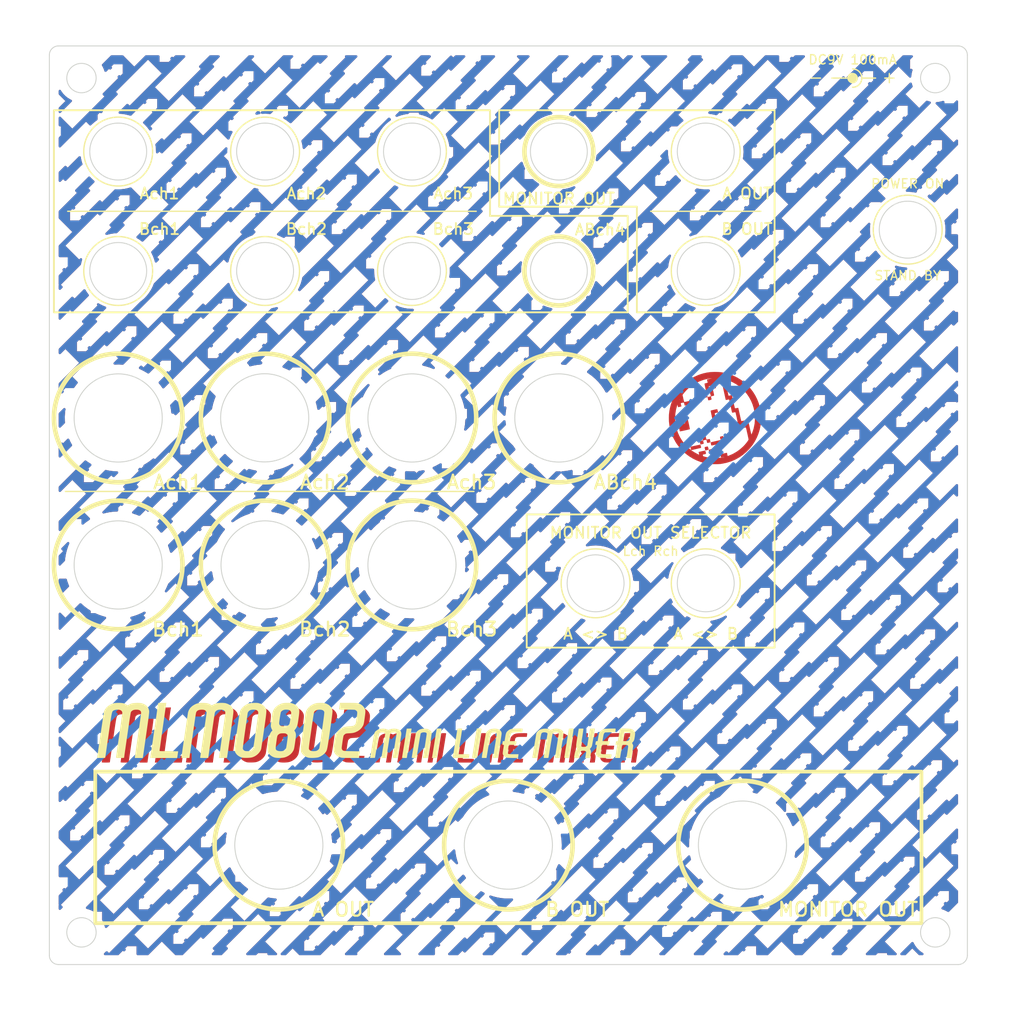
<source format=kicad_pcb>
(kicad_pcb (version 20211014) (generator pcbnew)
  (title_block (title "Mini Line Mixer MLM0802 plate rev1.0.1") (date "2023-03-01"))
  (layers (0 "F.Cu" signal) (31 "B.Cu" signal) (34 "B.Paste" user) (35 "F.Paste" user) (36 "B.SilkS" user "B.Silkscreen") (37 "F.SilkS" user "F.Silkscreen") (38 "B.Mask" user) (39 "F.Mask" user) (44 "Edge.Cuts" user))
  (net 0 "")
  (footprint "Marksard_Audio:MiniLineMixer_LOGO_mask" (layer "F.Cu") (at 52 96.5)
    (fp_text reference "G***" hide)
    (fp_text value "LOGO" hide)
  )
  (footprint "Marksard_Audio:MiniLineMixer_Plate_v1.0.0" (layer "F.Cu") (at 20.5 25)
    (fp_text reference "H1" hide)
    (fp_text value "Marksard_Audio:MiniLineMixer_Plate_v1.0.0" hide)
    (fp_line (start 96.5 95.5) (end 96.5 -2.5) (layer "Edge.Cuts") (width 0.1))
    (fp_line (start -3.5 -2.5) (end -3.5 95.5) (layer "Edge.Cuts") (width 0.1))
    (fp_line (start -2.5 96.5) (end 95.5 96.5) (layer "Edge.Cuts") (width 0.1))
    (fp_line (start 95.5 -3.5) (end -2.5 -3.5) (layer "Edge.Cuts") (width 0.1))
    (fp_arc (start 96.5 95.5) (mid 96.207107 96.207107) (end 95.5 96.5) (layer "Edge.Cuts") (width 0.1))
    (fp_arc (start -3.5 -2.5) (mid -3.207107 -3.207107) (end -2.5 -3.5) (layer "Edge.Cuts") (width 0.1))
    (fp_arc (start -2.5 96.5) (mid -3.207107 96.207107) (end -3.5 95.5) (layer "Edge.Cuts") (width 0.1))
    (fp_arc (start 95.5 -3.5) (mid 96.207107 -3.207107) (end 96.5 -2.5) (layer "Edge.Cuts") (width 0.1))
    (fp_circle (center 0 93) (end 1.6 93) (layer "Edge.Cuts") (width 0.1) (fill none))
    (fp_circle (center 93 0) (end 94.6 0) (layer "Edge.Cuts") (width 0.1) (fill none))
    (fp_circle (center 93 93) (end 94.6 93) (layer "Edge.Cuts") (width 0.1) (fill none))
    (fp_circle (center 0 0) (end 1.6 0) (layer "Edge.Cuts") (width 0.1) (fill none))
  )
  (footprint "SMK:marksard_logo" (layer "F.Cu") (at 89.5 62)
    (fp_text reference "G***" hide)
    (fp_text value "LOGO" hide)
  )
  (footprint "Marksard_Audio:MiniLineMixer_LOGO" (layer "F.Cu") (at 51.5 96)
    (fp_text reference "G***" hide)
    (fp_text value "LOGO" hide)
  )
  (gr_line (start 108.5 24.5) (end 108.5 25.5) (layer "F.SilkS") (width 0.15))
  (gr_circle (center 76.5 80) (end 80.25 80) (layer "F.SilkS") (width 0.15) (fill none))
  (gr_circle (center 24.5 62) (end 31.5 62) (layer "F.SilkS") (width 0.5) (fill none))
  (gr_circle (center 72.5 62) (end 79.5 62) (layer "F.SilkS") (width 0.5) (fill none))
  (gr_line (start 108 25) (end 109 25) (layer "F.SilkS") (width 0.15))
  (gr_rect (start 69 72.5) (end 96 87) (layer "F.SilkS") (width 0.2) (fill none))
  (gr_rect (start 22 100.5) (end 112 117) (layer "F.SilkS") (width 0.4) (fill none))
  (gr_circle (center 42 108.5) (end 49 108.5) (layer "F.SilkS") (width 0.5) (fill none))
  (gr_line (start 102.25 25) (end 104 25) (layer "F.SilkS") (width 0.15))
  (gr_arc (start 104.5 24) (mid 105.5 25) (end 104.5 26) (layer "F.SilkS") (width 0.15))
  (gr_line (start 100 25) (end 101 25) (layer "F.SilkS") (width 0.15))
  (gr_circle (center 56.5 46) (end 60.25 46) (layer "F.SilkS") (width 0.15) (fill none))
  (gr_line (start 19 39.5) (end 63.5 39.5) (layer "F.SilkS") (width 0.15))
  (gr_circle (center 24.5 78) (end 31.5 78) (layer "F.SilkS") (width 0.5) (fill none))
  (gr_circle (center 72.5 46) (end 76.25 46) (layer "F.SilkS") (width 0.5) (fill none))
  (gr_circle (center 24.5 33) (end 28.25 33) (layer "F.SilkS") (width 0.15) (fill none))
  (gr_circle (center 40.5 46) (end 44.25 46) (layer "F.SilkS") (width 0.15) (fill none))
  (gr_circle (center 88.5 33) (end 92.25 33) (layer "F.SilkS") (width 0.15) (fill none))
  (gr_line (start 18.75 70) (end 63.25 70) (layer "F.SilkS") (width 0.15))
  (gr_circle (center 67 108.5) (end 74 108.5) (layer "F.SilkS") (width 0.5) (fill none))
  (gr_circle (center 72.5 33) (end 76.25 33) (layer "F.SilkS") (width 0.5) (fill none))
  (gr_circle (center 88.5 46) (end 92.25 46) (layer "F.SilkS") (width 0.15) (fill none))
  (gr_circle (center 56.5 78) (end 63.5 78) (layer "F.SilkS") (width 0.5) (fill none))
  (gr_circle (center 24.5 46) (end 28.25 46) (layer "F.SilkS") (width 0.15) (fill none))
  (gr_line (start 82.5 39.5) (end 94.5 39.5) (layer "F.SilkS") (width 0.15))
  (gr_circle (center 56.5 33) (end 60.25 33) (layer "F.SilkS") (width 0.15) (fill none))
  (gr_circle (center 92.5 108.5) (end 99.5 108.5) (layer "F.SilkS") (width 0.5) (fill none))
  (gr_circle (center 40.5 78) (end 47.5 78) (layer "F.SilkS") (width 0.5) (fill none))
  (gr_circle (center 40.5 33) (end 44.25 33) (layer "F.SilkS") (width 0.15) (fill none))
  (gr_circle (center 56.5 62) (end 63.5 62) (layer "F.SilkS") (width 0.5) (fill none))
  (gr_poly (pts (xy 65 40) (xy 80 40) (xy 80 50.5) (xy 17.5 50.5) (xy 17.5 28.5) (xy 65 28.5)) (layer "F.SilkS") (width 0.2) (fill none))
  (gr_line (start 105.5 25) (end 107 25) (layer "F.SilkS") (width 0.15))
  (gr_poly (pts (xy 96 50.5) (xy 81 50.5) (xy 81 39) (xy 66 39) (xy 66 28.5) (xy 96 28.5)) (layer "F.SilkS") (width 0.2) (fill none))
  (gr_circle (center 88.5 80) (end 92.25 80) (layer "F.SilkS") (width 0.15) (fill none))
  (gr_circle (center 104.5 25) (end 105 25) (layer "F.SilkS") (width 0.15) (fill solid))
  (gr_circle (center 40.5 62) (end 47.5 62) (layer "F.SilkS") (width 0.5) (fill none))
  (gr_circle (center 110.5 41.5) (end 114.25 41.5) (layer "F.SilkS") (width 0.15) (fill none))
  (gr_circle (center 88.5 46) (end 91.6 46) (layer "Edge.Cuts") (width 0.1) (fill none))
  (gr_circle (center 92.5 108.5) (end 97.3 108.5) (layer "Edge.Cuts") (width 0.1) (fill none))
  (gr_circle (center 24.5 46) (end 27.6 46) (layer "Edge.Cuts") (width 0.1) (fill none))
  (gr_circle (center 24.5 78) (end 29.3 78) (layer "Edge.Cuts") (width 0.1) (fill none))
  (gr_circle (center 72.5 46) (end 75.6 46) (layer "Edge.Cuts") (width 0.1) (fill none))
  (gr_circle (center 42 108.5) (end 46.8 108.5) (layer "Edge.Cuts") (width 0.1) (fill none))
  (gr_circle (center 56.5 46) (end 59.6 46) (layer "Edge.Cuts") (width 0.1) (fill none))
  (gr_circle (center 76.5 80) (end 79.6 80) (layer "Edge.Cuts") (width 0.1) (fill none))
  (gr_circle (center 24.5 33) (end 27.6 33) (layer "Edge.Cuts") (width 0.1) (fill none))
  (gr_circle (center 56.5 78) (end 61.3 78) (layer "Edge.Cuts") (width 0.1) (fill none))
  (gr_circle (center 67 108.5) (end 71.8 108.5) (layer "Edge.Cuts") (width 0.1) (fill none))
  (gr_circle (center 88.5 80) (end 91.6 80) (layer "Edge.Cuts") (width 0.1) (fill none))
  (gr_circle (center 40.5 78) (end 45.3 78) (layer "Edge.Cuts") (width 0.1) (fill none))
  (gr_circle (center 24.5 62) (end 29.3 62) (layer "Edge.Cuts") (width 0.1) (fill none))
  (gr_circle (center 72.5 33) (end 75.6 33) (layer "Edge.Cuts") (width 0.1) (fill none))
  (gr_circle (center 56.5 33) (end 59.6 33) (layer "Edge.Cuts") (width 0.1) (fill none))
  (gr_circle (center 88.5 33) (end 91.6 33) (layer "Edge.Cuts") (width 0.1) (fill none))
  (gr_circle (center 40.5 46) (end 43.6 46) (layer "Edge.Cuts") (width 0.1) (fill none))
  (gr_circle (center 40.456191 61.985397) (end 45.256191 61.985397) (layer "Edge.Cuts") (width 0.1) (fill none))
  (gr_circle (center 40.5 33) (end 43.6 33) (layer "Edge.Cuts") (width 0.1) (fill none))
  (gr_circle (center 56.5 62) (end 61.3 62) (layer "Edge.Cuts") (width 0.1) (fill none))
  (gr_circle (center 110.5 41.5) (end 113.6 41.5) (layer "Edge.Cuts") (width 0.1) (fill none))
  (gr_circle (center 72.5 62) (end 77.3 62) (layer "Edge.Cuts") (width 0.1) (fill none))
  (gr_text "Lch Rch" (at 82.5 76.5) (layer "F.SilkS") (effects (font (size 1 1))))
  (gr_text "MONITOR OUT" (at 72.5 38.11875) (layer "F.SilkS") (effects (font (size 1.2 1.2) (thickness 0.2))))
  (gr_text "STAND BY" (at 110.5 46.5) (layer "F.SilkS") (effects (font (size 1 1))))
  (gr_text "Bch1" (at 31 85) (layer "F.SilkS") (effects (font (size 1.5 1.5) (thickness 0.25))))
  (gr_text "Ach3\n\nBch3" (at 61 39.5) (layer "F.SilkS") (effects (font (size 1.2 1.2) (thickness 0.2))))
  (gr_text "Ach2\n\nBch2" (at 45 39.5) (layer "F.SilkS") (effects (font (size 1.2 1.2) (thickness 0.2))))
  (gr_text "MONITOR OUT SELECTOR" (at 82.5 74.5) (layer "F.SilkS") (effects (font (size 1.2 1.2) (thickness 0.2))))
  (gr_text "Ach1" (at 31 69) (layer "F.SilkS") (effects (font (size 1.5 1.5) (thickness 0.25))))
  (gr_text "A <> B" (at 76.5 85.5) (layer "F.SilkS") (effects (font (size 1.2 1.2) (thickness 0.2))))
  (gr_text "POWER ON" (at 110.5 36.5) (layer "F.SilkS") (effects (font (size 1 1))))
  (gr_text "A <> B" (at 88.5 85.5) (layer "F.SilkS") (effects (font (size 1.2 1.2) (thickness 0.2))))
  (gr_text "ABch4" (at 79.75 69) (layer "F.SilkS") (effects (font (size 1.5 1.5) (thickness 0.25))))
  (gr_text "Ach2" (at 47 69) (layer "F.SilkS") (effects (font (size 1.5 1.5) (thickness 0.25))))
  (gr_text "Ach1\n\nBch1" (at 29 39.5) (layer "F.SilkS") (effects (font (size 1.2 1.2) (thickness 0.2))))
  (gr_text "Bch2" (at 47 85) (layer "F.SilkS") (effects (font (size 1.5 1.5) (thickness 0.25))))
  (gr_text "DC9V 100mA" (at 104.5 23) (layer "F.SilkS") (effects (font (size 1 1))))
  (gr_text "A OUT" (at 49 115.5) (layer "F.SilkS") (effects (font (size 1.5 1.5) (thickness 0.25))))
  (gr_text "A OUT\n\nB OUT" (at 93 39.5) (layer "F.SilkS") (effects (font (size 1.2 1.2) (thickness 0.2))))
  (gr_text "Bch3" (at 63 85) (layer "F.SilkS") (effects (font (size 1.5 1.5) (thickness 0.25))))
  (gr_text "Ach3" (at 63 69) (layer "F.SilkS") (effects (font (size 1.5 1.5) (thickness 0.25))))
  (gr_text "ABch4" (at 77 41.5) (layer "F.SilkS") (effects (font (size 1.2 1.2) (thickness 0.2))))
  (gr_text "MONITOR OUT" (at 104 115.5) (layer "F.SilkS") (effects (font (size 1.5 1.5) (thickness 0.25))))
  (gr_text "B OUT" (at 74.5 115.5) (layer "F.SilkS") (effects (font (size 1.5 1.5) (thickness 0.25))))
  (zone (net 0) (net_name "") (layers F&B.Cu) (connect_pads (clearance 0)) (min_thickness 0.254)
    (keepout (tracks allowed) (vias allowed) (pads allowed) (copperpour not_allowed) (footprints allowed))
    (fill (thermal_gap 0.508) (thermal_bridge_width 0.508))
    (polygon (pts (xy 41.75 95.75) (xy 42 95.5) (xy 43 95.5) (xy 43 96.5) (xy 42.75 96.75)))
  )
  (zone (net 0) (net_name "") (layers F&B.Cu) (connect_pads (clearance 0)) (min_thickness 0.254)
    (keepout (tracks allowed) (vias allowed) (pads allowed) (copperpour not_allowed) (footprints allowed))
    (fill (thermal_gap 0.508) (thermal_bridge_width 0.508))
    (polygon (pts (xy 93 27.75) (xy 91.25 29.5) (xy 90.25 28.5) (xy 92 26.75)))
  )
  (zone (net 0) (net_name "") (layers F&B.Cu) (connect_pads (clearance 0)) (min_thickness 0.254)
    (keepout (tracks allowed) (vias allowed) (pads allowed) (copperpour not_allowed) (footprints allowed))
    (fill (thermal_gap 0.508) (thermal_bridge_width 0.508))
    (polygon (pts (xy 74.25 76.5) (xy 72.5 78.25) (xy 71.5 77.25) (xy 73.25 75.5)))
  )
  (zone (net 0) (net_name "") (layers F&B.Cu) (connect_pads (clearance 0)) (min_thickness 0.254)
    (keepout (tracks allowed) (vias allowed) (pads allowed) (copperpour not_allowed) (footprints allowed))
    (fill (thermal_gap 0.508) (thermal_bridge_width 0.508))
    (polygon (pts (xy 53.25 75.5) (xy 49.75 79) (xy 48.25 77.5) (xy 51.75 74)))
  )
  (zone (net 0) (net_name "") (layers F&B.Cu) (connect_pads (clearance 0)) (min_thickness 0.254)
    (keepout (tracks allowed) (vias allowed) (pads allowed) (copperpour not_allowed) (footprints allowed))
    (fill (thermal_gap 0.508) (thermal_bridge_width 0.508))
    (polygon (pts (xy 30.25 23) (xy 30 23.25) (xy 29 23.25) (xy 29 22.25) (xy 29.25 22)))
  )
  (zone (net 0) (net_name "") (layers F&B.Cu) (connect_pads (clearance 0)) (min_thickness 0.254)
    (keepout (tracks allowed) (vias allowed) (pads allowed) (copperpour not_allowed) (footprints allowed))
    (fill (thermal_gap 0.508) (thermal_bridge_width 0.508))
    (polygon (pts (xy 89.25 24) (xy 87.5 25.75) (xy 86.5 24.75) (xy 88.25 23)))
  )
  (zone (net 0) (net_name "") (layers F&B.Cu) (connect_pads (clearance 0)) (min_thickness 0.254)
    (keepout (tracks allowed) (vias allowed) (pads allowed) (copperpour not_allowed) (footprints allowed))
    (fill (thermal_gap 0.508) (thermal_bridge_width 0.508))
    (polygon (pts (xy 97.5 45.75) (xy 95.75 47.5) (xy 94.75 46.5) (xy 96.5 44.75)))
  )
  (zone (net 0) (net_name "") (layers F&B.Cu) (connect_pads (clearance 0)) (min_thickness 0.254)
    (keepout (tracks allowed) (vias allowed) (pads allowed) (copperpour not_allowed) (footprints allowed))
    (fill (thermal_gap 0.508) (thermal_bridge_width 0.508))
    (polygon (pts (xy 38.75 38.75) (xy 39 38.5) (xy 40 38.5) (xy 40 39.5) (xy 39.75 39.75)))
  )
  (zone (net 0) (net_name "") (layers F&B.Cu) (connect_pads (clearance 0)) (min_thickness 0.254)
    (keepout (tracks allowed) (vias allowed) (pads allowed) (copperpour not_allowed) (footprints allowed))
    (fill (thermal_gap 0.508) (thermal_bridge_width 0.508))
    (polygon (pts (xy 98.625 31.625) (xy 98.875 31.375) (xy 99.625 32.125) (xy 99.375 32.375)))
  )
  (zone (net 0) (net_name "") (layers F&B.Cu) (connect_pads (clearance 0)) (min_thickness 0.254)
    (keepout (tracks allowed) (vias allowed) (pads allowed) (copperpour not_allowed) (footprints allowed))
    (fill (thermal_gap 0.508) (thermal_bridge_width 0.508))
    (polygon (pts (xy 56.5 116.75) (xy 56.25 117) (xy 55.25 117) (xy 55.25 116) (xy 55.5 115.75)))
  )
  (zone (net 0) (net_name "") (layers F&B.Cu) (connect_pads (clearance 0)) (min_thickness 0.254)
    (keepout (tracks allowed) (vias allowed) (pads allowed) (copperpour not_allowed) (footprints allowed))
    (fill (thermal_gap 0.508) (thermal_bridge_width 0.508))
    (polygon (pts (xy 62.5 95.75) (xy 62.25 96) (xy 61.25 96) (xy 61.25 95) (xy 61.5 94.75)))
  )
  (zone (net 0) (net_name "") (layers F&B.Cu) (connect_pads (clearance 0)) (min_thickness 0.254)
    (keepout (tracks allowed) (vias allowed) (pads allowed) (copperpour not_allowed) (footprints allowed))
    (fill (thermal_gap 0.508) (thermal_bridge_width 0.508))
    (polygon (pts (xy 116.625 103.625) (xy 116.875 103.375) (xy 117.625 104.125) (xy 117.375 104.375)))
  )
  (zone (net 0) (net_name "") (layers F&B.Cu) (connect_pads (clearance 0)) (min_thickness 0.254)
    (keepout (tracks allowed) (vias allowed) (pads allowed) (copperpour not_allowed) (footprints allowed))
    (fill (thermal_gap 0.508) (thermal_bridge_width 0.508))
    (polygon (pts (xy 62.25 118.5) (xy 60.5 120.25) (xy 59.5 119.25) (xy 61.25 117.5)))
  )
  (zone (net 0) (net_name "") (layers F&B.Cu) (connect_pads (clearance 0)) (min_thickness 0.254)
    (keepout (tracks allowed) (vias allowed) (pads allowed) (copperpour not_allowed) (footprints allowed))
    (fill (thermal_gap 0.508) (thermal_bridge_width 0.508))
    (polygon (pts (xy 26.75 80.75) (xy 27 80.5) (xy 28 80.5) (xy 28 81.5) (xy 27.75 81.75)))
  )
  (zone (net 0) (net_name "") (layers F&B.Cu) (connect_pads (clearance 0)) (min_thickness 0.254)
    (keepout (tracks allowed) (vias allowed) (pads allowed) (copperpour not_allowed) (footprints allowed))
    (fill (thermal_gap 0.508) (thermal_bridge_width 0.508))
    (polygon (pts (xy 105 122.5) (xy 106.75 120.75) (xy 107.75 121.75) (xy 106 123.5)))
  )
  (zone (net 0) (net_name "") (layers F&B.Cu) (connect_pads (clearance 0)) (min_thickness 0.254)
    (keepout (tracks allowed) (vias allowed) (pads allowed) (copperpour not_allowed) (footprints allowed))
    (fill (thermal_gap 0.508) (thermal_bridge_width 0.508))
    (polygon (pts (xy 19.875 87.875) (xy 20.125 87.625) (xy 20.875 88.375) (xy 20.625 88.625)))
  )
  (zone (net 0) (net_name "") (layers F&B.Cu) (connect_pads (clearance 0)) (min_thickness 0.254)
    (keepout (tracks allowed) (vias allowed) (pads allowed) (copperpour not_allowed) (footprints allowed))
    (fill (thermal_gap 0.508) (thermal_bridge_width 0.508))
    (polygon (pts (xy 101.25 51.25) (xy 103 49.5) (xy 104 50.5) (xy 102.25 52.25)))
  )
  (zone (net 0) (net_name "") (layers F&B.Cu) (connect_pads (clearance 0)) (min_thickness 0.254)
    (keepout (tracks allowed) (vias allowed) (pads allowed) (copperpour not_allowed) (footprints allowed))
    (fill (thermal_gap 0.508) (thermal_bridge_width 0.508))
    (polygon (pts (xy 33 28.25) (xy 29.5 31.75) (xy 28 30.25) (xy 31.5 26.75)))
  )
  (zone (net 0) (net_name "") (layers F&B.Cu) (connect_pads (clearance 0)) (min_thickness 0.254)
    (keepout (tracks allowed) (vias allowed) (pads allowed) (copperpour not_allowed) (footprints allowed))
    (fill (thermal_gap 0.508) (thermal_bridge_width 0.508))
    (polygon (pts (xy 60.375 47.375) (xy 60.625 47.125) (xy 61.375 47.875) (xy 61.125 48.125)))
  )
  (zone (net 0) (net_name "") (layers F&B.Cu) (connect_pads (clearance 0)) (min_thickness 0.254)
    (keepout (tracks allowed) (vias allowed) (pads allowed) (copperpour not_allowed) (footprints allowed))
    (fill (thermal_gap 0.508) (thermal_bridge_width 0.508))
    (polygon (pts (xy 77.5 110.75) (xy 77.25 111) (xy 76.25 111) (xy 76.25 110) (xy 76.5 109.75)))
  )
  (zone (net 0) (net_name "") (layers F&B.Cu) (connect_pads (clearance 0)) (min_thickness 0.254)
    (keepout (tracks allowed) (vias allowed) (pads allowed) (copperpour not_allowed) (footprints allowed))
    (fill (thermal_gap 0.508) (thermal_bridge_width 0.508))
    (polygon (pts (xy 100.875 74.375) (xy 101.125 74.125) (xy 101.875 74.875) (xy 101.625 75.125)))
  )
  (zone (net 0) (net_name "") (layers F&B.Cu) (connect_pads (clearance 0)) (min_thickness 0.254)
    (keepout (tracks allowed) (vias allowed) (pads allowed) (copperpour not_allowed) (footprints allowed))
    (fill (thermal_gap 0.508) (thermal_bridge_width 0.508))
    (polygon (pts (xy 51 39.75) (xy 49.25 41.5) (xy 48.25 40.5) (xy 50 38.75)))
  )
  (zone (net 0) (net_name "") (layers F&B.Cu) (connect_pads (clearance 0)) (min_thickness 0.254)
    (keepout (tracks allowed) (vias allowed) (pads allowed) (copperpour not_allowed) (footprints allowed))
    (fill (thermal_gap 0.508) (thermal_bridge_width 0.508))
    (polygon (pts (xy 105.375 24.875) (xy 105.625 24.625) (xy 106.375 25.375) (xy 106.125 25.625)))
  )
  (zone (net 0) (net_name "") (layers F&B.Cu) (connect_pads (clearance 0)) (min_thickness 0.254)
    (keepout (tracks allowed) (vias allowed) (pads allowed) (copperpour not_allowed) (footprints allowed))
    (fill (thermal_gap 0.508) (thermal_bridge_width 0.508))
    (polygon (pts (xy 46.875 66.125) (xy 46.625 66.375) (xy 45.875 65.625) (xy 46.125 65.375)))
  )
  (zone (net 0) (net_name "") (layers F&B.Cu) (connect_pads (clearance 0)) (min_thickness 0.254)
    (keepout (tracks allowed) (vias allowed) (pads allowed) (copperpour not_allowed) (footprints allowed))
    (fill (thermal_gap 0.508) (thermal_bridge_width 0.508))
    (polygon (pts (xy 43.5 92.75) (xy 40 96.25) (xy 38.5 94.75) (xy 42 91.25)))
  )
  (zone (net 0) (net_name "") (layers F&B.Cu) (connect_pads (clearance 0)) (min_thickness 0.254)
    (keepout (tracks allowed) (vias allowed) (pads allowed) (copperpour not_allowed) (footprints allowed))
    (fill (thermal_gap 0.508) (thermal_bridge_width 0.508))
    (polygon (pts (xy 41.25 126.25) (xy 43 124.5) (xy 44 125.5) (xy 42.25 127.25)))
  )
  (zone (net 0) (net_name "") (layers F&B.Cu) (connect_pads (clearance 0)) (min_thickness 0.254)
    (keepout (tracks allowed) (vias allowed) (pads allowed) (copperpour not_allowed) (footprints allowed))
    (fill (thermal_gap 0.508) (thermal_bridge_width 0.508))
    (polygon (pts (xy 25.5 104) (xy 29 100.5) (xy 30.5 102) (xy 27 105.5)))
  )
  (zone (net 0) (net_name "") (layers F&B.Cu) (connect_pads (clearance 0)) (min_thickness 0.254)
    (keepout (tracks allowed) (vias allowed) (pads allowed) (copperpour not_allowed) (footprints allowed))
    (fill (thermal_gap 0.508) (thermal_bridge_width 0.508))
    (polygon (pts (xy 48 126.5) (xy 51.5 123) (xy 53 124.5) (xy 49.5 128)))
  )
  (zone (net 0) (net_name "") (layers F&B.Cu) (connect_pads (clearance 0)) (min_thickness 0.254)
    (keepout (tracks allowed) (vias allowed) (pads allowed) (copperpour not_allowed) (footprints allowed))
    (fill (thermal_gap 0.508) (thermal_bridge_width 0.508))
    (polygon (pts (xy 101.25 118.75) (xy 103 117) (xy 104 118) (xy 102.25 119.75)))
  )
  (zone (net 0) (net_name "") (layers F&B.Cu) (connect_pads (clearance 0)) (min_thickness 0.254)
    (keepout (tracks allowed) (vias allowed) (pads allowed) (copperpour not_allowed) (footprints allowed))
    (fill (thermal_gap 0.508) (thermal_bridge_width 0.508))
    (polygon (pts (xy 67.5 83.25) (xy 65.75 85) (xy 64.75 84) (xy 66.5 82.25)))
  )
  (zone (net 0) (net_name "") (layers F&B.Cu) (connect_pads (clearance 0)) (min_thickness 0.254)
    (keepout (tracks allowed) (vias allowed) (pads allowed) (copperpour not_allowed) (footprints allowed))
    (fill (thermal_gap 0.508) (thermal_bridge_width 0.508))
    (polygon (pts (xy 51.75 114.5) (xy 48.25 118) (xy 46.75 116.5) (xy 50.25 113)))
  )
  (zone (net 0) (net_name "") (layers F&B.Cu) (connect_pads (clearance 0)) (min_thickness 0.254)
    (keepout (tracks allowed) (vias allowed) (pads allowed) (copperpour not_allowed) (footprints allowed))
    (fill (thermal_gap 0.508) (thermal_bridge_width 0.508))
    (polygon (pts (xy 86.625 78.875) (xy 86.375 79.125) (xy 85.625 78.375) (xy 85.875 78.125)))
  )
  (zone (net 0) (net_name "") (layers F&B.Cu) (connect_pads (clearance 0)) (min_thickness 0.254)
    (keepout (tracks allowed) (vias allowed) (pads allowed) (copperpour not_allowed) (footprints allowed))
    (fill (thermal_gap 0.508) (thermal_bridge_width 0.508))
    (polygon (pts (xy 40 73.25) (xy 39.75 73.5) (xy 38.75 73.5) (xy 38.75 72.5) (xy 39 72.25)))
  )
  (zone (net 0) (net_name "") (layers F&B.Cu) (connect_pads (clearance 0)) (min_thickness 0.254)
    (keepout (tracks allowed) (vias allowed) (pads allowed) (copperpour not_allowed) (footprints allowed))
    (fill (thermal_gap 0.508) (thermal_bridge_width 0.508))
    (polygon (pts (xy 86.25 27.5) (xy 82.75 31) (xy 81.25 29.5) (xy 84.75 26)))
  )
  (zone (net 0) (net_name "") (layers F&B.Cu) (connect_pads (clearance 0)) (min_thickness 0.254)
    (keepout (tracks allowed) (vias allowed) (pads allowed) (copperpour not_allowed) (footprints allowed))
    (fill (thermal_gap 0.508) (thermal_bridge_width 0.508))
    (polygon (pts (xy 40.875 87.125) (xy 40.625 87.375) (xy 39.875 86.625) (xy 40.125 86.375)))
  )
  (zone (net 0) (net_name "") (layers F&B.Cu) (connect_pads (clearance 0)) (min_thickness 0.254)
    (keepout (tracks allowed) (vias allowed) (pads allowed) (copperpour not_allowed) (footprints allowed))
    (fill (thermal_gap 0.508) (thermal_bridge_width 0.508))
    (polygon (pts (xy 97.875 22.625) (xy 97.625 22.875) (xy 96.875 22.125) (xy 97.125 21.875)))
  )
  (zone (net 0) (net_name "") (layers F&B.Cu) (connect_pads (clearance 0)) (min_thickness 0.254)
    (keepout (tracks allowed) (vias allowed) (pads allowed) (copperpour not_allowed) (footprints allowed))
    (fill (thermal_gap 0.508) (thermal_bridge_width 0.508))
    (polygon (pts (xy 81.75 25.25) (xy 85.25 21.75) (xy 86.75 23.25) (xy 83.25 26.75)))
  )
  (zone (net 0) (net_name "") (layers F&B.Cu) (connect_pads (clearance 0)) (min_thickness 0.254)
    (keepout (tracks allowed) (vias allowed) (pads allowed) (copperpour not_allowed) (footprints allowed))
    (fill (thermal_gap 0.508) (thermal_bridge_width 0.508))
    (polygon (pts (xy 75.75 106.75) (xy 77.5 105) (xy 78.5 106) (xy 76.75 107.75)))
  )
  (zone (net 0) (net_name "") (layers F&B.Cu) (connect_pads (clearance 0)) (min_thickness 0.254)
    (keepout (tracks allowed) (vias allowed) (pads allowed) (copperpour not_allowed) (footprints allowed))
    (fill (thermal_gap 0.508) (thermal_bridge_width 0.508))
    (polygon (pts (xy 30 115) (xy 31.75 113.25) (xy 32.75 114.25) (xy 31 116)))
  )
  (zone (net 0) (net_name "") (layers F&B.Cu) (connect_pads (clearance 0)) (min_thickness 0.254)
    (keepout (tracks allowed) (vias allowed) (pads allowed) (copperpour not_allowed) (footprints allowed))
    (fill (thermal_gap 0.508) (thermal_bridge_width 0.508))
    (polygon (pts (xy 44.625 90.875) (xy 44.375 91.125) (xy 43.625 90.375) (xy 43.875 90.125)))
  )
  (zone (net 0) (net_name "") (layers F&B.Cu) (connect_pads (clearance 0)) (min_thickness 0.254)
    (keepout (tracks allowed) (vias allowed) (pads allowed) (copperpour not_allowed) (footprints allowed))
    (fill (thermal_gap 0.508) (thermal_bridge_width 0.508))
    (polygon (pts (xy 19.5 125) (xy 23 121.5) (xy 24.5 123) (xy 21 126.5)))
  )
  (zone (net 0) (net_name "") (layers F&B.Cu) (connect_pads (clearance 0)) (min_thickness 0.254)
    (keepout (tracks allowed) (vias allowed) (pads allowed) (copperpour not_allowed) (footprints allowed))
    (fill (thermal_gap 0.508) (thermal_bridge_width 0.508))
    (polygon (pts (xy 80.25 64.25) (xy 83.75 60.75) (xy 85.25 62.25) (xy 81.75 65.75)))
  )
  (zone (net 0) (net_name "") (layers F&B.Cu) (connect_pads (clearance 0)) (min_thickness 0.254)
    (keepout (tracks allowed) (vias allowed) (pads allowed) (copperpour not_allowed) (footprints allowed))
    (fill (thermal_gap 0.508) (thermal_bridge_width 0.508))
    (polygon (pts (xy 44.75 17.75) (xy 45 17.5) (xy 46 17.5) (xy 46 18.5) (xy 45.75 18.75)))
  )
  (zone (net 0) (net_name "") (layers F&B.Cu) (connect_pads (clearance 0)) (min_thickness 0.254)
    (keepout (tracks allowed) (vias allowed) (pads allowed) (copperpour not_allowed) (footprints allowed))
    (fill (thermal_gap 0.508) (thermal_bridge_width 0.508))
    (polygon (pts (xy 48 110.75) (xy 44.5 114.25) (xy 43 112.75) (xy 46.5 109.25)))
  )
  (zone (net 0) (net_name "") (layers F&B.Cu) (connect_pads (clearance 0)) (min_thickness 0.254)
    (keepout (tracks allowed) (vias allowed) (pads allowed) (copperpour not_allowed) (footprints allowed))
    (fill (thermal_gap 0.508) (thermal_bridge_width 0.508))
    (polygon (pts (xy 54.75 104) (xy 51.25 107.5) (xy 49.75 106) (xy 53.25 102.5)))
  )
  (zone (net 0) (net_name "") (layers F&B.Cu) (connect_pads (clearance 0)) (min_thickness 0.254)
    (keepout (tracks allowed) (vias allowed) (pads allowed) (copperpour not_allowed) (footprints allowed))
    (fill (thermal_gap 0.508) (thermal_bridge_width 0.508))
    (polygon (pts (xy 22.875 82.625) (xy 22.625 82.875) (xy 21.875 82.125) (xy 22.125 81.875)))
  )
  (zone (net 0) (net_name "") (layers F&B.Cu) (connect_pads (clearance 0)) (min_thickness 0.254)
    (keepout (tracks allowed) (vias allowed) (pads allowed) (copperpour not_allowed) (footprints allowed))
    (fill (thermal_gap 0.508) (thermal_bridge_width 0.508))
    (polygon (pts (xy 94.5 116.75) (xy 91 120.25) (xy 89.5 118.75) (xy 93 115.25)))
  )
  (zone (net 0) (net_name "") (layers F&B.Cu) (connect_pads (clearance 0)) (min_thickness 0.254)
    (keepout (tracks allowed) (vias allowed) (pads allowed) (copperpour not_allowed) (footprints allowed))
    (fill (thermal_gap 0.508) (thermal_bridge_width 0.508))
    (polygon (pts (xy 38.625 111.875) (xy 38.375 112.125) (xy 37.625 111.375) (xy 37.875 111.125)))
  )
  (zone (net 0) (net_name "") (layers F&B.Cu) (connect_pads (clearance 0)) (min_thickness 0.254)
    (keepout (tracks allowed) (vias allowed) (pads allowed) (copperpour not_allowed) (footprints allowed))
    (fill (thermal_gap 0.508) (thermal_bridge_width 0.508))
    (polygon (pts (xy 96 84.75) (xy 94.25 86.5) (xy 93.25 85.5) (xy 95 83.75)))
  )
  (zone (net 0) (net_name "") (layers F&B.Cu) (connect_pads (clearance 0)) (min_thickness 0.254)
    (keepout (tracks allowed) (vias allowed) (pads allowed) (copperpour not_allowed) (footprints allowed))
    (fill (thermal_gap 0.508) (thermal_bridge_width 0.508))
    (polygon (pts (xy 60 84.5) (xy 63.5 81) (xy 65 82.5) (xy 61.5 86)))
  )
  (zone (net 0) (net_name "") (layers F&B.Cu) (connect_pads (clearance 0)) (min_thickness 0.254)
    (keepout (tracks allowed) (vias allowed) (pads allowed) (copperpour not_allowed) (footprints allowed))
    (fill (thermal_gap 0.508) (thermal_bridge_width 0.508))
    (polygon (pts (xy 117.25 123.5) (xy 117 123.75) (xy 116 123.75) (xy 116 122.75) (xy 116.25 122.5)))
  )
  (zone (net 0) (net_name "") (layers F&B.Cu) (connect_pads (clearance 0)) (min_thickness 0.254)
    (keepout (tracks allowed) (vias allowed) (pads allowed) (copperpour not_allowed) (footprints allowed))
    (fill (thermal_gap 0.508) (thermal_bridge_width 0.508))
    (polygon (pts (xy 100.5 28.25) (xy 97 31.75) (xy 95.5 30.25) (xy 99 26.75)))
  )
  (zone (net 0) (net_name "") (layers F&B.Cu) (connect_pads (clearance 0)) (min_thickness 0.254)
    (keepout (tracks allowed) (vias allowed) (pads allowed) (copperpour not_allowed) (footprints allowed))
    (fill (thermal_gap 0.508) (thermal_bridge_width 0.508))
    (polygon (pts (xy 91 29.75) (xy 90.75 30) (xy 89.75 30) (xy 89.75 29) (xy 90 28.75)))
  )
  (zone (net 0) (net_name "") (layers F&B.Cu) (connect_pads (clearance 0)) (min_thickness 0.254)
    (keepout (tracks allowed) (vias allowed) (pads allowed) (copperpour not_allowed) (footprints allowed))
    (fill (thermal_gap 0.508) (thermal_bridge_width 0.508))
    (polygon (pts (xy 106.875 58.625) (xy 106.625 58.875) (xy 105.875 58.125) (xy 106.125 57.875)))
  )
  (zone (net 0) (net_name "") (layers F&B.Cu) (connect_pads (clearance 0)) (min_thickness 0.254)
    (keepout (tracks allowed) (vias allowed) (pads allowed) (copperpour not_allowed) (footprints allowed))
    (fill (thermal_gap 0.508) (thermal_bridge_width 0.508))
    (polygon (pts (xy 99.25 119) (xy 99 119.25) (xy 98 119.25) (xy 98 118.25) (xy 98.25 118)))
  )
  (zone (net 0) (net_name "") (layers F&B.Cu) (connect_pads (clearance 0)) (min_thickness 0.254)
    (keepout (tracks allowed) (vias allowed) (pads allowed) (copperpour not_allowed) (footprints allowed))
    (fill (thermal_gap 0.508) (thermal_bridge_width 0.508))
    (polygon (pts (xy 30.75 60) (xy 29 61.75) (xy 28 60.75) (xy 29.75 59)))
  )
  (zone (net 0) (net_name "") (layers F&B.Cu) (connect_pads (clearance 0)) (min_thickness 0.254)
    (keepout (tracks allowed) (vias allowed) (pads allowed) (copperpour not_allowed) (footprints allowed))
    (fill (thermal_gap 0.508) (thermal_bridge_width 0.508))
    (polygon (pts (xy 108.75 126.25) (xy 110.5 124.5) (xy 111.5 125.5) (xy 109.75 127.25)))
  )
  (zone (net 0) (net_name "") (layers F&B.Cu) (connect_pads (clearance 0)) (min_thickness 0.254)
    (keepout (tracks allowed) (vias allowed) (pads allowed) (copperpour not_allowed) (footprints allowed))
    (fill (thermal_gap 0.508) (thermal_bridge_width 0.508))
    (polygon (pts (xy 83.5 89.75) (xy 83.25 90) (xy 82.25 90) (xy 82.25 89) (xy 82.5 88.75)))
  )
  (zone (net 0) (net_name "") (layers F&B.Cu) (connect_pads (clearance 0)) (min_thickness 0.254)
    (keepout (tracks allowed) (vias allowed) (pads allowed) (copperpour not_allowed) (footprints allowed))
    (fill (thermal_gap 0.508) (thermal_bridge_width 0.508))
    (polygon (pts (xy 109.75 48.5) (xy 109.5 48.75) (xy 108.5 48.75) (xy 108.5 47.75) (xy 108.75 47.5)))
  )
  (zone (net 0) (net_name "") (layers F&B.Cu) (connect_pads (clearance 0)) (min_thickness 0.254)
    (keepout (tracks allowed) (vias allowed) (pads allowed) (copperpour not_allowed) (footprints allowed))
    (fill (thermal_gap 0.508) (thermal_bridge_width 0.508))
    (polygon (pts (xy 26.25 118.25) (xy 29.75 114.75) (xy 31.25 116.25) (xy 27.75 119.75)))
  )
  (zone (net 0) (net_name "") (layers F&B.Cu) (connect_pads (clearance 0)) (min_thickness 0.254)
    (keepout (tracks allowed) (vias allowed) (pads allowed) (copperpour not_allowed) (footprints allowed))
    (fill (thermal_gap 0.508) (thermal_bridge_width 0.508))
    (polygon (pts (xy 49.5 20) (xy 53 16.5) (xy 54.5 18) (xy 51 21.5)))
  )
  (zone (net 0) (net_name "") (layers F&B.Cu) (connect_pads (clearance 0)) (min_thickness 0.254)
    (keepout (tracks allowed) (vias allowed) (pads allowed) (copperpour not_allowed) (footprints allowed))
    (fill (thermal_gap 0.508) (thermal_bridge_width 0.508))
    (polygon (pts (xy 38 92) (xy 38.25 91.75) (xy 39.25 91.75) (xy 39.25 92.75) (xy 39 93)))
  )
  (zone (net 0) (net_name "") (layers F&B.Cu) (connect_pads (clearance 0)) (min_thickness 0.254)
    (keepout (tracks allowed) (vias allowed) (pads allowed) (copperpour not_allowed) (footprints allowed))
    (fill (thermal_gap 0.508) (thermal_bridge_width 0.508))
    (polygon (pts (xy 117.5 50) (xy 117.75 49.75) (xy 118.75 49.75) (xy 118.75 50.75) (xy 118.5 51)))
  )
  (zone (net 0) (net_name "") (layers F&B.Cu) (connect_pads (clearance 0)) (min_thickness 0.254)
    (keepout (tracks allowed) (vias allowed) (pads allowed) (copperpour not_allowed) (footprints allowed))
    (fill (thermal_gap 0.508) (thermal_bridge_width 0.508))
    (polygon (pts (xy 18.5 126.5) (xy 18.75 126.25) (xy 19.75 126.25) (xy 19.75 127.25) (xy 19.5 127.5)))
  )
  (zone (net 0) (net_name "") (layers F&B.Cu) (connect_pads (clearance 0)) (min_thickness 0.254)
    (keepout (tracks allowed) (vias allowed) (pads allowed) (copperpour not_allowed) (footprints allowed))
    (fill (thermal_gap 0.508) (thermal_bridge_width 0.508))
    (polygon (pts (xy 84 119.75) (xy 80.5 123.25) (xy 79 121.75) (xy 82.5 118.25)))
  )
  (zone (net 0) (net_name "") (layers F&B.Cu) (connect_pads (clearance 0)) (min_thickness 0.254)
    (keepout (tracks allowed) (vias allowed) (pads allowed) (copperpour not_allowed) (footprints allowed))
    (fill (thermal_gap 0.508) (thermal_bridge_width 0.508))
    (polygon (pts (xy 38.25 67.5) (xy 36.5 69.25) (xy 35.5 68.25) (xy 37.25 66.5)))
  )
  (zone (net 0) (net_name "") (layers F&B.Cu) (connect_pads (clearance 0)) (min_thickness 0.254)
    (keepout (tracks allowed) (vias allowed) (pads allowed) (copperpour not_allowed) (footprints allowed))
    (fill (thermal_gap 0.508) (thermal_bridge_width 0.508))
    (polygon (pts (xy 57.75 41.75) (xy 61.25 38.25) (xy 62.75 39.75) (xy 59.25 43.25)))
  )
  (zone (net 0) (net_name "") (layers F&B.Cu) (connect_pads (clearance 0)) (min_thickness 0.254)
    (keepout (tracks allowed) (vias allowed) (pads allowed) (copperpour not_allowed) (footprints allowed))
    (fill (thermal_gap 0.508) (thermal_bridge_width 0.508))
    (polygon (pts (xy 55.25 82.25) (xy 55.5 82) (xy 56.5 82) (xy 56.5 83) (xy 56.25 83.25)))
  )
  (zone (net 0) (net_name "") (layers F&B.Cu) (connect_pads (clearance 0)) (min_thickness 0.254)
    (keepout (tracks allowed) (vias allowed) (pads allowed) (copperpour not_allowed) (footprints allowed))
    (fill (thermal_gap 0.508) (thermal_bridge_width 0.508))
    (polygon (pts (xy 19.5 116.25) (xy 17.75 118) (xy 16.75 117) (xy 18.5 115.25)))
  )
  (zone (net 0) (net_name "") (layers F&B.Cu) (connect_pads (clearance 0)) (min_thickness 0.254)
    (keepout (tracks allowed) (vias allowed) (pads allowed) (copperpour not_allowed) (footprints allowed))
    (fill (thermal_gap 0.508) (thermal_bridge_width 0.508))
    (polygon (pts (xy 50.25 34.25) (xy 53.75 30.75) (xy 55.25 32.25) (xy 51.75 35.75)))
  )
  (zone (net 0) (net_name "") (layers F&B.Cu) (connect_pads (clearance 0)) (min_thickness 0.254)
    (keepout (tracks allowed) (vias allowed) (pads allowed) (copperpour not_allowed) (footprints allowed))
    (fill (thermal_gap 0.508) (thermal_bridge_width 0.508))
    (polygon (pts (xy 90.75 113) (xy 87.25 116.5) (xy 85.75 115) (xy 89.25 111.5)))
  )
  (zone (net 0) (net_name "") (layers F&B.Cu) (connect_pads (clearance 0)) (min_thickness 0.254)
    (keepout (tracks allowed) (vias allowed) (pads allowed) (copperpour not_allowed) (footprints allowed))
    (fill (thermal_gap 0.508) (thermal_bridge_width 0.508))
    (polygon (pts (xy 30 113.25) (xy 28.25 115) (xy 27.25 114) (xy 29 112.25)))
  )
  (zone (net 0) (net_name "") (layers F&B.Cu) (connect_pads (clearance 0)) (min_thickness 0.254)
    (keepout (tracks allowed) (vias allowed) (pads allowed) (copperpour not_allowed) (footprints allowed))
    (fill (thermal_gap 0.508) (thermal_bridge_width 0.508))
    (polygon (pts (xy 100.75 80) (xy 100.5 80.25) (xy 99.5 80.25) (xy 99.5 79.25) (xy 99.75 79)))
  )
  (zone (net 0) (net_name "") (layers F&B.Cu) (connect_pads (clearance 0)) (min_thickness 0.254)
    (keepout (tracks allowed) (vias allowed) (pads allowed) (copperpour not_allowed) (footprints allowed))
    (fill (thermal_gap 0.508) (thermal_bridge_width 0.508))
    (polygon (pts (xy 53.5 59.75) (xy 53.25 60) (xy 52.25 60) (xy 52.25 59) (xy 52.5 58.75)))
  )
  (zone (net 0) (net_name "") (layers F&B.Cu) (connect_pads (clearance 0)) (min_thickness 0.254)
    (keepout (tracks allowed) (vias allowed) (pads allowed) (copperpour not_allowed) (footprints allowed))
    (fill (thermal_gap 0.508) (thermal_bridge_width 0.508))
    (polygon (pts (xy 91.25 23.75) (xy 91.5 23.5) (xy 92.5 23.5) (xy 92.5 24.5) (xy 92.25 24.75)))
  )
  (zone (net 0) (net_name "") (layers F&B.Cu) (connect_pads (clearance 0)) (min_thickness 0.254)
    (keepout (tracks allowed) (vias allowed) (pads allowed) (copperpour not_allowed) (footprints allowed))
    (fill (thermal_gap 0.508) (thermal_bridge_width 0.508))
    (polygon (pts (xy 33.75 51.25) (xy 35.5 49.5) (xy 36.5 50.5) (xy 34.75 52.25)))
  )
  (zone (net 0) (net_name "") (layers F&B.Cu) (connect_pads (clearance 0)) (min_thickness 0.254)
    (keepout (tracks allowed) (vias allowed) (pads allowed) (copperpour not_allowed) (footprints allowed))
    (fill (thermal_gap 0.508) (thermal_bridge_width 0.508))
    (polygon (pts (xy 26.5 19.25) (xy 26.25 19.5) (xy 25.25 19.5) (xy 25.25 18.5) (xy 25.5 18.25)))
  )
  (zone (net 0) (net_name "") (layers F&B.Cu) (connect_pads (clearance 0)) (min_thickness 0.254)
    (keepout (tracks allowed) (vias allowed) (pads allowed) (copperpour not_allowed) (footprints allowed))
    (fill (thermal_gap 0.508) (thermal_bridge_width 0.508))
    (polygon (pts (xy 109.5 73) (xy 111.25 71.25) (xy 112.25 72.25) (xy 110.5 74)))
  )
  (zone (net 0) (net_name "") (layers F&B.Cu) (connect_pads (clearance 0)) (min_thickness 0.254)
    (keepout (tracks allowed) (vias allowed) (pads allowed) (copperpour not_allowed) (footprints allowed))
    (fill (thermal_gap 0.508) (thermal_bridge_width 0.508))
    (polygon (pts (xy 20.25 56) (xy 16.75 59.5) (xy 15.25 58) (xy 18.75 54.5)))
  )
  (zone (net 0) (net_name "") (layers F&B.Cu) (connect_pads (clearance 0)) (min_thickness 0.254)
    (keepout (tracks allowed) (vias allowed) (pads allowed) (copperpour not_allowed) (footprints allowed))
    (fill (thermal_gap 0.508) (thermal_bridge_width 0.508))
    (polygon (pts (xy 107.25 37.25) (xy 110.75 33.75) (xy 112.25 35.25) (xy 108.75 38.75)))
  )
  (zone (net 0) (net_name "") (layers F&B.Cu) (connect_pads (clearance 0)) (min_thickness 0.254)
    (keepout (tracks allowed) (vias allowed) (pads allowed) (copperpour not_allowed) (footprints allowed))
    (fill (thermal_gap 0.508) (thermal_bridge_width 0.508))
    (polygon (pts (xy 84.75 82.25) (xy 88.25 78.75) (xy 89.75 80.25) (xy 86.25 83.75)))
  )
  (zone (net 0) (net_name "") (layers F&B.Cu) (connect_pads (clearance 0)) (min_thickness 0.254)
    (keepout (tracks allowed) (vias allowed) (pads allowed) (copperpour not_allowed) (footprints allowed))
    (fill (thermal_gap 0.508) (thermal_bridge_width 0.508))
    (polygon (pts (xy 18.375 59.375) (xy 18.625 59.125) (xy 19.375 59.875) (xy 19.125 60.125)))
  )
  (zone (net 0) (net_name "") (layers F&B.Cu) (connect_pads (clearance 0)) (min_thickness 0.254)
    (keepout (tracks allowed) (vias allowed) (pads allowed) (copperpour not_allowed) (footprints allowed))
    (fill (thermal_gap 0.508) (thermal_bridge_width 0.508))
    (polygon (pts (xy 112 91.25) (xy 111.75 91.5) (xy 110.75 91.5) (xy 110.75 90.5) (xy 111 90.25)))
  )
  (zone (net 0) (net_name "") (layers F&B.Cu) (connect_pads (clearance 0)) (min_thickness 0.254)
    (keepout (tracks allowed) (vias allowed) (pads allowed) (copperpour not_allowed) (footprints allowed))
    (fill (thermal_gap 0.508) (thermal_bridge_width 0.508))
    (polygon (pts (xy 40.5 35.75) (xy 37 39.25) (xy 35.5 37.75) (xy 39 34.25)))
  )
  (zone (net 0) (net_name "") (layers F&B.Cu) (connect_pads (clearance 0)) (min_thickness 0.254)
    (keepout (tracks allowed) (vias allowed) (pads allowed) (copperpour not_allowed) (footprints allowed))
    (fill (thermal_gap 0.508) (thermal_bridge_width 0.508))
    (polygon (pts (xy 72.75 41) (xy 69.25 44.5) (xy 67.75 43) (xy 71.25 39.5)))
  )
  (zone (net 0) (net_name "") (layers F&B.Cu) (connect_pads (clearance 0)) (min_thickness 0.254)
    (keepout (tracks allowed) (vias allowed) (pads allowed) (copperpour not_allowed) (footprints allowed))
    (fill (thermal_gap 0.508) (thermal_bridge_width 0.508))
    (polygon (pts (xy 24.25 111.5) (xy 24 111.75) (xy 23 111.75) (xy 23 110.75) (xy 23.25 110.5)))
  )
  (zone (net 0) (net_name "") (layers F&B.Cu) (connect_pads (clearance 0)) (min_thickness 0.254)
    (keepout (tracks allowed) (vias allowed) (pads allowed) (copperpour not_allowed) (footprints allowed))
    (fill (thermal_gap 0.508) (thermal_bridge_width 0.508))
    (polygon (pts (xy 76.75 29) (xy 76.5 29.25) (xy 75.5 29.25) (xy 75.5 28.25) (xy 75.75 28)))
  )
  (zone (net 0) (net_name "") (layers F&B.Cu) (connect_pads (clearance 0)) (min_thickness 0.254)
    (keepout (tracks allowed) (vias allowed) (pads allowed) (copperpour not_allowed) (footprints allowed))
    (fill (thermal_gap 0.508) (thermal_bridge_width 0.508))
    (polygon (pts (xy 60.5 47) (xy 60.75 46.75) (xy 61.75 46.75) (xy 61.75 47.75) (xy 61.5 48)))
  )
  (zone (net 0) (net_name "") (layers F&B.Cu) (connect_pads (clearance 0)) (min_thickness 0.254)
    (keepout (tracks allowed) (vias allowed) (pads allowed) (copperpour not_allowed) (footprints allowed))
    (fill (thermal_gap 0.508) (thermal_bridge_width 0.508))
    (polygon (pts (xy 114.75 105.25) (xy 116.5 103.5) (xy 117.5 104.5) (xy 115.75 106.25)))
  )
  (zone (net 0) (net_name "") (layers F&B.Cu) (connect_pads (clearance 0)) (min_thickness 0.254)
    (keepout (tracks allowed) (vias allowed) (pads allowed) (copperpour not_allowed) (footprints allowed))
    (fill (thermal_gap 0.508) (thermal_bridge_width 0.508))
    (polygon (pts (xy 64.5 19.25) (xy 61 22.75) (xy 59.5 21.25) (xy 63 17.75)))
  )
  (zone (net 0) (net_name "") (layers F&B.Cu) (connect_pads (clearance 0)) (min_thickness 0.254)
    (keepout (tracks allowed) (vias allowed) (pads allowed) (copperpour not_allowed) (footprints allowed))
    (fill (thermal_gap 0.508) (thermal_bridge_width 0.508))
    (polygon (pts (xy 42.375 110.375) (xy 42.625 110.125) (xy 43.375 110.875) (xy 43.125 111.125)))
  )
  (zone (net 0) (net_name "") (layers F&B.Cu) (connect_pads (clearance 0)) (min_thickness 0.254)
    (keepout (tracks allowed) (vias allowed) (pads allowed) (copperpour not_allowed) (footprints allowed))
    (fill (thermal_gap 0.508) (thermal_bridge_width 0.508))
    (polygon (pts (xy 93 88.25) (xy 89.5 91.75) (xy 88 90.25) (xy 91.5 86.75)))
  )
  (zone (net 0) (net_name "") (layers F&B.Cu) (connect_pads (clearance 0)) (min_thickness 0.254)
    (keepout (tracks allowed) (vias allowed) (pads allowed) (copperpour not_allowed) (footprints allowed))
    (fill (thermal_gap 0.508) (thermal_bridge_width 0.508))
    (polygon (pts (xy 57 86.25) (xy 55.25 88) (xy 54.25 87) (xy 56 85.25)))
  )
  (zone (net 0) (net_name "") (layers F&B.Cu) (connect_pads (clearance 0)) (min_thickness 0.254)
    (keepout (tracks allowed) (vias allowed) (pads allowed) (copperpour not_allowed) (footprints allowed))
    (fill (thermal_gap 0.508) (thermal_bridge_width 0.508))
    (polygon (pts (xy 24.75 81) (xy 23 82.75) (xy 22 81.75) (xy 23.75 80)))
  )
  (zone (net 0) (net_name "") (layers F&B.Cu) (connect_pads (clearance 0)) (min_thickness 0.254)
    (keepout (tracks allowed) (vias allowed) (pads allowed) (copperpour not_allowed) (footprints allowed))
    (fill (thermal_gap 0.508) (thermal_bridge_width 0.508))
    (polygon (pts (xy 12.75 57.25) (xy 14.5 55.5) (xy 15.5 56.5) (xy 13.75 58.25)))
  )
  (zone (net 0) (net_name "") (layers F&B.Cu) (connect_pads (clearance 0)) (min_thickness 0.254)
    (keepout (tracks allowed) (vias allowed) (pads allowed) (copperpour not_allowed) (footprints allowed))
    (fill (thermal_gap 0.508) (thermal_bridge_width 0.508))
    (polygon (pts (xy 23.75 91.25) (xy 24 91) (xy 25 91) (xy 25 92) (xy 24.75 92.25)))
  )
  (zone (net 0) (net_name "") (layers F&B.Cu) (connect_pads (clearance 0)) (min_thickness 0.254)
    (keepout (tracks allowed) (vias allowed) (pads allowed) (copperpour not_allowed) (footprints allowed))
    (fill (thermal_gap 0.508) (thermal_bridge_width 0.508))
    (polygon (pts (xy 25.875 72.125) (xy 25.625 72.375) (xy 24.875 71.625) (xy 25.125 71.375)))
  )
  (zone (net 0) (net_name "") (layers F&B.Cu) (connect_pads (clearance 0)) (min_thickness 0.254)
    (keepout (tracks allowed) (vias allowed) (pads allowed) (copperpour not_allowed) (footprints allowed))
    (fill (thermal_gap 0.508) (thermal_bridge_width 0.508))
    (polygon (pts (xy 22.5 114.5) (xy 26 111) (xy 27.5 112.5) (xy 24 116)))
  )
  (zone (net 0) (net_name "") (layers F&B.Cu) (connect_pads (clearance 0)) (min_thickness 0.254)
    (keepout (tracks allowed) (vias allowed) (pads allowed) (copperpour not_allowed) (footprints allowed))
    (fill (thermal_gap 0.508) (thermal_bridge_width 0.508))
    (polygon (pts (xy 18.375 64.625) (xy 18.125 64.875) (xy 17.375 64.125) (xy 17.625 63.875)))
  )
  (zone (net 0) (net_name "") (layers F&B.Cu) (connect_pads (clearance 0)) (min_thickness 0.254)
    (keepout (tracks allowed) (vias allowed) (pads allowed) (copperpour not_allowed) (footprints allowed))
    (fill (thermal_gap 0.508) (thermal_bridge_width 0.508))
    (polygon (pts (xy 83.625 21.875) (xy 83.375 22.125) (xy 82.625 21.375) (xy 82.875 21.125)))
  )
  (zone (net 0) (net_name "") (layers F&B.Cu) (connect_pads (clearance 0)) (min_thickness 0.254)
    (keepout (tracks allowed) (vias allowed) (pads allowed) (copperpour not_allowed) (footprints allowed))
    (fill (thermal_gap 0.508) (thermal_bridge_width 0.508))
    (polygon (pts (xy 118.875 78.875) (xy 119.125 78.625) (xy 119.875 79.375) (xy 119.625 79.625)))
  )
  (zone (net 0) (net_name "") (layers F&B.Cu) (connect_pads (clearance 0)) (min_thickness 0.254)
    (keepout (tracks allowed) (vias allowed) (pads allowed) (copperpour not_allowed) (footprints allowed))
    (fill (thermal_gap 0.508) (thermal_bridge_width 0.508))
    (polygon (pts (xy 63.75 88.25) (xy 67.25 84.75) (xy 68.75 86.25) (xy 65.25 89.75)))
  )
  (zone (net 0) (net_name "") (layers F&B.Cu) (connect_pads (clearance 0)) (min_thickness 0.254)
    (keepout (tracks allowed) (vias allowed) (pads allowed) (copperpour not_allowed) (footprints allowed))
    (fill (thermal_gap 0.508) (thermal_bridge_width 0.508))
    (polygon (pts (xy 103.125 117.125) (xy 103.375 116.875) (xy 104.125 117.625) (xy 103.875 117.875)))
  )
  (zone (net 0) (net_name "") (layers F&B.Cu) (connect_pads (clearance 0)) (min_thickness 0.254)
    (keepout (tracks allowed) (vias allowed) (pads allowed) (copperpour not_allowed) (footprints allowed))
    (fill (thermal_gap 0.508) (thermal_bridge_width 0.508))
    (polygon (pts (xy 120.375 45.125) (xy 120.125 45.375) (xy 119.375 44.625) (xy 119.625 44.375)))
  )
  (zone (net 0) (net_name "") (layers F&B.Cu) (connect_pads (clearance 0)) (min_thickness 0.254)
    (keepout (tracks allowed) (vias allowed) (pads allowed) (copperpour not_allowed) (footprints allowed))
    (fill (thermal_gap 0.508) (thermal_bridge_width 0.508))
    (polygon (pts (xy 87.75 71.75) (xy 91.25 68.25) (xy 92.75 69.75) (xy 89.25 73.25)))
  )
  (zone (net 0) (net_name "") (layers F&B.Cu) (connect_pads (clearance 0)) (min_thickness 0.254)
    (keepout (tracks allowed) (vias allowed) (pads allowed) (copperpour not_allowed) (footprints allowed))
    (fill (thermal_gap 0.508) (thermal_bridge_width 0.508))
    (polygon (pts (xy 46.125 46.625) (xy 46.375 46.375) (xy 47.125 47.125) (xy 46.875 47.375)))
  )
  (zone (net 0) (net_name "") (layers F&B.Cu) (connect_pads (clearance 0)) (min_thickness 0.254)
    (keepout (tracks allowed) (vias allowed) (pads allowed) (copperpour not_allowed) (footprints allowed))
    (fill (thermal_gap 0.508) (thermal_bridge_width 0.508))
    (polygon (pts (xy 16.875 98.375) (xy 17.125 98.125) (xy 17.875 98.875) (xy 17.625 99.125)))
  )
  (zone (net 0) (net_name "") (layers F&B.Cu) (connect_pads (clearance 0)) (min_thickness 0.254)
    (keepout (tracks allowed) (vias allowed) (pads allowed) (copperpour not_allowed) (footprints allowed))
    (fill (thermal_gap 0.508) (thermal_bridge_width 0.508))
    (polygon (pts (xy 69 113.5) (xy 70.75 111.75) (xy 71.75 112.75) (xy 70 114.5)))
  )
  (zone (net 0) (net_name "") (layers F&B.Cu) (connect_pads (clearance 0)) (min_thickness 0.254)
    (keepout (tracks allowed) (vias allowed) (pads allowed) (copperpour not_allowed) (footprints allowed))
    (fill (thermal_gap 0.508) (thermal_bridge_width 0.508))
    (polygon (pts (xy 28.875 123.875) (xy 29.125 123.625) (xy 29.875 124.375) (xy 29.625 124.625)))
  )
  (zone (net 0) (net_name "") (layers F&B.Cu) (connect_pads (clearance 0)) (min_thickness 0.254)
    (keepout (tracks allowed) (vias allowed) (pads allowed) (copperpour not_allowed) (footprints allowed))
    (fill (thermal_gap 0.508) (thermal_bridge_width 0.508))
    (polygon (pts (xy 110.25 18) (xy 108.5 19.75) (xy 107.5 18.75) (xy 109.25 17)))
  )
  (zone (net 0) (net_name "") (layers F&B.Cu) (connect_pads (clearance 0)) (min_thickness 0.254)
    (keepout (tracks allowed) (vias allowed) (pads allowed) (copperpour not_allowed) (footprints allowed))
    (fill (thermal_gap 0.508) (thermal_bridge_width 0.508))
    (polygon (pts (xy 23.25 54.25) (xy 25 52.5) (xy 26 53.5) (xy 24.25 55.25)))
  )
  (zone (net 0) (net_name "") (layers F&B.Cu) (connect_pads (clearance 0)) (min_thickness 0.254)
    (keepout (tracks allowed) (vias allowed) (pads allowed) (copperpour not_allowed) (footprints allowed))
    (fill (thermal_gap 0.508) (thermal_bridge_width 0.508))
    (polygon (pts (xy 60.75 31.25) (xy 64.25 27.75) (xy 65.75 29.25) (xy 62.25 32.75)))
  )
  (zone (net 0) (net_name "") (layers F&B.Cu) (connect_pads (clearance 0)) (min_thickness 0.254)
    (keepout (tracks allowed) (vias allowed) (pads allowed) (copperpour not_allowed) (footprints allowed))
    (fill (thermal_gap 0.508) (thermal_bridge_width 0.508))
    (polygon (pts (xy 23.625 91.625) (xy 23.875 91.375) (xy 24.625 92.125) (xy 24.375 92.375)))
  )
  (zone (net 0) (net_name "") (layers F&B.Cu) (connect_pads (clearance 0)) (min_thickness 0.254)
    (keepout (tracks allowed) (vias allowed) (pads allowed) (copperpour not_allowed) (footprints allowed))
    (fill (thermal_gap 0.508) (thermal_bridge_width 0.508))
    (polygon (pts (xy 120.75 82.5) (xy 119 84.25) (xy 118 83.25) (xy 119.75 81.5)))
  )
  (zone (net 0) (net_name "") (layers F&B.Cu) (connect_pads (clearance 0)) (min_thickness 0.254)
    (keepout (tracks allowed) (vias allowed) (pads allowed) (copperpour not_allowed) (footprints allowed))
    (fill (thermal_gap 0.508) (thermal_bridge_width 0.508))
    (polygon (pts (xy 106.5 90.5) (xy 110 87) (xy 111.5 88.5) (xy 108 92)))
  )
  (zone (net 0) (net_name "") (layers F&B.Cu) (connect_pads (clearance 0)) (min_thickness 0.254)
    (keepout (tracks allowed) (vias allowed) (pads allowed) (copperpour not_allowed) (footprints allowed))
    (fill (thermal_gap 0.508) (thermal_bridge_width 0.508))
    (polygon (pts (xy 51 109) (xy 52.75 107.25) (xy 53.75 108.25) (xy 52 110)))
  )
  (zone (net 0) (net_name "") (layers F&B.Cu) (connect_pads (clearance 0)) (min_thickness 0.254)
    (keepout (tracks allowed) (vias allowed) (pads allowed) (copperpour not_allowed) (footprints allowed))
    (fill (thermal_gap 0.508) (thermal_bridge_width 0.508))
    (polygon (pts (xy 44.625 18.125) (xy 44.875 17.875) (xy 45.625 18.625) (xy 45.375 18.875)))
  )
  (zone (net 0) (net_name "") (layers F&B.Cu) (connect_pads (clearance 0)) (min_thickness 0.254)
    (keepout (tracks allowed) (vias allowed) (pads allowed) (copperpour not_allowed) (footprints allowed))
    (fill (thermal_gap 0.508) (thermal_bridge_width 0.508))
    (polygon (pts (xy 83.25 46.75) (xy 85 45) (xy 86 46) (xy 84.25 47.75)))
  )
  (zone (net 0) (net_name "") (layers F&B.Cu) (connect_pads (clearance 0)) (min_thickness 0.254)
    (keepout (tracks allowed) (vias allowed) (pads allowed) (copperpour not_allowed) (footprints allowed))
    (fill (thermal_gap 0.508) (thermal_bridge_width 0.508))
    (polygon (pts (xy 57.75 34.75) (xy 59.5 33) (xy 60.5 34) (xy 58.75 35.75)))
  )
  (zone (net 0) (net_name "") (layers F&B.Cu) (connect_pads (clearance 0)) (min_thickness 0.254)
    (keepout (tracks allowed) (vias allowed) (pads allowed) (copperpour not_allowed) (footprints allowed))
    (fill (thermal_gap 0.508) (thermal_bridge_width 0.508))
    (polygon (pts (xy 85.125 50.375) (xy 84.875 50.625) (xy 84.125 49.875) (xy 84.375 49.625)))
  )
  (zone (net 0) (net_name "") (layers F&B.Cu) (connect_pads (clearance 0)) (min_thickness 0.254)
    (keepout (tracks allowed) (vias allowed) (pads allowed) (copperpour not_allowed) (footprints allowed))
    (fill (thermal_gap 0.508) (thermal_bridge_width 0.508))
    (polygon (pts (xy 81.75 85.75) (xy 83.5 84) (xy 84.5 85) (xy 82.75 86.75)))
  )
  (zone (net 0) (net_name "") (layers F&B.Cu) (connect_pads (clearance 0)) (min_thickness 0.254)
    (keepout (tracks allowed) (vias allowed) (pads allowed) (copperpour not_allowed) (footprints allowed))
    (fill (thermal_gap 0.508) (thermal_bridge_width 0.508))
    (polygon (pts (xy 34 94.25) (xy 33.75 94.5) (xy 32.75 94.5) (xy 32.75 93.5) (xy 33 93.25)))
  )
  (zone (net 0) (net_name "") (layers F&B.Cu) (connect_pads (clearance 0)) (min_thickness 0.254)
    (keepout (tracks allowed) (vias allowed) (pads allowed) (copperpour not_allowed) (footprints allowed))
    (fill (thermal_gap 0.508) (thermal_bridge_width 0.508))
    (polygon (pts (xy 121.5 96.75) (xy 119.75 98.5) (xy 118.75 97.5) (xy 120.5 95.75)))
  )
  (zone (net 0) (net_name "") (layers F&B.Cu) (connect_pads (clearance 0)) (min_thickness 0.254)
    (keepout (tracks allowed) (vias allowed) (pads allowed) (copperpour not_allowed) (footprints allowed))
    (fill (thermal_gap 0.508) (thermal_bridge_width 0.508))
    (polygon (pts (xy 41.25 57) (xy 39.5 58.75) (xy 38.5 57.75) (xy 40.25 56)))
  )
  (zone (net 0) (net_name "") (layers F&B.Cu) (connect_pads (clearance 0)) (min_thickness 0.254)
    (keepout (tracks allowed) (vias allowed) (pads allowed) (copperpour not_allowed) (footprints allowed))
    (fill (thermal_gap 0.508) (thermal_bridge_width 0.508))
    (polygon (pts (xy 64.5 28) (xy 66.25 26.25) (xy 67.25 27.25) (xy 65.5 29)))
  )
  (zone (net 0) (net_name "") (layers F&B.Cu) (connect_pads (clearance 0)) (min_thickness 0.254)
    (keepout (tracks allowed) (vias allowed) (pads allowed) (copperpour not_allowed) (footprints allowed))
    (fill (thermal_gap 0.508) (thermal_bridge_width 0.508))
    (polygon (pts (xy 29 56) (xy 29.25 55.75) (xy 30.25 55.75) (xy 30.25 56.75) (xy 30 57)))
  )
  (zone (net 0) (net_name "") (layers F&B.Cu) (connect_pads (clearance 0)) (min_thickness 0.254)
    (keepout (tracks allowed) (vias allowed) (pads allowed) (copperpour not_allowed) (footprints allowed))
    (fill (thermal_gap 0.508) (thermal_bridge_width 0.508))
    (polygon (pts (xy 17.5 50.75) (xy 17.25 51) (xy 16.25 51) (xy 16.25 50) (xy 16.5 49.75)))
  )
  (zone (net 0) (net_name "") (layers F&B.Cu) (connect_pads (clearance 0)) (min_thickness 0.254)
    (keepout (tracks allowed) (vias allowed) (pads allowed) (copperpour not_allowed) (footprints allowed))
    (fill (thermal_gap 0.508) (thermal_bridge_width 0.508))
    (polygon (pts (xy 56.75 110.75) (xy 57 110.5) (xy 58 110.5) (xy 58 111.5) (xy 57.75 111.75)))
  )
  (zone (net 0) (net_name "") (layers F&B.Cu) (connect_pads (clearance 0)) (min_thickness 0.254)
    (keepout (tracks allowed) (vias allowed) (pads allowed) (copperpour not_allowed) (footprints allowed))
    (fill (thermal_gap 0.508) (thermal_bridge_width 0.508))
    (polygon (pts (xy 106.5 81.75) (xy 104.75 83.5) (xy 103.75 82.5) (xy 105.5 80.75)))
  )
  (zone (net 0) (net_name "") (layers F&B.Cu) (connect_pads (clearance 0)) (min_thickness 0.254)
    (keepout (tracks allowed) (vias allowed) (pads allowed) (copperpour not_allowed) (footprints allowed))
    (fill (thermal_gap 0.508) (thermal_bridge_width 0.508))
    (polygon (pts (xy 69 37.25) (xy 65.5 40.75) (xy 64 39.25) (xy 67.5 35.75)))
  )
  (zone (net 0) (net_name "") (layers F&B.Cu) (connect_pads (clearance 0)) (min_thickness 0.254)
    (keepout (tracks allowed) (vias allowed) (pads allowed) (copperpour not_allowed) (footprints allowed))
    (fill (thermal_gap 0.508) (thermal_bridge_width 0.508))
    (polygon (pts (xy 114 98) (xy 117.5 94.5) (xy 119 96) (xy 115.5 99.5)))
  )
  (zone (net 0) (net_name "") (layers F&B.Cu) (connect_pads (clearance 0)) (min_thickness 0.254)
    (keepout (tracks allowed) (vias allowed) (pads allowed) (copperpour not_allowed) (footprints allowed))
    (fill (thermal_gap 0.508) (thermal_bridge_width 0.508))
    (polygon (pts (xy 77 90.5) (xy 77.25 90.25) (xy 78.25 90.25) (xy 78.25 91.25) (xy 78 91.5)))
  )
  (zone (net 0) (net_name "") (layers F&B.Cu) (connect_pads (clearance 0)) (min_thickness 0.254)
    (keepout (tracks allowed) (vias allowed) (pads allowed) (copperpour not_allowed) (footprints allowed))
    (fill (thermal_gap 0.508) (thermal_bridge_width 0.508))
    (polygon (pts (xy 119.25 47) (xy 115.75 50.5) (xy 114.25 49) (xy 117.75 45.5)))
  )
  (zone (net 0) (net_name "") (layers F&B.Cu) (connect_pads (clearance 0)) (min_thickness 0.254)
    (keepout (tracks allowed) (vias allowed) (pads allowed) (copperpour not_allowed) (footprints allowed))
    (fill (thermal_gap 0.508) (thermal_bridge_width 0.508))
    (polygon (pts (xy 31.125 99.125) (xy 31.375 98.875) (xy 32.125 99.625) (xy 31.875 99.875)))
  )
  (zone (net 0) (net_name "") (layers F&B.Cu) (connect_pads (clearance 0)) (min_thickness 0.254)
    (keepout (tracks allowed) (vias allowed) (pads allowed) (copperpour not_allowed) (footprints allowed))
    (fill (thermal_gap 0.508) (thermal_bridge_width 0.508))
    (polygon (pts (xy 114.75 29) (xy 111.25 32.5) (xy 109.75 31) (xy 113.25 27.5)))
  )
  (zone (net 0) (net_name "") (layers F&B.Cu) (connect_pads (clearance 0)) (min_thickness 0.254)
    (keepout (tracks allowed) (vias allowed) (pads allowed) (copperpour not_allowed) (footprints allowed))
    (fill (thermal_gap 0.508) (thermal_bridge_width 0.508))
    (polygon (pts (xy 102.375 108.125) (xy 102.125 108.375) (xy 101.375 107.625) (xy 101.625 107.375)))
  )
  (zone (net 0) (net_name "") (layers F&B.Cu) (connect_pads (clearance 0)) (min_thickness 0.254)
    (keepout (tracks allowed) (vias allowed) (pads allowed) (copperpour not_allowed) (footprints allowed))
    (fill (thermal_gap 0.508) (thermal_bridge_width 0.508))
    (polygon (pts (xy 111.75 114) (xy 110 115.75) (xy 109 114.75) (xy 110.75 113)))
  )
  (zone (net 0) (net_name "") (layers F&B.Cu) (connect_pads (clearance 0)) (min_thickness 0.254)
    (keepout (tracks allowed) (vias allowed) (pads allowed) (copperpour not_allowed) (footprints allowed))
    (fill (thermal_gap 0.508) (thermal_bridge_width 0.508))
    (polygon (pts (xy 90.75 52.5) (xy 89 54.25) (xy 88 53.25) (xy 89.75 51.5)))
  )
  (zone (net 0) (net_name "") (layers F&B.Cu) (connect_pads (clearance 0)) (min_thickness 0.254)
    (keepout (tracks allowed) (vias allowed) (pads allowed) (copperpour not_allowed) (footprints allowed))
    (fill (thermal_gap 0.508) (thermal_bridge_width 0.508))
    (polygon (pts (xy 54 96.75) (xy 52.25 98.5) (xy 51.25 97.5) (xy 53 95.75)))
  )
  (zone (net 0) (net_name "") (layers F&B.Cu) (connect_pads (clearance 0)) (min_thickness 0.254)
    (keepout (tracks allowed) (vias allowed) (pads allowed) (copperpour not_allowed) (footprints allowed))
    (fill (thermal_gap 0.508) (thermal_bridge_width 0.508))
    (polygon (pts (xy 92.75 52.25) (xy 93 52) (xy 94 52) (xy 94 53) (xy 93.75 53.25)))
  )
  (zone (net 0) (net_name "") (layers F&B.Cu) (connect_pads (clearance 0)) (min_thickness 0.254)
    (keepout (tracks allowed) (vias allowed) (pads allowed) (copperpour not_allowed) (footprints allowed))
    (fill (thermal_gap 0.508) (thermal_bridge_width 0.508))
    (polygon (pts (xy 20.625 107.375) (xy 20.375 107.625) (xy 19.625 106.875) (xy 19.875 106.625)))
  )
  (zone (net 0) (net_name "") (layers F&B.Cu) (connect_pads (clearance 0)) (min_thickness 0.254)
    (keepout (tracks allowed) (vias allowed) (pads allowed) (copperpour not_allowed) (footprints allowed))
    (fill (thermal_gap 0.508) (thermal_bridge_width 0.508))
    (polygon (pts (xy 34.125 26.375) (xy 33.875 26.625) (xy 33.125 25.875) (xy 33.375 25.625)))
  )
  (zone (net 0) (net_name "") (layers F&B.Cu) (connect_pads (clearance 0)) (min_thickness 0.254)
    (keepout (tracks allowed) (vias allowed) (pads allowed) (copperpour not_allowed) (footprints allowed))
    (fill (thermal_gap 0.508) (thermal_bridge_width 0.508))
    (polygon (pts (xy 62.25 52.75) (xy 64 51) (xy 65 52) (xy 63.25 53.75)))
  )
  (zone (net 0) (net_name "") (layers F&B.Cu) (connect_pads (clearance 0)) (min_thickness 0.254)
    (keepout (tracks allowed) (vias allowed) (pads allowed) (copperpour not_allowed) (footprints allowed))
    (fill (thermal_gap 0.508) (thermal_bridge_width 0.508))
    (polygon (pts (xy 49.25 103.25) (xy 49.5 103) (xy 50.5 103) (xy 50.5 104) (xy 50.25 104.25)))
  )
  (zone (net 0) (net_name "") (layers F&B.Cu) (connect_pads (clearance 0)) (min_thickness 0.254)
    (keepout (tracks allowed) (vias allowed) (pads allowed) (copperpour not_allowed) (footprints allowed))
    (fill (thermal_gap 0.508) (thermal_bridge_width 0.508))
    (polygon (pts (xy 73.5 64) (xy 75.25 62.25) (xy 76.25 63.25) (xy 74.5 65)))
  )
  (zone (net 0) (net_name "") (layers F&B.Cu) (connect_pads (clearance 0)) (min_thickness 0.254)
    (keepout (tracks allowed) (vias allowed) (pads allowed) (copperpour not_allowed) (footprints allowed))
    (fill (thermal_gap 0.508) (thermal_bridge_width 0.508))
    (polygon (pts (xy 110 110) (xy 110.25 109.75) (xy 111.25 109.75) (xy 111.25 110.75) (xy 111 111)))
  )
  (zone (net 0) (net_name "") (layers F&B.Cu) (connect_pads (clearance 0)) (min_thickness 0.254)
    (keepout (tracks allowed) (vias allowed) (pads allowed) (copperpour not_allowed) (footprints allowed))
    (fill (thermal_gap 0.508) (thermal_bridge_width 0.508))
    (polygon (pts (xy 90.75 45.5) (xy 87.25 49) (xy 85.75 47.5) (xy 89.25 44)))
  )
  (zone (net 0) (net_name "") (layers F&B.Cu) (connect_pads (clearance 0)) (min_thickness 0.254)
    (keepout (tracks allowed) (vias allowed) (pads allowed) (copperpour not_allowed) (footprints allowed))
    (fill (thermal_gap 0.508) (thermal_bridge_width 0.508))
    (polygon (pts (xy 12.5 80) (xy 12.75 79.75) (xy 13.75 79.75) (xy 13.75 80.75) (xy 13.5 81)))
  )
  (zone (net 0) (net_name "") (layers F&B.Cu) (connect_pads (clearance 0)) (min_thickness 0.254)
    (keepout (tracks allowed) (vias allowed) (pads allowed) (copperpour not_allowed) (footprints allowed))
    (fill (thermal_gap 0.508) (thermal_bridge_width 0.508))
    (polygon (pts (xy 93 36.5) (xy 96.5 33) (xy 98 34.5) (xy 94.5 38)))
  )
  (zone (net 0) (net_name "") (layers F&B.Cu) (connect_pads (clearance 0)) (min_thickness 0.254)
    (keepout (tracks allowed) (vias allowed) (pads allowed) (copperpour not_allowed) (footprints allowed))
    (fill (thermal_gap 0.508) (thermal_bridge_width 0.508))
    (polygon (pts (xy 99.375 45.875) (xy 99.625 45.625) (xy 100.375 46.375) (xy 100.125 46.625)))
  )
  (zone (net 0) (net_name "") (layers F&B.Cu) (connect_pads (clearance 0)) (min_thickness 0.254)
    (keepout (tracks allowed) (vias allowed) (pads allowed) (copperpour not_allowed) (footprints allowed))
    (fill (thermal_gap 0.508) (thermal_bridge_width 0.508))
    (polygon (pts (xy 118.75 84.5) (xy 118.5 84.75) (xy 117.5 84.75) (xy 117.5 83.75) (xy 117.75 83.5)))
  )
  (zone (net 0) (net_name "") (layers F&B.Cu) (connect_pads (clearance 0)) (min_thickness 0.254)
    (keepout (tracks allowed) (vias allowed) (pads allowed) (copperpour not_allowed) (footprints allowed))
    (fill (thermal_gap 0.508) (thermal_bridge_width 0.508))
    (polygon (pts (xy 24.75 89.75) (xy 28.25 86.25) (xy 29.75 87.75) (xy 26.25 91.25)))
  )
  (zone (net 0) (net_name "") (layers F&B.Cu) (connect_pads (clearance 0)) (min_thickness 0.254)
    (keepout (tracks allowed) (vias allowed) (pads allowed) (copperpour not_allowed) (footprints allowed))
    (fill (thermal_gap 0.508) (thermal_bridge_width 0.508))
    (polygon (pts (xy 54.25 74) (xy 54 74.25) (xy 53 74.25) (xy 53 73.25) (xy 53.25 73)))
  )
  (zone (net 0) (net_name "") (layers F&B.Cu) (connect_pads (clearance 0)) (min_thickness 0.254)
    (keepout (tracks allowed) (vias allowed) (pads allowed) (copperpour not_allowed) (footprints allowed))
    (fill (thermal_gap 0.508) (thermal_bridge_width 0.508))
    (polygon (pts (xy 72 26.75) (xy 68.5 30.25) (xy 67 28.75) (xy 70.5 25.25)))
  )
  (zone (net 0) (net_name "") (layers F&B.Cu) (connect_pads (clearance 0)) (min_thickness 0.254)
    (keepout (tracks allowed) (vias allowed) (pads allowed) (copperpour not_allowed) (footprints allowed))
    (fill (thermal_gap 0.508) (thermal_bridge_width 0.508))
    (polygon (pts (xy 78.75 28.75) (xy 80.5 27) (xy 81.5 28) (xy 79.75 29.75)))
  )
  (zone (net 0) (net_name "") (layers F&B.Cu) (connect_pads (clearance 0)) (min_thickness 0.254)
    (keepout (tracks allowed) (vias allowed) (pads allowed) (copperpour not_allowed) (footprints allowed))
    (fill (thermal_gap 0.508) (thermal_bridge_width 0.508))
    (polygon (pts (xy 39.75 97.75) (xy 41.5 96) (xy 42.5 97) (xy 40.75 98.75)))
  )
  (zone (net 0) (net_name "") (layers F&B.Cu) (connect_pads (clearance 0)) (min_thickness 0.254)
    (keepout (tracks allowed) (vias allowed) (pads allowed) (copperpour not_allowed) (footprints allowed))
    (fill (thermal_gap 0.508) (thermal_bridge_width 0.508))
    (polygon (pts (xy 22.5 40) (xy 24.25 38.25) (xy 25.25 39.25) (xy 23.5 41)))
  )
  (zone (net 0) (net_name "") (layers F&B.Cu) (connect_pads (clearance 0)) (min_thickness 0.254)
    (keepout (tracks allowed) (vias allowed) (pads allowed) (copperpour not_allowed) (footprints allowed))
    (fill (thermal_gap 0.508) (thermal_bridge_width 0.508))
    (polygon (pts (xy 15 32.5) (xy 16.75 30.75) (xy 17.75 31.75) (xy 16 33.5)))
  )
  (zone (net 0) (net_name "") (layers F&B.Cu) (connect_pads (clearance 0)) (min_thickness 0.254)
    (keepout (tracks allowed) (vias allowed) (pads allowed) (copperpour not_allowed) (footprints allowed))
    (fill (thermal_gap 0.508) (thermal_bridge_width 0.508))
    (polygon (pts (xy 48 59) (xy 51.5 55.5) (xy 53 57) (xy 49.5 60.5)))
  )
  (zone (net 0) (net_name "") (layers F&B.Cu) (connect_pads (clearance 0)) (min_thickness 0.254)
    (keepout (tracks allowed) (vias allowed) (pads allowed) (copperpour not_allowed) (footprints allowed))
    (fill (thermal_gap 0.508) (thermal_bridge_width 0.508))
    (polygon (pts (xy 27 123.75) (xy 25.25 125.5) (xy 24.25 124.5) (xy 26 122.75)))
  )
  (zone (net 0) (net_name "") (layers F&B.Cu) (connect_pads (clearance 0)) (min_thickness 0.254)
    (keepout (tracks allowed) (vias allowed) (pads allowed) (copperpour not_allowed) (footprints allowed))
    (fill (thermal_gap 0.508) (thermal_bridge_width 0.508))
    (polygon (pts (xy 51.75 123.25) (xy 53.5 121.5) (xy 54.5 122.5) (xy 52.75 124.25)))
  )
  (zone (net 0) (net_name "") (layers F&B.Cu) (connect_pads (clearance 0)) (min_thickness 0.254)
    (keepout (tracks allowed) (vias allowed) (pads allowed) (copperpour not_allowed) (footprints allowed))
    (fill (thermal_gap 0.508) (thermal_bridge_width 0.508))
    (polygon (pts (xy 55.5 127) (xy 57.25 125.25) (xy 58.25 126.25) (xy 56.5 128)))
  )
  (zone (net 0) (net_name "") (layers F&B.Cu) (connect_pads (clearance 0)) (min_thickness 0.254)
    (keepout (tracks allowed) (vias allowed) (pads allowed) (copperpour not_allowed) (footprints allowed))
    (fill (thermal_gap 0.508) (thermal_bridge_width 0.508))
    (polygon (pts (xy 39.75 96) (xy 38 97.75) (xy 37 96.75) (xy 38.75 95)))
  )
  (zone (net 0) (net_name "") (layers F&B.Cu) (connect_pads (clearance 0)) (min_thickness 0.254)
    (keepout (tracks allowed) (vias allowed) (pads allowed) (copperpour not_allowed) (footprints allowed))
    (fill (thermal_gap 0.508) (thermal_bridge_width 0.508))
    (polygon (pts (xy 107.25 28.5) (xy 105.5 30.25) (xy 104.5 29.25) (xy 106.25 27.5)))
  )
  (zone (net 0) (net_name "") (layers F&B.Cu) (connect_pads (clearance 0)) (min_thickness 0.254)
    (keepout (tracks allowed) (vias allowed) (pads allowed) (copperpour not_allowed) (footprints allowed))
    (fill (thermal_gap 0.508) (thermal_bridge_width 0.508))
    (polygon (pts (xy 91.125 24.125) (xy 91.375 23.875) (xy 92.125 24.625) (xy 91.875 24.875)))
  )
  (zone (net 0) (net_name "") (layers F&B.Cu) (connect_pads (clearance 0)) (min_thickness 0.254)
    (keepout (tracks allowed) (vias allowed) (pads allowed) (copperpour not_allowed) (footprints allowed))
    (fill (thermal_gap 0.508) (thermal_bridge_width 0.508))
    (polygon (pts (xy 43.5 99.75) (xy 41.75 101.5) (xy 40.75 100.5) (xy 42.5 98.75)))
  )
  (zone (net 0) (net_name "") (layers F&B.Cu) (connect_pads (clearance 0)) (min_thickness 0.254)
    (keepout (tracks allowed) (vias allowed) (pads allowed) (copperpour not_allowed) (footprints allowed))
    (fill (thermal_gap 0.508) (thermal_bridge_width 0.508))
    (polygon (pts (xy 92.25 82.75) (xy 94 81) (xy 95 82) (xy 93.25 83.75)))
  )
  (zone (net 0) (net_name "") (layers F&B.Cu) (connect_pads (clearance 0)) (min_thickness 0.254)
    (keepout (tracks allowed) (vias allowed) (pads allowed) (copperpour not_allowed) (footprints allowed))
    (fill (thermal_gap 0.508) (thermal_bridge_width 0.508))
    (polygon (pts (xy 57.375 63.125) (xy 57.125 63.375) (xy 56.375 62.625) (xy 56.625 62.375)))
  )
  (zone (net 0) (net_name "") (layers F&B.Cu) (connect_pads (clearance 0)) (min_thickness 0.254)
    (keepout (tracks allowed) (vias allowed) (pads allowed) (copperpour not_allowed) (footprints allowed))
    (fill (thermal_gap 0.508) (thermal_bridge_width 0.508))
    (polygon (pts (xy 94.5 58) (xy 96.25 56.25) (xy 97.25 57.25) (xy 95.5 59)))
  )
  (zone (net 0) (net_name "") (layers F&B.Cu) (connect_pads (clearance 0)) (min_thickness 0.254)
    (keepout (tracks allowed) (vias allowed) (pads allowed) (copperpour not_allowed) (footprints allowed))
    (fill (thermal_gap 0.508) (thermal_bridge_width 0.508))
    (polygon (pts (xy 37.875 97.625) (xy 37.625 97.875) (xy 36.875 97.125) (xy 37.125 96.875)))
  )
  (zone (net 0) (net_name "") (layers F&B.Cu) (connect_pads (clearance 0)) (min_thickness 0.254)
    (keepout (tracks allowed) (vias allowed) (pads allowed) (copperpour not_allowed) (footprints allowed))
    (fill (thermal_gap 0.508) (thermal_bridge_width 0.508))
    (polygon (pts (xy 31.875 118.625) (xy 31.625 118.875) (xy 30.875 118.125) (xy 31.125 117.875)))
  )
  (zone (net 0) (net_name "") (layers F&B.Cu) (connect_pads (clearance 0)) (min_thickness 0.254)
    (keepout (tracks allowed) (vias allowed) (pads allowed) (copperpour not_allowed) (footprints allowed))
    (fill (thermal_gap 0.508) (thermal_bridge_width 0.508))
    (polygon (pts (xy 68.25 38.75) (xy 71.75 35.25) (xy 73.25 36.75) (xy 69.75 40.25)))
  )
  (zone (net 0) (net_name "") (layers F&B.Cu) (connect_pads (clearance 0)) (min_thickness 0.254)
    (keepout (tracks allowed) (vias allowed) (pads allowed) (copperpour not_allowed) (footprints allowed))
    (fill (thermal_gap 0.508) (thermal_bridge_width 0.508))
    (polygon (pts (xy 46.875 60.875) (xy 47.125 60.625) (xy 47.875 61.375) (xy 47.625 61.625)))
  )
  (zone (net 0) (net_name "") (layers F&B.Cu) (connect_pads (clearance 0)) (min_thickness 0.254)
    (keepout (tracks allowed) (vias allowed) (pads allowed) (copperpour not_allowed) (footprints allowed))
    (fill (thermal_gap 0.508) (thermal_bridge_width 0.508))
    (polygon (pts (xy 108.75 57) (xy 107 58.75) (xy 106 57.75) (xy 107.75 56)))
  )
  (zone (net 0) (net_name "") (layers F&B.Cu) (connect_pads (clearance 0)) (min_thickness 0.254)
    (keepout (tracks allowed) (vias allowed) (pads allowed) (copperpour not_allowed) (footprints allowed))
    (fill (thermal_gap 0.508) (thermal_bridge_width 0.508))
    (polygon (pts (xy 82.25 122.75) (xy 82.5 122.5) (xy 83.5 122.5) (xy 83.5 123.5) (xy 83.25 123.75)))
  )
  (zone (net 0) (net_name "") (layers F&B.Cu) (connect_pads (clearance 0)) (min_thickness 0.254)
    (keepout (tracks allowed) (vias allowed) (pads allowed) (copperpour not_allowed) (footprints allowed))
    (fill (thermal_gap 0.508) (thermal_bridge_width 0.508))
    (polygon (pts (xy 71.75 125.75) (xy 72 125.5) (xy 73 125.5) (xy 73 126.5) (xy 72.75 126.75)))
  )
  (zone (net 0) (net_name "") (layers F&B.Cu) (connect_pads (clearance 0)) (min_thickness 0.254)
    (keepout (tracks allowed) (vias allowed) (pads allowed) (copperpour not_allowed) (footprints allowed))
    (fill (thermal_gap 0.508) (thermal_bridge_width 0.508))
    (polygon (pts (xy 90 31.25) (xy 86.5 34.75) (xy 85 33.25) (xy 88.5 29.75)))
  )
  (zone (net 0) (net_name "") (layers F&B.Cu) (connect_pads (clearance 0)) (min_thickness 0.254)
    (keepout (tracks allowed) (vias allowed) (pads allowed) (copperpour not_allowed) (footprints allowed))
    (fill (thermal_gap 0.508) (thermal_bridge_width 0.508))
    (polygon (pts (xy 114 30.5) (xy 117.5 27) (xy 119 28.5) (xy 115.5 32)))
  )
  (zone (net 0) (net_name "") (layers F&B.Cu) (connect_pads (clearance 0)) (min_thickness 0.254)
    (keepout (tracks allowed) (vias allowed) (pads allowed) (copperpour not_allowed) (footprints allowed))
    (fill (thermal_gap 0.508) (thermal_bridge_width 0.508))
    (polygon (pts (xy 121.5 29.25) (xy 119.75 31) (xy 118.75 30) (xy 120.5 28.25)))
  )
  (zone (net 0) (net_name "") (layers F&B.Cu) (connect_pads (clearance 0)) (min_thickness 0.254)
    (keepout (tracks allowed) (vias allowed) (pads allowed) (copperpour not_allowed) (footprints allowed))
    (fill (thermal_gap 0.508) (thermal_bridge_width 0.508))
    (polygon (pts (xy 30.75 68.75) (xy 34.25 65.25) (xy 35.75 66.75) (xy 32.25 70.25)))
  )
  (zone (net 0) (net_name "") (layers F&B.Cu) (connect_pads (clearance 0)) (min_thickness 0.254)
    (keepout (tracks allowed) (vias allowed) (pads allowed) (copperpour not_allowed) (footprints allowed))
    (fill (thermal_gap 0.508) (thermal_bridge_width 0.508))
    (polygon (pts (xy 60.375 114.875) (xy 60.625 114.625) (xy 61.375 115.375) (xy 61.125 115.625)))
  )
  (zone (net 0) (net_name "") (layers F&B.Cu) (connect_pads (clearance 0)) (min_thickness 0.254)
    (keepout (tracks allowed) (vias allowed) (pads allowed) (copperpour not_allowed) (footprints allowed))
    (fill (thermal_gap 0.508) (thermal_bridge_width 0.508))
    (polygon (pts (xy 57 18.75) (xy 55.25 20.5) (xy 54.25 19.5) (xy 56 17.75)))
  )
  (zone (net 0) (net_name "") (layers F&B.Cu) (connect_pads (clearance 0)) (min_thickness 0.254)
    (keepout (tracks allowed) (vias allowed) (pads allowed) (copperpour not_allowed) (footprints allowed))
    (fill (thermal_gap 0.508) (thermal_bridge_width 0.508))
    (polygon (pts (xy 20.5 40.25) (xy 20.25 40.5) (xy 19.25 40.5) (xy 19.25 39.5) (xy 19.5 39.25)))
  )
  (zone (net 0) (net_name "") (layers F&B.Cu) (connect_pads (clearance 0)) (min_thickness 0.254)
    (keepout (tracks allowed) (vias allowed) (pads allowed) (copperpour not_allowed) (footprints allowed))
    (fill (thermal_gap 0.508) (thermal_bridge_width 0.508))
    (polygon (pts (xy 28.5 86.5) (xy 30.25 84.75) (xy 31.25 85.75) (xy 29.5 87.5)))
  )
  (zone (net 0) (net_name "") (layers F&B.Cu) (connect_pads (clearance 0)) (min_thickness 0.254)
    (keepout (tracks allowed) (vias allowed) (pads allowed) (copperpour not_allowed) (footprints allowed))
    (fill (thermal_gap 0.508) (thermal_bridge_width 0.508))
    (polygon (pts (xy 43.875 76.625) (xy 43.625 76.875) (xy 42.875 76.125) (xy 43.125 75.875)))
  )
  (zone (net 0) (net_name "") (layers F&B.Cu) (connect_pads (clearance 0)) (min_thickness 0.254)
    (keepout (tracks allowed) (vias allowed) (pads allowed) (copperpour not_allowed) (footprints allowed))
    (fill (thermal_gap 0.508) (thermal_bridge_width 0.508))
    (polygon (pts (xy 92.625 120.125) (xy 92.875 119.875) (xy 93.625 120.625) (xy 93.375 120.875)))
  )
  (zone (net 0) (net_name "") (layers F&B.Cu) (connect_pads (clearance 0)) (min_thickness 0.254)
    (keepout (tracks allowed) (vias allowed) (pads allowed) (copperpour not_allowed) (footprints allowed))
    (fill (thermal_gap 0.508) (thermal_bridge_width 0.508))
    (polygon (pts (xy 85.5 87.75) (xy 83.75 89.5) (xy 82.75 88.5) (xy 84.5 86.75)))
  )
  (zone (net 0) (net_name "") (layers F&B.Cu) (connect_pads (clearance 0)) (min_thickness 0.254)
    (keepout (tracks allowed) (vias allowed) (pads allowed) (copperpour not_allowed) (footprints allowed))
    (fill (thermal_gap 0.508) (thermal_bridge_width 0.508))
    (polygon (pts (xy 103.5 94) (xy 105.25 92.25) (xy 106.25 93.25) (xy 104.5 95)))
  )
  (zone (net 0) (net_name "") (layers F&B.Cu) (connect_pads (clearance 0)) (min_thickness 0.254)
    (keepout (tracks allowed) (vias allowed) (pads allowed) (copperpour not_allowed) (footprints allowed))
    (fill (thermal_gap 0.508) (thermal_bridge_width 0.508))
    (polygon (pts (xy 112.875 32.375) (xy 113.125 32.125) (xy 113.875 32.875) (xy 113.625 33.125)))
  )
  (zone (net 0) (net_name "") (layers F&B.Cu) (connect_pads (clearance 0)) (min_thickness 0.254)
    (keepout (tracks allowed) (vias allowed) (pads allowed) (copperpour not_allowed) (footprints allowed))
    (fill (thermal_gap 0.508) (thermal_bridge_width 0.508))
    (polygon (pts (xy 66 124) (xy 67.75 122.25) (xy 68.75 123.25) (xy 67 125)))
  )
  (zone (net 0) (net_name "") (layers F&B.Cu) (connect_pads (clearance 0)) (min_thickness 0.254)
    (keepout (tracks allowed) (vias allowed) (pads allowed) (copperpour not_allowed) (footprints allowed))
    (fill (thermal_gap 0.508) (thermal_bridge_width 0.508))
    (polygon (pts (xy 14 108.5) (xy 14.25 108.25) (xy 15.25 108.25) (xy 15.25 109.25) (xy 15 109.5)))
  )
  (zone (net 0) (net_name "") (layers F&B.Cu) (connect_pads (clearance 0)) (min_thickness 0.254)
    (keepout (tracks allowed) (vias allowed) (pads allowed) (copperpour not_allowed) (footprints allowed))
    (fill (thermal_gap 0.508) (thermal_bridge_width 0.508))
    (polygon (pts (xy 73.125 87.125) (xy 73.375 86.875) (xy 74.125 87.625) (xy 73.875 87.875)))
  )
  (zone (net 0) (net_name "") (layers F&B.Cu) (connect_pads (clearance 0)) (min_thickness 0.254)
    (keepout (tracks allowed) (vias allowed) (pads allowed) (copperpour not_allowed) (footprints allowed))
    (fill (thermal_gap 0.508) (thermal_bridge_width 0.508))
    (polygon (pts (xy 118.5 41.5) (xy 120.25 39.75) (xy 121.25 40.75) (xy 119.5 42.5)))
  )
  (zone (net 0) (net_name "") (layers F&B.Cu) (connect_pads (clearance 0)) (min_thickness 0.254)
    (keepout (tracks allowed) (vias allowed) (pads allowed) (copperpour not_allowed) (footprints allowed))
    (fill (thermal_gap 0.508) (thermal_bridge_width 0.508))
    (polygon (pts (xy 77.25 67.75) (xy 79 66) (xy 80 67) (xy 78.25 68.75)))
  )
  (zone (net 0) (net_name "") (layers F&B.Cu) (connect_pads (clearance 0)) (min_thickness 0.254)
    (keepout (tracks allowed) (vias allowed) (pads allowed) (copperpour not_allowed) (footprints allowed))
    (fill (thermal_gap 0.508) (thermal_bridge_width 0.508))
    (polygon (pts (xy 15 98.25) (xy 13.25 100) (xy 12.25 99) (xy 14 97.25)))
  )
  (zone (net 0) (net_name "") (layers F&B.Cu) (connect_pads (clearance 0)) (min_thickness 0.254)
    (keepout (tracks allowed) (vias allowed) (pads allowed) (copperpour not_allowed) (footprints allowed))
    (fill (thermal_gap 0.508) (thermal_bridge_width 0.508))
    (polygon (pts (xy 74.25 69.5) (xy 70.75 73) (xy 69.25 71.5) (xy 72.75 68)))
  )
  (zone (net 0) (net_name "") (layers F&B.Cu) (connect_pads (clearance 0)) (min_thickness 0.254)
    (keepout (tracks allowed) (vias allowed) (pads allowed) (copperpour not_allowed) (footprints allowed))
    (fill (thermal_gap 0.508) (thermal_bridge_width 0.508))
    (polygon (pts (xy 110.75 56.75) (xy 111 56.5) (xy 112 56.5) (xy 112 57.5) (xy 111.75 57.75)))
  )
  (zone (net 0) (net_name "") (layers F&B.Cu) (connect_pads (clearance 0)) (min_thickness 0.254)
    (keepout (tracks allowed) (vias allowed) (pads allowed) (copperpour not_allowed) (footprints allowed))
    (fill (thermal_gap 0.508) (thermal_bridge_width 0.508))
    (polygon (pts (xy 43.5 34) (xy 45.25 32.25) (xy 46.25 33.25) (xy 44.5 35)))
  )
  (zone (net 0) (net_name "") (layers F&B.Cu) (connect_pads (clearance 0)) (min_thickness 0.254)
    (keepout (tracks allowed) (vias allowed) (pads allowed) (copperpour not_allowed) (footprints allowed))
    (fill (thermal_gap 0.508) (thermal_bridge_width 0.508))
    (polygon (pts (xy 84 68) (xy 87.5 64.5) (xy 89 66) (xy 85.5 69.5)))
  )
  (zone (net 0) (net_name "") (layers F&B.Cu) (connect_pads (clearance 0)) (min_thickness 0.254)
    (keepout (tracks allowed) (vias allowed) (pads allowed) (copperpour not_allowed) (footprints allowed))
    (fill (thermal_gap 0.508) (thermal_bridge_width 0.508))
    (polygon (pts (xy 106.125 39.125) (xy 106.375 38.875) (xy 107.125 39.625) (xy 106.875 39.875)))
  )
  (zone (net 0) (net_name "") (layers F&B.Cu) (connect_pads (clearance 0)) (min_thickness 0.254)
    (keepout (tracks allowed) (vias allowed) (pads allowed) (copperpour not_allowed) (footprints allowed))
    (fill (thermal_gap 0.508) (thermal_bridge_width 0.508))
    (polygon (pts (xy 17.25 66.5) (xy 13.75 70) (xy 12.25 68.5) (xy 15.75 65)))
  )
  (zone (net 0) (net_name "") (layers F&B.Cu) (connect_pads (clearance 0)) (min_thickness 0.254)
    (keepout (tracks allowed) (vias allowed) (pads allowed) (copperpour not_allowed) (footprints allowed))
    (fill (thermal_gap 0.508) (thermal_bridge_width 0.508))
    (polygon (pts (xy 83.25 114.25) (xy 85 112.5) (xy 86 113.5) (xy 84.25 115.25)))
  )
  (zone (net 0) (net_name "") (layers F&B.Cu) (connect_pads (clearance 0)) (min_thickness 0.254)
    (keepout (tracks allowed) (vias allowed) (pads allowed) (copperpour not_allowed) (footprints allowed))
    (fill (thermal_gap 0.508) (thermal_bridge_width 0.508))
    (polygon (pts (xy 97.875 17.375) (xy 98.125 17.125) (xy 98.875 17.875) (xy 98.625 18.125)))
  )
  (zone (net 0) (net_name "") (layers F&B.Cu) (connect_pads (clearance 0)) (min_thickness 0.254)
    (keepout (tracks allowed) (vias allowed) (pads allowed) (copperpour not_allowed) (footprints allowed))
    (fill (thermal_gap 0.508) (thermal_bridge_width 0.508))
    (polygon (pts (xy 69 104.75) (xy 65.5 108.25) (xy 64 106.75) (xy 67.5 103.25)))
  )
  (zone (net 0) (net_name "") (layers F&B.Cu) (connect_pads (clearance 0)) (min_thickness 0.254)
    (keepout (tracks allowed) (vias allowed) (pads allowed) (copperpour not_allowed) (footprints allowed))
    (fill (thermal_gap 0.508) (thermal_bridge_width 0.508))
    (polygon (pts (xy 58.5 107.75) (xy 55 111.25) (xy 53.5 109.75) (xy 57 106.25)))
  )
  (zone (net 0) (net_name "") (layers F&B.Cu) (connect_pads (clearance 0)) (min_thickness 0.254)
    (keepout (tracks allowed) (vias allowed) (pads allowed) (copperpour not_allowed) (footprints allowed))
    (fill (thermal_gap 0.508) (thermal_bridge_width 0.508))
    (polygon (pts (xy 70.125 97.625) (xy 70.375 97.375) (xy 71.125 98.125) (xy 70.875 98.375)))
  )
  (zone (net 0) (net_name "") (layers F&B.Cu) (connect_pads (clearance 0)) (min_thickness 0.254)
    (keepout (tracks allowed) (vias allowed) (pads allowed) (copperpour not_allowed) (footprints allowed))
    (fill (thermal_gap 0.508) (thermal_bridge_width 0.508))
    (polygon (pts (xy 21.375 48.875) (xy 21.625 48.625) (xy 22.375 49.375) (xy 22.125 49.625)))
  )
  (zone (net 0) (net_name "") (layers F&B.Cu) (connect_pads (clearance 0)) (min_thickness 0.254)
    (keepout (tracks allowed) (vias allowed) (pads allowed) (copperpour not_allowed) (footprints allowed))
    (fill (thermal_gap 0.508) (thermal_bridge_width 0.508))
    (polygon (pts (xy 20 20) (xy 20.25 19.75) (xy 21.25 19.75) (xy 21.25 20.75) (xy 21 21)))
  )
  (zone (net 0) (net_name "") (layers F&B.Cu) (connect_pads (clearance 0)) (min_thickness 0.254)
    (keepout (tracks allowed) (vias allowed) (pads allowed) (copperpour not_allowed) (footprints allowed))
    (fill (thermal_gap 0.508) (thermal_bridge_width 0.508))
    (polygon (pts (xy 19.875 25.625) (xy 19.625 25.875) (xy 18.875 25.125) (xy 19.125 24.875)))
  )
  (zone (net 0) (net_name "") (layers F&B.Cu) (connect_pads (clearance 0)) (min_thickness 0.254)
    (keepout (tracks allowed) (vias allowed) (pads allowed) (copperpour not_allowed) (footprints allowed))
    (fill (thermal_gap 0.508) (thermal_bridge_width 0.508))
    (polygon (pts (xy 117.75 27.25) (xy 119.5 25.5) (xy 120.5 26.5) (xy 118.75 28.25)))
  )
  (zone (net 0) (net_name "") (layers F&B.Cu) (connect_pads (clearance 0)) (min_thickness 0.254)
    (keepout (tracks allowed) (vias allowed) (pads allowed) (copperpour not_allowed) (footprints allowed))
    (fill (thermal_gap 0.508) (thermal_bridge_width 0.508))
    (polygon (pts (xy 51.75 54) (xy 50 55.75) (xy 49 54.75) (xy 50.75 53)))
  )
  (zone (net 0) (net_name "") (layers F&B.Cu) (connect_pads (clearance 0)) (min_thickness 0.254)
    (keepout (tracks allowed) (vias allowed) (pads allowed) (copperpour not_allowed) (footprints allowed))
    (fill (thermal_gap 0.508) (thermal_bridge_width 0.508))
    (polygon (pts (xy 69.25 21.5) (xy 69 21.75) (xy 68 21.75) (xy 68 20.75) (xy 68.25 20.5)))
  )
  (zone (net 0) (net_name "") (layers F&B.Cu) (connect_pads (clearance 0)) (min_thickness 0.254)
    (keepout (tracks allowed) (vias allowed) (pads allowed) (copperpour not_allowed) (footprints allowed))
    (fill (thermal_gap 0.508) (thermal_bridge_width 0.508))
    (polygon (pts (xy 19.5 57.5) (xy 23 54) (xy 24.5 55.5) (xy 21 59)))
  )
  (zone (net 0) (net_name "") (layers F&B.Cu) (connect_pads (clearance 0)) (min_thickness 0.254)
    (keepout (tracks allowed) (vias allowed) (pads allowed) (copperpour not_allowed) (footprints allowed))
    (fill (thermal_gap 0.508) (thermal_bridge_width 0.508))
    (polygon (pts (xy 67 113.75) (xy 66.75 114) (xy 65.75 114) (xy 65.75 113) (xy 66 112.75)))
  )
  (zone (net 0) (net_name "") (layers F&B.Cu) (connect_pads (clearance 0)) (min_thickness 0.254)
    (keepout (tracks allowed) (vias allowed) (pads allowed) (copperpour not_allowed) (footprints allowed))
    (fill (thermal_gap 0.508) (thermal_bridge_width 0.508))
    (polygon (pts (xy 21.75 93.25) (xy 23.5 91.5) (xy 24.5 92.5) (xy 22.75 94.25)))
  )
  (zone (net 0) (net_name "") (layers F&B.Cu) (connect_pads (clearance 0)) (min_thickness 0.254)
    (keepout (tracks allowed) (vias allowed) (pads allowed) (copperpour not_allowed) (footprints allowed))
    (fill (thermal_gap 0.508) (thermal_bridge_width 0.508))
    (polygon (pts (xy 120.75 75.5) (xy 117.25 79) (xy 115.75 77.5) (xy 119.25 74)))
  )
  (zone (net 0) (net_name "") (layers F&B.Cu) (connect_pads (clearance 0)) (min_thickness 0.254)
    (keepout (tracks allowed) (vias allowed) (pads allowed) (copperpour not_allowed) (footprints allowed))
    (fill (thermal_gap 0.508) (thermal_bridge_width 0.508))
    (polygon (pts (xy 48.375 21.875) (xy 48.625 21.625) (xy 49.375 22.375) (xy 49.125 22.625)))
  )
  (zone (net 0) (net_name "") (layers F&B.Cu) (connect_pads (clearance 0)) (min_thickness 0.254)
    (keepout (tracks allowed) (vias allowed) (pads allowed) (copperpour not_allowed) (footprints allowed))
    (fill (thermal_gap 0.508) (thermal_bridge_width 0.508))
    (polygon (pts (xy 91.125 91.625) (xy 91.375 91.375) (xy 92.125 92.125) (xy 91.875 92.375)))
  )
  (zone (net 0) (net_name "") (layers F&B.Cu) (connect_pads (clearance 0)) (min_thickness 0.254)
    (keepout (tracks allowed) (vias allowed) (pads allowed) (copperpour not_allowed) (footprints allowed))
    (fill (thermal_gap 0.508) (thermal_bridge_width 0.508))
    (polygon (pts (xy 112.125 23.375) (xy 111.875 23.625) (xy 111.125 22.875) (xy 111.375 22.625)))
  )
  (zone (net 0) (net_name "") (layers F&B.Cu) (connect_pads (clearance 0)) (min_thickness 0.254)
    (keepout (tracks allowed) (vias allowed) (pads allowed) (copperpour not_allowed) (footprints allowed))
    (fill (thermal_gap 0.508) (thermal_bridge_width 0.508))
    (polygon (pts (xy 15.75 53.75) (xy 19.25 50.25) (xy 20.75 51.75) (xy 17.25 55.25)))
  )
  (zone (net 0) (net_name "") (layers F&B.Cu) (connect_pads (clearance 0)) (min_thickness 0.254)
    (keepout (tracks allowed) (vias allowed) (pads allowed) (copperpour not_allowed) (footprints allowed))
    (fill (thermal_gap 0.508) (thermal_bridge_width 0.508))
    (polygon (pts (xy 93.375 72.125) (xy 93.125 72.375) (xy 92.375 71.625) (xy 92.625 71.375)))
  )
  (zone (net 0) (net_name "") (layers F&B.Cu) (connect_pads (clearance 0)) (min_thickness 0.254)
    (keepout (tracks allowed) (vias allowed) (pads allowed) (copperpour not_allowed) (footprints allowed))
    (fill (thermal_gap 0.508) (thermal_bridge_width 0.508))
    (polygon (pts (xy 94.75 101) (xy 94.5 101.25) (xy 93.5 101.25) (xy 93.5 100.25) (xy 93.75 100)))
  )
  (zone (net 0) (net_name "") (layers F&B.Cu) (connect_pads (clearance 0)) (min_thickness 0.254)
    (keepout (tracks allowed) (vias allowed) (pads allowed) (copperpour not_allowed) (footprints allowed))
    (fill (thermal_gap 0.508) (thermal_bridge_width 0.508))
    (polygon (pts (xy 66 115.25) (xy 62.5 118.75) (xy 61 117.25) (xy 64.5 113.75)))
  )
  (zone (net 0) (net_name "") (layers F&B.Cu) (connect_pads (clearance 0)) (min_thickness 0.254)
    (keepout (tracks allowed) (vias allowed) (pads allowed) (copperpour not_allowed) (footprints allowed))
    (fill (thermal_gap 0.508) (thermal_bridge_width 0.508))
    (polygon (pts (xy 53.625 126.875) (xy 53.375 127.125) (xy 52.625 126.375) (xy 52.875 126.125)))
  )
  (zone (net 0) (net_name "") (layers F&B.Cu) (connect_pads (clearance 0)) (min_thickness 0.254)
    (keepout (tracks allowed) (vias allowed) (pads allowed) (copperpour not_allowed) (footprints allowed))
    (fill (thermal_gap 0.508) (thermal_bridge_width 0.508))
    (polygon (pts (xy 41 81.5) (xy 41.25 81.25) (xy 42.25 81.25) (xy 42.25 82.25) (xy 42 82.5)))
  )
  (zone (net 0) (net_name "") (layers F&B.Cu) (connect_pads (clearance 0)) (min_thickness 0.254)
    (keepout (tracks allowed) (vias allowed) (pads allowed) (copperpour not_allowed) (footprints allowed))
    (fill (thermal_gap 0.508) (thermal_bridge_width 0.508))
    (polygon (pts (xy 43.75 77) (xy 43.5 77.25) (xy 42.5 77.25) (xy 42.5 76.25) (xy 42.75 76)))
  )
  (zone (net 0) (net_name "") (layers F&B.Cu) (connect_pads (clearance 0)) (min_thickness 0.254)
    (keepout (tracks allowed) (vias allowed) (pads allowed) (copperpour not_allowed) (footprints allowed))
    (fill (thermal_gap 0.508) (thermal_bridge_width 0.508))
    (polygon (pts (xy 82.5 91.25) (xy 79 94.75) (xy 77.5 93.25) (xy 81 89.75)))
  )
  (zone (net 0) (net_name "") (layers F&B.Cu) (connect_pads (clearance 0)) (min_thickness 0.254)
    (keepout (tracks allowed) (vias allowed) (pads allowed) (copperpour not_allowed) (footprints allowed))
    (fill (thermal_gap 0.508) (thermal_bridge_width 0.508))
    (polygon (pts (xy 80.5 32.75) (xy 80.25 33) (xy 79.25 33) (xy 79.25 32) (xy 79.5 31.75)))
  )
  (zone (net 0) (net_name "") (layers F&B.Cu) (connect_pads (clearance 0)) (min_thickness 0.254)
    (keepout (tracks allowed) (vias allowed) (pads allowed) (copperpour not_allowed) (footprints allowed))
    (fill (thermal_gap 0.508) (thermal_bridge_width 0.508))
    (polygon (pts (xy 107.75 67.25) (xy 108 67) (xy 109 67) (xy 109 68) (xy 108.75 68.25)))
  )
  (zone (net 0) (net_name "") (layers F&B.Cu) (connect_pads (clearance 0)) (min_thickness 0.254)
    (keepout (tracks allowed) (vias allowed) (pads allowed) (copperpour not_allowed) (footprints allowed))
    (fill (thermal_gap 0.508) (thermal_bridge_width 0.508))
    (polygon (pts (xy 82.875 69.875) (xy 83.125 69.625) (xy 83.875 70.375) (xy 83.625 70.625)))
  )
  (zone (net 0) (net_name "") (layers F&B.Cu) (connect_pads (clearance 0)) (min_thickness 0.254)
    (keepout (tracks allowed) (vias allowed) (pads allowed) (copperpour not_allowed) (footprints allowed))
    (fill (thermal_gap 0.508) (thermal_bridge_width 0.508))
    (polygon (pts (xy 71 111.5) (xy 71.25 111.25) (xy 72.25 111.25) (xy 72.25 112.25) (xy 72 112.5)))
  )
  (zone (net 0) (net_name "") (layers F&B.Cu) (connect_pads (clearance 0)) (min_thickness 0.254)
    (keepout (tracks allowed) (vias allowed) (pads allowed) (copperpour not_allowed) (footprints allowed))
    (fill (thermal_gap 0.508) (thermal_bridge_width 0.508))
    (polygon (pts (xy 95.75 109.25) (xy 96 109) (xy 97 109) (xy 97 110) (xy 96.75 110.25)))
  )
  (zone (net 0) (net_name "") (layers F&B.Cu) (connect_pads (clearance 0)) (min_thickness 0.254)
    (keepout (tracks allowed) (vias allowed) (pads allowed) (copperpour not_allowed) (footprints allowed))
    (fill (thermal_gap 0.508) (thermal_bridge_width 0.508))
    (polygon (pts (xy 44 71) (xy 44.25 70.75) (xy 45.25 70.75) (xy 45.25 71.75) (xy 45 72)))
  )
  (zone (net 0) (net_name "") (layers F&B.Cu) (connect_pads (clearance 0)) (min_thickness 0.254)
    (keepout (tracks allowed) (vias allowed) (pads allowed) (copperpour not_allowed) (footprints allowed))
    (fill (thermal_gap 0.508) (thermal_bridge_width 0.508))
    (polygon (pts (xy 56.25 73.75) (xy 58 72) (xy 59 73) (xy 57.25 74.75)))
  )
  (zone (net 0) (net_name "") (layers F&B.Cu) (connect_pads (clearance 0)) (min_thickness 0.254)
    (keepout (tracks allowed) (vias allowed) (pads allowed) (copperpour not_allowed) (footprints allowed))
    (fill (thermal_gap 0.508) (thermal_bridge_width 0.508))
    (polygon (pts (xy 107.25 97.75) (xy 109 96) (xy 110 97) (xy 108.25 98.75)))
  )
  (zone (net 0) (net_name "") (layers F&B.Cu) (connect_pads (clearance 0)) (min_thickness 0.254)
    (keepout (tracks allowed) (vias allowed) (pads allowed) (copperpour not_allowed) (footprints allowed))
    (fill (thermal_gap 0.508) (thermal_bridge_width 0.508))
    (polygon (pts (xy 114 91) (xy 115.75 89.25) (xy 116.75 90.25) (xy 115 92)))
  )
  (zone (net 0) (net_name "") (layers F&B.Cu) (connect_pads (clearance 0)) (min_thickness 0.254)
    (keepout (tracks allowed) (vias allowed) (pads allowed) (copperpour not_allowed) (footprints allowed))
    (fill (thermal_gap 0.508) (thermal_bridge_width 0.508))
    (polygon (pts (xy 28.875 56.375) (xy 29.125 56.125) (xy 29.875 56.875) (xy 29.625 57.125)))
  )
  (zone (net 0) (net_name "") (layers F&B.Cu) (connect_pads (clearance 0)) (min_thickness 0.254)
    (keepout (tracks allowed) (vias allowed) (pads allowed) (copperpour not_allowed) (footprints allowed))
    (fill (thermal_gap 0.508) (thermal_bridge_width 0.508))
    (polygon (pts (xy 111 25.25) (xy 107.5 28.75) (xy 106 27.25) (xy 109.5 23.75)))
  )
  (zone (net 0) (net_name "") (layers F&B.Cu) (connect_pads (clearance 0)) (min_thickness 0.254)
    (keepout (tracks allowed) (vias allowed) (pads allowed) (copperpour not_allowed) (footprints allowed))
    (fill (thermal_gap 0.508) (thermal_bridge_width 0.508))
    (polygon (pts (xy 22.125 63.125) (xy 22.375 62.875) (xy 23.125 63.625) (xy 22.875 63.875)))
  )
  (zone (net 0) (net_name "") (layers F&B.Cu) (connect_pads (clearance 0)) (min_thickness 0.254)
    (keepout (tracks allowed) (vias allowed) (pads allowed) (copperpour not_allowed) (footprints allowed))
    (fill (thermal_gap 0.508) (thermal_bridge_width 0.508))
    (polygon (pts (xy 43.25 124.25) (xy 43.5 124) (xy 44.5 124) (xy 44.5 125) (xy 44.25 125.25)))
  )
  (zone (net 0) (net_name "") (layers F&B.Cu) (connect_pads (clearance 0)) (min_thickness 0.254)
    (keepout (tracks allowed) (vias allowed) (pads allowed) (copperpour not_allowed) (footprints allowed))
    (fill (thermal_gap 0.508) (thermal_bridge_width 0.508))
    (polygon (pts (xy 27.25 101) (xy 27 101.25) (xy 26 101.25) (xy 26 100.25) (xy 26.25 100)))
  )
  (zone (net 0) (net_name "") (layers F&B.Cu) (connect_pads (clearance 0)) (min_thickness 0.254)
    (keepout (tracks allowed) (vias allowed) (pads allowed) (copperpour not_allowed) (footprints allowed))
    (fill (thermal_gap 0.508) (thermal_bridge_width 0.508))
    (polygon (pts (xy 99 76) (xy 100.75 74.25) (xy 101.75 75.25) (xy 100 77)))
  )
  (zone (net 0) (net_name "") (layers F&B.Cu) (connect_pads (clearance 0)) (min_thickness 0.254)
    (keepout (tracks allowed) (vias allowed) (pads allowed) (copperpour not_allowed) (footprints allowed))
    (fill (thermal_gap 0.508) (thermal_bridge_width 0.508))
    (polygon (pts (xy 87.5 87.5) (xy 87.75 87.25) (xy 88.75 87.25) (xy 88.75 88.25) (xy 88.5 88.5)))
  )
  (zone (net 0) (net_name "") (layers F&B.Cu) (connect_pads (clearance 0)) (min_thickness 0.254)
    (keepout (tracks allowed) (vias allowed) (pads allowed) (copperpour not_allowed) (footprints allowed))
    (fill (thermal_gap 0.508) (thermal_bridge_width 0.508))
    (polygon (pts (xy 12 43) (xy 13.75 41.25) (xy 14.75 42.25) (xy 13 44)))
  )
  (zone (net 0) (net_name "") (layers F&B.Cu) (connect_pads (clearance 0)) (min_thickness 0.254)
    (keepout (tracks allowed) (vias allowed) (pads allowed) (copperpour not_allowed) (footprints allowed))
    (fill (thermal_gap 0.508) (thermal_bridge_width 0.508))
    (polygon (pts (xy 14.25 25.25) (xy 17.75 21.75) (xy 19.25 23.25) (xy 15.75 26.75)))
  )
  (zone (net 0) (net_name "") (layers F&B.Cu) (connect_pads (clearance 0)) (min_thickness 0.254)
    (keepout (tracks allowed) (vias allowed) (pads allowed) (copperpour not_allowed) (footprints allowed))
    (fill (thermal_gap 0.508) (thermal_bridge_width 0.508))
    (polygon (pts (xy 109.125 96.125) (xy 109.375 95.875) (xy 110.125 96.625) (xy 109.875 96.875)))
  )
  (zone (net 0) (net_name "") (layers F&B.Cu) (connect_pads (clearance 0)) (min_thickness 0.254)
    (keepout (tracks allowed) (vias allowed) (pads allowed) (copperpour not_allowed) (footprints allowed))
    (fill (thermal_gap 0.508) (thermal_bridge_width 0.508))
    (polygon (pts (xy 39 74.75) (xy 35.5 78.25) (xy 34 76.75) (xy 37.5 73.25)))
  )
  (zone (net 0) (net_name "") (layers F&B.Cu) (connect_pads (clearance 0)) (min_thickness 0.254)
    (keepout (tracks allowed) (vias allowed) (pads allowed) (copperpour not_allowed) (footprints allowed))
    (fill (thermal_gap 0.508) (thermal_bridge_width 0.508))
    (polygon (pts (xy 96.75 24.5) (xy 93.25 28) (xy 91.75 26.5) (xy 95.25 23)))
  )
  (zone (net 0) (net_name "") (layers F&B.Cu) (connect_pads (clearance 0)) (min_thickness 0.254)
    (keepout (tracks allowed) (vias allowed) (pads allowed) (copperpour not_allowed) (footprints allowed))
    (fill (thermal_gap 0.508) (thermal_bridge_width 0.508))
    (polygon (pts (xy 64.25 50.75) (xy 64.5 50.5) (xy 65.5 50.5) (xy 65.5 51.5) (xy 65.25 51.75)))
  )
  (zone (net 0) (net_name "") (layers F&B.Cu) (connect_pads (clearance 0)) (min_thickness 0.254)
    (keepout (tracks allowed) (vias allowed) (pads allowed) (copperpour not_allowed) (footprints allowed))
    (fill (thermal_gap 0.508) (thermal_bridge_width 0.508))
    (polygon (pts (xy 92.25 81) (xy 90.5 82.75) (xy 89.5 81.75) (xy 91.25 80)))
  )
  (zone (net 0) (net_name "") (layers F&B.Cu) (connect_pads (clearance 0)) (min_thickness 0.254)
    (keepout (tracks allowed) (vias allowed) (pads allowed) (copperpour not_allowed) (footprints allowed))
    (fill (thermal_gap 0.508) (thermal_bridge_width 0.508))
    (polygon (pts (xy 41.25 58.75) (xy 43 57) (xy 44 58) (xy 42.25 59.75)))
  )
  (zone (net 0) (net_name "") (layers F&B.Cu) (connect_pads (clearance 0)) (min_thickness 0.254)
    (keepout (tracks allowed) (vias allowed) (pads allowed) (copperpour not_allowed) (footprints allowed))
    (fill (thermal_gap 0.508) (thermal_bridge_width 0.508))
    (polygon (pts (xy 116.625 41.375) (xy 116.375 41.625) (xy 115.625 40.875) (xy 115.875 40.625)))
  )
  (zone (net 0) (net_name "") (layers F&B.Cu) (connect_pads (clearance 0)) (min_thickness 0.254)
    (keepout (tracks allowed) (vias allowed) (pads allowed) (copperpour not_allowed) (footprints allowed))
    (fill (thermal_gap 0.508) (thermal_bridge_width 0.508))
    (polygon (pts (xy 111.75 48.25) (xy 113.5 46.5) (xy 114.5 47.5) (xy 112.75 49.25)))
  )
  (zone (net 0) (net_name "") (layers F&B.Cu) (connect_pads (clearance 0)) (min_thickness 0.254)
    (keepout (tracks allowed) (vias allowed) (pads allowed) (copperpour not_allowed) (footprints allowed))
    (fill (thermal_gap 0.508) (thermal_bridge_width 0.508))
    (polygon (pts (xy 79.125 66.125) (xy 79.375 65.875) (xy 80.125 66.625) (xy 79.875 66.875)))
  )
  (zone (net 0) (net_name "") (layers F&B.Cu) (connect_pads (clearance 0)) (min_thickness 0.254)
    (keepout (tracks allowed) (vias allowed) (pads allowed) (copperpour not_allowed) (footprints allowed))
    (fill (thermal_gap 0.508) (thermal_bridge_width 0.508))
    (polygon (pts (xy 112.5 62.5) (xy 114.25 60.75) (xy 115.25 61.75) (xy 113.5 63.5)))
  )
  (zone (net 0) (net_name "") (layers F&B.Cu) (connect_pads (clearance 0)) (min_thickness 0.254)
    (keepout (tracks allowed) (vias allowed) (pads allowed) (copperpour not_allowed) (footprints allowed))
    (fill (thermal_gap 0.508) (thermal_bridge_width 0.508))
    (polygon (pts (xy 119.625 98.375) (xy 119.375 98.625) (xy 118.625 97.875) (xy 118.875 97.625)))
  )
  (zone (net 0) (net_name "") (layers F&B.Cu) (connect_pads (clearance 0)) (min_thickness 0.254)
    (keepout (tracks allowed) (vias allowed) (pads allowed) (copperpour not_allowed) (footprints allowed))
    (fill (thermal_gap 0.508) (thermal_bridge_width 0.508))
    (polygon (pts (xy 22.5 38.25) (xy 20.75 40) (xy 19.75 39) (xy 21.5 37.25)))
  )
  (zone (net 0) (net_name "") (layers F&B.Cu) (connect_pads (clearance 0)) (min_thickness 0.254)
    (keepout (tracks allowed) (vias allowed) (pads allowed) (copperpour not_allowed) (footprints allowed))
    (fill (thermal_gap 0.508) (thermal_bridge_width 0.508))
    (polygon (pts (xy 73.125 92.375) (xy 72.875 92.625) (xy 72.125 91.875) (xy 72.375 91.625)))
  )
  (zone (net 0) (net_name "") (layers F&B.Cu) (connect_pads (clearance 0)) (min_thickness 0.254)
    (keepout (tracks allowed) (vias allowed) (pads allowed) (copperpour not_allowed) (footprints allowed))
    (fill (thermal_gap 0.508) (thermal_bridge_width 0.508))
    (polygon (pts (xy 93 104) (xy 96.5 100.5) (xy 98 102) (xy 94.5 105.5)))
  )
  (zone (net 0) (net_name "") (layers F&B.Cu) (connect_pads (clearance 0)) (min_thickness 0.254)
    (keepout (tracks allowed) (vias allowed) (pads allowed) (copperpour not_allowed) (footprints allowed))
    (fill (thermal_gap 0.508) (thermal_bridge_width 0.508))
    (polygon (pts (xy 59.625 38.375) (xy 59.375 38.625) (xy 58.625 37.875) (xy 58.875 37.625)))
  )
  (zone (net 0) (net_name "") (layers F&B.Cu) (connect_pads (clearance 0)) (min_thickness 0.254)
    (keepout (tracks allowed) (vias allowed) (pads allowed) (copperpour not_allowed) (footprints allowed))
    (fill (thermal_gap 0.508) (thermal_bridge_width 0.508))
    (polygon (pts (xy 64.5 95.5) (xy 66.25 93.75) (xy 67.25 94.75) (xy 65.5 96.5)))
  )
  (zone (net 0) (net_name "") (layers F&B.Cu) (connect_pads (clearance 0)) (min_thickness 0.254)
    (keepout (tracks allowed) (vias allowed) (pads allowed) (copperpour not_allowed) (footprints allowed))
    (fill (thermal_gap 0.508) (thermal_bridge_width 0.508))
    (polygon (pts (xy 81 62.75) (xy 77.5 66.25) (xy 76 64.75) (xy 79.5 61.25)))
  )
  (zone (net 0) (net_name "") (layers F&B.Cu) (connect_pads (clearance 0)) (min_thickness 0.254)
    (keepout (tracks allowed) (vias allowed) (pads allowed) (copperpour not_allowed) (footprints allowed))
    (fill (thermal_gap 0.508) (thermal_bridge_width 0.508))
    (polygon (pts (xy 49 41.75) (xy 48.75 42) (xy 47.75 42) (xy 47.75 41) (xy 48 40.75)))
  )
  (zone (net 0) (net_name "") (layers F&B.Cu) (connect_pads (clearance 0)) (min_thickness 0.254)
    (keepout (tracks allowed) (vias allowed) (pads allowed) (copperpour not_allowed) (footprints allowed))
    (fill (thermal_gap 0.508) (thermal_bridge_width 0.508))
    (polygon (pts (xy 111.75 46.5) (xy 110 48.25) (xy 109 47.25) (xy 110.75 45.5)))
  )
  (zone (net 0) (net_name "") (layers F&B.Cu) (connect_pads (clearance 0)) (min_thickness 0.254)
    (keepout (tracks allowed) (vias allowed) (pads allowed) (copperpour not_allowed) (footprints allowed))
    (fill (thermal_gap 0.508) (thermal_bridge_width 0.508))
    (polygon (pts (xy 63.25 110) (xy 63 110.25) (xy 62 110.25) (xy 62 109.25) (xy 62.25 109)))
  )
  (zone (net 0) (net_name "") (layers F&B.Cu) (connect_pads (clearance 0)) (min_thickness 0.254)
    (keepout (tracks allowed) (vias allowed) (pads allowed) (copperpour not_allowed) (footprints allowed))
    (fill (thermal_gap 0.508) (thermal_bridge_width 0.508))
    (polygon (pts (xy 70 103.25) (xy 69.75 103.5) (xy 68.75 103.5) (xy 68.75 102.5) (xy 69 102.25)))
  )
  (zone (net 0) (net_name "") (layers F&B.Cu) (connect_pads (clearance 0)) (min_thickness 0.254)
    (keepout (tracks allowed) (vias allowed) (pads allowed) (copperpour not_allowed) (footprints allowed))
    (fill (thermal_gap 0.508) (thermal_bridge_width 0.508))
    (polygon (pts (xy 73 25.25) (xy 72.75 25.5) (xy 71.75 25.5) (xy 71.75 24.5) (xy 72 24.25)))
  )
  (zone (net 0) (net_name "") (layers F&B.Cu) (connect_pads (clearance 0)) (min_thickness 0.254)
    (keepout (tracks allowed) (vias allowed) (pads allowed) (copperpour not_allowed) (footprints allowed))
    (fill (thermal_gap 0.508) (thermal_bridge_width 0.508))
    (polygon (pts (xy 60.75 83) (xy 57.25 86.5) (xy 55.75 85) (xy 59.25 81.5)))
  )
  (zone (net 0) (net_name "") (layers F&B.Cu) (connect_pads (clearance 0)) (min_thickness 0.254)
    (keepout (tracks allowed) (vias allowed) (pads allowed) (copperpour not_allowed) (footprints allowed))
    (fill (thermal_gap 0.508) (thermal_bridge_width 0.508))
    (polygon (pts (xy 35 35) (xy 35.25 34.75) (xy 36.25 34.75) (xy 36.25 35.75) (xy 36 36)))
  )
  (zone (net 0) (net_name "") (layers F&B.Cu) (connect_pads (clearance 0)) (min_thickness 0.254)
    (keepout (tracks allowed) (vias allowed) (pads allowed) (copperpour not_allowed) (footprints allowed))
    (fill (thermal_gap 0.508) (thermal_bridge_width 0.508))
    (polygon (pts (xy 115.875 94.625) (xy 115.625 94.875) (xy 114.875 94.125) (xy 115.125 93.875)))
  )
  (zone (net 0) (net_name "") (layers F&B.Cu) (connect_pads (clearance 0)) (min_thickness 0.254)
    (keepout (tracks allowed) (vias allowed) (pads allowed) (copperpour not_allowed) (footprints allowed))
    (fill (thermal_gap 0.508) (thermal_bridge_width 0.508))
    (polygon (pts (xy 35.25 78) (xy 33.5 79.75) (xy 32.5 78.75) (xy 34.25 77)))
  )
  (zone (net 0) (net_name "") (layers F&B.Cu) (connect_pads (clearance 0)) (min_thickness 0.254)
    (keepout (tracks allowed) (vias allowed) (pads allowed) (copperpour not_allowed) (footprints allowed))
    (fill (thermal_gap 0.508) (thermal_bridge_width 0.508))
    (polygon (pts (xy 80.625 99.875) (xy 80.375 100.125) (xy 79.625 99.375) (xy 79.875 99.125)))
  )
  (zone (net 0) (net_name "") (layers F&B.Cu) (connect_pads (clearance 0)) (min_thickness 0.254)
    (keepout (tracks allowed) (vias allowed) (pads allowed) (copperpour not_allowed) (footprints allowed))
    (fill (thermal_gap 0.508) (thermal_bridge_width 0.508))
    (polygon (pts (xy 85.5 96.5) (xy 89 93) (xy 90.5 94.5) (xy 87 98)))
  )
  (zone (net 0) (net_name "") (layers F&B.Cu) (connect_pads (clearance 0)) (min_thickness 0.254)
    (keepout (tracks allowed) (vias allowed) (pads allowed) (copperpour not_allowed) (footprints allowed))
    (fill (thermal_gap 0.508) (thermal_bridge_width 0.508))
    (polygon (pts (xy 57.375 125.375) (xy 57.625 125.125) (xy 58.375 125.875) (xy 58.125 126.125)))
  )
  (zone (net 0) (net_name "") (layers F&B.Cu) (connect_pads (clearance 0)) (min_thickness 0.254)
    (keepout (tracks allowed) (vias allowed) (pads allowed) (copperpour not_allowed) (footprints allowed))
    (fill (thermal_gap 0.508) (thermal_bridge_width 0.508))
    (polygon (pts (xy 46 119.75) (xy 45.75 120) (xy 44.75 120) (xy 44.75 119) (xy 45 118.75)))
  )
  (zone (net 0) (net_name "") (layers F&B.Cu) (connect_pads (clearance 0)) (min_thickness 0.254)
    (keepout (tracks allowed) (vias allowed) (pads allowed) (copperpour not_allowed) (footprints allowed))
    (fill (thermal_gap 0.508) (thermal_bridge_width 0.508))
    (polygon (pts (xy 32.25 81.5) (xy 28.75 85) (xy 27.25 83.5) (xy 30.75 80)))
  )
  (zone (net 0) (net_name "") (layers F&B.Cu) (connect_pads (clearance 0)) (min_thickness 0.254)
    (keepout (tracks allowed) (vias allowed) (pads allowed) (copperpour not_allowed) (footprints allowed))
    (fill (thermal_gap 0.508) (thermal_bridge_width 0.508))
    (polygon (pts (xy 37.5 46.25) (xy 34 49.75) (xy 32.5 48.25) (xy 36 44.75)))
  )
  (zone (net 0) (net_name "") (layers F&B.Cu) (connect_pads (clearance 0)) (min_thickness 0.254)
    (keepout (tracks allowed) (vias allowed) (pads allowed) (copperpour not_allowed) (footprints allowed))
    (fill (thermal_gap 0.508) (thermal_bridge_width 0.508))
    (polygon (pts (xy 94.875 95.375) (xy 95.125 95.125) (xy 95.875 95.875) (xy 95.625 96.125)))
  )
  (zone (net 0) (net_name "") (layers F&B.Cu) (connect_pads (clearance 0)) (min_thickness 0.254)
    (keepout (tracks allowed) (vias allowed) (pads allowed) (copperpour not_allowed) (footprints allowed))
    (fill (thermal_gap 0.508) (thermal_bridge_width 0.508))
    (polygon (pts (xy 119.75 92.75) (xy 120 92.5) (xy 121 92.5) (xy 121 93.5) (xy 120.75 93.75)))
  )
  (zone (net 0) (net_name "") (layers F&B.Cu) (connect_pads (clearance 0)) (min_thickness 0.254)
    (keepout (tracks allowed) (vias allowed) (pads allowed) (copperpour not_allowed) (footprints allowed))
    (fill (thermal_gap 0.508) (thermal_bridge_width 0.508))
    (polygon (pts (xy 37.75 98) (xy 37.5 98.25) (xy 36.5 98.25) (xy 36.5 97.25) (xy 36.75 97)))
  )
  (zone (net 0) (net_name "") (layers F&B.Cu) (connect_pads (clearance 0)) (min_thickness 0.254)
    (keepout (tracks allowed) (vias allowed) (pads allowed) (copperpour not_allowed) (footprints allowed))
    (fill (thermal_gap 0.508) (thermal_bridge_width 0.508))
    (polygon (pts (xy 92 105.5) (xy 92.25 105.25) (xy 93.25 105.25) (xy 93.25 106.25) (xy 93 106.5)))
  )
  (zone (net 0) (net_name "") (layers F&B.Cu) (connect_pads (clearance 0)) (min_thickness 0.254)
    (keepout (tracks allowed) (vias allowed) (pads allowed) (copperpour not_allowed) (footprints allowed))
    (fill (thermal_gap 0.508) (thermal_bridge_width 0.508))
    (polygon (pts (xy 64.875 70.625) (xy 64.625 70.875) (xy 63.875 70.125) (xy 64.125 69.875)))
  )
  (zone (net 0) (net_name "") (layers F&B.Cu) (connect_pads (clearance 0)) (min_thickness 0.254)
    (keepout (tracks allowed) (vias allowed) (pads allowed) (copperpour not_allowed) (footprints allowed))
    (fill (thermal_gap 0.508) (thermal_bridge_width 0.508))
    (polygon (pts (xy 103.5 33.5) (xy 107 30) (xy 108.5 31.5) (xy 105 35)))
  )
  (zone (net 0) (net_name "") (layers F&B.Cu) (connect_pads (clearance 0)) (min_thickness 0.254)
    (keepout (tracks allowed) (vias allowed) (pads allowed) (copperpour not_allowed) (footprints allowed))
    (fill (thermal_gap 0.508) (thermal_bridge_width 0.508))
    (polygon (pts (xy 113.625 119.375) (xy 113.375 119.625) (xy 112.625 118.875) (xy 112.875 118.625)))
  )
  (zone (net 0) (net_name "") (layers F&B.Cu) (connect_pads (clearance 0)) (min_thickness 0.254)
    (keepout (tracks allowed) (vias allowed) (pads allowed) (copperpour not_allowed) (footprints allowed))
    (fill (thermal_gap 0.508) (thermal_bridge_width 0.508))
    (polygon (pts (xy 27 65) (xy 30.5 61.5) (xy 32 63) (xy 28.5 66.5)))
  )
  (zone (net 0) (net_name "") (layers F&B.Cu) (connect_pads (clearance 0)) (min_thickness 0.254)
    (keepout (tracks allowed) (vias allowed) (pads allowed) (copperpour not_allowed) (footprints allowed))
    (fill (thermal_gap 0.508) (thermal_bridge_width 0.508))
    (polygon (pts (xy 93 20.75) (xy 89.5 24.25) (xy 88 22.75) (xy 91.5 19.25)))
  )
  (zone (net 0) (net_name "") (layers F&B.Cu) (connect_pads (clearance 0)) (min_thickness 0.254)
    (keepout (tracks allowed) (vias allowed) (pads allowed) (copperpour not_allowed) (footprints allowed))
    (fill (thermal_gap 0.508) (thermal_bridge_width 0.508))
    (polygon (pts (xy 28.75 62) (xy 28.5 62.25) (xy 27.5 62.25) (xy 27.5 61.25) (xy 27.75 61)))
  )
  (zone (net 0) (net_name "") (layers F&B.Cu) (connect_pads (clearance 0)) (min_thickness 0.254)
    (keepout (tracks allowed) (vias allowed) (pads allowed) (copperpour not_allowed) (footprints allowed))
    (fill (thermal_gap 0.508) (thermal_bridge_width 0.508))
    (polygon (pts (xy 18.75 110.75) (xy 22.25 107.25) (xy 23.75 108.75) (xy 20.25 112.25)))
  )
  (zone (net 0) (net_name "") (layers F&B.Cu) (connect_pads (clearance 0)) (min_thickness 0.254)
    (keepout (tracks allowed) (vias allowed) (pads allowed) (copperpour not_allowed) (footprints allowed))
    (fill (thermal_gap 0.508) (thermal_bridge_width 0.508))
    (polygon (pts (xy 23.75 23.75) (xy 24 23.5) (xy 25 23.5) (xy 25 24.5) (xy 24.75 24.75)))
  )
  (zone (net 0) (net_name "") (layers F&B.Cu) (connect_pads (clearance 0)) (min_thickness 0.254)
    (keepout (tracks allowed) (vias allowed) (pads allowed) (copperpour not_allowed) (footprints allowed))
    (fill (thermal_gap 0.508) (thermal_bridge_width 0.508))
    (polygon (pts (xy 101.25 49.5) (xy 99.5 51.25) (xy 98.5 50.25) (xy 100.25 48.5)))
  )
  (zone (net 0) (net_name "") (layers F&B.Cu) (connect_pads (clearance 0)) (min_thickness 0.254)
    (keepout (tracks allowed) (vias allowed) (pads allowed) (copperpour not_allowed) (footprints allowed))
    (fill (thermal_gap 0.508) (thermal_bridge_width 0.508))
    (polygon (pts (xy 88 40.25) (xy 87.75 40.5) (xy 86.75 40.5) (xy 86.75 39.5) (xy 87 39.25)))
  )
  (zone (net 0) (net_name "") (layers F&B.Cu) (connect_pads (clearance 0)) (min_thickness 0.254)
    (keepout (tracks allowed) (vias allowed) (pads allowed) (copperpour not_allowed) (footprints allowed))
    (fill (thermal_gap 0.508) (thermal_bridge_width 0.508))
    (polygon (pts (xy 23.25 113) (xy 19.75 116.5) (xy 18.25 115) (xy 21.75 111.5)))
  )
  (zone (net 0) (net_name "") (layers F&B.Cu) (connect_pads (clearance 0)) (min_thickness 0.254)
    (keepout (tracks allowed) (vias allowed) (pads allowed) (copperpour not_allowed) (footprints allowed))
    (fill (thermal_gap 0.508) (thermal_bridge_width 0.508))
    (polygon (pts (xy 98.25 68.75) (xy 101.75 65.25) (xy 103.25 66.75) (xy 99.75 70.25)))
  )
  (zone (net 0) (net_name "") (layers F&B.Cu) (connect_pads (clearance 0)) (min_thickness 0.254)
    (keepout (tracks allowed) (vias allowed) (pads allowed) (copperpour not_allowed) (footprints allowed))
    (fill (thermal_gap 0.508) (thermal_bridge_width 0.508))
    (polygon (pts (xy 85.125 117.875) (xy 84.875 118.125) (xy 84.125 117.375) (xy 84.375 117.125)))
  )
  (zone (net 0) (net_name "") (layers F&B.Cu) (connect_pads (clearance 0)) (min_thickness 0.254)
    (keepout (tracks allowed) (vias allowed) (pads allowed) (copperpour not_allowed) (footprints allowed))
    (fill (thermal_gap 0.508) (thermal_bridge_width 0.508))
    (polygon (pts (xy 73.875 33.875) (xy 74.125 33.625) (xy 74.875 34.375) (xy 74.625 34.625)))
  )
  (zone (net 0) (net_name "") (layers F&B.Cu) (connect_pads (clearance 0)) (min_thickness 0.254)
    (keepout (tracks allowed) (vias allowed) (pads allowed) (copperpour not_allowed) (footprints allowed))
    (fill (thermal_gap 0.508) (thermal_bridge_width 0.508))
    (polygon (pts (xy 80.25 57.25) (xy 82 55.5) (xy 83 56.5) (xy 81.25 58.25)))
  )
  (zone (net 0) (net_name "") (layers F&B.Cu) (connect_pads (clearance 0)) (min_thickness 0.254)
    (keepout (tracks allowed) (vias allowed) (pads allowed) (copperpour not_allowed) (footprints allowed))
    (fill (thermal_gap 0.508) (thermal_bridge_width 0.508))
    (polygon (pts (xy 84.375 98.375) (xy 84.625 98.125) (xy 85.375 98.875) (xy 85.125 99.125)))
  )
  (zone (net 0) (net_name "") (layers F&B.Cu) (connect_pads (clearance 0)) (min_thickness 0.254)
    (keepout (tracks allowed) (vias allowed) (pads allowed) (copperpour not_allowed) (footprints allowed))
    (fill (thermal_gap 0.508) (thermal_bridge_width 0.508))
    (polygon (pts (xy 112.75 38) (xy 112.5 38.25) (xy 111.5 38.25) (xy 111.5 37.25) (xy 111.75 37)))
  )
  (zone (net 0) (net_name "") (layers F&B.Cu) (connect_pads (clearance 0)) (min_thickness 0.254)
    (keepout (tracks allowed) (vias allowed) (pads allowed) (copperpour not_allowed) (footprints allowed))
    (fill (thermal_gap 0.508) (thermal_bridge_width 0.508))
    (polygon (pts (xy 76.75 96.5) (xy 76.5 96.75) (xy 75.5 96.75) (xy 75.5 95.75) (xy 75.75 95.5)))
  )
  (zone (net 0) (net_name "") (layers F&B.Cu) (connect_pads (clearance 0)) (min_thickness 0.254)
    (keepout (tracks allowed) (vias allowed) (pads allowed) (copperpour not_allowed) (footprints allowed))
    (fill (thermal_gap 0.508) (thermal_bridge_width 0.508))
    (polygon (pts (xy 91.875 43.625) (xy 91.625 43.875) (xy 90.875 43.125) (xy 91.125 42.875)))
  )
  (zone (net 0) (net_name "") (layers F&B.Cu) (connect_pads (clearance 0)) (min_thickness 0.254)
    (keepout (tracks allowed) (vias allowed) (pads allowed) (copperpour not_allowed) (footprints allowed))
    (fill (thermal_gap 0.508) (thermal_bridge_width 0.508))
    (polygon (pts (xy 28.5 19) (xy 30.25 17.25) (xy 31.25 18.25) (xy 29.5 20)))
  )
  (zone (net 0) (net_name "") (layers F&B.Cu) (connect_pads (clearance 0)) (min_thickness 0.254)
    (keepout (tracks allowed) (vias allowed) (pads allowed) (copperpour not_allowed) (footprints allowed))
    (fill (thermal_gap 0.508) (thermal_bridge_width 0.508))
    (polygon (pts (xy 57.5 125) (xy 57.75 124.75) (xy 58.75 124.75) (xy 58.75 125.75) (xy 58.5 126)))
  )
  (zone (net 0) (net_name "") (layers F&B.Cu) (connect_pads (clearance 0)) (min_thickness 0.254)
    (keepout (tracks allowed) (vias allowed) (pads allowed) (copperpour not_allowed) (footprints allowed))
    (fill (thermal_gap 0.508) (thermal_bridge_width 0.508))
    (polygon (pts (xy 90 107.5) (xy 91.75 105.75) (xy 92.75 106.75) (xy 91 108.5)))
  )
  (zone (net 0) (net_name "") (layers F&B.Cu) (connect_pads (clearance 0)) (min_thickness 0.254)
    (keepout (tracks allowed) (vias allowed) (pads allowed) (copperpour not_allowed) (footprints allowed))
    (fill (thermal_gap 0.508) (thermal_bridge_width 0.508))
    (polygon (pts (xy 26.25 50.75) (xy 29.75 47.25) (xy 31.25 48.75) (xy 27.75 52.25)))
  )
  (zone (net 0) (net_name "") (layers F&B.Cu) (connect_pads (clearance 0)) (min_thickness 0.254)
    (keepout (tracks allowed) (vias allowed) (pads allowed) (copperpour not_allowed) (footprints allowed))
    (fill (thermal_gap 0.508) (thermal_bridge_width 0.508))
    (polygon (pts (xy 88.75 122) (xy 88.5 122.25) (xy 87.5 122.25) (xy 87.5 121.25) (xy 87.75 121)))
  )
  (zone (net 0) (net_name "") (layers F&B.Cu) (connect_pads (clearance 0)) (min_thickness 0.254)
    (keepout (tracks allowed) (vias allowed) (pads allowed) (copperpour not_allowed) (footprints allowed))
    (fill (thermal_gap 0.508) (thermal_bridge_width 0.508))
    (polygon (pts (xy 75.75 39.25) (xy 77.5 37.5) (xy 78.5 38.5) (xy 76.75 40.25)))
  )
  (zone (net 0) (net_name "") (layers F&B.Cu) (connect_pads (clearance 0)) (min_thickness 0.254)
    (keepout (tracks allowed) (vias allowed) (pads allowed) (copperpour not_allowed) (footprints allowed))
    (fill (thermal_gap 0.508) (thermal_bridge_width 0.508))
    (polygon (pts (xy 83.75 83.75) (xy 84 83.5) (xy 85 83.5) (xy 85 84.5) (xy 84.75 84.75)))
  )
  (zone (net 0) (net_name "") (layers F&B.Cu) (connect_pads (clearance 0)) (min_thickness 0.254)
    (keepout (tracks allowed) (vias allowed) (pads allowed) (copperpour not_allowed) (footprints allowed))
    (fill (thermal_gap 0.508) (thermal_bridge_width 0.508))
    (polygon (pts (xy 57 79.25) (xy 53.5 82.75) (xy 52 81.25) (xy 55.5 77.75)))
  )
  (zone (net 0) (net_name "") (layers F&B.Cu) (connect_pads (clearance 0)) (min_thickness 0.254)
    (keepout (tracks allowed) (vias allowed) (pads allowed) (copperpour not_allowed) (footprints allowed))
    (fill (thermal_gap 0.508) (thermal_bridge_width 0.508))
    (polygon (pts (xy 93 29.5) (xy 94.75 27.75) (xy 95.75 28.75) (xy 94 30.5)))
  )
  (zone (net 0) (net_name "") (layers F&B.Cu) (connect_pads (clearance 0)) (min_thickness 0.254)
    (keepout (tracks allowed) (vias allowed) (pads allowed) (copperpour not_allowed) (footprints allowed))
    (fill (thermal_gap 0.508) (thermal_bridge_width 0.508))
    (polygon (pts (xy 53 107) (xy 53.25 106.75) (xy 54.25 106.75) (xy 54.25 107.75) (xy 54 108)))
  )
  (zone (net 0) (net_name "") (layers F&B.Cu) (connect_pads (clearance 0)) (min_thickness 0.254)
    (keepout (tracks allowed) (vias allowed) (pads allowed) (copperpour not_allowed) (footprints allowed))
    (fill (thermal_gap 0.508) (thermal_bridge_width 0.508))
    (polygon (pts (xy 65.625 17.375) (xy 65.375 17.625) (xy 64.625 16.875) (xy 64.875 16.625)))
  )
  (zone (net 0) (net_name "") (layers F&B.Cu) (connect_pads (clearance 0)) (min_thickness 0.254)
    (keepout (tracks allowed) (vias allowed) (pads allowed) (copperpour not_allowed) (footprints allowed))
    (fill (thermal_gap 0.508) (thermal_bridge_width 0.508))
    (polygon (pts (xy 16.5 61) (xy 18.25 59.25) (xy 19.25 60.25) (xy 17.5 62)))
  )
  (zone (net 0) (net_name "") (layers F&B.Cu) (connect_pads (clearance 0)) (min_thickness 0.254)
    (keepout (tracks allowed) (vias allowed) (pads allowed) (copperpour not_allowed) (footprints allowed))
    (fill (thermal_gap 0.508) (thermal_bridge_width 0.508))
    (polygon (pts (xy 100.5 104.5) (xy 102.25 102.75) (xy 103.25 103.75) (xy 101.5 105.5)))
  )
  (zone (net 0) (net_name "") (layers F&B.Cu) (connect_pads (clearance 0)) (min_thickness 0.254)
    (keepout (tracks allowed) (vias allowed) (pads allowed) (copperpour not_allowed) (footprints allowed))
    (fill (thermal_gap 0.508) (thermal_bridge_width 0.508))
    (polygon (pts (xy 80 80) (xy 80.25 79.75) (xy 81.25 79.75) (xy 81.25 80.75) (xy 81 81)))
  )
  (zone (net 0) (net_name "") (layers F&B.Cu) (connect_pads (clearance 0)) (min_thickness 0.254)
    (keepout (tracks allowed) (vias allowed) (pads allowed) (copperpour not_allowed) (footprints allowed))
    (fill (thermal_gap 0.508) (thermal_bridge_width 0.508))
    (polygon (pts (xy 45 121.25) (xy 41.5 124.75) (xy 40 123.25) (xy 43.5 119.75)))
  )
  (zone (net 0) (net_name "") (layers F&B.Cu) (connect_pads (clearance 0)) (min_thickness 0.254)
    (keepout (tracks allowed) (vias allowed) (pads allowed) (copperpour not_allowed) (footprints allowed))
    (fill (thermal_gap 0.508) (thermal_bridge_width 0.508))
    (polygon (pts (xy 88.5 79) (xy 90.25 77.25) (xy 91.25 78.25) (xy 89.5 80)))
  )
  (zone (net 0) (net_name "") (layers F&B.Cu) (connect_pads (clearance 0)) (min_thickness 0.254)
    (keepout (tracks allowed) (vias allowed) (pads allowed) (copperpour not_allowed) (footprints allowed))
    (fill (thermal_gap 0.508) (thermal_bridge_width 0.508))
    (polygon (pts (xy 39.5 120.5) (xy 39.75 120.25) (xy 40.75 120.25) (xy 40.75 121.25) (xy 40.5 121.5)))
  )
  (zone (net 0) (net_name "") (layers F&B.Cu) (connect_pads (clearance 0)) (min_thickness 0.254)
    (keepout (tracks allowed) (vias allowed) (pads allowed) (copperpour not_allowed) (footprints allowed))
    (fill (thermal_gap 0.508) (thermal_bridge_width 0.508))
    (polygon (pts (xy 81 78.5) (xy 84.5 75) (xy 86 76.5) (xy 82.5 80)))
  )
  (zone (net 0) (net_name "") (layers F&B.Cu) (connect_pads (clearance 0)) (min_thickness 0.254)
    (keepout (tracks allowed) (vias allowed) (pads allowed) (copperpour not_allowed) (footprints allowed))
    (fill (thermal_gap 0.508) (thermal_bridge_width 0.508))
    (polygon (pts (xy 52.125 30.875) (xy 51.875 31.125) (xy 51.125 30.375) (xy 51.375 30.125)))
  )
  (zone (net 0) (net_name "") (layers F&B.Cu) (connect_pads (clearance 0)) (min_thickness 0.254)
    (keepout (tracks allowed) (vias allowed) (pads allowed) (copperpour not_allowed) (footprints allowed))
    (fill (thermal_gap 0.508) (thermal_bridge_width 0.508))
    (polygon (pts (xy 45.375 32.375) (xy 45.625 32.125) (xy 46.375 32.875) (xy 46.125 33.125)))
  )
  (zone (net 0) (net_name "") (layers F&B.Cu) (connect_pads (clearance 0)) (min_thickness 0.254)
    (keepout (tracks allowed) (vias allowed) (pads allowed) (copperpour not_allowed) (footprints allowed))
    (fill (thermal_gap 0.508) (thermal_bridge_width 0.508))
    (polygon (pts (xy 114.375 60.875) (xy 114.625 60.625) (xy 115.375 61.375) (xy 115.125 61.625)))
  )
  (zone (net 0) (net_name "") (layers F&B.Cu) (connect_pads (clearance 0)) (min_thickness 0.254)
    (keepout (tracks allowed) (vias allowed) (pads allowed) (copperpour not_allowed) (footprints allowed))
    (fill (thermal_gap 0.508) (thermal_bridge_width 0.508))
    (polygon (pts (xy 61.875 75.875) (xy 62.125 75.625) (xy 62.875 76.375) (xy 62.625 76.625)))
  )
  (zone (net 0) (net_name "") (layers F&B.Cu) (connect_pads (clearance 0)) (min_thickness 0.254)
    (keepout (tracks allowed) (vias allowed) (pads allowed) (copperpour not_allowed) (footprints allowed))
    (fill (thermal_gap 0.508) (thermal_bridge_width 0.508))
    (polygon (pts (xy 15 100) (xy 16.75 98.25) (xy 17.75 99.25) (xy 16 101)))
  )
  (zone (net 0) (net_name "") (layers F&B.Cu) (connect_pads (clearance 0)) (min_thickness 0.254)
    (keepout (tracks allowed) (vias allowed) (pads allowed) (copperpour not_allowed) (footprints allowed))
    (fill (thermal_gap 0.508) (thermal_bridge_width 0.508))
    (polygon (pts (xy 112.875 99.875) (xy 113.125 99.625) (xy 113.875 100.375) (xy 113.625 100.625)))
  )
  (zone (net 0) (net_name "") (layers F&B.Cu) (connect_pads (clearance 0)) (min_thickness 0.254)
    (keepout (tracks allowed) (vias allowed) (pads allowed) (copperpour not_allowed) (footprints allowed))
    (fill (thermal_gap 0.508) (thermal_bridge_width 0.508))
    (polygon (pts (xy 76.5 112.25) (xy 73 115.75) (xy 71.5 114.25) (xy 75 110.75)))
  )
  (zone (net 0) (net_name "") (layers F&B.Cu) (connect_pads (clearance 0)) (min_thickness 0.254)
    (keepout (tracks allowed) (vias allowed) (pads allowed) (copperpour not_allowed) (footprints allowed))
    (fill (thermal_gap 0.508) (thermal_bridge_width 0.508))
    (polygon (pts (xy 58.25 71.75) (xy 58.5 71.5) (xy 59.5 71.5) (xy 59.5 72.5) (xy 59.25 72.75)))
  )
  (zone (net 0) (net_name "") (layers F&B.Cu) (connect_pads (clearance 0)) (min_thickness 0.254)
    (keepout (tracks allowed) (vias allowed) (pads allowed) (copperpour not_allowed) (footprints allowed))
    (fill (thermal_gap 0.508) (thermal_bridge_width 0.508))
    (polygon (pts (xy 50.25 101.75) (xy 53.75 98.25) (xy 55.25 99.75) (xy 51.75 103.25)))
  )
  (zone (net 0) (net_name "") (layers F&B.Cu) (connect_pads (clearance 0)) (min_thickness 0.254)
    (keepout (tracks allowed) (vias allowed) (pads allowed) (copperpour not_allowed) (footprints allowed))
    (fill (thermal_gap 0.508) (thermal_bridge_width 0.508))
    (polygon (pts (xy 13.875 41.375) (xy 14.125 41.125) (xy 14.875 41.875) (xy 14.625 42.125)))
  )
  (zone (net 0) (net_name "") (layers F&B.Cu) (connect_pads (clearance 0)) (min_thickness 0.254)
    (keepout (tracks allowed) (vias allowed) (pads allowed) (copperpour not_allowed) (footprints allowed))
    (fill (thermal_gap 0.508) (thermal_bridge_width 0.508))
    (polygon (pts (xy 42.75 87.25) (xy 44.5 85.5) (xy 45.5 86.5) (xy 43.75 88.25)))
  )
  (zone (net 0) (net_name "") (layers F&B.Cu) (connect_pads (clearance 0)) (min_thickness 0.254)
    (keepout (tracks allowed) (vias allowed) (pads allowed) (copperpour not_allowed) (footprints allowed))
    (fill (thermal_gap 0.508) (thermal_bridge_width 0.508))
    (polygon (pts (xy 19.5 48.75) (xy 17.75 50.5) (xy 16.75 49.5) (xy 18.5 47.75)))
  )
  (zone (net 0) (net_name "") (layers F&B.Cu) (connect_pads (clearance 0)) (min_thickness 0.254)
    (keepout (tracks allowed) (vias allowed) (pads allowed) (copperpour not_allowed) (footprints allowed))
    (fill (thermal_gap 0.508) (thermal_bridge_width 0.508))
    (polygon (pts (xy 23.5 97.25) (xy 23.25 97.5) (xy 22.25 97.5) (xy 22.25 96.5) (xy 22.5 96.25)))
  )
  (zone (net 0) (net_name "") (layers F&B.Cu) (connect_pads (clearance 0)) (min_thickness 0.254)
    (keepout (tracks allowed) (vias allowed) (pads allowed) (copperpour not_allowed) (footprints allowed))
    (fill (thermal_gap 0.508) (thermal_bridge_width 0.508))
    (polygon (pts (xy 62.25 111.5) (xy 58.75 115) (xy 57.25 113.5) (xy 60.75 110)))
  )
  (zone (net 0) (net_name "") (layers F&B.Cu) (connect_pads (clearance 0)) (min_thickness 0.254)
    (keepout (tracks allowed) (vias allowed) (pads allowed) (copperpour not_allowed) (footprints allowed))
    (fill (thermal_gap 0.508) (thermal_bridge_width 0.508))
    (polygon (pts (xy 37.5 62) (xy 41 58.5) (xy 42.5 60) (xy 39 63.5)))
  )
  (zone (net 0) (net_name "") (layers F&B.Cu) (connect_pads (clearance 0)) (min_thickness 0.254)
    (keepout (tracks allowed) (vias allowed) (pads allowed) (copperpour not_allowed) (footprints allowed))
    (fill (thermal_gap 0.508) (thermal_bridge_width 0.508))
    (polygon (pts (xy 16.875 30.875) (xy 17.125 30.625) (xy 17.875 31.375) (xy 17.625 31.625)))
  )
  (zone (net 0) (net_name "") (layers F&B.Cu) (connect_pads (clearance 0)) (min_thickness 0.254)
    (keepout (tracks allowed) (vias allowed) (pads allowed) (copperpour not_allowed) (footprints allowed))
    (fill (thermal_gap 0.508) (thermal_bridge_width 0.508))
    (polygon (pts (xy 84.75 73.5) (xy 83 75.25) (xy 82 74.25) (xy 83.75 72.5)))
  )
  (zone (net 0) (net_name "") (layers F&B.Cu) (connect_pads (clearance 0)) (min_thickness 0.254)
    (keepout (tracks allowed) (vias allowed) (pads allowed) (copperpour not_allowed) (footprints allowed))
    (fill (thermal_gap 0.508) (thermal_bridge_width 0.508))
    (polygon (pts (xy 104.25 39) (xy 102.5 40.75) (xy 101.5 39.75) (xy 103.25 38)))
  )
  (zone (net 0) (net_name "") (layers F&B.Cu) (connect_pads (clearance 0)) (min_thickness 0.254)
    (keepout (tracks allowed) (vias allowed) (pads allowed) (copperpour not_allowed) (footprints allowed))
    (fill (thermal_gap 0.508) (thermal_bridge_width 0.508))
    (polygon (pts (xy 70.875 111.875) (xy 71.125 111.625) (xy 71.875 112.375) (xy 71.625 112.625)))
  )
  (zone (net 0) (net_name "") (layers F&B.Cu) (connect_pads (clearance 0)) (min_thickness 0.254)
    (keepout (tracks allowed) (vias allowed) (pads allowed) (copperpour not_allowed) (footprints allowed))
    (fill (thermal_gap 0.508) (thermal_bridge_width 0.508))
    (polygon (pts (xy 15.375 75.125) (xy 15.125 75.375) (xy 14.375 74.625) (xy 14.625 74.375)))
  )
  (zone (net 0) (net_name "") (layers F&B.Cu) (connect_pads (clearance 0)) (min_thickness 0.254)
    (keepout (tracks allowed) (vias allowed) (pads allowed) (copperpour not_allowed) (footprints allowed))
    (fill (thermal_gap 0.508) (thermal_bridge_width 0.508))
    (polygon (pts (xy 39.5 53) (xy 39.75 52.75) (xy 40.75 52.75) (xy 40.75 53.75) (xy 40.5 54)))
  )
  (zone (net 0) (net_name "") (layers F&B.Cu) (connect_pads (clearance 0)) (min_thickness 0.254)
    (keepout (tracks allowed) (vias allowed) (pads allowed) (copperpour not_allowed) (footprints allowed))
    (fill (thermal_gap 0.508) (thermal_bridge_width 0.508))
    (polygon (pts (xy 32 113) (xy 32.25 112.75) (xy 33.25 112.75) (xy 33.25 113.75) (xy 33 114)))
  )
  (zone (net 0) (net_name "") (layers F&B.Cu) (connect_pads (clearance 0)) (min_thickness 0.254)
    (keepout (tracks allowed) (vias allowed) (pads allowed) (copperpour not_allowed) (footprints allowed))
    (fill (thermal_gap 0.508) (thermal_bridge_width 0.508))
    (polygon (pts (xy 57.75 102.25) (xy 59.5 100.5) (xy 60.5 101.5) (xy 58.75 103.25)))
  )
  (zone (net 0) (net_name "") (layers F&B.Cu) (connect_pads (clearance 0)) (min_thickness 0.254)
    (keepout (tracks allowed) (vias allowed) (pads allowed) (copperpour not_allowed) (footprints allowed))
    (fill (thermal_gap 0.508) (thermal_bridge_width 0.508))
    (polygon (pts (xy 67.125 45.875) (xy 66.875 46.125) (xy 66.125 45.375) (xy 66.375 45.125)))
  )
  (zone (net 0) (net_name "") (layers F&B.Cu) (connect_pads (clearance 0)) (min_thickness 0.254)
    (keepout (tracks allowed) (vias allowed) (pads allowed) (copperpour not_allowed) (footprints allowed))
    (fill (thermal_gap 0.508) (thermal_bridge_width 0.508))
    (polygon (pts (xy 23.625 24.125) (xy 23.875 23.875) (xy 24.625 24.625) (xy 24.375 24.875)))
  )
  (zone (net 0) (net_name "") (layers F&B.Cu) (connect_pads (clearance 0)) (min_thickness 0.254)
    (keepout (tracks allowed) (vias allowed) (pads allowed) (copperpour not_allowed) (footprints allowed))
    (fill (thermal_gap 0.508) (thermal_bridge_width 0.508))
    (polygon (pts (xy 38.25 60.5) (xy 34.75 64) (xy 33.25 62.5) (xy 36.75 59)))
  )
  (zone (net 0) (net_name "") (layers F&B.Cu) (connect_pads (clearance 0)) (min_thickness 0.254)
    (keepout (tracks allowed) (vias allowed) (pads allowed) (copperpour not_allowed) (footprints allowed))
    (fill (thermal_gap 0.508) (thermal_bridge_width 0.508))
    (polygon (pts (xy 47.625 75.125) (xy 47.875 74.875) (xy 48.625 75.625) (xy 48.375 75.875)))
  )
  (zone (net 0) (net_name "") (layers F&B.Cu) (connect_pads (clearance 0)) (min_thickness 0.254)
    (keepout (tracks allowed) (vias allowed) (pads allowed) (copperpour not_allowed) (footprints allowed))
    (fill (thermal_gap 0.508) (thermal_bridge_width 0.508))
    (polygon (pts (xy 85.5 89.5) (xy 87.25 87.75) (xy 88.25 88.75) (xy 86.5 90.5)))
  )
  (zone (net 0) (net_name "") (layers F&B.Cu) (connect_pads (clearance 0)) (min_thickness 0.254)
    (keepout (tracks allowed) (vias allowed) (pads allowed) (copperpour not_allowed) (footprints allowed))
    (fill (thermal_gap 0.508) (thermal_bridge_width 0.508))
    (polygon (pts (xy 45.25 105.5) (xy 45 105.75) (xy 44 105.75) (xy 44 104.75) (xy 44.25 104.5)))
  )
  (zone (net 0) (net_name "") (layers F&B.Cu) (connect_pads (clearance 0)) (min_thickness 0.254)
    (keepout (tracks allowed) (vias allowed) (pads allowed) (copperpour not_allowed) (footprints allowed))
    (fill (thermal_gap 0.508) (thermal_bridge_width 0.508))
    (polygon (pts (xy 69.25 89) (xy 69 89.25) (xy 68 89.25) (xy 68 88.25) (xy 68.25 88)))
  )
  (zone (net 0) (net_name "") (layers F&B.Cu) (connect_pads (clearance 0)) (min_thickness 0.254)
    (keepout (tracks allowed) (vias allowed) (pads allowed) (copperpour not_allowed) (footprints allowed))
    (fill (thermal_gap 0.508) (thermal_bridge_width 0.508))
    (polygon (pts (xy 18 89.5) (xy 19.75 87.75) (xy 20.75 88.75) (xy 19 90.5)))
  )
  (zone (net 0) (net_name "") (layers F&B.Cu) (connect_pads (clearance 0)) (min_thickness 0.254)
    (keepout (tracks allowed) (vias allowed) (pads allowed) (copperpour not_allowed) (footprints allowed))
    (fill (thermal_gap 0.508) (thermal_bridge_width 0.508))
    (polygon (pts (xy 73.5 122.75) (xy 70 126.25) (xy 68.5 124.75) (xy 72 121.25)))
  )
  (zone (net 0) (net_name "") (layers F&B.Cu) (connect_pads (clearance 0)) (min_thickness 0.254)
    (keepout (tracks allowed) (vias allowed) (pads allowed) (copperpour not_allowed) (footprints allowed))
    (fill (thermal_gap 0.508) (thermal_bridge_width 0.508))
    (polygon (pts (xy 51.75 62.75) (xy 55.25 59.25) (xy 56.75 60.75) (xy 53.25 64.25)))
  )
  (zone (net 0) (net_name "") (layers F&B.Cu) (connect_pads (clearance 0)) (min_thickness 0.254)
    (keepout (tracks allowed) (vias allowed) (pads allowed) (copperpour not_allowed) (footprints allowed))
    (fill (thermal_gap 0.508) (thermal_bridge_width 0.508))
    (polygon (pts (xy 72.75 108.5) (xy 69.25 112) (xy 67.75 110.5) (xy 71.25 107)))
  )
  (zone (net 0) (net_name "") (layers F&B.Cu) (connect_pads (clearance 0)) (min_thickness 0.254)
    (keepout (tracks allowed) (vias allowed) (pads allowed) (copperpour not_allowed) (footprints allowed))
    (fill (thermal_gap 0.508) (thermal_bridge_width 0.508))
    (polygon (pts (xy 94.125 81.125) (xy 94.375 80.875) (xy 95.125 81.625) (xy 94.875 81.875)))
  )
  (zone (net 0) (net_name "") (layers F&B.Cu) (connect_pads (clearance 0)) (min_thickness 0.254)
    (keepout (tracks allowed) (vias allowed) (pads allowed) (copperpour not_allowed) (footprints allowed))
    (fill (thermal_gap 0.508) (thermal_bridge_width 0.508))
    (polygon (pts (xy 79.875 80.375) (xy 80.125 80.125) (xy 80.875 80.875) (xy 80.625 81.125)))
  )
  (zone (net 0) (net_name "") (layers F&B.Cu) (connect_pads (clearance 0)) (min_thickness 0.254)
    (keepout (tracks allowed) (vias allowed) (pads allowed) (copperpour not_allowed) (footprints allowed))
    (fill (thermal_gap 0.508) (thermal_bridge_width 0.508))
    (polygon (pts (xy 86 126.5) (xy 86.25 126.25) (xy 87.25 126.25) (xy 87.25 127.25) (xy 87 127.5)))
  )
  (zone (net 0) (net_name "") (layers F&B.Cu) (connect_pads (clearance 0)) (min_thickness 0.254)
    (keepout (tracks allowed) (vias allowed) (pads allowed) (copperpour not_allowed) (footprints allowed))
    (fill (thermal_gap 0.508) (thermal_bridge_width 0.508))
    (polygon (pts (xy 90 98.75) (xy 86.5 102.25) (xy 85 100.75) (xy 88.5 97.25)))
  )
  (zone (net 0) (net_name "") (layers F&B.Cu) (connect_pads (clearance 0)) (min_thickness 0.254)
    (keepout (tracks allowed) (vias allowed) (pads allowed) (copperpour not_allowed) (footprints allowed))
    (fill (thermal_gap 0.508) (thermal_bridge_width 0.508))
    (polygon (pts (xy 58.125 72.125) (xy 58.375 71.875) (xy 59.125 72.625) (xy 58.875 72.875)))
  )
  (zone (net 0) (net_name "") (layers F&B.Cu) (connect_pads (clearance 0)) (min_thickness 0.254)
    (keepout (tracks allowed) (vias allowed) (pads allowed) (copperpour not_allowed) (footprints allowed))
    (fill (thermal_gap 0.508) (thermal_bridge_width 0.508))
    (polygon (pts (xy 70.5 81.5) (xy 74 78) (xy 75.5 79.5) (xy 72 83)))
  )
  (zone (net 0) (net_name "") (layers F&B.Cu) (connect_pads (clearance 0)) (min_thickness 0.254)
    (keepout (tracks allowed) (vias allowed) (pads allowed) (copperpour not_allowed) (footprints allowed))
    (fill (thermal_gap 0.508) (thermal_bridge_width 0.508))
    (polygon (pts (xy 48.5 21.5) (xy 48.75 21.25) (xy 49.75 21.25) (xy 49.75 22.25) (xy 49.5 22.5)))
  )
  (zone (net 0) (net_name "") (layers F&B.Cu) (connect_pads (clearance 0)) (min_thickness 0.254)
    (keepout (tracks allowed) (vias allowed) (pads allowed) (copperpour not_allowed) (footprints allowed))
    (fill (thermal_gap 0.508) (thermal_bridge_width 0.508))
    (polygon (pts (xy 31.5 67.25) (xy 28 70.75) (xy 26.5 69.25) (xy 30 65.75)))
  )
  (zone (net 0) (net_name "") (layers F&B.Cu) (connect_pads (clearance 0)) (min_thickness 0.254)
    (keepout (tracks allowed) (vias allowed) (pads allowed) (copperpour not_allowed) (footprints allowed))
    (fill (thermal_gap 0.508) (thermal_bridge_width 0.508))
    (polygon (pts (xy 38.25 69.25) (xy 40 67.5) (xy 41 68.5) (xy 39.25 70.25)))
  )
  (zone (net 0) (net_name "") (layers F&B.Cu) (connect_pads (clearance 0)) (min_thickness 0.254)
    (keepout (tracks allowed) (vias allowed) (pads allowed) (copperpour not_allowed) (footprints allowed))
    (fill (thermal_gap 0.508) (thermal_bridge_width 0.508))
    (polygon (pts (xy 114 23.5) (xy 115.75 21.75) (xy 116.75 22.75) (xy 115 24.5)))
  )
  (zone (net 0) (net_name "") (layers F&B.Cu) (connect_pads (clearance 0)) (min_thickness 0.254)
    (keepout (tracks allowed) (vias allowed) (pads allowed) (copperpour not_allowed) (footprints allowed))
    (fill (thermal_gap 0.508) (thermal_bridge_width 0.508))
    (polygon (pts (xy 11.75 65.75) (xy 12 65.5) (xy 13 65.5) (xy 13 66.5) (xy 12.75 66.75)))
  )
  (zone (net 0) (net_name "") (layers F&B.Cu) (connect_pads (clearance 0)) (min_thickness 0.254)
    (keepout (tracks allowed) (vias allowed) (pads allowed) (copperpour not_allowed) (footprints allowed))
    (fill (thermal_gap 0.508) (thermal_bridge_width 0.508))
    (polygon (pts (xy 41.25 124.5) (xy 39.5 126.25) (xy 38.5 125.25) (xy 40.25 123.5)))
  )
  (zone (net 0) (net_name "") (layers F&B.Cu) (connect_pads (clearance 0)) (min_thickness 0.254)
    (keepout (tracks allowed) (vias allowed) (pads allowed) (copperpour not_allowed) (footprints allowed))
    (fill (thermal_gap 0.508) (thermal_bridge_width 0.508))
    (polygon (pts (xy 73.25 19.25) (xy 73.5 19) (xy 74.5 19) (xy 74.5 20) (xy 74.25 20.25)))
  )
  (zone (net 0) (net_name "") (layers F&B.Cu) (connect_pads (clearance 0)) (min_thickness 0.254)
    (keepout (tracks allowed) (vias allowed) (pads allowed) (copperpour not_allowed) (footprints allowed))
    (fill (thermal_gap 0.508) (thermal_bridge_width 0.508))
    (polygon (pts (xy 115.5 117.75) (xy 113.75 119.5) (xy 112.75 118.5) (xy 114.5 116.75)))
  )
  (zone (net 0) (net_name "") (layers F&B.Cu) (connect_pads (clearance 0)) (min_thickness 0.254)
    (keepout (tracks allowed) (vias allowed) (pads allowed) (copperpour not_allowed) (footprints allowed))
    (fill (thermal_gap 0.508) (thermal_bridge_width 0.508))
    (polygon (pts (xy 96.375 123.875) (xy 96.625 123.625) (xy 97.375 124.375) (xy 97.125 124.625)))
  )
  (zone (net 0) (net_name "") (layers F&B.Cu) (connect_pads (clearance 0)) (min_thickness 0.254)
    (keepout (tracks allowed) (vias allowed) (pads allowed) (copperpour not_allowed) (footprints allowed))
    (fill (thermal_gap 0.508) (thermal_bridge_width 0.508))
    (polygon (pts (xy 36.75 106.5) (xy 35 108.25) (xy 34 107.25) (xy 35.75 105.5)))
  )
  (zone (net 0) (net_name "") (layers F&B.Cu) (connect_pads (clearance 0)) (min_thickness 0.254)
    (keepout (tracks allowed) (vias allowed) (pads allowed) (copperpour not_allowed) (footprints allowed))
    (fill (thermal_gap 0.508) (thermal_bridge_width 0.508))
    (polygon (pts (xy 60 77.5) (xy 61.75 75.75) (xy 62.75 76.75) (xy 61 78.5)))
  )
  (zone (net 0) (net_name "") (layers F&B.Cu) (connect_pads (clearance 0)) (min_thickness 0.254)
    (keepout (tracks allowed) (vias allowed) (pads allowed) (copperpour not_allowed) (footprints allowed))
    (fill (thermal_gap 0.508) (thermal_bridge_width 0.508))
    (polygon (pts (xy 88.5 86) (xy 92 82.5) (xy 93.5 84) (xy 90 87.5)))
  )
  (zone (net 0) (net_name "") (layers F&B.Cu) (connect_pads (clearance 0)) (min_thickness 0.254)
    (keepout (tracks allowed) (vias allowed) (pads allowed) (copperpour not_allowed) (footprints allowed))
    (fill (thermal_gap 0.508) (thermal_bridge_width 0.508))
    (polygon (pts (xy 94.5 125.5) (xy 96.25 123.75) (xy 97.25 124.75) (xy 95.5 126.5)))
  )
  (zone (net 0) (net_name "") (layers F&B.Cu) (connect_pads (clearance 0)) (min_thickness 0.254)
    (keepout (tracks allowed) (vias allowed) (pads allowed) (copperpour not_allowed) (footprints allowed))
    (fill (thermal_gap 0.508) (thermal_bridge_width 0.508))
    (polygon (pts (xy 102 72.5) (xy 105.5 69) (xy 107 70.5) (xy 103.5 74)))
  )
  (zone (net 0) (net_name "") (layers F&B.Cu) (connect_pads (clearance 0)) (min_thickness 0.254)
    (keepout (tracks allowed) (vias allowed) (pads allowed) (copperpour not_allowed) (footprints allowed))
    (fill (thermal_gap 0.508) (thermal_bridge_width 0.508))
    (polygon (pts (xy 27.75 72.25) (xy 29.5 70.5) (xy 30.5 71.5) (xy 28.75 73.25)))
  )
  (zone (net 0) (net_name "") (layers F&B.Cu) (connect_pads (clearance 0)) (min_thickness 0.254)
    (keepout (tracks allowed) (vias allowed) (pads allowed) (copperpour not_allowed) (footprints allowed))
    (fill (thermal_gap 0.508) (thermal_bridge_width 0.508))
    (polygon (pts (xy 102 124.25) (xy 98.5 127.75) (xy 97 126.25) (xy 100.5 122.75)))
  )
  (zone (net 0) (net_name "") (layers F&B.Cu) (connect_pads (clearance 0)) (min_thickness 0.254)
    (keepout (tracks allowed) (vias allowed) (pads allowed) (copperpour not_allowed) (footprints allowed))
    (fill (thermal_gap 0.508) (thermal_bridge_width 0.508))
    (polygon (pts (xy 88.75 54.5) (xy 88.5 54.75) (xy 87.5 54.75) (xy 87.5 53.75) (xy 87.75 53.5)))
  )
  (zone (net 0) (net_name "") (layers F&B.Cu) (connect_pads (clearance 0)) (min_thickness 0.254)
    (keepout (tracks allowed) (vias allowed) (pads allowed) (copperpour not_allowed) (footprints allowed))
    (fill (thermal_gap 0.508) (thermal_bridge_width 0.508))
    (polygon (pts (xy 83.25 105.5) (xy 79.75 109) (xy 78.25 107.5) (xy 81.75 104)))
  )
  (zone (net 0) (net_name "") (layers F&B.Cu) (connect_pads (clearance 0)) (min_thickness 0.254)
    (keepout (tracks allowed) (vias allowed) (pads allowed) (copperpour not_allowed) (footprints allowed))
    (fill (thermal_gap 0.508) (thermal_bridge_width 0.508))
    (polygon (pts (xy 61.5 104.25) (xy 59.75 106) (xy 58.75 105) (xy 60.5 103.25)))
  )
  (zone (net 0) (net_name "") (layers F&B.Cu) (connect_pads (clearance 0)) (min_thickness 0.254)
    (keepout (tracks allowed) (vias allowed) (pads allowed) (copperpour not_allowed) (footprints allowed))
    (fill (thermal_gap 0.508) (thermal_bridge_width 0.508))
    (polygon (pts (xy 98.5 37.25) (xy 98.25 37.5) (xy 97.25 37.5) (xy 97.25 36.5) (xy 97.5 36.25)))
  )
  (zone (net 0) (net_name "") (layers F&B.Cu) (connect_pads (clearance 0)) (min_thickness 0.254)
    (keepout (tracks allowed) (vias allowed) (pads allowed) (copperpour not_allowed) (footprints allowed))
    (fill (thermal_gap 0.508) (thermal_bridge_width 0.508))
    (polygon (pts (xy 105.25 98) (xy 105 98.25) (xy 104 98.25) (xy 104 97.25) (xy 104.25 97)))
  )
  (zone (net 0) (net_name "") (layers F&B.Cu) (connect_pads (clearance 0)) (min_thickness 0.254)
    (keepout (tracks allowed) (vias allowed) (pads allowed) (copperpour not_allowed) (footprints allowed))
    (fill (thermal_gap 0.508) (thermal_bridge_width 0.508))
    (polygon (pts (xy 69.75 67.25) (xy 73.25 63.75) (xy 74.75 65.25) (xy 71.25 68.75)))
  )
  (zone (net 0) (net_name "") (layers F&B.Cu) (connect_pads (clearance 0)) (min_thickness 0.254)
    (keepout (tracks allowed) (vias allowed) (pads allowed) (copperpour not_allowed) (footprints allowed))
    (fill (thermal_gap 0.508) (thermal_bridge_width 0.508))
    (polygon (pts (xy 24 66.75) (xy 22.25 68.5) (xy 21.25 67.5) (xy 23 65.75)))
  )
  (zone (net 0) (net_name "") (layers F&B.Cu) (connect_pads (clearance 0)) (min_thickness 0.254)
    (keepout (tracks allowed) (vias allowed) (pads allowed) (copperpour not_allowed) (footprints allowed))
    (fill (thermal_gap 0.508) (thermal_bridge_width 0.508))
    (polygon (pts (xy 115.25 74.75) (xy 115.5 74.5) (xy 116.5 74.5) (xy 116.5 75.5) (xy 116.25 75.75)))
  )
  (zone (net 0) (net_name "") (layers F&B.Cu) (connect_pads (clearance 0)) (min_thickness 0.254)
    (keepout (tracks allowed) (vias allowed) (pads allowed) (copperpour not_allowed) (footprints allowed))
    (fill (thermal_gap 0.508) (thermal_bridge_width 0.508))
    (polygon (pts (xy 51 41.5) (xy 52.75 39.75) (xy 53.75 40.75) (xy 52 42.5)))
  )
  (zone (net 0) (net_name "") (layers F&B.Cu) (connect_pads (clearance 0)) (min_thickness 0.254)
    (keepout (tracks allowed) (vias allowed) (pads allowed) (copperpour not_allowed) (footprints allowed))
    (fill (thermal_gap 0.508) (thermal_bridge_width 0.508))
    (polygon (pts (xy 119.625 93.125) (xy 119.875 92.875) (xy 120.625 93.625) (xy 120.375 93.875)))
  )
  (zone (net 0) (net_name "") (layers F&B.Cu) (connect_pads (clearance 0)) (min_thickness 0.254)
    (keepout (tracks allowed) (vias allowed) (pads allowed) (copperpour not_allowed) (footprints allowed))
    (fill (thermal_gap 0.508) (thermal_bridge_width 0.508))
    (polygon (pts (xy 92.625 125.375) (xy 92.375 125.625) (xy 91.625 124.875) (xy 91.875 124.625)))
  )
  (zone (net 0) (net_name "") (layers F&B.Cu) (connect_pads (clearance 0)) (min_thickness 0.254)
    (keepout (tracks allowed) (vias allowed) (pads allowed) (copperpour not_allowed) (footprints allowed))
    (fill (thermal_gap 0.508) (thermal_bridge_width 0.508))
    (polygon (pts (xy 33 95.75) (xy 29.5 99.25) (xy 28 97.75) (xy 31.5 94.25)))
  )
  (zone (net 0) (net_name "") (layers F&B.Cu) (connect_pads (clearance 0)) (min_thickness 0.254)
    (keepout (tracks allowed) (vias allowed) (pads allowed) (copperpour not_allowed) (footprints allowed))
    (fill (thermal_gap 0.508) (thermal_bridge_width 0.508))
    (polygon (pts (xy 49.75 56) (xy 49.5 56.25) (xy 48.5 56.25) (xy 48.5 55.25) (xy 48.75 55)))
  )
  (zone (net 0) (net_name "") (layers F&B.Cu) (connect_pads (clearance 0)) (min_thickness 0.254)
    (keepout (tracks allowed) (vias allowed) (pads allowed) (copperpour not_allowed) (footprints allowed))
    (fill (thermal_gap 0.508) (thermal_bridge_width 0.508))
    (polygon (pts (xy 22.5 105.75) (xy 20.75 107.5) (xy 19.75 106.5) (xy 21.5 104.75)))
  )
  (zone (net 0) (net_name "") (layers F&B.Cu) (connect_pads (clearance 0)) (min_thickness 0.254)
    (keepout (tracks allowed) (vias allowed) (pads allowed) (copperpour not_allowed) (footprints allowed))
    (fill (thermal_gap 0.508) (thermal_bridge_width 0.508))
    (polygon (pts (xy 61.125 61.625) (xy 61.375 61.375) (xy 62.125 62.125) (xy 61.875 62.375)))
  )
  (zone (net 0) (net_name "") (layers F&B.Cu) (connect_pads (clearance 0)) (min_thickness 0.254)
    (keepout (tracks allowed) (vias allowed) (pads allowed) (copperpour not_allowed) (footprints allowed))
    (fill (thermal_gap 0.508) (thermal_bridge_width 0.508))
    (polygon (pts (xy 30 47.5) (xy 31.75 45.75) (xy 32.75 46.75) (xy 31 48.5)))
  )
  (zone (net 0) (net_name "") (layers F&B.Cu) (connect_pads (clearance 0)) (min_thickness 0.254)
    (keepout (tracks allowed) (vias allowed) (pads allowed) (copperpour not_allowed) (footprints allowed))
    (fill (thermal_gap 0.508) (thermal_bridge_width 0.508))
    (polygon (pts (xy 113.25 75) (xy 111.5 76.75) (xy 110.5 75.75) (xy 112.25 74)))
  )
  (zone (net 0) (net_name "") (layers F&B.Cu) (connect_pads (clearance 0)) (min_thickness 0.254)
    (keepout (tracks allowed) (vias allowed) (pads allowed) (copperpour not_allowed) (footprints allowed))
    (fill (thermal_gap 0.508) (thermal_bridge_width 0.508))
    (polygon (pts (xy 19.5 41.75) (xy 16 45.25) (xy 14.5 43.75) (xy 18 40.25)))
  )
  (zone (net 0) (net_name "") (layers F&B.Cu) (connect_pads (clearance 0)) (min_thickness 0.254)
    (keepout (tracks allowed) (vias allowed) (pads allowed) (copperpour not_allowed) (footprints allowed))
    (fill (thermal_gap 0.508) (thermal_bridge_width 0.508))
    (polygon (pts (xy 116 21.5) (xy 116.25 21.25) (xy 117.25 21.25) (xy 117.25 22.25) (xy 117 22.5)))
  )
  (zone (net 0) (net_name "") (layers F&B.Cu) (connect_pads (clearance 0)) (min_thickness 0.254)
    (keepout (tracks allowed) (vias allowed) (pads allowed) (copperpour not_allowed) (footprints allowed))
    (fill (thermal_gap 0.508) (thermal_bridge_width 0.508))
    (polygon (pts (xy 108.75 65.75) (xy 112.25 62.25) (xy 113.75 63.75) (xy 110.25 67.25)))
  )
  (zone (net 0) (net_name "") (layers F&B.Cu) (connect_pads (clearance 0)) (min_thickness 0.254)
    (keepout (tracks allowed) (vias allowed) (pads allowed) (copperpour not_allowed) (footprints allowed))
    (fill (thermal_gap 0.508) (thermal_bridge_width 0.508))
    (polygon (pts (xy 101 74) (xy 101.25 73.75) (xy 102.25 73.75) (xy 102.25 74.75) (xy 102 75)))
  )
  (zone (net 0) (net_name "") (layers F&B.Cu) (connect_pads (clearance 0)) (min_thickness 0.254)
    (keepout (tracks allowed) (vias allowed) (pads allowed) (copperpour not_allowed) (footprints allowed))
    (fill (thermal_gap 0.508) (thermal_bridge_width 0.508))
    (polygon (pts (xy 30 38.75) (xy 26.5 42.25) (xy 25 40.75) (xy 28.5 37.25)))
  )
  (zone (net 0) (net_name "") (layers F&B.Cu) (connect_pads (clearance 0)) (min_thickness 0.254)
    (keepout (tracks allowed) (vias allowed) (pads allowed) (copperpour not_allowed) (footprints allowed))
    (fill (thermal_gap 0.508) (thermal_bridge_width 0.508))
    (polygon (pts (xy 25.5 95.25) (xy 23.75 97) (xy 22.75 96) (xy 24.5 94.25)))
  )
  (zone (net 0) (net_name "") (layers F&B.Cu) (connect_pads (clearance 0)) (min_thickness 0.254)
    (keepout (tracks allowed) (vias allowed) (pads allowed) (copperpour not_allowed) (footprints allowed))
    (fill (thermal_gap 0.508) (thermal_bridge_width 0.508))
    (polygon (pts (xy 59.75 100.25) (xy 60 100) (xy 61 100) (xy 61 101) (xy 60.75 101.25)))
  )
  (zone (net 0) (net_name "") (layers F&B.Cu) (connect_pads (clearance 0)) (min_thickness 0.254)
    (keepout (tracks allowed) (vias allowed) (pads allowed) (copperpour not_allowed) (footprints allowed))
    (fill (thermal_gap 0.508) (thermal_bridge_width 0.508))
    (polygon (pts (xy 69 120.5) (xy 72.5 117) (xy 74 118.5) (xy 70.5 122)))
  )
  (zone (net 0) (net_name "") (layers F&B.Cu) (connect_pads (clearance 0)) (min_thickness 0.254)
    (keepout (tracks allowed) (vias allowed) (pads allowed) (copperpour not_allowed) (footprints allowed))
    (fill (thermal_gap 0.508) (thermal_bridge_width 0.508))
    (polygon (pts (xy 68.5 74.75) (xy 68.25 75) (xy 67.25 75) (xy 67.25 74) (xy 67.5 73.75)))
  )
  (zone (net 0) (net_name "") (layers F&B.Cu) (connect_pads (clearance 0)) (min_thickness 0.254)
    (keepout (tracks allowed) (vias allowed) (pads allowed) (copperpour not_allowed) (footprints allowed))
    (fill (thermal_gap 0.508) (thermal_bridge_width 0.508))
    (polygon (pts (xy 101.625 88.625) (xy 101.875 88.375) (xy 102.625 89.125) (xy 102.375 89.375)))
  )
  (zone (net 0) (net_name "") (layers F&B.Cu) (connect_pads (clearance 0)) (min_thickness 0.254)
    (keepout (tracks allowed) (vias allowed) (pads allowed) (copperpour not_allowed) (footprints allowed))
    (fill (thermal_gap 0.508) (thermal_bridge_width 0.508))
    (polygon (pts (xy 101.625 93.875) (xy 101.375 94.125) (xy 100.625 93.375) (xy 100.875 93.125)))
  )
  (zone (net 0) (net_name "") (layers F&B.Cu) (connect_pads (clearance 0)) (min_thickness 0.254)
    (keepout (tracks allowed) (vias allowed) (pads allowed) (copperpour not_allowed) (footprints allowed))
    (fill (thermal_gap 0.508) (thermal_bridge_width 0.508))
    (polygon (pts (xy 90.75 120) (xy 89 121.75) (xy 88 120.75) (xy 89.75 119)))
  )
  (zone (net 0) (net_name "") (layers F&B.Cu) (connect_pads (clearance 0)) (min_thickness 0.254)
    (keepout (tracks allowed) (vias allowed) (pads allowed) (copperpour not_allowed) (footprints allowed))
    (fill (thermal_gap 0.508) (thermal_bridge_width 0.508))
    (polygon (pts (xy 17 30.5) (xy 17.25 30.25) (xy 18.25 30.25) (xy 18.25 31.25) (xy 18 31.5)))
  )
  (zone (net 0) (net_name "") (layers F&B.Cu) (connect_pads (clearance 0)) (min_thickness 0.254)
    (keepout (tracks allowed) (vias allowed) (pads allowed) (copperpour not_allowed) (footprints allowed))
    (fill (thermal_gap 0.508) (thermal_bridge_width 0.508))
    (polygon (pts (xy 91.5 59.75) (xy 88 63.25) (xy 86.5 61.75) (xy 90 58.25)))
  )
  (zone (net 0) (net_name "") (layers F&B.Cu) (connect_pads (clearance 0)) (min_thickness 0.254)
    (keepout (tracks allowed) (vias allowed) (pads allowed) (copperpour not_allowed) (footprints allowed))
    (fill (thermal_gap 0.508) (thermal_bridge_width 0.508))
    (polygon (pts (xy 74.5 121.25) (xy 74.25 121.5) (xy 73.25 121.5) (xy 73.25 120.5) (xy 73.5 120.25)))
  )
  (zone (net 0) (net_name "") (layers F&B.Cu) (connect_pads (clearance 0)) (min_thickness 0.254)
    (keepout (tracks allowed) (vias allowed) (pads allowed) (copperpour not_allowed) (footprints allowed))
    (fill (thermal_gap 0.508) (thermal_bridge_width 0.508))
    (polygon (pts (xy 121 59.75) (xy 120.75 60) (xy 119.75 60) (xy 119.75 59) (xy 120 58.75)))
  )
  (zone (net 0) (net_name "") (layers F&B.Cu) (connect_pads (clearance 0)) (min_thickness 0.254)
    (keepout (tracks allowed) (vias allowed) (pads allowed) (copperpour not_allowed) (footprints allowed))
    (fill (thermal_gap 0.508) (thermal_bridge_width 0.508))
    (polygon (pts (xy 78.75 94.5) (xy 77 96.25) (xy 76 95.25) (xy 77.75 93.5)))
  )
  (zone (net 0) (net_name "") (layers F&B.Cu) (connect_pads (clearance 0)) (min_thickness 0.254)
    (keepout (tracks allowed) (vias allowed) (pads allowed) (copperpour not_allowed) (footprints allowed))
    (fill (thermal_gap 0.508) (thermal_bridge_width 0.508))
    (polygon (pts (xy 58.125 77.375) (xy 57.875 77.625) (xy 57.125 76.875) (xy 57.375 76.625)))
  )
  (zone (net 0) (net_name "") (layers F&B.Cu) (connect_pads (clearance 0)) (min_thickness 0.254)
    (keepout (tracks allowed) (vias allowed) (pads allowed) (copperpour not_allowed) (footprints allowed))
    (fill (thermal_gap 0.508) (thermal_bridge_width 0.508))
    (polygon (pts (xy 87.375 20.375) (xy 87.625 20.125) (xy 88.375 20.875) (xy 88.125 21.125)))
  )
  (zone (net 0) (net_name "") (layers F&B.Cu) (connect_pads (clearance 0)) (min_thickness 0.254)
    (keepout (tracks allowed) (vias allowed) (pads allowed) (copperpour not_allowed) (footprints allowed))
    (fill (thermal_gap 0.508) (thermal_bridge_width 0.508))
    (polygon (pts (xy 64 56.75) (xy 63.75 57) (xy 62.75 57) (xy 62.75 56) (xy 63 55.75)))
  )
  (zone (net 0) (net_name "") (layers F&B.Cu) (connect_pads (clearance 0)) (min_thickness 0.254)
    (keepout (tracks allowed) (vias allowed) (pads allowed) (copperpour not_allowed) (footprints allowed))
    (fill (thermal_gap 0.508) (thermal_bridge_width 0.508))
    (polygon (pts (xy 39.25 59) (xy 39 59.25) (xy 38 59.25) (xy 38 58.25) (xy 38.25 58)))
  )
  (zone (net 0) (net_name "") (layers F&B.Cu) (connect_pads (clearance 0)) (min_thickness 0.254)
    (keepout (tracks allowed) (vias allowed) (pads allowed) (copperpour not_allowed) (footprints allowed))
    (fill (thermal_gap 0.508) (thermal_bridge_width 0.508))
    (polygon (pts (xy 54 105.5) (xy 57.5 102) (xy 59 103.5) (xy 55.5 107)))
  )
  (zone (net 0) (net_name "") (layers F&B.Cu) (connect_pads (clearance 0)) (min_thickness 0.254)
    (keepout (tracks allowed) (vias allowed) (pads allowed) (copperpour not_allowed) (footprints allowed))
    (fill (thermal_gap 0.508) (thermal_bridge_width 0.508))
    (polygon (pts (xy 102 65.5) (xy 103.75 63.75) (xy 104.75 64.75) (xy 103 66.5)))
  )
  (zone (net 0) (net_name "") (layers F&B.Cu) (connect_pads (clearance 0)) (min_thickness 0.254)
    (keepout (tracks allowed) (vias allowed) (pads allowed) (copperpour not_allowed) (footprints allowed))
    (fill (thermal_gap 0.508) (thermal_bridge_width 0.508))
    (polygon (pts (xy 99.75 29.75) (xy 103.25 26.25) (xy 104.75 27.75) (xy 101.25 31.25)))
  )
  (zone (net 0) (net_name "") (layers F&B.Cu) (connect_pads (clearance 0)) (min_thickness 0.254)
    (keepout (tracks allowed) (vias allowed) (pads allowed) (copperpour not_allowed) (footprints allowed))
    (fill (thermal_gap 0.508) (thermal_bridge_width 0.508))
    (polygon (pts (xy 82.125 55.625) (xy 82.375 55.375) (xy 83.125 56.125) (xy 82.875 56.375)))
  )
  (zone (net 0) (net_name "") (layers F&B.Cu) (connect_pads (clearance 0)) (min_thickness 0.254)
    (keepout (tracks allowed) (vias allowed) (pads allowed) (copperpour not_allowed) (footprints allowed))
    (fill (thermal_gap 0.508) (thermal_bridge_width 0.508))
    (polygon (pts (xy 59.5 106.25) (xy 59.25 106.5) (xy 58.25 106.5) (xy 58.25 105.5) (xy 58.5 105.25)))
  )
  (zone (net 0) (net_name "") (layers F&B.Cu) (connect_pads (clearance 0)) (min_thickness 0.254)
    (keepout (tracks allowed) (vias allowed) (pads allowed) (copperpour not_allowed) (footprints allowed))
    (fill (thermal_gap 0.508) (thermal_bridge_width 0.508))
    (polygon (pts (xy 96 26) (xy 99.5 22.5) (xy 101 24) (xy 97.5 27.5)))
  )
  (zone (net 0) (net_name "") (layers F&B.Cu) (connect_pads (clearance 0)) (min_thickness 0.254)
    (keepout (tracks allowed) (vias allowed) (pads allowed) (copperpour not_allowed) (footprints allowed))
    (fill (thermal_gap 0.508) (thermal_bridge_width 0.508))
    (polygon (pts (xy 96.75 99) (xy 95 100.75) (xy 94 99.75) (xy 95.75 98)))
  )
  (zone (net 0) (net_name "") (layers F&B.Cu) (connect_pads (clearance 0)) (min_thickness 0.254)
    (keepout (tracks allowed) (vias allowed) (pads allowed) (copperpour not_allowed) (footprints allowed))
    (fill (thermal_gap 0.508) (thermal_bridge_width 0.508))
    (polygon (pts (xy 46.75 66.5) (xy 46.5 66.75) (xy 45.5 66.75) (xy 45.5 65.75) (xy 45.75 65.5)))
  )
  (zone (net 0) (net_name "") (layers F&B.Cu) (connect_pads (clearance 0)) (min_thickness 0.254)
    (keepout (tracks allowed) (vias allowed) (pads allowed) (copperpour not_allowed) (footprints allowed))
    (fill (thermal_gap 0.508) (thermal_bridge_width 0.508))
    (polygon (pts (xy 108.25 87.5) (xy 108 87.75) (xy 107 87.75) (xy 107 86.75) (xy 107.25 86.5)))
  )
  (zone (net 0) (net_name "") (layers F&B.Cu) (connect_pads (clearance 0)) (min_thickness 0.254)
    (keepout (tracks allowed) (vias allowed) (pads allowed) (copperpour not_allowed) (footprints allowed))
    (fill (thermal_gap 0.508) (thermal_bridge_width 0.508))
    (polygon (pts (xy 103.5 24.75) (xy 101.75 26.5) (xy 100.75 25.5) (xy 102.5 23.75)))
  )
  (zone (net 0) (net_name "") (layers F&B.Cu) (connect_pads (clearance 0)) (min_thickness 0.254)
    (keepout (tracks allowed) (vias allowed) (pads allowed) (copperpour not_allowed) (footprints allowed))
    (fill (thermal_gap 0.508) (thermal_bridge_width 0.508))
    (polygon (pts (xy 22.5 47) (xy 26 43.5) (xy 27.5 45) (xy 24 48.5)))
  )
  (zone (net 0) (net_name "") (layers F&B.Cu) (connect_pads (clearance 0)) (min_thickness 0.254)
    (keepout (tracks allowed) (vias allowed) (pads allowed) (copperpour not_allowed) (footprints allowed))
    (fill (thermal_gap 0.508) (thermal_bridge_width 0.508))
    (polygon (pts (xy 55 88.25) (xy 54.75 88.5) (xy 53.75 88.5) (xy 53.75 87.5) (xy 54 87.25)))
  )
  (zone (net 0) (net_name "") (layers F&B.Cu) (connect_pads (clearance 0)) (min_thickness 0.254)
    (keepout (tracks allowed) (vias allowed) (pads allowed) (copperpour not_allowed) (footprints allowed))
    (fill (thermal_gap 0.508) (thermal_bridge_width 0.508))
    (polygon (pts (xy 38.625 44.375) (xy 38.375 44.625) (xy 37.625 43.875) (xy 37.875 43.625)))
  )
  (zone (net 0) (net_name "") (layers F&B.Cu) (connect_pads (clearance 0)) (min_thickness 0.254)
    (keepout (tracks allowed) (vias allowed) (pads allowed) (copperpour not_allowed) (footprints allowed))
    (fill (thermal_gap 0.508) (thermal_bridge_width 0.508))
    (polygon (pts (xy 82.5 39.5) (xy 86 36) (xy 87.5 37.5) (xy 84 41)))
  )
  (zone (net 0) (net_name "") (layers F&B.Cu) (connect_pads (clearance 0)) (min_thickness 0.254)
    (keepout (tracks allowed) (vias allowed) (pads allowed) (copperpour not_allowed) (footprints allowed))
    (fill (thermal_gap 0.508) (thermal_bridge_width 0.508))
    (polygon (pts (xy 70.875 44.375) (xy 71.125 44.125) (xy 71.875 44.875) (xy 71.625 45.125)))
  )
  (zone (net 0) (net_name "") (layers F&B.Cu) (connect_pads (clearance 0)) (min_thickness 0.254)
    (keepout (tracks allowed) (vias allowed) (pads allowed) (copperpour not_allowed) (footprints allowed))
    (fill (thermal_gap 0.508) (thermal_bridge_width 0.508))
    (polygon (pts (xy 71.25 88.75) (xy 73 87) (xy 74 88) (xy 72.25 89.75)))
  )
  (zone (net 0) (net_name "") (layers F&B.Cu) (connect_pads (clearance 0)) (min_thickness 0.254)
    (keepout (tracks allowed) (vias allowed) (pads allowed) (copperpour not_allowed) (footprints allowed))
    (fill (thermal_gap 0.508) (thermal_bridge_width 0.508))
    (polygon (pts (xy 43.25 56.75) (xy 43.5 56.5) (xy 44.5 56.5) (xy 44.5 57.5) (xy 44.25 57.75)))
  )
  (zone (net 0) (net_name "") (layers F&B.Cu) (connect_pads (clearance 0)) (min_thickness 0.254)
    (keepout (tracks allowed) (vias allowed) (pads allowed) (copperpour not_allowed) (footprints allowed))
    (fill (thermal_gap 0.508) (thermal_bridge_width 0.508))
    (polygon (pts (xy 71.625 63.875) (xy 71.375 64.125) (xy 70.625 63.375) (xy 70.875 63.125)))
  )
  (zone (net 0) (net_name "") (layers F&B.Cu) (connect_pads (clearance 0)) (min_thickness 0.254)
    (keepout (tracks allowed) (vias allowed) (pads allowed) (copperpour not_allowed) (footprints allowed))
    (fill (thermal_gap 0.508) (thermal_bridge_width 0.508))
    (polygon (pts (xy 108.25 20) (xy 108 20.25) (xy 107 20.25) (xy 107 19.25) (xy 107.25 19)))
  )
  (zone (net 0) (net_name "") (layers F&B.Cu) (connect_pads (clearance 0)) (min_thickness 0.254)
    (keepout (tracks allowed) (vias allowed) (pads allowed) (copperpour not_allowed) (footprints allowed))
    (fill (thermal_gap 0.508) (thermal_bridge_width 0.508))
    (polygon (pts (xy 40.125 67.625) (xy 40.375 67.375) (xy 41.125 68.125) (xy 40.875 68.375)))
  )
  (zone (net 0) (net_name "") (layers F&B.Cu) (connect_pads (clearance 0)) (min_thickness 0.254)
    (keepout (tracks allowed) (vias allowed) (pads allowed) (copperpour not_allowed) (footprints allowed))
    (fill (thermal_gap 0.508) (thermal_bridge_width 0.508))
    (polygon (pts (xy 109.75 116) (xy 109.5 116.25) (xy 108.5 116.25) (xy 108.5 115.25) (xy 108.75 115)))
  )
  (zone (net 0) (net_name "") (layers F&B.Cu) (connect_pads (clearance 0)) (min_thickness 0.254)
    (keepout (tracks allowed) (vias allowed) (pads allowed) (copperpour not_allowed) (footprints allowed))
    (fill (thermal_gap 0.508) (thermal_bridge_width 0.508))
    (polygon (pts (xy 70.75 117.5) (xy 70.5 117.75) (xy 69.5 117.75) (xy 69.5 116.75) (xy 69.75 116.5)))
  )
  (zone (net 0) (net_name "") (layers F&B.Cu) (connect_pads (clearance 0)) (min_thickness 0.254)
    (keepout (tracks allowed) (vias allowed) (pads allowed) (copperpour not_allowed) (footprints allowed))
    (fill (thermal_gap 0.508) (thermal_bridge_width 0.508))
    (polygon (pts (xy 117.75 25.5) (xy 116 27.25) (xy 115 26.25) (xy 116.75 24.5)))
  )
  (zone (net 0) (net_name "") (layers F&B.Cu) (connect_pads (clearance 0)) (min_thickness 0.254)
    (keepout (tracks allowed) (vias allowed) (pads allowed) (copperpour not_allowed) (footprints allowed))
    (fill (thermal_gap 0.508) (thermal_bridge_width 0.508))
    (polygon (pts (xy 32.25 29.75) (xy 35.75 26.25) (xy 37.25 27.75) (xy 33.75 31.25)))
  )
  (zone (net 0) (net_name "") (layers F&B.Cu) (connect_pads (clearance 0)) (min_thickness 0.254)
    (keepout (tracks allowed) (vias allowed) (pads allowed) (copperpour not_allowed) (footprints allowed))
    (fill (thermal_gap 0.508) (thermal_bridge_width 0.508))
    (polygon (pts (xy 36.375 69.125) (xy 36.125 69.375) (xy 35.375 68.625) (xy 35.625 68.375)))
  )
  (zone (net 0) (net_name "") (layers F&B.Cu) (connect_pads (clearance 0)) (min_thickness 0.254)
    (keepout (tracks allowed) (vias allowed) (pads allowed) (copperpour not_allowed) (footprints allowed))
    (fill (thermal_gap 0.508) (thermal_bridge_width 0.508))
    (polygon (pts (xy 33 37) (xy 34.75 35.25) (xy 35.75 36.25) (xy 34 38)))
  )
  (zone (net 0) (net_name "") (layers F&B.Cu) (connect_pads (clearance 0)) (min_thickness 0.254)
    (keepout (tracks allowed) (vias allowed) (pads allowed) (copperpour not_allowed) (footprints allowed))
    (fill (thermal_gap 0.508) (thermal_bridge_width 0.508))
    (polygon (pts (xy 31.875 113.375) (xy 32.125 113.125) (xy 32.875 113.875) (xy 32.625 114.125)))
  )
  (zone (net 0) (net_name "") (layers F&B.Cu) (connect_pads (clearance 0)) (min_thickness 0.254)
    (keepout (tracks allowed) (vias allowed) (pads allowed) (copperpour not_allowed) (footprints allowed))
    (fill (thermal_gap 0.508) (thermal_bridge_width 0.508))
    (polygon (pts (xy 89.5 68.75) (xy 89.25 69) (xy 88.25 69) (xy 88.25 68) (xy 88.5 67.75)))
  )
  (zone (net 0) (net_name "") (layers F&B.Cu) (connect_pads (clearance 0)) (min_thickness 0.254)
    (keepout (tracks allowed) (vias allowed) (pads allowed) (copperpour not_allowed) (footprints allowed))
    (fill (thermal_gap 0.508) (thermal_bridge_width 0.508))
    (polygon (pts (xy 44.25 39.5) (xy 40.75 43) (xy 39.25 41.5) (xy 42.75 38)))
  )
  (zone (net 0) (net_name "") (layers F&B.Cu) (connect_pads (clearance 0)) (min_thickness 0.254)
    (keepout (tracks allowed) (vias allowed) (pads allowed) (copperpour not_allowed) (footprints allowed))
    (fill (thermal_gap 0.508) (thermal_bridge_width 0.508))
    (polygon (pts (xy 109.875 110.375) (xy 110.125 110.125) (xy 110.875 110.875) (xy 110.625 111.125)))
  )
  (zone (net 0) (net_name "") (layers F&B.Cu) (connect_pads (clearance 0)) (min_thickness 0.254)
    (keepout (tracks allowed) (vias allowed) (pads allowed) (copperpour not_allowed) (footprints allowed))
    (fill (thermal_gap 0.508) (thermal_bridge_width 0.508))
    (polygon (pts (xy 67.125 40.625) (xy 67.375 40.375) (xy 68.125 41.125) (xy 67.875 41.375)))
  )
  (zone (net 0) (net_name "") (layers F&B.Cu) (connect_pads (clearance 0)) (min_thickness 0.254)
    (keepout (tracks allowed) (vias allowed) (pads allowed) (copperpour not_allowed) (footprints allowed))
    (fill (thermal_gap 0.508) (thermal_bridge_width 0.508))
    (polygon (pts (xy 100.25 59.75) (xy 100.5 59.5) (xy 101.5 59.5) (xy 101.5 60.5) (xy 101.25 60.75)))
  )
  (zone (net 0) (net_name "") (layers F&B.Cu) (connect_pads (clearance 0)) (min_thickness 0.254)
    (keepout (tracks allowed) (vias allowed) (pads allowed) (copperpour not_allowed) (footprints allowed))
    (fill (thermal_gap 0.508) (thermal_bridge_width 0.508))
    (polygon (pts (xy 30.75 53) (xy 27.25 56.5) (xy 25.75 55) (xy 29.25 51.5)))
  )
  (zone (net 0) (net_name "") (layers F&B.Cu) (connect_pads (clearance 0)) (min_thickness 0.254)
    (keepout (tracks allowed) (vias allowed) (pads allowed) (copperpour not_allowed) (footprints allowed))
    (fill (thermal_gap 0.508) (thermal_bridge_width 0.508))
    (polygon (pts (xy 74 101) (xy 74.25 100.75) (xy 75.25 100.75) (xy 75.25 101.75) (xy 75 102)))
  )
  (zone (net 0) (net_name "") (layers F&B.Cu) (connect_pads (clearance 0)) (min_thickness 0.254)
    (keepout (tracks allowed) (vias allowed) (pads allowed) (copperpour not_allowed) (footprints allowed))
    (fill (thermal_gap 0.508) (thermal_bridge_width 0.508))
    (polygon (pts (xy 24 59.75) (xy 20.5 63.25) (xy 19 61.75) (xy 22.5 58.25)))
  )
  (zone (net 0) (net_name "") (layers F&B.Cu) (connect_pads (clearance 0)) (min_thickness 0.254)
    (keepout (tracks allowed) (vias allowed) (pads allowed) (copperpour not_allowed) (footprints allowed))
    (fill (thermal_gap 0.508) (thermal_bridge_width 0.508))
    (polygon (pts (xy 70.125 35.375) (xy 69.875 35.625) (xy 69.125 34.875) (xy 69.375 34.625)))
  )
  (zone (net 0) (net_name "") (layers F&B.Cu) (connect_pads (clearance 0)) (min_thickness 0.254)
    (keepout (tracks allowed) (vias allowed) (pads allowed) (copperpour not_allowed) (footprints allowed))
    (fill (thermal_gap 0.508) (thermal_bridge_width 0.508))
    (polygon (pts (xy 45.5 32) (xy 45.75 31.75) (xy 46.75 31.75) (xy 46.75 32.75) (xy 46.5 33)))
  )
  (zone (net 0) (net_name "") (layers F&B.Cu) (connect_pads (clearance 0)) (min_thickness 0.254)
    (keepout (tracks allowed) (vias allowed) (pads allowed) (copperpour not_allowed) (footprints allowed))
    (fill (thermal_gap 0.508) (thermal_bridge_width 0.508))
    (polygon (pts (xy 121.5 22.25) (xy 118 25.75) (xy 116.5 24.25) (xy 120 20.75)))
  )
  (zone (net 0) (net_name "") (layers F&B.Cu) (connect_pads (clearance 0)) (min_thickness 0.254)
    (keepout (tracks allowed) (vias allowed) (pads allowed) (copperpour not_allowed) (footprints allowed))
    (fill (thermal_gap 0.508) (thermal_bridge_width 0.508))
    (polygon (pts (xy 89 116) (xy 89.25 115.75) (xy 90.25 115.75) (xy 90.25 116.75) (xy 90 117)))
  )
  (zone (net 0) (net_name "") (layers F&B.Cu) (connect_pads (clearance 0)) (min_thickness 0.254)
    (keepout (tracks allowed) (vias allowed) (pads allowed) (copperpour not_allowed) (footprints allowed))
    (fill (thermal_gap 0.508) (thermal_bridge_width 0.508))
    (polygon (pts (xy 25.875 66.875) (xy 26.125 66.625) (xy 26.875 67.375) (xy 26.625 67.625)))
  )
  (zone (net 0) (net_name "") (layers F&B.Cu) (connect_pads (clearance 0)) (min_thickness 0.254)
    (keepout (tracks allowed) (vias allowed) (pads allowed) (copperpour not_allowed) (footprints allowed))
    (fill (thermal_gap 0.508) (thermal_bridge_width 0.508))
    (polygon (pts (xy 52.125 98.375) (xy 51.875 98.625) (xy 51.125 97.875) (xy 51.375 97.625)))
  )
  (zone (net 0) (net_name "") (layers F&B.Cu) (connect_pads (clearance 0)) (min_thickness 0.254)
    (keepout (tracks allowed) (vias allowed) (pads allowed) (copperpour not_allowed) (footprints allowed))
    (fill (thermal_gap 0.508) (thermal_bridge_width 0.508))
    (polygon (pts (xy 96.375 61.625) (xy 96.125 61.875) (xy 95.375 61.125) (xy 95.625 60.875)))
  )
  (zone (net 0) (net_name "") (layers F&B.Cu) (connect_pads (clearance 0)) (min_thickness 0.254)
    (keepout (tracks allowed) (vias allowed) (pads allowed) (copperpour not_allowed) (footprints allowed))
    (fill (thermal_gap 0.508) (thermal_bridge_width 0.508))
    (polygon (pts (xy 93 97) (xy 94.75 95.25) (xy 95.75 96.25) (xy 94 98)))
  )
  (zone (net 0) (net_name "") (layers F&B.Cu) (connect_pads (clearance 0)) (min_thickness 0.254)
    (keepout (tracks allowed) (vias allowed) (pads allowed) (copperpour not_allowed) (footprints allowed))
    (fill (thermal_gap 0.508) (thermal_bridge_width 0.508))
    (polygon (pts (xy 112.125 85.625) (xy 112.375 85.375) (xy 113.125 86.125) (xy 112.875 86.375)))
  )
  (zone (net 0) (net_name "") (layers F&B.Cu) (connect_pads (clearance 0)) (min_thickness 0.254)
    (keepout (tracks allowed) (vias allowed) (pads allowed) (copperpour not_allowed) (footprints allowed))
    (fill (thermal_gap 0.508) (thermal_bridge_width 0.508))
    (polygon (pts (xy 59.75 32.75) (xy 60 32.5) (xy 61 32.5) (xy 61 33.5) (xy 60.75 33.75)))
  )
  (zone (net 0) (net_name "") (layers F&B.Cu) (connect_pads (clearance 0)) (min_thickness 0.254)
    (keepout (tracks allowed) (vias allowed) (pads allowed) (copperpour not_allowed) (footprints allowed))
    (fill (thermal_gap 0.508) (thermal_bridge_width 0.508))
    (polygon (pts (xy 66 56.5) (xy 67.75 54.75) (xy 68.75 55.75) (xy 67 57.5)))
  )
  (zone (net 0) (net_name "") (layers F&B.Cu) (connect_pads (clearance 0)) (min_thickness 0.254)
    (keepout (tracks allowed) (vias allowed) (pads allowed) (copperpour not_allowed) (footprints allowed))
    (fill (thermal_gap 0.508) (thermal_bridge_width 0.508))
    (polygon (pts (xy 73.875 39.125) (xy 73.625 39.375) (xy 72.875 38.625) (xy 73.125 38.375)))
  )
  (zone (net 0) (net_name "") (layers F&B.Cu) (connect_pads (clearance 0)) (min_thickness 0.254)
    (keepout (tracks allowed) (vias allowed) (pads allowed) (copperpour not_allowed) (footprints allowed))
    (fill (thermal_gap 0.508) (thermal_bridge_width 0.508))
    (polygon (pts (xy 52.5 70) (xy 54.25 68.25) (xy 55.25 69.25) (xy 53.5 71)))
  )
  (zone (net 0) (net_name "") (layers F&B.Cu) (connect_pads (clearance 0)) (min_thickness 0.254)
    (keepout (tracks allowed) (vias allowed) (pads allowed) (copperpour not_allowed) (footprints allowed))
    (fill (thermal_gap 0.508) (thermal_bridge_width 0.508))
    (polygon (pts (xy 87.375 87.875) (xy 87.625 87.625) (xy 88.375 88.375) (xy 88.125 88.625)))
  )
  (zone (net 0) (net_name "") (layers F&B.Cu) (connect_pads (clearance 0)) (min_thickness 0.254)
    (keepout (tracks allowed) (vias allowed) (pads allowed) (copperpour not_allowed) (footprints allowed))
    (fill (thermal_gap 0.508) (thermal_bridge_width 0.508))
    (polygon (pts (xy 99.25 51.5) (xy 99 51.75) (xy 98 51.75) (xy 98 50.75) (xy 98.25 50.5)))
  )
  (zone (net 0) (net_name "") (layers F&B.Cu) (connect_pads (clearance 0)) (min_thickness 0.254)
    (keepout (tracks allowed) (vias allowed) (pads allowed) (copperpour not_allowed) (footprints allowed))
    (fill (thermal_gap 0.508) (thermal_bridge_width 0.508))
    (polygon (pts (xy 105.5 92) (xy 105.75 91.75) (xy 106.75 91.75) (xy 106.75 92.75) (xy 106.5 93)))
  )
  (zone (net 0) (net_name "") (layers F&B.Cu) (connect_pads (clearance 0)) (min_thickness 0.254)
    (keepout (tracks allowed) (vias allowed) (pads allowed) (copperpour not_allowed) (footprints allowed))
    (fill (thermal_gap 0.508) (thermal_bridge_width 0.508))
    (polygon (pts (xy 113.75 113.75) (xy 114 113.5) (xy 115 113.5) (xy 115 114.5) (xy 114.75 114.75)))
  )
  (zone (net 0) (net_name "") (layers F&B.Cu) (connect_pads (clearance 0)) (min_thickness 0.254)
    (keepout (tracks allowed) (vias allowed) (pads allowed) (copperpour not_allowed) (footprints allowed))
    (fill (thermal_gap 0.508) (thermal_bridge_width 0.508))
    (polygon (pts (xy 94.875 27.875) (xy 95.125 27.625) (xy 95.875 28.375) (xy 95.625 28.625)))
  )
  (zone (net 0) (net_name "") (layers F&B.Cu) (connect_pads (clearance 0)) (min_thickness 0.254)
    (keepout (tracks allowed) (vias allowed) (pads allowed) (copperpour not_allowed) (footprints allowed))
    (fill (thermal_gap 0.508) (thermal_bridge_width 0.508))
    (polygon (pts (xy 77.75 104.75) (xy 78 104.5) (xy 79 104.5) (xy 79 105.5) (xy 78.75 105.75)))
  )
  (zone (net 0) (net_name "") (layers F&B.Cu) (connect_pads (clearance 0)) (min_thickness 0.254)
    (keepout (tracks allowed) (vias allowed) (pads allowed) (copperpour not_allowed) (footprints allowed))
    (fill (thermal_gap 0.508) (thermal_bridge_width 0.508))
    (polygon (pts (xy 46.25 46.25) (xy 46.5 46) (xy 47.5 46) (xy 47.5 47) (xy 47.25 47.25)))
  )
  (zone (net 0) (net_name "") (layers F&B.Cu) (connect_pads (clearance 0)) (min_thickness 0.254)
    (keepout (tracks allowed) (vias allowed) (pads allowed) (copperpour not_allowed) (footprints allowed))
    (fill (thermal_gap 0.508) (thermal_bridge_width 0.508))
    (polygon (pts (xy 112.25 85.25) (xy 112.5 85) (xy 113.5 85) (xy 113.5 86) (xy 113.25 86.25)))
  )
  (zone (net 0) (net_name "") (layers F&B.Cu) (connect_pads (clearance 0)) (min_thickness 0.254)
    (keepout (tracks allowed) (vias allowed) (pads allowed) (copperpour not_allowed) (footprints allowed))
    (fill (thermal_gap 0.508) (thermal_bridge_width 0.508))
    (polygon (pts (xy 108 110.25) (xy 106.25 112) (xy 105.25 111) (xy 107 109.25)))
  )
  (zone (net 0) (net_name "") (layers F&B.Cu) (connect_pads (clearance 0)) (min_thickness 0.254)
    (keepout (tracks allowed) (vias allowed) (pads allowed) (copperpour not_allowed) (footprints allowed))
    (fill (thermal_gap 0.508) (thermal_bridge_width 0.508))
    (polygon (pts (xy 20.25 71.75) (xy 23.75 68.25) (xy 25.25 69.75) (xy 21.75 73.25)))
  )
  (zone (net 0) (net_name "") (layers F&B.Cu) (connect_pads (clearance 0)) (min_thickness 0.254)
    (keepout (tracks allowed) (vias allowed) (pads allowed) (copperpour not_allowed) (footprints allowed))
    (fill (thermal_gap 0.508) (thermal_bridge_width 0.508))
    (polygon (pts (xy 120 61.25) (xy 116.5 64.75) (xy 115 63.25) (xy 118.5 59.75)))
  )
  (zone (net 0) (net_name "") (layers F&B.Cu) (connect_pads (clearance 0)) (min_thickness 0.254)
    (keepout (tracks allowed) (vias allowed) (pads allowed) (copperpour not_allowed) (footprints allowed))
    (fill (thermal_gap 0.508) (thermal_bridge_width 0.508))
    (polygon (pts (xy 66 122.25) (xy 64.25 124) (xy 63.25 123) (xy 65 121.25)))
  )
  (zone (net 0) (net_name "") (layers F&B.Cu) (connect_pads (clearance 0)) (min_thickness 0.254)
    (keepout (tracks allowed) (vias allowed) (pads allowed) (copperpour not_allowed) (footprints allowed))
    (fill (thermal_gap 0.508) (thermal_bridge_width 0.508))
    (polygon (pts (xy 31.5 76) (xy 33.25 74.25) (xy 34.25 75.25) (xy 32.5 77)))
  )
  (zone (net 0) (net_name "") (layers F&B.Cu) (connect_pads (clearance 0)) (min_thickness 0.254)
    (keepout (tracks allowed) (vias allowed) (pads allowed) (copperpour not_allowed) (footprints allowed))
    (fill (thermal_gap 0.508) (thermal_bridge_width 0.508))
    (polygon (pts (xy 55.875 34.625) (xy 55.625 34.875) (xy 54.875 34.125) (xy 55.125 33.875)))
  )
  (zone (net 0) (net_name "") (layers F&B.Cu) (connect_pads (clearance 0)) (min_thickness 0.254)
    (keepout (tracks allowed) (vias allowed) (pads allowed) (copperpour not_allowed) (footprints allowed))
    (fill (thermal_gap 0.508) (thermal_bridge_width 0.508))
    (polygon (pts (xy 117.75 86) (xy 114.25 89.5) (xy 112.75 88) (xy 116.25 84.5)))
  )
  (zone (net 0) (net_name "") (layers F&B.Cu) (connect_pads (clearance 0)) (min_thickness 0.254)
    (keepout (tracks allowed) (vias allowed) (pads allowed) (copperpour not_allowed) (footprints allowed))
    (fill (thermal_gap 0.508) (thermal_bridge_width 0.508))
    (polygon (pts (xy 77.75 37.25) (xy 78 37) (xy 79 37) (xy 79 38) (xy 78.75 38.25)))
  )
  (zone (net 0) (net_name "") (layers F&B.Cu) (connect_pads (clearance 0)) (min_thickness 0.254)
    (keepout (tracks allowed) (vias allowed) (pads allowed) (copperpour not_allowed) (footprints allowed))
    (fill (thermal_gap 0.508) (thermal_bridge_width 0.508))
    (polygon (pts (xy 89.25 25.75) (xy 91 24) (xy 92 25) (xy 90.25 26.75)))
  )
  (zone (net 0) (net_name "") (layers F&B.Cu) (connect_pads (clearance 0)) (min_thickness 0.254)
    (keepout (tracks allowed) (vias allowed) (pads allowed) (copperpour not_allowed) (footprints allowed))
    (fill (thermal_gap 0.508) (thermal_bridge_width 0.508))
    (polygon (pts (xy 98.75 98.75) (xy 99 98.5) (xy 100 98.5) (xy 100 99.5) (xy 99.75 99.75)))
  )
  (zone (net 0) (net_name "") (layers F&B.Cu) (connect_pads (clearance 0)) (min_thickness 0.254)
    (keepout (tracks allowed) (vias allowed) (pads allowed) (copperpour not_allowed) (footprints allowed))
    (fill (thermal_gap 0.508) (thermal_bridge_width 0.508))
    (polygon (pts (xy 69 44.25) (xy 67.25 46) (xy 66.25 45) (xy 68 43.25)))
  )
  (zone (net 0) (net_name "") (layers F&B.Cu) (connect_pads (clearance 0)) (min_thickness 0.254)
    (keepout (tracks allowed) (vias allowed) (pads allowed) (copperpour not_allowed) (footprints allowed))
    (fill (thermal_gap 0.508) (thermal_bridge_width 0.508))
    (polygon (pts (xy 109.875 48.125) (xy 109.625 48.375) (xy 108.875 47.625) (xy 109.125 47.375)))
  )
  (zone (net 0) (net_name "") (layers F&B.Cu) (connect_pads (clearance 0)) (min_thickness 0.254)
    (keepout (tracks allowed) (vias allowed) (pads allowed) (copperpour not_allowed) (footprints allowed))
    (fill (thermal_gap 0.508) (thermal_bridge_width 0.508))
    (polygon (pts (xy 41.625 33.875) (xy 41.375 34.125) (xy 40.625 33.375) (xy 40.875 33.125)))
  )
  (zone (net 0) (net_name "") (layers F&B.Cu) (connect_pads (clearance 0)) (min_thickness 0.254)
    (keepout (tracks allowed) (vias allowed) (pads allowed) (copperpour not_allowed) (footprints allowed))
    (fill (thermal_gap 0.508) (thermal_bridge_width 0.508))
    (polygon (pts (xy 90 105.75) (xy 88.25 107.5) (xy 87.25 106.5) (xy 89 104.75)))
  )
  (zone (net 0) (net_name "") (layers F&B.Cu) (connect_pads (clearance 0)) (min_thickness 0.254)
    (keepout (tracks allowed) (vias allowed) (pads allowed) (copperpour not_allowed) (footprints allowed))
    (fill (thermal_gap 0.508) (thermal_bridge_width 0.508))
    (polygon (pts (xy 104.5 83.75) (xy 104.25 84) (xy 103.25 84) (xy 103.25 83) (xy 103.5 82.75)))
  )
  (zone (net 0) (net_name "") (layers F&B.Cu) (connect_pads (clearance 0)) (min_thickness 0.254)
    (keepout (tracks allowed) (vias allowed) (pads allowed) (copperpour not_allowed) (footprints allowed))
    (fill (thermal_gap 0.508) (thermal_bridge_width 0.508))
    (polygon (pts (xy 80.75 26.75) (xy 81 26.5) (xy 82 26.5) (xy 82 27.5) (xy 81.75 27.75)))
  )
  (zone (net 0) (net_name "") (layers F&B.Cu) (connect_pads (clearance 0)) (min_thickness 0.254)
    (keepout (tracks allowed) (vias allowed) (pads allowed) (copperpour not_allowed) (footprints allowed))
    (fill (thermal_gap 0.508) (thermal_bridge_width 0.508))
    (polygon (pts (xy 50.25 27.25) (xy 52 25.5) (xy 53 26.5) (xy 51.25 28.25)))
  )
  (zone (net 0) (net_name "") (layers F&B.Cu) (connect_pads (clearance 0)) (min_thickness 0.254)
    (keepout (tracks allowed) (vias allowed) (pads allowed) (copperpour not_allowed) (footprints allowed))
    (fill (thermal_gap 0.508) (thermal_bridge_width 0.508))
    (polygon (pts (xy 47.625 80.375) (xy 47.375 80.625) (xy 46.625 79.875) (xy 46.875 79.625)))
  )
  (zone (net 0) (net_name "") (layers F&B.Cu) (connect_pads (clearance 0)) (min_thickness 0.254)
    (keepout (tracks allowed) (vias allowed) (pads allowed) (copperpour not_allowed) (footprints allowed))
    (fill (thermal_gap 0.508) (thermal_bridge_width 0.508))
    (polygon (pts (xy 121.875 73.625) (xy 121.625 73.875) (xy 120.875 73.125) (xy 121.125 72.875)))
  )
  (zone (net 0) (net_name "") (layers F&B.Cu) (connect_pads (clearance 0)) (min_thickness 0.254)
    (keepout (tracks allowed) (vias allowed) (pads allowed) (copperpour not_allowed) (footprints allowed))
    (fill (thermal_gap 0.508) (thermal_bridge_width 0.508))
    (polygon (pts (xy 111.75 39.5) (xy 108.25 43) (xy 106.75 41.5) (xy 110.25 38)))
  )
  (zone (net 0) (net_name "") (layers F&B.Cu) (connect_pads (clearance 0)) (min_thickness 0.254)
    (keepout (tracks allowed) (vias allowed) (pads allowed) (copperpour not_allowed) (footprints allowed))
    (fill (thermal_gap 0.508) (thermal_bridge_width 0.508))
    (polygon (pts (xy 114.375 66.125) (xy 114.125 66.375) (xy 113.375 65.625) (xy 113.625 65.375)))
  )
  (zone (net 0) (net_name "") (layers F&B.Cu) (connect_pads (clearance 0)) (min_thickness 0.254)
    (keepout (tracks allowed) (vias allowed) (pads allowed) (copperpour not_allowed) (footprints allowed))
    (fill (thermal_gap 0.508) (thermal_bridge_width 0.508))
    (polygon (pts (xy 60.75 22.5) (xy 59 24.25) (xy 58 23.25) (xy 59.75 21.5)))
  )
  (zone (net 0) (net_name "") (layers F&B.Cu) (connect_pads (clearance 0)) (min_thickness 0.254)
    (keepout (tracks allowed) (vias allowed) (pads allowed) (copperpour not_allowed) (footprints allowed))
    (fill (thermal_gap 0.508) (thermal_bridge_width 0.508))
    (polygon (pts (xy 63 65.25) (xy 61.25 67) (xy 60.25 66) (xy 62 64.25)))
  )
  (zone (net 0) (net_name "") (layers F&B.Cu) (connect_pads (clearance 0)) (min_thickness 0.254)
    (keepout (tracks allowed) (vias allowed) (pads allowed) (copperpour not_allowed) (footprints allowed))
    (fill (thermal_gap 0.508) (thermal_bridge_width 0.508))
    (polygon (pts (xy 64.125 51.125) (xy 64.375 50.875) (xy 65.125 51.625) (xy 64.875 51.875)))
  )
  (zone (net 0) (net_name "") (layers F&B.Cu) (connect_pads (clearance 0)) (min_thickness 0.254)
    (keepout (tracks allowed) (vias allowed) (pads allowed) (copperpour not_allowed) (footprints allowed))
    (fill (thermal_gap 0.508) (thermal_bridge_width 0.508))
    (polygon (pts (xy 121.125 59.375) (xy 120.875 59.625) (xy 120.125 58.875) (xy 120.375 58.625)))
  )
  (zone (net 0) (net_name "") (layers F&B.Cu) (connect_pads (clearance 0)) (min_thickness 0.254)
    (keepout (tracks allowed) (vias allowed) (pads allowed) (copperpour not_allowed) (footprints allowed))
    (fill (thermal_gap 0.508) (thermal_bridge_width 0.508))
    (polygon (pts (xy 111 99.75) (xy 109.25 101.5) (xy 108.25 100.5) (xy 110 98.75)))
  )
  (zone (net 0) (net_name "") (layers F&B.Cu) (connect_pads (clearance 0)) (min_thickness 0.254)
    (keepout (tracks allowed) (vias allowed) (pads allowed) (copperpour not_allowed) (footprints allowed))
    (fill (thermal_gap 0.508) (thermal_bridge_width 0.508))
    (polygon (pts (xy 36 101) (xy 39.5 97.5) (xy 41 99) (xy 37.5 102.5)))
  )
  (zone (net 0) (net_name "") (layers F&B.Cu) (connect_pads (clearance 0)) (min_thickness 0.254)
    (keepout (tracks allowed) (vias allowed) (pads allowed) (copperpour not_allowed) (footprints allowed))
    (fill (thermal_gap 0.508) (thermal_bridge_width 0.508))
    (polygon (pts (xy 39.75 30.25) (xy 41.5 28.5) (xy 42.5 29.5) (xy 40.75 31.25)))
  )
  (zone (net 0) (net_name "") (layers F&B.Cu) (connect_pads (clearance 0)) (min_thickness 0.254)
    (keepout (tracks allowed) (vias allowed) (pads allowed) (copperpour not_allowed) (footprints allowed))
    (fill (thermal_gap 0.508) (thermal_bridge_width 0.508))
    (polygon (pts (xy 78.75 96.25) (xy 80.5 94.5) (xy 81.5 95.5) (xy 79.75 97.25)))
  )
  (zone (net 0) (net_name "") (layers F&B.Cu) (connect_pads (clearance 0)) (min_thickness 0.254)
    (keepout (tracks allowed) (vias allowed) (pads allowed) (copperpour not_allowed) (footprints allowed))
    (fill (thermal_gap 0.508) (thermal_bridge_width 0.508))
    (polygon (pts (xy 81.25 47) (xy 81 47.25) (xy 80 47.25) (xy 80 46.25) (xy 80.25 46)))
  )
  (zone (net 0) (net_name "") (layers F&B.Cu) (connect_pads (clearance 0)) (min_thickness 0.254)
    (keepout (tracks allowed) (vias allowed) (pads allowed) (copperpour not_allowed) (footprints allowed))
    (fill (thermal_gap 0.508) (thermal_bridge_width 0.508))
    (polygon (pts (xy 49.5 87.5) (xy 53 84) (xy 54.5 85.5) (xy 51 89)))
  )
  (zone (net 0) (net_name "") (layers F&B.Cu) (connect_pads (clearance 0)) (min_thickness 0.254)
    (keepout (tracks allowed) (vias allowed) (pads allowed) (copperpour not_allowed) (footprints allowed))
    (fill (thermal_gap 0.508) (thermal_bridge_width 0.508))
    (polygon (pts (xy 106.125 44.375) (xy 105.875 44.625) (xy 105.125 43.875) (xy 105.375 43.625)))
  )
  (zone (net 0) (net_name "") (layers F&B.Cu) (connect_pads (clearance 0)) (min_thickness 0.254)
    (keepout (tracks allowed) (vias allowed) (pads allowed) (copperpour not_allowed) (footprints allowed))
    (fill (thermal_gap 0.508) (thermal_bridge_width 0.508))
    (polygon (pts (xy 111 34) (xy 112.75 32.25) (xy 113.75 33.25) (xy 112 35)))
  )
  (zone (net 0) (net_name "") (layers F&B.Cu) (connect_pads (clearance 0)) (min_thickness 0.254)
    (keepout (tracks allowed) (vias allowed) (pads allowed) (copperpour not_allowed) (footprints allowed))
    (fill (thermal_gap 0.508) (thermal_bridge_width 0.508))
    (polygon (pts (xy 21.75 24) (xy 20 25.75) (xy 19 24.75) (xy 20.75 23)))
  )
  (zone (net 0) (net_name "") (layers F&B.Cu) (connect_pads (clearance 0)) (min_thickness 0.254)
    (keepout (tracks allowed) (vias allowed) (pads allowed) (copperpour not_allowed) (footprints allowed))
    (fill (thermal_gap 0.508) (thermal_bridge_width 0.508))
    (polygon (pts (xy 78.5 51.5) (xy 78.75 51.25) (xy 79.75 51.25) (xy 79.75 52.25) (xy 79.5 52.5)))
  )
  (zone (net 0) (net_name "") (layers F&B.Cu) (connect_pads (clearance 0)) (min_thickness 0.254)
    (keepout (tracks allowed) (vias allowed) (pads allowed) (copperpour not_allowed) (footprints allowed))
    (fill (thermal_gap 0.508) (thermal_bridge_width 0.508))
    (polygon (pts (xy 79.5 110.5) (xy 81.25 108.75) (xy 82.25 109.75) (xy 80.5 111.5)))
  )
  (zone (net 0) (net_name "") (layers F&B.Cu) (connect_pads (clearance 0)) (min_thickness 0.254)
    (keepout (tracks allowed) (vias allowed) (pads allowed) (copperpour not_allowed) (footprints allowed))
    (fill (thermal_gap 0.508) (thermal_bridge_width 0.508))
    (polygon (pts (xy 113.25 76.75) (xy 115 75) (xy 116 76) (xy 114.25 77.75)))
  )
  (zone (net 0) (net_name "") (layers F&B.Cu) (connect_pads (clearance 0)) (min_thickness 0.254)
    (keepout (tracks allowed) (vias allowed) (pads allowed) (copperpour not_allowed) (footprints allowed))
    (fill (thermal_gap 0.508) (thermal_bridge_width 0.508))
    (polygon (pts (xy 19.5 118) (xy 21.25 116.25) (xy 22.25 117.25) (xy 20.5 119)))
  )
  (zone (net 0) (net_name "") (layers F&B.Cu) (connect_pads (clearance 0)) (min_thickness 0.254)
    (keepout (tracks allowed) (vias allowed) (pads allowed) (copperpour not_allowed) (footprints allowed))
    (fill (thermal_gap 0.508) (thermal_bridge_width 0.508))
    (polygon (pts (xy 22.125 68.375) (xy 21.875 68.625) (xy 21.125 67.875) (xy 21.375 67.625)))
  )
  (zone (net 0) (net_name "") (layers F&B.Cu) (connect_pads (clearance 0)) (min_thickness 0.254)
    (keepout (tracks allowed) (vias allowed) (pads allowed) (copperpour not_allowed) (footprints allowed))
    (fill (thermal_gap 0.508) (thermal_bridge_width 0.508))
    (polygon (pts (xy 93.75 43.75) (xy 95.5 42) (xy 96.5 43) (xy 94.75 44.75)))
  )
  (zone (net 0) (net_name "") (layers F&B.Cu) (connect_pads (clearance 0)) (min_thickness 0.254)
    (keepout (tracks allowed) (vias allowed) (pads allowed) (copperpour not_allowed) (footprints allowed))
    (fill (thermal_gap 0.508) (thermal_bridge_width 0.508))
    (polygon (pts (xy 77.625 110.375) (xy 77.375 110.625) (xy 76.625 109.875) (xy 76.875 109.625)))
  )
  (zone (net 0) (net_name "") (layers F&B.Cu) (connect_pads (clearance 0)) (min_thickness 0.254)
    (keepout (tracks allowed) (vias allowed) (pads allowed) (copperpour not_allowed) (footprints allowed))
    (fill (thermal_gap 0.508) (thermal_bridge_width 0.508))
    (polygon (pts (xy 68.25 99.25) (xy 70 97.5) (xy 71 98.5) (xy 69.25 100.25)))
  )
  (zone (net 0) (net_name "") (layers F&B.Cu) (connect_pads (clearance 0)) (min_thickness 0.254)
    (keepout (tracks allowed) (vias allowed) (pads allowed) (copperpour not_allowed) (footprints allowed))
    (fill (thermal_gap 0.508) (thermal_bridge_width 0.508))
    (polygon (pts (xy 17.5 118.25) (xy 17.25 118.5) (xy 16.25 118.5) (xy 16.25 117.5) (xy 16.5 117.25)))
  )
  (zone (net 0) (net_name "") (layers F&B.Cu) (connect_pads (clearance 0)) (min_thickness 0.254)
    (keepout (tracks allowed) (vias allowed) (pads allowed) (copperpour not_allowed) (footprints allowed))
    (fill (thermal_gap 0.508) (thermal_bridge_width 0.508))
    (polygon (pts (xy 89.25 91.5) (xy 87.5 93.25) (xy 86.5 92.25) (xy 88.25 90.5)))
  )
  (zone (net 0) (net_name "") (layers F&B.Cu) (connect_pads (clearance 0)) (min_thickness 0.254)
    (keepout (tracks allowed) (vias allowed) (pads allowed) (copperpour not_allowed) (footprints allowed))
    (fill (thermal_gap 0.508) (thermal_bridge_width 0.508))
    (polygon (pts (xy 91.125 96.875) (xy 90.875 97.125) (xy 90.125 96.375) (xy 90.375 96.125)))
  )
  (zone (net 0) (net_name "") (layers F&B.Cu) (connect_pads (clearance 0)) (min_thickness 0.254)
    (keepout (tracks allowed) (vias allowed) (pads allowed) (copperpour not_allowed) (footprints allowed))
    (fill (thermal_gap 0.508) (thermal_bridge_width 0.508))
    (polygon (pts (xy 108.75 50) (xy 105.25 53.5) (xy 103.75 52) (xy 107.25 48.5)))
  )
  (zone (net 0) (net_name "") (layers F&B.Cu) (connect_pads (clearance 0)) (min_thickness 0.254)
    (keepout (tracks allowed) (vias allowed) (pads allowed) (copperpour not_allowed) (footprints allowed))
    (fill (thermal_gap 0.508) (thermal_bridge_width 0.508))
    (polygon (pts (xy 78.75 35.75) (xy 82.25 32.25) (xy 83.75 33.75) (xy 80.25 37.25)))
  )
  (zone (net 0) (net_name "") (layers F&B.Cu) (connect_pads (clearance 0)) (min_thickness 0.254)
    (keepout (tracks allowed) (vias allowed) (pads allowed) (copperpour not_allowed) (footprints allowed))
    (fill (thermal_gap 0.508) (thermal_bridge_width 0.508))
    (polygon (pts (xy 25.125 125.375) (xy 24.875 125.625) (xy 24.125 124.875) (xy 24.375 124.625)))
  )
  (zone (net 0) (net_name "") (layers F&B.Cu) (connect_pads (clearance 0)) (min_thickness 0.254)
    (keepout (tracks allowed) (vias allowed) (pads allowed) (copperpour not_allowed) (footprints allowed))
    (fill (thermal_gap 0.508) (thermal_bridge_width 0.508))
    (polygon (pts (xy 70.5 72.75) (xy 68.75 74.5) (xy 67.75 73.5) (xy 69.5 71.75)))
  )
  (zone (net 0) (net_name "") (layers F&B.Cu) (connect_pads (clearance 0)) (min_thickness 0.254)
    (keepout (tracks allowed) (vias allowed) (pads allowed) (copperpour not_allowed) (footprints allowed))
    (fill (thermal_gap 0.508) (thermal_bridge_width 0.508))
    (polygon (pts (xy 78.25 125) (xy 78 125.25) (xy 77 125.25) (xy 77 124.25) (xy 77.25 124)))
  )
  (zone (net 0) (net_name "") (layers F&B.Cu) (connect_pads (clearance 0)) (min_thickness 0.254)
    (keepout (tracks allowed) (vias allowed) (pads allowed) (copperpour not_allowed) (footprints allowed))
    (fill (thermal_gap 0.508) (thermal_bridge_width 0.508))
    (polygon (pts (xy 96.375 56.375) (xy 96.625 56.125) (xy 97.375 56.875) (xy 97.125 57.125)))
  )
  (zone (net 0) (net_name "") (layers F&B.Cu) (connect_pads (clearance 0)) (min_thickness 0.254)
    (keepout (tracks allowed) (vias allowed) (pads allowed) (copperpour not_allowed) (footprints allowed))
    (fill (thermal_gap 0.508) (thermal_bridge_width 0.508))
    (polygon (pts (xy 118.5 100.25) (xy 115 103.75) (xy 113.5 102.25) (xy 117 98.75)))
  )
  (zone (net 0) (net_name "") (layers F&B.Cu) (connect_pads (clearance 0)) (min_thickness 0.254)
    (keepout (tracks allowed) (vias allowed) (pads allowed) (copperpour not_allowed) (footprints allowed))
    (fill (thermal_gap 0.508) (thermal_bridge_width 0.508))
    (polygon (pts (xy 19.875 20.375) (xy 20.125 20.125) (xy 20.875 20.875) (xy 20.625 21.125)))
  )
  (zone (net 0) (net_name "") (layers F&B.Cu) (connect_pads (clearance 0)) (min_thickness 0.254)
    (keepout (tracks allowed) (vias allowed) (pads allowed) (copperpour not_allowed) (footprints allowed))
    (fill (thermal_gap 0.508) (thermal_bridge_width 0.508))
    (polygon (pts (xy 83.25 112.5) (xy 81.5 114.25) (xy 80.5 113.25) (xy 82.25 111.5)))
  )
  (zone (net 0) (net_name "") (layers F&B.Cu) (connect_pads (clearance 0)) (min_thickness 0.254)
    (keepout (tracks allowed) (vias allowed) (pads allowed) (copperpour not_allowed) (footprints allowed))
    (fill (thermal_gap 0.508) (thermal_bridge_width 0.508))
    (polygon (pts (xy 26.25 109.5) (xy 24.5 111.25) (xy 23.5 110.25) (xy 25.25 108.5)))
  )
  (zone (net 0) (net_name "") (layers F&B.Cu) (connect_pads (clearance 0)) (min_thickness 0.254)
    (keepout (tracks allowed) (vias allowed) (pads allowed) (copperpour not_allowed) (footprints allowed))
    (fill (thermal_gap 0.508) (thermal_bridge_width 0.508))
    (polygon (pts (xy 102.5 35) (xy 102.75 34.75) (xy 103.75 34.75) (xy 103.75 35.75) (xy 103.5 36)))
  )
  (zone (net 0) (net_name "") (layers F&B.Cu) (connect_pads (clearance 0)) (min_thickness 0.254)
    (keepout (tracks allowed) (vias allowed) (pads allowed) (copperpour not_allowed) (footprints allowed))
    (fill (thermal_gap 0.508) (thermal_bridge_width 0.508))
    (polygon (pts (xy 75 83.75) (xy 71.5 87.25) (xy 70 85.75) (xy 73.5 82.25)))
  )
  (zone (net 0) (net_name "") (layers F&B.Cu) (connect_pads (clearance 0)) (min_thickness 0.254)
    (keepout (tracks allowed) (vias allowed) (pads allowed) (copperpour not_allowed) (footprints allowed))
    (fill (thermal_gap 0.508) (thermal_bridge_width 0.508))
    (polygon (pts (xy 98.25 60) (xy 96.5 61.75) (xy 95.5 60.75) (xy 97.25 59)))
  )
  (zone (net 0) (net_name "") (layers F&B.Cu) (connect_pads (clearance 0)) (min_thickness 0.254)
    (keepout (tracks allowed) (vias allowed) (pads allowed) (copperpour not_allowed) (footprints allowed))
    (fill (thermal_gap 0.508) (thermal_bridge_width 0.508))
    (polygon (pts (xy 31 104.75) (xy 30.75 105) (xy 29.75 105) (xy 29.75 104) (xy 30 103.75)))
  )
  (zone (net 0) (net_name "") (layers F&B.Cu) (connect_pads (clearance 0)) (min_thickness 0.254)
    (keepout (tracks allowed) (vias allowed) (pads allowed) (copperpour not_allowed) (footprints allowed))
    (fill (thermal_gap 0.508) (thermal_bridge_width 0.508))
    (polygon (pts (xy 32.25 21) (xy 30.5 22.75) (xy 29.5 21.75) (xy 31.25 20)))
  )
  (zone (net 0) (net_name "") (layers F&B.Cu) (connect_pads (clearance 0)) (min_thickness 0.254)
    (keepout (tracks allowed) (vias allowed) (pads allowed) (copperpour not_allowed) (footprints allowed))
    (fill (thermal_gap 0.508) (thermal_bridge_width 0.508))
    (polygon (pts (xy 25.5 36.5) (xy 29 33) (xy 30.5 34.5) (xy 27 38)))
  )
  (zone (net 0) (net_name "") (layers F&B.Cu) (connect_pads (clearance 0)) (min_thickness 0.254)
    (keepout (tracks allowed) (vias allowed) (pads allowed) (copperpour not_allowed) (footprints allowed))
    (fill (thermal_gap 0.508) (thermal_bridge_width 0.508))
    (polygon (pts (xy 109.5 64.25) (xy 106 67.75) (xy 104.5 66.25) (xy 108 62.75)))
  )
  (zone (net 0) (net_name "") (layers F&B.Cu) (connect_pads (clearance 0)) (min_thickness 0.254)
    (keepout (tracks allowed) (vias allowed) (pads allowed) (copperpour not_allowed) (footprints allowed))
    (fill (thermal_gap 0.508) (thermal_bridge_width 0.508))
    (polygon (pts (xy 19.75 93.5) (xy 19.5 93.75) (xy 18.5 93.75) (xy 18.5 92.75) (xy 18.75 92.5)))
  )
  (zone (net 0) (net_name "") (layers F&B.Cu) (connect_pads (clearance 0)) (min_thickness 0.254)
    (keepout (tracks allowed) (vias allowed) (pads allowed) (copperpour not_allowed) (footprints allowed))
    (fill (thermal_gap 0.508) (thermal_bridge_width 0.508))
    (polygon (pts (xy 111 32.25) (xy 109.25 34) (xy 108.25 33) (xy 110 31.25)))
  )
  (zone (net 0) (net_name "") (layers F&B.Cu) (connect_pads (clearance 0)) (min_thickness 0.254)
    (keepout (tracks allowed) (vias allowed) (pads allowed) (copperpour not_allowed) (footprints allowed))
    (fill (thermal_gap 0.508) (thermal_bridge_width 0.508))
    (polygon (pts (xy 117 78.75) (xy 115.25 80.5) (xy 114.25 79.5) (xy 116 77.75)))
  )
  (zone (net 0) (net_name "") (layers F&B.Cu) (connect_pads (clearance 0)) (min_thickness 0.254)
    (keepout (tracks allowed) (vias allowed) (pads allowed) (copperpour not_allowed) (footprints allowed))
    (fill (thermal_gap 0.508) (thermal_bridge_width 0.508))
    (polygon (pts (xy 32.25 97.25) (xy 35.75 93.75) (xy 37.25 95.25) (xy 33.75 98.75)))
  )
  (zone (net 0) (net_name "") (layers F&B.Cu) (connect_pads (clearance 0)) (min_thickness 0.254)
    (keepout (tracks allowed) (vias allowed) (pads allowed) (copperpour not_allowed) (footprints allowed))
    (fill (thermal_gap 0.508) (thermal_bridge_width 0.508))
    (polygon (pts (xy 92.25 74) (xy 88.75 77.5) (xy 87.25 76) (xy 90.75 72.5)))
  )
  (zone (net 0) (net_name "") (layers F&B.Cu) (connect_pads (clearance 0)) (min_thickness 0.254)
    (keepout (tracks allowed) (vias allowed) (pads allowed) (copperpour not_allowed) (footprints allowed))
    (fill (thermal_gap 0.508) (thermal_bridge_width 0.508))
    (polygon (pts (xy 58.875 91.625) (xy 58.625 91.875) (xy 57.875 91.125) (xy 58.125 90.875)))
  )
  (zone (net 0) (net_name "") (layers F&B.Cu) (connect_pads (clearance 0)) (min_thickness 0.254)
    (keepout (tracks allowed) (vias allowed) (pads allowed) (copperpour not_allowed) (footprints allowed))
    (fill (thermal_gap 0.508) (thermal_bridge_width 0.508))
    (polygon (pts (xy 63.375 109.625) (xy 63.125 109.875) (xy 62.375 109.125) (xy 62.625 108.875)))
  )
  (zone (net 0) (net_name "") (layers F&B.Cu) (connect_pads (clearance 0)) (min_thickness 0.254)
    (keepout (tracks allowed) (vias allowed) (pads allowed) (copperpour not_allowed) (footprints allowed))
    (fill (thermal_gap 0.508) (thermal_bridge_width 0.508))
    (polygon (pts (xy 82.5 30.75) (xy 80.75 32.5) (xy 79.75 31.5) (xy 81.5 29.75)))
  )
  (zone (net 0) (net_name "") (layers F&B.Cu) (connect_pads (clearance 0)) (min_thickness 0.254)
    (keepout (tracks allowed) (vias allowed) (pads allowed) (copperpour not_allowed) (footprints allowed))
    (fill (thermal_gap 0.508) (thermal_bridge_width 0.508))
    (polygon (pts (xy 77.25 74.75) (xy 80.75 71.25) (xy 82.25 72.75) (xy 78.75 76.25)))
  )
  (zone (net 0) (net_name "") (layers F&B.Cu) (connect_pads (clearance 0)) (min_thickness 0.254)
    (keepout (tracks allowed) (vias allowed) (pads allowed) (copperpour not_allowed) (footprints allowed))
    (fill (thermal_gap 0.508) (thermal_bridge_width 0.508))
    (polygon (pts (xy 42.75 78.5) (xy 39.25 82) (xy 37.75 80.5) (xy 41.25 77)))
  )
  (zone (net 0) (net_name "") (layers F&B.Cu) (connect_pads (clearance 0)) (min_thickness 0.254)
    (keepout (tracks allowed) (vias allowed) (pads allowed) (copperpour not_allowed) (footprints allowed))
    (fill (thermal_gap 0.508) (thermal_bridge_width 0.508))
    (polygon (pts (xy 42.75 19.75) (xy 44.5 18) (xy 45.5 19) (xy 43.75 20.75)))
  )
  (zone (net 0) (net_name "") (layers F&B.Cu) (connect_pads (clearance 0)) (min_thickness 0.254)
    (keepout (tracks allowed) (vias allowed) (pads allowed) (copperpour not_allowed) (footprints allowed))
    (fill (thermal_gap 0.508) (thermal_bridge_width 0.508))
    (polygon (pts (xy 45.5 99.5) (xy 45.75 99.25) (xy 46.75 99.25) (xy 46.75 100.25) (xy 46.5 100.5)))
  )
  (zone (net 0) (net_name "") (layers F&B.Cu) (connect_pads (clearance 0)) (min_thickness 0.254)
    (keepout (tracks allowed) (vias allowed) (pads allowed) (copperpour not_allowed) (footprints allowed))
    (fill (thermal_gap 0.508) (thermal_bridge_width 0.508))
    (polygon (pts (xy 56.625 116.375) (xy 56.375 116.625) (xy 55.625 115.875) (xy 55.875 115.625)))
  )
  (zone (net 0) (net_name "") (layers F&B.Cu) (connect_pads (clearance 0)) (min_thickness 0.254)
    (keepout (tracks allowed) (vias allowed) (pads allowed) (copperpour not_allowed) (footprints allowed))
    (fill (thermal_gap 0.508) (thermal_bridge_width 0.508))
    (polygon (pts (xy 24 75.5) (xy 27.5 72) (xy 29 73.5) (xy 25.5 77)))
  )
  (zone (net 0) (net_name "") (layers F&B.Cu) (connect_pads (clearance 0)) (min_thickness 0.254)
    (keepout (tracks allowed) (vias allowed) (pads allowed) (copperpour not_allowed) (footprints allowed))
    (fill (thermal_gap 0.508) (thermal_bridge_width 0.508))
    (polygon (pts (xy 58.5 116.5) (xy 60.25 114.75) (xy 61.25 115.75) (xy 59.5 117.5)))
  )
  (zone (net 0) (net_name "") (layers F&B.Cu) (connect_pads (clearance 0)) (min_thickness 0.254)
    (keepout (tracks allowed) (vias allowed) (pads allowed) (copperpour not_allowed) (footprints allowed))
    (fill (thermal_gap 0.508) (thermal_bridge_width 0.508))
    (polygon (pts (xy 53.25 84.25) (xy 55 82.5) (xy 56 83.5) (xy 54.25 85.25)))
  )
  (zone (net 0) (net_name "") (layers F&B.Cu) (connect_pads (clearance 0)) (min_thickness 0.254)
    (keepout (tracks allowed) (vias allowed) (pads allowed) (copperpour not_allowed) (footprints allowed))
    (fill (thermal_gap 0.508) (thermal_bridge_width 0.508))
    (polygon (pts (xy 69.75 60.25) (xy 71.5 58.5) (xy 72.5 59.5) (xy 70.75 61.25)))
  )
  (zone (net 0) (net_name "") (layers F&B.Cu) (connect_pads (clearance 0)) (min_thickness 0.254)
    (keepout (tracks allowed) (vias allowed) (pads allowed) (copperpour not_allowed) (footprints allowed))
    (fill (thermal_gap 0.508) (thermal_bridge_width 0.508))
    (polygon (pts (xy 51.75 55.75) (xy 53.5 54) (xy 54.5 55) (xy 52.75 56.75)))
  )
  (zone (net 0) (net_name "") (layers F&B.Cu) (connect_pads (clearance 0)) (min_thickness 0.254)
    (keepout (tracks allowed) (vias allowed) (pads allowed) (copperpour not_allowed) (footprints allowed))
    (fill (thermal_gap 0.508) (thermal_bridge_width 0.508))
    (polygon (pts (xy 28.125 114.875) (xy 27.875 115.125) (xy 27.125 114.375) (xy 27.375 114.125)))
  )
  (zone (net 0) (net_name "") (layers F&B.Cu) (connect_pads (clearance 0)) (min_thickness 0.254)
    (keepout (tracks allowed) (vias allowed) (pads allowed) (copperpour not_allowed) (footprints allowed))
    (fill (thermal_gap 0.508) (thermal_bridge_width 0.508))
    (polygon (pts (xy 48.25 27.5) (xy 48 27.75) (xy 47 27.75) (xy 47 26.75) (xy 47.25 26.5)))
  )
  (zone (net 0) (net_name "") (layers F&B.Cu) (connect_pads (clearance 0)) (min_thickness 0.254)
    (keepout (tracks allowed) (vias allowed) (pads allowed) (copperpour not_allowed) (footprints allowed))
    (fill (thermal_gap 0.508) (thermal_bridge_width 0.508))
    (polygon (pts (xy 79.5 50) (xy 83 46.5) (xy 84.5 48) (xy 81 51.5)))
  )
  (zone (net 0) (net_name "") (layers F&B.Cu) (connect_pads (clearance 0)) (min_thickness 0.254)
    (keepout (tracks allowed) (vias allowed) (pads allowed) (copperpour not_allowed) (footprints allowed))
    (fill (thermal_gap 0.508) (thermal_bridge_width 0.508))
    (polygon (pts (xy 20.25 64.75) (xy 22 63) (xy 23 64) (xy 21.25 65.75)))
  )
  (zone (net 0) (net_name "") (layers F&B.Cu) (connect_pads (clearance 0)) (min_thickness 0.254)
    (keepout (tracks allowed) (vias allowed) (pads allowed) (copperpour not_allowed) (footprints allowed))
    (fill (thermal_gap 0.508) (thermal_bridge_width 0.508))
    (polygon (pts (xy 52.125 25.625) (xy 52.375 25.375) (xy 53.125 26.125) (xy 52.875 26.375)))
  )
  (zone (net 0) (net_name "") (layers F&B.Cu) (connect_pads (clearance 0)) (min_thickness 0.254)
    (keepout (tracks allowed) (vias allowed) (pads allowed) (copperpour not_allowed) (footprints allowed))
    (fill (thermal_gap 0.508) (thermal_bridge_width 0.508))
    (polygon (pts (xy 72.75 56.75) (xy 76.25 53.25) (xy 77.75 54.75) (xy 74.25 58.25)))
  )
  (zone (net 0) (net_name "") (layers F&B.Cu) (connect_pads (clearance 0)) (min_thickness 0.254)
    (keepout (tracks allowed) (vias allowed) (pads allowed) (copperpour not_allowed) (footprints allowed))
    (fill (thermal_gap 0.508) (thermal_bridge_width 0.508))
    (polygon (pts (xy 78.375 51.875) (xy 78.625 51.625) (xy 79.375 52.375) (xy 79.125 52.625)))
  )
  (zone (net 0) (net_name "") (layers F&B.Cu) (connect_pads (clearance 0)) (min_thickness 0.254)
    (keepout (tracks allowed) (vias allowed) (pads allowed) (copperpour not_allowed) (footprints allowed))
    (fill (thermal_gap 0.508) (thermal_bridge_width 0.508))
    (polygon (pts (xy 28.875 61.625) (xy 28.625 61.875) (xy 27.875 61.125) (xy 28.125 60.875)))
  )
  (zone (net 0) (net_name "") (layers F&B.Cu) (connect_pads (clearance 0)) (min_thickness 0.254)
    (keepout (tracks allowed) (vias allowed) (pads allowed) (copperpour not_allowed) (footprints allowed))
    (fill (thermal_gap 0.508) (thermal_bridge_width 0.508))
    (polygon (pts (xy 107.25 104.75) (xy 110.75 101.25) (xy 112.25 102.75) (xy 108.75 106.25)))
  )
  (zone (net 0) (net_name "") (layers F&B.Cu) (connect_pads (clearance 0)) (min_thickness 0.254)
    (keepout (tracks allowed) (vias allowed) (pads allowed) (copperpour not_allowed) (footprints allowed))
    (fill (thermal_gap 0.508) (thermal_bridge_width 0.508))
    (polygon (pts (xy 34.875 108.125) (xy 34.625 108.375) (xy 33.875 107.625) (xy 34.125 107.375)))
  )
  (zone (net 0) (net_name "") (layers F&B.Cu) (connect_pads (clearance 0)) (min_thickness 0.254)
    (keepout (tracks allowed) (vias allowed) (pads allowed) (copperpour not_allowed) (footprints allowed))
    (fill (thermal_gap 0.508) (thermal_bridge_width 0.508))
    (polygon (pts (xy 20.5 107.75) (xy 20.25 108) (xy 19.25 108) (xy 19.25 107) (xy 19.5 106.75)))
  )
  (zone (net 0) (net_name "") (layers F&B.Cu) (connect_pads (clearance 0)) (min_thickness 0.254)
    (keepout (tracks allowed) (vias allowed) (pads allowed) (copperpour not_allowed) (footprints allowed))
    (fill (thermal_gap 0.508) (thermal_bridge_width 0.508))
    (polygon (pts (xy 16.875 103.625) (xy 16.625 103.875) (xy 15.875 103.125) (xy 16.125 102.875)))
  )
  (zone (net 0) (net_name "") (layers F&B.Cu) (connect_pads (clearance 0)) (min_thickness 0.254)
    (keepout (tracks allowed) (vias allowed) (pads allowed) (copperpour not_allowed) (footprints allowed))
    (fill (thermal_gap 0.508) (thermal_bridge_width 0.508))
    (polygon (pts (xy 107 120.5) (xy 107.25 120.25) (xy 108.25 120.25) (xy 108.25 121.25) (xy 108 121.5)))
  )
  (zone (net 0) (net_name "") (layers F&B.Cu) (connect_pads (clearance 0)) (min_thickness 0.254)
    (keepout (tracks allowed) (vias allowed) (pads allowed) (copperpour not_allowed) (footprints allowed))
    (fill (thermal_gap 0.508) (thermal_bridge_width 0.508))
    (polygon (pts (xy 106 44.75) (xy 105.75 45) (xy 104.75 45) (xy 104.75 44) (xy 105 43.75)))
  )
  (zone (net 0) (net_name "") (layers F&B.Cu) (connect_pads (clearance 0)) (min_thickness 0.254)
    (keepout (tracks allowed) (vias allowed) (pads allowed) (copperpour not_allowed) (footprints allowed))
    (fill (thermal_gap 0.508) (thermal_bridge_width 0.508))
    (polygon (pts (xy 103.5 92.25) (xy 101.75 94) (xy 100.75 93) (xy 102.5 91.25)))
  )
  (zone (net 0) (net_name "") (layers F&B.Cu) (connect_pads (clearance 0)) (min_thickness 0.254)
    (keepout (tracks allowed) (vias allowed) (pads allowed) (copperpour not_allowed) (footprints allowed))
    (fill (thermal_gap 0.508) (thermal_bridge_width 0.508))
    (polygon (pts (xy 25.125 57.875) (xy 24.875 58.125) (xy 24.125 57.375) (xy 24.375 57.125)))
  )
  (zone (net 0) (net_name "") (layers F&B.Cu) (connect_pads (clearance 0)) (min_thickness 0.254)
    (keepout (tracks allowed) (vias allowed) (pads allowed) (copperpour not_allowed) (footprints allowed))
    (fill (thermal_gap 0.508) (thermal_bridge_width 0.508))
    (polygon (pts (xy 21 79) (xy 22.75 77.25) (xy 23.75 78.25) (xy 22 80)))
  )
  (zone (net 0) (net_name "") (layers F&B.Cu) (connect_pads (clearance 0)) (min_thickness 0.254)
    (keepout (tracks allowed) (vias allowed) (pads allowed) (copperpour not_allowed) (footprints allowed))
    (fill (thermal_gap 0.508) (thermal_bridge_width 0.508))
    (polygon (pts (xy 70.875 49.625) (xy 70.625 49.875) (xy 69.875 49.125) (xy 70.125 48.875)))
  )
  (zone (net 0) (net_name "") (layers F&B.Cu) (connect_pads (clearance 0)) (min_thickness 0.254)
    (keepout (tracks allowed) (vias allowed) (pads allowed) (copperpour not_allowed) (footprints allowed))
    (fill (thermal_gap 0.508) (thermal_bridge_width 0.508))
    (polygon (pts (xy 25.75 72.5) (xy 25.5 72.75) (xy 24.5 72.75) (xy 24.5 71.75) (xy 24.75 71.5)))
  )
  (zone (net 0) (net_name "") (layers F&B.Cu) (connect_pads (clearance 0)) (min_thickness 0.254)
    (keepout (tracks allowed) (vias allowed) (pads allowed) (copperpour not_allowed) (footprints allowed))
    (fill (thermal_gap 0.508) (thermal_bridge_width 0.508))
    (polygon (pts (xy 41.625 96.125) (xy 41.875 95.875) (xy 42.625 96.625) (xy 42.375 96.875)))
  )
  (zone (net 0) (net_name "") (layers F&B.Cu) (connect_pads (clearance 0)) (min_thickness 0.254)
    (keepout (tracks allowed) (vias allowed) (pads allowed) (copperpour not_allowed) (footprints allowed))
    (fill (thermal_gap 0.508) (thermal_bridge_width 0.508))
    (polygon (pts (xy 96.75 92) (xy 93.25 95.5) (xy 91.75 94) (xy 95.25 90.5)))
  )
  (zone (net 0) (net_name "") (layers F&B.Cu) (connect_pads (clearance 0)) (min_thickness 0.254)
    (keepout (tracks allowed) (vias allowed) (pads allowed) (copperpour not_allowed) (footprints allowed))
    (fill (thermal_gap 0.508) (thermal_bridge_width 0.508))
    (polygon (pts (xy 86.75 73.25) (xy 87 73) (xy 88 73) (xy 88 74) (xy 87.75 74.25)))
  )
  (zone (net 0) (net_name "") (layers F&B.Cu) (connect_pads (clearance 0)) (min_thickness 0.254)
    (keepout (tracks allowed) (vias allowed) (pads allowed) (copperpour not_allowed) (footprints allowed))
    (fill (thermal_gap 0.508) (thermal_bridge_width 0.508))
    (polygon (pts (xy 110.25 87.25) (xy 112 85.5) (xy 113 86.5) (xy 111.25 88.25)))
  )
  (zone (net 0) (net_name "") (layers F&B.Cu) (connect_pads (clearance 0)) (min_thickness 0.254)
    (keepout (tracks allowed) (vias allowed) (pads allowed) (copperpour not_allowed) (footprints allowed))
    (fill (thermal_gap 0.508) (thermal_bridge_width 0.508))
    (polygon (pts (xy 47 60.5) (xy 47.25 60.25) (xy 48.25 60.25) (xy 48.25 61.25) (xy 48 61.5)))
  )
  (zone (net 0) (net_name "") (layers F&B.Cu) (connect_pads (clearance 0)) (min_thickness 0.254)
    (keepout (tracks allowed) (vias allowed) (pads allowed) (copperpour not_allowed) (footprints allowed))
    (fill (thermal_gap 0.508) (thermal_bridge_width 0.508))
    (polygon (pts (xy 55.125 20.375) (xy 54.875 20.625) (xy 54.125 19.875) (xy 54.375 19.625)))
  )
  (zone (net 0) (net_name "") (layers F&B.Cu) (connect_pads (clearance 0)) (min_thickness 0.254)
    (keepout (tracks allowed) (vias allowed) (pads allowed) (copperpour not_allowed) (footprints allowed))
    (fill (thermal_gap 0.508) (thermal_bridge_width 0.508))
    (polygon (pts (xy 52.75 45.5) (xy 52.5 45.75) (xy 51.5 45.75) (xy 51.5 44.75) (xy 51.75 44.5)))
  )
  (zone (net 0) (net_name "") (layers F&B.Cu) (connect_pads (clearance 0)) (min_thickness 0.254)
    (keepout (tracks allowed) (vias allowed) (pads allowed) (copperpour not_allowed) (footprints allowed))
    (fill (thermal_gap 0.508) (thermal_bridge_width 0.508))
    (polygon (pts (xy 74.25 85.25) (xy 77.75 81.75) (xy 79.25 83.25) (xy 75.75 86.75)))
  )
  (zone (net 0) (net_name "") (layers F&B.Cu) (connect_pads (clearance 0)) (min_thickness 0.254)
    (keepout (tracks allowed) (vias allowed) (pads allowed) (copperpour not_allowed) (footprints allowed))
    (fill (thermal_gap 0.508) (thermal_bridge_width 0.508))
    (polygon (pts (xy 19.125 78.875) (xy 18.875 79.125) (xy 18.125 78.375) (xy 18.375 78.125)))
  )
  (zone (net 0) (net_name "") (layers F&B.Cu) (connect_pads (clearance 0)) (min_thickness 0.254)
    (keepout (tracks allowed) (vias allowed) (pads allowed) (copperpour not_allowed) (footprints allowed))
    (fill (thermal_gap 0.508) (thermal_bridge_width 0.508))
    (polygon (pts (xy 21 86) (xy 24.5 82.5) (xy 26 84) (xy 22.5 87.5)))
  )
  (zone (net 0) (net_name "") (layers F&B.Cu) (connect_pads (clearance 0)) (min_thickness 0.254)
    (keepout (tracks allowed) (vias allowed) (pads allowed) (copperpour not_allowed) (footprints allowed))
    (fill (thermal_gap 0.508) (thermal_bridge_width 0.508))
    (polygon (pts (xy 55 20.75) (xy 54.75 21) (xy 53.75 21) (xy 53.75 20) (xy 54 19.75)))
  )
  (zone (net 0) (net_name "") (layers F&B.Cu) (connect_pads (clearance 0)) (min_thickness 0.254)
    (keepout (tracks allowed) (vias allowed) (pads allowed) (copperpour not_allowed) (footprints allowed))
    (fill (thermal_gap 0.508) (thermal_bridge_width 0.508))
    (polygon (pts (xy 47.25 36) (xy 45.5 37.75) (xy 44.5 36.75) (xy 46.25 35)))
  )
  (zone (net 0) (net_name "") (layers F&B.Cu) (connect_pads (clearance 0)) (min_thickness 0.254)
    (keepout (tracks allowed) (vias allowed) (pads allowed) (copperpour not_allowed) (footprints allowed))
    (fill (thermal_gap 0.508) (thermal_bridge_width 0.508))
    (polygon (pts (xy 65.5 17.75) (xy 65.25 18) (xy 64.25 18) (xy 64.25 17) (xy 64.5 16.75)))
  )
  (zone (net 0) (net_name "") (layers F&B.Cu) (connect_pads (clearance 0)) (min_thickness 0.254)
    (keepout (tracks allowed) (vias allowed) (pads allowed) (copperpour not_allowed) (footprints allowed))
    (fill (thermal_gap 0.508) (thermal_bridge_width 0.508))
    (polygon (pts (xy 75.75 46.25) (xy 79.25 42.75) (xy 80.75 44.25) (xy 77.25 47.75)))
  )
  (zone (net 0) (net_name "") (layers F&B.Cu) (connect_pads (clearance 0)) (min_thickness 0.254)
    (keepout (tracks allowed) (vias allowed) (pads allowed) (copperpour not_allowed) (footprints allowed))
    (fill (thermal_gap 0.508) (thermal_bridge_width 0.508))
    (polygon (pts (xy 56.625 48.875) (xy 56.375 49.125) (xy 55.625 48.375) (xy 55.875 48.125)))
  )
  (zone (net 0) (net_name "") (layers F&B.Cu) (connect_pads (clearance 0)) (min_thickness 0.254)
    (keepout (tracks allowed) (vias allowed) (pads allowed) (copperpour not_allowed) (footprints allowed))
    (fill (thermal_gap 0.508) (thermal_bridge_width 0.508))
    (polygon (pts (xy 25 58.25) (xy 24.75 58.5) (xy 23.75 58.5) (xy 23.75 57.5) (xy 24 57.25)))
  )
  (zone (net 0) (net_name "") (layers F&B.Cu) (connect_pads (clearance 0)) (min_thickness 0.254)
    (keepout (tracks allowed) (vias allowed) (pads allowed) (copperpour not_allowed) (footprints allowed))
    (fill (thermal_gap 0.508) (thermal_bridge_width 0.508))
    (polygon (pts (xy 76.5 119.25) (xy 74.75 121) (xy 73.75 120) (xy 75.5 118.25)))
  )
  (zone (net 0) (net_name "") (layers F&B.Cu) (connect_pads (clearance 0)) (min_thickness 0.254)
    (keepout (tracks allowed) (vias allowed) (pads allowed) (copperpour not_allowed) (footprints allowed))
    (fill (thermal_gap 0.508) (thermal_bridge_width 0.508))
    (polygon (pts (xy 71.625 58.625) (xy 71.875 58.375) (xy 72.625 59.125) (xy 72.375 59.375)))
  )
  (zone (net 0) (net_name "") (layers F&B.Cu) (connect_pads (clearance 0)) (min_thickness 0.254)
    (keepout (tracks allowed) (vias allowed) (pads allowed) (copperpour not_allowed) (footprints allowed))
    (fill (thermal_gap 0.508) (thermal_bridge_width 0.508))
    (polygon (pts (xy 60.75 98.75) (xy 64.25 95.25) (xy 65.75 96.75) (xy 62.25 100.25)))
  )
  (zone (net 0) (net_name "") (layers F&B.Cu) (connect_pads (clearance 0)) (min_thickness 0.254)
    (keepout (tracks allowed) (vias allowed) (pads allowed) (copperpour not_allowed) (footprints allowed))
    (fill (thermal_gap 0.508) (thermal_bridge_width 0.508))
    (polygon (pts (xy 53.25 82.5) (xy 51.5 84.25) (xy 50.5 83.25) (xy 52.25 81.5)))
  )
  (zone (net 0) (net_name "") (layers F&B.Cu) (connect_pads (clearance 0)) (min_thickness 0.254)
    (keepout (tracks allowed) (vias allowed) (pads allowed) (copperpour not_allowed) (footprints allowed))
    (fill (thermal_gap 0.508) (thermal_bridge_width 0.508))
    (polygon (pts (xy 39.75 21.5) (xy 36.25 25) (xy 34.75 23.5) (xy 38.25 20)))
  )
  (zone (net 0) (net_name "") (layers F&B.Cu) (connect_pads (clearance 0)) (min_thickness 0.254)
    (keepout (tracks allowed) (vias allowed) (pads allowed) (copperpour not_allowed) (footprints allowed))
    (fill (thermal_gap 0.508) (thermal_bridge_width 0.508))
    (polygon (pts (xy 112.125 90.875) (xy 111.875 91.125) (xy 111.125 90.375) (xy 111.375 90.125)))
  )
  (zone (net 0) (net_name "") (layers F&B.Cu) (connect_pads (clearance 0)) (min_thickness 0.254)
    (keepout (tracks allowed) (vias allowed) (pads allowed) (copperpour not_allowed) (footprints allowed))
    (fill (thermal_gap 0.508) (thermal_bridge_width 0.508))
    (polygon (pts (xy 101.25 110) (xy 97.75 113.5) (xy 96.25 112) (xy 99.75 108.5)))
  )
  (zone (net 0) (net_name "") (layers F&B.Cu) (connect_pads (clearance 0)) (min_thickness 0.254)
    (keepout (tracks allowed) (vias allowed) (pads allowed) (copperpour not_allowed) (footprints allowed))
    (fill (thermal_gap 0.508) (thermal_bridge_width 0.508))
    (polygon (pts (xy 72 35.5) (xy 73.75 33.75) (xy 74.75 34.75) (xy 73 36.5)))
  )
  (zone (net 0) (net_name "") (layers F&B.Cu) (connect_pads (clearance 0)) (min_thickness 0.254)
    (keepout (tracks allowed) (vias allowed) (pads allowed) (copperpour not_allowed) (footprints allowed))
    (fill (thermal_gap 0.508) (thermal_bridge_width 0.508))
    (polygon (pts (xy 32.25 90.25) (xy 34 88.5) (xy 35 89.5) (xy 33.25 91.25)))
  )
  (zone (net 0) (net_name "") (layers F&B.Cu) (connect_pads (clearance 0)) (min_thickness 0.254)
    (keepout (tracks allowed) (vias allowed) (pads allowed) (copperpour not_allowed) (footprints allowed))
    (fill (thermal_gap 0.508) (thermal_bridge_width 0.508))
    (polygon (pts (xy 20.625 39.875) (xy 20.375 40.125) (xy 19.625 39.375) (xy 19.875 39.125)))
  )
  (zone (net 0) (net_name "") (layers F&B.Cu) (connect_pads (clearance 0)) (min_thickness 0.254)
    (keepout (tracks allowed) (vias allowed) (pads allowed) (copperpour not_allowed) (footprints allowed))
    (fill (thermal_gap 0.508) (thermal_bridge_width 0.508))
    (polygon (pts (xy 62.25 51) (xy 60.5 52.75) (xy 59.5 51.75) (xy 61.25 50)))
  )
  (zone (net 0) (net_name "") (layers F&B.Cu) (connect_pads (clearance 0)) (min_thickness 0.254)
    (keepout (tracks allowed) (vias allowed) (pads allowed) (copperpour not_allowed) (footprints allowed))
    (fill (thermal_gap 0.508) (thermal_bridge_width 0.508))
    (polygon (pts (xy 63.75 79.5) (xy 62 81.25) (xy 61 80.25) (xy 62.75 78.5)))
  )
  (zone (net 0) (net_name "") (layers F&B.Cu) (connect_pads (clearance 0)) (min_thickness 0.254)
    (keepout (tracks allowed) (vias allowed) (pads allowed) (copperpour not_allowed) (footprints allowed))
    (fill (thermal_gap 0.508) (thermal_bridge_width 0.508))
    (polygon (pts (xy 55.875 102.125) (xy 55.625 102.375) (xy 54.875 101.625) (xy 55.125 101.375)))
  )
  (zone (net 0) (net_name "") (layers F&B.Cu) (connect_pads (clearance 0)) (min_thickness 0.254)
    (keepout (tracks allowed) (vias allowed) (pads allowed) (copperpour not_allowed) (footprints allowed))
    (fill (thermal_gap 0.508) (thermal_bridge_width 0.508))
    (polygon (pts (xy 13.5 71.5) (xy 15.25 69.75) (xy 16.25 70.75) (xy 14.5 72.5)))
  )
  (zone (net 0) (net_name "") (layers F&B.Cu) (connect_pads (clearance 0)) (min_thickness 0.254)
    (keepout (tracks allowed) (vias allowed) (pads allowed) (copperpour not_allowed) (footprints allowed))
    (fill (thermal_gap 0.508) (thermal_bridge_width 0.508))
    (polygon (pts (xy 102.375 102.875) (xy 102.625 102.625) (xy 103.375 103.375) (xy 103.125 103.625)))
  )
  (zone (net 0) (net_name "") (layers F&B.Cu) (connect_pads (clearance 0)) (min_thickness 0.254)
    (keepout (tracks allowed) (vias allowed) (pads allowed) (copperpour not_allowed) (footprints allowed))
    (fill (thermal_gap 0.508) (thermal_bridge_width 0.508))
    (polygon (pts (xy 49.75 123.5) (xy 49.5 123.75) (xy 48.5 123.75) (xy 48.5 122.75) (xy 48.75 122.5)))
  )
  (zone (net 0) (net_name "") (layers F&B.Cu) (connect_pads (clearance 0)) (min_thickness 0.254)
    (keepout (tracks allowed) (vias allowed) (pads allowed) (copperpour not_allowed) (footprints allowed))
    (fill (thermal_gap 0.508) (thermal_bridge_width 0.508))
    (polygon (pts (xy 86.25 43.25) (xy 89.75 39.75) (xy 91.25 41.25) (xy 87.75 44.75)))
  )
  (zone (net 0) (net_name "") (layers F&B.Cu) (connect_pads (clearance 0)) (min_thickness 0.254)
    (keepout (tracks allowed) (vias allowed) (pads allowed) (copperpour not_allowed) (footprints allowed))
    (fill (thermal_gap 0.508) (thermal_bridge_width 0.508))
    (polygon (pts (xy 76.125 76.625) (xy 76.375 76.375) (xy 77.125 77.125) (xy 76.875 77.375)))
  )
  (zone (net 0) (net_name "") (layers F&B.Cu) (connect_pads (clearance 0)) (min_thickness 0.254)
    (keepout (tracks allowed) (vias allowed) (pads allowed) (copperpour not_allowed) (footprints allowed))
    (fill (thermal_gap 0.508) (thermal_bridge_width 0.508))
    (polygon (pts (xy 24.375 43.625) (xy 24.125 43.875) (xy 23.375 43.125) (xy 23.625 42.875)))
  )
  (zone (net 0) (net_name "") (layers F&B.Cu) (connect_pads (clearance 0)) (min_thickness 0.254)
    (keepout (tracks allowed) (vias allowed) (pads allowed) (copperpour not_allowed) (footprints allowed))
    (fill (thermal_gap 0.508) (thermal_bridge_width 0.508))
    (polygon (pts (xy 93.75 102.5) (xy 90.25 106) (xy 88.75 104.5) (xy 92.25 101)))
  )
  (zone (net 0) (net_name "") (layers F&B.Cu) (connect_pads (clearance 0)) (min_thickness 0.254)
    (keepout (tracks allowed) (vias allowed) (pads allowed) (copperpour not_allowed) (footprints allowed))
    (fill (thermal_gap 0.508) (thermal_bridge_width 0.508))
    (polygon (pts (xy 104.25 32) (xy 100.75 35.5) (xy 99.25 34) (xy 102.75 30.5)))
  )
  (zone (net 0) (net_name "") (layers F&B.Cu) (connect_pads (clearance 0)) (min_thickness 0.254)
    (keepout (tracks allowed) (vias allowed) (pads allowed) (copperpour not_allowed) (footprints allowed))
    (fill (thermal_gap 0.508) (thermal_bridge_width 0.508))
    (polygon (pts (xy 31.75 119) (xy 31.5 119.25) (xy 30.5 119.25) (xy 30.5 118.25) (xy 30.75 118)))
  )
  (zone (net 0) (net_name "") (layers F&B.Cu) (connect_pads (clearance 0)) (min_thickness 0.254)
    (keepout (tracks allowed) (vias allowed) (pads allowed) (copperpour not_allowed) (footprints allowed))
    (fill (thermal_gap 0.508) (thermal_bridge_width 0.508))
    (polygon (pts (xy 99 74.25) (xy 97.25 76) (xy 96.25 75) (xy 98 73.25)))
  )
  (zone (net 0) (net_name "") (layers F&B.Cu) (connect_pads (clearance 0)) (min_thickness 0.254)
    (keepout (tracks allowed) (vias allowed) (pads allowed) (copperpour not_allowed) (footprints allowed))
    (fill (thermal_gap 0.508) (thermal_bridge_width 0.508))
    (polygon (pts (xy 18.375 126.875) (xy 18.625 126.625) (xy 19.375 127.375) (xy 19.125 127.625)))
  )
  (zone (net 0) (net_name "") (layers F&B.Cu) (connect_pads (clearance 0)) (min_thickness 0.254)
    (keepout (tracks allowed) (vias allowed) (pads allowed) (copperpour not_allowed) (footprints allowed))
    (fill (thermal_gap 0.508) (thermal_bridge_width 0.508))
    (polygon (pts (xy 42 73) (xy 43.75 71.25) (xy 44.75 72.25) (xy 43 74)))
  )
  (zone (net 0) (net_name "") (layers F&B.Cu) (connect_pads (clearance 0)) (min_thickness 0.254)
    (keepout (tracks allowed) (vias allowed) (pads allowed) (copperpour not_allowed) (footprints allowed))
    (fill (thermal_gap 0.508) (thermal_bridge_width 0.508))
    (polygon (pts (xy 54.75 45.25) (xy 56.5 43.5) (xy 57.5 44.5) (xy 55.75 46.25)))
  )
  (zone (net 0) (net_name "") (layers F&B.Cu) (connect_pads (clearance 0)) (min_thickness 0.254)
    (keepout (tracks allowed) (vias allowed) (pads allowed) (copperpour not_allowed) (footprints allowed))
    (fill (thermal_gap 0.508) (thermal_bridge_width 0.508))
    (polygon (pts (xy 36 24.75) (xy 34.25 26.5) (xy 33.25 25.5) (xy 35 23.75)))
  )
  (zone (net 0) (net_name "") (layers F&B.Cu) (connect_pads (clearance 0)) (min_thickness 0.254)
    (keepout (tracks allowed) (vias allowed) (pads allowed) (copperpour not_allowed) (footprints allowed))
    (fill (thermal_gap 0.508) (thermal_bridge_width 0.508))
    (polygon (pts (xy 43.5 25.25) (xy 40 28.75) (xy 38.5 27.25) (xy 42 23.75)))
  )
  (zone (net 0) (net_name "") (layers F&B.Cu) (connect_pads (clearance 0)) (min_thickness 0.254)
    (keepout (tracks allowed) (vias allowed) (pads allowed) (copperpour not_allowed) (footprints allowed))
    (fill (thermal_gap 0.508) (thermal_bridge_width 0.508))
    (polygon (pts (xy 13.75 47) (xy 13.5 47.25) (xy 12.5 47.25) (xy 12.5 46.25) (xy 12.75 46)))
  )
  (zone (net 0) (net_name "") (layers F&B.Cu) (connect_pads (clearance 0)) (min_thickness 0.254)
    (keepout (tracks allowed) (vias allowed) (pads allowed) (copperpour not_allowed) (footprints allowed))
    (fill (thermal_gap 0.508) (thermal_bridge_width 0.508))
    (polygon (pts (xy 27 58) (xy 28.75 56.25) (xy 29.75 57.25) (xy 28 59)))
  )
  (zone (net 0) (net_name "") (layers F&B.Cu) (connect_pads (clearance 0)) (min_thickness 0.254)
    (keepout (tracks allowed) (vias allowed) (pads allowed) (copperpour not_allowed) (footprints allowed))
    (fill (thermal_gap 0.508) (thermal_bridge_width 0.508))
    (polygon (pts (xy 97.125 70.625) (xy 97.375 70.375) (xy 98.125 71.125) (xy 97.875 71.375)))
  )
  (zone (net 0) (net_name "") (layers F&B.Cu) (connect_pads (clearance 0)) (min_thickness 0.254)
    (keepout (tracks allowed) (vias allowed) (pads allowed) (copperpour not_allowed) (footprints allowed))
    (fill (thermal_gap 0.508) (thermal_bridge_width 0.508))
    (polygon (pts (xy 114.75 112.25) (xy 118.25 108.75) (xy 119.75 110.25) (xy 116.25 113.75)))
  )
  (zone (net 0) (net_name "") (layers F&B.Cu) (connect_pads (clearance 0)) (min_thickness 0.254)
    (keepout (tracks allowed) (vias allowed) (pads allowed) (copperpour not_allowed) (footprints allowed))
    (fill (thermal_gap 0.508) (thermal_bridge_width 0.508))
    (polygon (pts (xy 63.375 104.375) (xy 63.625 104.125) (xy 64.375 104.875) (xy 64.125 105.125)))
  )
  (zone (net 0) (net_name "") (layers F&B.Cu) (connect_pads (clearance 0)) (min_thickness 0.254)
    (keepout (tracks allowed) (vias allowed) (pads allowed) (copperpour not_allowed) (footprints allowed))
    (fill (thermal_gap 0.508) (thermal_bridge_width 0.508))
    (polygon (pts (xy 63.75 81.25) (xy 65.5 79.5) (xy 66.5 80.5) (xy 64.75 82.25)))
  )
  (zone (net 0) (net_name "") (layers F&B.Cu) (connect_pads (clearance 0)) (min_thickness 0.254)
    (keepout (tracks allowed) (vias allowed) (pads allowed) (copperpour not_allowed) (footprints allowed))
    (fill (thermal_gap 0.508) (thermal_bridge_width 0.508))
    (polygon (pts (xy 106.875 126.125) (xy 106.625 126.375) (xy 105.875 125.625) (xy 106.125 125.375)))
  )
  (zone (net 0) (net_name "") (layers F&B.Cu) (connect_pads (clearance 0)) (min_thickness 0.254)
    (keepout (tracks allowed) (vias allowed) (pads allowed) (copperpour not_allowed) (footprints allowed))
    (fill (thermal_gap 0.508) (thermal_bridge_width 0.508))
    (polygon (pts (xy 70 35.75) (xy 69.75 36) (xy 68.75 36) (xy 68.75 35) (xy 69 34.75)))
  )
  (zone (net 0) (net_name "") (layers F&B.Cu) (connect_pads (clearance 0)) (min_thickness 0.254)
    (keepout (tracks allowed) (vias allowed) (pads allowed) (copperpour not_allowed) (footprints allowed))
    (fill (thermal_gap 0.508) (thermal_bridge_width 0.508))
    (polygon (pts (xy 65.25 116.75) (xy 68.75 113.25) (xy 70.25 114.75) (xy 66.75 118.25)))
  )
  (zone (net 0) (net_name "") (layers F&B.Cu) (connect_pads (clearance 0)) (min_thickness 0.254)
    (keepout (tracks allowed) (vias allowed) (pads allowed) (copperpour not_allowed) (footprints allowed))
    (fill (thermal_gap 0.508) (thermal_bridge_width 0.508))
    (polygon (pts (xy 76.875 90.875) (xy 77.125 90.625) (xy 77.875 91.375) (xy 77.625 91.625)))
  )
  (zone (net 0) (net_name "") (layers F&B.Cu) (connect_pads (clearance 0)) (min_thickness 0.254)
    (keepout (tracks allowed) (vias allowed) (pads allowed) (copperpour not_allowed) (footprints allowed))
    (fill (thermal_gap 0.508) (thermal_bridge_width 0.508))
    (polygon (pts (xy 27 56.25) (xy 25.25 58) (xy 24.25 57) (xy 26 55.25)))
  )
  (zone (net 0) (net_name "") (layers F&B.Cu) (connect_pads (clearance 0)) (min_thickness 0.254)
    (keepout (tracks allowed) (vias allowed) (pads allowed) (copperpour not_allowed) (footprints allowed))
    (fill (thermal_gap 0.508) (thermal_bridge_width 0.508))
    (polygon (pts (xy 18.75 103.75) (xy 20.5 102) (xy 21.5 103) (xy 19.75 104.75)))
  )
  (zone (net 0) (net_name "") (layers F&B.Cu) (connect_pads (clearance 0)) (min_thickness 0.254)
    (keepout (tracks allowed) (vias allowed) (pads allowed) (copperpour not_allowed) (footprints allowed))
    (fill (thermal_gap 0.508) (thermal_bridge_width 0.508))
    (polygon (pts (xy 41.25 117.5) (xy 37.75 121) (xy 36.25 119.5) (xy 39.75 116)))
  )
  (zone (net 0) (net_name "") (layers F&B.Cu) (connect_pads (clearance 0)) (min_thickness 0.254)
    (keepout (tracks allowed) (vias allowed) (pads allowed) (copperpour not_allowed) (footprints allowed))
    (fill (thermal_gap 0.508) (thermal_bridge_width 0.508))
    (polygon (pts (xy 40.5 103.25) (xy 37 106.75) (xy 35.5 105.25) (xy 39 101.75)))
  )
  (zone (net 0) (net_name "") (layers F&B.Cu) (connect_pads (clearance 0)) (min_thickness 0.254)
    (keepout (tracks allowed) (vias allowed) (pads allowed) (copperpour not_allowed) (footprints allowed))
    (fill (thermal_gap 0.508) (thermal_bridge_width 0.508))
    (polygon (pts (xy 54 89.75) (xy 50.5 93.25) (xy 49 91.75) (xy 52.5 88.25)))
  )
  (zone (net 0) (net_name "") (layers F&B.Cu) (connect_pads (clearance 0)) (min_thickness 0.254)
    (keepout (tracks allowed) (vias allowed) (pads allowed) (copperpour not_allowed) (footprints allowed))
    (fill (thermal_gap 0.508) (thermal_bridge_width 0.508))
    (polygon (pts (xy 106.875 120.875) (xy 107.125 120.625) (xy 107.875 121.375) (xy 107.625 121.625)))
  )
  (zone (net 0) (net_name "") (layers F&B.Cu) (connect_pads (clearance 0)) (min_thickness 0.254)
    (keepout (tracks allowed) (vias allowed) (pads allowed) (copperpour not_allowed) (footprints allowed))
    (fill (thermal_gap 0.508) (thermal_bridge_width 0.508))
    (polygon (pts (xy 38.75 106.25) (xy 39 106) (xy 40 106) (xy 40 107) (xy 39.75 107.25)))
  )
  (zone (net 0) (net_name "") (layers F&B.Cu) (connect_pads (clearance 0)) (min_thickness 0.254)
    (keepout (tracks allowed) (vias allowed) (pads allowed) (copperpour not_allowed) (footprints allowed))
    (fill (thermal_gap 0.508) (thermal_bridge_width 0.508))
    (polygon (pts (xy 89.625 68.375) (xy 89.375 68.625) (xy 88.625 67.875) (xy 88.875 67.625)))
  )
  (zone (net 0) (net_name "") (layers F&B.Cu) (connect_pads (clearance 0)) (min_thickness 0.254)
    (keepout (tracks allowed) (vias allowed) (pads allowed) (copperpour not_allowed) (footprints allowed))
    (fill (thermal_gap 0.508) (thermal_bridge_width 0.508))
    (polygon (pts (xy 95 95) (xy 95.25 94.75) (xy 96.25 94.75) (xy 96.25 95.75) (xy 96 96)))
  )
  (zone (net 0) (net_name "") (layers F&B.Cu) (connect_pads (clearance 0)) (min_thickness 0.254)
    (keepout (tracks allowed) (vias allowed) (pads allowed) (copperpour not_allowed) (footprints allowed))
    (fill (thermal_gap 0.508) (thermal_bridge_width 0.508))
    (polygon (pts (xy 106.5 23) (xy 110 19.5) (xy 111.5 21) (xy 108 24.5)))
  )
  (zone (net 0) (net_name "") (layers F&B.Cu) (connect_pads (clearance 0)) (min_thickness 0.254)
    (keepout (tracks allowed) (vias allowed) (pads allowed) (copperpour not_allowed) (footprints allowed))
    (fill (thermal_gap 0.508) (thermal_bridge_width 0.508))
    (polygon (pts (xy 73.875 101.375) (xy 74.125 101.125) (xy 74.875 101.875) (xy 74.625 102.125)))
  )
  (zone (net 0) (net_name "") (layers F&B.Cu) (connect_pads (clearance 0)) (min_thickness 0.254)
    (keepout (tracks allowed) (vias allowed) (pads allowed) (copperpour not_allowed) (footprints allowed))
    (fill (thermal_gap 0.508) (thermal_bridge_width 0.508))
    (polygon (pts (xy 32 45.5) (xy 32.25 45.25) (xy 33.25 45.25) (xy 33.25 46.25) (xy 33 46.5)))
  )
  (zone (net 0) (net_name "") (layers F&B.Cu) (connect_pads (clearance 0)) (min_thickness 0.254)
    (keepout (tracks allowed) (vias allowed) (pads allowed) (copperpour not_allowed) (footprints allowed))
    (fill (thermal_gap 0.508) (thermal_bridge_width 0.508))
    (polygon (pts (xy 64 124.25) (xy 63.75 124.5) (xy 62.75 124.5) (xy 62.75 123.5) (xy 63 123.25)))
  )
  (zone (net 0) (net_name "") (layers F&B.Cu) (connect_pads (clearance 0)) (min_thickness 0.254)
    (keepout (tracks allowed) (vias allowed) (pads allowed) (copperpour not_allowed) (footprints allowed))
    (fill (thermal_gap 0.508) (thermal_bridge_width 0.508))
    (polygon (pts (xy 20.625 102.125) (xy 20.875 101.875) (xy 21.625 102.625) (xy 21.375 102.875)))
  )
  (zone (net 0) (net_name "") (layers F&B.Cu) (connect_pads (clearance 0)) (min_thickness 0.254)
    (keepout (tracks allowed) (vias allowed) (pads allowed) (copperpour not_allowed) (footprints allowed))
    (fill (thermal_gap 0.508) (thermal_bridge_width 0.508))
    (polygon (pts (xy 30 45.75) (xy 28.25 47.5) (xy 27.25 46.5) (xy 29 44.75)))
  )
  (zone (net 0) (net_name "") (layers F&B.Cu) (connect_pads (clearance 0)) (min_thickness 0.254)
    (keepout (tracks allowed) (vias allowed) (pads allowed) (copperpour not_allowed) (footprints allowed))
    (fill (thermal_gap 0.508) (thermal_bridge_width 0.508))
    (polygon (pts (xy 27 116.75) (xy 23.5 120.25) (xy 22 118.75) (xy 25.5 115.25)))
  )
  (zone (net 0) (net_name "") (layers F&B.Cu) (connect_pads (clearance 0)) (min_thickness 0.254)
    (keepout (tracks allowed) (vias allowed) (pads allowed) (copperpour not_allowed) (footprints allowed))
    (fill (thermal_gap 0.508) (thermal_bridge_width 0.508))
    (polygon (pts (xy 87.25 26) (xy 87 26.25) (xy 86 26.25) (xy 86 25.25) (xy 86.25 25)))
  )
  (zone (net 0) (net_name "") (layers F&B.Cu) (connect_pads (clearance 0)) (min_thickness 0.254)
    (keepout (tracks allowed) (vias allowed) (pads allowed) (copperpour not_allowed) (footprints allowed))
    (fill (thermal_gap 0.508) (thermal_bridge_width 0.508))
    (polygon (pts (xy 67.875 60.125) (xy 67.625 60.375) (xy 66.875 59.625) (xy 67.125 59.375)))
  )
  (zone (net 0) (net_name "") (layers F&B.Cu) (connect_pads (clearance 0)) (min_thickness 0.254)
    (keepout (tracks allowed) (vias allowed) (pads allowed) (copperpour not_allowed) (footprints allowed))
    (fill (thermal_gap 0.508) (thermal_bridge_width 0.508))
    (polygon (pts (xy 113.625 114.125) (xy 113.875 113.875) (xy 114.625 114.625) (xy 114.375 114.875)))
  )
  (zone (net 0) (net_name "") (layers F&B.Cu) (connect_pads (clearance 0)) (min_thickness 0.254)
    (keepout (tracks allowed) (vias allowed) (pads allowed) (copperpour not_allowed) (footprints allowed))
    (fill (thermal_gap 0.508) (thermal_bridge_width 0.508))
    (polygon (pts (xy 54.75 112.75) (xy 56.5 111) (xy 57.5 112) (xy 55.75 113.75)))
  )
  (zone (net 0) (net_name "") (layers F&B.Cu) (connect_pads (clearance 0)) (min_thickness 0.254)
    (keepout (tracks allowed) (vias allowed) (pads allowed) (copperpour not_allowed) (footprints allowed))
    (fill (thermal_gap 0.508) (thermal_bridge_width 0.508))
    (polygon (pts (xy 86.25 110.75) (xy 89.75 107.25) (xy 91.25 108.75) (xy 87.75 112.25)))
  )
  (zone (net 0) (net_name "") (layers F&B.Cu) (connect_pads (clearance 0)) (min_thickness 0.254)
    (keepout (tracks allowed) (vias allowed) (pads allowed) (copperpour not_allowed) (footprints allowed))
    (fill (thermal_gap 0.508) (thermal_bridge_width 0.508))
    (polygon (pts (xy 100 65.75) (xy 99.75 66) (xy 98.75 66) (xy 98.75 65) (xy 99 64.75)))
  )
  (zone (net 0) (net_name "") (layers F&B.Cu) (connect_pads (clearance 0)) (min_thickness 0.254)
    (keepout (tracks allowed) (vias allowed) (pads allowed) (copperpour not_allowed) (footprints allowed))
    (fill (thermal_gap 0.508) (thermal_bridge_width 0.508))
    (polygon (pts (xy 97.5 106.25) (xy 94 109.75) (xy 92.5 108.25) (xy 96 104.75)))
  )
  (zone (net 0) (net_name "") (layers F&B.Cu) (connect_pads (clearance 0)) (min_thickness 0.254)
    (keepout (tracks allowed) (vias allowed) (pads allowed) (copperpour not_allowed) (footprints allowed))
    (fill (thermal_gap 0.508) (thermal_bridge_width 0.508))
    (polygon (pts (xy 13 100.25) (xy 12.75 100.5) (xy 11.75 100.5) (xy 11.75 99.5) (xy 12 99.25)))
  )
  (zone (net 0) (net_name "") (layers F&B.Cu) (connect_pads (clearance 0)) (min_thickness 0.254)
    (keepout (tracks allowed) (vias allowed) (pads allowed) (copperpour not_allowed) (footprints allowed))
    (fill (thermal_gap 0.508) (thermal_bridge_width 0.508))
    (polygon (pts (xy 98 17) (xy 98.25 16.75) (xy 99.25 16.75) (xy 99.25 17.75) (xy 99 18)))
  )
  (zone (net 0) (net_name "") (layers F&B.Cu) (connect_pads (clearance 0)) (min_thickness 0.254)
    (keepout (tracks allowed) (vias allowed) (pads allowed) (copperpour not_allowed) (footprints allowed))
    (fill (thermal_gap 0.508) (thermal_bridge_width 0.508))
    (polygon (pts (xy 38 24.5) (xy 38.25 24.25) (xy 39.25 24.25) (xy 39.25 25.25) (xy 39 25.5)))
  )
  (zone (net 0) (net_name "") (layers F&B.Cu) (connect_pads (clearance 0)) (min_thickness 0.254)
    (keepout (tracks allowed) (vias allowed) (pads allowed) (copperpour not_allowed) (footprints allowed))
    (fill (thermal_gap 0.508) (thermal_bridge_width 0.508))
    (polygon (pts (xy 96 86.5) (xy 97.75 84.75) (xy 98.75 85.75) (xy 97 87.5)))
  )
  (zone (net 0) (net_name "") (layers F&B.Cu) (connect_pads (clearance 0)) (min_thickness 0.254)
    (keepout (tracks allowed) (vias allowed) (pads allowed) (copperpour not_allowed) (footprints allowed))
    (fill (thermal_gap 0.508) (thermal_bridge_width 0.508))
    (polygon (pts (xy 28.5 93.5) (xy 32 90) (xy 33.5 91.5) (xy 30 95)))
  )
  (zone (net 0) (net_name "") (layers F&B.Cu) (connect_pads (clearance 0)) (min_thickness 0.254)
    (keepout (tracks allowed) (vias allowed) (pads allowed) (copperpour not_allowed) (footprints allowed))
    (fill (thermal_gap 0.508) (thermal_bridge_width 0.508))
    (polygon (pts (xy 99.5 113) (xy 99.75 112.75) (xy 100.75 112.75) (xy 100.75 113.75) (xy 100.5 114)))
  )
  (zone (net 0) (net_name "") (layers F&B.Cu) (connect_pads (clearance 0)) (min_thickness 0.254)
    (keepout (tracks allowed) (vias allowed) (pads allowed) (copperpour not_allowed) (footprints allowed))
    (fill (thermal_gap 0.508) (thermal_bridge_width 0.508))
    (polygon (pts (xy 120.5 39.5) (xy 120.75 39.25) (xy 121.75 39.25) (xy 121.75 40.25) (xy 121.5 40.5)))
  )
  (zone (net 0) (net_name "") (layers F&B.Cu) (connect_pads (clearance 0)) (min_thickness 0.254)
    (keepout (tracks allowed) (vias allowed) (pads allowed) (copperpour not_allowed) (footprints allowed))
    (fill (thermal_gap 0.508) (thermal_bridge_width 0.508))
    (polygon (pts (xy 21.25 54.5) (xy 21 54.75) (xy 20 54.75) (xy 20 53.75) (xy 20.25 53.5)))
  )
  (zone (net 0) (net_name "") (layers F&B.Cu) (connect_pads (clearance 0)) (min_thickness 0.254)
    (keepout (tracks allowed) (vias allowed) (pads allowed) (copperpour not_allowed) (footprints allowed))
    (fill (thermal_gap 0.508) (thermal_bridge_width 0.508))
    (polygon (pts (xy 58.5 114.75) (xy 56.75 116.5) (xy 55.75 115.5) (xy 57.5 113.75)))
  )
  (zone (net 0) (net_name "") (layers F&B.Cu) (connect_pads (clearance 0)) (min_thickness 0.254)
    (keepout (tracks allowed) (vias allowed) (pads allowed) (copperpour not_allowed) (footprints allowed))
    (fill (thermal_gap 0.508) (thermal_bridge_width 0.508))
    (polygon (pts (xy 15.5 69.5) (xy 15.75 69.25) (xy 16.75 69.25) (xy 16.75 70.25) (xy 16.5 70.5)))
  )
  (zone (net 0) (net_name "") (layers F&B.Cu) (connect_pads (clearance 0)) (min_thickness 0.254)
    (keepout (tracks allowed) (vias allowed) (pads allowed) (copperpour not_allowed) (footprints allowed))
    (fill (thermal_gap 0.508) (thermal_bridge_width 0.508))
    (polygon (pts (xy 95.625 109.625) (xy 95.875 109.375) (xy 96.625 110.125) (xy 96.375 110.375)))
  )
  (zone (net 0) (net_name "") (layers F&B.Cu) (connect_pads (clearance 0)) (min_thickness 0.254)
    (keepout (tracks allowed) (vias allowed) (pads allowed) (copperpour not_allowed) (footprints allowed))
    (fill (thermal_gap 0.508) (thermal_bridge_width 0.508))
    (polygon (pts (xy 25.5 27.75) (xy 23.75 29.5) (xy 22.75 28.5) (xy 24.5 26.75)))
  )
  (zone (net 0) (net_name "") (layers F&B.Cu) (connect_pads (clearance 0)) (min_thickness 0.254)
    (keepout (tracks allowed) (vias allowed) (pads allowed) (copperpour not_allowed) (footprints allowed))
    (fill (thermal_gap 0.508) (thermal_bridge_width 0.508))
    (polygon (pts (xy 16 22.25) (xy 15.75 22.5) (xy 14.75 22.5) (xy 14.75 21.5) (xy 15 21.25)))
  )
  (zone (net 0) (net_name "") (layers F&B.Cu) (connect_pads (clearance 0)) (min_thickness 0.254)
    (keepout (tracks allowed) (vias allowed) (pads allowed) (copperpour not_allowed) (footprints allowed))
    (fill (thermal_gap 0.508) (thermal_bridge_width 0.508))
    (polygon (pts (xy 33.75 118.75) (xy 35.5 117) (xy 36.5 118) (xy 34.75 119.75)))
  )
  (zone (net 0) (net_name "") (layers F&B.Cu) (connect_pads (clearance 0)) (min_thickness 0.254)
    (keepout (tracks allowed) (vias allowed) (pads allowed) (copperpour not_allowed) (footprints allowed))
    (fill (thermal_gap 0.508) (thermal_bridge_width 0.508))
    (polygon (pts (xy 19.5 109.25) (xy 16 112.75) (xy 14.5 111.25) (xy 18 107.75)))
  )
  (zone (net 0) (net_name "") (layers F&B.Cu) (connect_pads (clearance 0)) (min_thickness 0.254)
    (keepout (tracks allowed) (vias allowed) (pads allowed) (copperpour not_allowed) (footprints allowed))
    (fill (thermal_gap 0.508) (thermal_bridge_width 0.508))
    (polygon (pts (xy 85.875 64.625) (xy 85.625 64.875) (xy 84.875 64.125) (xy 85.125 63.875)))
  )
  (zone (net 0) (net_name "") (layers F&B.Cu) (connect_pads (clearance 0)) (min_thickness 0.254)
    (keepout (tracks allowed) (vias allowed) (pads allowed) (copperpour not_allowed) (footprints allowed))
    (fill (thermal_gap 0.508) (thermal_bridge_width 0.508))
    (polygon (pts (xy 70.125 30.125) (xy 70.375 29.875) (xy 71.125 30.625) (xy 70.875 30.875)))
  )
  (zone (net 0) (net_name "") (layers F&B.Cu) (connect_pads (clearance 0)) (min_thickness 0.254)
    (keepout (tracks allowed) (vias allowed) (pads allowed) (copperpour not_allowed) (footprints allowed))
    (fill (thermal_gap 0.508) (thermal_bridge_width 0.508))
    (polygon (pts (xy 28.5 77.75) (xy 25 81.25) (xy 23.5 79.75) (xy 27 76.25)))
  )
  (zone (net 0) (net_name "") (layers F&B.Cu) (connect_pads (clearance 0)) (min_thickness 0.254)
    (keepout (tracks allowed) (vias allowed) (pads allowed) (copperpour not_allowed) (footprints allowed))
    (fill (thermal_gap 0.508) (thermal_bridge_width 0.508))
    (polygon (pts (xy 115.5 52) (xy 117.25 50.25) (xy 118.25 51.25) (xy 116.5 53)))
  )
  (zone (net 0) (net_name "") (layers F&B.Cu) (connect_pads (clearance 0)) (min_thickness 0.254)
    (keepout (tracks allowed) (vias allowed) (pads allowed) (copperpour not_allowed) (footprints allowed))
    (fill (thermal_gap 0.508) (thermal_bridge_width 0.508))
    (polygon (pts (xy 60.375 52.625) (xy 60.125 52.875) (xy 59.375 52.125) (xy 59.625 51.875)))
  )
  (zone (net 0) (net_name "") (layers F&B.Cu) (connect_pads (clearance 0)) (min_thickness 0.254)
    (keepout (tracks allowed) (vias allowed) (pads allowed) (copperpour not_allowed) (footprints allowed))
    (fill (thermal_gap 0.508) (thermal_bridge_width 0.508))
    (polygon (pts (xy 66.5 26) (xy 66.75 25.75) (xy 67.75 25.75) (xy 67.75 26.75) (xy 67.5 27)))
  )
  (zone (net 0) (net_name "") (layers F&B.Cu) (connect_pads (clearance 0)) (min_thickness 0.254)
    (keepout (tracks allowed) (vias allowed) (pads allowed) (copperpour not_allowed) (footprints allowed))
    (fill (thermal_gap 0.508) (thermal_bridge_width 0.508))
    (polygon (pts (xy 48.375 27.125) (xy 48.125 27.375) (xy 47.375 26.625) (xy 47.625 26.375)))
  )
  (zone (net 0) (net_name "") (layers F&B.Cu) (connect_pads (clearance 0)) (min_thickness 0.254)
    (keepout (tracks allowed) (vias allowed) (pads allowed) (copperpour not_allowed) (footprints allowed))
    (fill (thermal_gap 0.508) (thermal_bridge_width 0.508))
    (polygon (pts (xy 63 74) (xy 66.5 70.5) (xy 68 72) (xy 64.5 75.5)))
  )
  (zone (net 0) (net_name "") (layers F&B.Cu) (connect_pads (clearance 0)) (min_thickness 0.254)
    (keepout (tracks allowed) (vias allowed) (pads allowed) (copperpour not_allowed) (footprints allowed))
    (fill (thermal_gap 0.508) (thermal_bridge_width 0.508))
    (polygon (pts (xy 97.125 75.875) (xy 96.875 76.125) (xy 96.125 75.375) (xy 96.375 75.125)))
  )
  (zone (net 0) (net_name "") (layers F&B.Cu) (connect_pads (clearance 0)) (min_thickness 0.254)
    (keepout (tracks allowed) (vias allowed) (pads allowed) (copperpour not_allowed) (footprints allowed))
    (fill (thermal_gap 0.508) (thermal_bridge_width 0.508))
    (polygon (pts (xy 66 54.75) (xy 64.25 56.5) (xy 63.25 55.5) (xy 65 53.75)))
  )
  (zone (net 0) (net_name "") (layers F&B.Cu) (connect_pads (clearance 0)) (min_thickness 0.254)
    (keepout (tracks allowed) (vias allowed) (pads allowed) (copperpour not_allowed) (footprints allowed))
    (fill (thermal_gap 0.508) (thermal_bridge_width 0.508))
    (polygon (pts (xy 116 89) (xy 116.25 88.75) (xy 117.25 88.75) (xy 117.25 89.75) (xy 117 90)))
  )
  (zone (net 0) (net_name "") (layers F&B.Cu) (connect_pads (clearance 0)) (min_thickness 0.254)
    (keepout (tracks allowed) (vias allowed) (pads allowed) (copperpour not_allowed) (footprints allowed))
    (fill (thermal_gap 0.508) (thermal_bridge_width 0.508))
    (polygon (pts (xy 102 56.75) (xy 98.5 60.25) (xy 97 58.75) (xy 100.5 55.25)))
  )
  (zone (net 0) (net_name "") (layers F&B.Cu) (connect_pads (clearance 0)) (min_thickness 0.254)
    (keepout (tracks allowed) (vias allowed) (pads allowed) (copperpour not_allowed) (footprints allowed))
    (fill (thermal_gap 0.508) (thermal_bridge_width 0.508))
    (polygon (pts (xy 84.375 36.125) (xy 84.125 36.375) (xy 83.375 35.625) (xy 83.625 35.375)))
  )
  (zone (net 0) (net_name "") (layers F&B.Cu) (connect_pads (clearance 0)) (min_thickness 0.254)
    (keepout (tracks allowed) (vias allowed) (pads allowed) (copperpour not_allowed) (footprints allowed))
    (fill (thermal_gap 0.508) (thermal_bridge_width 0.508))
    (polygon (pts (xy 71.25 28.25) (xy 74.75 24.75) (xy 76.25 26.25) (xy 72.75 29.75)))
  )
  (zone (net 0) (net_name "") (layers F&B.Cu) (connect_pads (clearance 0)) (min_thickness 0.254)
    (keepout (tracks allowed) (vias allowed) (pads allowed) (copperpour not_allowed) (footprints allowed))
    (fill (thermal_gap 0.508) (thermal_bridge_width 0.508))
    (polygon (pts (xy 105 62) (xy 108.5 58.5) (xy 110 60) (xy 106.5 63.5)))
  )
  (zone (net 0) (net_name "") (layers F&B.Cu) (connect_pads (clearance 0)) (min_thickness 0.254)
    (keepout (tracks allowed) (vias allowed) (pads allowed) (copperpour not_allowed) (footprints allowed))
    (fill (thermal_gap 0.508) (thermal_bridge_width 0.508))
    (polygon (pts (xy 33.75 117) (xy 32 118.75) (xy 31 117.75) (xy 32.75 116)))
  )
  (zone (net 0) (net_name "") (layers F&B.Cu) (connect_pads (clearance 0)) (min_thickness 0.254)
    (keepout (tracks allowed) (vias allowed) (pads allowed) (copperpour not_allowed) (footprints allowed))
    (fill (thermal_gap 0.508) (thermal_bridge_width 0.508))
    (polygon (pts (xy 21.75 100.25) (xy 25.25 96.75) (xy 26.75 98.25) (xy 23.25 101.75)))
  )
  (zone (net 0) (net_name "") (layers F&B.Cu) (connect_pads (clearance 0)) (min_thickness 0.254)
    (keepout (tracks allowed) (vias allowed) (pads allowed) (copperpour not_allowed) (footprints allowed))
    (fill (thermal_gap 0.508) (thermal_bridge_width 0.508))
    (polygon (pts (xy 74.25 78.25) (xy 76 76.5) (xy 77 77.5) (xy 75.25 79.25)))
  )
  (zone (net 0) (net_name "") (layers F&B.Cu) (connect_pads (clearance 0)) (min_thickness 0.254)
    (keepout (tracks allowed) (vias allowed) (pads allowed) (copperpour not_allowed) (footprints allowed))
    (fill (thermal_gap 0.508) (thermal_bridge_width 0.508))
    (polygon (pts (xy 87.75 63) (xy 86 64.75) (xy 85 63.75) (xy 86.75 62)))
  )
  (zone (net 0) (net_name "") (layers F&B.Cu) (connect_pads (clearance 0)) (min_thickness 0.254)
    (keepout (tracks allowed) (vias allowed) (pads allowed) (copperpour not_allowed) (footprints allowed))
    (fill (thermal_gap 0.508) (thermal_bridge_width 0.508))
    (polygon (pts (xy 72.75 124.25) (xy 76.25 120.75) (xy 77.75 122.25) (xy 74.25 125.75)))
  )
  (zone (net 0) (net_name "") (layers F&B.Cu) (connect_pads (clearance 0)) (min_thickness 0.254)
    (keepout (tracks allowed) (vias allowed) (pads allowed) (copperpour not_allowed) (footprints allowed))
    (fill (thermal_gap 0.508) (thermal_bridge_width 0.508))
    (polygon (pts (xy 97.5 115) (xy 99.25 113.25) (xy 100.25 114.25) (xy 98.5 116)))
  )
  (zone (net 0) (net_name "") (layers F&B.Cu) (connect_pads (clearance 0)) (min_thickness 0.254)
    (keepout (tracks allowed) (vias allowed) (pads allowed) (copperpour not_allowed) (footprints allowed))
    (fill (thermal_gap 0.508) (thermal_bridge_width 0.508))
    (polygon (pts (xy 115.875 21.875) (xy 116.125 21.625) (xy 116.875 22.375) (xy 116.625 22.625)))
  )
  (zone (net 0) (net_name "") (layers F&B.Cu) (connect_pads (clearance 0)) (min_thickness 0.254)
    (keepout (tracks allowed) (vias allowed) (pads allowed) (copperpour not_allowed) (footprints allowed))
    (fill (thermal_gap 0.508) (thermal_bridge_width 0.508))
    (polygon (pts (xy 35.625 54.875) (xy 35.375 55.125) (xy 34.625 54.375) (xy 34.875 54.125)))
  )
  (zone (net 0) (net_name "") (layers F&B.Cu) (connect_pads (clearance 0)) (min_thickness 0.254)
    (keepout (tracks allowed) (vias allowed) (pads allowed) (copperpour not_allowed) (footprints allowed))
    (fill (thermal_gap 0.508) (thermal_bridge_width 0.508))
    (polygon (pts (xy 24.5 38) (xy 24.75 37.75) (xy 25.75 37.75) (xy 25.75 38.75) (xy 25.5 39)))
  )
  (zone (net 0) (net_name "") (layers F&B.Cu) (connect_pads (clearance 0)) (min_thickness 0.254)
    (keepout (tracks allowed) (vias allowed) (pads allowed) (copperpour not_allowed) (footprints allowed))
    (fill (thermal_gap 0.508) (thermal_bridge_width 0.508))
    (polygon (pts (xy 71.25 19.5) (xy 69.5 21.25) (xy 68.5 20.25) (xy 70.25 18.5)))
  )
  (zone (net 0) (net_name "") (layers F&B.Cu) (connect_pads (clearance 0)) (min_thickness 0.254)
    (keepout (tracks allowed) (vias allowed) (pads allowed) (copperpour not_allowed) (footprints allowed))
    (fill (thermal_gap 0.508) (thermal_bridge_width 0.508))
    (polygon (pts (xy 47.25 96.5) (xy 43.75 100) (xy 42.25 98.5) (xy 45.75 95)))
  )
  (zone (net 0) (net_name "") (layers F&B.Cu) (connect_pads (clearance 0)) (min_thickness 0.254)
    (keepout (tracks allowed) (vias allowed) (pads allowed) (copperpour not_allowed) (footprints allowed))
    (fill (thermal_gap 0.508) (thermal_bridge_width 0.508))
    (polygon (pts (xy 107.25 89) (xy 103.75 92.5) (xy 102.25 91) (xy 105.75 87.5)))
  )
  (zone (net 0) (net_name "") (layers F&B.Cu) (connect_pads (clearance 0)) (min_thickness 0.254)
    (keepout (tracks allowed) (vias allowed) (pads allowed) (copperpour not_allowed) (footprints allowed))
    (fill (thermal_gap 0.508) (thermal_bridge_width 0.508))
    (polygon (pts (xy 87.5 20) (xy 87.75 19.75) (xy 88.75 19.75) (xy 88.75 20.75) (xy 88.5 21)))
  )
  (zone (net 0) (net_name "") (layers F&B.Cu) (connect_pads (clearance 0)) (min_thickness 0.254)
    (keepout (tracks allowed) (vias allowed) (pads allowed) (copperpour not_allowed) (footprints allowed))
    (fill (thermal_gap 0.508) (thermal_bridge_width 0.508))
    (polygon (pts (xy 59.625 33.125) (xy 59.875 32.875) (xy 60.625 33.625) (xy 60.375 33.875)))
  )
  (zone (net 0) (net_name "") (layers F&B.Cu) (connect_pads (clearance 0)) (min_thickness 0.254)
    (keepout (tracks allowed) (vias allowed) (pads allowed) (copperpour not_allowed) (footprints allowed))
    (fill (thermal_gap 0.508) (thermal_bridge_width 0.508))
    (polygon (pts (xy 54 22.25) (xy 50.5 25.75) (xy 49 24.25) (xy 52.5 20.75)))
  )
  (zone (net 0) (net_name "") (layers F&B.Cu) (connect_pads (clearance 0)) (min_thickness 0.254)
    (keepout (tracks allowed) (vias allowed) (pads allowed) (copperpour not_allowed) (footprints allowed))
    (fill (thermal_gap 0.508) (thermal_bridge_width 0.508))
    (polygon (pts (xy 101.625 21.125) (xy 101.875 20.875) (xy 102.625 21.625) (xy 102.375 21.875)))
  )
  (zone (net 0) (net_name "") (layers F&B.Cu) (connect_pads (clearance 0)) (min_thickness 0.254)
    (keepout (tracks allowed) (vias allowed) (pads allowed) (copperpour not_allowed) (footprints allowed))
    (fill (thermal_gap 0.508) (thermal_bridge_width 0.508))
    (polygon (pts (xy 107.25 21.5) (xy 103.75 25) (xy 102.25 23.5) (xy 105.75 20)))
  )
  (zone (net 0) (net_name "") (layers F&B.Cu) (connect_pads (clearance 0)) (min_thickness 0.254)
    (keepout (tracks allowed) (vias allowed) (pads allowed) (copperpour not_allowed) (footprints allowed))
    (fill (thermal_gap 0.508) (thermal_bridge_width 0.508))
    (polygon (pts (xy 96 19) (xy 97.75 17.25) (xy 98.75 18.25) (xy 97 20)))
  )
  (zone (net 0) (net_name "") (layers F&B.Cu) (connect_pads (clearance 0)) (min_thickness 0.254)
    (keepout (tracks allowed) (vias allowed) (pads allowed) (copperpour not_allowed) (footprints allowed))
    (fill (thermal_gap 0.508) (thermal_bridge_width 0.508))
    (polygon (pts (xy 71.5 64.25) (xy 71.25 64.5) (xy 70.25 64.5) (xy 70.25 63.5) (xy 70.5 63.25)))
  )
  (zone (net 0) (net_name "") (layers F&B.Cu) (connect_pads (clearance 0)) (min_thickness 0.254)
    (keepout (tracks allowed) (vias allowed) (pads allowed) (copperpour not_allowed) (footprints allowed))
    (fill (thermal_gap 0.508) (thermal_bridge_width 0.508))
    (polygon (pts (xy 65.25 42.25) (xy 67 40.5) (xy 68 41.5) (xy 66.25 43.25)))
  )
  (zone (net 0) (net_name "") (layers F&B.Cu) (connect_pads (clearance 0)) (min_thickness 0.254)
    (keepout (tracks allowed) (vias allowed) (pads allowed) (copperpour not_allowed) (footprints allowed))
    (fill (thermal_gap 0.508) (thermal_bridge_width 0.508))
    (polygon (pts (xy 85.875 59.375) (xy 86.125 59.125) (xy 86.875 59.875) (xy 86.625 60.125)))
  )
  (zone (net 0) (net_name "") (layers F&B.Cu) (connect_pads (clearance 0)) (min_thickness 0.254)
    (keepout (tracks allowed) (vias allowed) (pads allowed) (copperpour not_allowed) (footprints allowed))
    (fill (thermal_gap 0.508) (thermal_bridge_width 0.508))
    (polygon (pts (xy 65.25 33.5) (xy 61.75 37) (xy 60.25 35.5) (xy 63.75 32)))
  )
  (zone (net 0) (net_name "") (layers F&B.Cu) (connect_pads (clearance 0)) (min_thickness 0.254)
    (keepout (tracks allowed) (vias allowed) (pads allowed) (copperpour not_allowed) (footprints allowed))
    (fill (thermal_gap 0.508) (thermal_bridge_width 0.508))
    (polygon (pts (xy 70.5 65.75) (xy 67 69.25) (xy 65.5 67.75) (xy 69 64.25)))
  )
  (zone (net 0) (net_name "") (layers F&B.Cu) (connect_pads (clearance 0)) (min_thickness 0.254)
    (keepout (tracks allowed) (vias allowed) (pads allowed) (copperpour not_allowed) (footprints allowed))
    (fill (thermal_gap 0.508) (thermal_bridge_width 0.508))
    (polygon (pts (xy 114.75 103.5) (xy 113 105.25) (xy 112 104.25) (xy 113.75 102.5)))
  )
  (zone (net 0) (net_name "") (layers F&B.Cu) (connect_pads (clearance 0)) (min_thickness 0.254)
    (keepout (tracks allowed) (vias allowed) (pads allowed) (copperpour not_allowed) (footprints allowed))
    (fill (thermal_gap 0.508) (thermal_bridge_width 0.508))
    (polygon (pts (xy 103.875 63.875) (xy 104.125 63.625) (xy 104.875 64.375) (xy 104.625 64.625)))
  )
  (zone (net 0) (net_name "") (layers F&B.Cu) (connect_pads (clearance 0)) (min_thickness 0.254)
    (keepout (tracks allowed) (vias allowed) (pads allowed) (copperpour not_allowed) (footprints allowed))
    (fill (thermal_gap 0.508) (thermal_bridge_width 0.508))
    (polygon (pts (xy 24 68.5) (xy 25.75 66.75) (xy 26.75 67.75) (xy 25 69.5)))
  )
  (zone (net 0) (net_name "") (layers F&B.Cu) (connect_pads (clearance 0)) (min_thickness 0.254)
    (keepout (tracks allowed) (vias allowed) (pads allowed) (copperpour not_allowed) (footprints allowed))
    (fill (thermal_gap 0.508) (thermal_bridge_width 0.508))
    (polygon (pts (xy 68.25 106.25) (xy 71.75 102.75) (xy 73.25 104.25) (xy 69.75 107.75)))
  )
  (zone (net 0) (net_name "") (layers F&B.Cu) (connect_pads (clearance 0)) (min_thickness 0.254)
    (keepout (tracks allowed) (vias allowed) (pads allowed) (copperpour not_allowed) (footprints allowed))
    (fill (thermal_gap 0.508) (thermal_bridge_width 0.508))
    (polygon (pts (xy 88.25 101.75) (xy 88.5 101.5) (xy 89.5 101.5) (xy 89.5 102.5) (xy 89.25 102.75)))
  )
  (zone (net 0) (net_name "") (layers F&B.Cu) (connect_pads (clearance 0)) (min_thickness 0.254)
    (keepout (tracks allowed) (vias allowed) (pads allowed) (copperpour not_allowed) (footprints allowed))
    (fill (thermal_gap 0.508) (thermal_bridge_width 0.508))
    (polygon (pts (xy 30 122) (xy 33.5 118.5) (xy 35 120) (xy 31.5 123.5)))
  )
  (zone (net 0) (net_name "") (layers F&B.Cu) (connect_pads (clearance 0)) (min_thickness 0.254)
    (keepout (tracks allowed) (vias allowed) (pads allowed) (copperpour not_allowed) (footprints allowed))
    (fill (thermal_gap 0.508) (thermal_bridge_width 0.508))
    (polygon (pts (xy 21.75 25.75) (xy 23.5 24) (xy 24.5 25) (xy 22.75 26.75)))
  )
  (zone (net 0) (net_name "") (layers F&B.Cu) (connect_pads (clearance 0)) (min_thickness 0.254)
    (keepout (tracks allowed) (vias allowed) (pads allowed) (copperpour not_allowed) (footprints allowed))
    (fill (thermal_gap 0.508) (thermal_bridge_width 0.508))
    (polygon (pts (xy 61.5 36.75) (xy 59.75 38.5) (xy 58.75 37.5) (xy 60.5 35.75)))
  )
  (zone (net 0) (net_name "") (layers F&B.Cu) (connect_pads (clearance 0)) (min_thickness 0.254)
    (keepout (tracks allowed) (vias allowed) (pads allowed) (copperpour not_allowed) (footprints allowed))
    (fill (thermal_gap 0.508) (thermal_bridge_width 0.508))
    (polygon (pts (xy 62.75 22.25) (xy 63 22) (xy 64 22) (xy 64 23) (xy 63.75 23.25)))
  )
  (zone (net 0) (net_name "") (layers F&B.Cu) (connect_pads (clearance 0)) (min_thickness 0.254)
    (keepout (tracks allowed) (vias allowed) (pads allowed) (copperpour not_allowed) (footprints allowed))
    (fill (thermal_gap 0.508) (thermal_bridge_width 0.508))
    (polygon (pts (xy 76.5 51.75) (xy 74.75 53.5) (xy 73.75 52.5) (xy 75.5 50.75)))
  )
  (zone (net 0) (net_name "") (layers F&B.Cu) (connect_pads (clearance 0)) (min_thickness 0.254)
    (keepout (tracks allowed) (vias allowed) (pads allowed) (copperpour not_allowed) (footprints allowed))
    (fill (thermal_gap 0.508) (thermal_bridge_width 0.508))
    (polygon (pts (xy 47.25 29) (xy 43.75 32.5) (xy 42.25 31) (xy 45.75 27.5)))
  )
  (zone (net 0) (net_name "") (layers F&B.Cu) (connect_pads (clearance 0)) (min_thickness 0.254)
    (keepout (tracks allowed) (vias allowed) (pads allowed) (copperpour not_allowed) (footprints allowed))
    (fill (thermal_gap 0.508) (thermal_bridge_width 0.508))
    (polygon (pts (xy 55.875 96.875) (xy 56.125 96.625) (xy 56.875 97.375) (xy 56.625 97.625)))
  )
  (zone (net 0) (net_name "") (layers F&B.Cu) (connect_pads (clearance 0)) (min_thickness 0.254)
    (keepout (tracks allowed) (vias allowed) (pads allowed) (copperpour not_allowed) (footprints allowed))
    (fill (thermal_gap 0.508) (thermal_bridge_width 0.508))
    (polygon (pts (xy 72 103) (xy 73.75 101.25) (xy 74.75 102.25) (xy 73 104)))
  )
  (zone (net 0) (net_name "") (layers F&B.Cu) (connect_pads (clearance 0)) (min_thickness 0.254)
    (keepout (tracks allowed) (vias allowed) (pads allowed) (copperpour not_allowed) (footprints allowed))
    (fill (thermal_gap 0.508) (thermal_bridge_width 0.508))
    (polygon (pts (xy 65.5 85.25) (xy 65.25 85.5) (xy 64.25 85.5) (xy 64.25 84.5) (xy 64.5 84.25)))
  )
  (zone (net 0) (net_name "") (layers F&B.Cu) (connect_pads (clearance 0)) (min_thickness 0.254)
    (keepout (tracks allowed) (vias allowed) (pads allowed) (copperpour not_allowed) (footprints allowed))
    (fill (thermal_gap 0.508) (thermal_bridge_width 0.508))
    (polygon (pts (xy 15 30.75) (xy 13.25 32.5) (xy 12.25 31.5) (xy 14 29.75)))
  )
  (zone (net 0) (net_name "") (layers F&B.Cu) (connect_pads (clearance 0)) (min_thickness 0.254)
    (keepout (tracks allowed) (vias allowed) (pads allowed) (copperpour not_allowed) (footprints allowed))
    (fill (thermal_gap 0.508) (thermal_bridge_width 0.508))
    (polygon (pts (xy 109.125 101.375) (xy 108.875 101.625) (xy 108.125 100.875) (xy 108.375 100.625)))
  )
  (zone (net 0) (net_name "") (layers F&B.Cu) (connect_pads (clearance 0)) (min_thickness 0.254)
    (keepout (tracks allowed) (vias allowed) (pads allowed) (copperpour not_allowed) (footprints allowed))
    (fill (thermal_gap 0.508) (thermal_bridge_width 0.508))
    (polygon (pts (xy 43 62.75) (xy 42.75 63) (xy 41.75 63) (xy 41.75 62) (xy 42 61.75)))
  )
  (zone (net 0) (net_name "") (layers F&B.Cu) (connect_pads (clearance 0)) (min_thickness 0.254)
    (keepout (tracks allowed) (vias allowed) (pads allowed) (copperpour not_allowed) (footprints allowed))
    (fill (thermal_gap 0.508) (thermal_bridge_width 0.508))
    (polygon (pts (xy 25.5 88.25) (xy 22 91.75) (xy 20.5 90.25) (xy 24 86.75)))
  )
  (zone (net 0) (net_name "") (layers F&B.Cu) (connect_pads (clearance 0)) (min_thickness 0.254)
    (keepout (tracks allowed) (vias allowed) (pads allowed) (copperpour not_allowed) (footprints allowed))
    (fill (thermal_gap 0.508) (thermal_bridge_width 0.508))
    (polygon (pts (xy 17.625 112.625) (xy 17.875 112.375) (xy 18.625 113.125) (xy 18.375 113.375)))
  )
  (zone (net 0) (net_name "") (layers F&B.Cu) (connect_pads (clearance 0)) (min_thickness 0.254)
    (keepout (tracks allowed) (vias allowed) (pads allowed) (copperpour not_allowed) (footprints allowed))
    (fill (thermal_gap 0.508) (thermal_bridge_width 0.508))
    (polygon (pts (xy 81.375 114.125) (xy 81.125 114.375) (xy 80.375 113.625) (xy 80.625 113.375)))
  )
  (zone (net 0) (net_name "") (layers F&B.Cu) (connect_pads (clearance 0)) (min_thickness 0.254)
    (keepout (tracks allowed) (vias allowed) (pads allowed) (copperpour not_allowed) (footprints allowed))
    (fill (thermal_gap 0.508) (thermal_bridge_width 0.508))
    (polygon (pts (xy 20.625 34.625) (xy 20.875 34.375) (xy 21.625 35.125) (xy 21.375 35.375)))
  )
  (zone (net 0) (net_name "") (layers F&B.Cu) (connect_pads (clearance 0)) (min_thickness 0.254)
    (keepout (tracks allowed) (vias allowed) (pads allowed) (copperpour not_allowed) (footprints allowed))
    (fill (thermal_gap 0.508) (thermal_bridge_width 0.508))
    (polygon (pts (xy 75 25) (xy 76.75 23.25) (xy 77.75 24.25) (xy 76 26)))
  )
  (zone (net 0) (net_name "") (layers F&B.Cu) (connect_pads (clearance 0)) (min_thickness 0.254)
    (keepout (tracks allowed) (vias allowed) (pads allowed) (copperpour not_allowed) (footprints allowed))
    (fill (thermal_gap 0.508) (thermal_bridge_width 0.508))
    (polygon (pts (xy 12.75 124.75) (xy 14.5 123) (xy 15.5 124) (xy 13.75 125.75)))
  )
  (zone (net 0) (net_name "") (layers F&B.Cu) (connect_pads (clearance 0)) (min_thickness 0.254)
    (keepout (tracks allowed) (vias allowed) (pads allowed) (copperpour not_allowed) (footprints allowed))
    (fill (thermal_gap 0.508) (thermal_bridge_width 0.508))
    (polygon (pts (xy 67.5 92) (xy 71 88.5) (xy 72.5 90) (xy 69 93.5)))
  )
  (zone (net 0) (net_name "") (layers F&B.Cu) (connect_pads (clearance 0)) (min_thickness 0.254)
    (keepout (tracks allowed) (vias allowed) (pads allowed) (copperpour not_allowed) (footprints allowed))
    (fill (thermal_gap 0.508) (thermal_bridge_width 0.508))
    (polygon (pts (xy 117.375 117.875) (xy 117.625 117.625) (xy 118.375 118.375) (xy 118.125 118.625)))
  )
  (zone (net 0) (net_name "") (layers F&B.Cu) (connect_pads (clearance 0)) (min_thickness 0.254)
    (keepout (tracks allowed) (vias allowed) (pads allowed) (copperpour not_allowed) (footprints allowed))
    (fill (thermal_gap 0.508) (thermal_bridge_width 0.508))
    (polygon (pts (xy 53.625 59.375) (xy 53.375 59.625) (xy 52.625 58.875) (xy 52.875 58.625)))
  )
  (zone (net 0) (net_name "") (layers F&B.Cu) (connect_pads (clearance 0)) (min_thickness 0.254)
    (keepout (tracks allowed) (vias allowed) (pads allowed) (copperpour not_allowed) (footprints allowed))
    (fill (thermal_gap 0.508) (thermal_bridge_width 0.508))
    (polygon (pts (xy 63.25 42.5) (xy 63 42.75) (xy 62 42.75) (xy 62 41.75) (xy 62.25 41.5)))
  )
  (zone (net 0) (net_name "") (layers F&B.Cu) (connect_pads (clearance 0)) (min_thickness 0.254)
    (keepout (tracks allowed) (vias allowed) (pads allowed) (copperpour not_allowed) (footprints allowed))
    (fill (thermal_gap 0.508) (thermal_bridge_width 0.508))
    (polygon (pts (xy 74.625 48.125) (xy 74.875 47.875) (xy 75.625 48.625) (xy 75.375 48.875)))
  )
  (zone (net 0) (net_name "") (layers F&B.Cu) (connect_pads (clearance 0)) (min_thickness 0.254)
    (keepout (tracks allowed) (vias allowed) (pads allowed) (copperpour not_allowed) (footprints allowed))
    (fill (thermal_gap 0.508) (thermal_bridge_width 0.508))
    (polygon (pts (xy 105.75 60.5) (xy 102.25 64) (xy 100.75 62.5) (xy 104.25 59)))
  )
  (zone (net 0) (net_name "") (layers F&B.Cu) (connect_pads (clearance 0)) (min_thickness 0.254)
    (keepout (tracks allowed) (vias allowed) (pads allowed) (copperpour not_allowed) (footprints allowed))
    (fill (thermal_gap 0.508) (thermal_bridge_width 0.508))
    (polygon (pts (xy 78 80.25) (xy 76.25 82) (xy 75.25 81) (xy 77 79.25)))
  )
  (zone (net 0) (net_name "") (layers F&B.Cu) (connect_pads (clearance 0)) (min_thickness 0.254)
    (keepout (tracks allowed) (vias allowed) (pads allowed) (copperpour not_allowed) (footprints allowed))
    (fill (thermal_gap 0.508) (thermal_bridge_width 0.508))
    (polygon (pts (xy 109.25 28.25) (xy 109.5 28) (xy 110.5 28) (xy 110.5 29) (xy 110.25 29.25)))
  )
  (zone (net 0) (net_name "") (layers F&B.Cu) (connect_pads (clearance 0)) (min_thickness 0.254)
    (keepout (tracks allowed) (vias allowed) (pads allowed) (copperpour not_allowed) (footprints allowed))
    (fill (thermal_gap 0.508) (thermal_bridge_width 0.508))
    (polygon (pts (xy 80.25 55.5) (xy 78.5 57.25) (xy 77.5 56.25) (xy 79.25 54.5)))
  )
  (zone (net 0) (net_name "") (layers F&B.Cu) (connect_pads (clearance 0)) (min_thickness 0.254)
    (keepout (tracks allowed) (vias allowed) (pads allowed) (copperpour not_allowed) (footprints allowed))
    (fill (thermal_gap 0.508) (thermal_bridge_width 0.508))
    (polygon (pts (xy 18 96.5) (xy 21.5 93) (xy 23 94.5) (xy 19.5 98)))
  )
  (zone (net 0) (net_name "") (layers F&B.Cu) (connect_pads (clearance 0)) (min_thickness 0.254)
    (keepout (tracks allowed) (vias allowed) (pads allowed) (copperpour not_allowed) (footprints allowed))
    (fill (thermal_gap 0.508) (thermal_bridge_width 0.508))
    (polygon (pts (xy 97.5 54.5) (xy 101 51) (xy 102.5 52.5) (xy 99 56)))
  )
  (zone (net 0) (net_name "") (layers F&B.Cu) (connect_pads (clearance 0)) (min_thickness 0.254)
    (keepout (tracks allowed) (vias allowed) (pads allowed) (copperpour not_allowed) (footprints allowed))
    (fill (thermal_gap 0.508) (thermal_bridge_width 0.508))
    (polygon (pts (xy 43.125 62.375) (xy 42.875 62.625) (xy 42.125 61.875) (xy 42.375 61.625)))
  )
  (zone (net 0) (net_name "") (layers F&B.Cu) (connect_pads (clearance 0)) (min_thickness 0.254)
    (keepout (tracks allowed) (vias allowed) (pads allowed) (copperpour not_allowed) (footprints allowed))
    (fill (thermal_gap 0.508) (thermal_bridge_width 0.508))
    (polygon (pts (xy 91 97.25) (xy 90.75 97.5) (xy 89.75 97.5) (xy 89.75 96.5) (xy 90 96.25)))
  )
  (zone (net 0) (net_name "") (layers F&B.Cu) (connect_pads (clearance 0)) (min_thickness 0.254)
    (keepout (tracks allowed) (vias allowed) (pads allowed) (copperpour not_allowed) (footprints allowed))
    (fill (thermal_gap 0.508) (thermal_bridge_width 0.508))
    (polygon (pts (xy 27.375 33.125) (xy 27.125 33.375) (xy 26.375 32.625) (xy 26.625 32.375)))
  )
  (zone (net 0) (net_name "") (layers F&B.Cu) (connect_pads (clearance 0)) (min_thickness 0.254)
    (keepout (tracks allowed) (vias allowed) (pads allowed) (copperpour not_allowed) (footprints allowed))
    (fill (thermal_gap 0.508) (thermal_bridge_width 0.508))
    (polygon (pts (xy 73.75 107) (xy 73.5 107.25) (xy 72.5 107.25) (xy 72.5 106.25) (xy 72.75 106)))
  )
  (zone (net 0) (net_name "") (layers F&B.Cu) (connect_pads (clearance 0)) (min_thickness 0.254)
    (keepout (tracks allowed) (vias allowed) (pads allowed) (copperpour not_allowed) (footprints allowed))
    (fill (thermal_gap 0.508) (thermal_bridge_width 0.508))
    (polygon (pts (xy 108 35.75) (xy 104.5 39.25) (xy 103 37.75) (xy 106.5 34.25)))
  )
  (zone (net 0) (net_name "") (layers F&B.Cu) (connect_pads (clearance 0)) (min_thickness 0.254)
    (keepout (tracks allowed) (vias allowed) (pads allowed) (copperpour not_allowed) (footprints allowed))
    (fill (thermal_gap 0.508) (thermal_bridge_width 0.508))
    (polygon (pts (xy 77.625 42.875) (xy 77.375 43.125) (xy 76.625 42.375) (xy 76.875 42.125)))
  )
  (zone (net 0) (net_name "") (layers F&B.Cu) (connect_pads (clearance 0)) (min_thickness 0.254)
    (keepout (tracks allowed) (vias allowed) (pads allowed) (copperpour not_allowed) (footprints allowed))
    (fill (thermal_gap 0.508) (thermal_bridge_width 0.508))
    (polygon (pts (xy 74.75 115.25) (xy 75 115) (xy 76 115) (xy 76 116) (xy 75.75 116.25)))
  )
  (zone (net 0) (net_name "") (layers F&B.Cu) (connect_pads (clearance 0)) (min_thickness 0.254)
    (keepout (tracks allowed) (vias allowed) (pads allowed) (copperpour not_allowed) (footprints allowed))
    (fill (thermal_gap 0.508) (thermal_bridge_width 0.508))
    (polygon (pts (xy 63.75 72.5) (xy 60.25 76) (xy 58.75 74.5) (xy 62.25 71)))
  )
  (zone (net 0) (net_name "") (layers F&B.Cu) (connect_pads (clearance 0)) (min_thickness 0.254)
    (keepout (tracks allowed) (vias allowed) (pads allowed) (copperpour not_allowed) (footprints allowed))
    (fill (thermal_gap 0.508) (thermal_bridge_width 0.508))
    (polygon (pts (xy 114 89.25) (xy 112.25 91) (xy 111.25 90) (xy 113 88.25)))
  )
  (zone (net 0) (net_name "") (layers F&B.Cu) (connect_pads (clearance 0)) (min_thickness 0.254)
    (keepout (tracks allowed) (vias allowed) (pads allowed) (copperpour not_allowed) (footprints allowed))
    (fill (thermal_gap 0.508) (thermal_bridge_width 0.508))
    (polygon (pts (xy 25.25 52.25) (xy 25.5 52) (xy 26.5 52) (xy 26.5 53) (xy 26.25 53.25)))
  )
  (zone (net 0) (net_name "") (layers F&B.Cu) (connect_pads (clearance 0)) (min_thickness 0.254)
    (keepout (tracks allowed) (vias allowed) (pads allowed) (copperpour not_allowed) (footprints allowed))
    (fill (thermal_gap 0.508) (thermal_bridge_width 0.508))
    (polygon (pts (xy 114.75 37.75) (xy 116.5 36) (xy 117.5 37) (xy 115.75 38.75)))
  )
  (zone (net 0) (net_name "") (layers F&B.Cu) (connect_pads (clearance 0)) (min_thickness 0.254)
    (keepout (tracks allowed) (vias allowed) (pads allowed) (copperpour not_allowed) (footprints allowed))
    (fill (thermal_gap 0.508) (thermal_bridge_width 0.508))
    (polygon (pts (xy 33.5 74) (xy 33.75 73.75) (xy 34.75 73.75) (xy 34.75 74.75) (xy 34.5 75)))
  )
  (zone (net 0) (net_name "") (layers F&B.Cu) (connect_pads (clearance 0)) (min_thickness 0.254)
    (keepout (tracks allowed) (vias allowed) (pads allowed) (copperpour not_allowed) (footprints allowed))
    (fill (thermal_gap 0.508) (thermal_bridge_width 0.508))
    (polygon (pts (xy 26.25 111.25) (xy 28 109.5) (xy 29 110.5) (xy 27.25 112.25)))
  )
  (zone (net 0) (net_name "") (layers F&B.Cu) (connect_pads (clearance 0)) (min_thickness 0.254)
    (keepout (tracks allowed) (vias allowed) (pads allowed) (copperpour not_allowed) (footprints allowed))
    (fill (thermal_gap 0.508) (thermal_bridge_width 0.508))
    (polygon (pts (xy 33 111.5) (xy 36.5 108) (xy 38 109.5) (xy 34.5 113)))
  )
  (zone (net 0) (net_name "") (layers F&B.Cu) (connect_pads (clearance 0)) (min_thickness 0.254)
    (keepout (tracks allowed) (vias allowed) (pads allowed) (copperpour not_allowed) (footprints allowed))
    (fill (thermal_gap 0.508) (thermal_bridge_width 0.508))
    (polygon (pts (xy 39.75 28.5) (xy 38 30.25) (xy 37 29.25) (xy 38.75 27.5)))
  )
  (zone (net 0) (net_name "") (layers F&B.Cu) (connect_pads (clearance 0)) (min_thickness 0.254)
    (keepout (tracks allowed) (vias allowed) (pads allowed) (copperpour not_allowed) (footprints allowed))
    (fill (thermal_gap 0.508) (thermal_bridge_width 0.508))
    (polygon (pts (xy 30.25 90.5) (xy 30 90.75) (xy 29 90.75) (xy 29 89.75) (xy 29.25 89.5)))
  )
  (zone (net 0) (net_name "") (layers F&B.Cu) (connect_pads (clearance 0)) (min_thickness 0.254)
    (keepout (tracks allowed) (vias allowed) (pads allowed) (copperpour not_allowed) (footprints allowed))
    (fill (thermal_gap 0.508) (thermal_bridge_width 0.508))
    (polygon (pts (xy 16.5 68) (xy 20 64.5) (xy 21.5 66) (xy 18 69.5)))
  )
  (zone (net 0) (net_name "") (layers F&B.Cu) (connect_pads (clearance 0)) (min_thickness 0.254)
    (keepout (tracks allowed) (vias allowed) (pads allowed) (copperpour not_allowed) (footprints allowed))
    (fill (thermal_gap 0.508) (thermal_bridge_width 0.508))
    (polygon (pts (xy 106.125 111.875) (xy 105.875 112.125) (xy 105.125 111.375) (xy 105.375 111.125)))
  )
  (zone (net 0) (net_name "") (layers F&B.Cu) (connect_pads (clearance 0)) (min_thickness 0.254)
    (keepout (tracks allowed) (vias allowed) (pads allowed) (copperpour not_allowed) (footprints allowed))
    (fill (thermal_gap 0.508) (thermal_bridge_width 0.508))
    (polygon (pts (xy 16.125 84.125) (xy 16.375 83.875) (xy 17.125 84.625) (xy 16.875 84.875)))
  )
  (zone (net 0) (net_name "") (layers F&B.Cu) (connect_pads (clearance 0)) (min_thickness 0.254)
    (keepout (tracks allowed) (vias allowed) (pads allowed) (copperpour not_allowed) (footprints allowed))
    (fill (thermal_gap 0.508) (thermal_bridge_width 0.508))
    (polygon (pts (xy 116.75 103.25) (xy 117 103) (xy 118 103) (xy 118 104) (xy 117.75 104.25)))
  )
  (zone (net 0) (net_name "") (layers F&B.Cu) (connect_pads (clearance 0)) (min_thickness 0.254)
    (keepout (tracks allowed) (vias allowed) (pads allowed) (copperpour not_allowed) (footprints allowed))
    (fill (thermal_gap 0.508) (thermal_bridge_width 0.508))
    (polygon (pts (xy 73.125 24.875) (xy 72.875 25.125) (xy 72.125 24.375) (xy 72.375 24.125)))
  )
  (zone (net 0) (net_name "") (layers F&B.Cu) (connect_pads (clearance 0)) (min_thickness 0.254)
    (keepout (tracks allowed) (vias allowed) (pads allowed) (copperpour not_allowed) (footprints allowed))
    (fill (thermal_gap 0.508) (thermal_bridge_width 0.508))
    (polygon (pts (xy 25.5 97) (xy 27.25 95.25) (xy 28.25 96.25) (xy 26.5 98)))
  )
  (zone (net 0) (net_name "") (layers F&B.Cu) (connect_pads (clearance 0)) (min_thickness 0.254)
    (keepout (tracks allowed) (vias allowed) (pads allowed) (copperpour not_allowed) (footprints allowed))
    (fill (thermal_gap 0.508) (thermal_bridge_width 0.508))
    (polygon (pts (xy 110.25 78.5) (xy 106.75 82) (xy 105.25 80.5) (xy 108.75 77)))
  )
  (zone (net 0) (net_name "") (layers F&B.Cu) (connect_pads (clearance 0)) (min_thickness 0.254)
    (keepout (tracks allowed) (vias allowed) (pads allowed) (copperpour not_allowed) (footprints allowed))
    (fill (thermal_gap 0.508) (thermal_bridge_width 0.508))
    (polygon (pts (xy 45 60.75) (xy 43.25 62.5) (xy 42.25 61.5) (xy 44 59.75)))
  )
  (zone (net 0) (net_name "") (layers F&B.Cu) (connect_pads (clearance 0)) (min_thickness 0.254)
    (keepout (tracks allowed) (vias allowed) (pads allowed) (copperpour not_allowed) (footprints allowed))
    (fill (thermal_gap 0.508) (thermal_bridge_width 0.508))
    (polygon (pts (xy 26.25 102.5) (xy 22.75 106) (xy 21.25 104.5) (xy 24.75 101)))
  )
  (zone (net 0) (net_name "") (layers F&B.Cu) (connect_pads (clearance 0)) (min_thickness 0.254)
    (keepout (tracks allowed) (vias allowed) (pads allowed) (copperpour not_allowed) (footprints allowed))
    (fill (thermal_gap 0.508) (thermal_bridge_width 0.508))
    (polygon (pts (xy 40.875 19.625) (xy 40.625 19.875) (xy 39.875 19.125) (xy 40.125 18.875)))
  )
  (zone (net 0) (net_name "") (layers F&B.Cu) (connect_pads (clearance 0)) (min_thickness 0.254)
    (keepout (tracks allowed) (vias allowed) (pads allowed) (copperpour not_allowed) (footprints allowed))
    (fill (thermal_gap 0.508) (thermal_bridge_width 0.508))
    (polygon (pts (xy 84.5 30.5) (xy 84.75 30.25) (xy 85.75 30.25) (xy 85.75 31.25) (xy 85.5 31.5)))
  )
  (zone (net 0) (net_name "") (layers F&B.Cu) (connect_pads (clearance 0)) (min_thickness 0.254)
    (keepout (tracks allowed) (vias allowed) (pads allowed) (copperpour not_allowed) (footprints allowed))
    (fill (thermal_gap 0.508) (thermal_bridge_width 0.508))
    (polygon (pts (xy 58.5 47.25) (xy 56.75 49) (xy 55.75 48) (xy 57.5 46.25)))
  )
  (zone (net 0) (net_name "") (layers F&B.Cu) (connect_pads (clearance 0)) (min_thickness 0.254)
    (keepout (tracks allowed) (vias allowed) (pads allowed) (copperpour not_allowed) (footprints allowed))
    (fill (thermal_gap 0.508) (thermal_bridge_width 0.508))
    (polygon (pts (xy 111.75 122.75) (xy 115.25 119.25) (xy 116.75 120.75) (xy 113.25 124.25)))
  )
  (zone (net 0) (net_name "") (layers F&B.Cu) (connect_pads (clearance 0)) (min_thickness 0.254)
    (keepout (tracks allowed) (vias allowed) (pads allowed) (copperpour not_allowed) (footprints allowed))
    (fill (thermal_gap 0.508) (thermal_bridge_width 0.508))
    (polygon (pts (xy 86.25 36.25) (xy 88 34.5) (xy 89 35.5) (xy 87.25 37.25)))
  )
  (zone (net 0) (net_name "") (layers F&B.Cu) (connect_pads (clearance 0)) (min_thickness 0.254)
    (keepout (tracks allowed) (vias allowed) (pads allowed) (copperpour not_allowed) (footprints allowed))
    (fill (thermal_gap 0.508) (thermal_bridge_width 0.508))
    (polygon (pts (xy 25 125.75) (xy 24.75 126) (xy 23.75 126) (xy 23.75 125) (xy 24 124.75)))
  )
  (zone (net 0) (net_name "") (layers F&B.Cu) (connect_pads (clearance 0)) (min_thickness 0.254)
    (keepout (tracks allowed) (vias allowed) (pads allowed) (copperpour not_allowed) (footprints allowed))
    (fill (thermal_gap 0.508) (thermal_bridge_width 0.508))
    (polygon (pts (xy 81.75 77) (xy 78.25 80.5) (xy 76.75 79) (xy 80.25 75.5)))
  )
  (zone (net 0) (net_name "") (layers F&B.Cu) (connect_pads (clearance 0)) (min_thickness 0.254)
    (keepout (tracks allowed) (vias allowed) (pads allowed) (copperpour not_allowed) (footprints allowed))
    (fill (thermal_gap 0.508) (thermal_bridge_width 0.508))
    (polygon (pts (xy 30.75 120.5) (xy 27.25 124) (xy 25.75 122.5) (xy 29.25 119)))
  )
  (zone (net 0) (net_name "") (layers F&B.Cu) (connect_pads (clearance 0)) (min_thickness 0.254)
    (keepout (tracks allowed) (vias allowed) (pads allowed) (copperpour not_allowed) (footprints allowed))
    (fill (thermal_gap 0.508) (thermal_bridge_width 0.508))
    (polygon (pts (xy 71 44) (xy 71.25 43.75) (xy 72.25 43.75) (xy 72.25 44.75) (xy 72 45)))
  )
  (zone (net 0) (net_name "") (layers F&B.Cu) (connect_pads (clearance 0)) (min_thickness 0.254)
    (keepout (tracks allowed) (vias allowed) (pads allowed) (copperpour not_allowed) (footprints allowed))
    (fill (thermal_gap 0.508) (thermal_bridge_width 0.508))
    (polygon (pts (xy 39.375 58.625) (xy 39.125 58.875) (xy 38.375 58.125) (xy 38.625 57.875)))
  )
  (zone (net 0) (net_name "") (layers F&B.Cu) (connect_pads (clearance 0)) (min_thickness 0.254)
    (keepout (tracks allowed) (vias allowed) (pads allowed) (copperpour not_allowed) (footprints allowed))
    (fill (thermal_gap 0.508) (thermal_bridge_width 0.508))
    (polygon (pts (xy 55.5 57.75) (xy 53.75 59.5) (xy 52.75 58.5) (xy 54.5 56.75)))
  )
  (zone (net 0) (net_name "") (layers F&B.Cu) (connect_pads (clearance 0)) (min_thickness 0.254)
    (keepout (tracks allowed) (vias allowed) (pads allowed) (copperpour not_allowed) (footprints allowed))
    (fill (thermal_gap 0.508) (thermal_bridge_width 0.508))
    (polygon (pts (xy 50.5 70.25) (xy 50.25 70.5) (xy 49.25 70.5) (xy 49.25 69.5) (xy 49.5 69.25)))
  )
  (zone (net 0) (net_name "") (layers F&B.Cu) (connect_pads (clearance 0)) (min_thickness 0.254)
    (keepout (tracks allowed) (vias allowed) (pads allowed) (copperpour not_allowed) (footprints allowed))
    (fill (thermal_gap 0.508) (thermal_bridge_width 0.508))
    (polygon (pts (xy 95.5 115.25) (xy 95.25 115.5) (xy 94.25 115.5) (xy 94.25 114.5) (xy 94.5 114.25)))
  )
  (zone (net 0) (net_name "") (layers F&B.Cu) (connect_pads (clearance 0)) (min_thickness 0.254)
    (keepout (tracks allowed) (vias allowed) (pads allowed) (copperpour not_allowed) (footprints allowed))
    (fill (thermal_gap 0.508) (thermal_bridge_width 0.508))
    (polygon (pts (xy 108 44.5) (xy 109.75 42.75) (xy 110.75 43.75) (xy 109 45.5)))
  )
  (zone (net 0) (net_name "") (layers F&B.Cu) (connect_pads (clearance 0)) (min_thickness 0.254)
    (keepout (tracks allowed) (vias allowed) (pads allowed) (copperpour not_allowed) (footprints allowed))
    (fill (thermal_gap 0.508) (thermal_bridge_width 0.508))
    (polygon (pts (xy 41.625 28.625) (xy 41.875 28.375) (xy 42.625 29.125) (xy 42.375 29.375)))
  )
  (zone (net 0) (net_name "") (layers F&B.Cu) (connect_pads (clearance 0)) (min_thickness 0.254)
    (keepout (tracks allowed) (vias allowed) (pads allowed) (copperpour not_allowed) (footprints allowed))
    (fill (thermal_gap 0.508) (thermal_bridge_width 0.508))
    (polygon (pts (xy 111.75 107) (xy 108.25 110.5) (xy 106.75 109) (xy 110.25 105.5)))
  )
  (zone (net 0) (net_name "") (layers F&B.Cu) (connect_pads (clearance 0)) (min_thickness 0.254)
    (keepout (tracks allowed) (vias allowed) (pads allowed) (copperpour not_allowed) (footprints allowed))
    (fill (thermal_gap 0.508) (thermal_bridge_width 0.508))
    (polygon (pts (xy 81.75 18.25) (xy 83.5 16.5) (xy 84.5 17.5) (xy 82.75 19.25)))
  )
  (zone (net 0) (net_name "") (layers F&B.Cu) (connect_pads (clearance 0)) (min_thickness 0.254)
    (keepout (tracks allowed) (vias allowed) (pads allowed) (copperpour not_allowed) (footprints allowed))
    (fill (thermal_gap 0.508) (thermal_bridge_width 0.508))
    (polygon (pts (xy 28.125 47.375) (xy 27.875 47.625) (xy 27.125 46.875) (xy 27.375 46.625)))
  )
  (zone (net 0) (net_name "") (layers F&B.Cu) (connect_pads (clearance 0)) (min_thickness 0.254)
    (keepout (tracks allowed) (vias allowed) (pads allowed) (copperpour not_allowed) (footprints allowed))
    (fill (thermal_gap 0.508) (thermal_bridge_width 0.508))
    (polygon (pts (xy 61.5 106) (xy 63.25 104.25) (xy 64.25 105.25) (xy 62.5 107)))
  )
  (zone (net 0) (net_name "") (layers F&B.Cu) (connect_pads (clearance 0)) (min_thickness 0.254)
    (keepout (tracks allowed) (vias allowed) (pads allowed) (copperpour not_allowed) (footprints allowed))
    (fill (thermal_gap 0.508) (thermal_bridge_width 0.508))
    (polygon (pts (xy 92.25 22.25) (xy 95.75 18.75) (xy 97.25 20.25) (xy 93.75 23.75)))
  )
  (zone (net 0) (net_name "") (layers F&B.Cu) (connect_pads (clearance 0)) (min_thickness 0.254)
    (keepout (tracks allowed) (vias allowed) (pads allowed) (copperpour not_allowed) (footprints allowed))
    (fill (thermal_gap 0.508) (thermal_bridge_width 0.508))
    (polygon (pts (xy 102.75 78) (xy 101 79.75) (xy 100 78.75) (xy 101.75 77)))
  )
  (zone (net 0) (net_name "") (layers F&B.Cu) (connect_pads (clearance 0)) (min_thickness 0.254)
    (keepout (tracks allowed) (vias allowed) (pads allowed) (copperpour not_allowed) (footprints allowed))
    (fill (thermal_gap 0.508) (thermal_bridge_width 0.508))
    (polygon (pts (xy 87 48.75) (xy 85.25 50.5) (xy 84.25 49.5) (xy 86 47.75)))
  )
  (zone (net 0) (net_name "") (layers F&B.Cu) (connect_pads (clearance 0)) (min_thickness 0.254)
    (keepout (tracks allowed) (vias allowed) (pads allowed) (copperpour not_allowed) (footprints allowed))
    (fill (thermal_gap 0.508) (thermal_bridge_width 0.508))
    (polygon (pts (xy 105.75 67.5) (xy 104 69.25) (xy 103 68.25) (xy 104.75 66.5)))
  )
  (zone (net 0) (net_name "") (layers F&B.Cu) (connect_pads (clearance 0)) (min_thickness 0.254)
    (keepout (tracks allowed) (vias allowed) (pads allowed) (copperpour not_allowed) (footprints allowed))
    (fill (thermal_gap 0.508) (thermal_bridge_width 0.508))
    (polygon (pts (xy 100.5 111.5) (xy 104 108) (xy 105.5 109.5) (xy 102 113)))
  )
  (zone (net 0) (net_name "") (layers F&B.Cu) (connect_pads (clearance 0)) (min_thickness 0.254)
    (keepout (tracks allowed) (vias allowed) (pads allowed) (copperpour not_allowed) (footprints allowed))
    (fill (thermal_gap 0.508) (thermal_bridge_width 0.508))
    (polygon (pts (xy 65.625 84.875) (xy 65.375 85.125) (xy 64.625 84.375) (xy 64.875 84.125)))
  )
  (zone (net 0) (net_name "") (layers F&B.Cu) (connect_pads (clearance 0)) (min_thickness 0.254)
    (keepout (tracks allowed) (vias allowed) (pads allowed) (copperpour not_allowed) (footprints allowed))
    (fill (thermal_gap 0.508) (thermal_bridge_width 0.508))
    (polygon (pts (xy 33.75 125.75) (xy 37.25 122.25) (xy 38.75 123.75) (xy 35.25 127.25)))
  )
  (zone (net 0) (net_name "") (layers F&B.Cu) (connect_pads (clearance 0)) (min_thickness 0.254)
    (keepout (tracks allowed) (vias allowed) (pads allowed) (copperpour not_allowed) (footprints allowed))
    (fill (thermal_gap 0.508) (thermal_bridge_width 0.508))
    (polygon (pts (xy 67.5 85) (xy 69.25 83.25) (xy 70.25 84.25) (xy 68.5 86)))
  )
  (zone (net 0) (net_name "") (layers F&B.Cu) (connect_pads (clearance 0)) (min_thickness 0.254)
    (keepout (tracks allowed) (vias allowed) (pads allowed) (copperpour not_allowed) (footprints allowed))
    (fill (thermal_gap 0.508) (thermal_bridge_width 0.508))
    (polygon (pts (xy 107.625 72.875) (xy 107.375 73.125) (xy 106.625 72.375) (xy 106.875 72.125)))
  )
  (zone (net 0) (net_name "") (layers F&B.Cu) (connect_pads (clearance 0)) (min_thickness 0.254)
    (keepout (tracks allowed) (vias allowed) (pads allowed) (copperpour not_allowed) (footprints allowed))
    (fill (thermal_gap 0.508) (thermal_bridge_width 0.508))
    (polygon (pts (xy 109.5 71.25) (xy 107.75 73) (xy 106.75 72) (xy 108.5 70.25)))
  )
  (zone (net 0) (net_name "") (layers F&B.Cu) (connect_pads (clearance 0)) (min_thickness 0.254)
    (keepout (tracks allowed) (vias allowed) (pads allowed) (copperpour not_allowed) (footprints allowed))
    (fill (thermal_gap 0.508) (thermal_bridge_width 0.508))
    (polygon (pts (xy 21.75 91.5) (xy 20 93.25) (xy 19 92.25) (xy 20.75 90.5)))
  )
  (zone (net 0) (net_name "") (layers F&B.Cu) (connect_pads (clearance 0)) (min_thickness 0.254)
    (keepout (tracks allowed) (vias allowed) (pads allowed) (copperpour not_allowed) (footprints allowed))
    (fill (thermal_gap 0.508) (thermal_bridge_width 0.508))
    (polygon (pts (xy 73 92.75) (xy 72.75 93) (xy 71.75 93) (xy 71.75 92) (xy 72 91.75)))
  )
  (zone (net 0) (net_name "") (layers F&B.Cu) (connect_pads (clearance 0)) (min_thickness 0.254)
    (keepout (tracks allowed) (vias allowed) (pads allowed) (copperpour not_allowed) (footprints allowed))
    (fill (thermal_gap 0.508) (thermal_bridge_width 0.508))
    (polygon (pts (xy 109.875 42.875) (xy 110.125 42.625) (xy 110.875 43.375) (xy 110.625 43.625)))
  )
  (zone (net 0) (net_name "") (layers F&B.Cu) (connect_pads (clearance 0)) (min_thickness 0.254)
    (keepout (tracks allowed) (vias allowed) (pads allowed) (copperpour not_allowed) (footprints allowed))
    (fill (thermal_gap 0.508) (thermal_bridge_width 0.508))
    (polygon (pts (xy 66.75 69) (xy 65 70.75) (xy 64 69.75) (xy 65.75 68)))
  )
  (zone (net 0) (net_name "") (layers F&B.Cu) (connect_pads (clearance 0)) (min_thickness 0.254)
    (keepout (tracks allowed) (vias allowed) (pads allowed) (copperpour not_allowed) (footprints allowed))
    (fill (thermal_gap 0.508) (thermal_bridge_width 0.508))
    (polygon (pts (xy 22.5 107.5) (xy 24.25 105.75) (xy 25.25 106.75) (xy 23.5 108.5)))
  )
  (zone (net 0) (net_name "") (layers F&B.Cu) (connect_pads (clearance 0)) (min_thickness 0.254)
    (keepout (tracks allowed) (vias allowed) (pads allowed) (copperpour not_allowed) (footprints allowed))
    (fill (thermal_gap 0.508) (thermal_bridge_width 0.508))
    (polygon (pts (xy 15.375 69.875) (xy 15.625 69.625) (xy 16.375 70.375) (xy 16.125 70.625)))
  )
  (zone (net 0) (net_name "") (layers F&B.Cu) (connect_pads (clearance 0)) (min_thickness 0.254)
    (keepout (tracks allowed) (vias allowed) (pads allowed) (copperpour not_allowed) (footprints allowed))
    (fill (thermal_gap 0.508) (thermal_bridge_width 0.508))
    (polygon (pts (xy 37.5 122.5) (xy 39.25 120.75) (xy 40.25 121.75) (xy 38.5 123.5)))
  )
  (zone (net 0) (net_name "") (layers F&B.Cu) (connect_pads (clearance 0)) (min_thickness 0.254)
    (keepout (tracks allowed) (vias allowed) (pads allowed) (copperpour not_allowed) (footprints allowed))
    (fill (thermal_gap 0.508) (thermal_bridge_width 0.508))
    (polygon (pts (xy 112.75 105.5) (xy 112.5 105.75) (xy 111.5 105.75) (xy 111.5 104.75) (xy 111.75 104.5)))
  )
  (zone (net 0) (net_name "") (layers F&B.Cu) (connect_pads (clearance 0)) (min_thickness 0.254)
    (keepout (tracks allowed) (vias allowed) (pads allowed) (copperpour not_allowed) (footprints allowed))
    (fill (thermal_gap 0.508) (thermal_bridge_width 0.508))
    (polygon (pts (xy 81 71.5) (xy 82.75 69.75) (xy 83.75 70.75) (xy 82 72.5)))
  )
  (zone (net 0) (net_name "") (layers F&B.Cu) (connect_pads (clearance 0)) (min_thickness 0.254)
    (keepout (tracks allowed) (vias allowed) (pads allowed) (copperpour not_allowed) (footprints allowed))
    (fill (thermal_gap 0.508) (thermal_bridge_width 0.508))
    (polygon (pts (xy 57.75 109.25) (xy 61.25 105.75) (xy 62.75 107.25) (xy 59.25 110.75)))
  )
  (zone (net 0) (net_name "") (layers F&B.Cu) (connect_pads (clearance 0)) (min_thickness 0.254)
    (keepout (tracks allowed) (vias allowed) (pads allowed) (copperpour not_allowed) (footprints allowed))
    (fill (thermal_gap 0.508) (thermal_bridge_width 0.508))
    (polygon (pts (xy 119.625 25.625) (xy 119.875 25.375) (xy 120.625 26.125) (xy 120.375 26.375)))
  )
  (zone (net 0) (net_name "") (layers F&B.Cu) (connect_pads (clearance 0)) (min_thickness 0.254)
    (keepout (tracks allowed) (vias allowed) (pads allowed) (copperpour not_allowed) (footprints allowed))
    (fill (thermal_gap 0.508) (thermal_bridge_width 0.508))
    (polygon (pts (xy 14.25 92.75) (xy 17.75 89.25) (xy 19.25 90.75) (xy 15.75 94.25)))
  )
  (zone (net 0) (net_name "") (layers F&B.Cu) (connect_pads (clearance 0)) (min_thickness 0.254)
    (keepout (tracks allowed) (vias allowed) (pads allowed) (copperpour not_allowed) (footprints allowed))
    (fill (thermal_gap 0.508) (thermal_bridge_width 0.508))
    (polygon (pts (xy 100.5 102.75) (xy 98.75 104.5) (xy 97.75 103.5) (xy 99.5 101.75)))
  )
  (zone (net 0) (net_name "") (layers F&B.Cu) (connect_pads (clearance 0)) (min_thickness 0.254)
    (keepout (tracks allowed) (vias allowed) (pads allowed) (copperpour not_allowed) (footprints allowed))
    (fill (thermal_gap 0.508) (thermal_bridge_width 0.508))
    (polygon (pts (xy 48.75 57.5) (xy 45.25 61) (xy 43.75 59.5) (xy 47.25 56)))
  )
  (zone (net 0) (net_name "") (layers F&B.Cu) (connect_pads (clearance 0)) (min_thickness 0.254)
    (keepout (tracks allowed) (vias allowed) (pads allowed) (copperpour not_allowed) (footprints allowed))
    (fill (thermal_gap 0.508) (thermal_bridge_width 0.508))
    (polygon (pts (xy 63 58.25) (xy 59.5 61.75) (xy 58 60.25) (xy 61.5 56.75)))
  )
  (zone (net 0) (net_name "") (layers F&B.Cu) (connect_pads (clearance 0)) (min_thickness 0.254)
    (keepout (tracks allowed) (vias allowed) (pads allowed) (copperpour not_allowed) (footprints allowed))
    (fill (thermal_gap 0.508) (thermal_bridge_width 0.508))
    (polygon (pts (xy 76.5 53.5) (xy 78.25 51.75) (xy 79.25 52.75) (xy 77.5 54.5)))
  )
  (zone (net 0) (net_name "") (layers F&B.Cu) (connect_pads (clearance 0)) (min_thickness 0.254)
    (keepout (tracks allowed) (vias allowed) (pads allowed) (copperpour not_allowed) (footprints allowed))
    (fill (thermal_gap 0.508) (thermal_bridge_width 0.508))
    (polygon (pts (xy 55.5 125.25) (xy 53.75 127) (xy 52.75 126) (xy 54.5 124.25)))
  )
  (zone (net 0) (net_name "") (layers F&B.Cu) (connect_pads (clearance 0)) (min_thickness 0.254)
    (keepout (tracks allowed) (vias allowed) (pads allowed) (copperpour not_allowed) (footprints allowed))
    (fill (thermal_gap 0.508) (thermal_bridge_width 0.508))
    (polygon (pts (xy 82.5 98.25) (xy 80.75 100) (xy 79.75 99) (xy 81.5 97.25)))
  )
  (zone (net 0) (net_name "") (layers F&B.Cu) (connect_pads (clearance 0)) (min_thickness 0.254)
    (keepout (tracks allowed) (vias allowed) (pads allowed) (copperpour not_allowed) (footprints allowed))
    (fill (thermal_gap 0.508) (thermal_bridge_width 0.508))
    (polygon (pts (xy 97.5 122) (xy 101 118.5) (xy 102.5 120) (xy 99 123.5)))
  )
  (zone (net 0) (net_name "") (layers F&B.Cu) (connect_pads (clearance 0)) (min_thickness 0.254)
    (keepout (tracks allowed) (vias allowed) (pads allowed) (copperpour not_allowed) (footprints allowed))
    (fill (thermal_gap 0.508) (thermal_bridge_width 0.508))
    (polygon (pts (xy 93.75 118.25) (xy 97.25 114.75) (xy 98.75 116.25) (xy 95.25 119.75)))
  )
  (zone (net 0) (net_name "") (layers F&B.Cu) (connect_pads (clearance 0)) (min_thickness 0.254)
    (keepout (tracks allowed) (vias allowed) (pads allowed) (copperpour not_allowed) (footprints allowed))
    (fill (thermal_gap 0.508) (thermal_bridge_width 0.508))
    (polygon (pts (xy 27.5 95) (xy 27.75 94.75) (xy 28.75 94.75) (xy 28.75 95.75) (xy 28.5 96)))
  )
  (zone (net 0) (net_name "") (layers F&B.Cu) (connect_pads (clearance 0)) (min_thickness 0.254)
    (keepout (tracks allowed) (vias allowed) (pads allowed) (copperpour not_allowed) (footprints allowed))
    (fill (thermal_gap 0.508) (thermal_bridge_width 0.508))
    (polygon (pts (xy 55.125 82.625) (xy 55.375 82.375) (xy 56.125 83.125) (xy 55.875 83.375)))
  )
  (zone (net 0) (net_name "") (layers F&B.Cu) (connect_pads (clearance 0)) (min_thickness 0.254)
    (keepout (tracks allowed) (vias allowed) (pads allowed) (copperpour not_allowed) (footprints allowed))
    (fill (thermal_gap 0.508) (thermal_bridge_width 0.508))
    (polygon (pts (xy 90.75 121.75) (xy 92.5 120) (xy 93.5 121) (xy 91.75 122.75)))
  )
  (zone (net 0) (net_name "") (layers F&B.Cu) (connect_pads (clearance 0)) (min_thickness 0.254)
    (keepout (tracks allowed) (vias allowed) (pads allowed) (copperpour not_allowed) (footprints allowed))
    (fill (thermal_gap 0.508) (thermal_bridge_width 0.508))
    (polygon (pts (xy 101.25 42.5) (xy 97.75 46) (xy 96.25 44.5) (xy 99.75 41)))
  )
  (zone (net 0) (net_name "") (layers F&B.Cu) (connect_pads (clearance 0)) (min_thickness 0.254)
    (keepout (tracks allowed) (vias allowed) (pads allowed) (copperpour not_allowed) (footprints allowed))
    (fill (thermal_gap 0.508) (thermal_bridge_width 0.508))
    (polygon (pts (xy 65.25 101) (xy 61.75 104.5) (xy 60.25 103) (xy 63.75 99.5)))
  )
  (zone (net 0) (net_name "") (layers F&B.Cu) (connect_pads (clearance 0)) (min_thickness 0.254)
    (keepout (tracks allowed) (vias allowed) (pads allowed) (copperpour not_allowed) (footprints allowed))
    (fill (thermal_gap 0.508) (thermal_bridge_width 0.508))
    (polygon (pts (xy 111.375 71.375) (xy 111.625 71.125) (xy 112.375 71.875) (xy 112.125 72.125)))
  )
  (zone (net 0) (net_name "") (layers F&B.Cu) (connect_pads (clearance 0)) (min_thickness 0.254)
    (keepout (tracks allowed) (vias allowed) (pads allowed) (copperpour not_allowed) (footprints allowed))
    (fill (thermal_gap 0.508) (thermal_bridge_width 0.508))
    (polygon (pts (xy 88.125 34.625) (xy 88.375 34.375) (xy 89.125 35.125) (xy 88.875 35.375)))
  )
  (zone (net 0) (net_name "") (layers F&B.Cu) (connect_pads (clearance 1.016)) (min_thickness 0.254) (fill yes (thermal_gap 0.508) (thermal_bridge_width 0.508))
    (polygon (pts (xy 117 121.5) (xy 17 121.5) (xy 17 21.5) (xy 117 21.5)))
  )
  (zone (net 0) (net_name "") (layers F&B.Cu) (connect_pads (clearance 0)) (min_thickness 0.254)
    (keepout (tracks allowed) (vias allowed) (pads allowed) (copperpour not_allowed) (footprints allowed))
    (fill (thermal_gap 0.508) (thermal_bridge_width 0.508))
    (polygon (pts (xy 38.25 76.25) (xy 41.75 72.75) (xy 43.25 74.25) (xy 39.75 77.75)))
  )
  (zone (net 0) (net_name "") (layers F&B.Cu) (connect_pads (clearance 0)) (min_thickness 0.254)
    (keepout (tracks allowed) (vias allowed) (pads allowed) (copperpour not_allowed) (footprints allowed))
    (fill (thermal_gap 0.508) (thermal_bridge_width 0.508))
    (polygon (pts (xy 64.125 123.875) (xy 63.875 124.125) (xy 63.125 123.375) (xy 63.375 123.125)))
  )
  (zone (net 0) (net_name "") (layers F&B.Cu) (connect_pads (clearance 0)) (min_thickness 0.254)
    (keepout (tracks allowed) (vias allowed) (pads allowed) (copperpour not_allowed) (footprints allowed))
    (fill (thermal_gap 0.508) (thermal_bridge_width 0.508))
    (polygon (pts (xy 88.875 54.125) (xy 88.625 54.375) (xy 87.875 53.625) (xy 88.125 53.375)))
  )
  (zone (net 0) (net_name "") (layers F&B.Cu) (connect_pads (clearance 0)) (min_thickness 0.254)
    (keepout (tracks allowed) (vias allowed) (pads allowed) (copperpour not_allowed) (footprints allowed))
    (fill (thermal_gap 0.508) (thermal_bridge_width 0.508))
    (polygon (pts (xy 67.875 122.375) (xy 68.125 122.125) (xy 68.875 122.875) (xy 68.625 123.125)))
  )
  (zone (net 0) (net_name "") (layers F&B.Cu) (connect_pads (clearance 0)) (min_thickness 0.254)
    (keepout (tracks allowed) (vias allowed) (pads allowed) (copperpour not_allowed) (footprints allowed))
    (fill (thermal_gap 0.508) (thermal_bridge_width 0.508))
    (polygon (pts (xy 65.25 109.75) (xy 67 108) (xy 68 109) (xy 66.25 110.75)))
  )
  (zone (net 0) (net_name "") (layers F&B.Cu) (connect_pads (clearance 0)) (min_thickness 0.254)
    (keepout (tracks allowed) (vias allowed) (pads allowed) (copperpour not_allowed) (footprints allowed))
    (fill (thermal_gap 0.508) (thermal_bridge_width 0.508))
    (polygon (pts (xy 15.75 112.5) (xy 14 114.25) (xy 13 113.25) (xy 14.75 111.5)))
  )
  (zone (net 0) (net_name "") (layers F&B.Cu) (connect_pads (clearance 0)) (min_thickness 0.254)
    (keepout (tracks allowed) (vias allowed) (pads allowed) (copperpour not_allowed) (footprints allowed))
    (fill (thermal_gap 0.508) (thermal_bridge_width 0.508))
    (polygon (pts (xy 72.25 78.5) (xy 72 78.75) (xy 71 78.75) (xy 71 77.75) (xy 71.25 77.5)))
  )
  (zone (net 0) (net_name "") (layers F&B.Cu) (connect_pads (clearance 0)) (min_thickness 0.254)
    (keepout (tracks allowed) (vias allowed) (pads allowed) (copperpour not_allowed) (footprints allowed))
    (fill (thermal_gap 0.508) (thermal_bridge_width 0.508))
    (polygon (pts (xy 102.375 35.375) (xy 102.625 35.125) (xy 103.375 35.875) (xy 103.125 36.125)))
  )
  (zone (net 0) (net_name "") (layers F&B.Cu) (connect_pads (clearance 0)) (min_thickness 0.254)
    (keepout (tracks allowed) (vias allowed) (pads allowed) (copperpour not_allowed) (footprints allowed))
    (fill (thermal_gap 0.508) (thermal_bridge_width 0.508))
    (polygon (pts (xy 94.875 33.125) (xy 94.625 33.375) (xy 93.875 32.625) (xy 94.125 32.375)))
  )
  (zone (net 0) (net_name "") (layers F&B.Cu) (connect_pads (clearance 0)) (min_thickness 0.254)
    (keepout (tracks allowed) (vias allowed) (pads allowed) (copperpour not_allowed) (footprints allowed))
    (fill (thermal_gap 0.508) (thermal_bridge_width 0.508))
    (polygon (pts (xy 37.125 83.375) (xy 36.875 83.625) (xy 36.125 82.875) (xy 36.375 82.625)))
  )
  (zone (net 0) (net_name "") (layers F&B.Cu) (connect_pads (clearance 0)) (min_thickness 0.254)
    (keepout (tracks allowed) (vias allowed) (pads allowed) (copperpour not_allowed) (footprints allowed))
    (fill (thermal_gap 0.508) (thermal_bridge_width 0.508))
    (polygon (pts (xy 84.375 30.875) (xy 84.625 30.625) (xy 85.375 31.375) (xy 85.125 31.625)))
  )
  (zone (net 0) (net_name "") (layers F&B.Cu) (connect_pads (clearance 0)) (min_thickness 0.254)
    (keepout (tracks allowed) (vias allowed) (pads allowed) (copperpour not_allowed) (footprints allowed))
    (fill (thermal_gap 0.508) (thermal_bridge_width 0.508))
    (polygon (pts (xy 57 95) (xy 60.5 91.5) (xy 62 93) (xy 58.5 96.5)))
  )
  (zone (net 0) (net_name "") (layers F&B.Cu) (connect_pads (clearance 0)) (min_thickness 0.254)
    (keepout (tracks allowed) (vias allowed) (pads allowed) (copperpour not_allowed) (footprints allowed))
    (fill (thermal_gap 0.508) (thermal_bridge_width 0.508))
    (polygon (pts (xy 26.625 86.375) (xy 26.375 86.625) (xy 25.625 85.875) (xy 25.875 85.625)))
  )
  (zone (net 0) (net_name "") (layers F&B.Cu) (connect_pads (clearance 0)) (min_thickness 0.254)
    (keepout (tracks allowed) (vias allowed) (pads allowed) (copperpour not_allowed) (footprints allowed))
    (fill (thermal_gap 0.508) (thermal_bridge_width 0.508))
    (polygon (pts (xy 72.375 72.875) (xy 72.625 72.625) (xy 73.375 73.375) (xy 73.125 73.625)))
  )
  (zone (net 0) (net_name "") (layers F&B.Cu) (connect_pads (clearance 0)) (min_thickness 0.254)
    (keepout (tracks allowed) (vias allowed) (pads allowed) (copperpour not_allowed) (footprints allowed))
    (fill (thermal_gap 0.508) (thermal_bridge_width 0.508))
    (polygon (pts (xy 99.75 81.5) (xy 96.25 85) (xy 94.75 83.5) (xy 98.25 80)))
  )
  (zone (net 0) (net_name "") (layers F&B.Cu) (connect_pads (clearance 0)) (min_thickness 0.254)
    (keepout (tracks allowed) (vias allowed) (pads allowed) (copperpour not_allowed) (footprints allowed))
    (fill (thermal_gap 0.508) (thermal_bridge_width 0.508))
    (polygon (pts (xy 80.25 48.5) (xy 76.75 52) (xy 75.25 50.5) (xy 78.75 47)))
  )
  (zone (net 0) (net_name "") (layers F&B.Cu) (connect_pads (clearance 0)) (min_thickness 0.254)
    (keepout (tracks allowed) (vias allowed) (pads allowed) (copperpour not_allowed) (footprints allowed))
    (fill (thermal_gap 0.508) (thermal_bridge_width 0.508))
    (polygon (pts (xy 42.75 26.75) (xy 46.25 23.25) (xy 47.75 24.75) (xy 44.25 28.25)))
  )
  (zone (net 0) (net_name "") (layers F&B.Cu) (connect_pads (clearance 0)) (min_thickness 0.254)
    (keepout (tracks allowed) (vias allowed) (pads allowed) (copperpour not_allowed) (footprints allowed))
    (fill (thermal_gap 0.508) (thermal_bridge_width 0.508))
    (polygon (pts (xy 112.5 60.75) (xy 110.75 62.5) (xy 109.75 61.5) (xy 111.5 59.75)))
  )
  (zone (net 0) (net_name "") (layers F&B.Cu) (connect_pads (clearance 0)) (min_thickness 0.254)
    (keepout (tracks allowed) (vias allowed) (pads allowed) (copperpour not_allowed) (footprints allowed))
    (fill (thermal_gap 0.508) (thermal_bridge_width 0.508))
    (polygon (pts (xy 80.25 124.75) (xy 82 123) (xy 83 124) (xy 81.25 125.75)))
  )
  (zone (net 0) (net_name "") (layers F&B.Cu) (connect_pads (clearance 0)) (min_thickness 0.254)
    (keepout (tracks allowed) (vias allowed) (pads allowed) (copperpour not_allowed) (footprints allowed))
    (fill (thermal_gap 0.508) (thermal_bridge_width 0.508))
    (polygon (pts (xy 30.375 17.375) (xy 30.625 17.125) (xy 31.375 17.875) (xy 31.125 18.125)))
  )
  (zone (net 0) (net_name "") (layers F&B.Cu) (connect_pads (clearance 0)) (min_thickness 0.254)
    (keepout (tracks allowed) (vias allowed) (pads allowed) (copperpour not_allowed) (footprints allowed))
    (fill (thermal_gap 0.508) (thermal_bridge_width 0.508))
    (polygon (pts (xy 31.5 74.25) (xy 29.75 76) (xy 28.75 75) (xy 30.5 73.25)))
  )
  (zone (net 0) (net_name "") (layers F&B.Cu) (connect_pads (clearance 0)) (min_thickness 0.254)
    (keepout (tracks allowed) (vias allowed) (pads allowed) (copperpour not_allowed) (footprints allowed))
    (fill (thermal_gap 0.508) (thermal_bridge_width 0.508))
    (polygon (pts (xy 76.5 60.5) (xy 80 57) (xy 81.5 58.5) (xy 78 62)))
  )
  (zone (net 0) (net_name "") (layers F&B.Cu) (connect_pads (clearance 0)) (min_thickness 0.254)
    (keepout (tracks allowed) (vias allowed) (pads allowed) (copperpour not_allowed) (footprints allowed))
    (fill (thermal_gap 0.508) (thermal_bridge_width 0.508))
    (polygon (pts (xy 61.125 66.875) (xy 60.875 67.125) (xy 60.125 66.375) (xy 60.375 66.125)))
  )
  (zone (net 0) (net_name "") (layers F&B.Cu) (connect_pads (clearance 0)) (min_thickness 0.254)
    (keepout (tracks allowed) (vias allowed) (pads allowed) (copperpour not_allowed) (footprints allowed))
    (fill (thermal_gap 0.508) (thermal_bridge_width 0.508))
    (polygon (pts (xy 103.25 116.75) (xy 103.5 116.5) (xy 104.5 116.5) (xy 104.5 117.5) (xy 104.25 117.75)))
  )
  (zone (net 0) (net_name "") (layers F&B.Cu) (connect_pads (clearance 0)) (min_thickness 0.254)
    (keepout (tracks allowed) (vias allowed) (pads allowed) (copperpour not_allowed) (footprints allowed))
    (fill (thermal_gap 0.508) (thermal_bridge_width 0.508))
    (polygon (pts (xy 115.125 75.125) (xy 115.375 74.875) (xy 116.125 75.625) (xy 115.875 75.875)))
  )
  (zone (net 0) (net_name "") (layers F&B.Cu) (connect_pads (clearance 0)) (min_thickness 0.254)
    (keepout (tracks allowed) (vias allowed) (pads allowed) (copperpour not_allowed) (footprints allowed))
    (fill (thermal_gap 0.508) (thermal_bridge_width 0.508))
    (polygon (pts (xy 113.5 52.25) (xy 113.25 52.5) (xy 112.25 52.5) (xy 112.25 51.5) (xy 112.5 51.25)))
  )
  (zone (net 0) (net_name "") (layers F&B.Cu) (connect_pads (clearance 0)) (min_thickness 0.254)
    (keepout (tracks allowed) (vias allowed) (pads allowed) (copperpour not_allowed) (footprints allowed))
    (fill (thermal_gap 0.508) (thermal_bridge_width 0.508))
    (polygon (pts (xy 84.375 103.625) (xy 84.125 103.875) (xy 83.375 103.125) (xy 83.625 102.875)))
  )
  (zone (net 0) (net_name "") (layers F&B.Cu) (connect_pads (clearance 0)) (min_thickness 0.254)
    (keepout (tracks allowed) (vias allowed) (pads allowed) (copperpour not_allowed) (footprints allowed))
    (fill (thermal_gap 0.508) (thermal_bridge_width 0.508))
    (polygon (pts (xy 28 115.25) (xy 27.75 115.5) (xy 26.75 115.5) (xy 26.75 114.5) (xy 27 114.25)))
  )
  (zone (net 0) (net_name "") (layers F&B.Cu) (connect_pads (clearance 0)) (min_thickness 0.254)
    (keepout (tracks allowed) (vias allowed) (pads allowed) (copperpour not_allowed) (footprints allowed))
    (fill (thermal_gap 0.508) (thermal_bridge_width 0.508))
    (polygon (pts (xy 106.25 106.25) (xy 106.5 106) (xy 107.5 106) (xy 107.5 107) (xy 107.25 107.25)))
  )
  (zone (net 0) (net_name "") (layers F&B.Cu) (connect_pads (clearance 0)) (min_thickness 0.254)
    (keepout (tracks allowed) (vias allowed) (pads allowed) (copperpour not_allowed) (footprints allowed))
    (fill (thermal_gap 0.508) (thermal_bridge_width 0.508))
    (polygon (pts (xy 43.125 57.125) (xy 43.375 56.875) (xy 44.125 57.625) (xy 43.875 57.875)))
  )
  (zone (net 0) (net_name "") (layers F&B.Cu) (connect_pads (clearance 0)) (min_thickness 0.254)
    (keepout (tracks allowed) (vias allowed) (pads allowed) (copperpour not_allowed) (footprints allowed))
    (fill (thermal_gap 0.508) (thermal_bridge_width 0.508))
    (polygon (pts (xy 88.875 48.875) (xy 89.125 48.625) (xy 89.875 49.375) (xy 89.625 49.625)))
  )
  (zone (net 0) (net_name "") (layers F&B.Cu) (connect_pads (clearance 0)) (min_thickness 0.254)
    (keepout (tracks allowed) (vias allowed) (pads allowed) (copperpour not_allowed) (footprints allowed))
    (fill (thermal_gap 0.508) (thermal_bridge_width 0.508))
    (polygon (pts (xy 102.25 108.5) (xy 102 108.75) (xy 101 108.75) (xy 101 107.75) (xy 101.25 107.5)))
  )
  (zone (net 0) (net_name "") (layers F&B.Cu) (connect_pads (clearance 0)) (min_thickness 0.254)
    (keepout (tracks allowed) (vias allowed) (pads allowed) (copperpour not_allowed) (footprints allowed))
    (fill (thermal_gap 0.508) (thermal_bridge_width 0.508))
    (polygon (pts (xy 56.75 43.25) (xy 57 43) (xy 58 43) (xy 58 44) (xy 57.75 44.25)))
  )
  (zone (net 0) (net_name "") (layers F&B.Cu) (connect_pads (clearance 0)) (min_thickness 0.254)
    (keepout (tracks allowed) (vias allowed) (pads allowed) (copperpour not_allowed) (footprints allowed))
    (fill (thermal_gap 0.508) (thermal_bridge_width 0.508))
    (polygon (pts (xy 27.25 33.5) (xy 27 33.75) (xy 26 33.75) (xy 26 32.75) (xy 26.25 32.5)))
  )
  (zone (net 0) (net_name "") (layers F&B.Cu) (connect_pads (clearance 0)) (min_thickness 0.254)
    (keepout (tracks allowed) (vias allowed) (pads allowed) (copperpour not_allowed) (footprints allowed))
    (fill (thermal_gap 0.508) (thermal_bridge_width 0.508))
    (polygon (pts (xy 61.5 38.5) (xy 63.25 36.75) (xy 64.25 37.75) (xy 62.5 39.5)))
  )
  (zone (net 0) (net_name "") (layers F&B.Cu) (connect_pads (clearance 0)) (min_thickness 0.254)
    (keepout (tracks allowed) (vias allowed) (pads allowed) (copperpour not_allowed) (footprints allowed))
    (fill (thermal_gap 0.508) (thermal_bridge_width 0.508))
    (polygon (pts (xy 32.25 22.75) (xy 34 21) (xy 35 22) (xy 33.25 23.75)))
  )
  (zone (net 0) (net_name "") (layers F&B.Cu) (connect_pads (clearance 0)) (min_thickness 0.254)
    (keepout (tracks allowed) (vias allowed) (pads allowed) (copperpour not_allowed) (footprints allowed))
    (fill (thermal_gap 0.508) (thermal_bridge_width 0.508))
    (polygon (pts (xy 103.125 54.875) (xy 102.875 55.125) (xy 102.125 54.375) (xy 102.375 54.125)))
  )
  (zone (net 0) (net_name "") (layers F&B.Cu) (connect_pads (clearance 0)) (min_thickness 0.254)
    (keepout (tracks allowed) (vias allowed) (pads allowed) (copperpour not_allowed) (footprints allowed))
    (fill (thermal_gap 0.508) (thermal_bridge_width 0.508))
    (polygon (pts (xy 52 31.25) (xy 51.75 31.5) (xy 50.75 31.5) (xy 50.75 30.5) (xy 51 30.25)))
  )
  (zone (net 0) (net_name "") (layers F&B.Cu) (connect_pads (clearance 0)) (min_thickness 0.254)
    (keepout (tracks allowed) (vias allowed) (pads allowed) (copperpour not_allowed) (footprints allowed))
    (fill (thermal_gap 0.508) (thermal_bridge_width 0.508))
    (polygon (pts (xy 79.5 101.75) (xy 76 105.25) (xy 74.5 103.75) (xy 78 100.25)))
  )
  (zone (net 0) (net_name "") (layers F&B.Cu) (connect_pads (clearance 0)) (min_thickness 0.254)
    (keepout (tracks allowed) (vias allowed) (pads allowed) (copperpour not_allowed) (footprints allowed))
    (fill (thermal_gap 0.508) (thermal_bridge_width 0.508))
    (polygon (pts (xy 69 53) (xy 72.5 49.5) (xy 74 51) (xy 70.5 54.5)))
  )
  (zone (net 0) (net_name "") (layers F&B.Cu) (connect_pads (clearance 0)) (min_thickness 0.254)
    (keepout (tracks allowed) (vias allowed) (pads allowed) (copperpour not_allowed) (footprints allowed))
    (fill (thermal_gap 0.508) (thermal_bridge_width 0.508))
    (polygon (pts (xy 73.875 106.625) (xy 73.625 106.875) (xy 72.875 106.125) (xy 73.125 105.875)))
  )
  (zone (net 0) (net_name "") (layers F&B.Cu) (connect_pads (clearance 0)) (min_thickness 0.254)
    (keepout (tracks allowed) (vias allowed) (pads allowed) (copperpour not_allowed) (footprints allowed))
    (fill (thermal_gap 0.508) (thermal_bridge_width 0.508))
    (polygon (pts (xy 20 87.5) (xy 20.25 87.25) (xy 21.25 87.25) (xy 21.25 88.25) (xy 21 88.5)))
  )
  (zone (net 0) (net_name "") (layers F&B.Cu) (connect_pads (clearance 0)) (min_thickness 0.254)
    (keepout (tracks allowed) (vias allowed) (pads allowed) (copperpour not_allowed) (footprints allowed))
    (fill (thermal_gap 0.508) (thermal_bridge_width 0.508))
    (polygon (pts (xy 57 20.5) (xy 58.75 18.75) (xy 59.75 19.75) (xy 58 21.5)))
  )
  (zone (net 0) (net_name "") (layers F&B.Cu) (connect_pads (clearance 0)) (min_thickness 0.254)
    (keepout (tracks allowed) (vias allowed) (pads allowed) (copperpour not_allowed) (footprints allowed))
    (fill (thermal_gap 0.508) (thermal_bridge_width 0.508))
    (polygon (pts (xy 50.625 69.875) (xy 50.375 70.125) (xy 49.625 69.375) (xy 49.875 69.125)))
  )
  (zone (net 0) (net_name "") (layers F&B.Cu) (connect_pads (clearance 0)) (min_thickness 0.254)
    (keepout (tracks allowed) (vias allowed) (pads allowed) (copperpour not_allowed) (footprints allowed))
    (fill (thermal_gap 0.508) (thermal_bridge_width 0.508))
    (polygon (pts (xy 67.125 108.125) (xy 67.375 107.875) (xy 68.125 108.625) (xy 67.875 108.875)))
  )
  (zone (net 0) (net_name "") (layers F&B.Cu) (connect_pads (clearance 0)) (min_thickness 0.254)
    (keepout (tracks allowed) (vias allowed) (pads allowed) (copperpour not_allowed) (footprints allowed))
    (fill (thermal_gap 0.508) (thermal_bridge_width 0.508))
    (polygon (pts (xy 36 92.25) (xy 34.25 94) (xy 33.25 93) (xy 35 91.25)))
  )
  (zone (net 0) (net_name "") (layers F&B.Cu) (connect_pads (clearance 0)) (min_thickness 0.254)
    (keepout (tracks allowed) (vias allowed) (pads allowed) (copperpour not_allowed) (footprints allowed))
    (fill (thermal_gap 0.508) (thermal_bridge_width 0.508))
    (polygon (pts (xy 99.75 90.25) (xy 101.5 88.5) (xy 102.5 89.5) (xy 100.75 91.25)))
  )
  (zone (net 0) (net_name "") (layers F&B.Cu) (connect_pads (clearance 0)) (min_thickness 0.254)
    (keepout (tracks allowed) (vias allowed) (pads allowed) (copperpour not_allowed) (footprints allowed))
    (fill (thermal_gap 0.508) (thermal_bridge_width 0.508))
    (polygon (pts (xy 52.875 112.625) (xy 52.625 112.875) (xy 51.875 112.125) (xy 52.125 111.875)))
  )
  (zone (net 0) (net_name "") (layers F&B.Cu) (connect_pads (clearance 0)) (min_thickness 0.254)
    (keepout (tracks allowed) (vias allowed) (pads allowed) (copperpour not_allowed) (footprints allowed))
    (fill (thermal_gap 0.508) (thermal_bridge_width 0.508))
    (polygon (pts (xy 72 94.25) (xy 68.5 97.75) (xy 67 96.25) (xy 70.5 92.75)))
  )
  (zone (net 0) (net_name "") (layers F&B.Cu) (connect_pads (clearance 0)) (min_thickness 0.254)
    (keepout (tracks allowed) (vias allowed) (pads allowed) (copperpour not_allowed) (footprints allowed))
    (fill (thermal_gap 0.508) (thermal_bridge_width 0.508))
    (polygon (pts (xy 89 48.5) (xy 89.25 48.25) (xy 90.25 48.25) (xy 90.25 49.25) (xy 90 49.5)))
  )
  (zone (net 0) (net_name "") (layers F&B.Cu) (connect_pads (clearance 0)) (min_thickness 0.254)
    (keepout (tracks allowed) (vias allowed) (pads allowed) (copperpour not_allowed) (footprints allowed))
    (fill (thermal_gap 0.508) (thermal_bridge_width 0.508))
    (polygon (pts (xy 119.25 114.5) (xy 115.75 118) (xy 114.25 116.5) (xy 117.75 113)))
  )
  (zone (net 0) (net_name "") (layers F&B.Cu) (connect_pads (clearance 0)) (min_thickness 0.254)
    (keepout (tracks allowed) (vias allowed) (pads allowed) (copperpour not_allowed) (footprints allowed))
    (fill (thermal_gap 0.508) (thermal_bridge_width 0.508))
    (polygon (pts (xy 98 84.5) (xy 98.25 84.25) (xy 99.25 84.25) (xy 99.25 85.25) (xy 99 85.5)))
  )
  (zone (net 0) (net_name "") (layers F&B.Cu) (connect_pads (clearance 0)) (min_thickness 0.254)
    (keepout (tracks allowed) (vias allowed) (pads allowed) (copperpour not_allowed) (footprints allowed))
    (fill (thermal_gap 0.508) (thermal_bridge_width 0.508))
    (polygon (pts (xy 60.5 114.5) (xy 60.75 114.25) (xy 61.75 114.25) (xy 61.75 115.25) (xy 61.5 115.5)))
  )
  (zone (net 0) (net_name "") (layers F&B.Cu) (connect_pads (clearance 0)) (min_thickness 0.254)
    (keepout (tracks allowed) (vias allowed) (pads allowed) (copperpour not_allowed) (footprints allowed))
    (fill (thermal_gap 0.508) (thermal_bridge_width 0.508))
    (polygon (pts (xy 54 98.5) (xy 55.75 96.75) (xy 56.75 97.75) (xy 55 99.5)))
  )
  (zone (net 0) (net_name "") (layers F&B.Cu) (connect_pads (clearance 0)) (min_thickness 0.254)
    (keepout (tracks allowed) (vias allowed) (pads allowed) (copperpour not_allowed) (footprints allowed))
    (fill (thermal_gap 0.508) (thermal_bridge_width 0.508))
    (polygon (pts (xy 78.75 27) (xy 77 28.75) (xy 76 27.75) (xy 77.75 26)))
  )
  (zone (net 0) (net_name "") (layers F&B.Cu) (connect_pads (clearance 0)) (min_thickness 0.254)
    (keepout (tracks allowed) (vias allowed) (pads allowed) (copperpour not_allowed) (footprints allowed))
    (fill (thermal_gap 0.508) (thermal_bridge_width 0.508))
    (polygon (pts (xy 43.5 41) (xy 47 37.5) (xy 48.5 39) (xy 45 42.5)))
  )
  (zone (net 0) (net_name "") (layers F&B.Cu) (connect_pads (clearance 0)) (min_thickness 0.254)
    (keepout (tracks allowed) (vias allowed) (pads allowed) (copperpour not_allowed) (footprints allowed))
    (fill (thermal_gap 0.508) (thermal_bridge_width 0.508))
    (polygon (pts (xy 40.25 67.25) (xy 40.5 67) (xy 41.5 67) (xy 41.5 68) (xy 41.25 68.25)))
  )
  (zone (net 0) (net_name "") (layers F&B.Cu) (connect_pads (clearance 0)) (min_thickness 0.254)
    (keepout (tracks allowed) (vias allowed) (pads allowed) (copperpour not_allowed) (footprints allowed))
    (fill (thermal_gap 0.508) (thermal_bridge_width 0.508))
    (polygon (pts (xy 99.375 118.625) (xy 99.125 118.875) (xy 98.375 118.125) (xy 98.625 117.875)))
  )
  (zone (net 0) (net_name "") (layers F&B.Cu) (connect_pads (clearance 0)) (min_thickness 0.254)
    (keepout (tracks allowed) (vias allowed) (pads allowed) (copperpour not_allowed) (footprints allowed))
    (fill (thermal_gap 0.508) (thermal_bridge_width 0.508))
    (polygon (pts (xy 96.75 33.25) (xy 98.5 31.5) (xy 99.5 32.5) (xy 97.75 34.25)))
  )
  (zone (net 0) (net_name "") (layers F&B.Cu) (connect_pads (clearance 0)) (min_thickness 0.254)
    (keepout (tracks allowed) (vias allowed) (pads allowed) (copperpour not_allowed) (footprints allowed))
    (fill (thermal_gap 0.508) (thermal_bridge_width 0.508))
    (polygon (pts (xy 88 107.75) (xy 87.75 108) (xy 86.75 108) (xy 86.75 107) (xy 87 106.75)))
  )
  (zone (net 0) (net_name "") (layers F&B.Cu) (connect_pads (clearance 0)) (min_thickness 0.254)
    (keepout (tracks allowed) (vias allowed) (pads allowed) (copperpour not_allowed) (footprints allowed))
    (fill (thermal_gap 0.508) (thermal_bridge_width 0.508))
    (polygon (pts (xy 70.75 50) (xy 70.5 50.25) (xy 69.5 50.25) (xy 69.5 49.25) (xy 69.75 49)))
  )
  (zone (net 0) (net_name "") (layers F&B.Cu) (connect_pads (clearance 0)) (min_thickness 0.254)
    (keepout (tracks allowed) (vias allowed) (pads allowed) (copperpour not_allowed) (footprints allowed))
    (fill (thermal_gap 0.508) (thermal_bridge_width 0.508))
    (polygon (pts (xy 63.75 20.75) (xy 67.25 17.25) (xy 68.75 18.75) (xy 65.25 22.25)))
  )
  (zone (net 0) (net_name "") (layers F&B.Cu) (connect_pads (clearance 0)) (min_thickness 0.254)
    (keepout (tracks allowed) (vias allowed) (pads allowed) (copperpour not_allowed) (footprints allowed))
    (fill (thermal_gap 0.508) (thermal_bridge_width 0.508))
    (polygon (pts (xy 110.625 62.375) (xy 110.375 62.625) (xy 109.625 61.875) (xy 109.875 61.625)))
  )
  (zone (net 0) (net_name "") (layers F&B.Cu) (connect_pads (clearance 0)) (min_thickness 0.254)
    (keepout (tracks allowed) (vias allowed) (pads allowed) (copperpour not_allowed) (footprints allowed))
    (fill (thermal_gap 0.508) (thermal_bridge_width 0.508))
    (polygon (pts (xy 51 100.25) (xy 47.5 103.75) (xy 46 102.25) (xy 49.5 98.75)))
  )
  (zone (net 0) (net_name "") (layers F&B.Cu) (connect_pads (clearance 0)) (min_thickness 0.254)
    (keepout (tracks allowed) (vias allowed) (pads allowed) (copperpour not_allowed) (footprints allowed))
    (fill (thermal_gap 0.508) (thermal_bridge_width 0.508))
    (polygon (pts (xy 31.125 36.875) (xy 30.875 37.125) (xy 30.125 36.375) (xy 30.375 36.125)))
  )
  (zone (net 0) (net_name "") (layers F&B.Cu) (connect_pads (clearance 0)) (min_thickness 0.254)
    (keepout (tracks allowed) (vias allowed) (pads allowed) (copperpour not_allowed) (footprints allowed))
    (fill (thermal_gap 0.508) (thermal_bridge_width 0.508))
    (polygon (pts (xy 93.375 66.875) (xy 93.625 66.625) (xy 94.375 67.375) (xy 94.125 67.625)))
  )
  (zone (net 0) (net_name "") (layers F&B.Cu) (connect_pads (clearance 0)) (min_thickness 0.254)
    (keepout (tracks allowed) (vias allowed) (pads allowed) (copperpour not_allowed) (footprints allowed))
    (fill (thermal_gap 0.508) (thermal_bridge_width 0.508))
    (polygon (pts (xy 68 122) (xy 68.25 121.75) (xy 69.25 121.75) (xy 69.25 122.75) (xy 69 123)))
  )
  (zone (net 0) (net_name "") (layers F&B.Cu) (connect_pads (clearance 0)) (min_thickness 0.254)
    (keepout (tracks allowed) (vias allowed) (pads allowed) (copperpour not_allowed) (footprints allowed))
    (fill (thermal_gap 0.508) (thermal_bridge_width 0.508))
    (polygon (pts (xy 63.5 104) (xy 63.75 103.75) (xy 64.75 103.75) (xy 64.75 104.75) (xy 64.5 105)))
  )
  (zone (net 0) (net_name "") (layers F&B.Cu) (connect_pads (clearance 0)) (min_thickness 0.254)
    (keepout (tracks allowed) (vias allowed) (pads allowed) (copperpour not_allowed) (footprints allowed))
    (fill (thermal_gap 0.508) (thermal_bridge_width 0.508))
    (polygon (pts (xy 18.75 36.25) (xy 20.5 34.5) (xy 21.5 35.5) (xy 19.75 37.25)))
  )
  (zone (net 0) (net_name "") (layers F&B.Cu) (connect_pads (clearance 0)) (min_thickness 0.254)
    (keepout (tracks allowed) (vias allowed) (pads allowed) (copperpour not_allowed) (footprints allowed))
    (fill (thermal_gap 0.508) (thermal_bridge_width 0.508))
    (polygon (pts (xy 114 21.75) (xy 112.25 23.5) (xy 111.25 22.5) (xy 113 20.75)))
  )
  (zone (net 0) (net_name "") (layers F&B.Cu) (connect_pads (clearance 0)) (min_thickness 0.254)
    (keepout (tracks allowed) (vias allowed) (pads allowed) (copperpour not_allowed) (footprints allowed))
    (fill (thermal_gap 0.508) (thermal_bridge_width 0.508))
    (polygon (pts (xy 75 32) (xy 78.5 28.5) (xy 80 30) (xy 76.5 33.5)))
  )
  (zone (net 0) (net_name "") (layers F&B.Cu) (connect_pads (clearance 0)) (min_thickness 0.254)
    (keepout (tracks allowed) (vias allowed) (pads allowed) (copperpour not_allowed) (footprints allowed))
    (fill (thermal_gap 0.508) (thermal_bridge_width 0.508))
    (polygon (pts (xy 27.75 70.5) (xy 26 72.25) (xy 25 71.25) (xy 26.75 69.5)))
  )
  (zone (net 0) (net_name "") (layers F&B.Cu) (connect_pads (clearance 0)) (min_thickness 0.254)
    (keepout (tracks allowed) (vias allowed) (pads allowed) (copperpour not_allowed) (footprints allowed))
    (fill (thermal_gap 0.508) (thermal_bridge_width 0.508))
    (polygon (pts (xy 34.75 108.5) (xy 34.5 108.75) (xy 33.5 108.75) (xy 33.5 107.75) (xy 33.75 107.5)))
  )
  (zone (net 0) (net_name "") (layers F&B.Cu) (connect_pads (clearance 0)) (min_thickness 0.254)
    (keepout (tracks allowed) (vias allowed) (pads allowed) (copperpour not_allowed) (footprints allowed))
    (fill (thermal_gap 0.508) (thermal_bridge_width 0.508))
    (polygon (pts (xy 66.75 77.75) (xy 70.25 74.25) (xy 71.75 75.75) (xy 68.25 79.25)))
  )
  (zone (net 0) (net_name "") (layers F&B.Cu) (connect_pads (clearance 0)) (min_thickness 0.254)
    (keepout (tracks allowed) (vias allowed) (pads allowed) (copperpour not_allowed) (footprints allowed))
    (fill (thermal_gap 0.508) (thermal_bridge_width 0.508))
    (polygon (pts (xy 103.125 122.375) (xy 102.875 122.625) (xy 102.125 121.875) (xy 102.375 121.625)))
  )
  (zone (net 0) (net_name "") (layers F&B.Cu) (connect_pads (clearance 0)) (min_thickness 0.254)
    (keepout (tracks allowed) (vias allowed) (pads allowed) (copperpour not_allowed) (footprints allowed))
    (fill (thermal_gap 0.508) (thermal_bridge_width 0.508))
    (polygon (pts (xy 115.5 59) (xy 119 55.5) (xy 120.5 57) (xy 117 60.5)))
  )
  (zone (net 0) (net_name "") (layers F&B.Cu) (connect_pads (clearance 0)) (min_thickness 0.254)
    (keepout (tracks allowed) (vias allowed) (pads allowed) (copperpour not_allowed) (footprints allowed))
    (fill (thermal_gap 0.508) (thermal_bridge_width 0.508))
    (polygon (pts (xy 31.125 31.625) (xy 31.375 31.375) (xy 32.125 32.125) (xy 31.875 32.375)))
  )
  (zone (net 0) (net_name "") (layers F&B.Cu) (connect_pads (clearance 0)) (min_thickness 0.254)
    (keepout (tracks allowed) (vias allowed) (pads allowed) (copperpour not_allowed) (footprints allowed))
    (fill (thermal_gap 0.508) (thermal_bridge_width 0.508))
    (polygon (pts (xy 17.75 112.25) (xy 18 112) (xy 19 112) (xy 19 113) (xy 18.75 113.25)))
  )
  (zone (net 0) (net_name "") (layers F&B.Cu) (connect_pads (clearance 0)) (min_thickness 0.254)
    (keepout (tracks allowed) (vias allowed) (pads allowed) (copperpour not_allowed) (footprints allowed))
    (fill (thermal_gap 0.508) (thermal_bridge_width 0.508))
    (polygon (pts (xy 62.75 89.75) (xy 63 89.5) (xy 64 89.5) (xy 64 90.5) (xy 63.75 90.75)))
  )
  (zone (net 0) (net_name "") (layers F&B.Cu) (connect_pads (clearance 0)) (min_thickness 0.254)
    (keepout (tracks allowed) (vias allowed) (pads allowed) (copperpour not_allowed) (footprints allowed))
    (fill (thermal_gap 0.508) (thermal_bridge_width 0.508))
    (polygon (pts (xy 47.25 44.75) (xy 50.75 41.25) (xy 52.25 42.75) (xy 48.75 46.25)))
  )
  (zone (net 0) (net_name "") (layers F&B.Cu) (connect_pads (clearance 0)) (min_thickness 0.254)
    (keepout (tracks allowed) (vias allowed) (pads allowed) (copperpour not_allowed) (footprints allowed))
    (fill (thermal_gap 0.508) (thermal_bridge_width 0.508))
    (polygon (pts (xy 54.75 119.75) (xy 58.25 116.25) (xy 59.75 117.75) (xy 56.25 121.25)))
  )
  (zone (net 0) (net_name "") (layers F&B.Cu) (connect_pads (clearance 0)) (min_thickness 0.254)
    (keepout (tracks allowed) (vias allowed) (pads allowed) (copperpour not_allowed) (footprints allowed))
    (fill (thermal_gap 0.508) (thermal_bridge_width 0.508))
    (polygon (pts (xy 117.375 50.375) (xy 117.625 50.125) (xy 118.375 50.875) (xy 118.125 51.125)))
  )
  (zone (net 0) (net_name "") (layers F&B.Cu) (connect_pads (clearance 0)) (min_thickness 0.254)
    (keepout (tracks allowed) (vias allowed) (pads allowed) (copperpour not_allowed) (footprints allowed))
    (fill (thermal_gap 0.508) (thermal_bridge_width 0.508))
    (polygon (pts (xy 70.125 102.875) (xy 69.875 103.125) (xy 69.125 102.375) (xy 69.375 102.125)))
  )
  (zone (net 0) (net_name "") (layers F&B.Cu) (connect_pads (clearance 0)) (min_thickness 0.254)
    (keepout (tracks allowed) (vias allowed) (pads allowed) (copperpour not_allowed) (footprints allowed))
    (fill (thermal_gap 0.508) (thermal_bridge_width 0.508))
    (polygon (pts (xy 45 62.5) (xy 46.75 60.75) (xy 47.75 61.75) (xy 46 63.5)))
  )
  (zone (net 0) (net_name "") (layers F&B.Cu) (connect_pads (clearance 0)) (min_thickness 0.254)
    (keepout (tracks allowed) (vias allowed) (pads allowed) (copperpour not_allowed) (footprints allowed))
    (fill (thermal_gap 0.508) (thermal_bridge_width 0.508))
    (polygon (pts (xy 117 71.75) (xy 113.5 75.25) (xy 112 73.75) (xy 115.5 70.25)))
  )
  (zone (net 0) (net_name "") (layers F&B.Cu) (connect_pads (clearance 0)) (min_thickness 0.254)
    (keepout (tracks allowed) (vias allowed) (pads allowed) (copperpour not_allowed) (footprints allowed))
    (fill (thermal_gap 0.508) (thermal_bridge_width 0.508))
    (polygon (pts (xy 110.75 124.25) (xy 111 124) (xy 112 124) (xy 112 125) (xy 111.75 125.25)))
  )
  (zone (net 0) (net_name "") (layers F&B.Cu) (connect_pads (clearance 0)) (min_thickness 0.254)
    (keepout (tracks allowed) (vias allowed) (pads allowed) (copperpour not_allowed) (footprints allowed))
    (fill (thermal_gap 0.508) (thermal_bridge_width 0.508))
    (polygon (pts (xy 46.5 23.5) (xy 48.25 21.75) (xy 49.25 22.75) (xy 47.5 24.5)))
  )
  (zone (net 0) (net_name "") (layers F&B.Cu) (connect_pads (clearance 0)) (min_thickness 0.254)
    (keepout (tracks allowed) (vias allowed) (pads allowed) (copperpour not_allowed) (footprints allowed))
    (fill (thermal_gap 0.508) (thermal_bridge_width 0.508))
    (polygon (pts (xy 36 33.5) (xy 39.5 30) (xy 41 31.5) (xy 37.5 35)))
  )
  (zone (net 0) (net_name "") (layers F&B.Cu) (connect_pads (clearance 0)) (min_thickness 0.254)
    (keepout (tracks allowed) (vias allowed) (pads allowed) (copperpour not_allowed) (footprints allowed))
    (fill (thermal_gap 0.508) (thermal_bridge_width 0.508))
    (polygon (pts (xy 112.5 69.5) (xy 116 66) (xy 117.5 67.5) (xy 114 71)))
  )
  (zone (net 0) (net_name "") (layers F&B.Cu) (connect_pads (clearance 0)) (min_thickness 0.254)
    (keepout (tracks allowed) (vias allowed) (pads allowed) (copperpour not_allowed) (footprints allowed))
    (fill (thermal_gap 0.508) (thermal_bridge_width 0.508))
    (polygon (pts (xy 103 122.75) (xy 102.75 123) (xy 101.75 123) (xy 101.75 122) (xy 102 121.75)))
  )
  (zone (net 0) (net_name "") (layers F&B.Cu) (connect_pads (clearance 0)) (min_thickness 0.254)
    (keepout (tracks allowed) (vias allowed) (pads allowed) (copperpour not_allowed) (footprints allowed))
    (fill (thermal_gap 0.508) (thermal_bridge_width 0.508))
    (polygon (pts (xy 48.75 66.25) (xy 50.5 64.5) (xy 51.5 65.5) (xy 49.75 67.25)))
  )
  (zone (net 0) (net_name "") (layers F&B.Cu) (connect_pads (clearance 0)) (min_thickness 0.254)
    (keepout (tracks allowed) (vias allowed) (pads allowed) (copperpour not_allowed) (footprints allowed))
    (fill (thermal_gap 0.508) (thermal_bridge_width 0.508))
    (polygon (pts (xy 106 112.25) (xy 105.75 112.5) (xy 104.75 112.5) (xy 104.75 111.5) (xy 105 111.25)))
  )
  (zone (net 0) (net_name "") (layers F&B.Cu) (connect_pads (clearance 0)) (min_thickness 0.254)
    (keepout (tracks allowed) (vias allowed) (pads allowed) (copperpour not_allowed) (footprints allowed))
    (fill (thermal_gap 0.508) (thermal_bridge_width 0.508))
    (polygon (pts (xy 68.25 97.5) (xy 66.5 99.25) (xy 65.5 98.25) (xy 67.25 96.5)))
  )
  (zone (net 0) (net_name "") (layers F&B.Cu) (connect_pads (clearance 0)) (min_thickness 0.254)
    (keepout (tracks allowed) (vias allowed) (pads allowed) (copperpour not_allowed) (footprints allowed))
    (fill (thermal_gap 0.508) (thermal_bridge_width 0.508))
    (polygon (pts (xy 98.25 53) (xy 94.75 56.5) (xy 93.25 55) (xy 96.75 51.5)))
  )
  (zone (net 0) (net_name "") (layers F&B.Cu) (connect_pads (clearance 0)) (min_thickness 0.254)
    (keepout (tracks allowed) (vias allowed) (pads allowed) (copperpour not_allowed) (footprints allowed))
    (fill (thermal_gap 0.508) (thermal_bridge_width 0.508))
    (polygon (pts (xy 106.5 83.5) (xy 108.25 81.75) (xy 109.25 82.75) (xy 107.5 84.5)))
  )
  (zone (net 0) (net_name "") (layers F&B.Cu) (connect_pads (clearance 0)) (min_thickness 0.254)
    (keepout (tracks allowed) (vias allowed) (pads allowed) (copperpour not_allowed) (footprints allowed))
    (fill (thermal_gap 0.508) (thermal_bridge_width 0.508))
    (polygon (pts (xy 85.5 22) (xy 87.25 20.25) (xy 88.25 21.25) (xy 86.5 23)))
  )
  (zone (net 0) (net_name "") (layers F&B.Cu) (connect_pads (clearance 0)) (min_thickness 0.254)
    (keepout (tracks allowed) (vias allowed) (pads allowed) (copperpour not_allowed) (footprints allowed))
    (fill (thermal_gap 0.508) (thermal_bridge_width 0.508))
    (polygon (pts (xy 105.375 92.375) (xy 105.625 92.125) (xy 106.375 92.875) (xy 106.125 93.125)))
  )
  (zone (net 0) (net_name "") (layers F&B.Cu) (connect_pads (clearance 0)) (min_thickness 0.254)
    (keepout (tracks allowed) (vias allowed) (pads allowed) (copperpour not_allowed) (footprints allowed))
    (fill (thermal_gap 0.508) (thermal_bridge_width 0.508))
    (polygon (pts (xy 100.875 79.625) (xy 100.625 79.875) (xy 99.875 79.125) (xy 100.125 78.875)))
  )
  (zone (net 0) (net_name "") (layers F&B.Cu) (connect_pads (clearance 0)) (min_thickness 0.254)
    (keepout (tracks allowed) (vias allowed) (pads allowed) (copperpour not_allowed) (footprints allowed))
    (fill (thermal_gap 0.508) (thermal_bridge_width 0.508))
    (polygon (pts (xy 51 107.25) (xy 49.25 109) (xy 48.25 108) (xy 50 106.25)))
  )
  (zone (net 0) (net_name "") (layers F&B.Cu) (connect_pads (clearance 0)) (min_thickness 0.254)
    (keepout (tracks allowed) (vias allowed) (pads allowed) (copperpour not_allowed) (footprints allowed))
    (fill (thermal_gap 0.508) (thermal_bridge_width 0.508))
    (polygon (pts (xy 107 53) (xy 107.25 52.75) (xy 108.25 52.75) (xy 108.25 53.75) (xy 108 54)))
  )
  (zone (net 0) (net_name "") (layers F&B.Cu) (connect_pads (clearance 0)) (min_thickness 0.254)
    (keepout (tracks allowed) (vias allowed) (pads allowed) (copperpour not_allowed) (footprints allowed))
    (fill (thermal_gap 0.508) (thermal_bridge_width 0.508))
    (polygon (pts (xy 106.125 106.625) (xy 106.375 106.375) (xy 107.125 107.125) (xy 106.875 107.375)))
  )
  (zone (net 0) (net_name "") (layers F&B.Cu) (connect_pads (clearance 0)) (min_thickness 0.254)
    (keepout (tracks allowed) (vias allowed) (pads allowed) (copperpour not_allowed) (footprints allowed))
    (fill (thermal_gap 0.508) (thermal_bridge_width 0.508))
    (polygon (pts (xy 102 63.75) (xy 100.25 65.5) (xy 99.25 64.5) (xy 101 62.75)))
  )
  (zone (net 0) (net_name "") (layers F&B.Cu) (connect_pads (clearance 0)) (min_thickness 0.254)
    (keepout (tracks allowed) (vias allowed) (pads allowed) (copperpour not_allowed) (footprints allowed))
    (fill (thermal_gap 0.508) (thermal_bridge_width 0.508))
    (polygon (pts (xy 107.625 67.625) (xy 107.875 67.375) (xy 108.625 68.125) (xy 108.375 68.375)))
  )
  (zone (net 0) (net_name "") (layers F&B.Cu) (connect_pads (clearance 0)) (min_thickness 0.254)
    (keepout (tracks allowed) (vias allowed) (pads allowed) (copperpour not_allowed) (footprints allowed))
    (fill (thermal_gap 0.508) (thermal_bridge_width 0.508))
    (polygon (pts (xy 45.75 83.75) (xy 49.25 80.25) (xy 50.75 81.75) (xy 47.25 85.25)))
  )
  (zone (net 0) (net_name "") (layers F&B.Cu) (connect_pads (clearance 0)) (min_thickness 0.254)
    (keepout (tracks allowed) (vias allowed) (pads allowed) (copperpour not_allowed) (footprints allowed))
    (fill (thermal_gap 0.508) (thermal_bridge_width 0.508))
    (polygon (pts (xy 88.125 39.875) (xy 87.875 40.125) (xy 87.125 39.375) (xy 87.375 39.125)))
  )
  (zone (net 0) (net_name "") (layers F&B.Cu) (connect_pads (clearance 0)) (min_thickness 0.254)
    (keepout (tracks allowed) (vias allowed) (pads allowed) (copperpour not_allowed) (footprints allowed))
    (fill (thermal_gap 0.508) (thermal_bridge_width 0.508))
    (polygon (pts (xy 95.625 47.375) (xy 95.375 47.625) (xy 94.625 46.875) (xy 94.875 46.625)))
  )
  (zone (net 0) (net_name "") (layers F&B.Cu) (connect_pads (clearance 0)) (min_thickness 0.254)
    (keepout (tracks allowed) (vias allowed) (pads allowed) (copperpour not_allowed) (footprints allowed))
    (fill (thermal_gap 0.508) (thermal_bridge_width 0.508))
    (polygon (pts (xy 48 119.5) (xy 49.75 117.75) (xy 50.75 118.75) (xy 49 120.5)))
  )
  (zone (net 0) (net_name "") (layers F&B.Cu) (connect_pads (clearance 0)) (min_thickness 0.254)
    (keepout (tracks allowed) (vias allowed) (pads allowed) (copperpour not_allowed) (footprints allowed))
    (fill (thermal_gap 0.508) (thermal_bridge_width 0.508))
    (polygon (pts (xy 86.25 103.75) (xy 88 102) (xy 89 103) (xy 87.25 104.75)))
  )
  (zone (net 0) (net_name "") (layers F&B.Cu) (connect_pads (clearance 0)) (min_thickness 0.254)
    (keepout (tracks allowed) (vias allowed) (pads allowed) (copperpour not_allowed) (footprints allowed))
    (fill (thermal_gap 0.508) (thermal_bridge_width 0.508))
    (polygon (pts (xy 78 82) (xy 79.75 80.25) (xy 80.75 81.25) (xy 79 83)))
  )
  (zone (net 0) (net_name "") (layers F&B.Cu) (connect_pads (clearance 0)) (min_thickness 0.254)
    (keepout (tracks allowed) (vias allowed) (pads allowed) (copperpour not_allowed) (footprints allowed))
    (fill (thermal_gap 0.508) (thermal_bridge_width 0.508))
    (polygon (pts (xy 120 68.25) (xy 118.25 70) (xy 117.25 69) (xy 119 67.25)))
  )
  (zone (net 0) (net_name "") (layers F&B.Cu) (connect_pads (clearance 0)) (min_thickness 0.254)
    (keepout (tracks allowed) (vias allowed) (pads allowed) (copperpour not_allowed) (footprints allowed))
    (fill (thermal_gap 0.508) (thermal_bridge_width 0.508))
    (polygon (pts (xy 57.5 57.5) (xy 57.75 57.25) (xy 58.75 57.25) (xy 58.75 58.25) (xy 58.5 58.5)))
  )
  (zone (net 0) (net_name "") (layers F&B.Cu) (connect_pads (clearance 0)) (min_thickness 0.254)
    (keepout (tracks allowed) (vias allowed) (pads allowed) (copperpour not_allowed) (footprints allowed))
    (fill (thermal_gap 0.508) (thermal_bridge_width 0.508))
    (polygon (pts (xy 119.75 25.25) (xy 120 25) (xy 121 25) (xy 121 26) (xy 120.75 26.25)))
  )
  (zone (net 0) (net_name "") (layers F&B.Cu) (connect_pads (clearance 0)) (min_thickness 0.254)
    (keepout (tracks allowed) (vias allowed) (pads allowed) (copperpour not_allowed) (footprints allowed))
    (fill (thermal_gap 0.508) (thermal_bridge_width 0.508))
    (polygon (pts (xy 76.125 81.875) (xy 75.875 82.125) (xy 75.125 81.375) (xy 75.375 81.125)))
  )
  (zone (net 0) (net_name "") (layers F&B.Cu) (connect_pads (clearance 0)) (min_thickness 0.254)
    (keepout (tracks allowed) (vias allowed) (pads allowed) (copperpour not_allowed) (footprints allowed))
    (fill (thermal_gap 0.508) (thermal_bridge_width 0.508))
    (polygon (pts (xy 118.125 64.625) (xy 118.375 64.375) (xy 119.125 65.125) (xy 118.875 65.375)))
  )
  (zone (net 0) (net_name "") (layers F&B.Cu) (connect_pads (clearance 0)) (min_thickness 0.254)
    (keepout (tracks allowed) (vias allowed) (pads allowed) (copperpour not_allowed) (footprints allowed))
    (fill (thermal_gap 0.508) (thermal_bridge_width 0.508))
    (polygon (pts (xy 97 76.25) (xy 96.75 76.5) (xy 95.75 76.5) (xy 95.75 75.5) (xy 96 75.25)))
  )
  (zone (net 0) (net_name "") (layers F&B.Cu) (connect_pads (clearance 0)) (min_thickness 0.254)
    (keepout (tracks allowed) (vias allowed) (pads allowed) (copperpour not_allowed) (footprints allowed))
    (fill (thermal_gap 0.508) (thermal_bridge_width 0.508))
    (polygon (pts (xy 40.5 42.75) (xy 38.75 44.5) (xy 37.75 43.5) (xy 39.5 41.75)))
  )
  (zone (net 0) (net_name "") (layers F&B.Cu) (connect_pads (clearance 0)) (min_thickness 0.254)
    (keepout (tracks allowed) (vias allowed) (pads allowed) (copperpour not_allowed) (footprints allowed))
    (fill (thermal_gap 0.508) (thermal_bridge_width 0.508))
    (polygon (pts (xy 52.5 61.25) (xy 49 64.75) (xy 47.5 63.25) (xy 51 59.75)))
  )
  (zone (net 0) (net_name "") (layers F&B.Cu) (connect_pads (clearance 0)) (min_thickness 0.254)
    (keepout (tracks allowed) (vias allowed) (pads allowed) (copperpour not_allowed) (footprints allowed))
    (fill (thermal_gap 0.508) (thermal_bridge_width 0.508))
    (polygon (pts (xy 67.25 107.75) (xy 67.5 107.5) (xy 68.5 107.5) (xy 68.5 108.5) (xy 68.25 108.75)))
  )
  (zone (net 0) (net_name "") (layers F&B.Cu) (connect_pads (clearance 0)) (min_thickness 0.254)
    (keepout (tracks allowed) (vias allowed) (pads allowed) (copperpour not_allowed) (footprints allowed))
    (fill (thermal_gap 0.508) (thermal_bridge_width 0.508))
    (polygon (pts (xy 40.5 44.5) (xy 42.25 42.75) (xy 43.25 43.75) (xy 41.5 45.5)))
  )
  (zone (net 0) (net_name "") (layers F&B.Cu) (connect_pads (clearance 0)) (min_thickness 0.254)
    (keepout (tracks allowed) (vias allowed) (pads allowed) (copperpour not_allowed) (footprints allowed))
    (fill (thermal_gap 0.508) (thermal_bridge_width 0.508))
    (polygon (pts (xy 120.375 112.625) (xy 120.125 112.875) (xy 119.375 112.125) (xy 119.625 111.875)))
  )
  (zone (net 0) (net_name "") (layers F&B.Cu) (connect_pads (clearance 0)) (min_thickness 0.254)
    (keepout (tracks allowed) (vias allowed) (pads allowed) (copperpour not_allowed) (footprints allowed))
    (fill (thermal_gap 0.508) (thermal_bridge_width 0.508))
    (polygon (pts (xy 23.25 120) (xy 21.5 121.75) (xy 20.5 120.75) (xy 22.25 119)))
  )
  (zone (net 0) (net_name "") (layers F&B.Cu) (connect_pads (clearance 0)) (min_thickness 0.254)
    (keepout (tracks allowed) (vias allowed) (pads allowed) (copperpour not_allowed) (footprints allowed))
    (fill (thermal_gap 0.508) (thermal_bridge_width 0.508))
    (polygon (pts (xy 108.5 81.5) (xy 108.75 81.25) (xy 109.75 81.25) (xy 109.75 82.25) (xy 109.5 82.5)))
  )
  (zone (net 0) (net_name "") (layers F&B.Cu) (connect_pads (clearance 0)) (min_thickness 0.254)
    (keepout (tracks allowed) (vias allowed) (pads allowed) (copperpour not_allowed) (footprints allowed))
    (fill (thermal_gap 0.508) (thermal_bridge_width 0.508))
    (polygon (pts (xy 104.25 115.25) (xy 107.75 111.75) (xy 109.25 113.25) (xy 105.75 116.75)))
  )
  (zone (net 0) (net_name "") (layers F&B.Cu) (connect_pads (clearance 0)) (min_thickness 0.254)
    (keepout (tracks allowed) (vias allowed) (pads allowed) (copperpour not_allowed) (footprints allowed))
    (fill (thermal_gap 0.508) (thermal_bridge_width 0.508))
    (polygon (pts (xy 100.125 60.125) (xy 100.375 59.875) (xy 101.125 60.625) (xy 100.875 60.875)))
  )
  (zone (net 0) (net_name "") (layers F&B.Cu) (connect_pads (clearance 0)) (min_thickness 0.254)
    (keepout (tracks allowed) (vias allowed) (pads allowed) (copperpour not_allowed) (footprints allowed))
    (fill (thermal_gap 0.508) (thermal_bridge_width 0.508))
    (polygon (pts (xy 48 50.25) (xy 46.25 52) (xy 45.25 51) (xy 47 49.25)))
  )
  (zone (net 0) (net_name "") (layers F&B.Cu) (connect_pads (clearance 0)) (min_thickness 0.254)
    (keepout (tracks allowed) (vias allowed) (pads allowed) (copperpour not_allowed) (footprints allowed))
    (fill (thermal_gap 0.508) (thermal_bridge_width 0.508))
    (polygon (pts (xy 108.75 117.5) (xy 105.25 121) (xy 103.75 119.5) (xy 107.25 116)))
  )
  (zone (net 0) (net_name "") (layers F&B.Cu) (connect_pads (clearance 0)) (min_thickness 0.254)
    (keepout (tracks allowed) (vias allowed) (pads allowed) (copperpour not_allowed) (footprints allowed))
    (fill (thermal_gap 0.508) (thermal_bridge_width 0.508))
    (polygon (pts (xy 119 78.5) (xy 119.25 78.25) (xy 120.25 78.25) (xy 120.25 79.25) (xy 120 79.5)))
  )
  (zone (net 0) (net_name "") (layers F&B.Cu) (connect_pads (clearance 0)) (min_thickness 0.254)
    (keepout (tracks allowed) (vias allowed) (pads allowed) (copperpour not_allowed) (footprints allowed))
    (fill (thermal_gap 0.508) (thermal_bridge_width 0.508))
    (polygon (pts (xy 66.25 32) (xy 66 32.25) (xy 65 32.25) (xy 65 31.25) (xy 65.25 31)))
  )
  (zone (net 0) (net_name "") (layers F&B.Cu) (connect_pads (clearance 0)) (min_thickness 0.254)
    (keepout (tracks allowed) (vias allowed) (pads allowed) (copperpour not_allowed) (footprints allowed))
    (fill (thermal_gap 0.508) (thermal_bridge_width 0.508))
    (polygon (pts (xy 120.375 107.375) (xy 120.625 107.125) (xy 121.375 107.875) (xy 121.125 108.125)))
  )
  (zone (net 0) (net_name "") (layers F&B.Cu) (connect_pads (clearance 0)) (min_thickness 0.254)
    (keepout (tracks allowed) (vias allowed) (pads allowed) (copperpour not_allowed) (footprints allowed))
    (fill (thermal_gap 0.508) (thermal_bridge_width 0.508))
    (polygon (pts (xy 97.5 38.75) (xy 94 42.25) (xy 92.5 40.75) (xy 96 37.25)))
  )
  (zone (net 0) (net_name "") (layers F&B.Cu) (connect_pads (clearance 0)) (min_thickness 0.254)
    (keepout (tracks allowed) (vias allowed) (pads allowed) (copperpour not_allowed) (footprints allowed))
    (fill (thermal_gap 0.508) (thermal_bridge_width 0.508))
    (polygon (pts (xy 28.25 41.75) (xy 28.5 41.5) (xy 29.5 41.5) (xy 29.5 42.5) (xy 29.25 42.75)))
  )
  (zone (net 0) (net_name "") (layers F&B.Cu) (connect_pads (clearance 0)) (min_thickness 0.254)
    (keepout (tracks allowed) (vias allowed) (pads allowed) (copperpour not_allowed) (footprints allowed))
    (fill (thermal_gap 0.508) (thermal_bridge_width 0.508))
    (polygon (pts (xy 103 55.25) (xy 102.75 55.5) (xy 101.75 55.5) (xy 101.75 54.5) (xy 102 54.25)))
  )
  (zone (net 0) (net_name "") (layers F&B.Cu) (connect_pads (clearance 0)) (min_thickness 0.254)
    (keepout (tracks allowed) (vias allowed) (pads allowed) (copperpour not_allowed) (footprints allowed))
    (fill (thermal_gap 0.508) (thermal_bridge_width 0.508))
    (polygon (pts (xy 95.25 79.25) (xy 98.75 75.75) (xy 100.25 77.25) (xy 96.75 80.75)))
  )
  (zone (net 0) (net_name "") (layers F&B.Cu) (connect_pads (clearance 0)) (min_thickness 0.254)
    (keepout (tracks allowed) (vias allowed) (pads allowed) (copperpour not_allowed) (footprints allowed))
    (fill (thermal_gap 0.508) (thermal_bridge_width 0.508))
    (polygon (pts (xy 34.125 93.875) (xy 33.875 94.125) (xy 33.125 93.375) (xy 33.375 93.125)))
  )
  (zone (net 0) (net_name "") (layers F&B.Cu) (connect_pads (clearance 0)) (min_thickness 0.254)
    (keepout (tracks allowed) (vias allowed) (pads allowed) (copperpour not_allowed) (footprints allowed))
    (fill (thermal_gap 0.508) (thermal_bridge_width 0.508))
    (polygon (pts (xy 48 117.75) (xy 46.25 119.5) (xy 45.25 118.5) (xy 47 116.75)))
  )
  (zone (net 0) (net_name "") (layers F&B.Cu) (connect_pads (clearance 0)) (min_thickness 0.254)
    (keepout (tracks allowed) (vias allowed) (pads allowed) (copperpour not_allowed) (footprints allowed))
    (fill (thermal_gap 0.508) (thermal_bridge_width 0.508))
    (polygon (pts (xy 51 32.75) (xy 47.5 36.25) (xy 46 34.75) (xy 49.5 31.25)))
  )
  (zone (net 0) (net_name "") (layers F&B.Cu) (connect_pads (clearance 0)) (min_thickness 0.254)
    (keepout (tracks allowed) (vias allowed) (pads allowed) (copperpour not_allowed) (footprints allowed))
    (fill (thermal_gap 0.508) (thermal_bridge_width 0.508))
    (polygon (pts (xy 29.25 31.5) (xy 27.5 33.25) (xy 26.5 32.25) (xy 28.25 30.5)))
  )
  (zone (net 0) (net_name "") (layers F&B.Cu) (connect_pads (clearance 0)) (min_thickness 0.254)
    (keepout (tracks allowed) (vias allowed) (pads allowed) (copperpour not_allowed) (footprints allowed))
    (fill (thermal_gap 0.508) (thermal_bridge_width 0.508))
    (polygon (pts (xy 92.25 89.75) (xy 95.75 86.25) (xy 97.25 87.75) (xy 93.75 91.25)))
  )
  (zone (net 0) (net_name "") (layers F&B.Cu) (connect_pads (clearance 0)) (min_thickness 0.254)
    (keepout (tracks allowed) (vias allowed) (pads allowed) (copperpour not_allowed) (footprints allowed))
    (fill (thermal_gap 0.508) (thermal_bridge_width 0.508))
    (polygon (pts (xy 35.625 117.125) (xy 35.875 116.875) (xy 36.625 117.625) (xy 36.375 117.875)))
  )
  (zone (net 0) (net_name "") (layers F&B.Cu) (connect_pads (clearance 0)) (min_thickness 0.254)
    (keepout (tracks allowed) (vias allowed) (pads allowed) (copperpour not_allowed) (footprints allowed))
    (fill (thermal_gap 0.508) (thermal_bridge_width 0.508))
    (polygon (pts (xy 118.5 39.75) (xy 116.75 41.5) (xy 115.75 40.5) (xy 117.5 38.75)))
  )
  (zone (net 0) (net_name "") (layers F&B.Cu) (connect_pads (clearance 0)) (min_thickness 0.254)
    (keepout (tracks allowed) (vias allowed) (pads allowed) (copperpour not_allowed) (footprints allowed))
    (fill (thermal_gap 0.508) (thermal_bridge_width 0.508))
    (polygon (pts (xy 52.25 92.75) (xy 52.5 92.5) (xy 53.5 92.5) (xy 53.5 93.5) (xy 53.25 93.75)))
  )
  (zone (net 0) (net_name "") (layers F&B.Cu) (connect_pads (clearance 0)) (min_thickness 0.254)
    (keepout (tracks allowed) (vias allowed) (pads allowed) (copperpour not_allowed) (footprints allowed))
    (fill (thermal_gap 0.508) (thermal_bridge_width 0.508))
    (polygon (pts (xy 20.75 101.75) (xy 21 101.5) (xy 22 101.5) (xy 22 102.5) (xy 21.75 102.75)))
  )
  (zone (net 0) (net_name "") (layers F&B.Cu) (connect_pads (clearance 0)) (min_thickness 0.254)
    (keepout (tracks allowed) (vias allowed) (pads allowed) (copperpour not_allowed) (footprints allowed))
    (fill (thermal_gap 0.508) (thermal_bridge_width 0.508))
    (polygon (pts (xy 110.625 124.625) (xy 110.875 124.375) (xy 111.625 125.125) (xy 111.375 125.375)))
  )
  (zone (net 0) (net_name "") (layers F&B.Cu) (connect_pads (clearance 0)) (min_thickness 0.254)
    (keepout (tracks allowed) (vias allowed) (pads allowed) (copperpour not_allowed) (footprints allowed))
    (fill (thermal_gap 0.508) (thermal_bridge_width 0.508))
    (polygon (pts (xy 27.375 100.625) (xy 27.125 100.875) (xy 26.375 100.125) (xy 26.625 99.875)))
  )
  (zone (net 0) (net_name "") (layers F&B.Cu) (connect_pads (clearance 0)) (min_thickness 0.254)
    (keepout (tracks allowed) (vias allowed) (pads allowed) (copperpour not_allowed) (footprints allowed))
    (fill (thermal_gap 0.508) (thermal_bridge_width 0.508))
    (polygon (pts (xy 14.625 55.625) (xy 14.875 55.375) (xy 15.625 56.125) (xy 15.375 56.375)))
  )
  (zone (net 0) (net_name "") (layers F&B.Cu) (connect_pads (clearance 0)) (min_thickness 0.254)
    (keepout (tracks allowed) (vias allowed) (pads allowed) (copperpour not_allowed) (footprints allowed))
    (fill (thermal_gap 0.508) (thermal_bridge_width 0.508))
    (polygon (pts (xy 30.5 84.5) (xy 30.75 84.25) (xy 31.75 84.25) (xy 31.75 85.25) (xy 31.5 85.5)))
  )
  (zone (net 0) (net_name "") (layers F&B.Cu) (connect_pads (clearance 0)) (min_thickness 0.254)
    (keepout (tracks allowed) (vias allowed) (pads allowed) (copperpour not_allowed) (footprints allowed))
    (fill (thermal_gap 0.508) (thermal_bridge_width 0.508))
    (polygon (pts (xy 118.125 69.875) (xy 117.875 70.125) (xy 117.125 69.375) (xy 117.375 69.125)))
  )
  (zone (net 0) (net_name "") (layers F&B.Cu) (connect_pads (clearance 0)) (min_thickness 0.254)
    (keepout (tracks allowed) (vias allowed) (pads allowed) (copperpour not_allowed) (footprints allowed))
    (fill (thermal_gap 0.508) (thermal_bridge_width 0.508))
    (polygon (pts (xy 108 112) (xy 109.75 110.25) (xy 110.75 111.25) (xy 109 113)))
  )
  (zone (net 0) (net_name "") (layers F&B.Cu) (connect_pads (clearance 0)) (min_thickness 0.254)
    (keepout (tracks allowed) (vias allowed) (pads allowed) (copperpour not_allowed) (footprints allowed))
    (fill (thermal_gap 0.508) (thermal_bridge_width 0.508))
    (polygon (pts (xy 67.75 60.5) (xy 67.5 60.75) (xy 66.5 60.75) (xy 66.5 59.75) (xy 66.75 59.5)))
  )
  (zone (net 0) (net_name "") (layers F&B.Cu) (connect_pads (clearance 0)) (min_thickness 0.254)
    (keepout (tracks allowed) (vias allowed) (pads allowed) (copperpour not_allowed) (footprints allowed))
    (fill (thermal_gap 0.508) (thermal_bridge_width 0.508))
    (polygon (pts (xy 23.625 29.375) (xy 23.375 29.625) (xy 22.625 28.875) (xy 22.875 28.625)))
  )
  (zone (net 0) (net_name "") (layers F&B.Cu) (connect_pads (clearance 0)) (min_thickness 0.254)
    (keepout (tracks allowed) (vias allowed) (pads allowed) (copperpour not_allowed) (footprints allowed))
    (fill (thermal_gap 0.508) (thermal_bridge_width 0.508))
    (polygon (pts (xy 56.5 49.25) (xy 56.25 49.5) (xy 55.25 49.5) (xy 55.25 48.5) (xy 55.5 48.25)))
  )
  (zone (net 0) (net_name "") (layers F&B.Cu) (connect_pads (clearance 0)) (min_thickness 0.254)
    (keepout (tracks allowed) (vias allowed) (pads allowed) (copperpour not_allowed) (footprints allowed))
    (fill (thermal_gap 0.508) (thermal_bridge_width 0.508))
    (polygon (pts (xy 108.75 58.75) (xy 110.5 57) (xy 111.5 58) (xy 109.75 59.75)))
  )
  (zone (net 0) (net_name "") (layers F&B.Cu) (connect_pads (clearance 0)) (min_thickness 0.254)
    (keepout (tracks allowed) (vias allowed) (pads allowed) (copperpour not_allowed) (footprints allowed))
    (fill (thermal_gap 0.508) (thermal_bridge_width 0.508))
    (polygon (pts (xy 33 35.25) (xy 31.25 37) (xy 30.25 36) (xy 32 34.25)))
  )
  (zone (net 0) (net_name "") (layers F&B.Cu) (connect_pads (clearance 0)) (min_thickness 0.254)
    (keepout (tracks allowed) (vias allowed) (pads allowed) (copperpour not_allowed) (footprints allowed))
    (fill (thermal_gap 0.508) (thermal_bridge_width 0.508))
    (polygon (pts (xy 37.875 92.375) (xy 38.125 92.125) (xy 38.875 92.875) (xy 38.625 93.125)))
  )
  (zone (net 0) (net_name "") (layers F&B.Cu) (connect_pads (clearance 0)) (min_thickness 0.254)
    (keepout (tracks allowed) (vias allowed) (pads allowed) (copperpour not_allowed) (footprints allowed))
    (fill (thermal_gap 0.508) (thermal_bridge_width 0.508))
    (polygon (pts (xy 116.25 57.5) (xy 112.75 61) (xy 111.25 59.5) (xy 114.75 56)))
  )
  (zone (net 0) (net_name "") (layers F&B.Cu) (connect_pads (clearance 0)) (min_thickness 0.254)
    (keepout (tracks allowed) (vias allowed) (pads allowed) (copperpour not_allowed) (footprints allowed))
    (fill (thermal_gap 0.508) (thermal_bridge_width 0.508))
    (polygon (pts (xy 53.625 121.625) (xy 53.875 121.375) (xy 54.625 122.125) (xy 54.375 122.375)))
  )
  (zone (net 0) (net_name "") (layers F&B.Cu) (connect_pads (clearance 0)) (min_thickness 0.254)
    (keepout (tracks allowed) (vias allowed) (pads allowed) (copperpour not_allowed) (footprints allowed))
    (fill (thermal_gap 0.508) (thermal_bridge_width 0.508))
    (polygon (pts (xy 111.75 115.75) (xy 113.5 114) (xy 114.5 115) (xy 112.75 116.75)))
  )
  (zone (net 0) (net_name "") (layers F&B.Cu) (connect_pads (clearance 0)) (min_thickness 0.254)
    (keepout (tracks allowed) (vias allowed) (pads allowed) (copperpour not_allowed) (footprints allowed))
    (fill (thermal_gap 0.508) (thermal_bridge_width 0.508))
    (polygon (pts (xy 63.375 42.125) (xy 63.125 42.375) (xy 62.375 41.625) (xy 62.625 41.375)))
  )
  (zone (net 0) (net_name "") (layers F&B.Cu) (connect_pads (clearance 0)) (min_thickness 0.254)
    (keepout (tracks allowed) (vias allowed) (pads allowed) (copperpour not_allowed) (footprints allowed))
    (fill (thermal_gap 0.508) (thermal_bridge_width 0.508))
    (polygon (pts (xy 92.5 58.25) (xy 92.25 58.5) (xy 91.25 58.5) (xy 91.25 57.5) (xy 91.5 57.25)))
  )
  (zone (net 0) (net_name "") (layers F&B.Cu) (connect_pads (clearance 0)) (min_thickness 0.254)
    (keepout (tracks allowed) (vias allowed) (pads allowed) (copperpour not_allowed) (footprints allowed))
    (fill (thermal_gap 0.508) (thermal_bridge_width 0.508))
    (polygon (pts (xy 39.75 89) (xy 36.25 92.5) (xy 34.75 91) (xy 38.25 87.5)))
  )
  (zone (net 0) (net_name "") (layers F&B.Cu) (connect_pads (clearance 0)) (min_thickness 0.254)
    (keepout (tracks allowed) (vias allowed) (pads allowed) (copperpour not_allowed) (footprints allowed))
    (fill (thermal_gap 0.508) (thermal_bridge_width 0.508))
    (polygon (pts (xy 92.5 125.75) (xy 92.25 126) (xy 91.25 126) (xy 91.25 125) (xy 91.5 124.75)))
  )
  (zone (net 0) (net_name "") (layers F&B.Cu) (connect_pads (clearance 0)) (min_thickness 0.254)
    (keepout (tracks allowed) (vias allowed) (pads allowed) (copperpour not_allowed) (footprints allowed))
    (fill (thermal_gap 0.508) (thermal_bridge_width 0.508))
    (polygon (pts (xy 38.5 44.75) (xy 38.25 45) (xy 37.25 45) (xy 37.25 44) (xy 37.5 43.75)))
  )
  (zone (net 0) (net_name "") (layers F&B.Cu) (connect_pads (clearance 0)) (min_thickness 0.254)
    (keepout (tracks allowed) (vias allowed) (pads allowed) (copperpour not_allowed) (footprints allowed))
    (fill (thermal_gap 0.508) (thermal_bridge_width 0.508))
    (polygon (pts (xy 86.25 102) (xy 84.5 103.75) (xy 83.5 102.75) (xy 85.25 101)))
  )
  (zone (net 0) (net_name "") (layers F&B.Cu) (connect_pads (clearance 0)) (min_thickness 0.254)
    (keepout (tracks allowed) (vias allowed) (pads allowed) (copperpour not_allowed) (footprints allowed))
    (fill (thermal_gap 0.508) (thermal_bridge_width 0.508))
    (polygon (pts (xy 20.75 34.25) (xy 21 34) (xy 22 34) (xy 22 35) (xy 21.75 35.25)))
  )
  (zone (net 0) (net_name "") (layers F&B.Cu) (connect_pads (clearance 0)) (min_thickness 0.254)
    (keepout (tracks allowed) (vias allowed) (pads allowed) (copperpour not_allowed) (footprints allowed))
    (fill (thermal_gap 0.508) (thermal_bridge_width 0.508))
    (polygon (pts (xy 68.25 31.75) (xy 70 30) (xy 71 31) (xy 69.25 32.75)))
  )
  (zone (net 0) (net_name "") (layers F&B.Cu) (connect_pads (clearance 0)) (min_thickness 0.254)
    (keepout (tracks allowed) (vias allowed) (pads allowed) (copperpour not_allowed) (footprints allowed))
    (fill (thermal_gap 0.508) (thermal_bridge_width 0.508))
    (polygon (pts (xy 104.75 77.75) (xy 105 77.5) (xy 106 77.5) (xy 106 78.5) (xy 105.75 78.75)))
  )
  (zone (net 0) (net_name "") (layers F&B.Cu) (connect_pads (clearance 0)) (min_thickness 0.254)
    (keepout (tracks allowed) (vias allowed) (pads allowed) (copperpour not_allowed) (footprints allowed))
    (fill (thermal_gap 0.508) (thermal_bridge_width 0.508))
    (polygon (pts (xy 21 77.25) (xy 19.25 79) (xy 18.25 78) (xy 20 76.25)))
  )
  (zone (net 0) (net_name "") (layers F&B.Cu) (connect_pads (clearance 0)) (min_thickness 0.254)
    (keepout (tracks allowed) (vias allowed) (pads allowed) (copperpour not_allowed) (footprints allowed))
    (fill (thermal_gap 0.508) (thermal_bridge_width 0.508))
    (polygon (pts (xy 102.75 86.75) (xy 106.25 83.25) (xy 107.75 84.75) (xy 104.25 88.25)))
  )
  (zone (net 0) (net_name "") (layers F&B.Cu) (connect_pads (clearance 0)) (min_thickness 0.254)
    (keepout (tracks allowed) (vias allowed) (pads allowed) (copperpour not_allowed) (footprints allowed))
    (fill (thermal_gap 0.508) (thermal_bridge_width 0.508))
    (polygon (pts (xy 33.75 42.5) (xy 30.25 46) (xy 28.75 44.5) (xy 32.25 41)))
  )
  (zone (net 0) (net_name "") (layers F&B.Cu) (connect_pads (clearance 0)) (min_thickness 0.254)
    (keepout (tracks allowed) (vias allowed) (pads allowed) (copperpour not_allowed) (footprints allowed))
    (fill (thermal_gap 0.508) (thermal_bridge_width 0.508))
    (polygon (pts (xy 109.5 80) (xy 113 76.5) (xy 114.5 78) (xy 111 81.5)))
  )
  (zone (net 0) (net_name "") (layers F&B.Cu) (connect_pads (clearance 0)) (min_thickness 0.254)
    (keepout (tracks allowed) (vias allowed) (pads allowed) (copperpour not_allowed) (footprints allowed))
    (fill (thermal_gap 0.508) (thermal_bridge_width 0.508))
    (polygon (pts (xy 118.5 107.25) (xy 116.75 109) (xy 115.75 108) (xy 117.5 106.25)))
  )
  (zone (net 0) (net_name "") (layers F&B.Cu) (connect_pads (clearance 0)) (min_thickness 0.254)
    (keepout (tracks allowed) (vias allowed) (pads allowed) (copperpour not_allowed) (footprints allowed))
    (fill (thermal_gap 0.508) (thermal_bridge_width 0.508))
    (polygon (pts (xy 105 120.75) (xy 103.25 122.5) (xy 102.25 121.5) (xy 104 119.75)))
  )
  (zone (net 0) (net_name "") (layers F&B.Cu) (connect_pads (clearance 0)) (min_thickness 0.254)
    (keepout (tracks allowed) (vias allowed) (pads allowed) (copperpour not_allowed) (footprints allowed))
    (fill (thermal_gap 0.508) (thermal_bridge_width 0.508))
    (polygon (pts (xy 111.375 76.625) (xy 111.125 76.875) (xy 110.375 76.125) (xy 110.625 75.875)))
  )
  (zone (net 0) (net_name "") (layers F&B.Cu) (connect_pads (clearance 0)) (min_thickness 0.254)
    (keepout (tracks allowed) (vias allowed) (pads allowed) (copperpour not_allowed) (footprints allowed))
    (fill (thermal_gap 0.508) (thermal_bridge_width 0.508))
    (polygon (pts (xy 40.75 20) (xy 40.5 20.25) (xy 39.5 20.25) (xy 39.5 19.25) (xy 39.75 19)))
  )
  (zone (net 0) (net_name "") (layers F&B.Cu) (connect_pads (clearance 0)) (min_thickness 0.254)
    (keepout (tracks allowed) (vias allowed) (pads allowed) (copperpour not_allowed) (footprints allowed))
    (fill (thermal_gap 0.508) (thermal_bridge_width 0.508))
    (polygon (pts (xy 40.5 110.25) (xy 38.75 112) (xy 37.75 111) (xy 39.5 109.25)))
  )
  (zone (net 0) (net_name "") (layers F&B.Cu) (connect_pads (clearance 0)) (min_thickness 0.254)
    (keepout (tracks allowed) (vias allowed) (pads allowed) (copperpour not_allowed) (footprints allowed))
    (fill (thermal_gap 0.508) (thermal_bridge_width 0.508))
    (polygon (pts (xy 23.25 52.5) (xy 21.5 54.25) (xy 20.5 53.25) (xy 22.25 51.5)))
  )
  (zone (net 0) (net_name "") (layers F&B.Cu) (connect_pads (clearance 0)) (min_thickness 0.254)
    (keepout (tracks allowed) (vias allowed) (pads allowed) (copperpour not_allowed) (footprints allowed))
    (fill (thermal_gap 0.508) (thermal_bridge_width 0.508))
    (polygon (pts (xy 13 32.75) (xy 12.75 33) (xy 11.75 33) (xy 11.75 32) (xy 12 31.75)))
  )
  (zone (net 0) (net_name "") (layers F&B.Cu) (connect_pads (clearance 0)) (min_thickness 0.254)
    (keepout (tracks allowed) (vias allowed) (pads allowed) (copperpour not_allowed) (footprints allowed))
    (fill (thermal_gap 0.508) (thermal_bridge_width 0.508))
    (polygon (pts (xy 35.5 55.25) (xy 35.25 55.5) (xy 34.25 55.5) (xy 34.25 54.5) (xy 34.5 54.25)))
  )
  (zone (net 0) (net_name "") (layers F&B.Cu) (connect_pads (clearance 0)) (min_thickness 0.254)
    (keepout (tracks allowed) (vias allowed) (pads allowed) (copperpour not_allowed) (footprints allowed))
    (fill (thermal_gap 0.508) (thermal_bridge_width 0.508))
    (polygon (pts (xy 18.75 43.25) (xy 22.25 39.75) (xy 23.75 41.25) (xy 20.25 44.75)))
  )
  (zone (net 0) (net_name "") (layers F&B.Cu) (connect_pads (clearance 0)) (min_thickness 0.254)
    (keepout (tracks allowed) (vias allowed) (pads allowed) (copperpour not_allowed) (footprints allowed))
    (fill (thermal_gap 0.508) (thermal_bridge_width 0.508))
    (polygon (pts (xy 99.5 45.5) (xy 99.75 45.25) (xy 100.75 45.25) (xy 100.75 46.25) (xy 100.5 46.5)))
  )
  (zone (net 0) (net_name "") (layers F&B.Cu) (connect_pads (clearance 0)) (min_thickness 0.254)
    (keepout (tracks allowed) (vias allowed) (pads allowed) (copperpour not_allowed) (footprints allowed))
    (fill (thermal_gap 0.508) (thermal_bridge_width 0.508))
    (polygon (pts (xy 120.5 107) (xy 120.75 106.75) (xy 121.75 106.75) (xy 121.75 107.75) (xy 121.5 108)))
  )
  (zone (net 0) (net_name "") (layers F&B.Cu) (connect_pads (clearance 0)) (min_thickness 0.254)
    (keepout (tracks allowed) (vias allowed) (pads allowed) (copperpour not_allowed) (footprints allowed))
    (fill (thermal_gap 0.508) (thermal_bridge_width 0.508))
    (polygon (pts (xy 38.625 39.125) (xy 38.875 38.875) (xy 39.625 39.625) (xy 39.375 39.875)))
  )
  (zone (net 0) (net_name "") (layers F&B.Cu) (connect_pads (clearance 0)) (min_thickness 0.254)
    (keepout (tracks allowed) (vias allowed) (pads allowed) (copperpour not_allowed) (footprints allowed))
    (fill (thermal_gap 0.508) (thermal_bridge_width 0.508))
    (polygon (pts (xy 50.25 25.5) (xy 48.5 27.25) (xy 47.5 26.25) (xy 49.25 24.5)))
  )
  (zone (net 0) (net_name "") (layers F&B.Cu) (connect_pads (clearance 0)) (min_thickness 0.254)
    (keepout (tracks allowed) (vias allowed) (pads allowed) (copperpour not_allowed) (footprints allowed))
    (fill (thermal_gap 0.508) (thermal_bridge_width 0.508))
    (polygon (pts (xy 31.875 51.125) (xy 31.625 51.375) (xy 30.875 50.625) (xy 31.125 50.375)))
  )
  (zone (net 0) (net_name "") (layers F&B.Cu) (connect_pads (clearance 0)) (min_thickness 0.254)
    (keepout (tracks allowed) (vias allowed) (pads allowed) (copperpour not_allowed) (footprints allowed))
    (fill (thermal_gap 0.508) (thermal_bridge_width 0.508))
    (polygon (pts (xy 47.25 105.25) (xy 49 103.5) (xy 50 104.5) (xy 48.25 106.25)))
  )
  (zone (net 0) (net_name "") (layers F&B.Cu) (connect_pads (clearance 0)) (min_thickness 0.254)
    (keepout (tracks allowed) (vias allowed) (pads allowed) (copperpour not_allowed) (footprints allowed))
    (fill (thermal_gap 0.508) (thermal_bridge_width 0.508))
    (polygon (pts (xy 12 50) (xy 15.5 46.5) (xy 17 48) (xy 13.5 51.5)))
  )
  (zone (net 0) (net_name "") (layers F&B.Cu) (connect_pads (clearance 0)) (min_thickness 0.254)
    (keepout (tracks allowed) (vias allowed) (pads allowed) (copperpour not_allowed) (footprints allowed))
    (fill (thermal_gap 0.508) (thermal_bridge_width 0.508))
    (polygon (pts (xy 108 42.75) (xy 106.25 44.5) (xy 105.25 43.5) (xy 107 41.75)))
  )
  (zone (net 0) (net_name "") (layers F&B.Cu) (connect_pads (clearance 0)) (min_thickness 0.254)
    (keepout (tracks allowed) (vias allowed) (pads allowed) (copperpour not_allowed) (footprints allowed))
    (fill (thermal_gap 0.508) (thermal_bridge_width 0.508))
    (polygon (pts (xy 101.625 26.375) (xy 101.375 26.625) (xy 100.625 25.875) (xy 100.875 25.625)))
  )
  (zone (net 0) (net_name "") (layers F&B.Cu) (connect_pads (clearance 0)) (min_thickness 0.254)
    (keepout (tracks allowed) (vias allowed) (pads allowed) (copperpour not_allowed) (footprints allowed))
    (fill (thermal_gap 0.508) (thermal_bridge_width 0.508))
    (polygon (pts (xy 46.5 82.25) (xy 43 85.75) (xy 41.5 84.25) (xy 45 80.75)))
  )
  (zone (net 0) (net_name "") (layers F&B.Cu) (connect_pads (clearance 0)) (min_thickness 0.254)
    (keepout (tracks allowed) (vias allowed) (pads allowed) (copperpour not_allowed) (footprints allowed))
    (fill (thermal_gap 0.508) (thermal_bridge_width 0.508))
    (polygon (pts (xy 36 26.5) (xy 37.75 24.75) (xy 38.75 25.75) (xy 37 27.5)))
  )
  (zone (net 0) (net_name "") (layers F&B.Cu) (connect_pads (clearance 0)) (min_thickness 0.254)
    (keepout (tracks allowed) (vias allowed) (pads allowed) (copperpour not_allowed) (footprints allowed))
    (fill (thermal_gap 0.508) (thermal_bridge_width 0.508))
    (polygon (pts (xy 104.625 78.125) (xy 104.875 77.875) (xy 105.625 78.625) (xy 105.375 78.875)))
  )
  (zone (net 0) (net_name "") (layers F&B.Cu) (connect_pads (clearance 0)) (min_thickness 0.254)
    (keepout (tracks allowed) (vias allowed) (pads allowed) (copperpour not_allowed) (footprints allowed))
    (fill (thermal_gap 0.508) (thermal_bridge_width 0.508))
    (polygon (pts (xy 85.5 80.75) (xy 82 84.25) (xy 80.5 82.75) (xy 84 79.25)))
  )
  (zone (net 0) (net_name "") (layers F&B.Cu) (connect_pads (clearance 0)) (min_thickness 0.254)
    (keepout (tracks allowed) (vias allowed) (pads allowed) (copperpour not_allowed) (footprints allowed))
    (fill (thermal_gap 0.508) (thermal_bridge_width 0.508))
    (polygon (pts (xy 69.75 126) (xy 68 127.75) (xy 67 126.75) (xy 68.75 125)))
  )
  (zone (net 0) (net_name "") (layers F&B.Cu) (connect_pads (clearance 0)) (min_thickness 0.254)
    (keepout (tracks allowed) (vias allowed) (pads allowed) (copperpour not_allowed) (footprints allowed))
    (fill (thermal_gap 0.508) (thermal_bridge_width 0.508))
    (polygon (pts (xy 94.5 49.25) (xy 91 52.75) (xy 89.5 51.25) (xy 93 47.75)))
  )
  (zone (net 0) (net_name "") (layers F&B.Cu) (connect_pads (clearance 0)) (min_thickness 0.254)
    (keepout (tracks allowed) (vias allowed) (pads allowed) (copperpour not_allowed) (footprints allowed))
    (fill (thermal_gap 0.508) (thermal_bridge_width 0.508))
    (polygon (pts (xy 119.5 98.75) (xy 119.25 99) (xy 118.25 99) (xy 118.25 98) (xy 118.5 97.75)))
  )
  (zone (net 0) (net_name "") (layers F&B.Cu) (connect_pads (clearance 0)) (min_thickness 0.254)
    (keepout (tracks allowed) (vias allowed) (pads allowed) (copperpour not_allowed) (footprints allowed))
    (fill (thermal_gap 0.508) (thermal_bridge_width 0.508))
    (polygon (pts (xy 79.875 18.125) (xy 79.625 18.375) (xy 78.875 17.625) (xy 79.125 17.375)))
  )
  (zone (net 0) (net_name "") (layers F&B.Cu) (connect_pads (clearance 0)) (min_thickness 0.254)
    (keepout (tracks allowed) (vias allowed) (pads allowed) (copperpour not_allowed) (footprints allowed))
    (fill (thermal_gap 0.508) (thermal_bridge_width 0.508))
    (polygon (pts (xy 94.25 80.75) (xy 94.5 80.5) (xy 95.5 80.5) (xy 95.5 81.5) (xy 95.25 81.75)))
  )
  (zone (net 0) (net_name "") (layers F&B.Cu) (connect_pads (clearance 0)) (min_thickness 0.254)
    (keepout (tracks allowed) (vias allowed) (pads allowed) (copperpour not_allowed) (footprints allowed))
    (fill (thermal_gap 0.508) (thermal_bridge_width 0.508))
    (polygon (pts (xy 34 26.75) (xy 33.75 27) (xy 32.75 27) (xy 32.75 26) (xy 33 25.75)))
  )
  (zone (net 0) (net_name "") (layers F&B.Cu) (connect_pads (clearance 0)) (min_thickness 0.254)
    (keepout (tracks allowed) (vias allowed) (pads allowed) (copperpour not_allowed) (footprints allowed))
    (fill (thermal_gap 0.508) (thermal_bridge_width 0.508))
    (polygon (pts (xy 12.375 80.375) (xy 12.625 80.125) (xy 13.375 80.875) (xy 13.125 81.125)))
  )
  (zone (net 0) (net_name "") (layers F&B.Cu) (connect_pads (clearance 0)) (min_thickness 0.254)
    (keepout (tracks allowed) (vias allowed) (pads allowed) (copperpour not_allowed) (footprints allowed))
    (fill (thermal_gap 0.508) (thermal_bridge_width 0.508))
    (polygon (pts (xy 80.25 123) (xy 78.5 124.75) (xy 77.5 123.75) (xy 79.25 122)))
  )
  (zone (net 0) (net_name "") (layers F&B.Cu) (connect_pads (clearance 0)) (min_thickness 0.254)
    (keepout (tracks allowed) (vias allowed) (pads allowed) (copperpour not_allowed) (footprints allowed))
    (fill (thermal_gap 0.508) (thermal_bridge_width 0.508))
    (polygon (pts (xy 46.125 114.125) (xy 46.375 113.875) (xy 47.125 114.625) (xy 46.875 114.875)))
  )
  (zone (net 0) (net_name "") (layers F&B.Cu) (connect_pads (clearance 0)) (min_thickness 0.254)
    (keepout (tracks allowed) (vias allowed) (pads allowed) (copperpour not_allowed) (footprints allowed))
    (fill (thermal_gap 0.508) (thermal_bridge_width 0.508))
    (polygon (pts (xy 35.25 86.75) (xy 38.75 83.25) (xy 40.25 84.75) (xy 36.75 88.25)))
  )
  (zone (net 0) (net_name "") (layers F&B.Cu) (connect_pads (clearance 0)) (min_thickness 0.254)
    (keepout (tracks allowed) (vias allowed) (pads allowed) (copperpour not_allowed) (footprints allowed))
    (fill (thermal_gap 0.508) (thermal_bridge_width 0.508))
    (polygon (pts (xy 68.25 90.5) (xy 64.75 94) (xy 63.25 92.5) (xy 66.75 89)))
  )
  (zone (net 0) (net_name "") (layers F&B.Cu) (connect_pads (clearance 0)) (min_thickness 0.254)
    (keepout (tracks allowed) (vias allowed) (pads allowed) (copperpour not_allowed) (footprints allowed))
    (fill (thermal_gap 0.508) (thermal_bridge_width 0.508))
    (polygon (pts (xy 49.125 41.375) (xy 48.875 41.625) (xy 48.125 40.875) (xy 48.375 40.625)))
  )
  (zone (net 0) (net_name "") (layers F&B.Cu) (connect_pads (clearance 0)) (min_thickness 0.254)
    (keepout (tracks allowed) (vias allowed) (pads allowed) (copperpour not_allowed) (footprints allowed))
    (fill (thermal_gap 0.508) (thermal_bridge_width 0.508))
    (polygon (pts (xy 70.25 29.75) (xy 70.5 29.5) (xy 71.5 29.5) (xy 71.5 30.5) (xy 71.25 30.75)))
  )
  (zone (net 0) (net_name "") (layers F&B.Cu) (connect_pads (clearance 0)) (min_thickness 0.254)
    (keepout (tracks allowed) (vias allowed) (pads allowed) (copperpour not_allowed) (footprints allowed))
    (fill (thermal_gap 0.508) (thermal_bridge_width 0.508))
    (polygon (pts (xy 35.25 79.75) (xy 37 78) (xy 38 79) (xy 36.25 80.75)))
  )
  (zone (net 0) (net_name "") (layers F&B.Cu) (connect_pads (clearance 0)) (min_thickness 0.254)
    (keepout (tracks allowed) (vias allowed) (pads allowed) (copperpour not_allowed) (footprints allowed))
    (fill (thermal_gap 0.508) (thermal_bridge_width 0.508))
    (polygon (pts (xy 66.375 93.875) (xy 66.625 93.625) (xy 67.375 94.375) (xy 67.125 94.625)))
  )
  (zone (net 0) (net_name "") (layers F&B.Cu) (connect_pads (clearance 0)) (min_thickness 0.254)
    (keepout (tracks allowed) (vias allowed) (pads allowed) (copperpour not_allowed) (footprints allowed))
    (fill (thermal_gap 0.508) (thermal_bridge_width 0.508))
    (polygon (pts (xy 30.5 17) (xy 30.75 16.75) (xy 31.75 16.75) (xy 31.75 17.75) (xy 31.5 18)))
  )
  (zone (net 0) (net_name "") (layers F&B.Cu) (connect_pads (clearance 0)) (min_thickness 0.254)
    (keepout (tracks allowed) (vias allowed) (pads allowed) (copperpour not_allowed) (footprints allowed))
    (fill (thermal_gap 0.508) (thermal_bridge_width 0.508))
    (polygon (pts (xy 77.625 37.625) (xy 77.875 37.375) (xy 78.625 38.125) (xy 78.375 38.375)))
  )
  (zone (net 0) (net_name "") (layers F&B.Cu) (connect_pads (clearance 0)) (min_thickness 0.254)
    (keepout (tracks allowed) (vias allowed) (pads allowed) (copperpour not_allowed) (footprints allowed))
    (fill (thermal_gap 0.508) (thermal_bridge_width 0.508))
    (polygon (pts (xy 53.25 91.25) (xy 56.75 87.75) (xy 58.25 89.25) (xy 54.75 92.75)))
  )
  (zone (net 0) (net_name "") (layers F&B.Cu) (connect_pads (clearance 0)) (min_thickness 0.254)
    (keepout (tracks allowed) (vias allowed) (pads allowed) (copperpour not_allowed) (footprints allowed))
    (fill (thermal_gap 0.508) (thermal_bridge_width 0.508))
    (polygon (pts (xy 99.75 22.75) (xy 101.5 21) (xy 102.5 22) (xy 100.75 23.75)))
  )
  (zone (net 0) (net_name "") (layers F&B.Cu) (connect_pads (clearance 0)) (min_thickness 0.254)
    (keepout (tracks allowed) (vias allowed) (pads allowed) (copperpour not_allowed) (footprints allowed))
    (fill (thermal_gap 0.508) (thermal_bridge_width 0.508))
    (polygon (pts (xy 100.5 95.75) (xy 97 99.25) (xy 95.5 97.75) (xy 99 94.25)))
  )
  (zone (net 0) (net_name "") (layers F&B.Cu) (connect_pads (clearance 0)) (min_thickness 0.254)
    (keepout (tracks allowed) (vias allowed) (pads allowed) (copperpour not_allowed) (footprints allowed))
    (fill (thermal_gap 0.508) (thermal_bridge_width 0.508))
    (polygon (pts (xy 114.75 36) (xy 113 37.75) (xy 112 36.75) (xy 113.75 35)))
  )
  (zone (net 0) (net_name "") (layers F&B.Cu) (connect_pads (clearance 0)) (min_thickness 0.254)
    (keepout (tracks allowed) (vias allowed) (pads allowed) (copperpour not_allowed) (footprints allowed))
    (fill (thermal_gap 0.508) (thermal_bridge_width 0.508))
    (polygon (pts (xy 93 95.25) (xy 91.25 97) (xy 90.25 96) (xy 92 94.25)))
  )
  (zone (net 0) (net_name "") (layers F&B.Cu) (connect_pads (clearance 0)) (min_thickness 0.254)
    (keepout (tracks allowed) (vias allowed) (pads allowed) (copperpour not_allowed) (footprints allowed))
    (fill (thermal_gap 0.508) (thermal_bridge_width 0.508))
    (polygon (pts (xy 44.25 46.5) (xy 42.5 48.25) (xy 41.5 47.25) (xy 43.25 45.5)))
  )
  (zone (net 0) (net_name "") (layers F&B.Cu) (connect_pads (clearance 0)) (min_thickness 0.254)
    (keepout (tracks allowed) (vias allowed) (pads allowed) (copperpour not_allowed) (footprints allowed))
    (fill (thermal_gap 0.508) (thermal_bridge_width 0.508))
    (polygon (pts (xy 87.25 93.5) (xy 87 93.75) (xy 86 93.75) (xy 86 92.75) (xy 86.25 92.5)))
  )
  (zone (net 0) (net_name "") (layers F&B.Cu) (connect_pads (clearance 0)) (min_thickness 0.254)
    (keepout (tracks allowed) (vias allowed) (pads allowed) (copperpour not_allowed) (footprints allowed))
    (fill (thermal_gap 0.508) (thermal_bridge_width 0.508))
    (polygon (pts (xy 101.25 125.75) (xy 104.75 122.25) (xy 106.25 123.75) (xy 102.75 127.25)))
  )
  (zone (net 0) (net_name "") (layers F&B.Cu) (connect_pads (clearance 0)) (min_thickness 0.254)
    (keepout (tracks allowed) (vias allowed) (pads allowed) (copperpour not_allowed) (footprints allowed))
    (fill (thermal_gap 0.508) (thermal_bridge_width 0.508))
    (polygon (pts (xy 87 57.5) (xy 90.5 54) (xy 92 55.5) (xy 88.5 59)))
  )
  (zone (net 0) (net_name "") (layers F&B.Cu) (connect_pads (clearance 0)) (min_thickness 0.254)
    (keepout (tracks allowed) (vias allowed) (pads allowed) (copperpour not_allowed) (footprints allowed))
    (fill (thermal_gap 0.508) (thermal_bridge_width 0.508))
    (polygon (pts (xy 79.5 43) (xy 81.25 41.25) (xy 82.25 42.25) (xy 80.5 44)))
  )
  (zone (net 0) (net_name "") (layers F&B.Cu) (connect_pads (clearance 0)) (min_thickness 0.254)
    (keepout (tracks allowed) (vias allowed) (pads allowed) (copperpour not_allowed) (footprints allowed))
    (fill (thermal_gap 0.508) (thermal_bridge_width 0.508))
    (polygon (pts (xy 34.875 102.875) (xy 35.125 102.625) (xy 35.875 103.375) (xy 35.625 103.625)))
  )
  (zone (net 0) (net_name "") (layers F&B.Cu) (connect_pads (clearance 0)) (min_thickness 0.254)
    (keepout (tracks allowed) (vias allowed) (pads allowed) (copperpour not_allowed) (footprints allowed))
    (fill (thermal_gap 0.508) (thermal_bridge_width 0.508))
    (polygon (pts (xy 105 113.75) (xy 101.5 117.25) (xy 100 115.75) (xy 103.5 112.25)))
  )
  (zone (net 0) (net_name "") (layers F&B.Cu) (connect_pads (clearance 0)) (min_thickness 0.254)
    (keepout (tracks allowed) (vias allowed) (pads allowed) (copperpour not_allowed) (footprints allowed))
    (fill (thermal_gap 0.508) (thermal_bridge_width 0.508))
    (polygon (pts (xy 41.25 65.75) (xy 44.75 62.25) (xy 46.25 63.75) (xy 42.75 67.25)))
  )
  (zone (net 0) (net_name "") (layers F&B.Cu) (connect_pads (clearance 0)) (min_thickness 0.254)
    (keepout (tracks allowed) (vias allowed) (pads allowed) (copperpour not_allowed) (footprints allowed))
    (fill (thermal_gap 0.508) (thermal_bridge_width 0.508))
    (polygon (pts (xy 14 41) (xy 14.25 40.75) (xy 15.25 40.75) (xy 15.25 41.75) (xy 15 42)))
  )
  (zone (net 0) (net_name "") (layers F&B.Cu) (connect_pads (clearance 0)) (min_thickness 0.254)
    (keepout (tracks allowed) (vias allowed) (pads allowed) (copperpour not_allowed) (footprints allowed))
    (fill (thermal_gap 0.508) (thermal_bridge_width 0.508))
    (polygon (pts (xy 87 116.25) (xy 85.25 118) (xy 84.25 117) (xy 86 115.25)))
  )
  (zone (net 0) (net_name "") (layers F&B.Cu) (connect_pads (clearance 0)) (min_thickness 0.254)
    (keepout (tracks allowed) (vias allowed) (pads allowed) (copperpour not_allowed) (footprints allowed))
    (fill (thermal_gap 0.508) (thermal_bridge_width 0.508))
    (polygon (pts (xy 17.25 82.25) (xy 20.75 78.75) (xy 22.25 80.25) (xy 18.75 83.75)))
  )
  (zone (net 0) (net_name "") (layers F&B.Cu) (connect_pads (clearance 0)) (min_thickness 0.254)
    (keepout (tracks allowed) (vias allowed) (pads allowed) (copperpour not_allowed) (footprints allowed))
    (fill (thermal_gap 0.508) (thermal_bridge_width 0.508))
    (polygon (pts (xy 109.25 95.75) (xy 109.5 95.5) (xy 110.5 95.5) (xy 110.5 96.5) (xy 110.25 96.75)))
  )
  (zone (net 0) (net_name "") (layers F&B.Cu) (connect_pads (clearance 0)) (min_thickness 0.254)
    (keepout (tracks allowed) (vias allowed) (pads allowed) (copperpour not_allowed) (footprints allowed))
    (fill (thermal_gap 0.508) (thermal_bridge_width 0.508))
    (polygon (pts (xy 79.5 117.5) (xy 83 114) (xy 84.5 115.5) (xy 81 119)))
  )
  (zone (net 0) (net_name "") (layers F&B.Cu) (connect_pads (clearance 0)) (min_thickness 0.254)
    (keepout (tracks allowed) (vias allowed) (pads allowed) (copperpour not_allowed) (footprints allowed))
    (fill (thermal_gap 0.508) (thermal_bridge_width 0.508))
    (polygon (pts (xy 60.75 24.25) (xy 62.5 22.5) (xy 63.5 23.5) (xy 61.75 25.25)))
  )
  (zone (net 0) (net_name "") (layers F&B.Cu) (connect_pads (clearance 0)) (min_thickness 0.254)
    (keepout (tracks allowed) (vias allowed) (pads allowed) (copperpour not_allowed) (footprints allowed))
    (fill (thermal_gap 0.508) (thermal_bridge_width 0.508))
    (polygon (pts (xy 84.25 104) (xy 84 104.25) (xy 83 104.25) (xy 83 103.25) (xy 83.25 103)))
  )
  (zone (net 0) (net_name "") (layers F&B.Cu) (connect_pads (clearance 0)) (min_thickness 0.254)
    (keepout (tracks allowed) (vias allowed) (pads allowed) (copperpour not_allowed) (footprints allowed))
    (fill (thermal_gap 0.508) (thermal_bridge_width 0.508))
    (polygon (pts (xy 102.75 79.75) (xy 104.5 78) (xy 105.5 79) (xy 103.75 80.75)))
  )
  (zone (net 0) (net_name "") (layers F&B.Cu) (connect_pads (clearance 0)) (min_thickness 0.254)
    (keepout (tracks allowed) (vias allowed) (pads allowed) (copperpour not_allowed) (footprints allowed))
    (fill (thermal_gap 0.508) (thermal_bridge_width 0.508))
    (polygon (pts (xy 104.25 106.5) (xy 102.5 108.25) (xy 101.5 107.25) (xy 103.25 105.5)))
  )
  (zone (net 0) (net_name "") (layers F&B.Cu) (connect_pads (clearance 0)) (min_thickness 0.254)
    (keepout (tracks allowed) (vias allowed) (pads allowed) (copperpour not_allowed) (footprints allowed))
    (fill (thermal_gap 0.508) (thermal_bridge_width 0.508))
    (polygon (pts (xy 62.625 22.625) (xy 62.875 22.375) (xy 63.625 23.125) (xy 63.375 23.375)))
  )
  (zone (net 0) (net_name "") (layers F&B.Cu) (connect_pads (clearance 0)) (min_thickness 0.254)
    (keepout (tracks allowed) (vias allowed) (pads allowed) (copperpour not_allowed) (footprints allowed))
    (fill (thermal_gap 0.508) (thermal_bridge_width 0.508))
    (polygon (pts (xy 89.25 93.25) (xy 91 91.5) (xy 92 92.5) (xy 90.25 94.25)))
  )
  (zone (net 0) (net_name "") (layers F&B.Cu) (connect_pads (clearance 0)) (min_thickness 0.254)
    (keepout (tracks allowed) (vias allowed) (pads allowed) (copperpour not_allowed) (footprints allowed))
    (fill (thermal_gap 0.508) (thermal_bridge_width 0.508))
    (polygon (pts (xy 46.5 91) (xy 48.25 89.25) (xy 49.25 90.25) (xy 47.5 92)))
  )
  (zone (net 0) (net_name "") (layers F&B.Cu) (connect_pads (clearance 0)) (min_thickness 0.254)
    (keepout (tracks allowed) (vias allowed) (pads allowed) (copperpour not_allowed) (footprints allowed))
    (fill (thermal_gap 0.508) (thermal_bridge_width 0.508))
    (polygon (pts (xy 42.25 116) (xy 42 116.25) (xy 41 116.25) (xy 41 115.25) (xy 41.25 115)))
  )
  (zone (net 0) (net_name "") (layers F&B.Cu) (connect_pads (clearance 0)) (min_thickness 0.254)
    (keepout (tracks allowed) (vias allowed) (pads allowed) (copperpour not_allowed) (footprints allowed))
    (fill (thermal_gap 0.508) (thermal_bridge_width 0.508))
    (polygon (pts (xy 116.75 35.75) (xy 117 35.5) (xy 118 35.5) (xy 118 36.5) (xy 117.75 36.75)))
  )
  (zone (net 0) (net_name "") (layers F&B.Cu) (connect_pads (clearance 0)) (min_thickness 0.254)
    (keepout (tracks allowed) (vias allowed) (pads allowed) (copperpour not_allowed) (footprints allowed))
    (fill (thermal_gap 0.508) (thermal_bridge_width 0.508))
    (polygon (pts (xy 110.25 19.75) (xy 112 18) (xy 113 19) (xy 111.25 20.75)))
  )
  (zone (net 0) (net_name "") (layers F&B.Cu) (connect_pads (clearance 0)) (min_thickness 0.254)
    (keepout (tracks allowed) (vias allowed) (pads allowed) (copperpour not_allowed) (footprints allowed))
    (fill (thermal_gap 0.508) (thermal_bridge_width 0.508))
    (polygon (pts (xy 82.5 100) (xy 84.25 98.25) (xy 85.25 99.25) (xy 83.5 101)))
  )
  (zone (net 0) (net_name "") (layers F&B.Cu) (connect_pads (clearance 0)) (min_thickness 0.254)
    (keepout (tracks allowed) (vias allowed) (pads allowed) (copperpour not_allowed) (footprints allowed))
    (fill (thermal_gap 0.508) (thermal_bridge_width 0.508))
    (polygon (pts (xy 47.5 80.75) (xy 47.25 81) (xy 46.25 81) (xy 46.25 80) (xy 46.5 79.75)))
  )
  (zone (net 0) (net_name "") (layers F&B.Cu) (connect_pads (clearance 0)) (min_thickness 0.254)
    (keepout (tracks allowed) (vias allowed) (pads allowed) (copperpour not_allowed) (footprints allowed))
    (fill (thermal_gap 0.508) (thermal_bridge_width 0.508))
    (polygon (pts (xy 16.75 36.5) (xy 16.5 36.75) (xy 15.5 36.75) (xy 15.5 35.75) (xy 15.75 35.5)))
  )
  (zone (net 0) (net_name "") (layers F&B.Cu) (connect_pads (clearance 0)) (min_thickness 0.254)
    (keepout (tracks allowed) (vias allowed) (pads allowed) (copperpour not_allowed) (footprints allowed))
    (fill (thermal_gap 0.508) (thermal_bridge_width 0.508))
    (polygon (pts (xy 99 67.25) (xy 95.5 70.75) (xy 94 69.25) (xy 97.5 65.75)))
  )
  (zone (net 0) (net_name "") (layers F&B.Cu) (connect_pads (clearance 0)) (min_thickness 0.254)
    (keepout (tracks allowed) (vias allowed) (pads allowed) (copperpour not_allowed) (footprints allowed))
    (fill (thermal_gap 0.508) (thermal_bridge_width 0.508))
    (polygon (pts (xy 35.25 71) (xy 31.75 74.5) (xy 30.25 73) (xy 33.75 69.5)))
  )
  (zone (net 0) (net_name "") (layers F&B.Cu) (connect_pads (clearance 0)) (min_thickness 0.254)
    (keepout (tracks allowed) (vias allowed) (pads allowed) (copperpour not_allowed) (footprints allowed))
    (fill (thermal_gap 0.508) (thermal_bridge_width 0.508))
    (polygon (pts (xy 75.375 67.625) (xy 75.125 67.875) (xy 74.375 67.125) (xy 74.625 66.875)))
  )
  (zone (net 0) (net_name "") (layers F&B.Cu) (connect_pads (clearance 0)) (min_thickness 0.254)
    (keepout (tracks allowed) (vias allowed) (pads allowed) (copperpour not_allowed) (footprints allowed))
    (fill (thermal_gap 0.508) (thermal_bridge_width 0.508))
    (polygon (pts (xy 93.75 42) (xy 92 43.75) (xy 91 42.75) (xy 92.75 41)))
  )
  (zone (net 0) (net_name "") (layers F&B.Cu) (connect_pads (clearance 0)) (min_thickness 0.254)
    (keepout (tracks allowed) (vias allowed) (pads allowed) (copperpour not_allowed) (footprints allowed))
    (fill (thermal_gap 0.508) (thermal_bridge_width 0.508))
    (polygon (pts (xy 29.75 70.25) (xy 30 70) (xy 31 70) (xy 31 71) (xy 30.75 71.25)))
  )
  (zone (net 0) (net_name "") (layers F&B.Cu) (connect_pads (clearance 0)) (min_thickness 0.254)
    (keepout (tracks allowed) (vias allowed) (pads allowed) (copperpour not_allowed) (footprints allowed))
    (fill (thermal_gap 0.508) (thermal_bridge_width 0.508))
    (polygon (pts (xy 48.5 89) (xy 48.75 88.75) (xy 49.75 88.75) (xy 49.75 89.75) (xy 49.5 90)))
  )
  (zone (net 0) (net_name "") (layers F&B.Cu) (connect_pads (clearance 0)) (min_thickness 0.254)
    (keepout (tracks allowed) (vias allowed) (pads allowed) (copperpour not_allowed) (footprints allowed))
    (fill (thermal_gap 0.508) (thermal_bridge_width 0.508))
    (polygon (pts (xy 98.5 104.75) (xy 98.25 105) (xy 97.25 105) (xy 97.25 104) (xy 97.5 103.75)))
  )
  (zone (net 0) (net_name "") (layers F&B.Cu) (connect_pads (clearance 0)) (min_thickness 0.254)
    (keepout (tracks allowed) (vias allowed) (pads allowed) (copperpour not_allowed) (footprints allowed))
    (fill (thermal_gap 0.508) (thermal_bridge_width 0.508))
    (polygon (pts (xy 58.875 18.875) (xy 59.125 18.625) (xy 59.875 19.375) (xy 59.625 19.625)))
  )
  (zone (net 0) (net_name "") (layers F&B.Cu) (connect_pads (clearance 0)) (min_thickness 0.254)
    (keepout (tracks allowed) (vias allowed) (pads allowed) (copperpour not_allowed) (footprints allowed))
    (fill (thermal_gap 0.508) (thermal_bridge_width 0.508))
    (polygon (pts (xy 110.25 94.25) (xy 113.75 90.75) (xy 115.25 92.25) (xy 111.75 95.75)))
  )
  (zone (net 0) (net_name "") (layers F&B.Cu) (connect_pads (clearance 0)) (min_thickness 0.254)
    (keepout (tracks allowed) (vias allowed) (pads allowed) (copperpour not_allowed) (footprints allowed))
    (fill (thermal_gap 0.508) (thermal_bridge_width 0.508))
    (polygon (pts (xy 40.5 119) (xy 44 115.5) (xy 45.5 117) (xy 42 120.5)))
  )
  (zone (net 0) (net_name "") (layers F&B.Cu) (connect_pads (clearance 0)) (min_thickness 0.254)
    (keepout (tracks allowed) (vias allowed) (pads allowed) (copperpour not_allowed) (footprints allowed))
    (fill (thermal_gap 0.508) (thermal_bridge_width 0.508))
    (polygon (pts (xy 36.75 39) (xy 35 40.75) (xy 34 39.75) (xy 35.75 38)))
  )
  (zone (net 0) (net_name "") (layers F&B.Cu) (connect_pads (clearance 0)) (min_thickness 0.254)
    (keepout (tracks allowed) (vias allowed) (pads allowed) (copperpour not_allowed) (footprints allowed))
    (fill (thermal_gap 0.508) (thermal_bridge_width 0.508))
    (polygon (pts (xy 59.25 63.25) (xy 61 61.5) (xy 62 62.5) (xy 60.25 64.25)))
  )
  (zone (net 0) (net_name "") (layers F&B.Cu) (connect_pads (clearance 0)) (min_thickness 0.254)
    (keepout (tracks allowed) (vias allowed) (pads allowed) (copperpour not_allowed) (footprints allowed))
    (fill (thermal_gap 0.508) (thermal_bridge_width 0.508))
    (polygon (pts (xy 54.75 43.5) (xy 53 45.25) (xy 52 44.25) (xy 53.75 42.5)))
  )
  (zone (net 0) (net_name "") (layers F&B.Cu) (connect_pads (clearance 0)) (min_thickness 0.254)
    (keepout (tracks allowed) (vias allowed) (pads allowed) (copperpour not_allowed) (footprints allowed))
    (fill (thermal_gap 0.508) (thermal_bridge_width 0.508))
    (polygon (pts (xy 42.5 42.5) (xy 42.75 42.25) (xy 43.75 42.25) (xy 43.75 43.25) (xy 43.5 43.5)))
  )
  (zone (net 0) (net_name "") (layers F&B.Cu) (connect_pads (clearance 0)) (min_thickness 0.254)
    (keepout (tracks allowed) (vias allowed) (pads allowed) (copperpour not_allowed) (footprints allowed))
    (fill (thermal_gap 0.508) (thermal_bridge_width 0.508))
    (polygon (pts (xy 79.5 34.25) (xy 76 37.75) (xy 74.5 36.25) (xy 78 32.75)))
  )
  (zone (net 0) (net_name "") (layers F&B.Cu) (connect_pads (clearance 0)) (min_thickness 0.254)
    (keepout (tracks allowed) (vias allowed) (pads allowed) (copperpour not_allowed) (footprints allowed))
    (fill (thermal_gap 0.508) (thermal_bridge_width 0.508))
    (polygon (pts (xy 67.875 54.875) (xy 68.125 54.625) (xy 68.875 55.375) (xy 68.625 55.625)))
  )
  (zone (net 0) (net_name "") (layers F&B.Cu) (connect_pads (clearance 0)) (min_thickness 0.254)
    (keepout (tracks allowed) (vias allowed) (pads allowed) (copperpour not_allowed) (footprints allowed))
    (fill (thermal_gap 0.508) (thermal_bridge_width 0.508))
    (polygon (pts (xy 56 29) (xy 56.25 28.75) (xy 57.25 28.75) (xy 57.25 29.75) (xy 57 30)))
  )
  (zone (net 0) (net_name "") (layers F&B.Cu) (connect_pads (clearance 0)) (min_thickness 0.254)
    (keepout (tracks allowed) (vias allowed) (pads allowed) (copperpour not_allowed) (footprints allowed))
    (fill (thermal_gap 0.508) (thermal_bridge_width 0.508))
    (polygon (pts (xy 22.5 98.75) (xy 19 102.25) (xy 17.5 100.75) (xy 21 97.25)))
  )
  (zone (net 0) (net_name "") (layers F&B.Cu) (connect_pads (clearance 0)) (min_thickness 0.254)
    (keepout (tracks allowed) (vias allowed) (pads allowed) (copperpour not_allowed) (footprints allowed))
    (fill (thermal_gap 0.508) (thermal_bridge_width 0.508))
    (polygon (pts (xy 59.25 122) (xy 55.75 125.5) (xy 54.25 124) (xy 57.75 120.5)))
  )
  (zone (net 0) (net_name "") (layers F&B.Cu) (connect_pads (clearance 0)) (min_thickness 0.254)
    (keepout (tracks allowed) (vias allowed) (pads allowed) (copperpour not_allowed) (footprints allowed))
    (fill (thermal_gap 0.508) (thermal_bridge_width 0.508))
    (polygon (pts (xy 94.5 123.75) (xy 92.75 125.5) (xy 91.75 124.5) (xy 93.5 122.75)))
  )
  (zone (net 0) (net_name "") (layers F&B.Cu) (connect_pads (clearance 0)) (min_thickness 0.254)
    (keepout (tracks allowed) (vias allowed) (pads allowed) (copperpour not_allowed) (footprints allowed))
    (fill (thermal_gap 0.508) (thermal_bridge_width 0.508))
    (polygon (pts (xy 66.375 31.625) (xy 66.125 31.875) (xy 65.375 31.125) (xy 65.625 30.875)))
  )
  (zone (net 0) (net_name "") (layers F&B.Cu) (connect_pads (clearance 0)) (min_thickness 0.254)
    (keepout (tracks allowed) (vias allowed) (pads allowed) (copperpour not_allowed) (footprints allowed))
    (fill (thermal_gap 0.508) (thermal_bridge_width 0.508))
    (polygon (pts (xy 14.625 123.125) (xy 14.875 122.875) (xy 15.625 123.625) (xy 15.375 123.875)))
  )
  (zone (net 0) (net_name "") (layers F&B.Cu) (connect_pads (clearance 0)) (min_thickness 0.254)
    (keepout (tracks allowed) (vias allowed) (pads allowed) (copperpour not_allowed) (footprints allowed))
    (fill (thermal_gap 0.508) (thermal_bridge_width 0.508))
    (polygon (pts (xy 30.375 22.625) (xy 30.125 22.875) (xy 29.375 22.125) (xy 29.625 21.875)))
  )
  (zone (net 0) (net_name "") (layers F&B.Cu) (connect_pads (clearance 0)) (min_thickness 0.254)
    (keepout (tracks allowed) (vias allowed) (pads allowed) (copperpour not_allowed) (footprints allowed))
    (fill (thermal_gap 0.508) (thermal_bridge_width 0.508))
    (polygon (pts (xy 91.75 111.5) (xy 91.5 111.75) (xy 90.5 111.75) (xy 90.5 110.75) (xy 90.75 110.5)))
  )
  (zone (net 0) (net_name "") (layers F&B.Cu) (connect_pads (clearance 0)) (min_thickness 0.254)
    (keepout (tracks allowed) (vias allowed) (pads allowed) (copperpour not_allowed) (footprints allowed))
    (fill (thermal_gap 0.508) (thermal_bridge_width 0.508))
    (polygon (pts (xy 34.5 124.25) (xy 31 127.75) (xy 29.5 126.25) (xy 33 122.75)))
  )
  (zone (net 0) (net_name "") (layers F&B.Cu) (connect_pads (clearance 0)) (min_thickness 0.254)
    (keepout (tracks allowed) (vias allowed) (pads allowed) (copperpour not_allowed) (footprints allowed))
    (fill (thermal_gap 0.508) (thermal_bridge_width 0.508))
    (polygon (pts (xy 106.875 53.375) (xy 107.125 53.125) (xy 107.875 53.875) (xy 107.625 54.125)))
  )
  (zone (net 0) (net_name "") (layers F&B.Cu) (connect_pads (clearance 0)) (min_thickness 0.254)
    (keepout (tracks allowed) (vias allowed) (pads allowed) (copperpour not_allowed) (footprints allowed))
    (fill (thermal_gap 0.508) (thermal_bridge_width 0.508))
    (polygon (pts (xy 117 80.5) (xy 118.75 78.75) (xy 119.75 79.75) (xy 118 81.5)))
  )
  (zone (net 0) (net_name "") (layers F&B.Cu) (connect_pads (clearance 0)) (min_thickness 0.254)
    (keepout (tracks allowed) (vias allowed) (pads allowed) (copperpour not_allowed) (footprints allowed))
    (fill (thermal_gap 0.508) (thermal_bridge_width 0.508))
    (polygon (pts (xy 81.5 41) (xy 81.75 40.75) (xy 82.75 40.75) (xy 82.75 41.75) (xy 82.5 42)))
  )
  (zone (net 0) (net_name "") (layers F&B.Cu) (connect_pads (clearance 0)) (min_thickness 0.254)
    (keepout (tracks allowed) (vias allowed) (pads allowed) (copperpour not_allowed) (footprints allowed))
    (fill (thermal_gap 0.508) (thermal_bridge_width 0.508))
    (polygon (pts (xy 26.5 86.75) (xy 26.25 87) (xy 25.25 87) (xy 25.25 86) (xy 25.5 85.75)))
  )
  (zone (net 0) (net_name "") (layers F&B.Cu) (connect_pads (clearance 0)) (min_thickness 0.254)
    (keepout (tracks allowed) (vias allowed) (pads allowed) (copperpour not_allowed) (footprints allowed))
    (fill (thermal_gap 0.508) (thermal_bridge_width 0.508))
    (polygon (pts (xy 55.75 102.5) (xy 55.5 102.75) (xy 54.5 102.75) (xy 54.5 101.75) (xy 54.75 101.5)))
  )
  (zone (net 0) (net_name "") (layers F&B.Cu) (connect_pads (clearance 0)) (min_thickness 0.254)
    (keepout (tracks allowed) (vias allowed) (pads allowed) (copperpour not_allowed) (footprints allowed))
    (fill (thermal_gap 0.508) (thermal_bridge_width 0.508))
    (polygon (pts (xy 62.5 28.25) (xy 62.25 28.5) (xy 61.25 28.5) (xy 61.25 27.5) (xy 61.5 27.25)))
  )
  (zone (net 0) (net_name "") (layers F&B.Cu) (connect_pads (clearance 0)) (min_thickness 0.254)
    (keepout (tracks allowed) (vias allowed) (pads allowed) (copperpour not_allowed) (footprints allowed))
    (fill (thermal_gap 0.508) (thermal_bridge_width 0.508))
    (polygon (pts (xy 15.25 75.5) (xy 15 75.75) (xy 14 75.75) (xy 14 74.75) (xy 14.25 74.5)))
  )
  (zone (net 0) (net_name "") (layers F&B.Cu) (connect_pads (clearance 0)) (min_thickness 0.254)
    (keepout (tracks allowed) (vias allowed) (pads allowed) (copperpour not_allowed) (footprints allowed))
    (fill (thermal_gap 0.508) (thermal_bridge_width 0.508))
    (polygon (pts (xy 69.375 83.375) (xy 69.625 83.125) (xy 70.375 83.875) (xy 70.125 84.125)))
  )
  (zone (net 0) (net_name "") (layers F&B.Cu) (connect_pads (clearance 0)) (min_thickness 0.254)
    (keepout (tracks allowed) (vias allowed) (pads allowed) (copperpour not_allowed) (footprints allowed))
    (fill (thermal_gap 0.508) (thermal_bridge_width 0.508))
    (polygon (pts (xy 52.25 25.25) (xy 52.5 25) (xy 53.5 25) (xy 53.5 26) (xy 53.25 26.25)))
  )
  (zone (net 0) (net_name "") (layers F&B.Cu) (connect_pads (clearance 0)) (min_thickness 0.254)
    (keepout (tracks allowed) (vias allowed) (pads allowed) (copperpour not_allowed) (footprints allowed))
    (fill (thermal_gap 0.508) (thermal_bridge_width 0.508))
    (polygon (pts (xy 55.875 29.375) (xy 56.125 29.125) (xy 56.875 29.875) (xy 56.625 30.125)))
  )
  (zone (net 0) (net_name "") (layers F&B.Cu) (connect_pads (clearance 0)) (min_thickness 0.254)
    (keepout (tracks allowed) (vias allowed) (pads allowed) (copperpour not_allowed) (footprints allowed))
    (fill (thermal_gap 0.508) (thermal_bridge_width 0.508))
    (polygon (pts (xy 74 33.5) (xy 74.25 33.25) (xy 75.25 33.25) (xy 75.25 34.25) (xy 75 34.5)))
  )
  (zone (net 0) (net_name "") (layers F&B.Cu) (connect_pads (clearance 0)) (min_thickness 0.254)
    (keepout (tracks allowed) (vias allowed) (pads allowed) (copperpour not_allowed) (footprints allowed))
    (fill (thermal_gap 0.508) (thermal_bridge_width 0.508))
    (polygon (pts (xy 49.875 50.375) (xy 50.125 50.125) (xy 50.875 50.875) (xy 50.625 51.125)))
  )
  (zone (net 0) (net_name "") (layers F&B.Cu) (connect_pads (clearance 0)) (min_thickness 0.254)
    (keepout (tracks allowed) (vias allowed) (pads allowed) (copperpour not_allowed) (footprints allowed))
    (fill (thermal_gap 0.508) (thermal_bridge_width 0.508))
    (polygon (pts (xy 23 77) (xy 23.25 76.75) (xy 24.25 76.75) (xy 24.25 77.75) (xy 24 78)))
  )
  (zone (net 0) (net_name "") (layers F&B.Cu) (connect_pads (clearance 0)) (min_thickness 0.254)
    (keepout (tracks allowed) (vias allowed) (pads allowed) (copperpour not_allowed) (footprints allowed))
    (fill (thermal_gap 0.508) (thermal_bridge_width 0.508))
    (polygon (pts (xy 44.625 23.375) (xy 44.375 23.625) (xy 43.625 22.875) (xy 43.875 22.625)))
  )
  (zone (net 0) (net_name "") (layers F&B.Cu) (connect_pads (clearance 0)) (min_thickness 0.254)
    (keepout (tracks allowed) (vias allowed) (pads allowed) (copperpour not_allowed) (footprints allowed))
    (fill (thermal_gap 0.508) (thermal_bridge_width 0.508))
    (polygon (pts (xy 57.75 100.5) (xy 56 102.25) (xy 55 101.25) (xy 56.75 99.5)))
  )
  (zone (net 0) (net_name "") (layers F&B.Cu) (connect_pads (clearance 0)) (min_thickness 0.254)
    (keepout (tracks allowed) (vias allowed) (pads allowed) (copperpour not_allowed) (footprints allowed))
    (fill (thermal_gap 0.508) (thermal_bridge_width 0.508))
    (polygon (pts (xy 94 19.25) (xy 93.75 19.5) (xy 92.75 19.5) (xy 92.75 18.5) (xy 93 18.25)))
  )
  (zone (net 0) (net_name "") (layers F&B.Cu) (connect_pads (clearance 0)) (min_thickness 0.254)
    (keepout (tracks allowed) (vias allowed) (pads allowed) (copperpour not_allowed) (footprints allowed))
    (fill (thermal_gap 0.508) (thermal_bridge_width 0.508))
    (polygon (pts (xy 91.875 105.875) (xy 92.125 105.625) (xy 92.875 106.375) (xy 92.625 106.625)))
  )
  (zone (net 0) (net_name "") (layers F&B.Cu) (connect_pads (clearance 0)) (min_thickness 0.254)
    (keepout (tracks allowed) (vias allowed) (pads allowed) (copperpour not_allowed) (footprints allowed))
    (fill (thermal_gap 0.508) (thermal_bridge_width 0.508))
    (polygon (pts (xy 65.625 79.625) (xy 65.875 79.375) (xy 66.625 80.125) (xy 66.375 80.375)))
  )
  (zone (net 0) (net_name "") (layers F&B.Cu) (connect_pads (clearance 0)) (min_thickness 0.254)
    (keepout (tracks allowed) (vias allowed) (pads allowed) (copperpour not_allowed) (footprints allowed))
    (fill (thermal_gap 0.508) (thermal_bridge_width 0.508))
    (polygon (pts (xy 35.5 122.75) (xy 35.25 123) (xy 34.25 123) (xy 34.25 122) (xy 34.5 121.75)))
  )
  (zone (net 0) (net_name "") (layers F&B.Cu) (connect_pads (clearance 0)) (min_thickness 0.254)
    (keepout (tracks allowed) (vias allowed) (pads allowed) (copperpour not_allowed) (footprints allowed))
    (fill (thermal_gap 0.508) (thermal_bridge_width 0.508))
    (polygon (pts (xy 47.75 74.75) (xy 48 74.5) (xy 49 74.5) (xy 49 75.5) (xy 48.75 75.75)))
  )
  (zone (net 0) (net_name "") (layers F&B.Cu) (connect_pads (clearance 0)) (min_thickness 0.254)
    (keepout (tracks allowed) (vias allowed) (pads allowed) (copperpour not_allowed) (footprints allowed))
    (fill (thermal_gap 0.508) (thermal_bridge_width 0.508))
    (polygon (pts (xy 40.5 51.5) (xy 44 48) (xy 45.5 49.5) (xy 42 53)))
  )
  (zone (net 0) (net_name "") (layers F&B.Cu) (connect_pads (clearance 0)) (min_thickness 0.254)
    (keepout (tracks allowed) (vias allowed) (pads allowed) (copperpour not_allowed) (footprints allowed))
    (fill (thermal_gap 0.508) (thermal_bridge_width 0.508))
    (polygon (pts (xy 33.75 110) (xy 30.25 113.5) (xy 28.75 112) (xy 32.25 108.5)))
  )
  (zone (net 0) (net_name "") (layers F&B.Cu) (connect_pads (clearance 0)) (min_thickness 0.254)
    (keepout (tracks allowed) (vias allowed) (pads allowed) (copperpour not_allowed) (footprints allowed))
    (fill (thermal_gap 0.508) (thermal_bridge_width 0.508))
    (polygon (pts (xy 52.875 107.375) (xy 53.125 107.125) (xy 53.875 107.875) (xy 53.625 108.125)))
  )
  (zone (net 0) (net_name "") (layers F&B.Cu) (connect_pads (clearance 0)) (min_thickness 0.254)
    (keepout (tracks allowed) (vias allowed) (pads allowed) (copperpour not_allowed) (footprints allowed))
    (fill (thermal_gap 0.508) (thermal_bridge_width 0.508))
    (polygon (pts (xy 27.75 63.5) (xy 24.25 67) (xy 22.75 65.5) (xy 26.25 62)))
  )
  (zone (net 0) (net_name "") (layers F&B.Cu) (connect_pads (clearance 0)) (min_thickness 0.254)
    (keepout (tracks allowed) (vias allowed) (pads allowed) (copperpour not_allowed) (footprints allowed))
    (fill (thermal_gap 0.508) (thermal_bridge_width 0.508))
    (polygon (pts (xy 49.875 123.125) (xy 49.625 123.375) (xy 48.875 122.625) (xy 49.125 122.375)))
  )
  (zone (net 0) (net_name "") (layers F&B.Cu) (connect_pads (clearance 0)) (min_thickness 0.254)
    (keepout (tracks allowed) (vias allowed) (pads allowed) (copperpour not_allowed) (footprints allowed))
    (fill (thermal_gap 0.508) (thermal_bridge_width 0.508))
    (polygon (pts (xy 54 38) (xy 57.5 34.5) (xy 59 36) (xy 55.5 39.5)))
  )
  (zone (net 0) (net_name "") (layers F&B.Cu) (connect_pads (clearance 0)) (min_thickness 0.254)
    (keepout (tracks allowed) (vias allowed) (pads allowed) (copperpour not_allowed) (footprints allowed))
    (fill (thermal_gap 0.508) (thermal_bridge_width 0.508))
    (polygon (pts (xy 51.375 78.875) (xy 51.625 78.625) (xy 52.375 79.375) (xy 52.125 79.625)))
  )
  (zone (net 0) (net_name "") (layers F&B.Cu) (connect_pads (clearance 0)) (min_thickness 0.254)
    (keepout (tracks allowed) (vias allowed) (pads allowed) (copperpour not_allowed) (footprints allowed))
    (fill (thermal_gap 0.508) (thermal_bridge_width 0.508))
    (polygon (pts (xy 78.75 87.5) (xy 75.25 91) (xy 73.75 89.5) (xy 77.25 86)))
  )
  (zone (net 0) (net_name "") (layers F&B.Cu) (connect_pads (clearance 0)) (min_thickness 0.254)
    (keepout (tracks allowed) (vias allowed) (pads allowed) (copperpour not_allowed) (footprints allowed))
    (fill (thermal_gap 0.508) (thermal_bridge_width 0.508))
    (polygon (pts (xy 44.25 107) (xy 40.75 110.5) (xy 39.25 109) (xy 42.75 105.5)))
  )
  (zone (net 0) (net_name "") (layers F&B.Cu) (connect_pads (clearance 0)) (min_thickness 0.254)
    (keepout (tracks allowed) (vias allowed) (pads allowed) (copperpour not_allowed) (footprints allowed))
    (fill (thermal_gap 0.508) (thermal_bridge_width 0.508))
    (polygon (pts (xy 13.875 108.875) (xy 14.125 108.625) (xy 14.875 109.375) (xy 14.625 109.625)))
  )
  (zone (net 0) (net_name "") (layers F&B.Cu) (connect_pads (clearance 0)) (min_thickness 0.254)
    (keepout (tracks allowed) (vias allowed) (pads allowed) (copperpour not_allowed) (footprints allowed))
    (fill (thermal_gap 0.508) (thermal_bridge_width 0.508))
    (polygon (pts (xy 104.25 47.75) (xy 107.75 44.25) (xy 109.25 45.75) (xy 105.75 49.25)))
  )
  (zone (net 0) (net_name "") (layers F&B.Cu) (connect_pads (clearance 0)) (min_thickness 0.254)
    (keepout (tracks allowed) (vias allowed) (pads allowed) (copperpour not_allowed) (footprints allowed))
    (fill (thermal_gap 0.508) (thermal_bridge_width 0.508))
    (polygon (pts (xy 48.25 95) (xy 48 95.25) (xy 47 95.25) (xy 47 94.25) (xy 47.25 94)))
  )
  (zone (net 0) (net_name "") (layers F&B.Cu) (connect_pads (clearance 0)) (min_thickness 0.254)
    (keepout (tracks allowed) (vias allowed) (pads allowed) (copperpour not_allowed) (footprints allowed))
    (fill (thermal_gap 0.508) (thermal_bridge_width 0.508))
    (polygon (pts (xy 44.5 23.75) (xy 44.25 24) (xy 43.25 24) (xy 43.25 23) (xy 43.5 22.75)))
  )
  (zone (net 0) (net_name "") (layers F&B.Cu) (connect_pads (clearance 0)) (min_thickness 0.254)
    (keepout (tracks allowed) (vias allowed) (pads allowed) (copperpour not_allowed) (footprints allowed))
    (fill (thermal_gap 0.508) (thermal_bridge_width 0.508))
    (polygon (pts (xy 65.25 108) (xy 63.5 109.75) (xy 62.5 108.75) (xy 64.25 107)))
  )
  (zone (net 0) (net_name "") (layers F&B.Cu) (connect_pads (clearance 0)) (min_thickness 0.254)
    (keepout (tracks allowed) (vias allowed) (pads allowed) (copperpour not_allowed) (footprints allowed))
    (fill (thermal_gap 0.508) (thermal_bridge_width 0.508))
    (polygon (pts (xy 116.25 66.25) (xy 118 64.5) (xy 119 65.5) (xy 117.25 67.25)))
  )
  (zone (net 0) (net_name "") (layers F&B.Cu) (connect_pads (clearance 0)) (min_thickness 0.254)
    (keepout (tracks allowed) (vias allowed) (pads allowed) (copperpour not_allowed) (footprints allowed))
    (fill (thermal_gap 0.508) (thermal_bridge_width 0.508))
    (polygon (pts (xy 56.625 111.125) (xy 56.875 110.875) (xy 57.625 111.625) (xy 57.375 111.875)))
  )
  (zone (net 0) (net_name "") (layers F&B.Cu) (connect_pads (clearance 0)) (min_thickness 0.254)
    (keepout (tracks allowed) (vias allowed) (pads allowed) (copperpour not_allowed) (footprints allowed))
    (fill (thermal_gap 0.508) (thermal_bridge_width 0.508))
    (polygon (pts (xy 75.75 113.75) (xy 79.25 110.25) (xy 80.75 111.75) (xy 77.25 115.25)))
  )
  (zone (net 0) (net_name "") (layers F&B.Cu) (connect_pads (clearance 0)) (min_thickness 0.254)
    (keepout (tracks allowed) (vias allowed) (pads allowed) (copperpour not_allowed) (footprints allowed))
    (fill (thermal_gap 0.508) (thermal_bridge_width 0.508))
    (polygon (pts (xy 51 116) (xy 54.5 112.5) (xy 56 114) (xy 52.5 117.5)))
  )
  (zone (net 0) (net_name "") (layers F&B.Cu) (connect_pads (clearance 0)) (min_thickness 0.254)
    (keepout (tracks allowed) (vias allowed) (pads allowed) (copperpour not_allowed) (footprints allowed))
    (fill (thermal_gap 0.508) (thermal_bridge_width 0.508))
    (polygon (pts (xy 61.5 113) (xy 65 109.5) (xy 66.5 111) (xy 63 114.5)))
  )
  (zone (net 0) (net_name "") (layers F&B.Cu) (connect_pads (clearance 0)) (min_thickness 0.254)
    (keepout (tracks allowed) (vias allowed) (pads allowed) (copperpour not_allowed) (footprints allowed))
    (fill (thermal_gap 0.508) (thermal_bridge_width 0.508))
    (polygon (pts (xy 30.375 84.875) (xy 30.625 84.625) (xy 31.375 85.375) (xy 31.125 85.625)))
  )
  (zone (net 0) (net_name "") (layers F&B.Cu) (connect_pads (clearance 0)) (min_thickness 0.254)
    (keepout (tracks allowed) (vias allowed) (pads allowed) (copperpour not_allowed) (footprints allowed))
    (fill (thermal_gap 0.508) (thermal_bridge_width 0.508))
    (polygon (pts (xy 62.25 120.25) (xy 64 118.5) (xy 65 119.5) (xy 63.25 121.25)))
  )
  (zone (net 0) (net_name "") (layers F&B.Cu) (connect_pads (clearance 0)) (min_thickness 0.254)
    (keepout (tracks allowed) (vias allowed) (pads allowed) (copperpour not_allowed) (footprints allowed))
    (fill (thermal_gap 0.508) (thermal_bridge_width 0.508))
    (polygon (pts (xy 104 63.5) (xy 104.25 63.25) (xy 105.25 63.25) (xy 105.25 64.25) (xy 105 64.5)))
  )
  (zone (net 0) (net_name "") (layers F&B.Cu) (connect_pads (clearance 0)) (min_thickness 0.254)
    (keepout (tracks allowed) (vias allowed) (pads allowed) (copperpour not_allowed) (footprints allowed))
    (fill (thermal_gap 0.508) (thermal_bridge_width 0.508))
    (polygon (pts (xy 117.75 94.75) (xy 119.5 93) (xy 120.5 94) (xy 118.75 95.75)))
  )
  (zone (net 0) (net_name "") (layers F&B.Cu) (connect_pads (clearance 0)) (min_thickness 0.254)
    (keepout (tracks allowed) (vias allowed) (pads allowed) (copperpour not_allowed) (footprints allowed))
    (fill (thermal_gap 0.508) (thermal_bridge_width 0.508))
    (polygon (pts (xy 96.75 31.5) (xy 95 33.25) (xy 94 32.25) (xy 95.75 30.5)))
  )
  (zone (net 0) (net_name "") (layers F&B.Cu) (connect_pads (clearance 0)) (min_thickness 0.254)
    (keepout (tracks allowed) (vias allowed) (pads allowed) (copperpour not_allowed) (footprints allowed))
    (fill (thermal_gap 0.508) (thermal_bridge_width 0.508))
    (polygon (pts (xy 111 92.75) (xy 107.5 96.25) (xy 106 94.75) (xy 109.5 91.25)))
  )
  (zone (net 0) (net_name "") (layers F&B.Cu) (connect_pads (clearance 0)) (min_thickness 0.254)
    (keepout (tracks allowed) (vias allowed) (pads allowed) (copperpour not_allowed) (footprints allowed))
    (fill (thermal_gap 0.508) (thermal_bridge_width 0.508))
    (polygon (pts (xy 62 75.5) (xy 62.25 75.25) (xy 63.25 75.25) (xy 63.25 76.25) (xy 63 76.5)))
  )
  (zone (net 0) (net_name "") (layers F&B.Cu) (connect_pads (clearance 0)) (min_thickness 0.254)
    (keepout (tracks allowed) (vias allowed) (pads allowed) (copperpour not_allowed) (footprints allowed))
    (fill (thermal_gap 0.508) (thermal_bridge_width 0.508))
    (polygon (pts (xy 75.75 98) (xy 72.25 101.5) (xy 70.75 100) (xy 74.25 96.5)))
  )
  (zone (net 0) (net_name "") (layers F&B.Cu) (connect_pads (clearance 0)) (min_thickness 0.254)
    (keepout (tracks allowed) (vias allowed) (pads allowed) (copperpour not_allowed) (footprints allowed))
    (fill (thermal_gap 0.508) (thermal_bridge_width 0.508))
    (polygon (pts (xy 61 67.25) (xy 60.75 67.5) (xy 59.75 67.5) (xy 59.75 66.5) (xy 60 66.25)))
  )
  (zone (net 0) (net_name "") (layers F&B.Cu) (connect_pads (clearance 0)) (min_thickness 0.254)
    (keepout (tracks allowed) (vias allowed) (pads allowed) (copperpour not_allowed) (footprints allowed))
    (fill (thermal_gap 0.508) (thermal_bridge_width 0.508))
    (polygon (pts (xy 104.25 108.25) (xy 106 106.5) (xy 107 107.5) (xy 105.25 109.25)))
  )
  (zone (net 0) (net_name "") (layers F&B.Cu) (connect_pads (clearance 0)) (min_thickness 0.254)
    (keepout (tracks allowed) (vias allowed) (pads allowed) (copperpour not_allowed) (footprints allowed))
    (fill (thermal_gap 0.508) (thermal_bridge_width 0.508))
    (polygon (pts (xy 120.375 39.875) (xy 120.625 39.625) (xy 121.375 40.375) (xy 121.125 40.625)))
  )
  (zone (net 0) (net_name "") (layers F&B.Cu) (connect_pads (clearance 0)) (min_thickness 0.254)
    (keepout (tracks allowed) (vias allowed) (pads allowed) (copperpour not_allowed) (footprints allowed))
    (fill (thermal_gap 0.508) (thermal_bridge_width 0.508))
    (polygon (pts (xy 17.25 73.5) (xy 15.5 75.25) (xy 14.5 74.25) (xy 16.25 72.5)))
  )
  (zone (net 0) (net_name "") (layers F&B.Cu) (connect_pads (clearance 0)) (min_thickness 0.254)
    (keepout (tracks allowed) (vias allowed) (pads allowed) (copperpour not_allowed) (footprints allowed))
    (fill (thermal_gap 0.508) (thermal_bridge_width 0.508))
    (polygon (pts (xy 66 63.5) (xy 69.5 60) (xy 71 61.5) (xy 67.5 65)))
  )
  (zone (net 0) (net_name "") (layers F&B.Cu) (connect_pads (clearance 0)) (min_thickness 0.254)
    (keepout (tracks allowed) (vias allowed) (pads allowed) (copperpour not_allowed) (footprints allowed))
    (fill (thermal_gap 0.508) (thermal_bridge_width 0.508))
    (polygon (pts (xy 53.5 127.25) (xy 53.25 127.5) (xy 52.25 127.5) (xy 52.25 126.5) (xy 52.5 126.25)))
  )
  (zone (net 0) (net_name "") (layers F&B.Cu) (connect_pads (clearance 0)) (min_thickness 0.254)
    (keepout (tracks allowed) (vias allowed) (pads allowed) (copperpour not_allowed) (footprints allowed))
    (fill (thermal_gap 0.508) (thermal_bridge_width 0.508))
    (polygon (pts (xy 58.75 24.5) (xy 58.5 24.75) (xy 57.5 24.75) (xy 57.5 23.75) (xy 57.75 23.5)))
  )
  (zone (net 0) (net_name "") (layers F&B.Cu) (connect_pads (clearance 0)) (min_thickness 0.254)
    (keepout (tracks allowed) (vias allowed) (pads allowed) (copperpour not_allowed) (footprints allowed))
    (fill (thermal_gap 0.508) (thermal_bridge_width 0.508))
    (polygon (pts (xy 12 117.5) (xy 15.5 114) (xy 17 115.5) (xy 13.5 119)))
  )
  (zone (net 0) (net_name "") (layers F&B.Cu) (connect_pads (clearance 0)) (min_thickness 0.254)
    (keepout (tracks allowed) (vias allowed) (pads allowed) (copperpour not_allowed) (footprints allowed))
    (fill (thermal_gap 0.508) (thermal_bridge_width 0.508))
    (polygon (pts (xy 61.875 81.125) (xy 61.625 81.375) (xy 60.875 80.625) (xy 61.125 80.375)))
  )
  (zone (net 0) (net_name "") (layers F&B.Cu) (connect_pads (clearance 0)) (min_thickness 0.254)
    (keepout (tracks allowed) (vias allowed) (pads allowed) (copperpour not_allowed) (footprints allowed))
    (fill (thermal_gap 0.508) (thermal_bridge_width 0.508))
    (polygon (pts (xy 39.75 37.25) (xy 43.25 33.75) (xy 44.75 35.25) (xy 41.25 38.75)))
  )
  (zone (net 0) (net_name "") (layers F&B.Cu) (connect_pads (clearance 0)) (min_thickness 0.254)
    (keepout (tracks allowed) (vias allowed) (pads allowed) (copperpour not_allowed) (footprints allowed))
    (fill (thermal_gap 0.508) (thermal_bridge_width 0.508))
    (polygon (pts (xy 53.25 23.75) (xy 56.75 20.25) (xy 58.25 21.75) (xy 54.75 25.25)))
  )
  (zone (net 0) (net_name "") (layers F&B.Cu) (connect_pads (clearance 0)) (min_thickness 0.254)
    (keepout (tracks allowed) (vias allowed) (pads allowed) (copperpour not_allowed) (footprints allowed))
    (fill (thermal_gap 0.508) (thermal_bridge_width 0.508))
    (polygon (pts (xy 58.5 40.25) (xy 55 43.75) (xy 53.5 42.25) (xy 57 38.75)))
  )
  (zone (net 0) (net_name "") (layers F&B.Cu) (connect_pads (clearance 0)) (min_thickness 0.254)
    (keepout (tracks allowed) (vias allowed) (pads allowed) (copperpour not_allowed) (footprints allowed))
    (fill (thermal_gap 0.508) (thermal_bridge_width 0.508))
    (polygon (pts (xy 49 109.25) (xy 48.75 109.5) (xy 47.75 109.5) (xy 47.75 108.5) (xy 48 108.25)))
  )
  (zone (net 0) (net_name "") (layers F&B.Cu) (connect_pads (clearance 0)) (min_thickness 0.254)
    (keepout (tracks allowed) (vias allowed) (pads allowed) (copperpour not_allowed) (footprints allowed))
    (fill (thermal_gap 0.508) (thermal_bridge_width 0.508))
    (polygon (pts (xy 64.25 118.25) (xy 64.5 118) (xy 65.5 118) (xy 65.5 119) (xy 65.25 119.25)))
  )
  (zone (net 0) (net_name "") (layers F&B.Cu) (connect_pads (clearance 0)) (min_thickness 0.254)
    (keepout (tracks allowed) (vias allowed) (pads allowed) (copperpour not_allowed) (footprints allowed))
    (fill (thermal_gap 0.508) (thermal_bridge_width 0.508))
    (polygon (pts (xy 82.5 32.5) (xy 84.25 30.75) (xy 85.25 31.75) (xy 83.5 33.5)))
  )
  (zone (net 0) (net_name "") (layers F&B.Cu) (connect_pads (clearance 0)) (min_thickness 0.254)
    (keepout (tracks allowed) (vias allowed) (pads allowed) (copperpour not_allowed) (footprints allowed))
    (fill (thermal_gap 0.508) (thermal_bridge_width 0.508))
    (polygon (pts (xy 72.75 49.75) (xy 74.5 48) (xy 75.5 49) (xy 73.75 50.75)))
  )
  (zone (net 0) (net_name "") (layers F&B.Cu) (connect_pads (clearance 0)) (min_thickness 0.254)
    (keepout (tracks allowed) (vias allowed) (pads allowed) (copperpour not_allowed) (footprints allowed))
    (fill (thermal_gap 0.508) (thermal_bridge_width 0.508))
    (polygon (pts (xy 73.125 19.625) (xy 73.375 19.375) (xy 74.125 20.125) (xy 73.875 20.375)))
  )
  (zone (net 0) (net_name "") (layers F&B.Cu) (connect_pads (clearance 0)) (min_thickness 0.254)
    (keepout (tracks allowed) (vias allowed) (pads allowed) (copperpour not_allowed) (footprints allowed))
    (fill (thermal_gap 0.508) (thermal_bridge_width 0.508))
    (polygon (pts (xy 97.75 90.5) (xy 97.5 90.75) (xy 96.5 90.75) (xy 96.5 89.75) (xy 96.75 89.5)))
  )
  (zone (net 0) (net_name "") (layers F&B.Cu) (connect_pads (clearance 0)) (min_thickness 0.254)
    (keepout (tracks allowed) (vias allowed) (pads allowed) (copperpour not_allowed) (footprints allowed))
    (fill (thermal_gap 0.508) (thermal_bridge_width 0.508))
    (polygon (pts (xy 27 49.25) (xy 23.5 52.75) (xy 22 51.25) (xy 25.5 47.75)))
  )
  (zone (net 0) (net_name "") (layers F&B.Cu) (connect_pads (clearance 0)) (min_thickness 0.254)
    (keepout (tracks allowed) (vias allowed) (pads allowed) (copperpour not_allowed) (footprints allowed))
    (fill (thermal_gap 0.508) (thermal_bridge_width 0.508))
    (polygon (pts (xy 80.75 94.25) (xy 81 94) (xy 82 94) (xy 82 95) (xy 81.75 95.25)))
  )
  (zone (net 0) (net_name "") (layers F&B.Cu) (connect_pads (clearance 0)) (min_thickness 0.254)
    (keepout (tracks allowed) (vias allowed) (pads allowed) (copperpour not_allowed) (footprints allowed))
    (fill (thermal_gap 0.508) (thermal_bridge_width 0.508))
    (polygon (pts (xy 44.75 85.25) (xy 45 85) (xy 46 85) (xy 46 86) (xy 45.75 86.25)))
  )
  (zone (net 0) (net_name "") (layers F&B.Cu) (connect_pads (clearance 0)) (min_thickness 0.254)
    (keepout (tracks allowed) (vias allowed) (pads allowed) (copperpour not_allowed) (footprints allowed))
    (fill (thermal_gap 0.508) (thermal_bridge_width 0.508))
    (polygon (pts (xy 49.125 103.625) (xy 49.375 103.375) (xy 50.125 104.125) (xy 49.875 104.375)))
  )
  (zone (net 0) (net_name "") (layers F&B.Cu) (connect_pads (clearance 0)) (min_thickness 0.254)
    (keepout (tracks allowed) (vias allowed) (pads allowed) (copperpour not_allowed) (footprints allowed))
    (fill (thermal_gap 0.508) (thermal_bridge_width 0.508))
    (polygon (pts (xy 20.25 63) (xy 18.5 64.75) (xy 17.5 63.75) (xy 19.25 62)))
  )
  (zone (net 0) (net_name "") (layers F&B.Cu) (connect_pads (clearance 0)) (min_thickness 0.254)
    (keepout (tracks allowed) (vias allowed) (pads allowed) (copperpour not_allowed) (footprints allowed))
    (fill (thermal_gap 0.508) (thermal_bridge_width 0.508))
    (polygon (pts (xy 116.25 73.25) (xy 119.75 69.75) (xy 121.25 71.25) (xy 117.75 74.75)))
  )
  (zone (net 0) (net_name "") (layers F&B.Cu) (connect_pads (clearance 0)) (min_thickness 0.254)
    (keepout (tracks allowed) (vias allowed) (pads allowed) (copperpour not_allowed) (footprints allowed))
    (fill (thermal_gap 0.508) (thermal_bridge_width 0.508))
    (polygon (pts (xy 79.75 18.5) (xy 79.5 18.75) (xy 78.5 18.75) (xy 78.5 17.75) (xy 78.75 17.5)))
  )
  (zone (net 0) (net_name "") (layers F&B.Cu) (connect_pads (clearance 0)) (min_thickness 0.254)
    (keepout (tracks allowed) (vias allowed) (pads allowed) (copperpour not_allowed) (footprints allowed))
    (fill (thermal_gap 0.508) (thermal_bridge_width 0.508))
    (polygon (pts (xy 75 99.5) (xy 78.5 96) (xy 80 97.5) (xy 76.5 101)))
  )
  (zone (net 0) (net_name "") (layers F&B.Cu) (connect_pads (clearance 0)) (min_thickness 0.254)
    (keepout (tracks allowed) (vias allowed) (pads allowed) (copperpour not_allowed) (footprints allowed))
    (fill (thermal_gap 0.508) (thermal_bridge_width 0.508))
    (polygon (pts (xy 75.375 62.375) (xy 75.625 62.125) (xy 76.375 62.875) (xy 76.125 63.125)))
  )
  (zone (net 0) (net_name "") (layers F&B.Cu) (connect_pads (clearance 0)) (min_thickness 0.254)
    (keepout (tracks allowed) (vias allowed) (pads allowed) (copperpour not_allowed) (footprints allowed))
    (fill (thermal_gap 0.508) (thermal_bridge_width 0.508))
    (polygon (pts (xy 44.5 91.25) (xy 44.25 91.5) (xy 43.25 91.5) (xy 43.25 90.5) (xy 43.5 90.25)))
  )
  (zone (net 0) (net_name "") (layers F&B.Cu) (connect_pads (clearance 0)) (min_thickness 0.254)
    (keepout (tracks allowed) (vias allowed) (pads allowed) (copperpour not_allowed) (footprints allowed))
    (fill (thermal_gap 0.508) (thermal_bridge_width 0.508))
    (polygon (pts (xy 113.25 83.75) (xy 116.75 80.25) (xy 118.25 81.75) (xy 114.75 85.25)))
  )
  (zone (net 0) (net_name "") (layers F&B.Cu) (connect_pads (clearance 0)) (min_thickness 0.254)
    (keepout (tracks allowed) (vias allowed) (pads allowed) (copperpour not_allowed) (footprints allowed))
    (fill (thermal_gap 0.508) (thermal_bridge_width 0.508))
    (polygon (pts (xy 113.625 46.625) (xy 113.875 46.375) (xy 114.625 47.125) (xy 114.375 47.375)))
  )
  (zone (net 0) (net_name "") (layers F&B.Cu) (connect_pads (clearance 0)) (min_thickness 0.254)
    (keepout (tracks allowed) (vias allowed) (pads allowed) (copperpour not_allowed) (footprints allowed))
    (fill (thermal_gap 0.508) (thermal_bridge_width 0.508))
    (polygon (pts (xy 87 41.75) (xy 83.5 45.25) (xy 82 43.75) (xy 85.5 40.25)))
  )
  (zone (net 0) (net_name "") (layers F&B.Cu) (connect_pads (clearance 0)) (min_thickness 0.254)
    (keepout (tracks allowed) (vias allowed) (pads allowed) (copperpour not_allowed) (footprints allowed))
    (fill (thermal_gap 0.508) (thermal_bridge_width 0.508))
    (polygon (pts (xy 33.75 49.5) (xy 32 51.25) (xy 31 50.25) (xy 32.75 48.5)))
  )
  (zone (net 0) (net_name "") (layers F&B.Cu) (connect_pads (clearance 0)) (min_thickness 0.254)
    (keepout (tracks allowed) (vias allowed) (pads allowed) (copperpour not_allowed) (footprints allowed))
    (fill (thermal_gap 0.508) (thermal_bridge_width 0.508))
    (polygon (pts (xy 85.75 65) (xy 85.5 65.25) (xy 84.5 65.25) (xy 84.5 64.25) (xy 84.75 64)))
  )
  (zone (net 0) (net_name "") (layers F&B.Cu) (connect_pads (clearance 0)) (min_thickness 0.254)
    (keepout (tracks allowed) (vias allowed) (pads allowed) (copperpour not_allowed) (footprints allowed))
    (fill (thermal_gap 0.508) (thermal_bridge_width 0.508))
    (polygon (pts (xy 112.5 121.25) (xy 109 124.75) (xy 107.5 123.25) (xy 111 119.75)))
  )
  (zone (net 0) (net_name "") (layers F&B.Cu) (connect_pads (clearance 0)) (min_thickness 0.254)
    (keepout (tracks allowed) (vias allowed) (pads allowed) (copperpour not_allowed) (footprints allowed))
    (fill (thermal_gap 0.508) (thermal_bridge_width 0.508))
    (polygon (pts (xy 68.625 69.125) (xy 68.875 68.875) (xy 69.625 69.625) (xy 69.375 69.875)))
  )
  (zone (net 0) (net_name "") (layers F&B.Cu) (connect_pads (clearance 0)) (min_thickness 0.254)
    (keepout (tracks allowed) (vias allowed) (pads allowed) (copperpour not_allowed) (footprints allowed))
    (fill (thermal_gap 0.508) (thermal_bridge_width 0.508))
    (polygon (pts (xy 67.25 40.25) (xy 67.5 40) (xy 68.5 40) (xy 68.5 41) (xy 68.25 41.25)))
  )
  (zone (net 0) (net_name "") (layers F&B.Cu) (connect_pads (clearance 0)) (min_thickness 0.254)
    (keepout (tracks allowed) (vias allowed) (pads allowed) (copperpour not_allowed) (footprints allowed))
    (fill (thermal_gap 0.508) (thermal_bridge_width 0.508))
    (polygon (pts (xy 40.5 112) (xy 42.25 110.25) (xy 43.25 111.25) (xy 41.5 113)))
  )
  (zone (net 0) (net_name "") (layers F&B.Cu) (connect_pads (clearance 0)) (min_thickness 0.254)
    (keepout (tracks allowed) (vias allowed) (pads allowed) (copperpour not_allowed) (footprints allowed))
    (fill (thermal_gap 0.508) (thermal_bridge_width 0.508))
    (polygon (pts (xy 17.25 75.25) (xy 19 73.5) (xy 20 74.5) (xy 18.25 76.25)))
  )
  (zone (net 0) (net_name "") (layers F&B.Cu) (connect_pads (clearance 0)) (min_thickness 0.254)
    (keepout (tracks allowed) (vias allowed) (pads allowed) (copperpour not_allowed) (footprints allowed))
    (fill (thermal_gap 0.508) (thermal_bridge_width 0.508))
    (polygon (pts (xy 93.75 35) (xy 90.25 38.5) (xy 88.75 37) (xy 92.25 33.5)))
  )
  (zone (net 0) (net_name "") (layers F&B.Cu) (connect_pads (clearance 0)) (min_thickness 0.254)
    (keepout (tracks allowed) (vias allowed) (pads allowed) (copperpour not_allowed) (footprints allowed))
    (fill (thermal_gap 0.508) (thermal_bridge_width 0.508))
    (polygon (pts (xy 44.625 85.625) (xy 44.875 85.375) (xy 45.625 86.125) (xy 45.375 86.375)))
  )
  (zone (net 0) (net_name "") (layers F&B.Cu) (connect_pads (clearance 0)) (min_thickness 0.254)
    (keepout (tracks allowed) (vias allowed) (pads allowed) (copperpour not_allowed) (footprints allowed))
    (fill (thermal_gap 0.508) (thermal_bridge_width 0.508))
    (polygon (pts (xy 97.5 47.5) (xy 99.25 45.75) (xy 100.25 46.75) (xy 98.5 48.5)))
  )
  (zone (net 0) (net_name "") (layers F&B.Cu) (connect_pads (clearance 0)) (min_thickness 0.254)
    (keepout (tracks allowed) (vias allowed) (pads allowed) (copperpour not_allowed) (footprints allowed))
    (fill (thermal_gap 0.508) (thermal_bridge_width 0.508))
    (polygon (pts (xy 22.25 62.75) (xy 22.5 62.5) (xy 23.5 62.5) (xy 23.5 63.5) (xy 23.25 63.75)))
  )
  (zone (net 0) (net_name "") (layers F&B.Cu) (connect_pads (clearance 0)) (min_thickness 0.254)
    (keepout (tracks allowed) (vias allowed) (pads allowed) (copperpour not_allowed) (footprints allowed))
    (fill (thermal_gap 0.508) (thermal_bridge_width 0.508))
    (polygon (pts (xy 108.375 19.625) (xy 108.125 19.875) (xy 107.375 19.125) (xy 107.625 18.875)))
  )
  (zone (net 0) (net_name "") (layers F&B.Cu) (connect_pads (clearance 0)) (min_thickness 0.254)
    (keepout (tracks allowed) (vias allowed) (pads allowed) (copperpour not_allowed) (footprints allowed))
    (fill (thermal_gap 0.508) (thermal_bridge_width 0.508))
    (polygon (pts (xy 60.75 90) (xy 59 91.75) (xy 58 90.75) (xy 59.75 89)))
  )
  (zone (net 0) (net_name "") (layers F&B.Cu) (connect_pads (clearance 0)) (min_thickness 0.254)
    (keepout (tracks allowed) (vias allowed) (pads allowed) (copperpour not_allowed) (footprints allowed))
    (fill (thermal_gap 0.508) (thermal_bridge_width 0.508))
    (polygon (pts (xy 107.5 73.25) (xy 107.25 73.5) (xy 106.25 73.5) (xy 106.25 72.5) (xy 106.5 72.25)))
  )
  (zone (net 0) (net_name "") (layers F&B.Cu) (connect_pads (clearance 0)) (min_thickness 0.254)
    (keepout (tracks allowed) (vias allowed) (pads allowed) (copperpour not_allowed) (footprints allowed))
    (fill (thermal_gap 0.508) (thermal_bridge_width 0.508))
    (polygon (pts (xy 94.875 100.625) (xy 94.625 100.875) (xy 93.875 100.125) (xy 94.125 99.875)))
  )
  (zone (net 0) (net_name "") (layers F&B.Cu) (connect_pads (clearance 0)) (min_thickness 0.254)
    (keepout (tracks allowed) (vias allowed) (pads allowed) (copperpour not_allowed) (footprints allowed))
    (fill (thermal_gap 0.508) (thermal_bridge_width 0.508))
    (polygon (pts (xy 45.75 75) (xy 44 76.75) (xy 43 75.75) (xy 44.75 74)))
  )
  (zone (net 0) (net_name "") (layers F&B.Cu) (connect_pads (clearance 0)) (min_thickness 0.254)
    (keepout (tracks allowed) (vias allowed) (pads allowed) (copperpour not_allowed) (footprints allowed))
    (fill (thermal_gap 0.508) (thermal_bridge_width 0.508))
    (polygon (pts (xy 56.625 43.625) (xy 56.875 43.375) (xy 57.625 44.125) (xy 57.375 44.375)))
  )
  (zone (net 0) (net_name "") (layers F&B.Cu) (connect_pads (clearance 0)) (min_thickness 0.254)
    (keepout (tracks allowed) (vias allowed) (pads allowed) (copperpour not_allowed) (footprints allowed))
    (fill (thermal_gap 0.508) (thermal_bridge_width 0.508))
    (polygon (pts (xy 93.5 66.5) (xy 93.75 66.25) (xy 94.75 66.25) (xy 94.75 67.25) (xy 94.5 67.5)))
  )
  (zone (net 0) (net_name "") (layers F&B.Cu) (connect_pads (clearance 0)) (min_thickness 0.254)
    (keepout (tracks allowed) (vias allowed) (pads allowed) (copperpour not_allowed) (footprints allowed))
    (fill (thermal_gap 0.508) (thermal_bridge_width 0.508))
    (polygon (pts (xy 81.375 108.875) (xy 81.625 108.625) (xy 82.375 109.375) (xy 82.125 109.625)))
  )
  (zone (net 0) (net_name "") (layers F&B.Cu) (connect_pads (clearance 0)) (min_thickness 0.254)
    (keepout (tracks allowed) (vias allowed) (pads allowed) (copperpour not_allowed) (footprints allowed))
    (fill (thermal_gap 0.508) (thermal_bridge_width 0.508))
    (polygon (pts (xy 35.75 116.75) (xy 36 116.5) (xy 37 116.5) (xy 37 117.5) (xy 36.75 117.75)))
  )
  (zone (net 0) (net_name "") (layers F&B.Cu) (connect_pads (clearance 0)) (min_thickness 0.254)
    (keepout (tracks allowed) (vias allowed) (pads allowed) (copperpour not_allowed) (footprints allowed))
    (fill (thermal_gap 0.508) (thermal_bridge_width 0.508))
    (polygon (pts (xy 50 117.5) (xy 50.25 117.25) (xy 51.25 117.25) (xy 51.25 118.25) (xy 51 118.5)))
  )
  (zone (net 0) (net_name "") (layers F&B.Cu) (connect_pads (clearance 0)) (min_thickness 0.254)
    (keepout (tracks allowed) (vias allowed) (pads allowed) (copperpour not_allowed) (footprints allowed))
    (fill (thermal_gap 0.508) (thermal_bridge_width 0.508))
    (polygon (pts (xy 57 88) (xy 58.75 86.25) (xy 59.75 87.25) (xy 58 89)))
  )
  (zone (net 0) (net_name "") (layers F&B.Cu) (connect_pads (clearance 0)) (min_thickness 0.254)
    (keepout (tracks allowed) (vias allowed) (pads allowed) (copperpour not_allowed) (footprints allowed))
    (fill (thermal_gap 0.508) (thermal_bridge_width 0.508))
    (polygon (pts (xy 24.75 82.75) (xy 26.5 81) (xy 27.5 82) (xy 25.75 83.75)))
  )
  (zone (net 0) (net_name "") (layers F&B.Cu) (connect_pads (clearance 0)) (min_thickness 0.254)
    (keepout (tracks allowed) (vias allowed) (pads allowed) (copperpour not_allowed) (footprints allowed))
    (fill (thermal_gap 0.508) (thermal_bridge_width 0.508))
    (polygon (pts (xy 48 43.25) (xy 44.5 46.75) (xy 43 45.25) (xy 46.5 41.75)))
  )
  (zone (net 0) (net_name "") (layers F&B.Cu) (connect_pads (clearance 0)) (min_thickness 0.254)
    (keepout (tracks allowed) (vias allowed) (pads allowed) (copperpour not_allowed) (footprints allowed))
    (fill (thermal_gap 0.508) (thermal_bridge_width 0.508))
    (polygon (pts (xy 107.25 96) (xy 105.5 97.75) (xy 104.5 96.75) (xy 106.25 95)))
  )
  (zone (net 0) (net_name "") (layers F&B.Cu) (connect_pads (clearance 0)) (min_thickness 0.254)
    (keepout (tracks allowed) (vias allowed) (pads allowed) (copperpour not_allowed) (footprints allowed))
    (fill (thermal_gap 0.508) (thermal_bridge_width 0.508))
    (polygon (pts (xy 101.75 20.75) (xy 102 20.5) (xy 103 20.5) (xy 103 21.5) (xy 102.75 21.75)))
  )
  (zone (net 0) (net_name "") (layers F&B.Cu) (connect_pads (clearance 0)) (min_thickness 0.254)
    (keepout (tracks allowed) (vias allowed) (pads allowed) (copperpour not_allowed) (footprints allowed))
    (fill (thermal_gap 0.508) (thermal_bridge_width 0.508))
    (polygon (pts (xy 88.875 121.625) (xy 88.625 121.875) (xy 87.875 121.125) (xy 88.125 120.875)))
  )
  (zone (net 0) (net_name "") (layers F&B.Cu) (connect_pads (clearance 0)) (min_thickness 0.254)
    (keepout (tracks allowed) (vias allowed) (pads allowed) (copperpour not_allowed) (footprints allowed))
    (fill (thermal_gap 0.508) (thermal_bridge_width 0.508))
    (polygon (pts (xy 100.5 37) (xy 102.25 35.25) (xy 103.25 36.25) (xy 101.5 38)))
  )
  (zone (net 0) (net_name "") (layers F&B.Cu) (connect_pads (clearance 0)) (min_thickness 0.254)
    (keepout (tracks allowed) (vias allowed) (pads allowed) (copperpour not_allowed) (footprints allowed))
    (fill (thermal_gap 0.508) (thermal_bridge_width 0.508))
    (polygon (pts (xy 50.25 86) (xy 46.75 89.5) (xy 45.25 88) (xy 48.75 84.5)))
  )
  (zone (net 0) (net_name "") (layers F&B.Cu) (connect_pads (clearance 0)) (min_thickness 0.254)
    (keepout (tracks allowed) (vias allowed) (pads allowed) (copperpour not_allowed) (footprints allowed))
    (fill (thermal_gap 0.508) (thermal_bridge_width 0.508))
    (polygon (pts (xy 115.875 27.125) (xy 115.625 27.375) (xy 114.875 26.625) (xy 115.125 26.375)))
  )
  (zone (net 0) (net_name "") (layers F&B.Cu) (connect_pads (clearance 0)) (min_thickness 0.254)
    (keepout (tracks allowed) (vias allowed) (pads allowed) (copperpour not_allowed) (footprints allowed))
    (fill (thermal_gap 0.508) (thermal_bridge_width 0.508))
    (polygon (pts (xy 45.75 76.75) (xy 47.5 75) (xy 48.5 76) (xy 46.75 77.75)))
  )
  (zone (net 0) (net_name "") (layers F&B.Cu) (connect_pads (clearance 0)) (min_thickness 0.254)
    (keepout (tracks allowed) (vias allowed) (pads allowed) (copperpour not_allowed) (footprints allowed))
    (fill (thermal_gap 0.508) (thermal_bridge_width 0.508))
    (polygon (pts (xy 80.625 94.625) (xy 80.875 94.375) (xy 81.625 95.125) (xy 81.375 95.375)))
  )
  (zone (net 0) (net_name "") (layers F&B.Cu) (connect_pads (clearance 0)) (min_thickness 0.254)
    (keepout (tracks allowed) (vias allowed) (pads allowed) (copperpour not_allowed) (footprints allowed))
    (fill (thermal_gap 0.508) (thermal_bridge_width 0.508))
    (polygon (pts (xy 65.75 79.25) (xy 66 79) (xy 67 79) (xy 67 80) (xy 66.75 80.25)))
  )
  (zone (net 0) (net_name "") (layers F&B.Cu) (connect_pads (clearance 0)) (min_thickness 0.254)
    (keepout (tracks allowed) (vias allowed) (pads allowed) (copperpour not_allowed) (footprints allowed))
    (fill (thermal_gap 0.508) (thermal_bridge_width 0.508))
    (polygon (pts (xy 13.125 27.125) (xy 13.375 26.875) (xy 14.125 27.625) (xy 13.875 27.875)))
  )
  (zone (net 0) (net_name "") (layers F&B.Cu) (connect_pads (clearance 0)) (min_thickness 0.254)
    (keepout (tracks allowed) (vias allowed) (pads allowed) (copperpour not_allowed) (footprints allowed))
    (fill (thermal_gap 0.508) (thermal_bridge_width 0.508))
    (polygon (pts (xy 34.5 63.75) (xy 32.75 65.5) (xy 31.75 64.5) (xy 33.5 62.75)))
  )
  (zone (net 0) (net_name "") (layers F&B.Cu) (connect_pads (clearance 0)) (min_thickness 0.254)
    (keepout (tracks allowed) (vias allowed) (pads allowed) (copperpour not_allowed) (footprints allowed))
    (fill (thermal_gap 0.508) (thermal_bridge_width 0.508))
    (polygon (pts (xy 28.5 84.75) (xy 26.75 86.5) (xy 25.75 85.5) (xy 27.5 83.75)))
  )
  (zone (net 0) (net_name "") (layers F&B.Cu) (connect_pads (clearance 0)) (min_thickness 0.254)
    (keepout (tracks allowed) (vias allowed) (pads allowed) (copperpour not_allowed) (footprints allowed))
    (fill (thermal_gap 0.508) (thermal_bridge_width 0.508))
    (polygon (pts (xy 84.75 66.5) (xy 81.25 70) (xy 79.75 68.5) (xy 83.25 65)))
  )
  (zone (net 0) (net_name "") (layers F&B.Cu) (connect_pads (clearance 0)) (min_thickness 0.254)
    (keepout (tracks allowed) (vias allowed) (pads allowed) (copperpour not_allowed) (footprints allowed))
    (fill (thermal_gap 0.508) (thermal_bridge_width 0.508))
    (polygon (pts (xy 111 41) (xy 114.5 37.5) (xy 116 39) (xy 112.5 42.5)))
  )
  (zone (net 0) (net_name "") (layers F&B.Cu) (connect_pads (clearance 0)) (min_thickness 0.254)
    (keepout (tracks allowed) (vias allowed) (pads allowed) (copperpour not_allowed) (footprints allowed))
    (fill (thermal_gap 0.508) (thermal_bridge_width 0.508))
    (polygon (pts (xy 116.5 109.25) (xy 116.25 109.5) (xy 115.25 109.5) (xy 115.25 108.5) (xy 115.5 108.25)))
  )
  (zone (net 0) (net_name "") (layers F&B.Cu) (connect_pads (clearance 0)) (min_thickness 0.254)
    (keepout (tracks allowed) (vias allowed) (pads allowed) (copperpour not_allowed) (footprints allowed))
    (fill (thermal_gap 0.508) (thermal_bridge_width 0.508))
    (polygon (pts (xy 91.875 38.375) (xy 92.125 38.125) (xy 92.875 38.875) (xy 92.625 39.125)))
  )
  (zone (net 0) (net_name "") (layers F&B.Cu) (connect_pads (clearance 0)) (min_thickness 0.254)
    (keepout (tracks allowed) (vias allowed) (pads allowed) (copperpour not_allowed) (footprints allowed))
    (fill (thermal_gap 0.508) (thermal_bridge_width 0.508))
    (polygon (pts (xy 24.375 111.125) (xy 24.125 111.375) (xy 23.375 110.625) (xy 23.625 110.375)))
  )
  (zone (net 0) (net_name "") (layers F&B.Cu) (connect_pads (clearance 0)) (min_thickness 0.254)
    (keepout (tracks allowed) (vias allowed) (pads allowed) (copperpour not_allowed) (footprints allowed))
    (fill (thermal_gap 0.508) (thermal_bridge_width 0.508))
    (polygon (pts (xy 27.5 27.5) (xy 27.75 27.25) (xy 28.75 27.25) (xy 28.75 28.25) (xy 28.5 28.5)))
  )
  (zone (net 0) (net_name "") (layers F&B.Cu) (connect_pads (clearance 0)) (min_thickness 0.254)
    (keepout (tracks allowed) (vias allowed) (pads allowed) (copperpour not_allowed) (footprints allowed))
    (fill (thermal_gap 0.508) (thermal_bridge_width 0.508))
    (polygon (pts (xy 51.75 47) (xy 48.25 50.5) (xy 46.75 49) (xy 50.25 45.5)))
  )
  (zone (net 0) (net_name "") (layers F&B.Cu) (connect_pads (clearance 0)) (min_thickness 0.254)
    (keepout (tracks allowed) (vias allowed) (pads allowed) (copperpour not_allowed) (footprints allowed))
    (fill (thermal_gap 0.508) (thermal_bridge_width 0.508))
    (polygon (pts (xy 112.125 18.125) (xy 112.375 17.875) (xy 113.125 18.625) (xy 112.875 18.875)))
  )
  (zone (net 0) (net_name "") (layers F&B.Cu) (connect_pads (clearance 0)) (min_thickness 0.254)
    (keepout (tracks allowed) (vias allowed) (pads allowed) (copperpour not_allowed) (footprints allowed))
    (fill (thermal_gap 0.508) (thermal_bridge_width 0.508))
    (polygon (pts (xy 111.25 77) (xy 111 77.25) (xy 110 77.25) (xy 110 76.25) (xy 110.25 76)))
  )
  (zone (net 0) (net_name "") (layers F&B.Cu) (connect_pads (clearance 0)) (min_thickness 0.254)
    (keepout (tracks allowed) (vias allowed) (pads allowed) (copperpour not_allowed) (footprints allowed))
    (fill (thermal_gap 0.508) (thermal_bridge_width 0.508))
    (polygon (pts (xy 59 18.5) (xy 59.25 18.25) (xy 60.25 18.25) (xy 60.25 19.25) (xy 60 19.5)))
  )
  (zone (net 0) (net_name "") (layers F&B.Cu) (connect_pads (clearance 0)) (min_thickness 0.254)
    (keepout (tracks allowed) (vias allowed) (pads allowed) (copperpour not_allowed) (footprints allowed))
    (fill (thermal_gap 0.508) (thermal_bridge_width 0.508))
    (polygon (pts (xy 64.5 26.25) (xy 62.75 28) (xy 61.75 27) (xy 63.5 25.25)))
  )
  (zone (net 0) (net_name "") (layers F&B.Cu) (connect_pads (clearance 0)) (min_thickness 0.254)
    (keepout (tracks allowed) (vias allowed) (pads allowed) (copperpour not_allowed) (footprints allowed))
    (fill (thermal_gap 0.508) (thermal_bridge_width 0.508))
    (polygon (pts (xy 54.75 36.5) (xy 51.25 40) (xy 49.75 38.5) (xy 53.25 35)))
  )
  (zone (net 0) (net_name "") (layers F&B.Cu) (connect_pads (clearance 0)) (min_thickness 0.254)
    (keepout (tracks allowed) (vias allowed) (pads allowed) (copperpour not_allowed) (footprints allowed))
    (fill (thermal_gap 0.508) (thermal_bridge_width 0.508))
    (polygon (pts (xy 87 50.5) (xy 88.75 48.75) (xy 89.75 49.75) (xy 88 51.5)))
  )
  (zone (net 0) (net_name "") (layers F&B.Cu) (connect_pads (clearance 0)) (min_thickness 0.254)
    (keepout (tracks allowed) (vias allowed) (pads allowed) (copperpour not_allowed) (footprints allowed))
    (fill (thermal_gap 0.508) (thermal_bridge_width 0.508))
    (polygon (pts (xy 46.125 119.375) (xy 45.875 119.625) (xy 45.125 118.875) (xy 45.375 118.625)))
  )
  (zone (net 0) (net_name "") (layers F&B.Cu) (connect_pads (clearance 0)) (min_thickness 0.254)
    (keepout (tracks allowed) (vias allowed) (pads allowed) (copperpour not_allowed) (footprints allowed))
    (fill (thermal_gap 0.508) (thermal_bridge_width 0.508))
    (polygon (pts (xy 69 111.75) (xy 67.25 113.5) (xy 66.25 112.5) (xy 68 110.75)))
  )
  (zone (net 0) (net_name "") (layers F&B.Cu) (connect_pads (clearance 0)) (min_thickness 0.254)
    (keepout (tracks allowed) (vias allowed) (pads allowed) (copperpour not_allowed) (footprints allowed))
    (fill (thermal_gap 0.508) (thermal_bridge_width 0.508))
    (polygon (pts (xy 114.75 44.75) (xy 118.25 41.25) (xy 119.75 42.75) (xy 116.25 46.25)))
  )
  (zone (net 0) (net_name "") (layers F&B.Cu) (connect_pads (clearance 0)) (min_thickness 0.254)
    (keepout (tracks allowed) (vias allowed) (pads allowed) (copperpour not_allowed) (footprints allowed))
    (fill (thermal_gap 0.508) (thermal_bridge_width 0.508))
    (polygon (pts (xy 96.75 40.25) (xy 100.25 36.75) (xy 101.75 38.25) (xy 98.25 41.75)))
  )
  (zone (net 0) (net_name "") (layers F&B.Cu) (connect_pads (clearance 0)) (min_thickness 0.254)
    (keepout (tracks allowed) (vias allowed) (pads allowed) (copperpour not_allowed) (footprints allowed))
    (fill (thermal_gap 0.508) (thermal_bridge_width 0.508))
    (polygon (pts (xy 23.25 45.5) (xy 19.75 49) (xy 18.25 47.5) (xy 21.75 44)))
  )
  (zone (net 0) (net_name "") (layers F&B.Cu) (connect_pads (clearance 0)) (min_thickness 0.254)
    (keepout (tracks allowed) (vias allowed) (pads allowed) (copperpour not_allowed) (footprints allowed))
    (fill (thermal_gap 0.508) (thermal_bridge_width 0.508))
    (polygon (pts (xy 96 77.75) (xy 92.5 81.25) (xy 91 79.75) (xy 94.5 76.25)))
  )
  (zone (net 0) (net_name "") (layers F&B.Cu) (connect_pads (clearance 0)) (min_thickness 0.254)
    (keepout (tracks allowed) (vias allowed) (pads allowed) (copperpour not_allowed) (footprints allowed))
    (fill (thermal_gap 0.508) (thermal_bridge_width 0.508))
    (polygon (pts (xy 70.875 117.125) (xy 70.625 117.375) (xy 69.875 116.625) (xy 70.125 116.375)))
  )
  (zone (net 0) (net_name "") (layers F&B.Cu) (connect_pads (clearance 0)) (min_thickness 0.254)
    (keepout (tracks allowed) (vias allowed) (pads allowed) (copperpour not_allowed) (footprints allowed))
    (fill (thermal_gap 0.508) (thermal_bridge_width 0.508))
    (polygon (pts (xy 93.75 109.5) (xy 92 111.25) (xy 91 110.25) (xy 92.75 108.5)))
  )
  (zone (net 0) (net_name "") (layers F&B.Cu) (connect_pads (clearance 0)) (min_thickness 0.254)
    (keepout (tracks allowed) (vias allowed) (pads allowed) (copperpour not_allowed) (footprints allowed))
    (fill (thermal_gap 0.508) (thermal_bridge_width 0.508))
    (polygon (pts (xy 58.75 92) (xy 58.5 92.25) (xy 57.5 92.25) (xy 57.5 91.25) (xy 57.75 91)))
  )
  (zone (net 0) (net_name "") (layers F&B.Cu) (connect_pads (clearance 0)) (min_thickness 0.254)
    (keepout (tracks allowed) (vias allowed) (pads allowed) (copperpour not_allowed) (footprints allowed))
    (fill (thermal_gap 0.508) (thermal_bridge_width 0.508))
    (polygon (pts (xy 121.125 126.875) (xy 120.875 127.125) (xy 120.125 126.375) (xy 120.375 126.125)))
  )
  (zone (net 0) (net_name "") (layers F&B.Cu) (connect_pads (clearance 0)) (min_thickness 0.254)
    (keepout (tracks allowed) (vias allowed) (pads allowed) (copperpour not_allowed) (footprints allowed))
    (fill (thermal_gap 0.508) (thermal_bridge_width 0.508))
    (polygon (pts (xy 44.25 115.75) (xy 46 114) (xy 47 115) (xy 45.25 116.75)))
  )
  (zone (net 0) (net_name "") (layers F&B.Cu) (connect_pads (clearance 0)) (min_thickness 0.254)
    (keepout (tracks allowed) (vias allowed) (pads allowed) (copperpour not_allowed) (footprints allowed))
    (fill (thermal_gap 0.508) (thermal_bridge_width 0.508))
    (polygon (pts (xy 50 50) (xy 50.25 49.75) (xy 51.25 49.75) (xy 51.25 50.75) (xy 51 51)))
  )
  (zone (net 0) (net_name "") (layers F&B.Cu) (connect_pads (clearance 0)) (min_thickness 0.254)
    (keepout (tracks allowed) (vias allowed) (pads allowed) (copperpour not_allowed) (footprints allowed))
    (fill (thermal_gap 0.508) (thermal_bridge_width 0.508))
    (polygon (pts (xy 36.75 115.25) (xy 40.25 111.75) (xy 41.75 113.25) (xy 38.25 116.75)))
  )
  (zone (net 0) (net_name "") (layers F&B.Cu) (connect_pads (clearance 0)) (min_thickness 0.254)
    (keepout (tracks allowed) (vias allowed) (pads allowed) (copperpour not_allowed) (footprints allowed))
    (fill (thermal_gap 0.508) (thermal_bridge_width 0.508))
    (polygon (pts (xy 95 27.5) (xy 95.25 27.25) (xy 96.25 27.25) (xy 96.25 28.25) (xy 96 28.5)))
  )
  (zone (net 0) (net_name "") (layers F&B.Cu) (connect_pads (clearance 0)) (min_thickness 0.254)
    (keepout (tracks allowed) (vias allowed) (pads allowed) (copperpour not_allowed) (footprints allowed))
    (fill (thermal_gap 0.508) (thermal_bridge_width 0.508))
    (polygon (pts (xy 58.5 49) (xy 60.25 47.25) (xy 61.25 48.25) (xy 59.5 50)))
  )
  (zone (net 0) (net_name "") (layers F&B.Cu) (connect_pads (clearance 0)) (min_thickness 0.254)
    (keepout (tracks allowed) (vias allowed) (pads allowed) (copperpour not_allowed) (footprints allowed))
    (fill (thermal_gap 0.508) (thermal_bridge_width 0.508))
    (polygon (pts (xy 48.375 89.375) (xy 48.625 89.125) (xy 49.375 89.875) (xy 49.125 90.125)))
  )
  (zone (net 0) (net_name "") (layers F&B.Cu) (connect_pads (clearance 0)) (min_thickness 0.254)
    (keepout (tracks allowed) (vias allowed) (pads allowed) (copperpour not_allowed) (footprints allowed))
    (fill (thermal_gap 0.508) (thermal_bridge_width 0.508))
    (polygon (pts (xy 29.625 75.875) (xy 29.375 76.125) (xy 28.625 75.375) (xy 28.875 75.125)))
  )
  (zone (net 0) (net_name "") (layers F&B.Cu) (connect_pads (clearance 0)) (min_thickness 0.254)
    (keepout (tracks allowed) (vias allowed) (pads allowed) (copperpour not_allowed) (footprints allowed))
    (fill (thermal_gap 0.508) (thermal_bridge_width 0.508))
    (polygon (pts (xy 28.5 26) (xy 32 22.5) (xy 33.5 24) (xy 30 27.5)))
  )
  (zone (net 0) (net_name "") (layers F&B.Cu) (connect_pads (clearance 0)) (min_thickness 0.254)
    (keepout (tracks allowed) (vias allowed) (pads allowed) (copperpour not_allowed) (footprints allowed))
    (fill (thermal_gap 0.508) (thermal_bridge_width 0.508))
    (polygon (pts (xy 115.5 43.25) (xy 112 46.75) (xy 110.5 45.25) (xy 114 41.75)))
  )
  (zone (net 0) (net_name "") (layers F&B.Cu) (connect_pads (clearance 0)) (min_thickness 0.254)
    (keepout (tracks allowed) (vias allowed) (pads allowed) (copperpour not_allowed) (footprints allowed))
    (fill (thermal_gap 0.508) (thermal_bridge_width 0.508))
    (polygon (pts (xy 17.625 50.375) (xy 17.375 50.625) (xy 16.625 49.875) (xy 16.875 49.625)))
  )
  (zone (net 0) (net_name "") (layers F&B.Cu) (connect_pads (clearance 0)) (min_thickness 0.254)
    (keepout (tracks allowed) (vias allowed) (pads allowed) (copperpour not_allowed) (footprints allowed))
    (fill (thermal_gap 0.508) (thermal_bridge_width 0.508))
    (polygon (pts (xy 112.5 53.75) (xy 109 57.25) (xy 107.5 55.75) (xy 111 52.25)))
  )
  (zone (net 0) (net_name "") (layers F&B.Cu) (connect_pads (clearance 0)) (min_thickness 0.254)
    (keepout (tracks allowed) (vias allowed) (pads allowed) (copperpour not_allowed) (footprints allowed))
    (fill (thermal_gap 0.508) (thermal_bridge_width 0.508))
    (polygon (pts (xy 73.25 86.75) (xy 73.5 86.5) (xy 74.5 86.5) (xy 74.5 87.5) (xy 74.25 87.75)))
  )
  (zone (net 0) (net_name "") (layers F&B.Cu) (connect_pads (clearance 0)) (min_thickness 0.254)
    (keepout (tracks allowed) (vias allowed) (pads allowed) (copperpour not_allowed) (footprints allowed))
    (fill (thermal_gap 0.508) (thermal_bridge_width 0.508))
    (polygon (pts (xy 79.75 86) (xy 79.5 86.25) (xy 78.5 86.25) (xy 78.5 85.25) (xy 78.75 85)))
  )
  (zone (net 0) (net_name "") (layers F&B.Cu) (connect_pads (clearance 0)) (min_thickness 0.254)
    (keepout (tracks allowed) (vias allowed) (pads allowed) (copperpour not_allowed) (footprints allowed))
    (fill (thermal_gap 0.508) (thermal_bridge_width 0.508))
    (polygon (pts (xy 89.25 84.5) (xy 85.75 88) (xy 84.25 86.5) (xy 87.75 83)))
  )
  (zone (net 0) (net_name "") (layers F&B.Cu) (connect_pads (clearance 0)) (min_thickness 0.254)
    (keepout (tracks allowed) (vias allowed) (pads allowed) (copperpour not_allowed) (footprints allowed))
    (fill (thermal_gap 0.508) (thermal_bridge_width 0.508))
    (polygon (pts (xy 30 54.5) (xy 33.5 51) (xy 35 52.5) (xy 31.5 56)))
  )
  (zone (net 0) (net_name "") (layers F&B.Cu) (connect_pads (clearance 0)) (min_thickness 0.254)
    (keepout (tracks allowed) (vias allowed) (pads allowed) (copperpour not_allowed) (footprints allowed))
    (fill (thermal_gap 0.508) (thermal_bridge_width 0.508))
    (polygon (pts (xy 109 101.75) (xy 108.75 102) (xy 107.75 102) (xy 107.75 101) (xy 108 100.75)))
  )
  (zone (net 0) (net_name "") (layers F&B.Cu) (connect_pads (clearance 0)) (min_thickness 0.254)
    (keepout (tracks allowed) (vias allowed) (pads allowed) (copperpour not_allowed) (footprints allowed))
    (fill (thermal_gap 0.508) (thermal_bridge_width 0.508))
    (polygon (pts (xy 44.25 48.25) (xy 46 46.5) (xy 47 47.5) (xy 45.25 49.25)))
  )
  (zone (net 0) (net_name "") (layers F&B.Cu) (connect_pads (clearance 0)) (min_thickness 0.254)
    (keepout (tracks allowed) (vias allowed) (pads allowed) (copperpour not_allowed) (footprints allowed))
    (fill (thermal_gap 0.508) (thermal_bridge_width 0.508))
    (polygon (pts (xy 57.75 33) (xy 56 34.75) (xy 55 33.75) (xy 56.75 32)))
  )
  (zone (net 0) (net_name "") (layers F&B.Cu) (connect_pads (clearance 0)) (min_thickness 0.254)
    (keepout (tracks allowed) (vias allowed) (pads allowed) (copperpour not_allowed) (footprints allowed))
    (fill (thermal_gap 0.508) (thermal_bridge_width 0.508))
    (polygon (pts (xy 49.5 78.75) (xy 47.75 80.5) (xy 46.75 79.5) (xy 48.5 77.75)))
  )
  (zone (net 0) (net_name "") (layers F&B.Cu) (connect_pads (clearance 0)) (min_thickness 0.254)
    (keepout (tracks allowed) (vias allowed) (pads allowed) (copperpour not_allowed) (footprints allowed))
    (fill (thermal_gap 0.508) (thermal_bridge_width 0.508))
    (polygon (pts (xy 118.25 64.25) (xy 118.5 64) (xy 119.5 64) (xy 119.5 65) (xy 119.25 65.25)))
  )
  (zone (net 0) (net_name "") (layers F&B.Cu) (connect_pads (clearance 0)) (min_thickness 0.254)
    (keepout (tracks allowed) (vias allowed) (pads allowed) (copperpour not_allowed) (footprints allowed))
    (fill (thermal_gap 0.508) (thermal_bridge_width 0.508))
    (polygon (pts (xy 117.375 123.125) (xy 117.125 123.375) (xy 116.375 122.625) (xy 116.625 122.375)))
  )
  (zone (net 0) (net_name "") (layers F&B.Cu) (connect_pads (clearance 0)) (min_thickness 0.254)
    (keepout (tracks allowed) (vias allowed) (pads allowed) (copperpour not_allowed) (footprints allowed))
    (fill (thermal_gap 0.508) (thermal_bridge_width 0.508))
    (polygon (pts (xy 33.75 58.25) (xy 37.25 54.75) (xy 38.75 56.25) (xy 35.25 59.75)))
  )
  (zone (net 0) (net_name "") (layers F&B.Cu) (connect_pads (clearance 0)) (min_thickness 0.254)
    (keepout (tracks allowed) (vias allowed) (pads allowed) (copperpour not_allowed) (footprints allowed))
    (fill (thermal_gap 0.508) (thermal_bridge_width 0.508))
    (polygon (pts (xy 29 123.5) (xy 29.25 123.25) (xy 30.25 123.25) (xy 30.25 124.25) (xy 30 124.5)))
  )
  (zone (net 0) (net_name "") (layers F&B.Cu) (connect_pads (clearance 0)) (min_thickness 0.254)
    (keepout (tracks allowed) (vias allowed) (pads allowed) (copperpour not_allowed) (footprints allowed))
    (fill (thermal_gap 0.508) (thermal_bridge_width 0.508))
    (polygon (pts (xy 16 89.75) (xy 15.75 90) (xy 14.75 90) (xy 14.75 89) (xy 15 88.75)))
  )
  (zone (net 0) (net_name "") (layers F&B.Cu) (connect_pads (clearance 0)) (min_thickness 0.254)
    (keepout (tracks allowed) (vias allowed) (pads allowed) (copperpour not_allowed) (footprints allowed))
    (fill (thermal_gap 0.508) (thermal_bridge_width 0.508))
    (polygon (pts (xy 44.25 114) (xy 42.5 115.75) (xy 41.5 114.75) (xy 43.25 113)))
  )
  (zone (net 0) (net_name "") (layers F&B.Cu) (connect_pads (clearance 0)) (min_thickness 0.254)
    (keepout (tracks allowed) (vias allowed) (pads allowed) (copperpour not_allowed) (footprints allowed))
    (fill (thermal_gap 0.508) (thermal_bridge_width 0.508))
    (polygon (pts (xy 43.5 101.5) (xy 45.25 99.75) (xy 46.25 100.75) (xy 44.5 102.5)))
  )
  (zone (net 0) (net_name "") (layers F&B.Cu) (connect_pads (clearance 0)) (min_thickness 0.254)
    (keepout (tracks allowed) (vias allowed) (pads allowed) (copperpour not_allowed) (footprints allowed))
    (fill (thermal_gap 0.508) (thermal_bridge_width 0.508))
    (polygon (pts (xy 23.25 61.25) (xy 26.75 57.75) (xy 28.25 59.25) (xy 24.75 62.75)))
  )
  (zone (net 0) (net_name "") (layers F&B.Cu) (connect_pads (clearance 0)) (min_thickness 0.254)
    (keepout (tracks allowed) (vias allowed) (pads allowed) (copperpour not_allowed) (footprints allowed))
    (fill (thermal_gap 0.508) (thermal_bridge_width 0.508))
    (polygon (pts (xy 100.125 65.375) (xy 99.875 65.625) (xy 99.125 64.875) (xy 99.375 64.625)))
  )
  (zone (net 0) (net_name "") (layers F&B.Cu) (connect_pads (clearance 0)) (min_thickness 0.254)
    (keepout (tracks allowed) (vias allowed) (pads allowed) (copperpour not_allowed) (footprints allowed))
    (fill (thermal_gap 0.508) (thermal_bridge_width 0.508))
    (polygon (pts (xy 58.5 56) (xy 62 52.5) (xy 63.5 54) (xy 60 57.5)))
  )
  (zone (net 0) (net_name "") (layers F&B.Cu) (connect_pads (clearance 0)) (min_thickness 0.254)
    (keepout (tracks allowed) (vias allowed) (pads allowed) (copperpour not_allowed) (footprints allowed))
    (fill (thermal_gap 0.508) (thermal_bridge_width 0.508))
    (polygon (pts (xy 94.75 33.5) (xy 94.5 33.75) (xy 93.5 33.75) (xy 93.5 32.75) (xy 93.75 32.5)))
  )
  (zone (net 0) (net_name "") (layers F&B.Cu) (connect_pads (clearance 0)) (min_thickness 0.254)
    (keepout (tracks allowed) (vias allowed) (pads allowed) (copperpour not_allowed) (footprints allowed))
    (fill (thermal_gap 0.508) (thermal_bridge_width 0.508))
    (polygon (pts (xy 55.75 35) (xy 55.5 35.25) (xy 54.5 35.25) (xy 54.5 34.25) (xy 54.75 34)))
  )
  (zone (net 0) (net_name "") (layers F&B.Cu) (connect_pads (clearance 0)) (min_thickness 0.254)
    (keepout (tracks allowed) (vias allowed) (pads allowed) (copperpour not_allowed) (footprints allowed))
    (fill (thermal_gap 0.508) (thermal_bridge_width 0.508))
    (polygon (pts (xy 72 101.25) (xy 70.25 103) (xy 69.25 102) (xy 71 100.25)))
  )
  (zone (net 0) (net_name "") (layers F&B.Cu) (connect_pads (clearance 0)) (min_thickness 0.254)
    (keepout (tracks allowed) (vias allowed) (pads allowed) (copperpour not_allowed) (footprints allowed))
    (fill (thermal_gap 0.508) (thermal_bridge_width 0.508))
    (polygon (pts (xy 56.25 72) (xy 54.5 73.75) (xy 53.5 72.75) (xy 55.25 71)))
  )
  (zone (net 0) (net_name "") (layers F&B.Cu) (connect_pads (clearance 0)) (min_thickness 0.254)
    (keepout (tracks allowed) (vias allowed) (pads allowed) (copperpour not_allowed) (footprints allowed))
    (fill (thermal_gap 0.508) (thermal_bridge_width 0.508))
    (polygon (pts (xy 37.875 30.125) (xy 37.625 30.375) (xy 36.875 29.625) (xy 37.125 29.375)))
  )
  (zone (net 0) (net_name "") (layers F&B.Cu) (connect_pads (clearance 0)) (min_thickness 0.254)
    (keepout (tracks allowed) (vias allowed) (pads allowed) (copperpour not_allowed) (footprints allowed))
    (fill (thermal_gap 0.508) (thermal_bridge_width 0.508))
    (polygon (pts (xy 17.625 117.875) (xy 17.375 118.125) (xy 16.625 117.375) (xy 16.875 117.125)))
  )
  (zone (net 0) (net_name "") (layers F&B.Cu) (connect_pads (clearance 0)) (min_thickness 0.254)
    (keepout (tracks allowed) (vias allowed) (pads allowed) (copperpour not_allowed) (footprints allowed))
    (fill (thermal_gap 0.508) (thermal_bridge_width 0.508))
    (polygon (pts (xy 51 48.5) (xy 54.5 45) (xy 56 46.5) (xy 52.5 50)))
  )
  (zone (net 0) (net_name "") (layers F&B.Cu) (connect_pads (clearance 0)) (min_thickness 0.254)
    (keepout (tracks allowed) (vias allowed) (pads allowed) (copperpour not_allowed) (footprints allowed))
    (fill (thermal_gap 0.508) (thermal_bridge_width 0.508))
    (polygon (pts (xy 61.5 97.25) (xy 58 100.75) (xy 56.5 99.25) (xy 60 95.75)))
  )
  (zone (net 0) (net_name "") (layers F&B.Cu) (connect_pads (clearance 0)) (min_thickness 0.254)
    (keepout (tracks allowed) (vias allowed) (pads allowed) (copperpour not_allowed) (footprints allowed))
    (fill (thermal_gap 0.508) (thermal_bridge_width 0.508))
    (polygon (pts (xy 77.25 66) (xy 75.5 67.75) (xy 74.5 66.75) (xy 76.25 65)))
  )
  (zone (net 0) (net_name "") (layers F&B.Cu) (connect_pads (clearance 0)) (min_thickness 0.254)
    (keepout (tracks allowed) (vias allowed) (pads allowed) (copperpour not_allowed) (footprints allowed))
    (fill (thermal_gap 0.508) (thermal_bridge_width 0.508))
    (polygon (pts (xy 116.5 41.75) (xy 116.25 42) (xy 115.25 42) (xy 115.25 41) (xy 115.5 40.75)))
  )
  (zone (net 0) (net_name "") (layers F&B.Cu) (connect_pads (clearance 0)) (min_thickness 0.254)
    (keepout (tracks allowed) (vias allowed) (pads allowed) (copperpour not_allowed) (footprints allowed))
    (fill (thermal_gap 0.508) (thermal_bridge_width 0.508))
    (polygon (pts (xy 66.375 99.125) (xy 66.125 99.375) (xy 65.375 98.625) (xy 65.625 98.375)))
  )
  (zone (net 0) (net_name "") (layers F&B.Cu) (connect_pads (clearance 0)) (min_thickness 0.254)
    (keepout (tracks allowed) (vias allowed) (pads allowed) (copperpour not_allowed) (footprints allowed))
    (fill (thermal_gap 0.508) (thermal_bridge_width 0.508))
    (polygon (pts (xy 55.5 50.75) (xy 52 54.25) (xy 50.5 52.75) (xy 54 49.25)))
  )
  (zone (net 0) (net_name "") (layers F&B.Cu) (connect_pads (clearance 0)) (min_thickness 0.254)
    (keepout (tracks allowed) (vias allowed) (pads allowed) (copperpour not_allowed) (footprints allowed))
    (fill (thermal_gap 0.508) (thermal_bridge_width 0.508))
    (polygon (pts (xy 36.75 99.5) (xy 33.25 103) (xy 31.75 101.5) (xy 35.25 98)))
  )
  (zone (net 0) (net_name "") (layers F&B.Cu) (connect_pads (clearance 0)) (min_thickness 0.254)
    (keepout (tracks allowed) (vias allowed) (pads allowed) (copperpour not_allowed) (footprints allowed))
    (fill (thermal_gap 0.508) (thermal_bridge_width 0.508))
    (polygon (pts (xy 96.5 123.5) (xy 96.75 123.25) (xy 97.75 123.25) (xy 97.75 124.25) (xy 97.5 124.5)))
  )
  (zone (net 0) (net_name "") (layers F&B.Cu) (connect_pads (clearance 0)) (min_thickness 0.254)
    (keepout (tracks allowed) (vias allowed) (pads allowed) (copperpour not_allowed) (footprints allowed))
    (fill (thermal_gap 0.508) (thermal_bridge_width 0.508))
    (polygon (pts (xy 27 125.5) (xy 28.75 123.75) (xy 29.75 124.75) (xy 28 126.5)))
  )
  (zone (net 0) (net_name "") (layers F&B.Cu) (connect_pads (clearance 0)) (min_thickness 0.254)
    (keepout (tracks allowed) (vias allowed) (pads allowed) (copperpour not_allowed) (footprints allowed))
    (fill (thermal_gap 0.508) (thermal_bridge_width 0.508))
    (polygon (pts (xy 16.125 21.875) (xy 15.875 22.125) (xy 15.125 21.375) (xy 15.375 21.125)))
  )
  (zone (net 0) (net_name "") (layers F&B.Cu) (connect_pads (clearance 0)) (min_thickness 0.254)
    (keepout (tracks allowed) (vias allowed) (pads allowed) (copperpour not_allowed) (footprints allowed))
    (fill (thermal_gap 0.508) (thermal_bridge_width 0.508))
    (polygon (pts (xy 28 47.75) (xy 27.75 48) (xy 26.75 48) (xy 26.75 47) (xy 27 46.75)))
  )
  (zone (net 0) (net_name "") (layers F&B.Cu) (connect_pads (clearance 0)) (min_thickness 0.254)
    (keepout (tracks allowed) (vias allowed) (pads allowed) (copperpour not_allowed) (footprints allowed))
    (fill (thermal_gap 0.508) (thermal_bridge_width 0.508))
    (polygon (pts (xy 75.75 37.5) (xy 74 39.25) (xy 73 38.25) (xy 74.75 36.5)))
  )
  (zone (net 0) (net_name "") (layers F&B.Cu) (connect_pads (clearance 0)) (min_thickness 0.254)
    (keepout (tracks allowed) (vias allowed) (pads allowed) (copperpour not_allowed) (footprints allowed))
    (fill (thermal_gap 0.508) (thermal_bridge_width 0.508))
    (polygon (pts (xy 13.875 46.625) (xy 13.625 46.875) (xy 12.875 46.125) (xy 13.125 45.875)))
  )
  (zone (net 0) (net_name "") (layers F&B.Cu) (connect_pads (clearance 0)) (min_thickness 0.254)
    (keepout (tracks allowed) (vias allowed) (pads allowed) (copperpour not_allowed) (footprints allowed))
    (fill (thermal_gap 0.508) (thermal_bridge_width 0.508))
    (polygon (pts (xy 90.75 61.25) (xy 94.25 57.75) (xy 95.75 59.25) (xy 92.25 62.75)))
  )
  (zone (net 0) (net_name "") (layers F&B.Cu) (connect_pads (clearance 0)) (min_thickness 0.254)
    (keepout (tracks allowed) (vias allowed) (pads allowed) (copperpour not_allowed) (footprints allowed))
    (fill (thermal_gap 0.508) (thermal_bridge_width 0.508))
    (polygon (pts (xy 97.75 23) (xy 97.5 23.25) (xy 96.5 23.25) (xy 96.5 22.25) (xy 96.75 22)))
  )
  (zone (net 0) (net_name "") (layers F&B.Cu) (connect_pads (clearance 0)) (min_thickness 0.254)
    (keepout (tracks allowed) (vias allowed) (pads allowed) (copperpour not_allowed) (footprints allowed))
    (fill (thermal_gap 0.508) (thermal_bridge_width 0.508))
    (polygon (pts (xy 19 79.25) (xy 18.75 79.5) (xy 17.75 79.5) (xy 17.75 78.5) (xy 18 78.25)))
  )
  (zone (net 0) (net_name "") (layers F&B.Cu) (connect_pads (clearance 0)) (min_thickness 0.254)
    (keepout (tracks allowed) (vias allowed) (pads allowed) (copperpour not_allowed) (footprints allowed))
    (fill (thermal_gap 0.508) (thermal_bridge_width 0.508))
    (polygon (pts (xy 78.25 57.5) (xy 78 57.75) (xy 77 57.75) (xy 77 56.75) (xy 77.25 56.5)))
  )
  (zone (net 0) (net_name "") (layers F&B.Cu) (connect_pads (clearance 0)) (min_thickness 0.254)
    (keepout (tracks allowed) (vias allowed) (pads allowed) (copperpour not_allowed) (footprints allowed))
    (fill (thermal_gap 0.508) (thermal_bridge_width 0.508))
    (polygon (pts (xy 88.5 70.25) (xy 85 73.75) (xy 83.5 72.25) (xy 87 68.75)))
  )
  (zone (net 0) (net_name "") (layers F&B.Cu) (connect_pads (clearance 0)) (min_thickness 0.254)
    (keepout (tracks allowed) (vias allowed) (pads allowed) (copperpour not_allowed) (footprints allowed))
    (fill (thermal_gap 0.508) (thermal_bridge_width 0.508))
    (polygon (pts (xy 13.25 94.25) (xy 13.5 94) (xy 14.5 94) (xy 14.5 95) (xy 14.25 95.25)))
  )
  (zone (net 0) (net_name "") (layers F&B.Cu) (connect_pads (clearance 0)) (min_thickness 0.254)
    (keepout (tracks allowed) (vias allowed) (pads allowed) (copperpour not_allowed) (footprints allowed))
    (fill (thermal_gap 0.508) (thermal_bridge_width 0.508))
    (polygon (pts (xy 27.375 95.375) (xy 27.625 95.125) (xy 28.375 95.875) (xy 28.125 96.125)))
  )
  (zone (net 0) (net_name "") (layers F&B.Cu) (connect_pads (clearance 0)) (min_thickness 0.254)
    (keepout (tracks allowed) (vias allowed) (pads allowed) (copperpour not_allowed) (footprints allowed))
    (fill (thermal_gap 0.508) (thermal_bridge_width 0.508))
    (polygon (pts (xy 62.625 27.875) (xy 62.375 28.125) (xy 61.625 27.375) (xy 61.875 27.125)))
  )
  (zone (net 0) (net_name "") (layers F&B.Cu) (connect_pads (clearance 0)) (min_thickness 0.254)
    (keepout (tracks allowed) (vias allowed) (pads allowed) (copperpour not_allowed) (footprints allowed))
    (fill (thermal_gap 0.508) (thermal_bridge_width 0.508))
    (polygon (pts (xy 32.5 65.75) (xy 32.25 66) (xy 31.25 66) (xy 31.25 65) (xy 31.5 64.75)))
  )
  (zone (net 0) (net_name "") (layers F&B.Cu) (connect_pads (clearance 0)) (min_thickness 0.254)
    (keepout (tracks allowed) (vias allowed) (pads allowed) (copperpour not_allowed) (footprints allowed))
    (fill (thermal_gap 0.508) (thermal_bridge_width 0.508))
    (polygon (pts (xy 94 86.75) (xy 93.75 87) (xy 92.75 87) (xy 92.75 86) (xy 93 85.75)))
  )
  (zone (net 0) (net_name "") (layers F&B.Cu) (connect_pads (clearance 0)) (min_thickness 0.254)
    (keepout (tracks allowed) (vias allowed) (pads allowed) (copperpour not_allowed) (footprints allowed))
    (fill (thermal_gap 0.508) (thermal_bridge_width 0.508))
    (polygon (pts (xy 31.125 104.375) (xy 30.875 104.625) (xy 30.125 103.875) (xy 30.375 103.625)))
  )
  (zone (net 0) (net_name "") (layers F&B.Cu) (connect_pads (clearance 0)) (min_thickness 0.254)
    (keepout (tracks allowed) (vias allowed) (pads allowed) (copperpour not_allowed) (footprints allowed))
    (fill (thermal_gap 0.508) (thermal_bridge_width 0.508))
    (polygon (pts (xy 113 99.5) (xy 113.25 99.25) (xy 114.25 99.25) (xy 114.25 100.25) (xy 114 100.5)))
  )
  (zone (net 0) (net_name "") (layers F&B.Cu) (connect_pads (clearance 0)) (min_thickness 0.254)
    (keepout (tracks allowed) (vias allowed) (pads allowed) (copperpour not_allowed) (footprints allowed))
    (fill (thermal_gap 0.508) (thermal_bridge_width 0.508))
    (polygon (pts (xy 30.75 61.75) (xy 32.5 60) (xy 33.5 61) (xy 31.75 62.75)))
  )
  (zone (net 0) (net_name "") (layers F&B.Cu) (connect_pads (clearance 0)) (min_thickness 0.254)
    (keepout (tracks allowed) (vias allowed) (pads allowed) (copperpour not_allowed) (footprints allowed))
    (fill (thermal_gap 0.508) (thermal_bridge_width 0.508))
    (polygon (pts (xy 60.25 120.5) (xy 60 120.75) (xy 59 120.75) (xy 59 119.75) (xy 59.25 119.5)))
  )
  (zone (net 0) (net_name "") (layers F&B.Cu) (connect_pads (clearance 0)) (min_thickness 0.254)
    (keepout (tracks allowed) (vias allowed) (pads allowed) (copperpour not_allowed) (footprints allowed))
    (fill (thermal_gap 0.508) (thermal_bridge_width 0.508))
    (polygon (pts (xy 25.5 20.75) (xy 22 24.25) (xy 20.5 22.75) (xy 24 19.25)))
  )
  (zone (net 0) (net_name "") (layers F&B.Cu) (connect_pads (clearance 0)) (min_thickness 0.254)
    (keepout (tracks allowed) (vias allowed) (pads allowed) (copperpour not_allowed) (footprints allowed))
    (fill (thermal_gap 0.508) (thermal_bridge_width 0.508))
    (polygon (pts (xy 12.75 64.25) (xy 16.25 60.75) (xy 17.75 62.25) (xy 14.25 65.75)))
  )
  (zone (net 0) (net_name "") (layers F&B.Cu) (connect_pads (clearance 0)) (min_thickness 0.254)
    (keepout (tracks allowed) (vias allowed) (pads allowed) (copperpour not_allowed) (footprints allowed))
    (fill (thermal_gap 0.508) (thermal_bridge_width 0.508))
    (polygon (pts (xy 59.625 100.625) (xy 59.875 100.375) (xy 60.625 101.125) (xy 60.375 101.375)))
  )
  (zone (net 0) (net_name "") (layers F&B.Cu) (connect_pads (clearance 0)) (min_thickness 0.254)
    (keepout (tracks allowed) (vias allowed) (pads allowed) (copperpour not_allowed) (footprints allowed))
    (fill (thermal_gap 0.508) (thermal_bridge_width 0.508))
    (polygon (pts (xy 34.875 35.375) (xy 35.125 35.125) (xy 35.875 35.875) (xy 35.625 36.125)))
  )
  (zone (net 0) (net_name "") (layers F&B.Cu) (connect_pads (clearance 0)) (min_thickness 0.254)
    (keepout (tracks allowed) (vias allowed) (pads allowed) (copperpour not_allowed) (footprints allowed))
    (fill (thermal_gap 0.508) (thermal_bridge_width 0.508))
    (polygon (pts (xy 81.375 46.625) (xy 81.125 46.875) (xy 80.375 46.125) (xy 80.625 45.875)))
  )
  (zone (net 0) (net_name "") (layers F&B.Cu) (connect_pads (clearance 0)) (min_thickness 0.254)
    (keepout (tracks allowed) (vias allowed) (pads allowed) (copperpour not_allowed) (footprints allowed))
    (fill (thermal_gap 0.508) (thermal_bridge_width 0.508))
    (polygon (pts (xy 115.5 126.5) (xy 119 123) (xy 120.5 124.5) (xy 117 128)))
  )
  (zone (net 0) (net_name "") (layers F&B.Cu) (connect_pads (clearance 0)) (min_thickness 0.254)
    (keepout (tracks allowed) (vias allowed) (pads allowed) (copperpour not_allowed) (footprints allowed))
    (fill (thermal_gap 0.508) (thermal_bridge_width 0.508))
    (polygon (pts (xy 68.25 23) (xy 64.75 26.5) (xy 63.25 25) (xy 66.75 21.5)))
  )
  (zone (net 0) (net_name "") (layers F&B.Cu) (connect_pads (clearance 0)) (min_thickness 0.254)
    (keepout (tracks allowed) (vias allowed) (pads allowed) (copperpour not_allowed) (footprints allowed))
    (fill (thermal_gap 0.508) (thermal_bridge_width 0.508))
    (polygon (pts (xy 50.25 93) (xy 48.5 94.75) (xy 47.5 93.75) (xy 49.25 92)))
  )
  (zone (net 0) (net_name "") (layers F&B.Cu) (connect_pads (clearance 0)) (min_thickness 0.254)
    (keepout (tracks allowed) (vias allowed) (pads allowed) (copperpour not_allowed) (footprints allowed))
    (fill (thermal_gap 0.508) (thermal_bridge_width 0.508))
    (polygon (pts (xy 87.375 93.125) (xy 87.125 93.375) (xy 86.375 92.625) (xy 86.625 92.375)))
  )
  (zone (net 0) (net_name "") (layers F&B.Cu) (connect_pads (clearance 0)) (min_thickness 0.254)
    (keepout (tracks allowed) (vias allowed) (pads allowed) (copperpour not_allowed) (footprints allowed))
    (fill (thermal_gap 0.508) (thermal_bridge_width 0.508))
    (polygon (pts (xy 79.5 41.25) (xy 77.75 43) (xy 76.75 42) (xy 78.5 40.25)))
  )
  (zone (net 0) (net_name "") (layers F&B.Cu) (connect_pads (clearance 0)) (min_thickness 0.254)
    (keepout (tracks allowed) (vias allowed) (pads allowed) (copperpour not_allowed) (footprints allowed))
    (fill (thermal_gap 0.508) (thermal_bridge_width 0.508))
    (polygon (pts (xy 41.75 28.25) (xy 42 28) (xy 43 28) (xy 43 29) (xy 42.75 29.25)))
  )
  (zone (net 0) (net_name "") (layers F&B.Cu) (connect_pads (clearance 0)) (min_thickness 0.254)
    (keepout (tracks allowed) (vias allowed) (pads allowed) (copperpour not_allowed) (footprints allowed))
    (fill (thermal_gap 0.508) (thermal_bridge_width 0.508))
    (polygon (pts (xy 74.625 120.875) (xy 74.375 121.125) (xy 73.625 120.375) (xy 73.875 120.125)))
  )
  (zone (net 0) (net_name "") (layers F&B.Cu) (connect_pads (clearance 0)) (min_thickness 0.254)
    (keepout (tracks allowed) (vias allowed) (pads allowed) (copperpour not_allowed) (footprints allowed))
    (fill (thermal_gap 0.508) (thermal_bridge_width 0.508))
    (polygon (pts (xy 66.75 62) (xy 63.25 65.5) (xy 61.75 64) (xy 65.25 60.5)))
  )
  (zone (net 0) (net_name "") (layers F&B.Cu) (connect_pads (clearance 0)) (min_thickness 0.254)
    (keepout (tracks allowed) (vias allowed) (pads allowed) (copperpour not_allowed) (footprints allowed))
    (fill (thermal_gap 0.508) (thermal_bridge_width 0.508))
    (polygon (pts (xy 76.875 28.625) (xy 76.625 28.875) (xy 75.875 28.125) (xy 76.125 27.875)))
  )
  (zone (net 0) (net_name "") (layers F&B.Cu) (connect_pads (clearance 0)) (min_thickness 0.254)
    (keepout (tracks allowed) (vias allowed) (pads allowed) (copperpour not_allowed) (footprints allowed))
    (fill (thermal_gap 0.508) (thermal_bridge_width 0.508))
    (polygon (pts (xy 23.625 96.875) (xy 23.375 97.125) (xy 22.625 96.375) (xy 22.875 96.125)))
  )
  (zone (net 0) (net_name "") (layers F&B.Cu) (connect_pads (clearance 0)) (min_thickness 0.254)
    (keepout (tracks allowed) (vias allowed) (pads allowed) (copperpour not_allowed) (footprints allowed))
    (fill (thermal_gap 0.508) (thermal_bridge_width 0.508))
    (polygon (pts (xy 39.25 126.5) (xy 39 126.75) (xy 38 126.75) (xy 38 125.75) (xy 38.25 125.5)))
  )
  (zone (net 0) (net_name "") (layers F&B.Cu) (connect_pads (clearance 0)) (min_thickness 0.254)
    (keepout (tracks allowed) (vias allowed) (pads allowed) (copperpour not_allowed) (footprints allowed))
    (fill (thermal_gap 0.508) (thermal_bridge_width 0.508))
    (polygon (pts (xy 105.25 30.5) (xy 105 30.75) (xy 104 30.75) (xy 104 29.75) (xy 104.25 29.5)))
  )
  (zone (net 0) (net_name "") (layers F&B.Cu) (connect_pads (clearance 0)) (min_thickness 0.254)
    (keepout (tracks allowed) (vias allowed) (pads allowed) (copperpour not_allowed) (footprints allowed))
    (fill (thermal_gap 0.508) (thermal_bridge_width 0.508))
    (polygon (pts (xy 67.5 24.5) (xy 71 21) (xy 72.5 22.5) (xy 69 26)))
  )
  (zone (net 0) (net_name "") (layers F&B.Cu) (connect_pads (clearance 0)) (min_thickness 0.254)
    (keepout (tracks allowed) (vias allowed) (pads allowed) (copperpour not_allowed) (footprints allowed))
    (fill (thermal_gap 0.508) (thermal_bridge_width 0.508))
    (polygon (pts (xy 92.75 119.75) (xy 93 119.5) (xy 94 119.5) (xy 94 120.5) (xy 93.75 120.75)))
  )
  (zone (net 0) (net_name "") (layers F&B.Cu) (connect_pads (clearance 0)) (min_thickness 0.254)
    (keepout (tracks allowed) (vias allowed) (pads allowed) (copperpour not_allowed) (footprints allowed))
    (fill (thermal_gap 0.508) (thermal_bridge_width 0.508))
    (polygon (pts (xy 95.625 42.125) (xy 95.875 41.875) (xy 96.625 42.625) (xy 96.375 42.875)))
  )
  (zone (net 0) (net_name "") (layers F&B.Cu) (connect_pads (clearance 0)) (min_thickness 0.254)
    (keepout (tracks allowed) (vias allowed) (pads allowed) (copperpour not_allowed) (footprints allowed))
    (fill (thermal_gap 0.508) (thermal_bridge_width 0.508))
    (polygon (pts (xy 77.25 59) (xy 73.75 62.5) (xy 72.25 61) (xy 75.75 57.5)))
  )
  (zone (net 0) (net_name "") (layers F&B.Cu) (connect_pads (clearance 0)) (min_thickness 0.254)
    (keepout (tracks allowed) (vias allowed) (pads allowed) (copperpour not_allowed) (footprints allowed))
    (fill (thermal_gap 0.508) (thermal_bridge_width 0.508))
    (polygon (pts (xy 76.875 96.125) (xy 76.625 96.375) (xy 75.875 95.625) (xy 76.125 95.375)))
  )
  (zone (net 0) (net_name "") (layers F&B.Cu) (connect_pads (clearance 0)) (min_thickness 0.254)
    (keepout (tracks allowed) (vias allowed) (pads allowed) (copperpour not_allowed) (footprints allowed))
    (fill (thermal_gap 0.508) (thermal_bridge_width 0.508))
    (polygon (pts (xy 110.25 85.5) (xy 108.5 87.25) (xy 107.5 86.25) (xy 109.25 84.5)))
  )
  (zone (net 0) (net_name "") (layers F&B.Cu) (connect_pads (clearance 0)) (min_thickness 0.254)
    (keepout (tracks allowed) (vias allowed) (pads allowed) (copperpour not_allowed) (footprints allowed))
    (fill (thermal_gap 0.508) (thermal_bridge_width 0.508))
    (polygon (pts (xy 18 87.75) (xy 16.25 89.5) (xy 15.25 88.5) (xy 17 86.75)))
  )
  (zone (net 0) (net_name "") (layers F&B.Cu) (connect_pads (clearance 0)) (min_thickness 0.254)
    (keepout (tracks allowed) (vias allowed) (pads allowed) (copperpour not_allowed) (footprints allowed))
    (fill (thermal_gap 0.508) (thermal_bridge_width 0.508))
    (polygon (pts (xy 26.625 18.875) (xy 26.375 19.125) (xy 25.625 18.375) (xy 25.875 18.125)))
  )
  (zone (net 0) (net_name "") (layers F&B.Cu) (connect_pads (clearance 0)) (min_thickness 0.254)
    (keepout (tracks allowed) (vias allowed) (pads allowed) (copperpour not_allowed) (footprints allowed))
    (fill (thermal_gap 0.508) (thermal_bridge_width 0.508))
    (polygon (pts (xy 89.25 32.75) (xy 92.75 29.25) (xy 94.25 30.75) (xy 90.75 34.25)))
  )
  (zone (net 0) (net_name "") (layers F&B.Cu) (connect_pads (clearance 0)) (min_thickness 0.254)
    (keepout (tracks allowed) (vias allowed) (pads allowed) (copperpour not_allowed) (footprints allowed))
    (fill (thermal_gap 0.508) (thermal_bridge_width 0.508))
    (polygon (pts (xy 114 82.25) (xy 110.5 85.75) (xy 109 84.25) (xy 112.5 80.75)))
  )
  (zone (net 0) (net_name "") (layers F&B.Cu) (connect_pads (clearance 0)) (min_thickness 0.254)
    (keepout (tracks allowed) (vias allowed) (pads allowed) (copperpour not_allowed) (footprints allowed))
    (fill (thermal_gap 0.508) (thermal_bridge_width 0.508))
    (polygon (pts (xy 84.5 98) (xy 84.75 97.75) (xy 85.75 97.75) (xy 85.75 98.75) (xy 85.5 99)))
  )
  (zone (net 0) (net_name "") (layers F&B.Cu) (connect_pads (clearance 0)) (min_thickness 0.254)
    (keepout (tracks allowed) (vias allowed) (pads allowed) (copperpour not_allowed) (footprints allowed))
    (fill (thermal_gap 0.508) (thermal_bridge_width 0.508))
    (polygon (pts (xy 84.75 75.25) (xy 86.5 73.5) (xy 87.5 74.5) (xy 85.75 76.25)))
  )
  (zone (net 0) (net_name "") (layers F&B.Cu) (connect_pads (clearance 0)) (min_thickness 0.254)
    (keepout (tracks allowed) (vias allowed) (pads allowed) (copperpour not_allowed) (footprints allowed))
    (fill (thermal_gap 0.508) (thermal_bridge_width 0.508))
    (polygon (pts (xy 95.75 41.75) (xy 96 41.5) (xy 97 41.5) (xy 97 42.5) (xy 96.75 42.75)))
  )
  (zone (net 0) (net_name "") (layers F&B.Cu) (connect_pads (clearance 0)) (min_thickness 0.254)
    (keepout (tracks allowed) (vias allowed) (pads allowed) (copperpour not_allowed) (footprints allowed))
    (fill (thermal_gap 0.508) (thermal_bridge_width 0.508))
    (polygon (pts (xy 97.5 113.25) (xy 95.75 115) (xy 94.75 114) (xy 96.5 112.25)))
  )
  (zone (net 0) (net_name "") (layers F&B.Cu) (connect_pads (clearance 0)) (min_thickness 0.254)
    (keepout (tracks allowed) (vias allowed) (pads allowed) (copperpour not_allowed) (footprints allowed))
    (fill (thermal_gap 0.508) (thermal_bridge_width 0.508))
    (polygon (pts (xy 103.875 69.125) (xy 103.625 69.375) (xy 102.875 68.625) (xy 103.125 68.375)))
  )
  (zone (net 0) (net_name "") (layers F&B.Cu) (connect_pads (clearance 0)) (min_thickness 0.254)
    (keepout (tracks allowed) (vias allowed) (pads allowed) (copperpour not_allowed) (footprints allowed))
    (fill (thermal_gap 0.508) (thermal_bridge_width 0.508))
    (polygon (pts (xy 57.75 26) (xy 54.25 29.5) (xy 52.75 28) (xy 56.25 24.5)))
  )
  (zone (net 0) (net_name "") (layers F&B.Cu) (connect_pads (clearance 0)) (min_thickness 0.254)
    (keepout (tracks allowed) (vias allowed) (pads allowed) (copperpour not_allowed) (footprints allowed))
    (fill (thermal_gap 0.508) (thermal_bridge_width 0.508))
    (polygon (pts (xy 14.75 122.75) (xy 15 122.5) (xy 16 122.5) (xy 16 123.5) (xy 15.75 123.75)))
  )
  (zone (net 0) (net_name "") (layers F&B.Cu) (connect_pads (clearance 0)) (min_thickness 0.254)
    (keepout (tracks allowed) (vias allowed) (pads allowed) (copperpour not_allowed) (footprints allowed))
    (fill (thermal_gap 0.508) (thermal_bridge_width 0.508))
    (polygon (pts (xy 45.375 99.875) (xy 45.625 99.625) (xy 46.375 100.375) (xy 46.125 100.625)))
  )
  (zone (net 0) (net_name "") (layers F&B.Cu) (connect_pads (clearance 0)) (min_thickness 0.254)
    (keepout (tracks allowed) (vias allowed) (pads allowed) (copperpour not_allowed) (footprints allowed))
    (fill (thermal_gap 0.508) (thermal_bridge_width 0.508))
    (polygon (pts (xy 21.5 48.5) (xy 21.75 48.25) (xy 22.75 48.25) (xy 22.75 49.25) (xy 22.5 49.5)))
  )
  (zone (net 0) (net_name "") (layers F&B.Cu) (connect_pads (clearance 0)) (min_thickness 0.254)
    (keepout (tracks allowed) (vias allowed) (pads allowed) (copperpour not_allowed) (footprints allowed))
    (fill (thermal_gap 0.508) (thermal_bridge_width 0.508))
    (polygon (pts (xy 106.75 59) (xy 106.5 59.25) (xy 105.5 59.25) (xy 105.5 58.25) (xy 105.75 58)))
  )
  (zone (net 0) (net_name "") (layers F&B.Cu) (connect_pads (clearance 0)) (min_thickness 0.254)
    (keepout (tracks allowed) (vias allowed) (pads allowed) (copperpour not_allowed) (footprints allowed))
    (fill (thermal_gap 0.508) (thermal_bridge_width 0.508))
    (polygon (pts (xy 15 39.5) (xy 18.5 36) (xy 20 37.5) (xy 16.5 41)))
  )
  (zone (net 0) (net_name "") (layers F&B.Cu) (connect_pads (clearance 0)) (min_thickness 0.254)
    (keepout (tracks allowed) (vias allowed) (pads allowed) (copperpour not_allowed) (footprints allowed))
    (fill (thermal_gap 0.508) (thermal_bridge_width 0.508))
    (polygon (pts (xy 15.75 46.75) (xy 17.5 45) (xy 18.5 46) (xy 16.75 47.75)))
  )
  (zone (net 0) (net_name "") (layers F&B.Cu) (connect_pads (clearance 0)) (min_thickness 0.254)
    (keepout (tracks allowed) (vias allowed) (pads allowed) (copperpour not_allowed) (footprints allowed))
    (fill (thermal_gap 0.508) (thermal_bridge_width 0.508))
    (polygon (pts (xy 42.375 42.875) (xy 42.625 42.625) (xy 43.375 43.375) (xy 43.125 43.625)))
  )
  (zone (net 0) (net_name "") (layers F&B.Cu) (connect_pads (clearance 0)) (min_thickness 0.254)
    (keepout (tracks allowed) (vias allowed) (pads allowed) (copperpour not_allowed) (footprints allowed))
    (fill (thermal_gap 0.508) (thermal_bridge_width 0.508))
    (polygon (pts (xy 29.25 100.75) (xy 31 99) (xy 32 100) (xy 30.25 101.75)))
  )
  (zone (net 0) (net_name "") (layers F&B.Cu) (connect_pads (clearance 0)) (min_thickness 0.254)
    (keepout (tracks allowed) (vias allowed) (pads allowed) (copperpour not_allowed) (footprints allowed))
    (fill (thermal_gap 0.508) (thermal_bridge_width 0.508))
    (polygon (pts (xy 49.5 71.75) (xy 46 75.25) (xy 44.5 73.75) (xy 48 70.25)))
  )
  (zone (net 0) (net_name "") (layers F&B.Cu) (connect_pads (clearance 0)) (min_thickness 0.254)
    (keepout (tracks allowed) (vias allowed) (pads allowed) (copperpour not_allowed) (footprints allowed))
    (fill (thermal_gap 0.508) (thermal_bridge_width 0.508))
    (polygon (pts (xy 40.125 72.875) (xy 39.875 73.125) (xy 39.125 72.375) (xy 39.375 72.125)))
  )
  (zone (net 0) (net_name "") (layers F&B.Cu) (connect_pads (clearance 0)) (min_thickness 0.254)
    (keepout (tracks allowed) (vias allowed) (pads allowed) (copperpour not_allowed) (footprints allowed))
    (fill (thermal_gap 0.508) (thermal_bridge_width 0.508))
    (polygon (pts (xy 75 90.75) (xy 73.25 92.5) (xy 72.25 91.5) (xy 74 89.75)))
  )
  (zone (net 0) (net_name "") (layers F&B.Cu) (connect_pads (clearance 0)) (min_thickness 0.254)
    (keepout (tracks allowed) (vias allowed) (pads allowed) (copperpour not_allowed) (footprints allowed))
    (fill (thermal_gap 0.508) (thermal_bridge_width 0.508))
    (polygon (pts (xy 99 83) (xy 102.5 79.5) (xy 104 81) (xy 100.5 84.5)))
  )
  (zone (net 0) (net_name "") (layers F&B.Cu) (connect_pads (clearance 0)) (min_thickness 0.254)
    (keepout (tracks allowed) (vias allowed) (pads allowed) (copperpour not_allowed) (footprints allowed))
    (fill (thermal_gap 0.508) (thermal_bridge_width 0.508))
    (polygon (pts (xy 51.25 84.5) (xy 51 84.75) (xy 50 84.75) (xy 50 83.75) (xy 50.25 83.5)))
  )
  (zone (net 0) (net_name "") (layers F&B.Cu) (connect_pads (clearance 0)) (min_thickness 0.254)
    (keepout (tracks allowed) (vias allowed) (pads allowed) (copperpour not_allowed) (footprints allowed))
    (fill (thermal_gap 0.508) (thermal_bridge_width 0.508))
    (polygon (pts (xy 42.375 115.625) (xy 42.125 115.875) (xy 41.375 115.125) (xy 41.625 114.875)))
  )
  (zone (net 0) (net_name "") (layers F&B.Cu) (connect_pads (clearance 0)) (min_thickness 0.254)
    (keepout (tracks allowed) (vias allowed) (pads allowed) (copperpour not_allowed) (footprints allowed))
    (fill (thermal_gap 0.508) (thermal_bridge_width 0.508))
    (polygon (pts (xy 119.625 30.875) (xy 119.375 31.125) (xy 118.625 30.375) (xy 118.875 30.125)))
  )
  (zone (net 0) (net_name "") (layers F&B.Cu) (connect_pads (clearance 0)) (min_thickness 0.254)
    (keepout (tracks allowed) (vias allowed) (pads allowed) (copperpour not_allowed) (footprints allowed))
    (fill (thermal_gap 0.508) (thermal_bridge_width 0.508))
    (polygon (pts (xy 99.375 113.375) (xy 99.625 113.125) (xy 100.375 113.875) (xy 100.125 114.125)))
  )
  (zone (net 0) (net_name "") (layers F&B.Cu) (connect_pads (clearance 0)) (min_thickness 0.254)
    (keepout (tracks allowed) (vias allowed) (pads allowed) (copperpour not_allowed) (footprints allowed))
    (fill (thermal_gap 0.508) (thermal_bridge_width 0.508))
    (polygon (pts (xy 77 23) (xy 77.25 22.75) (xy 78.25 22.75) (xy 78.25 23.75) (xy 78 24)))
  )
  (zone (net 0) (net_name "") (layers F&B.Cu) (connect_pads (clearance 0)) (min_thickness 0.254)
    (keepout (tracks allowed) (vias allowed) (pads allowed) (copperpour not_allowed) (footprints allowed))
    (fill (thermal_gap 0.508) (thermal_bridge_width 0.508))
    (polygon (pts (xy 28.25 109.25) (xy 28.5 109) (xy 29.5 109) (xy 29.5 110) (xy 29.25 110.25)))
  )
  (zone (net 0) (net_name "") (layers F&B.Cu) (connect_pads (clearance 0)) (min_thickness 0.254)
    (keepout (tracks allowed) (vias allowed) (pads allowed) (copperpour not_allowed) (footprints allowed))
    (fill (thermal_gap 0.508) (thermal_bridge_width 0.508))
    (polygon (pts (xy 79.5 108.75) (xy 77.75 110.5) (xy 76.75 109.5) (xy 78.5 107.75)))
  )
  (zone (net 0) (net_name "") (layers F&B.Cu) (connect_pads (clearance 0)) (min_thickness 0.254)
    (keepout (tracks allowed) (vias allowed) (pads allowed) (copperpour not_allowed) (footprints allowed))
    (fill (thermal_gap 0.508) (thermal_bridge_width 0.508))
    (polygon (pts (xy 71.75 58.25) (xy 72 58) (xy 73 58) (xy 73 59) (xy 72.75 59.25)))
  )
  (zone (net 0) (net_name "") (layers F&B.Cu) (connect_pads (clearance 0)) (min_thickness 0.254)
    (keepout (tracks allowed) (vias allowed) (pads allowed) (copperpour not_allowed) (footprints allowed))
    (fill (thermal_gap 0.508) (thermal_bridge_width 0.508))
    (polygon (pts (xy 95.5 47.75) (xy 95.25 48) (xy 94.25 48) (xy 94.25 47) (xy 94.5 46.75)))
  )
  (zone (net 0) (net_name "") (layers F&B.Cu) (connect_pads (clearance 0)) (min_thickness 0.254)
    (keepout (tracks allowed) (vias allowed) (pads allowed) (copperpour not_allowed) (footprints allowed))
    (fill (thermal_gap 0.508) (thermal_bridge_width 0.508))
    (polygon (pts (xy 99.75 97.25) (xy 103.25 93.75) (xy 104.75 95.25) (xy 101.25 98.75)))
  )
  (zone (net 0) (net_name "") (layers F&B.Cu) (connect_pads (clearance 0)) (min_thickness 0.254)
    (keepout (tracks allowed) (vias allowed) (pads allowed) (copperpour not_allowed) (footprints allowed))
    (fill (thermal_gap 0.508) (thermal_bridge_width 0.508))
    (polygon (pts (xy 86.625 73.625) (xy 86.875 73.375) (xy 87.625 74.125) (xy 87.375 74.375)))
  )
  (zone (net 0) (net_name "") (layers F&B.Cu) (connect_pads (clearance 0)) (min_thickness 0.254)
    (keepout (tracks allowed) (vias allowed) (pads allowed) (copperpour not_allowed) (footprints allowed))
    (fill (thermal_gap 0.508) (thermal_bridge_width 0.508))
    (polygon (pts (xy 39.75 104.75) (xy 43.25 101.25) (xy 44.75 102.75) (xy 41.25 106.25)))
  )
  (zone (net 0) (net_name "") (layers F&B.Cu) (connect_pads (clearance 0)) (min_thickness 0.254)
    (keepout (tracks allowed) (vias allowed) (pads allowed) (copperpour not_allowed) (footprints allowed))
    (fill (thermal_gap 0.508) (thermal_bridge_width 0.508))
    (polygon (pts (xy 87.75 64.75) (xy 89.5 63) (xy 90.5 64) (xy 88.75 65.75)))
  )
  (zone (net 0) (net_name "") (layers F&B.Cu) (connect_pads (clearance 0)) (min_thickness 0.254)
    (keepout (tracks allowed) (vias allowed) (pads allowed) (copperpour not_allowed) (footprints allowed))
    (fill (thermal_gap 0.508) (thermal_bridge_width 0.508))
    (polygon (pts (xy 47.25 103.5) (xy 45.5 105.25) (xy 44.5 104.25) (xy 46.25 102.5)))
  )
  (zone (net 0) (net_name "") (layers F&B.Cu) (connect_pads (clearance 0)) (min_thickness 0.254)
    (keepout (tracks allowed) (vias allowed) (pads allowed) (copperpour not_allowed) (footprints allowed))
    (fill (thermal_gap 0.508) (thermal_bridge_width 0.508))
    (polygon (pts (xy 39 90.5) (xy 42.5 87) (xy 44 88.5) (xy 40.5 92)))
  )
  (zone (net 0) (net_name "") (layers F&B.Cu) (connect_pads (clearance 0)) (min_thickness 0.254)
    (keepout (tracks allowed) (vias allowed) (pads allowed) (copperpour not_allowed) (footprints allowed))
    (fill (thermal_gap 0.508) (thermal_bridge_width 0.508))
    (polygon (pts (xy 42 71.25) (xy 40.25 73) (xy 39.25 72) (xy 41 70.25)))
  )
  (zone (net 0) (net_name "") (layers F&B.Cu) (connect_pads (clearance 0)) (min_thickness 0.254)
    (keepout (tracks allowed) (vias allowed) (pads allowed) (copperpour not_allowed) (footprints allowed))
    (fill (thermal_gap 0.508) (thermal_bridge_width 0.508))
    (polygon (pts (xy 78.375 119.375) (xy 78.625 119.125) (xy 79.375 119.875) (xy 79.125 120.125)))
  )
  (zone (net 0) (net_name "") (layers F&B.Cu) (connect_pads (clearance 0)) (min_thickness 0.254)
    (keepout (tracks allowed) (vias allowed) (pads allowed) (copperpour not_allowed) (footprints allowed))
    (fill (thermal_gap 0.508) (thermal_bridge_width 0.508))
    (polygon (pts (xy 113.25 68) (xy 109.75 71.5) (xy 108.25 70) (xy 111.75 66.5)))
  )
  (zone (net 0) (net_name "") (layers F&B.Cu) (connect_pads (clearance 0)) (min_thickness 0.254)
    (keepout (tracks allowed) (vias allowed) (pads allowed) (copperpour not_allowed) (footprints allowed))
    (fill (thermal_gap 0.508) (thermal_bridge_width 0.508))
    (polygon (pts (xy 45.75 68) (xy 42.25 71.5) (xy 40.75 70) (xy 44.25 66.5)))
  )
  (zone (net 0) (net_name "") (layers F&B.Cu) (connect_pads (clearance 0)) (min_thickness 0.254)
    (keepout (tracks allowed) (vias allowed) (pads allowed) (copperpour not_allowed) (footprints allowed))
    (fill (thermal_gap 0.508) (thermal_bridge_width 0.508))
    (polygon (pts (xy 74.625 115.625) (xy 74.875 115.375) (xy 75.625 116.125) (xy 75.375 116.375)))
  )
  (zone (net 0) (net_name "") (layers F&B.Cu) (connect_pads (clearance 0)) (min_thickness 0.254)
    (keepout (tracks allowed) (vias allowed) (pads allowed) (copperpour not_allowed) (footprints allowed))
    (fill (thermal_gap 0.508) (thermal_bridge_width 0.508))
    (polygon (pts (xy 39 81.75) (xy 37.25 83.5) (xy 36.25 82.5) (xy 38 80.75)))
  )
  (zone (net 0) (net_name "") (layers F&B.Cu) (connect_pads (clearance 0)) (min_thickness 0.254)
    (keepout (tracks allowed) (vias allowed) (pads allowed) (copperpour not_allowed) (footprints allowed))
    (fill (thermal_gap 0.508) (thermal_bridge_width 0.508))
    (polygon (pts (xy 96.75 107.75) (xy 100.25 104.25) (xy 101.75 105.75) (xy 98.25 109.25)))
  )
  (zone (net 0) (net_name "") (layers F&B.Cu) (connect_pads (clearance 0)) (min_thickness 0.254)
    (keepout (tracks allowed) (vias allowed) (pads allowed) (copperpour not_allowed) (footprints allowed))
    (fill (thermal_gap 0.508) (thermal_bridge_width 0.508))
    (polygon (pts (xy 78 89) (xy 81.5 85.5) (xy 83 87) (xy 79.5 90.5)))
  )
  (zone (net 0) (net_name "") (layers F&B.Cu) (connect_pads (clearance 0)) (min_thickness 0.254)
    (keepout (tracks allowed) (vias allowed) (pads allowed) (copperpour not_allowed) (footprints allowed))
    (fill (thermal_gap 0.508) (thermal_bridge_width 0.508))
    (polygon (pts (xy 91.875 111.125) (xy 91.625 111.375) (xy 90.875 110.625) (xy 91.125 110.375)))
  )
  (zone (net 0) (net_name "") (layers F&B.Cu) (connect_pads (clearance 0)) (min_thickness 0.254)
    (keepout (tracks allowed) (vias allowed) (pads allowed) (copperpour not_allowed) (footprints allowed))
    (fill (thermal_gap 0.508) (thermal_bridge_width 0.508))
    (polygon (pts (xy 34.25 20.75) (xy 34.5 20.5) (xy 35.5 20.5) (xy 35.5 21.5) (xy 35.25 21.75)))
  )
  (zone (net 0) (net_name "") (layers F&B.Cu) (connect_pads (clearance 0)) (min_thickness 0.254)
    (keepout (tracks allowed) (vias allowed) (pads allowed) (copperpour not_allowed) (footprints allowed))
    (fill (thermal_gap 0.508) (thermal_bridge_width 0.508))
    (polygon (pts (xy 66.25 99.5) (xy 66 99.75) (xy 65 99.75) (xy 65 98.75) (xy 65.25 98.5)))
  )
  (zone (net 0) (net_name "") (layers F&B.Cu) (connect_pads (clearance 0)) (min_thickness 0.254)
    (keepout (tracks allowed) (vias allowed) (pads allowed) (copperpour not_allowed) (footprints allowed))
    (fill (thermal_gap 0.508) (thermal_bridge_width 0.508))
    (polygon (pts (xy 53 39.5) (xy 53.25 39.25) (xy 54.25 39.25) (xy 54.25 40.25) (xy 54 40.5)))
  )
  (zone (net 0) (net_name "") (layers F&B.Cu) (connect_pads (clearance 0)) (min_thickness 0.254)
    (keepout (tracks allowed) (vias allowed) (pads allowed) (copperpour not_allowed) (footprints allowed))
    (fill (thermal_gap 0.508) (thermal_bridge_width 0.508))
    (polygon (pts (xy 55.5 66.5) (xy 59 63) (xy 60.5 64.5) (xy 57 68)))
  )
  (zone (net 0) (net_name "") (layers F&B.Cu) (connect_pads (clearance 0)) (min_thickness 0.254)
    (keepout (tracks allowed) (vias allowed) (pads allowed) (copperpour not_allowed) (footprints allowed))
    (fill (thermal_gap 0.508) (thermal_bridge_width 0.508))
    (polygon (pts (xy 45 53.75) (xy 41.5 57.25) (xy 40 55.75) (xy 43.5 52.25)))
  )
  (zone (net 0) (net_name "") (layers F&B.Cu) (connect_pads (clearance 0)) (min_thickness 0.254)
    (keepout (tracks allowed) (vias allowed) (pads allowed) (copperpour not_allowed) (footprints allowed))
    (fill (thermal_gap 0.508) (thermal_bridge_width 0.508))
    (polygon (pts (xy 55.5 118.25) (xy 52 121.75) (xy 50.5 120.25) (xy 54 116.75)))
  )
  (zone (net 0) (net_name "") (layers F&B.Cu) (connect_pads (clearance 0)) (min_thickness 0.254)
    (keepout (tracks allowed) (vias allowed) (pads allowed) (copperpour not_allowed) (footprints allowed))
    (fill (thermal_gap 0.508) (thermal_bridge_width 0.508))
    (polygon (pts (xy 100.5 35.25) (xy 98.75 37) (xy 97.75 36) (xy 99.5 34.25)))
  )
  (zone (net 0) (net_name "") (layers F&B.Cu) (connect_pads (clearance 0)) (min_thickness 0.254)
    (keepout (tracks allowed) (vias allowed) (pads allowed) (copperpour not_allowed) (footprints allowed))
    (fill (thermal_gap 0.508) (thermal_bridge_width 0.508))
    (polygon (pts (xy 95.25 70.5) (xy 93.5 72.25) (xy 92.5 71.25) (xy 94.25 69.5)))
  )
  (zone (net 0) (net_name "") (layers F&B.Cu) (connect_pads (clearance 0)) (min_thickness 0.254)
    (keepout (tracks allowed) (vias allowed) (pads allowed) (copperpour not_allowed) (footprints allowed))
    (fill (thermal_gap 0.508) (thermal_bridge_width 0.508))
    (polygon (pts (xy 108.375 87.125) (xy 108.125 87.375) (xy 107.375 86.625) (xy 107.625 86.375)))
  )
  (zone (net 0) (net_name "") (layers F&B.Cu) (connect_pads (clearance 0)) (min_thickness 0.254)
    (keepout (tracks allowed) (vias allowed) (pads allowed) (copperpour not_allowed) (footprints allowed))
    (fill (thermal_gap 0.508) (thermal_bridge_width 0.508))
    (polygon (pts (xy 64.125 56.375) (xy 63.875 56.625) (xy 63.125 55.875) (xy 63.375 55.625)))
  )
  (zone (net 0) (net_name "") (layers F&B.Cu) (connect_pads (clearance 0)) (min_thickness 0.254)
    (keepout (tracks allowed) (vias allowed) (pads allowed) (copperpour not_allowed) (footprints allowed))
    (fill (thermal_gap 0.508) (thermal_bridge_width 0.508))
    (polygon (pts (xy 53.625 54.125) (xy 53.875 53.875) (xy 54.625 54.625) (xy 54.375 54.875)))
  )
  (zone (net 0) (net_name "") (layers F&B.Cu) (connect_pads (clearance 0)) (min_thickness 0.254)
    (keepout (tracks allowed) (vias allowed) (pads allowed) (copperpour not_allowed) (footprints allowed))
    (fill (thermal_gap 0.508) (thermal_bridge_width 0.508))
    (polygon (pts (xy 72.75 48) (xy 71 49.75) (xy 70 48.75) (xy 71.75 47)))
  )
  (zone (net 0) (net_name "") (layers F&B.Cu) (connect_pads (clearance 0)) (min_thickness 0.254)
    (keepout (tracks allowed) (vias allowed) (pads allowed) (copperpour not_allowed) (footprints allowed))
    (fill (thermal_gap 0.508) (thermal_bridge_width 0.508))
    (polygon (pts (xy 108.75 124.5) (xy 107 126.25) (xy 106 125.25) (xy 107.75 123.5)))
  )
  (zone (net 0) (net_name "") (layers F&B.Cu) (connect_pads (clearance 0)) (min_thickness 0.254)
    (keepout (tracks allowed) (vias allowed) (pads allowed) (copperpour not_allowed) (footprints allowed))
    (fill (thermal_gap 0.508) (thermal_bridge_width 0.508))
    (polygon (pts (xy 27.375 27.875) (xy 27.625 27.625) (xy 28.375 28.375) (xy 28.125 28.625)))
  )
  (zone (net 0) (net_name "") (layers F&B.Cu) (connect_pads (clearance 0)) (min_thickness 0.254)
    (keepout (tracks allowed) (vias allowed) (pads allowed) (copperpour not_allowed) (footprints allowed))
    (fill (thermal_gap 0.508) (thermal_bridge_width 0.508))
    (polygon (pts (xy 29.25 92) (xy 25.75 95.5) (xy 24.25 94) (xy 27.75 90.5)))
  )
  (zone (net 0) (net_name "") (layers F&B.Cu) (connect_pads (clearance 0)) (min_thickness 0.254)
    (keepout (tracks allowed) (vias allowed) (pads allowed) (copperpour not_allowed) (footprints allowed))
    (fill (thermal_gap 0.508) (thermal_bridge_width 0.508))
    (polygon (pts (xy 57 27.5) (xy 60.5 24) (xy 62 25.5) (xy 58.5 29)))
  )
  (zone (net 0) (net_name "") (layers F&B.Cu) (connect_pads (clearance 0)) (min_thickness 0.254)
    (keepout (tracks allowed) (vias allowed) (pads allowed) (copperpour not_allowed) (footprints allowed))
    (fill (thermal_gap 0.508) (thermal_bridge_width 0.508))
    (polygon (pts (xy 35.75 49.25) (xy 36 49) (xy 37 49) (xy 37 50) (xy 36.75 50.25)))
  )
  (zone (net 0) (net_name "") (layers F&B.Cu) (connect_pads (clearance 0)) (min_thickness 0.254)
    (keepout (tracks allowed) (vias allowed) (pads allowed) (copperpour not_allowed) (footprints allowed))
    (fill (thermal_gap 0.508) (thermal_bridge_width 0.508))
    (polygon (pts (xy 19.875 93.125) (xy 19.625 93.375) (xy 18.875 92.625) (xy 19.125 92.375)))
  )
  (zone (net 0) (net_name "") (layers F&B.Cu) (connect_pads (clearance 0)) (min_thickness 0.254)
    (keepout (tracks allowed) (vias allowed) (pads allowed) (copperpour not_allowed) (footprints allowed))
    (fill (thermal_gap 0.508) (thermal_bridge_width 0.508))
    (polygon (pts (xy 86.5 79.25) (xy 86.25 79.5) (xy 85.25 79.5) (xy 85.25 78.5) (xy 85.5 78.25)))
  )
  (zone (net 0) (net_name "") (layers F&B.Cu) (connect_pads (clearance 0)) (min_thickness 0.254)
    (keepout (tracks allowed) (vias allowed) (pads allowed) (copperpour not_allowed) (footprints allowed))
    (fill (thermal_gap 0.508) (thermal_bridge_width 0.508))
    (polygon (pts (xy 52.5 68.25) (xy 50.75 70) (xy 49.75 69) (xy 51.5 67.25)))
  )
  (zone (net 0) (net_name "") (layers F&B.Cu) (connect_pads (clearance 0)) (min_thickness 0.254)
    (keepout (tracks allowed) (vias allowed) (pads allowed) (copperpour not_allowed) (footprints allowed))
    (fill (thermal_gap 0.508) (thermal_bridge_width 0.508))
    (polygon (pts (xy 60.375 120.125) (xy 60.125 120.375) (xy 59.375 119.625) (xy 59.625 119.375)))
  )
  (zone (net 0) (net_name "") (layers F&B.Cu) (connect_pads (clearance 0)) (min_thickness 0.254)
    (keepout (tracks allowed) (vias allowed) (pads allowed) (copperpour not_allowed) (footprints allowed))
    (fill (thermal_gap 0.508) (thermal_bridge_width 0.508))
    (polygon (pts (xy 85.5 20.25) (xy 83.75 22) (xy 82.75 21) (xy 84.5 19.25)))
  )
  (zone (net 0) (net_name "") (layers F&B.Cu) (connect_pads (clearance 0)) (min_thickness 0.254)
    (keepout (tracks allowed) (vias allowed) (pads allowed) (copperpour not_allowed) (footprints allowed))
    (fill (thermal_gap 0.508) (thermal_bridge_width 0.508))
    (polygon (pts (xy 69.375 21.125) (xy 69.125 21.375) (xy 68.375 20.625) (xy 68.625 20.375)))
  )
  (zone (net 0) (net_name "") (layers F&B.Cu) (connect_pads (clearance 0)) (min_thickness 0.254)
    (keepout (tracks allowed) (vias allowed) (pads allowed) (copperpour not_allowed) (footprints allowed))
    (fill (thermal_gap 0.508) (thermal_bridge_width 0.508))
    (polygon (pts (xy 37.125 78.125) (xy 37.375 77.875) (xy 38.125 78.625) (xy 37.875 78.875)))
  )
  (zone (net 0) (net_name "") (layers F&B.Cu) (connect_pads (clearance 0)) (min_thickness 0.254)
    (keepout (tracks allowed) (vias allowed) (pads allowed) (copperpour not_allowed) (footprints allowed))
    (fill (thermal_gap 0.508) (thermal_bridge_width 0.508))
    (polygon (pts (xy 109.875 115.625) (xy 109.625 115.875) (xy 108.875 115.125) (xy 109.125 114.875)))
  )
  (zone (net 0) (net_name "") (layers F&B.Cu) (connect_pads (clearance 0)) (min_thickness 0.254)
    (keepout (tracks allowed) (vias allowed) (pads allowed) (copperpour not_allowed) (footprints allowed))
    (fill (thermal_gap 0.508) (thermal_bridge_width 0.508))
    (polygon (pts (xy 101.75 88.25) (xy 102 88) (xy 103 88) (xy 103 89) (xy 102.75 89.25)))
  )
  (zone (net 0) (net_name "") (layers F&B.Cu) (connect_pads (clearance 0)) (min_thickness 0.254)
    (keepout (tracks allowed) (vias allowed) (pads allowed) (copperpour not_allowed) (footprints allowed))
    (fill (thermal_gap 0.508) (thermal_bridge_width 0.508))
    (polygon (pts (xy 54.5 68) (xy 54.75 67.75) (xy 55.75 67.75) (xy 55.75 68.75) (xy 55.5 69)))
  )
  (zone (net 0) (net_name "") (layers F&B.Cu) (connect_pads (clearance 0)) (min_thickness 0.254)
    (keepout (tracks allowed) (vias allowed) (pads allowed) (copperpour not_allowed) (footprints allowed))
    (fill (thermal_gap 0.508) (thermal_bridge_width 0.508))
    (polygon (pts (xy 121 127.25) (xy 120.75 127.5) (xy 119.75 127.5) (xy 119.75 126.5) (xy 120 126.25)))
  )
  (zone (net 0) (net_name "") (layers F&B.Cu) (connect_pads (clearance 0)) (min_thickness 0.254)
    (keepout (tracks allowed) (vias allowed) (pads allowed) (copperpour not_allowed) (footprints allowed))
    (fill (thermal_gap 0.508) (thermal_bridge_width 0.508))
    (polygon (pts (xy 119.25 121.5) (xy 117.5 123.25) (xy 116.5 122.25) (xy 118.25 120.5)))
  )
  (zone (net 0) (net_name "") (layers F&B.Cu) (connect_pads (clearance 0)) (min_thickness 0.254)
    (keepout (tracks allowed) (vias allowed) (pads allowed) (copperpour not_allowed) (footprints allowed))
    (fill (thermal_gap 0.508) (thermal_bridge_width 0.508))
    (polygon (pts (xy 39.375 53.375) (xy 39.625 53.125) (xy 40.375 53.875) (xy 40.125 54.125)))
  )
  (zone (net 0) (net_name "") (layers F&B.Cu) (connect_pads (clearance 0)) (min_thickness 0.254)
    (keepout (tracks allowed) (vias allowed) (pads allowed) (copperpour not_allowed) (footprints allowed))
    (fill (thermal_gap 0.508) (thermal_bridge_width 0.508))
    (polygon (pts (xy 102.375 40.625) (xy 102.125 40.875) (xy 101.375 40.125) (xy 101.625 39.875)))
  )
  (zone (net 0) (net_name "") (layers F&B.Cu) (connect_pads (clearance 0)) (min_thickness 0.254)
    (keepout (tracks allowed) (vias allowed) (pads allowed) (copperpour not_allowed) (footprints allowed))
    (fill (thermal_gap 0.508) (thermal_bridge_width 0.508))
    (polygon (pts (xy 94.5 65) (xy 98 61.5) (xy 99.5 63) (xy 96 66.5)))
  )
  (zone (net 0) (net_name "") (layers F&B.Cu) (connect_pads (clearance 0)) (min_thickness 0.254)
    (keepout (tracks allowed) (vias allowed) (pads allowed) (copperpour not_allowed) (footprints allowed))
    (fill (thermal_gap 0.508) (thermal_bridge_width 0.508))
    (polygon (pts (xy 116.625 36.125) (xy 116.875 35.875) (xy 117.625 36.625) (xy 117.375 36.875)))
  )
  (zone (net 0) (net_name "") (layers F&B.Cu) (connect_pads (clearance 0)) (min_thickness 0.254)
    (keepout (tracks allowed) (vias allowed) (pads allowed) (copperpour not_allowed) (footprints allowed))
    (fill (thermal_gap 0.508) (thermal_bridge_width 0.508))
    (polygon (pts (xy 99.75 88.5) (xy 98 90.25) (xy 97 89.25) (xy 98.75 87.5)))
  )
  (zone (net 0) (net_name "") (layers F&B.Cu) (connect_pads (clearance 0)) (min_thickness 0.254)
    (keepout (tracks allowed) (vias allowed) (pads allowed) (copperpour not_allowed) (footprints allowed))
    (fill (thermal_gap 0.508) (thermal_bridge_width 0.508))
    (polygon (pts (xy 66.375 26.375) (xy 66.625 26.125) (xy 67.375 26.875) (xy 67.125 27.125)))
  )
  (zone (net 0) (net_name "") (layers F&B.Cu) (connect_pads (clearance 0)) (min_thickness 0.254)
    (keepout (tracks allowed) (vias allowed) (pads allowed) (copperpour not_allowed) (footprints allowed))
    (fill (thermal_gap 0.508) (thermal_bridge_width 0.508))
    (polygon (pts (xy 46.5 89.25) (xy 44.75 91) (xy 43.75 90) (xy 45.5 88.25)))
  )
  (zone (net 0) (net_name "") (layers F&B.Cu) (connect_pads (clearance 0)) (min_thickness 0.254)
    (keepout (tracks allowed) (vias allowed) (pads allowed) (copperpour not_allowed) (footprints allowed))
    (fill (thermal_gap 0.508) (thermal_bridge_width 0.508))
    (polygon (pts (xy 57.25 63.5) (xy 57 63.75) (xy 56 63.75) (xy 56 62.75) (xy 56.25 62.5)))
  )
  (zone (net 0) (net_name "") (layers F&B.Cu) (connect_pads (clearance 0)) (min_thickness 0.254)
    (keepout (tracks allowed) (vias allowed) (pads allowed) (copperpour not_allowed) (footprints allowed))
    (fill (thermal_gap 0.508) (thermal_bridge_width 0.508))
    (polygon (pts (xy 75.75 30.5) (xy 72.25 34) (xy 70.75 32.5) (xy 74.25 29)))
  )
  (zone (net 0) (net_name "") (layers F&B.Cu) (connect_pads (clearance 0)) (min_thickness 0.254)
    (keepout (tracks allowed) (vias allowed) (pads allowed) (copperpour not_allowed) (footprints allowed))
    (fill (thermal_gap 0.508) (thermal_bridge_width 0.508))
    (polygon (pts (xy 90.375 77.375) (xy 90.625 77.125) (xy 91.375 77.875) (xy 91.125 78.125)))
  )
  (zone (net 0) (net_name "") (layers F&B.Cu) (connect_pads (clearance 0)) (min_thickness 0.254)
    (keepout (tracks allowed) (vias allowed) (pads allowed) (copperpour not_allowed) (footprints allowed))
    (fill (thermal_gap 0.508) (thermal_bridge_width 0.508))
    (polygon (pts (xy 48 52) (xy 49.75 50.25) (xy 50.75 51.25) (xy 49 53)))
  )
  (zone (net 0) (net_name "") (layers F&B.Cu) (connect_pads (clearance 0)) (min_thickness 0.254)
    (keepout (tracks allowed) (vias allowed) (pads allowed) (copperpour not_allowed) (footprints allowed))
    (fill (thermal_gap 0.508) (thermal_bridge_width 0.508))
    (polygon (pts (xy 60 68.75) (xy 56.5 72.25) (xy 55 70.75) (xy 58.5 67.25)))
  )
  (zone (net 0) (net_name "") (layers F&B.Cu) (connect_pads (clearance 0)) (min_thickness 0.254)
    (keepout (tracks allowed) (vias allowed) (pads allowed) (copperpour not_allowed) (footprints allowed))
    (fill (thermal_gap 0.508) (thermal_bridge_width 0.508))
    (polygon (pts (xy 93.75 111.25) (xy 95.5 109.5) (xy 96.5 110.5) (xy 94.75 112.25)))
  )
  (zone (net 0) (net_name "") (layers F&B.Cu) (connect_pads (clearance 0)) (min_thickness 0.254)
    (keepout (tracks allowed) (vias allowed) (pads allowed) (copperpour not_allowed) (footprints allowed))
    (fill (thermal_gap 0.508) (thermal_bridge_width 0.508))
    (polygon (pts (xy 36 85.25) (xy 32.5 88.75) (xy 31 87.25) (xy 34.5 83.75)))
  )
  (zone (net 0) (net_name "") (layers F&B.Cu) (connect_pads (clearance 0)) (min_thickness 0.254)
    (keepout (tracks allowed) (vias allowed) (pads allowed) (copperpour not_allowed) (footprints allowed))
    (fill (thermal_gap 0.508) (thermal_bridge_width 0.508))
    (polygon (pts (xy 37.5 55) (xy 39.25 53.25) (xy 40.25 54.25) (xy 38.5 56)))
  )
  (zone (net 0) (net_name "") (layers F&B.Cu) (connect_pads (clearance 0)) (min_thickness 0.254)
    (keepout (tracks allowed) (vias allowed) (pads allowed) (copperpour not_allowed) (footprints allowed))
    (fill (thermal_gap 0.508) (thermal_bridge_width 0.508))
    (polygon (pts (xy 31.75 51.5) (xy 31.5 51.75) (xy 30.5 51.75) (xy 30.5 50.75) (xy 30.75 50.5)))
  )
  (zone (net 0) (net_name "") (layers F&B.Cu) (connect_pads (clearance 0)) (min_thickness 0.254)
    (keepout (tracks allowed) (vias allowed) (pads allowed) (copperpour not_allowed) (footprints allowed))
    (fill (thermal_gap 0.508) (thermal_bridge_width 0.508))
    (polygon (pts (xy 97.875 84.875) (xy 98.125 84.625) (xy 98.875 85.375) (xy 98.625 85.625)))
  )
  (zone (net 0) (net_name "") (layers F&B.Cu) (connect_pads (clearance 0)) (min_thickness 0.254)
    (keepout (tracks allowed) (vias allowed) (pads allowed) (copperpour not_allowed) (footprints allowed))
    (fill (thermal_gap 0.508) (thermal_bridge_width 0.508))
    (polygon (pts (xy 115.5 50.25) (xy 113.75 52) (xy 112.75 51) (xy 114.5 49.25)))
  )
  (zone (net 0) (net_name "") (layers F&B.Cu) (connect_pads (clearance 0)) (min_thickness 0.254)
    (keepout (tracks allowed) (vias allowed) (pads allowed) (copperpour not_allowed) (footprints allowed))
    (fill (thermal_gap 0.508) (thermal_bridge_width 0.508))
    (polygon (pts (xy 109.125 33.875) (xy 108.875 34.125) (xy 108.125 33.375) (xy 108.375 33.125)))
  )
  (zone (net 0) (net_name "") (layers F&B.Cu) (connect_pads (clearance 0)) (min_thickness 0.254)
    (keepout (tracks allowed) (vias allowed) (pads allowed) (copperpour not_allowed) (footprints allowed))
    (fill (thermal_gap 0.508) (thermal_bridge_width 0.508))
    (polygon (pts (xy 36.375 63.875) (xy 36.625 63.625) (xy 37.375 64.375) (xy 37.125 64.625)))
  )
  (zone (net 0) (net_name "") (layers F&B.Cu) (connect_pads (clearance 0)) (min_thickness 0.254)
    (keepout (tracks allowed) (vias allowed) (pads allowed) (copperpour not_allowed) (footprints allowed))
    (fill (thermal_gap 0.508) (thermal_bridge_width 0.508))
    (polygon (pts (xy 42.75 94.25) (xy 46.25 90.75) (xy 47.75 92.25) (xy 44.25 95.75)))
  )
  (zone (net 0) (net_name "") (layers F&B.Cu) (connect_pads (clearance 0)) (min_thickness 0.254)
    (keepout (tracks allowed) (vias allowed) (pads allowed) (copperpour not_allowed) (footprints allowed))
    (fill (thermal_gap 0.508) (thermal_bridge_width 0.508))
    (polygon (pts (xy 78 73.25) (xy 74.5 76.75) (xy 73 75.25) (xy 76.5 71.75)))
  )
  (zone (net 0) (net_name "") (layers F&B.Cu) (connect_pads (clearance 0)) (min_thickness 0.254)
    (keepout (tracks allowed) (vias allowed) (pads allowed) (copperpour not_allowed) (footprints allowed))
    (fill (thermal_gap 0.508) (thermal_bridge_width 0.508))
    (polygon (pts (xy 96 93.5) (xy 99.5 90) (xy 101 91.5) (xy 97.5 95)))
  )
  (zone (net 0) (net_name "") (layers F&B.Cu) (connect_pads (clearance 0)) (min_thickness 0.254)
    (keepout (tracks allowed) (vias allowed) (pads allowed) (copperpour not_allowed) (footprints allowed))
    (fill (thermal_gap 0.508) (thermal_bridge_width 0.508))
    (polygon (pts (xy 117.25 56) (xy 117 56.25) (xy 116 56.25) (xy 116 55.25) (xy 116.25 55)))
  )
  (zone (net 0) (net_name "") (layers F&B.Cu) (connect_pads (clearance 0)) (min_thickness 0.254)
    (keepout (tracks allowed) (vias allowed) (pads allowed) (copperpour not_allowed) (footprints allowed))
    (fill (thermal_gap 0.508) (thermal_bridge_width 0.508))
    (polygon (pts (xy 49.125 108.875) (xy 48.875 109.125) (xy 48.125 108.375) (xy 48.375 108.125)))
  )
  (zone (net 0) (net_name "") (layers F&B.Cu) (connect_pads (clearance 0)) (min_thickness 0.254)
    (keepout (tracks allowed) (vias allowed) (pads allowed) (copperpour not_allowed) (footprints allowed))
    (fill (thermal_gap 0.508) (thermal_bridge_width 0.508))
    (polygon (pts (xy 103.5 26.5) (xy 105.25 24.75) (xy 106.25 25.75) (xy 104.5 27.5)))
  )
  (zone (net 0) (net_name "") (layers F&B.Cu) (connect_pads (clearance 0)) (min_thickness 0.254)
    (keepout (tracks allowed) (vias allowed) (pads allowed) (copperpour not_allowed) (footprints allowed))
    (fill (thermal_gap 0.508) (thermal_bridge_width 0.508))
    (polygon (pts (xy 110.5 62.75) (xy 110.25 63) (xy 109.25 63) (xy 109.25 62) (xy 109.5 61.75)))
  )
  (zone (net 0) (net_name "") (layers F&B.Cu) (connect_pads (clearance 0)) (min_thickness 0.254)
    (keepout (tracks allowed) (vias allowed) (pads allowed) (copperpour not_allowed) (footprints allowed))
    (fill (thermal_gap 0.508) (thermal_bridge_width 0.508))
    (polygon (pts (xy 13.125 99.875) (xy 12.875 100.125) (xy 12.125 99.375) (xy 12.375 99.125)))
  )
  (zone (net 0) (net_name "") (layers F&B.Cu) (connect_pads (clearance 0)) (min_thickness 0.254)
    (keepout (tracks allowed) (vias allowed) (pads allowed) (copperpour not_allowed) (footprints allowed))
    (fill (thermal_gap 0.508) (thermal_bridge_width 0.508))
    (polygon (pts (xy 84.25 36.5) (xy 84 36.75) (xy 83 36.75) (xy 83 35.75) (xy 83.25 35.5)))
  )
  (zone (net 0) (net_name "") (layers F&B.Cu) (connect_pads (clearance 0)) (min_thickness 0.254)
    (keepout (tracks allowed) (vias allowed) (pads allowed) (copperpour not_allowed) (footprints allowed))
    (fill (thermal_gap 0.508) (thermal_bridge_width 0.508))
    (polygon (pts (xy 113 32) (xy 113.25 31.75) (xy 114.25 31.75) (xy 114.25 32.75) (xy 114 33)))
  )
  (zone (net 0) (net_name "") (layers F&B.Cu) (connect_pads (clearance 0)) (min_thickness 0.254)
    (keepout (tracks allowed) (vias allowed) (pads allowed) (copperpour not_allowed) (footprints allowed))
    (fill (thermal_gap 0.508) (thermal_bridge_width 0.508))
    (polygon (pts (xy 60.75 91.75) (xy 62.5 90) (xy 63.5 91) (xy 61.75 92.75)))
  )
  (zone (net 0) (net_name "") (layers F&B.Cu) (connect_pads (clearance 0)) (min_thickness 0.254)
    (keepout (tracks allowed) (vias allowed) (pads allowed) (copperpour not_allowed) (footprints allowed))
    (fill (thermal_gap 0.508) (thermal_bridge_width 0.508))
    (polygon (pts (xy 115.5 110.75) (xy 112 114.25) (xy 110.5 112.75) (xy 114 109.25)))
  )
  (zone (net 0) (net_name "") (layers F&B.Cu) (connect_pads (clearance 0)) (min_thickness 0.254)
    (keepout (tracks allowed) (vias allowed) (pads allowed) (copperpour not_allowed) (footprints allowed))
    (fill (thermal_gap 0.508) (thermal_bridge_width 0.508))
    (polygon (pts (xy 78.375 57.125) (xy 78.125 57.375) (xy 77.375 56.625) (xy 77.625 56.375)))
  )
  (zone (net 0) (net_name "") (layers F&B.Cu) (connect_pads (clearance 0)) (min_thickness 0.254)
    (keepout (tracks allowed) (vias allowed) (pads allowed) (copperpour not_allowed) (footprints allowed))
    (fill (thermal_gap 0.508) (thermal_bridge_width 0.508))
    (polygon (pts (xy 115.875 89.375) (xy 116.125 89.125) (xy 116.875 89.875) (xy 116.625 90.125)))
  )
  (zone (net 0) (net_name "") (layers F&B.Cu) (connect_pads (clearance 0)) (min_thickness 0.254)
    (keepout (tracks allowed) (vias allowed) (pads allowed) (copperpour not_allowed) (footprints allowed))
    (fill (thermal_gap 0.508) (thermal_bridge_width 0.508))
    (polygon (pts (xy 23.25 121.75) (xy 25 120) (xy 26 121) (xy 24.25 122.75)))
  )
  (zone (net 0) (net_name "") (layers F&B.Cu) (connect_pads (clearance 0)) (min_thickness 0.254)
    (keepout (tracks allowed) (vias allowed) (pads allowed) (copperpour not_allowed) (footprints allowed))
    (fill (thermal_gap 0.508) (thermal_bridge_width 0.508))
    (polygon (pts (xy 116.25 64.5) (xy 114.5 66.25) (xy 113.5 65.25) (xy 115.25 63.5)))
  )
  (zone (net 0) (net_name "") (layers F&B.Cu) (connect_pads (clearance 0)) (min_thickness 0.254)
    (keepout (tracks allowed) (vias allowed) (pads allowed) (copperpour not_allowed) (footprints allowed))
    (fill (thermal_gap 0.508) (thermal_bridge_width 0.508))
    (polygon (pts (xy 56.25 65) (xy 52.75 68.5) (xy 51.25 67) (xy 54.75 63.5)))
  )
  (zone (net 0) (net_name "") (layers F&B.Cu) (connect_pads (clearance 0)) (min_thickness 0.254)
    (keepout (tracks allowed) (vias allowed) (pads allowed) (copperpour not_allowed) (footprints allowed))
    (fill (thermal_gap 0.508) (thermal_bridge_width 0.508))
    (polygon (pts (xy 59 86) (xy 59.25 85.75) (xy 60.25 85.75) (xy 60.25 86.75) (xy 60 87)))
  )
  (zone (net 0) (net_name "") (layers F&B.Cu) (connect_pads (clearance 0)) (min_thickness 0.254)
    (keepout (tracks allowed) (vias allowed) (pads allowed) (copperpour not_allowed) (footprints allowed))
    (fill (thermal_gap 0.508) (thermal_bridge_width 0.508))
    (polygon (pts (xy 49.5 80.5) (xy 51.25 78.75) (xy 52.25 79.75) (xy 50.5 81.5)))
  )
  (zone (net 0) (net_name "") (layers F&B.Cu) (connect_pads (clearance 0)) (min_thickness 0.254)
    (keepout (tracks allowed) (vias allowed) (pads allowed) (copperpour not_allowed) (footprints allowed))
    (fill (thermal_gap 0.508) (thermal_bridge_width 0.508))
    (polygon (pts (xy 69.75 51.5) (xy 66.25 55) (xy 64.75 53.5) (xy 68.25 50)))
  )
  (zone (net 0) (net_name "") (layers F&B.Cu) (connect_pads (clearance 0)) (min_thickness 0.254)
    (keepout (tracks allowed) (vias allowed) (pads allowed) (copperpour not_allowed) (footprints allowed))
    (fill (thermal_gap 0.508) (thermal_bridge_width 0.508))
    (polygon (pts (xy 18.75 95) (xy 15.25 98.5) (xy 13.75 97) (xy 17.25 93.5)))
  )
  (zone (net 0) (net_name "") (layers F&B.Cu) (connect_pads (clearance 0)) (min_thickness 0.254)
    (keepout (tracks allowed) (vias allowed) (pads allowed) (copperpour not_allowed) (footprints allowed))
    (fill (thermal_gap 0.508) (thermal_bridge_width 0.508))
    (polygon (pts (xy 95.25 63.5) (xy 91.75 67) (xy 90.25 65.5) (xy 93.75 62)))
  )
  (zone (net 0) (net_name "") (layers F&B.Cu) (connect_pads (clearance 0)) (min_thickness 0.254)
    (keepout (tracks allowed) (vias allowed) (pads allowed) (copperpour not_allowed) (footprints allowed))
    (fill (thermal_gap 0.508) (thermal_bridge_width 0.508))
    (polygon (pts (xy 65.25 40.5) (xy 63.5 42.25) (xy 62.5 41.25) (xy 64.25 39.5)))
  )
  (zone (net 0) (net_name "") (layers F&B.Cu) (connect_pads (clearance 0)) (min_thickness 0.254)
    (keepout (tracks allowed) (vias allowed) (pads allowed) (copperpour not_allowed) (footprints allowed))
    (fill (thermal_gap 0.508) (thermal_bridge_width 0.508))
    (polygon (pts (xy 105 53.25) (xy 103.25 55) (xy 102.25 54) (xy 104 52.25)))
  )
  (zone (net 0) (net_name "") (layers F&B.Cu) (connect_pads (clearance 0)) (min_thickness 0.254)
    (keepout (tracks allowed) (vias allowed) (pads allowed) (copperpour not_allowed) (footprints allowed))
    (fill (thermal_gap 0.508) (thermal_bridge_width 0.508))
    (polygon (pts (xy 16.25 83.75) (xy 16.5 83.5) (xy 17.5 83.5) (xy 17.5 84.5) (xy 17.25 84.75)))
  )
  (zone (net 0) (net_name "") (layers F&B.Cu) (connect_pads (clearance 0)) (min_thickness 0.254)
    (keepout (tracks allowed) (vias allowed) (pads allowed) (copperpour not_allowed) (footprints allowed))
    (fill (thermal_gap 0.508) (thermal_bridge_width 0.508))
    (polygon (pts (xy 89.25 100.25) (xy 92.75 96.75) (xy 94.25 98.25) (xy 90.75 101.75)))
  )
  (zone (net 0) (net_name "") (layers F&B.Cu) (connect_pads (clearance 0)) (min_thickness 0.254)
    (keepout (tracks allowed) (vias allowed) (pads allowed) (copperpour not_allowed) (footprints allowed))
    (fill (thermal_gap 0.508) (thermal_bridge_width 0.508))
    (polygon (pts (xy 31.5 83) (xy 35 79.5) (xy 36.5 81) (xy 33 84.5)))
  )
  (zone (net 0) (net_name "") (layers F&B.Cu) (connect_pads (clearance 0)) (min_thickness 0.254)
    (keepout (tracks allowed) (vias allowed) (pads allowed) (copperpour not_allowed) (footprints allowed))
    (fill (thermal_gap 0.508) (thermal_bridge_width 0.508))
    (polygon (pts (xy 18.25 65) (xy 18 65.25) (xy 17 65.25) (xy 17 64.25) (xy 17.25 64)))
  )
  (zone (net 0) (net_name "") (layers F&B.Cu) (connect_pads (clearance 0)) (min_thickness 0.254)
    (keepout (tracks allowed) (vias allowed) (pads allowed) (copperpour not_allowed) (footprints allowed))
    (fill (thermal_gap 0.508) (thermal_bridge_width 0.508))
    (polygon (pts (xy 115.125 80.375) (xy 114.875 80.625) (xy 114.125 79.875) (xy 114.375 79.625)))
  )
  (zone (net 0) (net_name "") (layers F&B.Cu) (connect_pads (clearance 0)) (min_thickness 0.254)
    (keepout (tracks allowed) (vias allowed) (pads allowed) (copperpour not_allowed) (footprints allowed))
    (fill (thermal_gap 0.508) (thermal_bridge_width 0.508))
    (polygon (pts (xy 25.125 52.625) (xy 25.375 52.375) (xy 26.125 53.125) (xy 25.875 53.375)))
  )
  (zone (net 0) (net_name "") (layers F&B.Cu) (connect_pads (clearance 0)) (min_thickness 0.254)
    (keepout (tracks allowed) (vias allowed) (pads allowed) (copperpour not_allowed) (footprints allowed))
    (fill (thermal_gap 0.508) (thermal_bridge_width 0.508))
    (polygon (pts (xy 64.125 118.625) (xy 64.375 118.375) (xy 65.125 119.125) (xy 64.875 119.375)))
  )
  (zone (net 0) (net_name "") (layers F&B.Cu) (connect_pads (clearance 0)) (min_thickness 0.254)
    (keepout (tracks allowed) (vias allowed) (pads allowed) (copperpour not_allowed) (footprints allowed))
    (fill (thermal_gap 0.508) (thermal_bridge_width 0.508))
    (polygon (pts (xy 64.5 35) (xy 68 31.5) (xy 69.5 33) (xy 66 36.5)))
  )
  (zone (net 0) (net_name "") (layers F&B.Cu) (connect_pads (clearance 0)) (min_thickness 0.254)
    (keepout (tracks allowed) (vias allowed) (pads allowed) (copperpour not_allowed) (footprints allowed))
    (fill (thermal_gap 0.508) (thermal_bridge_width 0.508))
    (polygon (pts (xy 101.25 58.25) (xy 104.75 54.75) (xy 106.25 56.25) (xy 102.75 59.75)))
  )
  (zone (net 0) (net_name "") (layers F&B.Cu) (connect_pads (clearance 0)) (min_thickness 0.254)
    (keepout (tracks allowed) (vias allowed) (pads allowed) (copperpour not_allowed) (footprints allowed))
    (fill (thermal_gap 0.508) (thermal_bridge_width 0.508))
    (polygon (pts (xy 31.25 31.25) (xy 31.5 31) (xy 32.5 31) (xy 32.5 32) (xy 32.25 32.25)))
  )
  (zone (net 0) (net_name "") (layers F&B.Cu) (connect_pads (clearance 0)) (min_thickness 0.254)
    (keepout (tracks allowed) (vias allowed) (pads allowed) (copperpour not_allowed) (footprints allowed))
    (fill (thermal_gap 0.508) (thermal_bridge_width 0.508))
    (polygon (pts (xy 26.25 35) (xy 22.75 38.5) (xy 21.25 37) (xy 24.75 33.5)))
  )
  (zone (net 0) (net_name "") (layers F&B.Cu) (connect_pads (clearance 0)) (min_thickness 0.254)
    (keepout (tracks allowed) (vias allowed) (pads allowed) (copperpour not_allowed) (footprints allowed))
    (fill (thermal_gap 0.508) (thermal_bridge_width 0.508))
    (polygon (pts (xy 65 65) (xy 65.25 64.75) (xy 66.25 64.75) (xy 66.25 65.75) (xy 66 66)))
  )
  (zone (net 0) (net_name "") (layers F&B.Cu) (connect_pads (clearance 0)) (min_thickness 0.254)
    (keepout (tracks allowed) (vias allowed) (pads allowed) (copperpour not_allowed) (footprints allowed))
    (fill (thermal_gap 0.508) (thermal_bridge_width 0.508))
    (polygon (pts (xy 117.5 117.5) (xy 117.75 117.25) (xy 118.75 117.25) (xy 118.75 118.25) (xy 118.5 118.5)))
  )
  (zone (net 0) (net_name "") (layers F&B.Cu) (connect_pads (clearance 0)) (min_thickness 0.254)
    (keepout (tracks allowed) (vias allowed) (pads allowed) (copperpour not_allowed) (footprints allowed))
    (fill (thermal_gap 0.508) (thermal_bridge_width 0.508))
    (polygon (pts (xy 94.5 56.25) (xy 92.75 58) (xy 91.75 57) (xy 93.5 55.25)))
  )
  (zone (net 0) (net_name "") (layers F&B.Cu) (connect_pads (clearance 0)) (min_thickness 0.254)
    (keepout (tracks allowed) (vias allowed) (pads allowed) (copperpour not_allowed) (footprints allowed))
    (fill (thermal_gap 0.508) (thermal_bridge_width 0.508))
    (polygon (pts (xy 72 42.5) (xy 75.5 39) (xy 77 40.5) (xy 73.5 44)))
  )
  (zone (net 0) (net_name "") (layers F&B.Cu) (connect_pads (clearance 0)) (min_thickness 0.254)
    (keepout (tracks allowed) (vias allowed) (pads allowed) (copperpour not_allowed) (footprints allowed))
    (fill (thermal_gap 0.508) (thermal_bridge_width 0.508))
    (polygon (pts (xy 42.75 85.5) (xy 41 87.25) (xy 40 86.25) (xy 41.75 84.5)))
  )
  (zone (net 0) (net_name "") (layers F&B.Cu) (connect_pads (clearance 0)) (min_thickness 0.254)
    (keepout (tracks allowed) (vias allowed) (pads allowed) (copperpour not_allowed) (footprints allowed))
    (fill (thermal_gap 0.508) (thermal_bridge_width 0.508))
    (polygon (pts (xy 49.875 55.625) (xy 49.625 55.875) (xy 48.875 55.125) (xy 49.125 54.875)))
  )
  (zone (net 0) (net_name "") (layers F&B.Cu) (connect_pads (clearance 0)) (min_thickness 0.254)
    (keepout (tracks allowed) (vias allowed) (pads allowed) (copperpour not_allowed) (footprints allowed))
    (fill (thermal_gap 0.508) (thermal_bridge_width 0.508))
    (polygon (pts (xy 32.75 59.75) (xy 33 59.5) (xy 34 59.5) (xy 34 60.5) (xy 33.75 60.75)))
  )
  (zone (net 0) (net_name "") (layers F&B.Cu) (connect_pads (clearance 0)) (min_thickness 0.254)
    (keepout (tracks allowed) (vias allowed) (pads allowed) (copperpour not_allowed) (footprints allowed))
    (fill (thermal_gap 0.508) (thermal_bridge_width 0.508))
    (polygon (pts (xy 69.75 119) (xy 66.25 122.5) (xy 64.75 121) (xy 68.25 117.5)))
  )
  (zone (net 0) (net_name "") (layers F&B.Cu) (connect_pads (clearance 0)) (min_thickness 0.254)
    (keepout (tracks allowed) (vias allowed) (pads allowed) (copperpour not_allowed) (footprints allowed))
    (fill (thermal_gap 0.508) (thermal_bridge_width 0.508))
    (polygon (pts (xy 64.5 102.5) (xy 68 99) (xy 69.5 100.5) (xy 66 104)))
  )
  (zone (net 0) (net_name "") (layers F&B.Cu) (connect_pads (clearance 0)) (min_thickness 0.254)
    (keepout (tracks allowed) (vias allowed) (pads allowed) (copperpour not_allowed) (footprints allowed))
    (fill (thermal_gap 0.508) (thermal_bridge_width 0.508))
    (polygon (pts (xy 19.5 50.5) (xy 21.25 48.75) (xy 22.25 49.75) (xy 20.5 51.5)))
  )
  (zone (net 0) (net_name "") (layers F&B.Cu) (connect_pads (clearance 0)) (min_thickness 0.254)
    (keepout (tracks allowed) (vias allowed) (pads allowed) (copperpour not_allowed) (footprints allowed))
    (fill (thermal_gap 0.508) (thermal_bridge_width 0.508))
    (polygon (pts (xy 78.75 103.25) (xy 82.25 99.75) (xy 83.75 101.25) (xy 80.25 104.75)))
  )
  (zone (net 0) (net_name "") (layers F&B.Cu) (connect_pads (clearance 0)) (min_thickness 0.254)
    (keepout (tracks allowed) (vias allowed) (pads allowed) (copperpour not_allowed) (footprints allowed))
    (fill (thermal_gap 0.508) (thermal_bridge_width 0.508))
    (polygon (pts (xy 57.75 93.5) (xy 54.25 97) (xy 52.75 95.5) (xy 56.25 92)))
  )
  (zone (net 0) (net_name "") (layers F&B.Cu) (connect_pads (clearance 0)) (min_thickness 0.254)
    (keepout (tracks allowed) (vias allowed) (pads allowed) (copperpour not_allowed) (footprints allowed))
    (fill (thermal_gap 0.508) (thermal_bridge_width 0.508))
    (polygon (pts (xy 52.875 45.125) (xy 52.625 45.375) (xy 51.875 44.625) (xy 52.125 44.375)))
  )
  (zone (net 0) (net_name "") (layers F&B.Cu) (connect_pads (clearance 0)) (min_thickness 0.254)
    (keepout (tracks allowed) (vias allowed) (pads allowed) (copperpour not_allowed) (footprints allowed))
    (fill (thermal_gap 0.508) (thermal_bridge_width 0.508))
    (polygon (pts (xy 42 80) (xy 45.5 76.5) (xy 47 78) (xy 43.5 81.5)))
  )
  (zone (net 0) (net_name "") (layers F&B.Cu) (connect_pads (clearance 0)) (min_thickness 0.254)
    (keepout (tracks allowed) (vias allowed) (pads allowed) (copperpour not_allowed) (footprints allowed))
    (fill (thermal_gap 0.508) (thermal_bridge_width 0.508))
    (polygon (pts (xy 41.5 101.75) (xy 41.25 102) (xy 40.25 102) (xy 40.25 101) (xy 40.5 100.75)))
  )
  (zone (net 0) (net_name "") (layers F&B.Cu) (connect_pads (clearance 0)) (min_thickness 0.254)
    (keepout (tracks allowed) (vias allowed) (pads allowed) (copperpour not_allowed) (footprints allowed))
    (fill (thermal_gap 0.508) (thermal_bridge_width 0.508))
    (polygon (pts (xy 61.25 61.25) (xy 61.5 61) (xy 62.5 61) (xy 62.5 62) (xy 62.25 62.25)))
  )
  (zone (net 0) (net_name "") (layers F&B.Cu) (connect_pads (clearance 0)) (min_thickness 0.254)
    (keepout (tracks allowed) (vias allowed) (pads allowed) (copperpour not_allowed) (footprints allowed))
    (fill (thermal_gap 0.508) (thermal_bridge_width 0.508))
    (polygon (pts (xy 37 83.75) (xy 36.75 84) (xy 35.75 84) (xy 35.75 83) (xy 36 82.75)))
  )
  (zone (net 0) (net_name "") (layers F&B.Cu) (connect_pads (clearance 0)) (min_thickness 0.254)
    (keepout (tracks allowed) (vias allowed) (pads allowed) (copperpour not_allowed) (footprints allowed))
    (fill (thermal_gap 0.508) (thermal_bridge_width 0.508))
    (polygon (pts (xy 103.75 69.5) (xy 103.5 69.75) (xy 102.5 69.75) (xy 102.5 68.75) (xy 102.75 68.5)))
  )
  (zone (net 0) (net_name "") (layers F&B.Cu) (connect_pads (clearance 0)) (min_thickness 0.254)
    (keepout (tracks allowed) (vias allowed) (pads allowed) (copperpour not_allowed) (footprints allowed))
    (fill (thermal_gap 0.508) (thermal_bridge_width 0.508))
    (polygon (pts (xy 87.75 123.5) (xy 84.25 127) (xy 82.75 125.5) (xy 86.25 122)))
  )
  (zone (net 0) (net_name "") (layers F&B.Cu) (connect_pads (clearance 0)) (min_thickness 0.254)
    (keepout (tracks allowed) (vias allowed) (pads allowed) (copperpour not_allowed) (footprints allowed))
    (fill (thermal_gap 0.508) (thermal_bridge_width 0.508))
    (polygon (pts (xy 95.25 72.25) (xy 97 70.5) (xy 98 71.5) (xy 96.25 73.25)))
  )
  (zone (net 0) (net_name "") (layers F&B.Cu) (connect_pads (clearance 0)) (min_thickness 0.254)
    (keepout (tracks allowed) (vias allowed) (pads allowed) (copperpour not_allowed) (footprints allowed))
    (fill (thermal_gap 0.508) (thermal_bridge_width 0.508))
    (polygon (pts (xy 57.375 57.875) (xy 57.625 57.625) (xy 58.375 58.375) (xy 58.125 58.625)))
  )
  (zone (net 0) (net_name "") (layers F&B.Cu) (connect_pads (clearance 0)) (min_thickness 0.254)
    (keepout (tracks allowed) (vias allowed) (pads allowed) (copperpour not_allowed) (footprints allowed))
    (fill (thermal_gap 0.508) (thermal_bridge_width 0.508))
    (polygon (pts (xy 32.625 65.375) (xy 32.375 65.625) (xy 31.625 64.875) (xy 31.875 64.625)))
  )
  (zone (net 0) (net_name "") (layers F&B.Cu) (connect_pads (clearance 0)) (min_thickness 0.254)
    (keepout (tracks allowed) (vias allowed) (pads allowed) (copperpour not_allowed) (footprints allowed))
    (fill (thermal_gap 0.508) (thermal_bridge_width 0.508))
    (polygon (pts (xy 67.125 113.375) (xy 66.875 113.625) (xy 66.125 112.875) (xy 66.375 112.625)))
  )
  (zone (net 0) (net_name "") (layers F&B.Cu) (connect_pads (clearance 0)) (min_thickness 0.254)
    (keepout (tracks allowed) (vias allowed) (pads allowed) (copperpour not_allowed) (footprints allowed))
    (fill (thermal_gap 0.508) (thermal_bridge_width 0.508))
    (polygon (pts (xy 104.25 99.5) (xy 100.75 103) (xy 99.25 101.5) (xy 102.75 98)))
  )
  (zone (net 0) (net_name "") (layers F&B.Cu) (connect_pads (clearance 0)) (min_thickness 0.254)
    (keepout (tracks allowed) (vias allowed) (pads allowed) (copperpour not_allowed) (footprints allowed))
    (fill (thermal_gap 0.508) (thermal_bridge_width 0.508))
    (polygon (pts (xy 108 103.25) (xy 104.5 106.75) (xy 103 105.25) (xy 106.5 101.75)))
  )
  (zone (net 0) (net_name "") (layers F&B.Cu) (connect_pads (clearance 0)) (min_thickness 0.254)
    (keepout (tracks allowed) (vias allowed) (pads allowed) (copperpour not_allowed) (footprints allowed))
    (fill (thermal_gap 0.508) (thermal_bridge_width 0.508))
    (polygon (pts (xy 46.5 21.75) (xy 44.75 23.5) (xy 43.75 22.5) (xy 45.5 20.75)))
  )
  (zone (net 0) (net_name "") (layers F&B.Cu) (connect_pads (clearance 0)) (min_thickness 0.254)
    (keepout (tracks allowed) (vias allowed) (pads allowed) (copperpour not_allowed) (footprints allowed))
    (fill (thermal_gap 0.508) (thermal_bridge_width 0.508))
    (polygon (pts (xy 50.25 18.5) (xy 46.75 22) (xy 45.25 20.5) (xy 48.75 17)))
  )
  (zone (net 0) (net_name "") (layers F&B.Cu) (connect_pads (clearance 0)) (min_thickness 0.254)
    (keepout (tracks allowed) (vias allowed) (pads allowed) (copperpour not_allowed) (footprints allowed))
    (fill (thermal_gap 0.508) (thermal_bridge_width 0.508))
    (polygon (pts (xy 103.5 101) (xy 107 97.5) (xy 108.5 99) (xy 105 102.5)))
  )
  (zone (net 0) (net_name "") (layers F&B.Cu) (connect_pads (clearance 0)) (min_thickness 0.254)
    (keepout (tracks allowed) (vias allowed) (pads allowed) (copperpour not_allowed) (footprints allowed))
    (fill (thermal_gap 0.508) (thermal_bridge_width 0.508))
    (polygon (pts (xy 14.75 55.25) (xy 15 55) (xy 16 55) (xy 16 56) (xy 15.75 56.25)))
  )
  (zone (net 0) (net_name "") (layers F&B.Cu) (connect_pads (clearance 0)) (min_thickness 0.254)
    (keepout (tracks allowed) (vias allowed) (pads allowed) (copperpour not_allowed) (footprints allowed))
    (fill (thermal_gap 0.508) (thermal_bridge_width 0.508))
    (polygon (pts (xy 91.5 68.5) (xy 93.25 66.75) (xy 94.25 67.75) (xy 92.5 69.5)))
  )
  (zone (net 0) (net_name "") (layers F&B.Cu) (connect_pads (clearance 0)) (min_thickness 0.254)
    (keepout (tracks allowed) (vias allowed) (pads allowed) (copperpour not_allowed) (footprints allowed))
    (fill (thermal_gap 0.508) (thermal_bridge_width 0.508))
    (polygon (pts (xy 52.75 113) (xy 52.5 113.25) (xy 51.5 113.25) (xy 51.5 112.25) (xy 51.75 112)))
  )
  (zone (net 0) (net_name "") (layers F&B.Cu) (connect_pads (clearance 0)) (min_thickness 0.254)
    (keepout (tracks allowed) (vias allowed) (pads allowed) (copperpour not_allowed) (footprints allowed))
    (fill (thermal_gap 0.508) (thermal_bridge_width 0.508))
    (polygon (pts (xy 120.25 45.5) (xy 120 45.75) (xy 119 45.75) (xy 119 44.75) (xy 119.25 44.5)))
  )
  (zone (net 0) (net_name "") (layers F&B.Cu) (connect_pads (clearance 0)) (min_thickness 0.254)
    (keepout (tracks allowed) (vias allowed) (pads allowed) (copperpour not_allowed) (footprints allowed))
    (fill (thermal_gap 0.508) (thermal_bridge_width 0.508))
    (polygon (pts (xy 90.25 83) (xy 90 83.25) (xy 89 83.25) (xy 89 82.25) (xy 89.25 82)))
  )
  (zone (net 0) (net_name "") (layers F&B.Cu) (connect_pads (clearance 0)) (min_thickness 0.254)
    (keepout (tracks allowed) (vias allowed) (pads allowed) (copperpour not_allowed) (footprints allowed))
    (fill (thermal_gap 0.508) (thermal_bridge_width 0.508))
    (polygon (pts (xy 97.25 70.25) (xy 97.5 70) (xy 98.5 70) (xy 98.5 71) (xy 98.25 71.25)))
  )
  (zone (net 0) (net_name "") (layers F&B.Cu) (connect_pads (clearance 0)) (min_thickness 0.254)
    (keepout (tracks allowed) (vias allowed) (pads allowed) (copperpour not_allowed) (footprints allowed))
    (fill (thermal_gap 0.508) (thermal_bridge_width 0.508))
    (polygon (pts (xy 21.375 54.125) (xy 21.125 54.375) (xy 20.375 53.625) (xy 20.625 53.375)))
  )
  (zone (net 0) (net_name "") (layers F&B.Cu) (connect_pads (clearance 0)) (min_thickness 0.254)
    (keepout (tracks allowed) (vias allowed) (pads allowed) (copperpour not_allowed) (footprints allowed))
    (fill (thermal_gap 0.508) (thermal_bridge_width 0.508))
    (polygon (pts (xy 15.75 114.25) (xy 17.5 112.5) (xy 18.5 113.5) (xy 16.75 115.25)))
  )
  (zone (net 0) (net_name "") (layers F&B.Cu) (connect_pads (clearance 0)) (min_thickness 0.254)
    (keepout (tracks allowed) (vias allowed) (pads allowed) (copperpour not_allowed) (footprints allowed))
    (fill (thermal_gap 0.508) (thermal_bridge_width 0.508))
    (polygon (pts (xy 98.25 61.75) (xy 100 60) (xy 101 61) (xy 99.25 62.75)))
  )
  (zone (net 0) (net_name "") (layers F&B.Cu) (connect_pads (clearance 0)) (min_thickness 0.254)
    (keepout (tracks allowed) (vias allowed) (pads allowed) (copperpour not_allowed) (footprints allowed))
    (fill (thermal_gap 0.508) (thermal_bridge_width 0.508))
    (polygon (pts (xy 26.25 43.75) (xy 28 42) (xy 29 43) (xy 27.25 44.75)))
  )
  (zone (net 0) (net_name "") (layers F&B.Cu) (connect_pads (clearance 0)) (min_thickness 0.254)
    (keepout (tracks allowed) (vias allowed) (pads allowed) (copperpour not_allowed) (footprints allowed))
    (fill (thermal_gap 0.508) (thermal_bridge_width 0.508))
    (polygon (pts (xy 43.5 32.25) (xy 41.75 34) (xy 40.75 33) (xy 42.5 31.25)))
  )
  (zone (net 0) (net_name "") (layers F&B.Cu) (connect_pads (clearance 0)) (min_thickness 0.254)
    (keepout (tracks allowed) (vias allowed) (pads allowed) (copperpour not_allowed) (footprints allowed))
    (fill (thermal_gap 0.508) (thermal_bridge_width 0.508))
    (polygon (pts (xy 91.75 44) (xy 91.5 44.25) (xy 90.5 44.25) (xy 90.5 43.25) (xy 90.75 43)))
  )
  (zone (net 0) (net_name "") (layers F&B.Cu) (connect_pads (clearance 0)) (min_thickness 0.254)
    (keepout (tracks allowed) (vias allowed) (pads allowed) (copperpour not_allowed) (footprints allowed))
    (fill (thermal_gap 0.508) (thermal_bridge_width 0.508))
    (polygon (pts (xy 50.75 64.25) (xy 51 64) (xy 52 64) (xy 52 65) (xy 51.75 65.25)))
  )
  (zone (net 0) (net_name "") (layers F&B.Cu) (connect_pads (clearance 0)) (min_thickness 0.254)
    (keepout (tracks allowed) (vias allowed) (pads allowed) (copperpour not_allowed) (footprints allowed))
    (fill (thermal_gap 0.508) (thermal_bridge_width 0.508))
    (polygon (pts (xy 72.75 117.25) (xy 74.5 115.5) (xy 75.5 116.5) (xy 73.75 118.25)))
  )
  (zone (net 0) (net_name "") (layers F&B.Cu) (connect_pads (clearance 0)) (min_thickness 0.254)
    (keepout (tracks allowed) (vias allowed) (pads allowed) (copperpour not_allowed) (footprints allowed))
    (fill (thermal_gap 0.508) (thermal_bridge_width 0.508))
    (polygon (pts (xy 90.75 54.25) (xy 92.5 52.5) (xy 93.5 53.5) (xy 91.75 55.25)))
  )
  (zone (net 0) (net_name "") (layers F&B.Cu) (connect_pads (clearance 0)) (min_thickness 0.254)
    (keepout (tracks allowed) (vias allowed) (pads allowed) (copperpour not_allowed) (footprints allowed))
    (fill (thermal_gap 0.508) (thermal_bridge_width 0.508))
    (polygon (pts (xy 71.625 126.125) (xy 71.875 125.875) (xy 72.625 126.625) (xy 72.375 126.875)))
  )
  (zone (net 0) (net_name "") (layers F&B.Cu) (connect_pads (clearance 0)) (min_thickness 0.254)
    (keepout (tracks allowed) (vias allowed) (pads allowed) (copperpour not_allowed) (footprints allowed))
    (fill (thermal_gap 0.508) (thermal_bridge_width 0.508))
    (polygon (pts (xy 60 75.75) (xy 58.25 77.5) (xy 57.25 76.5) (xy 59 74.75)))
  )
  (zone (net 0) (net_name "") (layers F&B.Cu) (connect_pads (clearance 0)) (min_thickness 0.254)
    (keepout (tracks allowed) (vias allowed) (pads allowed) (copperpour not_allowed) (footprints allowed))
    (fill (thermal_gap 0.508) (thermal_bridge_width 0.508))
    (polygon (pts (xy 35.625 122.375) (xy 35.375 122.625) (xy 34.625 121.875) (xy 34.875 121.625)))
  )
  (zone (net 0) (net_name "") (layers F&B.Cu) (connect_pads (clearance 0)) (min_thickness 0.254)
    (keepout (tracks allowed) (vias allowed) (pads allowed) (copperpour not_allowed) (footprints allowed))
    (fill (thermal_gap 0.508) (thermal_bridge_width 0.508))
    (polygon (pts (xy 112.875 105.125) (xy 112.625 105.375) (xy 111.875 104.625) (xy 112.125 104.375)))
  )
  (zone (net 0) (net_name "") (layers F&B.Cu) (connect_pads (clearance 0)) (min_thickness 0.254)
    (keepout (tracks allowed) (vias allowed) (pads allowed) (copperpour not_allowed) (footprints allowed))
    (fill (thermal_gap 0.508) (thermal_bridge_width 0.508))
    (polygon (pts (xy 112.25 17.75) (xy 112.5 17.5) (xy 113.5 17.5) (xy 113.5 18.5) (xy 113.25 18.75)))
  )
  (zone (net 0) (net_name "") (layers F&B.Cu) (connect_pads (clearance 0)) (min_thickness 0.254)
    (keepout (tracks allowed) (vias allowed) (pads allowed) (copperpour not_allowed) (footprints allowed))
    (fill (thermal_gap 0.508) (thermal_bridge_width 0.508))
    (polygon (pts (xy 55.125 87.875) (xy 54.875 88.125) (xy 54.125 87.375) (xy 54.375 87.125)))
  )
  (zone (net 0) (net_name "") (layers F&B.Cu) (connect_pads (clearance 0)) (min_thickness 0.254)
    (keepout (tracks allowed) (vias allowed) (pads allowed) (copperpour not_allowed) (footprints allowed))
    (fill (thermal_gap 0.508) (thermal_bridge_width 0.508))
    (polygon (pts (xy 20.25 123.5) (xy 16.75 127) (xy 15.25 125.5) (xy 18.75 122)))
  )
  (zone (net 0) (net_name "") (layers F&B.Cu) (connect_pads (clearance 0)) (min_thickness 0.254)
    (keepout (tracks allowed) (vias allowed) (pads allowed) (copperpour not_allowed) (footprints allowed))
    (fill (thermal_gap 0.508) (thermal_bridge_width 0.508))
    (polygon (pts (xy 37.5 113.75) (xy 34 117.25) (xy 32.5 115.75) (xy 36 112.25)))
  )
  (zone (net 0) (net_name "") (layers F&B.Cu) (connect_pads (clearance 0)) (min_thickness 0.254)
    (keepout (tracks allowed) (vias allowed) (pads allowed) (copperpour not_allowed) (footprints allowed))
    (fill (thermal_gap 0.508) (thermal_bridge_width 0.508))
    (polygon (pts (xy 34.5 56.75) (xy 31 60.25) (xy 29.5 58.75) (xy 33 55.25)))
  )
  (zone (net 0) (net_name "") (layers F&B.Cu) (connect_pads (clearance 0)) (min_thickness 0.254)
    (keepout (tracks allowed) (vias allowed) (pads allowed) (copperpour not_allowed) (footprints allowed))
    (fill (thermal_gap 0.508) (thermal_bridge_width 0.508))
    (polygon (pts (xy 29.25 24.5) (xy 25.75 28) (xy 24.25 26.5) (xy 27.75 23)))
  )
  (zone (net 0) (net_name "") (layers F&B.Cu) (connect_pads (clearance 0)) (min_thickness 0.254)
    (keepout (tracks allowed) (vias allowed) (pads allowed) (copperpour not_allowed) (footprints allowed))
    (fill (thermal_gap 0.508) (thermal_bridge_width 0.508))
    (polygon (pts (xy 34.125 88.625) (xy 34.375 88.375) (xy 35.125 89.125) (xy 34.875 89.375)))
  )
  (zone (net 0) (net_name "") (layers F&B.Cu) (connect_pads (clearance 0)) (min_thickness 0.254)
    (keepout (tracks allowed) (vias allowed) (pads allowed) (copperpour not_allowed) (footprints allowed))
    (fill (thermal_gap 0.508) (thermal_bridge_width 0.508))
    (polygon (pts (xy 18.75 27.5) (xy 15.25 31) (xy 13.75 29.5) (xy 17.25 26)))
  )
  (zone (net 0) (net_name "") (layers F&B.Cu) (connect_pads (clearance 0)) (min_thickness 0.254)
    (keepout (tracks allowed) (vias allowed) (pads allowed) (copperpour not_allowed) (footprints allowed))
    (fill (thermal_gap 0.508) (thermal_bridge_width 0.508))
    (polygon (pts (xy 54.375 73.625) (xy 54.125 73.875) (xy 53.375 73.125) (xy 53.625 72.875)))
  )
  (zone (net 0) (net_name "") (layers F&B.Cu) (connect_pads (clearance 0)) (min_thickness 0.254)
    (keepout (tracks allowed) (vias allowed) (pads allowed) (copperpour not_allowed) (footprints allowed))
    (fill (thermal_gap 0.508) (thermal_bridge_width 0.508))
    (polygon (pts (xy 33 102.75) (xy 31.25 104.5) (xy 30.25 103.5) (xy 32 101.75)))
  )
  (zone (net 0) (net_name "") (layers F&B.Cu) (connect_pads (clearance 0)) (min_thickness 0.254)
    (keepout (tracks allowed) (vias allowed) (pads allowed) (copperpour not_allowed) (footprints allowed))
    (fill (thermal_gap 0.508) (thermal_bridge_width 0.508))
    (polygon (pts (xy 88.5 77.25) (xy 86.75 79) (xy 85.75 78) (xy 87.5 76.25)))
  )
  (zone (net 0) (net_name "") (layers F&B.Cu) (connect_pads (clearance 0)) (min_thickness 0.254)
    (keepout (tracks allowed) (vias allowed) (pads allowed) (copperpour not_allowed) (footprints allowed))
    (fill (thermal_gap 0.508) (thermal_bridge_width 0.508))
    (polygon (pts (xy 117.375 55.625) (xy 117.125 55.875) (xy 116.375 55.125) (xy 116.625 54.875)))
  )
  (zone (net 0) (net_name "") (layers F&B.Cu) (connect_pads (clearance 0)) (min_thickness 0.254)
    (keepout (tracks allowed) (vias allowed) (pads allowed) (copperpour not_allowed) (footprints allowed))
    (fill (thermal_gap 0.508) (thermal_bridge_width 0.508))
    (polygon (pts (xy 110.625 57.125) (xy 110.875 56.875) (xy 111.625 57.625) (xy 111.375 57.875)))
  )
  (zone (net 0) (net_name "") (layers F&B.Cu) (connect_pads (clearance 0)) (min_thickness 0.254)
    (keepout (tracks allowed) (vias allowed) (pads allowed) (copperpour not_allowed) (footprints allowed))
    (fill (thermal_gap 0.508) (thermal_bridge_width 0.508))
    (polygon (pts (xy 42.25 48.5) (xy 42 48.75) (xy 41 48.75) (xy 41 47.75) (xy 41.25 47.5)))
  )
  (zone (net 0) (net_name "") (layers F&B.Cu) (connect_pads (clearance 0)) (min_thickness 0.254)
    (keepout (tracks allowed) (vias allowed) (pads allowed) (copperpour not_allowed) (footprints allowed))
    (fill (thermal_gap 0.508) (thermal_bridge_width 0.508))
    (polygon (pts (xy 56.25 80.75) (xy 59.75 77.25) (xy 61.25 78.75) (xy 57.75 82.25)))
  )
  (zone (net 0) (net_name "") (layers F&B.Cu) (connect_pads (clearance 0)) (min_thickness 0.254)
    (keepout (tracks allowed) (vias allowed) (pads allowed) (copperpour not_allowed) (footprints allowed))
    (fill (thermal_gap 0.508) (thermal_bridge_width 0.508))
    (polygon (pts (xy 29.25 99) (xy 27.5 100.75) (xy 26.5 99.75) (xy 28.25 98)))
  )
  (zone (net 0) (net_name "") (layers F&B.Cu) (connect_pads (clearance 0)) (min_thickness 0.254)
    (keepout (tracks allowed) (vias allowed) (pads allowed) (copperpour not_allowed) (footprints allowed))
    (fill (thermal_gap 0.508) (thermal_bridge_width 0.508))
    (polygon (pts (xy 63.5 36.5) (xy 63.75 36.25) (xy 64.75 36.25) (xy 64.75 37.25) (xy 64.5 37.5)))
  )
  (zone (net 0) (net_name "") (layers F&B.Cu) (connect_pads (clearance 0)) (min_thickness 0.254)
    (keepout (tracks allowed) (vias allowed) (pads allowed) (copperpour not_allowed) (footprints allowed))
    (fill (thermal_gap 0.508) (thermal_bridge_width 0.508))
    (polygon (pts (xy 111 101.5) (xy 112.75 99.75) (xy 113.75 100.75) (xy 112 102.5)))
  )
  (zone (net 0) (net_name "") (layers F&B.Cu) (connect_pads (clearance 0)) (min_thickness 0.254)
    (keepout (tracks allowed) (vias allowed) (pads allowed) (copperpour not_allowed) (footprints allowed))
    (fill (thermal_gap 0.508) (thermal_bridge_width 0.508))
    (polygon (pts (xy 83.25 45) (xy 81.5 46.75) (xy 80.5 45.75) (xy 82.25 44)))
  )
  (zone (net 0) (net_name "") (layers F&B.Cu) (connect_pads (clearance 0)) (min_thickness 0.254)
    (keepout (tracks allowed) (vias allowed) (pads allowed) (copperpour not_allowed) (footprints allowed))
    (fill (thermal_gap 0.508) (thermal_bridge_width 0.508))
    (polygon (pts (xy 92 38) (xy 92.25 37.75) (xy 93.25 37.75) (xy 93.25 38.75) (xy 93 39)))
  )
  (zone (net 0) (net_name "") (layers F&B.Cu) (connect_pads (clearance 0)) (min_thickness 0.254)
    (keepout (tracks allowed) (vias allowed) (pads allowed) (copperpour not_allowed) (footprints allowed))
    (fill (thermal_gap 0.508) (thermal_bridge_width 0.508))
    (polygon (pts (xy 32.625 60.125) (xy 32.875 59.875) (xy 33.625 60.625) (xy 33.375 60.875)))
  )
  (zone (net 0) (net_name "") (layers F&B.Cu) (connect_pads (clearance 0)) (min_thickness 0.254)
    (keepout (tracks allowed) (vias allowed) (pads allowed) (copperpour not_allowed) (footprints allowed))
    (fill (thermal_gap 0.508) (thermal_bridge_width 0.508))
    (polygon (pts (xy 24.5 105.5) (xy 24.75 105.25) (xy 25.75 105.25) (xy 25.75 106.25) (xy 25.5 106.5)))
  )
  (zone (net 0) (net_name "") (layers F&B.Cu) (connect_pads (clearance 0)) (min_thickness 0.254)
    (keepout (tracks allowed) (vias allowed) (pads allowed) (copperpour not_allowed) (footprints allowed))
    (fill (thermal_gap 0.508) (thermal_bridge_width 0.508))
    (polygon (pts (xy 48.75 64.5) (xy 47 66.25) (xy 46 65.25) (xy 47.75 63.5)))
  )
  (zone (net 0) (net_name "") (layers F&B.Cu) (connect_pads (clearance 0)) (min_thickness 0.254)
    (keepout (tracks allowed) (vias allowed) (pads allowed) (copperpour not_allowed) (footprints allowed))
    (fill (thermal_gap 0.508) (thermal_bridge_width 0.508))
    (polygon (pts (xy 25.125 120.125) (xy 25.375 119.875) (xy 26.125 120.625) (xy 25.875 120.875)))
  )
  (zone (net 0) (net_name "") (layers F&B.Cu) (connect_pads (clearance 0)) (min_thickness 0.254)
    (keepout (tracks allowed) (vias allowed) (pads allowed) (copperpour not_allowed) (footprints allowed))
    (fill (thermal_gap 0.508) (thermal_bridge_width 0.508))
    (polygon (pts (xy 53.75 121.25) (xy 54 121) (xy 55 121) (xy 55 122) (xy 54.75 122.25)))
  )
  (zone (net 0) (net_name "") (layers F&B.Cu) (connect_pads (clearance 0)) (min_thickness 0.254)
    (keepout (tracks allowed) (vias allowed) (pads allowed) (copperpour not_allowed) (footprints allowed))
    (fill (thermal_gap 0.508) (thermal_bridge_width 0.508))
    (polygon (pts (xy 109.125 28.625) (xy 109.375 28.375) (xy 110.125 29.125) (xy 109.875 29.375)))
  )
  (zone (net 0) (net_name "") (layers F&B.Cu) (connect_pads (clearance 0)) (min_thickness 0.254)
    (keepout (tracks allowed) (vias allowed) (pads allowed) (copperpour not_allowed) (footprints allowed))
    (fill (thermal_gap 0.508) (thermal_bridge_width 0.508))
    (polygon (pts (xy 28.125 109.625) (xy 28.375 109.375) (xy 29.125 110.125) (xy 28.875 110.375)))
  )
  (zone (net 0) (net_name "") (layers F&B.Cu) (connect_pads (clearance 0)) (min_thickness 0.254)
    (keepout (tracks allowed) (vias allowed) (pads allowed) (copperpour not_allowed) (footprints allowed))
    (fill (thermal_gap 0.508) (thermal_bridge_width 0.508))
    (polygon (pts (xy 58.5 123.5) (xy 62 120) (xy 63.5 121.5) (xy 60 125)))
  )
  (zone (net 0) (net_name "") (layers F&B.Cu) (connect_pads (clearance 0)) (min_thickness 0.254)
    (keepout (tracks allowed) (vias allowed) (pads allowed) (copperpour not_allowed) (footprints allowed))
    (fill (thermal_gap 0.508) (thermal_bridge_width 0.508))
    (polygon (pts (xy 63.375 36.875) (xy 63.625 36.625) (xy 64.375 37.375) (xy 64.125 37.625)))
  )
  (zone (net 0) (net_name "") (layers F&B.Cu) (connect_pads (clearance 0)) (min_thickness 0.254)
    (keepout (tracks allowed) (vias allowed) (pads allowed) (copperpour not_allowed) (footprints allowed))
    (fill (thermal_gap 0.508) (thermal_bridge_width 0.508))
    (polygon (pts (xy 81.25 114.5) (xy 81 114.75) (xy 80 114.75) (xy 80 113.75) (xy 80.25 113.5)))
  )
  (zone (net 0) (net_name "") (layers F&B.Cu) (connect_pads (clearance 0)) (min_thickness 0.254)
    (keepout (tracks allowed) (vias allowed) (pads allowed) (copperpour not_allowed) (footprints allowed))
    (fill (thermal_gap 0.508) (thermal_bridge_width 0.508))
    (polygon (pts (xy 93.25 72.5) (xy 93 72.75) (xy 92 72.75) (xy 92 71.75) (xy 92.25 71.5)))
  )
  (zone (net 0) (net_name "") (layers F&B.Cu) (connect_pads (clearance 0)) (min_thickness 0.254)
    (keepout (tracks allowed) (vias allowed) (pads allowed) (copperpour not_allowed) (footprints allowed))
    (fill (thermal_gap 0.508) (thermal_bridge_width 0.508))
    (polygon (pts (xy 64.75 71) (xy 64.5 71.25) (xy 63.5 71.25) (xy 63.5 70.25) (xy 63.75 70)))
  )
  (zone (net 0) (net_name "") (layers F&B.Cu) (connect_pads (clearance 0)) (min_thickness 0.254)
    (keepout (tracks allowed) (vias allowed) (pads allowed) (copperpour not_allowed) (footprints allowed))
    (fill (thermal_gap 0.508) (thermal_bridge_width 0.508))
    (polygon (pts (xy 104.625 83.375) (xy 104.375 83.625) (xy 103.625 82.875) (xy 103.875 82.625)))
  )
  (zone (net 0) (net_name "") (layers F&B.Cu) (connect_pads (clearance 0)) (min_thickness 0.254)
    (keepout (tracks allowed) (vias allowed) (pads allowed) (copperpour not_allowed) (footprints allowed))
    (fill (thermal_gap 0.508) (thermal_bridge_width 0.508))
    (polygon (pts (xy 89.625 63.125) (xy 89.875 62.875) (xy 90.625 63.625) (xy 90.375 63.875)))
  )
  (zone (net 0) (net_name "") (layers F&B.Cu) (connect_pads (clearance 0)) (min_thickness 0.254)
    (keepout (tracks allowed) (vias allowed) (pads allowed) (copperpour not_allowed) (footprints allowed))
    (fill (thermal_gap 0.508) (thermal_bridge_width 0.508))
    (polygon (pts (xy 18 80.75) (xy 14.5 84.25) (xy 13 82.75) (xy 16.5 79.25)))
  )
  (zone (net 0) (net_name "") (layers F&B.Cu) (connect_pads (clearance 0)) (min_thickness 0.254)
    (keepout (tracks allowed) (vias allowed) (pads allowed) (copperpour not_allowed) (footprints allowed))
    (fill (thermal_gap 0.508) (thermal_bridge_width 0.508))
    (polygon (pts (xy 67 46.25) (xy 66.75 46.5) (xy 65.75 46.5) (xy 65.75 45.5) (xy 66 45.25)))
  )
  (zone (net 0) (net_name "") (layers F&B.Cu) (connect_pads (clearance 0)) (min_thickness 0.254)
    (keepout (tracks allowed) (vias allowed) (pads allowed) (copperpour not_allowed) (footprints allowed))
    (fill (thermal_gap 0.508) (thermal_bridge_width 0.508))
    (polygon (pts (xy 46.5 98) (xy 50 94.5) (xy 51.5 96) (xy 48 99.5)))
  )
  (zone (net 0) (net_name "") (layers F&B.Cu) (connect_pads (clearance 0)) (min_thickness 0.254)
    (keepout (tracks allowed) (vias allowed) (pads allowed) (copperpour not_allowed) (footprints allowed))
    (fill (thermal_gap 0.508) (thermal_bridge_width 0.508))
    (polygon (pts (xy 74.625 53.375) (xy 74.375 53.625) (xy 73.625 52.875) (xy 73.875 52.625)))
  )
  (zone (net 0) (net_name "") (layers F&B.Cu) (connect_pads (clearance 0)) (min_thickness 0.254)
    (keepout (tracks allowed) (vias allowed) (pads allowed) (copperpour not_allowed) (footprints allowed))
    (fill (thermal_gap 0.508) (thermal_bridge_width 0.508))
    (polygon (pts (xy 54 29.25) (xy 52.25 31) (xy 51.25 30) (xy 53 28.25)))
  )
  (zone (net 0) (net_name "") (layers F&B.Cu) (connect_pads (clearance 0)) (min_thickness 0.254)
    (keepout (tracks allowed) (vias allowed) (pads allowed) (copperpour not_allowed) (footprints allowed))
    (fill (thermal_gap 0.508) (thermal_bridge_width 0.508))
    (polygon (pts (xy 48.375 94.625) (xy 48.125 94.875) (xy 47.375 94.125) (xy 47.625 93.875)))
  )
  (zone (net 0) (net_name "") (layers F&B.Cu) (connect_pads (clearance 0)) (min_thickness 0.254)
    (keepout (tracks allowed) (vias allowed) (pads allowed) (copperpour not_allowed) (footprints allowed))
    (fill (thermal_gap 0.508) (thermal_bridge_width 0.508))
    (polygon (pts (xy 59.625 105.875) (xy 59.375 106.125) (xy 58.625 105.375) (xy 58.875 105.125)))
  )
  (zone (net 0) (net_name "") (layers F&B.Cu) (connect_pads (clearance 0)) (min_thickness 0.254)
    (keepout (tracks allowed) (vias allowed) (pads allowed) (copperpour not_allowed) (footprints allowed))
    (fill (thermal_gap 0.508) (thermal_bridge_width 0.508))
    (polygon (pts (xy 52 98.75) (xy 51.75 99) (xy 50.75 99) (xy 50.75 98) (xy 51 97.75)))
  )
  (zone (net 0) (net_name "") (layers F&B.Cu) (connect_pads (clearance 0)) (min_thickness 0.254)
    (keepout (tracks allowed) (vias allowed) (pads allowed) (copperpour not_allowed) (footprints allowed))
    (fill (thermal_gap 0.508) (thermal_bridge_width 0.508))
    (polygon (pts (xy 83.25 38) (xy 79.75 41.5) (xy 78.25 40) (xy 81.75 36.5)))
  )
  (zone (net 0) (net_name "") (layers F&B.Cu) (connect_pads (clearance 0)) (min_thickness 0.254)
    (keepout (tracks allowed) (vias allowed) (pads allowed) (copperpour not_allowed) (footprints allowed))
    (fill (thermal_gap 0.508) (thermal_bridge_width 0.508))
    (polygon (pts (xy 42.75 18) (xy 41 19.75) (xy 40 18.75) (xy 41.75 17)))
  )
  (zone (net 0) (net_name "") (layers F&B.Cu) (connect_pads (clearance 0)) (min_thickness 0.254)
    (keepout (tracks allowed) (vias allowed) (pads allowed) (copperpour not_allowed) (footprints allowed))
    (fill (thermal_gap 0.508) (thermal_bridge_width 0.508))
    (polygon (pts (xy 78.375 124.625) (xy 78.125 124.875) (xy 77.375 124.125) (xy 77.625 123.875)))
  )
  (zone (net 0) (net_name "") (layers F&B.Cu) (connect_pads (clearance 0)) (min_thickness 0.254)
    (keepout (tracks allowed) (vias allowed) (pads allowed) (copperpour not_allowed) (footprints allowed))
    (fill (thermal_gap 0.508) (thermal_bridge_width 0.508))
    (polygon (pts (xy 62.25 44) (xy 58.75 47.5) (xy 57.25 46) (xy 60.75 42.5)))
  )
  (zone (net 0) (net_name "") (layers F&B.Cu) (connect_pads (clearance 0)) (min_thickness 0.254)
    (keepout (tracks allowed) (vias allowed) (pads allowed) (copperpour not_allowed) (footprints allowed))
    (fill (thermal_gap 0.508) (thermal_bridge_width 0.508))
    (polygon (pts (xy 33 44) (xy 36.5 40.5) (xy 38 42) (xy 34.5 45.5)))
  )
  (zone (net 0) (net_name "") (layers F&B.Cu) (connect_pads (clearance 0)) (min_thickness 0.254)
    (keepout (tracks allowed) (vias allowed) (pads allowed) (copperpour not_allowed) (footprints allowed))
    (fill (thermal_gap 0.508) (thermal_bridge_width 0.508))
    (polygon (pts (xy 117.75 93) (xy 116 94.75) (xy 115 93.75) (xy 116.75 92)))
  )
  (zone (net 0) (net_name "") (layers F&B.Cu) (connect_pads (clearance 0)) (min_thickness 0.254)
    (keepout (tracks allowed) (vias allowed) (pads allowed) (copperpour not_allowed) (footprints allowed))
    (fill (thermal_gap 0.508) (thermal_bridge_width 0.508))
    (polygon (pts (xy 18 29) (xy 21.5 25.5) (xy 23 27) (xy 19.5 30.5)))
  )
  (zone (net 0) (net_name "") (layers F&B.Cu) (connect_pads (clearance 0)) (min_thickness 0.254)
    (keepout (tracks allowed) (vias allowed) (pads allowed) (copperpour not_allowed) (footprints allowed))
    (fill (thermal_gap 0.508) (thermal_bridge_width 0.508))
    (polygon (pts (xy 116.625 108.875) (xy 116.375 109.125) (xy 115.625 108.375) (xy 115.875 108.125)))
  )
  (zone (net 0) (net_name "") (layers F&B.Cu) (connect_pads (clearance 0)) (min_thickness 0.254)
    (keepout (tracks allowed) (vias allowed) (pads allowed) (copperpour not_allowed) (footprints allowed))
    (fill (thermal_gap 0.508) (thermal_bridge_width 0.508))
    (polygon (pts (xy 67.875 127.625) (xy 67.625 127.875) (xy 66.875 127.125) (xy 67.125 126.875)))
  )
  (zone (net 0) (net_name "") (layers F&B.Cu) (connect_pads (clearance 0)) (min_thickness 0.254)
    (keepout (tracks allowed) (vias allowed) (pads allowed) (copperpour not_allowed) (footprints allowed))
    (fill (thermal_gap 0.508) (thermal_bridge_width 0.508))
    (polygon (pts (xy 102.5 102.5) (xy 102.75 102.25) (xy 103.75 102.25) (xy 103.75 103.25) (xy 103.5 103.5)))
  )
  (zone (net 0) (net_name "") (layers F&B.Cu) (connect_pads (clearance 0)) (min_thickness 0.254)
    (keepout (tracks allowed) (vias allowed) (pads allowed) (copperpour not_allowed) (footprints allowed))
    (fill (thermal_gap 0.508) (thermal_bridge_width 0.508))
    (polygon (pts (xy 118.5 109) (xy 120.25 107.25) (xy 121.25 108.25) (xy 119.5 110)))
  )
  (zone (net 0) (net_name "") (layers F&B.Cu) (connect_pads (clearance 0)) (min_thickness 0.254)
    (keepout (tracks allowed) (vias allowed) (pads allowed) (copperpour not_allowed) (footprints allowed))
    (fill (thermal_gap 0.508) (thermal_bridge_width 0.508))
    (polygon (pts (xy 99.375 51.125) (xy 99.125 51.375) (xy 98.375 50.625) (xy 98.625 50.375)))
  )
  (zone (net 0) (net_name "") (layers F&B.Cu) (connect_pads (clearance 0)) (min_thickness 0.254)
    (keepout (tracks allowed) (vias allowed) (pads allowed) (copperpour not_allowed) (footprints allowed))
    (fill (thermal_gap 0.508) (thermal_bridge_width 0.508))
    (polygon (pts (xy 64.875 65.375) (xy 65.125 65.125) (xy 65.875 65.875) (xy 65.625 66.125)))
  )
  (zone (net 0) (net_name "") (layers F&B.Cu) (connect_pads (clearance 0)) (min_thickness 0.254)
    (keepout (tracks allowed) (vias allowed) (pads allowed) (copperpour not_allowed) (footprints allowed))
    (fill (thermal_gap 0.508) (thermal_bridge_width 0.508))
    (polygon (pts (xy 76.25 76.25) (xy 76.5 76) (xy 77.5 76) (xy 77.5 77) (xy 77.25 77.25)))
  )
  (zone (net 0) (net_name "") (layers F&B.Cu) (connect_pads (clearance 0)) (min_thickness 0.254)
    (keepout (tracks allowed) (vias allowed) (pads allowed) (copperpour not_allowed) (footprints allowed))
    (fill (thermal_gap 0.508) (thermal_bridge_width 0.508))
    (polygon (pts (xy 33.375 79.625) (xy 33.125 79.875) (xy 32.375 79.125) (xy 32.625 78.875)))
  )
  (zone (net 0) (net_name "") (layers F&B.Cu) (connect_pads (clearance 0)) (min_thickness 0.254)
    (keepout (tracks allowed) (vias allowed) (pads allowed) (copperpour not_allowed) (footprints allowed))
    (fill (thermal_gap 0.508) (thermal_bridge_width 0.508))
    (polygon (pts (xy 17.75 44.75) (xy 18 44.5) (xy 19 44.5) (xy 19 45.5) (xy 18.75 45.75)))
  )
  (zone (net 0) (net_name "") (layers F&B.Cu) (connect_pads (clearance 0)) (min_thickness 0.254)
    (keepout (tracks allowed) (vias allowed) (pads allowed) (copperpour not_allowed) (footprints allowed))
    (fill (thermal_gap 0.508) (thermal_bridge_width 0.508))
    (polygon (pts (xy 80.5 100.25) (xy 80.25 100.5) (xy 79.25 100.5) (xy 79.25 99.5) (xy 79.5 99.25)))
  )
  (zone (net 0) (net_name "") (layers F&B.Cu) (connect_pads (clearance 0)) (min_thickness 0.254)
    (keepout (tracks allowed) (vias allowed) (pads allowed) (copperpour not_allowed) (footprints allowed))
    (fill (thermal_gap 0.508) (thermal_bridge_width 0.508))
    (polygon (pts (xy 105 55) (xy 106.75 53.25) (xy 107.75 54.25) (xy 106 56)))
  )
  (zone (net 0) (net_name "") (layers F&B.Cu) (connect_pads (clearance 0)) (min_thickness 0.254)
    (keepout (tracks allowed) (vias allowed) (pads allowed) (copperpour not_allowed) (footprints allowed))
    (fill (thermal_gap 0.508) (thermal_bridge_width 0.508))
    (polygon (pts (xy 43.875 71.375) (xy 44.125 71.125) (xy 44.875 71.875) (xy 44.625 72.125)))
  )
  (zone (net 0) (net_name "") (layers F&B.Cu) (connect_pads (clearance 0)) (min_thickness 0.254)
    (keepout (tracks allowed) (vias allowed) (pads allowed) (copperpour not_allowed) (footprints allowed))
    (fill (thermal_gap 0.508) (thermal_bridge_width 0.508))
    (polygon (pts (xy 29.25 40.25) (xy 32.75 36.75) (xy 34.25 38.25) (xy 30.75 41.75)))
  )
  (zone (net 0) (net_name "") (layers F&B.Cu) (connect_pads (clearance 0)) (min_thickness 0.254)
    (keepout (tracks allowed) (vias allowed) (pads allowed) (copperpour not_allowed) (footprints allowed))
    (fill (thermal_gap 0.508) (thermal_bridge_width 0.508))
    (polygon (pts (xy 26 66.5) (xy 26.25 66.25) (xy 27.25 66.25) (xy 27.25 67.25) (xy 27 67.5)))
  )
  (zone (net 0) (net_name "") (layers F&B.Cu) (connect_pads (clearance 0)) (min_thickness 0.254)
    (keepout (tracks allowed) (vias allowed) (pads allowed) (copperpour not_allowed) (footprints allowed))
    (fill (thermal_gap 0.508) (thermal_bridge_width 0.508))
    (polygon (pts (xy 65.25 49.25) (xy 68.75 45.75) (xy 70.25 47.25) (xy 66.75 50.75)))
  )
  (zone (net 0) (net_name "") (layers F&B.Cu) (connect_pads (clearance 0)) (min_thickness 0.254)
    (keepout (tracks allowed) (vias allowed) (pads allowed) (copperpour not_allowed) (footprints allowed))
    (fill (thermal_gap 0.508) (thermal_bridge_width 0.508))
    (polygon (pts (xy 117.75 18.5) (xy 114.25 22) (xy 112.75 20.5) (xy 116.25 17)))
  )
  (zone (net 0) (net_name "") (layers F&B.Cu) (connect_pads (clearance 0)) (min_thickness 0.254)
    (keepout (tracks allowed) (vias allowed) (pads allowed) (copperpour not_allowed) (footprints allowed))
    (fill (thermal_gap 0.508) (thermal_bridge_width 0.508))
    (polygon (pts (xy 56 96.5) (xy 56.25 96.25) (xy 57.25 96.25) (xy 57.25 97.25) (xy 57 97.5)))
  )
  (zone (net 0) (net_name "") (layers F&B.Cu) (connect_pads (clearance 0)) (min_thickness 0.254)
    (keepout (tracks allowed) (vias allowed) (pads allowed) (copperpour not_allowed) (footprints allowed))
    (fill (thermal_gap 0.508) (thermal_bridge_width 0.508))
    (polygon (pts (xy 88.125 102.125) (xy 88.375 101.875) (xy 89.125 102.625) (xy 88.875 102.875)))
  )
  (zone (net 0) (net_name "") (layers F&B.Cu) (connect_pads (clearance 0)) (min_thickness 0.254)
    (keepout (tracks allowed) (vias allowed) (pads allowed) (copperpour not_allowed) (footprints allowed))
    (fill (thermal_gap 0.508) (thermal_bridge_width 0.508))
    (polygon (pts (xy 19.125 73.625) (xy 19.375 73.375) (xy 20.125 74.125) (xy 19.875 74.375)))
  )
  (zone (net 0) (net_name "") (layers F&B.Cu) (connect_pads (clearance 0)) (min_thickness 0.254)
    (keepout (tracks allowed) (vias allowed) (pads allowed) (copperpour not_allowed) (footprints allowed))
    (fill (thermal_gap 0.508) (thermal_bridge_width 0.508))
    (polygon (pts (xy 40.75 87.5) (xy 40.5 87.75) (xy 39.5 87.75) (xy 39.5 86.75) (xy 39.75 86.5)))
  )
  (zone (net 0) (net_name "") (layers F&B.Cu) (connect_pads (clearance 0)) (min_thickness 0.254)
    (keepout (tracks allowed) (vias allowed) (pads allowed) (copperpour not_allowed) (footprints allowed))
    (fill (thermal_gap 0.508) (thermal_bridge_width 0.508))
    (polygon (pts (xy 85.5 29) (xy 89 25.5) (xy 90.5 27) (xy 87 30.5)))
  )
  (zone (net 0) (net_name "") (layers F&B.Cu) (connect_pads (clearance 0)) (min_thickness 0.254)
    (keepout (tracks allowed) (vias allowed) (pads allowed) (copperpour not_allowed) (footprints allowed))
    (fill (thermal_gap 0.508) (thermal_bridge_width 0.508))
    (polygon (pts (xy 17.625 45.125) (xy 17.875 44.875) (xy 18.625 45.625) (xy 18.375 45.875)))
  )
  (zone (net 0) (net_name "") (layers F&B.Cu) (connect_pads (clearance 0)) (min_thickness 0.254)
    (keepout (tracks allowed) (vias allowed) (pads allowed) (copperpour not_allowed) (footprints allowed))
    (fill (thermal_gap 0.508) (thermal_bridge_width 0.508))
    (polygon (pts (xy 37.25 77.75) (xy 37.5 77.5) (xy 38.5 77.5) (xy 38.5 78.5) (xy 38.25 78.75)))
  )
  (zone (net 0) (net_name "") (layers F&B.Cu) (connect_pads (clearance 0)) (min_thickness 0.254)
    (keepout (tracks allowed) (vias allowed) (pads allowed) (copperpour not_allowed) (footprints allowed))
    (fill (thermal_gap 0.508) (thermal_bridge_width 0.508))
    (polygon (pts (xy 34.5 72.5) (xy 38 69) (xy 39.5 70.5) (xy 36 74)))
  )
  (zone (net 0) (net_name "") (layers F&B.Cu) (connect_pads (clearance 0)) (min_thickness 0.254)
    (keepout (tracks allowed) (vias allowed) (pads allowed) (copperpour not_allowed) (footprints allowed))
    (fill (thermal_gap 0.508) (thermal_bridge_width 0.508))
    (polygon (pts (xy 24.75 74) (xy 21.25 77.5) (xy 19.75 76) (xy 23.25 72.5)))
  )
  (zone (net 0) (net_name "") (layers F&B.Cu) (connect_pads (clearance 0)) (min_thickness 0.254)
    (keepout (tracks allowed) (vias allowed) (pads allowed) (copperpour not_allowed) (footprints allowed))
    (fill (thermal_gap 0.508) (thermal_bridge_width 0.508))
    (polygon (pts (xy 26.25 42) (xy 24.5 43.75) (xy 23.5 42.75) (xy 25.25 41)))
  )
  (zone (net 0) (net_name "") (layers F&B.Cu) (connect_pads (clearance 0)) (min_thickness 0.254)
    (keepout (tracks allowed) (vias allowed) (pads allowed) (copperpour not_allowed) (footprints allowed))
    (fill (thermal_gap 0.508) (thermal_bridge_width 0.508))
    (polygon (pts (xy 82.25 55.25) (xy 82.5 55) (xy 83.5 55) (xy 83.5 56) (xy 83.25 56.25)))
  )
  (zone (net 0) (net_name "") (layers F&B.Cu) (connect_pads (clearance 0)) (min_thickness 0.254)
    (keepout (tracks allowed) (vias allowed) (pads allowed) (copperpour not_allowed) (footprints allowed))
    (fill (thermal_gap 0.508) (thermal_bridge_width 0.508))
    (polygon (pts (xy 51.375 84.125) (xy 51.125 84.375) (xy 50.375 83.625) (xy 50.625 83.375)))
  )
  (zone (net 0) (net_name "") (layers F&B.Cu) (connect_pads (clearance 0)) (min_thickness 0.254)
    (keepout (tracks allowed) (vias allowed) (pads allowed) (copperpour not_allowed) (footprints allowed))
    (fill (thermal_gap 0.508) (thermal_bridge_width 0.508))
    (polygon (pts (xy 118.875 84.125) (xy 118.625 84.375) (xy 117.875 83.625) (xy 118.125 83.375)))
  )
  (zone (net 0) (net_name "") (layers F&B.Cu) (connect_pads (clearance 0)) (min_thickness 0.254)
    (keepout (tracks allowed) (vias allowed) (pads allowed) (copperpour not_allowed) (footprints allowed))
    (fill (thermal_gap 0.508) (thermal_bridge_width 0.508))
    (polygon (pts (xy 50.25 94.75) (xy 52 93) (xy 53 94) (xy 51.25 95.75)))
  )
  (zone (net 0) (net_name "") (layers F&B.Cu) (connect_pads (clearance 0)) (min_thickness 0.254)
    (keepout (tracks allowed) (vias allowed) (pads allowed) (copperpour not_allowed) (footprints allowed))
    (fill (thermal_gap 0.508) (thermal_bridge_width 0.508))
    (polygon (pts (xy 25.5 29.5) (xy 27.25 27.75) (xy 28.25 28.75) (xy 26.5 30.5)))
  )
  (zone (net 0) (net_name "") (layers F&B.Cu) (connect_pads (clearance 0)) (min_thickness 0.254)
    (keepout (tracks allowed) (vias allowed) (pads allowed) (copperpour not_allowed) (footprints allowed))
    (fill (thermal_gap 0.508) (thermal_bridge_width 0.508))
    (polygon (pts (xy 67.5 76.25) (xy 64 79.75) (xy 62.5 78.25) (xy 66 74.75)))
  )
  (zone (net 0) (net_name "") (layers F&B.Cu) (connect_pads (clearance 0)) (min_thickness 0.254)
    (keepout (tracks allowed) (vias allowed) (pads allowed) (copperpour not_allowed) (footprints allowed))
    (fill (thermal_gap 0.508) (thermal_bridge_width 0.508))
    (polygon (pts (xy 83.25 121.25) (xy 86.75 117.75) (xy 88.25 119.25) (xy 84.75 122.75)))
  )
  (zone (net 0) (net_name "") (layers F&B.Cu) (connect_pads (clearance 0)) (min_thickness 0.254)
    (keepout (tracks allowed) (vias allowed) (pads allowed) (copperpour not_allowed) (footprints allowed))
    (fill (thermal_gap 0.508) (thermal_bridge_width 0.508))
    (polygon (pts (xy 87.75 56) (xy 84.25 59.5) (xy 82.75 58) (xy 86.25 54.5)))
  )
  (zone (net 0) (net_name "") (layers F&B.Cu) (connect_pads (clearance 0)) (min_thickness 0.254)
    (keepout (tracks allowed) (vias allowed) (pads allowed) (copperpour not_allowed) (footprints allowed))
    (fill (thermal_gap 0.508) (thermal_bridge_width 0.508))
    (polygon (pts (xy 90 114.5) (xy 93.5 111) (xy 95 112.5) (xy 91.5 116)))
  )
  (zone (net 0) (net_name "") (layers F&B.Cu) (connect_pads (clearance 0)) (min_thickness 0.254)
    (keepout (tracks allowed) (vias allowed) (pads allowed) (copperpour not_allowed) (footprints allowed))
    (fill (thermal_gap 0.508) (thermal_bridge_width 0.508))
    (polygon (pts (xy 80.625 32.375) (xy 80.375 32.625) (xy 79.625 31.875) (xy 79.875 31.625)))
  )
  (zone (net 0) (net_name "") (layers F&B.Cu) (connect_pads (clearance 0)) (min_thickness 0.254)
    (keepout (tracks allowed) (vias allowed) (pads allowed) (copperpour not_allowed) (footprints allowed))
    (fill (thermal_gap 0.508) (thermal_bridge_width 0.508))
    (polygon (pts (xy 71.25 21.25) (xy 73 19.5) (xy 74 20.5) (xy 72.25 22.25)))
  )
  (zone (net 0) (net_name "") (layers F&B.Cu) (connect_pads (clearance 0)) (min_thickness 0.254)
    (keepout (tracks allowed) (vias allowed) (pads allowed) (copperpour not_allowed) (footprints allowed))
    (fill (thermal_gap 0.508) (thermal_bridge_width 0.508))
    (polygon (pts (xy 18 22) (xy 19.75 20.25) (xy 20.75 21.25) (xy 19 23)))
  )
  (zone (net 0) (net_name "") (layers F&B.Cu) (connect_pads (clearance 0)) (min_thickness 0.254)
    (keepout (tracks allowed) (vias allowed) (pads allowed) (copperpour not_allowed) (footprints allowed))
    (fill (thermal_gap 0.508) (thermal_bridge_width 0.508))
    (polygon (pts (xy 110.25 26.75) (xy 113.75 23.25) (xy 115.25 24.75) (xy 111.75 28.25)))
  )
  (zone (net 0) (net_name "") (layers F&B.Cu) (connect_pads (clearance 0)) (min_thickness 0.254)
    (keepout (tracks allowed) (vias allowed) (pads allowed) (copperpour not_allowed) (footprints allowed))
    (fill (thermal_gap 0.508) (thermal_bridge_width 0.508))
    (polygon (pts (xy 83.625 89.375) (xy 83.375 89.625) (xy 82.625 88.875) (xy 82.875 88.625)))
  )
  (zone (net 0) (net_name "") (layers F&B.Cu) (connect_pads (clearance 0)) (min_thickness 0.254)
    (keepout (tracks allowed) (vias allowed) (pads allowed) (copperpour not_allowed) (footprints allowed))
    (fill (thermal_gap 0.508) (thermal_bridge_width 0.508))
    (polygon (pts (xy 11.625 66.125) (xy 11.875 65.875) (xy 12.625 66.625) (xy 12.375 66.875)))
  )
  (zone (net 0) (net_name "") (layers F&B.Cu) (connect_pads (clearance 0)) (min_thickness 0.254)
    (keepout (tracks allowed) (vias allowed) (pads allowed) (copperpour not_allowed) (footprints allowed))
    (fill (thermal_gap 0.508) (thermal_bridge_width 0.508))
    (polygon (pts (xy 112 23.75) (xy 111.75 24) (xy 110.75 24) (xy 110.75 23) (xy 111 22.75)))
  )
  (zone (net 0) (net_name "") (layers F&B.Cu) (connect_pads (clearance 0)) (min_thickness 0.254)
    (keepout (tracks allowed) (vias allowed) (pads allowed) (copperpour not_allowed) (footprints allowed))
    (fill (thermal_gap 0.508) (thermal_bridge_width 0.508))
    (polygon (pts (xy 81 69.75) (xy 79.25 71.5) (xy 78.25 70.5) (xy 80 68.75)))
  )
  (zone (net 0) (net_name "") (layers F&B.Cu) (connect_pads (clearance 0)) (min_thickness 0.254)
    (keepout (tracks allowed) (vias allowed) (pads allowed) (copperpour not_allowed) (footprints allowed))
    (fill (thermal_gap 0.508) (thermal_bridge_width 0.508))
    (polygon (pts (xy 73.5 62.25) (xy 71.75 64) (xy 70.75 63) (xy 72.5 61.25)))
  )
  (zone (net 0) (net_name "") (layers F&B.Cu) (connect_pads (clearance 0)) (min_thickness 0.254)
    (keepout (tracks allowed) (vias allowed) (pads allowed) (copperpour not_allowed) (footprints allowed))
    (fill (thermal_gap 0.508) (thermal_bridge_width 0.508))
    (polygon (pts (xy 34.75 41) (xy 34.5 41.25) (xy 33.5 41.25) (xy 33.5 40.25) (xy 33.75 40)))
  )
  (zone (net 0) (net_name "") (layers F&B.Cu) (connect_pads (clearance 0)) (min_thickness 0.254)
    (keepout (tracks allowed) (vias allowed) (pads allowed) (copperpour not_allowed) (footprints allowed))
    (fill (thermal_gap 0.508) (thermal_bridge_width 0.508))
    (polygon (pts (xy 13.875 114.125) (xy 13.625 114.375) (xy 12.875 113.625) (xy 13.125 113.375)))
  )
  (zone (net 0) (net_name "") (layers F&B.Cu) (connect_pads (clearance 0)) (min_thickness 0.254)
    (keepout (tracks allowed) (vias allowed) (pads allowed) (copperpour not_allowed) (footprints allowed))
    (fill (thermal_gap 0.508) (thermal_bridge_width 0.508))
    (polygon (pts (xy 98.75 31.25) (xy 99 31) (xy 100 31) (xy 100 32) (xy 99.75 32.25)))
  )
  (zone (net 0) (net_name "") (layers F&B.Cu) (connect_pads (clearance 0)) (min_thickness 0.254)
    (keepout (tracks allowed) (vias allowed) (pads allowed) (copperpour not_allowed) (footprints allowed))
    (fill (thermal_gap 0.508) (thermal_bridge_width 0.508))
    (polygon (pts (xy 21 70.25) (xy 17.5 73.75) (xy 16 72.25) (xy 19.5 68.75)))
  )
  (zone (net 0) (net_name "") (layers F&B.Cu) (connect_pads (clearance 0)) (min_thickness 0.254)
    (keepout (tracks allowed) (vias allowed) (pads allowed) (copperpour not_allowed) (footprints allowed))
    (fill (thermal_gap 0.508) (thermal_bridge_width 0.508))
    (polygon (pts (xy 32.25 88.5) (xy 30.5 90.25) (xy 29.5 89.25) (xy 31.25 87.5)))
  )
  (zone (net 0) (net_name "") (layers F&B.Cu) (connect_pads (clearance 0)) (min_thickness 0.254)
    (keepout (tracks allowed) (vias allowed) (pads allowed) (copperpour not_allowed) (footprints allowed))
    (fill (thermal_gap 0.508) (thermal_bridge_width 0.508))
    (polygon (pts (xy 104.25 40.75) (xy 106 39) (xy 107 40) (xy 105.25 41.75)))
  )
  (zone (net 0) (net_name "") (layers F&B.Cu) (connect_pads (clearance 0)) (min_thickness 0.254)
    (keepout (tracks allowed) (vias allowed) (pads allowed) (copperpour not_allowed) (footprints allowed))
    (fill (thermal_gap 0.508) (thermal_bridge_width 0.508))
    (polygon (pts (xy 90.375 82.625) (xy 90.125 82.875) (xy 89.375 82.125) (xy 89.625 81.875)))
  )
  (zone (net 0) (net_name "") (layers F&B.Cu) (connect_pads (clearance 0)) (min_thickness 0.254)
    (keepout (tracks allowed) (vias allowed) (pads allowed) (copperpour not_allowed) (footprints allowed))
    (fill (thermal_gap 0.508) (thermal_bridge_width 0.508))
    (polygon (pts (xy 14.5 61.25) (xy 14.25 61.5) (xy 13.25 61.5) (xy 13.25 60.5) (xy 13.5 60.25)))
  )
  (zone (net 0) (net_name "") (layers F&B.Cu) (connect_pads (clearance 0)) (min_thickness 0.254)
    (keepout (tracks allowed) (vias allowed) (pads allowed) (copperpour not_allowed) (footprints allowed))
    (fill (thermal_gap 0.508) (thermal_bridge_width 0.508))
    (polygon (pts (xy 85.25 44.75) (xy 85.5 44.5) (xy 86.5 44.5) (xy 86.5 45.5) (xy 86.25 45.75)))
  )
  (zone (net 0) (net_name "") (layers F&B.Cu) (connect_pads (clearance 0)) (min_thickness 0.254)
    (keepout (tracks allowed) (vias allowed) (pads allowed) (copperpour not_allowed) (footprints allowed))
    (fill (thermal_gap 0.508) (thermal_bridge_width 0.508))
    (polygon (pts (xy 81.75 92.75) (xy 85.25 89.25) (xy 86.75 90.75) (xy 83.25 94.25)))
  )
  (zone (net 0) (net_name "") (layers F&B.Cu) (connect_pads (clearance 0)) (min_thickness 0.254)
    (keepout (tracks allowed) (vias allowed) (pads allowed) (copperpour not_allowed) (footprints allowed))
    (fill (thermal_gap 0.508) (thermal_bridge_width 0.508))
    (polygon (pts (xy 13.125 94.625) (xy 13.375 94.375) (xy 14.125 95.125) (xy 13.875 95.375)))
  )
  (zone (net 0) (net_name "") (layers F&B.Cu) (connect_pads (clearance 0)) (min_thickness 0.254)
    (keepout (tracks allowed) (vias allowed) (pads allowed) (copperpour not_allowed) (footprints allowed))
    (fill (thermal_gap 0.508) (thermal_bridge_width 0.508))
    (polygon (pts (xy 54 31) (xy 55.75 29.25) (xy 56.75 30.25) (xy 55 32)))
  )
  (zone (net 0) (net_name "") (layers F&B.Cu) (connect_pads (clearance 0)) (min_thickness 0.254)
    (keepout (tracks allowed) (vias allowed) (pads allowed) (copperpour not_allowed) (footprints allowed))
    (fill (thermal_gap 0.508) (thermal_bridge_width 0.508))
    (polygon (pts (xy 22.5 31.25) (xy 19 34.75) (xy 17.5 33.25) (xy 21 29.75)))
  )
  (zone (net 0) (net_name "") (layers F&B.Cu) (connect_pads (clearance 0)) (min_thickness 0.254)
    (keepout (tracks allowed) (vias allowed) (pads allowed) (copperpour not_allowed) (footprints allowed))
    (fill (thermal_gap 0.508) (thermal_bridge_width 0.508))
    (polygon (pts (xy 84 61) (xy 85.75 59.25) (xy 86.75 60.25) (xy 85 62)))
  )
  (zone (net 0) (net_name "") (layers F&B.Cu) (connect_pads (clearance 0)) (min_thickness 0.254)
    (keepout (tracks allowed) (vias allowed) (pads allowed) (copperpour not_allowed) (footprints allowed))
    (fill (thermal_gap 0.508) (thermal_bridge_width 0.508))
    (polygon (pts (xy 30 106.25) (xy 26.5 109.75) (xy 25 108.25) (xy 28.5 104.75)))
  )
  (zone (net 0) (net_name "") (layers F&B.Cu) (connect_pads (clearance 0)) (min_thickness 0.254)
    (keepout (tracks allowed) (vias allowed) (pads allowed) (copperpour not_allowed) (footprints allowed))
    (fill (thermal_gap 0.508) (thermal_bridge_width 0.508))
    (polygon (pts (xy 13.25 26.75) (xy 13.5 26.5) (xy 14.5 26.5) (xy 14.5 27.5) (xy 14.25 27.75)))
  )
  (zone (net 0) (net_name "") (layers F&B.Cu) (connect_pads (clearance 0)) (min_thickness 0.254)
    (keepout (tracks allowed) (vias allowed) (pads allowed) (copperpour not_allowed) (footprints allowed))
    (fill (thermal_gap 0.508) (thermal_bridge_width 0.508))
    (polygon (pts (xy 19.25 73.25) (xy 19.5 73) (xy 20.5 73) (xy 20.5 74) (xy 20.25 74.25)))
  )
  (zone (net 0) (net_name "") (layers F&B.Cu) (connect_pads (clearance 0)) (min_thickness 0.254)
    (keepout (tracks allowed) (vias allowed) (pads allowed) (copperpour not_allowed) (footprints allowed))
    (fill (thermal_gap 0.508) (thermal_bridge_width 0.508))
    (polygon (pts (xy 42.5 110) (xy 42.75 109.75) (xy 43.75 109.75) (xy 43.75 110.75) (xy 43.5 111)))
  )
  (zone (net 0) (net_name "") (layers F&B.Cu) (connect_pads (clearance 0)) (min_thickness 0.254)
    (keepout (tracks allowed) (vias allowed) (pads allowed) (copperpour not_allowed) (footprints allowed))
    (fill (thermal_gap 0.508) (thermal_bridge_width 0.508))
    (polygon (pts (xy 89.75 62.75) (xy 90 62.5) (xy 91 62.5) (xy 91 63.5) (xy 90.75 63.75)))
  )
  (zone (net 0) (net_name "") (layers F&B.Cu) (connect_pads (clearance 0)) (min_thickness 0.254)
    (keepout (tracks allowed) (vias allowed) (pads allowed) (copperpour not_allowed) (footprints allowed))
    (fill (thermal_gap 0.508) (thermal_bridge_width 0.508))
    (polygon (pts (xy 118.5 32.75) (xy 115 36.25) (xy 113.5 34.75) (xy 117 31.25)))
  )
  (zone (net 0) (net_name "") (layers F&B.Cu) (connect_pads (clearance 0)) (min_thickness 0.254)
    (keepout (tracks allowed) (vias allowed) (pads allowed) (copperpour not_allowed) (footprints allowed))
    (fill (thermal_gap 0.508) (thermal_bridge_width 0.508))
    (polygon (pts (xy 68.625 74.375) (xy 68.375 74.625) (xy 67.625 73.875) (xy 67.875 73.625)))
  )
  (zone (net 0) (net_name "") (layers F&B.Cu) (connect_pads (clearance 0)) (min_thickness 0.254)
    (keepout (tracks allowed) (vias allowed) (pads allowed) (copperpour not_allowed) (footprints allowed))
    (fill (thermal_gap 0.508) (thermal_bridge_width 0.508))
    (polygon (pts (xy 41.5 34.25) (xy 41.25 34.5) (xy 40.25 34.5) (xy 40.25 33.5) (xy 40.5 33.25)))
  )
  (zone (net 0) (net_name "") (layers F&B.Cu) (connect_pads (clearance 0)) (min_thickness 0.254)
    (keepout (tracks allowed) (vias allowed) (pads allowed) (copperpour not_allowed) (footprints allowed))
    (fill (thermal_gap 0.508) (thermal_bridge_width 0.508))
    (polygon (pts (xy 15 107) (xy 18.5 103.5) (xy 20 105) (xy 16.5 108.5)))
  )
  (zone (net 0) (net_name "") (layers F&B.Cu) (connect_pads (clearance 0)) (min_thickness 0.254)
    (keepout (tracks allowed) (vias allowed) (pads allowed) (copperpour not_allowed) (footprints allowed))
    (fill (thermal_gap 0.508) (thermal_bridge_width 0.508))
    (polygon (pts (xy 113.625 51.875) (xy 113.375 52.125) (xy 112.625 51.375) (xy 112.875 51.125)))
  )
  (zone (net 0) (net_name "") (layers F&B.Cu) (connect_pads (clearance 0)) (min_thickness 0.254)
    (keepout (tracks allowed) (vias allowed) (pads allowed) (copperpour not_allowed) (footprints allowed))
    (fill (thermal_gap 0.508) (thermal_bridge_width 0.508))
    (polygon (pts (xy 21.25 122) (xy 21 122.25) (xy 20 122.25) (xy 20 121.25) (xy 20.25 121)))
  )
  (zone (net 0) (net_name "") (layers F&B.Cu) (connect_pads (clearance 0)) (min_thickness 0.254)
    (keepout (tracks allowed) (vias allowed) (pads allowed) (copperpour not_allowed) (footprints allowed))
    (fill (thermal_gap 0.508) (thermal_bridge_width 0.508))
    (polygon (pts (xy 119.25 54) (xy 117.5 55.75) (xy 116.5 54.75) (xy 118.25 53)))
  )
  (zone (net 0) (net_name "") (layers F&B.Cu) (connect_pads (clearance 0)) (min_thickness 0.254)
    (keepout (tracks allowed) (vias allowed) (pads allowed) (copperpour not_allowed) (footprints allowed))
    (fill (thermal_gap 0.508) (thermal_bridge_width 0.508))
    (polygon (pts (xy 94.125 86.375) (xy 93.875 86.625) (xy 93.125 85.875) (xy 93.375 85.625)))
  )
  (zone (net 0) (net_name "") (layers F&B.Cu) (connect_pads (clearance 0)) (min_thickness 0.254)
    (keepout (tracks allowed) (vias allowed) (pads allowed) (copperpour not_allowed) (footprints allowed))
    (fill (thermal_gap 0.508) (thermal_bridge_width 0.508))
    (polygon (pts (xy 24.375 105.875) (xy 24.625 105.625) (xy 25.375 106.375) (xy 25.125 106.625)))
  )
  (zone (net 0) (net_name "") (layers F&B.Cu) (connect_pads (clearance 0)) (min_thickness 0.254)
    (keepout (tracks allowed) (vias allowed) (pads allowed) (copperpour not_allowed) (footprints allowed))
    (fill (thermal_gap 0.508) (thermal_bridge_width 0.508))
    (polygon (pts (xy 68.25 30) (xy 66.5 31.75) (xy 65.5 30.75) (xy 67.25 29)))
  )
  (zone (net 0) (net_name "") (layers F&B.Cu) (connect_pads (clearance 0)) (min_thickness 0.254)
    (keepout (tracks allowed) (vias allowed) (pads allowed) (copperpour not_allowed) (footprints allowed))
    (fill (thermal_gap 0.508) (thermal_bridge_width 0.508))
    (polygon (pts (xy 61.75 81.5) (xy 61.5 81.75) (xy 60.5 81.75) (xy 60.5 80.75) (xy 60.75 80.5)))
  )
  (zone (net 0) (net_name "") (layers F&B.Cu) (connect_pads (clearance 0)) (min_thickness 0.254)
    (keepout (tracks allowed) (vias allowed) (pads allowed) (copperpour not_allowed) (footprints allowed))
    (fill (thermal_gap 0.508) (thermal_bridge_width 0.508))
    (polygon (pts (xy 82.125 123.125) (xy 82.375 122.875) (xy 83.125 123.625) (xy 82.875 123.875)))
  )
  (zone (net 0) (net_name "") (layers F&B.Cu) (connect_pads (clearance 0)) (min_thickness 0.254)
    (keepout (tracks allowed) (vias allowed) (pads allowed) (copperpour not_allowed) (footprints allowed))
    (fill (thermal_gap 0.508) (thermal_bridge_width 0.508))
    (polygon (pts (xy 47.25 37.75) (xy 49 36) (xy 50 37) (xy 48.25 38.75)))
  )
  (zone (net 0) (net_name "") (layers F&B.Cu) (connect_pads (clearance 0)) (min_thickness 0.254)
    (keepout (tracks allowed) (vias allowed) (pads allowed) (copperpour not_allowed) (footprints allowed))
    (fill (thermal_gap 0.508) (thermal_bridge_width 0.508))
    (polygon (pts (xy 83.25 53.75) (xy 86.75 50.25) (xy 88.25 51.75) (xy 84.75 55.25)))
  )
  (zone (net 0) (net_name "") (layers F&B.Cu) (connect_pads (clearance 0)) (min_thickness 0.254)
    (keepout (tracks allowed) (vias allowed) (pads allowed) (copperpour not_allowed) (footprints allowed))
    (fill (thermal_gap 0.508) (thermal_bridge_width 0.508))
    (polygon (pts (xy 86.25 95) (xy 82.75 98.5) (xy 81.25 97) (xy 84.75 93.5)))
  )
  (zone (net 0) (net_name "") (layers F&B.Cu) (connect_pads (clearance 0)) (min_thickness 0.254)
    (keepout (tracks allowed) (vias allowed) (pads allowed) (copperpour not_allowed) (footprints allowed))
    (fill (thermal_gap 0.508) (thermal_bridge_width 0.508))
    (polygon (pts (xy 111.75 55.25) (xy 115.25 51.75) (xy 116.75 53.25) (xy 113.25 56.75)))
  )
  (zone (net 0) (net_name "") (layers F&B.Cu) (connect_pads (clearance 0)) (min_thickness 0.254)
    (keepout (tracks allowed) (vias allowed) (pads allowed) (copperpour not_allowed) (footprints allowed))
    (fill (thermal_gap 0.508) (thermal_bridge_width 0.508))
    (polygon (pts (xy 85 118.25) (xy 84.75 118.5) (xy 83.75 118.5) (xy 83.75 117.5) (xy 84 117.25)))
  )
  (zone (net 0) (net_name "") (layers F&B.Cu) (connect_pads (clearance 0)) (min_thickness 0.254)
    (keepout (tracks allowed) (vias allowed) (pads allowed) (copperpour not_allowed) (footprints allowed))
    (fill (thermal_gap 0.508) (thermal_bridge_width 0.508))
    (polygon (pts (xy 18.75 102) (xy 17 103.75) (xy 16 102.75) (xy 17.75 101)))
  )
  (zone (net 0) (net_name "") (layers F&B.Cu) (connect_pads (clearance 0)) (min_thickness 0.254)
    (keepout (tracks allowed) (vias allowed) (pads allowed) (copperpour not_allowed) (footprints allowed))
    (fill (thermal_gap 0.508) (thermal_bridge_width 0.508))
    (polygon (pts (xy 14.25 85.75) (xy 16 84) (xy 17 85) (xy 15.25 86.75)))
  )
  (zone (net 0) (net_name "") (layers F&B.Cu) (connect_pads (clearance 0)) (min_thickness 0.254)
    (keepout (tracks allowed) (vias allowed) (pads allowed) (copperpour not_allowed) (footprints allowed))
    (fill (thermal_gap 0.508) (thermal_bridge_width 0.508))
    (polygon (pts (xy 55.5 59.5) (xy 57.25 57.75) (xy 58.25 58.75) (xy 56.5 60.5)))
  )
  (zone (net 0) (net_name "") (layers F&B.Cu) (connect_pads (clearance 0)) (min_thickness 0.254)
    (keepout (tracks allowed) (vias allowed) (pads allowed) (copperpour not_allowed) (footprints allowed))
    (fill (thermal_gap 0.508) (thermal_bridge_width 0.508))
    (polygon (pts (xy 41.25 50) (xy 37.75 53.5) (xy 36.25 52) (xy 39.75 48.5)))
  )
  (zone (net 0) (net_name "") (layers F&B.Cu) (connect_pads (clearance 0)) (min_thickness 0.254)
    (keepout (tracks allowed) (vias allowed) (pads allowed) (copperpour not_allowed) (footprints allowed))
    (fill (thermal_gap 0.508) (thermal_bridge_width 0.508))
    (polygon (pts (xy 59.25 54.5) (xy 55.75 58) (xy 54.25 56.5) (xy 57.75 53)))
  )
  (zone (net 0) (net_name "") (layers F&B.Cu) (connect_pads (clearance 0)) (min_thickness 0.254)
    (keepout (tracks allowed) (vias allowed) (pads allowed) (copperpour not_allowed) (footprints allowed))
    (fill (thermal_gap 0.508) (thermal_bridge_width 0.508))
    (polygon (pts (xy 21.375 116.375) (xy 21.625 116.125) (xy 22.375 116.875) (xy 22.125 117.125)))
  )
  (zone (net 0) (net_name "") (layers F&B.Cu) (connect_pads (clearance 0)) (min_thickness 0.254)
    (keepout (tracks allowed) (vias allowed) (pads allowed) (copperpour not_allowed) (footprints allowed))
    (fill (thermal_gap 0.508) (thermal_bridge_width 0.508))
    (polygon (pts (xy 85.125 45.125) (xy 85.375 44.875) (xy 86.125 45.625) (xy 85.875 45.875)))
  )
  (zone (net 0) (net_name "") (layers F&B.Cu) (connect_pads (clearance 0)) (min_thickness 0.254)
    (keepout (tracks allowed) (vias allowed) (pads allowed) (copperpour not_allowed) (footprints allowed))
    (fill (thermal_gap 0.508) (thermal_bridge_width 0.508))
    (polygon (pts (xy 76.5 121) (xy 78.25 119.25) (xy 79.25 120.25) (xy 77.5 122)))
  )
  (zone (net 0) (net_name "") (layers F&B.Cu) (connect_pads (clearance 0)) (min_thickness 0.254)
    (keepout (tracks allowed) (vias allowed) (pads allowed) (copperpour not_allowed) (footprints allowed))
    (fill (thermal_gap 0.508) (thermal_bridge_width 0.508))
    (polygon (pts (xy 101.5 94.25) (xy 101.25 94.5) (xy 100.25 94.5) (xy 100.25 93.5) (xy 100.5 93.25)))
  )
  (zone (net 0) (net_name "") (layers F&B.Cu) (connect_pads (clearance 0)) (min_thickness 0.254)
    (keepout (tracks allowed) (vias allowed) (pads allowed) (copperpour not_allowed) (footprints allowed))
    (fill (thermal_gap 0.508) (thermal_bridge_width 0.508))
    (polygon (pts (xy 52.125 93.125) (xy 52.375 92.875) (xy 53.125 93.625) (xy 52.875 93.875)))
  )
  (zone (net 0) (net_name "") (layers F&B.Cu) (connect_pads (clearance 0)) (min_thickness 0.254)
    (keepout (tracks allowed) (vias allowed) (pads allowed) (copperpour not_allowed) (footprints allowed))
    (fill (thermal_gap 0.508) (thermal_bridge_width 0.508))
    (polygon (pts (xy 85.25 112.25) (xy 85.5 112) (xy 86.5 112) (xy 86.5 113) (xy 86.25 113.25)))
  )
  (zone (net 0) (net_name "") (layers F&B.Cu) (connect_pads (clearance 0)) (min_thickness 0.254)
    (keepout (tracks allowed) (vias allowed) (pads allowed) (copperpour not_allowed) (footprints allowed))
    (fill (thermal_gap 0.508) (thermal_bridge_width 0.508))
    (polygon (pts (xy 54.375 68.375) (xy 54.625 68.125) (xy 55.375 68.875) (xy 55.125 69.125)))
  )
  (zone (net 0) (net_name "") (layers F&B.Cu) (connect_pads (clearance 0)) (min_thickness 0.254)
    (keepout (tracks allowed) (vias allowed) (pads allowed) (copperpour not_allowed) (footprints allowed))
    (fill (thermal_gap 0.508) (thermal_bridge_width 0.508))
    (polygon (pts (xy 30.375 90.125) (xy 30.125 90.375) (xy 29.375 89.625) (xy 29.625 89.375)))
  )
  (zone (net 0) (net_name "") (layers F&B.Cu) (connect_pads (clearance 0)) (min_thickness 0.254)
    (keepout (tracks allowed) (vias allowed) (pads allowed) (copperpour not_allowed) (footprints allowed))
    (fill (thermal_gap 0.508) (thermal_bridge_width 0.508))
    (polygon (pts (xy 31.875 45.875) (xy 32.125 45.625) (xy 32.875 46.375) (xy 32.625 46.625)))
  )
  (zone (net 0) (net_name "") (layers F&B.Cu) (connect_pads (clearance 0)) (min_thickness 0.254)
    (keepout (tracks allowed) (vias allowed) (pads allowed) (copperpour not_allowed) (footprints allowed))
    (fill (thermal_gap 0.508) (thermal_bridge_width 0.508))
    (polygon (pts (xy 26.625 81.125) (xy 26.875 80.875) (xy 27.625 81.625) (xy 27.375 81.875)))
  )
  (zone (net 0) (net_name "") (layers F&B.Cu) (connect_pads (clearance 0)) (min_thickness 0.254)
    (keepout (tracks allowed) (vias allowed) (pads allowed) (copperpour not_allowed) (footprints allowed))
    (fill (thermal_gap 0.508) (thermal_bridge_width 0.508))
    (polygon (pts (xy 115.75 95) (xy 115.5 95.25) (xy 114.5 95.25) (xy 114.5 94.25) (xy 114.75 94)))
  )
  (zone (net 0) (net_name "") (layers F&B.Cu) (connect_pads (clearance 0)) (min_thickness 0.254)
    (keepout (tracks allowed) (vias allowed) (pads allowed) (copperpour not_allowed) (footprints allowed))
    (fill (thermal_gap 0.508) (thermal_bridge_width 0.508))
    (polygon (pts (xy 21.5 116) (xy 21.75 115.75) (xy 22.75 115.75) (xy 22.75 116.75) (xy 22.5 117)))
  )
  (zone (net 0) (net_name "") (layers F&B.Cu) (connect_pads (clearance 0)) (min_thickness 0.254)
    (keepout (tracks allowed) (vias allowed) (pads allowed) (copperpour not_allowed) (footprints allowed))
    (fill (thermal_gap 0.508) (thermal_bridge_width 0.508))
    (polygon (pts (xy 16.875 36.125) (xy 16.625 36.375) (xy 15.875 35.625) (xy 16.125 35.375)))
  )
  (zone (net 0) (net_name "") (layers F&B.Cu) (connect_pads (clearance 0)) (min_thickness 0.254)
    (keepout (tracks allowed) (vias allowed) (pads allowed) (copperpour not_allowed) (footprints allowed))
    (fill (thermal_gap 0.508) (thermal_bridge_width 0.508))
    (polygon (pts (xy 77.5 43.25) (xy 77.25 43.5) (xy 76.25 43.5) (xy 76.25 42.5) (xy 76.5 42.25)))
  )
  (zone (net 0) (net_name "") (layers F&B.Cu) (connect_pads (clearance 0)) (min_thickness 0.254)
    (keepout (tracks allowed) (vias allowed) (pads allowed) (copperpour not_allowed) (footprints allowed))
    (fill (thermal_gap 0.508) (thermal_bridge_width 0.508))
    (polygon (pts (xy 51.5 78.5) (xy 51.75 78.25) (xy 52.75 78.25) (xy 52.75 79.25) (xy 52.5 79.5)))
  )
  (zone (net 0) (net_name "") (layers F&B.Cu) (connect_pads (clearance 0)) (min_thickness 0.254)
    (keepout (tracks allowed) (vias allowed) (pads allowed) (copperpour not_allowed) (footprints allowed))
    (fill (thermal_gap 0.508) (thermal_bridge_width 0.508))
    (polygon (pts (xy 16.75 104) (xy 16.5 104.25) (xy 15.5 104.25) (xy 15.5 103.25) (xy 15.75 103)))
  )
  (zone (net 0) (net_name "") (layers F&B.Cu) (connect_pads (clearance 0)) (min_thickness 0.254)
    (keepout (tracks allowed) (vias allowed) (pads allowed) (copperpour not_allowed) (footprints allowed))
    (fill (thermal_gap 0.508) (thermal_bridge_width 0.508))
    (polygon (pts (xy 76.875 23.375) (xy 77.125 23.125) (xy 77.875 23.875) (xy 77.625 24.125)))
  )
  (zone (net 0) (net_name "") (layers F&B.Cu) (connect_pads (clearance 0)) (min_thickness 0.254)
    (keepout (tracks allowed) (vias allowed) (pads allowed) (copperpour not_allowed) (footprints allowed))
    (fill (thermal_gap 0.508) (thermal_bridge_width 0.508))
    (polygon (pts (xy 79 71.75) (xy 78.75 72) (xy 77.75 72) (xy 77.75 71) (xy 78 70.75)))
  )
  (zone (net 0) (net_name "") (layers F&B.Cu) (connect_pads (clearance 0)) (min_thickness 0.254)
    (keepout (tracks allowed) (vias allowed) (pads allowed) (copperpour not_allowed) (footprints allowed))
    (fill (thermal_gap 0.508) (thermal_bridge_width 0.508))
    (polygon (pts (xy 36.75 40.75) (xy 38.5 39) (xy 39.5 40) (xy 37.75 41.75)))
  )
  (zone (net 0) (net_name "") (layers F&B.Cu) (connect_pads (clearance 0)) (min_thickness 0.254)
    (keepout (tracks allowed) (vias allowed) (pads allowed) (copperpour not_allowed) (footprints allowed))
    (fill (thermal_gap 0.508) (thermal_bridge_width 0.508))
    (polygon (pts (xy 90 47) (xy 93.5 43.5) (xy 95 45) (xy 91.5 48.5)))
  )
  (zone (net 0) (net_name "") (layers F&B.Cu) (connect_pads (clearance 0)) (min_thickness 0.254)
    (keepout (tracks allowed) (vias allowed) (pads allowed) (copperpour not_allowed) (footprints allowed))
    (fill (thermal_gap 0.508) (thermal_bridge_width 0.508))
    (polygon (pts (xy 96.75 100.75) (xy 98.5 99) (xy 99.5 100) (xy 97.75 101.75)))
  )
  (zone (net 0) (net_name "") (layers F&B.Cu) (connect_pads (clearance 0)) (min_thickness 0.254)
    (keepout (tracks allowed) (vias allowed) (pads allowed) (copperpour not_allowed) (footprints allowed))
    (fill (thermal_gap 0.508) (thermal_bridge_width 0.508))
    (polygon (pts (xy 121.75 74) (xy 121.5 74.25) (xy 120.5 74.25) (xy 120.5 73.25) (xy 120.75 73)))
  )
  (zone (net 0) (net_name "") (layers F&B.Cu) (connect_pads (clearance 0)) (min_thickness 0.254)
    (keepout (tracks allowed) (vias allowed) (pads allowed) (copperpour not_allowed) (footprints allowed))
    (fill (thermal_gap 0.508) (thermal_bridge_width 0.508))
    (polygon (pts (xy 82.125 60.875) (xy 81.875 61.125) (xy 81.125 60.375) (xy 81.375 60.125)))
  )
  (zone (net 0) (net_name "") (layers F&B.Cu) (connect_pads (clearance 0)) (min_thickness 0.254)
    (keepout (tracks allowed) (vias allowed) (pads allowed) (copperpour not_allowed) (footprints allowed))
    (fill (thermal_gap 0.508) (thermal_bridge_width 0.508))
    (polygon (pts (xy 109 34.25) (xy 108.75 34.5) (xy 107.75 34.5) (xy 107.75 33.5) (xy 108 33.25)))
  )
  (zone (net 0) (net_name "") (layers F&B.Cu) (connect_pads (clearance 0)) (min_thickness 0.254)
    (keepout (tracks allowed) (vias allowed) (pads allowed) (copperpour not_allowed) (footprints allowed))
    (fill (thermal_gap 0.508) (thermal_bridge_width 0.508))
    (polygon (pts (xy 37.5 120.75) (xy 35.75 122.5) (xy 34.75 121.5) (xy 36.5 119.75)))
  )
  (zone (net 0) (net_name "") (layers F&B.Cu) (connect_pads (clearance 0)) (min_thickness 0.254)
    (keepout (tracks allowed) (vias allowed) (pads allowed) (copperpour not_allowed) (footprints allowed))
    (fill (thermal_gap 0.508) (thermal_bridge_width 0.508))
    (polygon (pts (xy 52.875 39.875) (xy 53.125 39.625) (xy 53.875 40.375) (xy 53.625 40.625)))
  )
  (zone (net 0) (net_name "") (layers F&B.Cu) (connect_pads (clearance 0)) (min_thickness 0.254)
    (keepout (tracks allowed) (vias allowed) (pads allowed) (copperpour not_allowed) (footprints allowed))
    (fill (thermal_gap 0.508) (thermal_bridge_width 0.508))
    (polygon (pts (xy 86.25 34.5) (xy 84.5 36.25) (xy 83.5 35.25) (xy 85.25 33.5)))
  )
  (zone (net 0) (net_name "") (layers F&B.Cu) (connect_pads (clearance 0)) (min_thickness 0.254)
    (keepout (tracks allowed) (vias allowed) (pads allowed) (copperpour not_allowed) (footprints allowed))
    (fill (thermal_gap 0.508) (thermal_bridge_width 0.508))
    (polygon (pts (xy 45.25 38) (xy 45 38.25) (xy 44 38.25) (xy 44 37.25) (xy 44.25 37)))
  )
  (zone (net 0) (net_name "") (layers F&B.Cu) (connect_pads (clearance 0)) (min_thickness 0.254)
    (keepout (tracks allowed) (vias allowed) (pads allowed) (copperpour not_allowed) (footprints allowed))
    (fill (thermal_gap 0.508) (thermal_bridge_width 0.508))
    (polygon (pts (xy 58.875 86.375) (xy 59.125 86.125) (xy 59.875 86.875) (xy 59.625 87.125)))
  )
  (zone (net 0) (net_name "") (layers F&B.Cu) (connect_pads (clearance 0)) (min_thickness 0.254)
    (keepout (tracks allowed) (vias allowed) (pads allowed) (copperpour not_allowed) (footprints allowed))
    (fill (thermal_gap 0.508) (thermal_bridge_width 0.508))
    (polygon (pts (xy 41.625 101.375) (xy 41.375 101.625) (xy 40.625 100.875) (xy 40.875 100.625)))
  )
  (zone (net 0) (net_name "") (layers F&B.Cu) (connect_pads (clearance 0)) (min_thickness 0.254)
    (keepout (tracks allowed) (vias allowed) (pads allowed) (copperpour not_allowed) (footprints allowed))
    (fill (thermal_gap 0.508) (thermal_bridge_width 0.508))
    (polygon (pts (xy 99.75 21) (xy 98 22.75) (xy 97 21.75) (xy 98.75 20)))
  )
  (zone (net 0) (net_name "") (layers F&B.Cu) (connect_pads (clearance 0)) (min_thickness 0.254)
    (keepout (tracks allowed) (vias allowed) (pads allowed) (copperpour not_allowed) (footprints allowed))
    (fill (thermal_gap 0.508) (thermal_bridge_width 0.508))
    (polygon (pts (xy 38.625 106.625) (xy 38.875 106.375) (xy 39.625 107.125) (xy 39.375 107.375)))
  )
  (zone (net 0) (net_name "") (layers F&B.Cu) (connect_pads (clearance 0)) (min_thickness 0.254)
    (keepout (tracks allowed) (vias allowed) (pads allowed) (copperpour not_allowed) (footprints allowed))
    (fill (thermal_gap 0.508) (thermal_bridge_width 0.508))
    (polygon (pts (xy 22.75 83) (xy 22.5 83.25) (xy 21.5 83.25) (xy 21.5 82.25) (xy 21.75 82)))
  )
  (zone (net 0) (net_name "") (layers F&B.Cu) (connect_pads (clearance 0)) (min_thickness 0.254)
    (keepout (tracks allowed) (vias allowed) (pads allowed) (copperpour not_allowed) (footprints allowed))
    (fill (thermal_gap 0.508) (thermal_bridge_width 0.508))
    (polygon (pts (xy 75.75 105) (xy 74 106.75) (xy 73 105.75) (xy 74.75 104)))
  )
  (zone (net 0) (net_name "") (layers F&B.Cu) (connect_pads (clearance 0)) (min_thickness 0.254)
    (keepout (tracks allowed) (vias allowed) (pads allowed) (copperpour not_allowed) (footprints allowed))
    (fill (thermal_gap 0.508) (thermal_bridge_width 0.508))
    (polygon (pts (xy 31.25 98.75) (xy 31.5 98.5) (xy 32.5 98.5) (xy 32.5 99.5) (xy 32.25 99.75)))
  )
  (zone (net 0) (net_name "") (layers F&B.Cu) (connect_pads (clearance 0)) (min_thickness 0.254)
    (keepout (tracks allowed) (vias allowed) (pads allowed) (copperpour not_allowed) (footprints allowed))
    (fill (thermal_gap 0.508) (thermal_bridge_width 0.508))
    (polygon (pts (xy 87 118) (xy 88.75 116.25) (xy 89.75 117.25) (xy 88 119)))
  )
  (zone (net 0) (net_name "") (layers F&B.Cu) (connect_pads (clearance 0)) (min_thickness 0.254)
    (keepout (tracks allowed) (vias allowed) (pads allowed) (copperpour not_allowed) (footprints allowed))
    (fill (thermal_gap 0.508) (thermal_bridge_width 0.508))
    (polygon (pts (xy 42.375 48.125) (xy 42.125 48.375) (xy 41.375 47.625) (xy 41.625 47.375)))
  )
  (zone (net 0) (net_name "") (layers F&B.Cu) (connect_pads (clearance 0)) (min_thickness 0.254)
    (keepout (tracks allowed) (vias allowed) (pads allowed) (copperpour not_allowed) (footprints allowed))
    (fill (thermal_gap 0.508) (thermal_bridge_width 0.508))
    (polygon (pts (xy 106.25 38.75) (xy 106.5 38.5) (xy 107.5 38.5) (xy 107.5 39.5) (xy 107.25 39.75)))
  )
  (zone (net 0) (net_name "") (layers F&B.Cu) (connect_pads (clearance 0)) (min_thickness 0.254)
    (keepout (tracks allowed) (vias allowed) (pads allowed) (copperpour not_allowed) (footprints allowed))
    (fill (thermal_gap 0.508) (thermal_bridge_width 0.508))
    (polygon (pts (xy 24.75 22.25) (xy 28.25 18.75) (xy 29.75 20.25) (xy 26.25 23.75)))
  )
  (zone (net 0) (net_name "") (layers F&B.Cu) (connect_pads (clearance 0)) (min_thickness 0.254)
    (keepout (tracks allowed) (vias allowed) (pads allowed) (copperpour not_allowed) (footprints allowed))
    (fill (thermal_gap 0.508) (thermal_bridge_width 0.508))
    (polygon (pts (xy 80.625 27.125) (xy 80.875 26.875) (xy 81.625 27.625) (xy 81.375 27.875)))
  )
  (zone (net 0) (net_name "") (layers F&B.Cu) (connect_pads (clearance 0)) (min_thickness 0.254)
    (keepout (tracks allowed) (vias allowed) (pads allowed) (copperpour not_allowed) (footprints allowed))
    (fill (thermal_gap 0.508) (thermal_bridge_width 0.508))
    (polygon (pts (xy 115.5 119.5) (xy 117.25 117.75) (xy 118.25 118.75) (xy 116.5 120.5)))
  )
  (zone (net 0) (net_name "") (layers F&B.Cu) (connect_pads (clearance 0)) (min_thickness 0.254)
    (keepout (tracks allowed) (vias allowed) (pads allowed) (copperpour not_allowed) (footprints allowed))
    (fill (thermal_gap 0.508) (thermal_bridge_width 0.508))
    (polygon (pts (xy 52.5 77) (xy 56 73.5) (xy 57.5 75) (xy 54 78.5)))
  )
  (zone (net 0) (net_name "") (layers F&B.Cu) (connect_pads (clearance 0)) (min_thickness 0.254)
    (keepout (tracks allowed) (vias allowed) (pads allowed) (copperpour not_allowed) (footprints allowed))
    (fill (thermal_gap 0.508) (thermal_bridge_width 0.508))
    (polygon (pts (xy 105.5 24.5) (xy 105.75 24.25) (xy 106.75 24.25) (xy 106.75 25.25) (xy 106.5 25.5)))
  )
  (zone (net 0) (net_name "") (layers F&B.Cu) (connect_pads (clearance 0)) (min_thickness 0.254)
    (keepout (tracks allowed) (vias allowed) (pads allowed) (copperpour not_allowed) (footprints allowed))
    (fill (thermal_gap 0.508) (thermal_bridge_width 0.508))
    (polygon (pts (xy 83 69.5) (xy 83.25 69.25) (xy 84.25 69.25) (xy 84.25 70.25) (xy 84 70.5)))
  )
  (zone (net 0) (net_name "") (layers F&B.Cu) (connect_pads (clearance 0)) (min_thickness 0.254)
    (keepout (tracks allowed) (vias allowed) (pads allowed) (copperpour not_allowed) (footprints allowed))
    (fill (thermal_gap 0.508) (thermal_bridge_width 0.508))
    (polygon (pts (xy 103.5 85.25) (xy 100 88.75) (xy 98.5 87.25) (xy 102 83.75)))
  )
  (zone (net 0) (net_name "") (layers F&B.Cu) (connect_pads (clearance 0)) (min_thickness 0.254)
    (keepout (tracks allowed) (vias allowed) (pads allowed) (copperpour not_allowed) (footprints allowed))
    (fill (thermal_gap 0.508) (thermal_bridge_width 0.508))
    (polygon (pts (xy 36.75 108.25) (xy 38.5 106.5) (xy 39.5 107.5) (xy 37.75 109.25)))
  )
  (zone (net 0) (net_name "") (layers F&B.Cu) (connect_pads (clearance 0)) (min_thickness 0.254)
    (keepout (tracks allowed) (vias allowed) (pads allowed) (copperpour not_allowed) (footprints allowed))
    (fill (thermal_gap 0.508) (thermal_bridge_width 0.508))
    (polygon (pts (xy 114.75 96.5) (xy 111.25 100) (xy 109.75 98.5) (xy 113.25 95)))
  )
  (zone (net 0) (net_name "") (layers F&B.Cu) (connect_pads (clearance 0)) (min_thickness 0.254)
    (keepout (tracks allowed) (vias allowed) (pads allowed) (copperpour not_allowed) (footprints allowed))
    (fill (thermal_gap 0.508) (thermal_bridge_width 0.508))
    (polygon (pts (xy 115.75 27.5) (xy 115.5 27.75) (xy 114.5 27.75) (xy 114.5 26.75) (xy 114.75 26.5)))
  )
  (zone (net 0) (net_name "") (layers F&B.Cu) (connect_pads (clearance 0)) (min_thickness 0.254)
    (keepout (tracks allowed) (vias allowed) (pads allowed) (copperpour not_allowed) (footprints allowed))
    (fill (thermal_gap 0.508) (thermal_bridge_width 0.508))
    (polygon (pts (xy 101.5 26.75) (xy 101.25 27) (xy 100.25 27) (xy 100.25 26) (xy 100.5 25.75)))
  )
  (zone (net 0) (net_name "") (layers F&B.Cu) (connect_pads (clearance 0)) (min_thickness 0.254)
    (keepout (tracks allowed) (vias allowed) (pads allowed) (copperpour not_allowed) (footprints allowed))
    (fill (thermal_gap 0.508) (thermal_bridge_width 0.508))
    (polygon (pts (xy 49.875 117.875) (xy 50.125 117.625) (xy 50.875 118.375) (xy 50.625 118.625)))
  )
  (zone (net 0) (net_name "") (layers F&B.Cu) (connect_pads (clearance 0)) (min_thickness 0.254)
    (keepout (tracks allowed) (vias allowed) (pads allowed) (copperpour not_allowed) (footprints allowed))
    (fill (thermal_gap 0.508) (thermal_bridge_width 0.508))
    (polygon (pts (xy 96.25 62) (xy 96 62.25) (xy 95 62.25) (xy 95 61.25) (xy 95.25 61)))
  )
  (zone (net 0) (net_name "") (layers F&B.Cu) (connect_pads (clearance 0)) (min_thickness 0.254)
    (keepout (tracks allowed) (vias allowed) (pads allowed) (copperpour not_allowed) (footprints allowed))
    (fill (thermal_gap 0.508) (thermal_bridge_width 0.508))
    (polygon (pts (xy 121.5 89.75) (xy 118 93.25) (xy 116.5 91.75) (xy 120 88.25)))
  )
  (zone (net 0) (net_name "") (layers F&B.Cu) (connect_pads (clearance 0)) (min_thickness 0.254)
    (keepout (tracks allowed) (vias allowed) (pads allowed) (copperpour not_allowed) (footprints allowed))
    (fill (thermal_gap 0.508) (thermal_bridge_width 0.508))
    (polygon (pts (xy 62.625 90.125) (xy 62.875 89.875) (xy 63.625 90.625) (xy 63.375 90.875)))
  )
  (zone (net 0) (net_name "") (layers F&B.Cu) (connect_pads (clearance 0)) (min_thickness 0.254)
    (keepout (tracks allowed) (vias allowed) (pads allowed) (copperpour not_allowed) (footprints allowed))
    (fill (thermal_gap 0.508) (thermal_bridge_width 0.508))
    (polygon (pts (xy 95.625 114.875) (xy 95.375 115.125) (xy 94.625 114.375) (xy 94.875 114.125)))
  )
  (zone (net 0) (net_name "") (layers F&B.Cu) (connect_pads (clearance 0)) (min_thickness 0.254)
    (keepout (tracks allowed) (vias allowed) (pads allowed) (copperpour not_allowed) (footprints allowed))
    (fill (thermal_gap 0.508) (thermal_bridge_width 0.508))
    (polygon (pts (xy 78 21.5) (xy 81.5 18) (xy 83 19.5) (xy 79.5 23)))
  )
  (zone (net 0) (net_name "") (layers F&B.Cu) (connect_pads (clearance 0)) (min_thickness 0.254)
    (keepout (tracks allowed) (vias allowed) (pads allowed) (copperpour not_allowed) (footprints allowed))
    (fill (thermal_gap 0.508) (thermal_bridge_width 0.508))
    (polygon (pts (xy 69.75 58.5) (xy 68 60.25) (xy 67 59.25) (xy 68.75 57.5)))
  )
  (zone (net 0) (net_name "") (layers F&B.Cu) (connect_pads (clearance 0)) (min_thickness 0.254)
    (keepout (tracks allowed) (vias allowed) (pads allowed) (copperpour not_allowed) (footprints allowed))
    (fill (thermal_gap 0.508) (thermal_bridge_width 0.508))
    (polygon (pts (xy 112.875 37.625) (xy 112.625 37.875) (xy 111.875 37.125) (xy 112.125 36.875)))
  )
  (zone (net 0) (net_name "") (layers F&B.Cu) (connect_pads (clearance 0)) (min_thickness 0.254)
    (keepout (tracks allowed) (vias allowed) (pads allowed) (copperpour not_allowed) (footprints allowed))
    (fill (thermal_gap 0.508) (thermal_bridge_width 0.508))
    (polygon (pts (xy 111 108.5) (xy 114.5 105) (xy 116 106.5) (xy 112.5 110)))
  )
  (zone (net 0) (net_name "") (layers F&B.Cu) (connect_pads (clearance 0)) (min_thickness 0.254)
    (keepout (tracks allowed) (vias allowed) (pads allowed) (copperpour not_allowed) (footprints allowed))
    (fill (thermal_gap 0.508) (thermal_bridge_width 0.508))
    (polygon (pts (xy 28.125 42.125) (xy 28.375 41.875) (xy 29.125 42.625) (xy 28.875 42.875)))
  )
  (zone (net 0) (net_name "") (layers F&B.Cu) (connect_pads (clearance 0)) (min_thickness 0.254)
    (keepout (tracks allowed) (vias allowed) (pads allowed) (copperpour not_allowed) (footprints allowed))
    (fill (thermal_gap 0.508) (thermal_bridge_width 0.508))
    (polygon (pts (xy 77.625 105.125) (xy 77.875 104.875) (xy 78.625 105.625) (xy 78.375 105.875)))
  )
  (zone (net 0) (net_name "") (layers F&B.Cu) (connect_pads (clearance 0)) (min_thickness 0.254)
    (keepout (tracks allowed) (vias allowed) (pads allowed) (copperpour not_allowed) (footprints allowed))
    (fill (thermal_gap 0.508) (thermal_bridge_width 0.508))
    (polygon (pts (xy 45 69.5) (xy 48.5 66) (xy 50 67.5) (xy 46.5 71)))
  )
  (zone (net 0) (net_name "") (layers F&B.Cu) (connect_pads (clearance 0)) (min_thickness 0.254)
    (keepout (tracks allowed) (vias allowed) (pads allowed) (copperpour not_allowed) (footprints allowed))
    (fill (thermal_gap 0.508) (thermal_bridge_width 0.508))
    (polygon (pts (xy 98.625 104.375) (xy 98.375 104.625) (xy 97.625 103.875) (xy 97.875 103.625)))
  )
  (zone (net 0) (net_name "") (layers F&B.Cu) (connect_pads (clearance 0)) (min_thickness 0.254)
    (keepout (tracks allowed) (vias allowed) (pads allowed) (copperpour not_allowed) (footprints allowed))
    (fill (thermal_gap 0.508) (thermal_bridge_width 0.508))
    (polygon (pts (xy 43.125 124.625) (xy 43.375 124.375) (xy 44.125 125.125) (xy 43.875 125.375)))
  )
  (zone (net 0) (net_name "") (layers F&B.Cu) (connect_pads (clearance 0)) (min_thickness 0.254)
    (keepout (tracks allowed) (vias allowed) (pads allowed) (copperpour not_allowed) (footprints allowed))
    (fill (thermal_gap 0.508) (thermal_bridge_width 0.508))
    (polygon (pts (xy 100.5 44) (xy 104 40.5) (xy 105.5 42) (xy 102 45.5)))
  )
  (zone (net 0) (net_name "") (layers F&B.Cu) (connect_pads (clearance 0)) (min_thickness 0.254)
    (keepout (tracks allowed) (vias allowed) (pads allowed) (copperpour not_allowed) (footprints allowed))
    (fill (thermal_gap 0.508) (thermal_bridge_width 0.508))
    (polygon (pts (xy 81.375 41.375) (xy 81.625 41.125) (xy 82.375 41.875) (xy 82.125 42.125)))
  )
  (zone (net 0) (net_name "") (layers F&B.Cu) (connect_pads (clearance 0)) (min_thickness 0.254)
    (keepout (tracks allowed) (vias allowed) (pads allowed) (copperpour not_allowed) (footprints allowed))
    (fill (thermal_gap 0.508) (thermal_bridge_width 0.508))
    (polygon (pts (xy 25.25 119.75) (xy 25.5 119.5) (xy 26.5 119.5) (xy 26.5 120.5) (xy 26.25 120.75)))
  )
  (zone (net 0) (net_name "") (layers F&B.Cu) (connect_pads (clearance 0)) (min_thickness 0.254)
    (keepout (tracks allowed) (vias allowed) (pads allowed) (copperpour not_allowed) (footprints allowed))
    (fill (thermal_gap 0.508) (thermal_bridge_width 0.508))
    (polygon (pts (xy 85 50.75) (xy 84.75 51) (xy 83.75 51) (xy 83.75 50) (xy 84 49.75)))
  )
  (zone (net 0) (net_name "") (layers F&B.Cu) (connect_pads (clearance 0)) (min_thickness 0.254)
    (keepout (tracks allowed) (vias allowed) (pads allowed) (copperpour not_allowed) (footprints allowed))
    (fill (thermal_gap 0.508) (thermal_bridge_width 0.508))
    (polygon (pts (xy 101.25 117) (xy 99.5 118.75) (xy 98.5 117.75) (xy 100.25 116)))
  )
  (zone (net 0) (net_name "") (layers F&B.Cu) (connect_pads (clearance 0)) (min_thickness 0.254)
    (keepout (tracks allowed) (vias allowed) (pads allowed) (copperpour not_allowed) (footprints allowed))
    (fill (thermal_gap 0.508) (thermal_bridge_width 0.508))
    (polygon (pts (xy 91.5 75.5) (xy 95 72) (xy 96.5 73.5) (xy 93 77)))
  )
  (zone (net 0) (net_name "") (layers F&B.Cu) (connect_pads (clearance 0)) (min_thickness 0.254)
    (keepout (tracks allowed) (vias allowed) (pads allowed) (copperpour not_allowed) (footprints allowed))
    (fill (thermal_gap 0.508) (thermal_bridge_width 0.508))
    (polygon (pts (xy 91.25 91.25) (xy 91.5 91) (xy 92.5 91) (xy 92.5 92) (xy 92.25 92.25)))
  )
  (zone (net 0) (net_name "") (layers F&B.Cu) (connect_pads (clearance 0)) (min_thickness 0.254)
    (keepout (tracks allowed) (vias allowed) (pads allowed) (copperpour not_allowed) (footprints allowed))
    (fill (thermal_gap 0.508) (thermal_bridge_width 0.508))
    (polygon (pts (xy 70.5 74.5) (xy 72.25 72.75) (xy 73.25 73.75) (xy 71.5 75.5)))
  )
  (zone (net 0) (net_name "") (layers F&B.Cu) (connect_pads (clearance 0)) (min_thickness 0.254)
    (keepout (tracks allowed) (vias allowed) (pads allowed) (copperpour not_allowed) (footprints allowed))
    (fill (thermal_gap 0.508) (thermal_bridge_width 0.508))
    (polygon (pts (xy 82.5 107) (xy 86 103.5) (xy 87.5 105) (xy 84 108.5)))
  )
  (zone (net 0) (net_name "") (layers F&B.Cu) (connect_pads (clearance 0)) (min_thickness 0.254)
    (keepout (tracks allowed) (vias allowed) (pads allowed) (copperpour not_allowed) (footprints allowed))
    (fill (thermal_gap 0.508) (thermal_bridge_width 0.508))
    (polygon (pts (xy 69.5 83) (xy 69.75 82.75) (xy 70.75 82.75) (xy 70.75 83.75) (xy 70.5 84)))
  )
  (zone (net 0) (net_name "") (layers F&B.Cu) (connect_pads (clearance 0)) (min_thickness 0.254)
    (keepout (tracks allowed) (vias allowed) (pads allowed) (copperpour not_allowed) (footprints allowed))
    (fill (thermal_gap 0.508) (thermal_bridge_width 0.508))
    (polygon (pts (xy 47.25 112.25) (xy 50.75 108.75) (xy 52.25 110.25) (xy 48.75 113.75)))
  )
  (zone (net 0) (net_name "") (layers F&B.Cu) (connect_pads (clearance 0)) (min_thickness 0.254)
    (keepout (tracks allowed) (vias allowed) (pads allowed) (copperpour not_allowed) (footprints allowed))
    (fill (thermal_gap 0.508) (thermal_bridge_width 0.508))
    (polygon (pts (xy 42 64.25) (xy 38.5 67.75) (xy 37 66.25) (xy 40.5 62.75)))
  )
  (zone (net 0) (net_name "") (layers F&B.Cu) (connect_pads (clearance 0)) (min_thickness 0.254)
    (keepout (tracks allowed) (vias allowed) (pads allowed) (copperpour not_allowed) (footprints allowed))
    (fill (thermal_gap 0.508) (thermal_bridge_width 0.508))
    (polygon (pts (xy 69 46) (xy 70.75 44.25) (xy 71.75 45.25) (xy 70 47)))
  )
  (zone (net 0) (net_name "") (layers F&B.Cu) (connect_pads (clearance 0)) (min_thickness 0.254)
    (keepout (tracks allowed) (vias allowed) (pads allowed) (copperpour not_allowed) (footprints allowed))
    (fill (thermal_gap 0.508) (thermal_bridge_width 0.508))
    (polygon (pts (xy 58.875 24.125) (xy 58.625 24.375) (xy 57.875 23.625) (xy 58.125 23.375)))
  )
  (zone (net 0) (net_name "") (layers F&B.Cu) (connect_pads (clearance 0)) (min_thickness 0.254)
    (keepout (tracks allowed) (vias allowed) (pads allowed) (copperpour not_allowed) (footprints allowed))
    (fill (thermal_gap 0.508) (thermal_bridge_width 0.508))
    (polygon (pts (xy 21.75 84.5) (xy 18.25 88) (xy 16.75 86.5) (xy 20.25 83)))
  )
  (zone (net 0) (net_name "") (layers F&B.Cu) (connect_pads (clearance 0)) (min_thickness 0.254)
    (keepout (tracks allowed) (vias allowed) (pads allowed) (copperpour not_allowed) (footprints allowed))
    (fill (thermal_gap 0.508) (thermal_bridge_width 0.508))
    (polygon (pts (xy 114.25 66.5) (xy 114 66.75) (xy 113 66.75) (xy 113 65.75) (xy 113.25 65.5)))
  )
  (zone (net 0) (net_name "") (layers F&B.Cu) (connect_pads (clearance 0)) (min_thickness 0.254)
    (keepout (tracks allowed) (vias allowed) (pads allowed) (copperpour not_allowed) (footprints allowed))
    (fill (thermal_gap 0.508) (thermal_bridge_width 0.508))
    (polygon (pts (xy 34.5 65.5) (xy 36.25 63.75) (xy 37.25 64.75) (xy 35.5 66.5)))
  )
  (zone (net 0) (net_name "") (layers F&B.Cu) (connect_pads (clearance 0)) (min_thickness 0.254)
    (keepout (tracks allowed) (vias allowed) (pads allowed) (copperpour not_allowed) (footprints allowed))
    (fill (thermal_gap 0.508) (thermal_bridge_width 0.508))
    (polygon (pts (xy 37.75 30.5) (xy 37.5 30.75) (xy 36.5 30.75) (xy 36.5 29.75) (xy 36.75 29.5)))
  )
  (zone (net 0) (net_name "") (layers F&B.Cu) (connect_pads (clearance 0)) (min_thickness 0.254)
    (keepout (tracks allowed) (vias allowed) (pads allowed) (copperpour not_allowed) (footprints allowed))
    (fill (thermal_gap 0.508) (thermal_bridge_width 0.508))
    (polygon (pts (xy 36.25 69.5) (xy 36 69.75) (xy 35 69.75) (xy 35 68.75) (xy 35.25 68.5)))
  )
  (zone (net 0) (net_name "") (layers F&B.Cu) (connect_pads (clearance 0)) (min_thickness 0.254)
    (keepout (tracks allowed) (vias allowed) (pads allowed) (copperpour not_allowed) (footprints allowed))
    (fill (thermal_gap 0.508) (thermal_bridge_width 0.508))
    (polygon (pts (xy 91.5 66.75) (xy 89.75 68.5) (xy 88.75 67.5) (xy 90.5 65.75)))
  )
  (zone (net 0) (net_name "") (layers F&B.Cu) (connect_pads (clearance 0)) (min_thickness 0.254)
    (keepout (tracks allowed) (vias allowed) (pads allowed) (copperpour not_allowed) (footprints allowed))
    (fill (thermal_gap 0.508) (thermal_bridge_width 0.508))
    (polygon (pts (xy 82.75 75.5) (xy 82.5 75.75) (xy 81.5 75.75) (xy 81.5 74.75) (xy 81.75 74.5)))
  )
  (zone (net 0) (net_name "") (layers F&B.Cu) (connect_pads (clearance 0)) (min_thickness 0.254)
    (keepout (tracks allowed) (vias allowed) (pads allowed) (copperpour not_allowed) (footprints allowed))
    (fill (thermal_gap 0.508) (thermal_bridge_width 0.508))
    (polygon (pts (xy 88.875 116.375) (xy 89.125 116.125) (xy 89.875 116.875) (xy 89.625 117.125)))
  )
  (zone (net 0) (net_name "") (layers F&B.Cu) (connect_pads (clearance 0)) (min_thickness 0.254)
    (keepout (tracks allowed) (vias allowed) (pads allowed) (copperpour not_allowed) (footprints allowed))
    (fill (thermal_gap 0.508) (thermal_bridge_width 0.508))
    (polygon (pts (xy 71.25 87) (xy 69.5 88.75) (xy 68.5 87.75) (xy 70.25 86)))
  )
  (zone (net 0) (net_name "") (layers F&B.Cu) (connect_pads (clearance 0)) (min_thickness 0.254)
    (keepout (tracks allowed) (vias allowed) (pads allowed) (copperpour not_allowed) (footprints allowed))
    (fill (thermal_gap 0.508) (thermal_bridge_width 0.508))
    (polygon (pts (xy 58 77.75) (xy 57.75 78) (xy 56.75 78) (xy 56.75 77) (xy 57 76.75)))
  )
  (zone (net 0) (net_name "") (layers F&B.Cu) (connect_pads (clearance 0)) (min_thickness 0.254)
    (keepout (tracks allowed) (vias allowed) (pads allowed) (copperpour not_allowed) (footprints allowed))
    (fill (thermal_gap 0.508) (thermal_bridge_width 0.508))
    (polygon (pts (xy 68 54.5) (xy 68.25 54.25) (xy 69.25 54.25) (xy 69.25 55.25) (xy 69 55.5)))
  )
  (zone (net 0) (net_name "") (layers F&B.Cu) (connect_pads (clearance 0)) (min_thickness 0.254)
    (keepout (tracks allowed) (vias allowed) (pads allowed) (copperpour not_allowed) (footprints allowed))
    (fill (thermal_gap 0.508) (thermal_bridge_width 0.508))
    (polygon (pts (xy 79.25 65.75) (xy 79.5 65.5) (xy 80.5 65.5) (xy 80.5 66.5) (xy 80.25 66.75)))
  )
  (zone (net 0) (net_name "") (layers F&B.Cu) (connect_pads (clearance 0)) (min_thickness 0.254)
    (keepout (tracks allowed) (vias allowed) (pads allowed) (copperpour not_allowed) (footprints allowed))
    (fill (thermal_gap 0.508) (thermal_bridge_width 0.508))
    (polygon (pts (xy 120.25 113) (xy 120 113.25) (xy 119 113.25) (xy 119 112.25) (xy 119.25 112)))
  )
  (zone (net 0) (net_name "") (layers F&B.Cu) (connect_pads (clearance 0)) (min_thickness 0.254)
    (keepout (tracks allowed) (vias allowed) (pads allowed) (copperpour not_allowed) (footprints allowed))
    (fill (thermal_gap 0.508) (thermal_bridge_width 0.508))
    (polygon (pts (xy 59.5 38.75) (xy 59.25 39) (xy 58.25 39) (xy 58.25 38) (xy 58.5 37.75)))
  )
  (zone (net 0) (net_name "") (layers F&B.Cu) (connect_pads (clearance 0)) (min_thickness 0.254)
    (keepout (tracks allowed) (vias allowed) (pads allowed) (copperpour not_allowed) (footprints allowed))
    (fill (thermal_gap 0.508) (thermal_bridge_width 0.508))
    (polygon (pts (xy 70.25 97.25) (xy 70.5 97) (xy 71.5 97) (xy 71.5 98) (xy 71.25 98.25)))
  )
  (zone (net 0) (net_name "") (layers F&B.Cu) (connect_pads (clearance 0)) (min_thickness 0.254)
    (keepout (tracks allowed) (vias allowed) (pads allowed) (copperpour not_allowed) (footprints allowed))
    (fill (thermal_gap 0.508) (thermal_bridge_width 0.508))
    (polygon (pts (xy 37.875 24.875) (xy 38.125 24.625) (xy 38.875 25.375) (xy 38.625 25.625)))
  )
  (zone (net 0) (net_name "") (layers F&B.Cu) (connect_pads (clearance 0)) (min_thickness 0.254)
    (keepout (tracks allowed) (vias allowed) (pads allowed) (copperpour not_allowed) (footprints allowed))
    (fill (thermal_gap 0.508) (thermal_bridge_width 0.508))
    (polygon (pts (xy 53.75 53.75) (xy 54 53.5) (xy 55 53.5) (xy 55 54.5) (xy 54.75 54.75)))
  )
  (zone (net 0) (net_name "") (layers F&B.Cu) (connect_pads (clearance 0)) (min_thickness 0.254)
    (keepout (tracks allowed) (vias allowed) (pads allowed) (copperpour not_allowed) (footprints allowed))
    (fill (thermal_gap 0.508) (thermal_bridge_width 0.508))
    (polygon (pts (xy 39.375 120.875) (xy 39.625 120.625) (xy 40.375 121.375) (xy 40.125 121.625)))
  )
  (zone (net 0) (net_name "") (layers F&B.Cu) (connect_pads (clearance 0)) (min_thickness 0.254)
    (keepout (tracks allowed) (vias allowed) (pads allowed) (copperpour not_allowed) (footprints allowed))
    (fill (thermal_gap 0.508) (thermal_bridge_width 0.508))
    (polygon (pts (xy 119.5 31.25) (xy 119.25 31.5) (xy 118.25 31.5) (xy 118.25 30.5) (xy 118.5 30.25)))
  )
  (zone (net 0) (net_name "") (layers F&B.Cu) (connect_pads (clearance 0)) (min_thickness 0.254)
    (keepout (tracks allowed) (vias allowed) (pads allowed) (copperpour not_allowed) (footprints allowed))
    (fill (thermal_gap 0.508) (thermal_bridge_width 0.508))
    (polygon (pts (xy 48.75 73.25) (xy 52.25 69.75) (xy 53.75 71.25) (xy 50.25 74.75)))
  )
  (zone (net 0) (net_name "") (layers F&B.Cu) (connect_pads (clearance 0)) (min_thickness 0.254)
    (keepout (tracks allowed) (vias allowed) (pads allowed) (copperpour not_allowed) (footprints allowed))
    (fill (thermal_gap 0.508) (thermal_bridge_width 0.508))
    (polygon (pts (xy 83.5 22.25) (xy 83.25 22.5) (xy 82.25 22.5) (xy 82.25 21.5) (xy 82.5 21.25)))
  )
  (zone (net 0) (net_name "") (layers F&B.Cu) (connect_pads (clearance 0)) (min_thickness 0.254)
    (keepout (tracks allowed) (vias allowed) (pads allowed) (copperpour not_allowed) (footprints allowed))
    (fill (thermal_gap 0.508) (thermal_bridge_width 0.508))
    (polygon (pts (xy 29.625 70.625) (xy 29.875 70.375) (xy 30.625 71.125) (xy 30.375 71.375)))
  )
  (zone (net 0) (net_name "") (layers F&B.Cu) (connect_pads (clearance 0)) (min_thickness 0.254)
    (keepout (tracks allowed) (vias allowed) (pads allowed) (copperpour not_allowed) (footprints allowed))
    (fill (thermal_gap 0.508) (thermal_bridge_width 0.508))
    (polygon (pts (xy 113.5 119.75) (xy 113.25 120) (xy 112.25 120) (xy 112.25 119) (xy 112.5 118.75)))
  )
  (zone (net 0) (net_name "") (layers F&B.Cu) (connect_pads (clearance 0)) (min_thickness 0.254)
    (keepout (tracks allowed) (vias allowed) (pads allowed) (copperpour not_allowed) (footprints allowed))
    (fill (thermal_gap 0.508) (thermal_bridge_width 0.508))
    (polygon (pts (xy 73.5 71) (xy 77 67.5) (xy 78.5 69) (xy 75 72.5)))
  )
  (zone (net 0) (net_name "") (layers F&B.Cu) (connect_pads (clearance 0)) (min_thickness 0.254)
    (keepout (tracks allowed) (vias allowed) (pads allowed) (copperpour not_allowed) (footprints allowed))
    (fill (thermal_gap 0.508) (thermal_bridge_width 0.508))
    (polygon (pts (xy 78.5 119) (xy 78.75 118.75) (xy 79.75 118.75) (xy 79.75 119.75) (xy 79.5 120)))
  )
  (zone (net 0) (net_name "") (layers F&B.Cu) (connect_pads (clearance 0)) (min_thickness 0.254)
    (keepout (tracks allowed) (vias allowed) (pads allowed) (copperpour not_allowed) (footprints allowed))
    (fill (thermal_gap 0.508) (thermal_bridge_width 0.508))
    (polygon (pts (xy 106.75 126.5) (xy 106.5 126.75) (xy 105.5 126.75) (xy 105.5 125.75) (xy 105.75 125.5)))
  )
  (zone (net 0) (net_name "") (layers F&B.Cu) (connect_pads (clearance 0)) (min_thickness 0.254)
    (keepout (tracks allowed) (vias allowed) (pads allowed) (copperpour not_allowed) (footprints allowed))
    (fill (thermal_gap 0.508) (thermal_bridge_width 0.508))
    (polygon (pts (xy 46.5 30.5) (xy 50 27) (xy 51.5 28.5) (xy 48 32)))
  )
  (zone (net 0) (net_name "") (layers F&B.Cu) (connect_pads (clearance 0)) (min_thickness 0.254)
    (keepout (tracks allowed) (vias allowed) (pads allowed) (copperpour not_allowed) (footprints allowed))
    (fill (thermal_gap 0.508) (thermal_bridge_width 0.508))
    (polygon (pts (xy 62.25 59.75) (xy 65.75 56.25) (xy 67.25 57.75) (xy 63.75 61.25)))
  )
  (zone (net 0) (net_name "") (layers F&B.Cu) (connect_pads (clearance 0)) (min_thickness 0.254)
    (keepout (tracks allowed) (vias allowed) (pads allowed) (copperpour not_allowed) (footprints allowed))
    (fill (thermal_gap 0.508) (thermal_bridge_width 0.508))
    (polygon (pts (xy 61.5 45.5) (xy 65 42) (xy 66.5 43.5) (xy 63 47)))
  )
  (zone (net 0) (net_name "") (layers F&B.Cu) (connect_pads (clearance 0)) (min_thickness 0.254)
    (keepout (tracks allowed) (vias allowed) (pads allowed) (copperpour not_allowed) (footprints allowed))
    (fill (thermal_gap 0.508) (thermal_bridge_width 0.508))
    (polygon (pts (xy 34.875 40.625) (xy 34.625 40.875) (xy 33.875 40.125) (xy 34.125 39.875)))
  )
  (zone (net 0) (net_name "") (layers F&B.Cu) (connect_pads (clearance 0)) (min_thickness 0.254)
    (keepout (tracks allowed) (vias allowed) (pads allowed) (copperpour not_allowed) (footprints allowed))
    (fill (thermal_gap 0.508) (thermal_bridge_width 0.508))
    (polygon (pts (xy 76 82.25) (xy 75.75 82.5) (xy 74.75 82.5) (xy 74.75 81.5) (xy 75 81.25)))
  )
  (zone (net 0) (net_name "") (layers F&B.Cu) (connect_pads (clearance 0)) (min_thickness 0.254)
    (keepout (tracks allowed) (vias allowed) (pads allowed) (copperpour not_allowed) (footprints allowed))
    (fill (thermal_gap 0.508) (thermal_bridge_width 0.508))
    (polygon (pts (xy 83.625 84.125) (xy 83.875 83.875) (xy 84.625 84.625) (xy 84.375 84.875)))
  )
  (zone (net 0) (net_name "") (layers F&B.Cu) (connect_pads (clearance 0)) (min_thickness 0.254)
    (keepout (tracks allowed) (vias allowed) (pads allowed) (copperpour not_allowed) (footprints allowed))
    (fill (thermal_gap 0.508) (thermal_bridge_width 0.508))
    (polygon (pts (xy 49.125 36.125) (xy 49.375 35.875) (xy 50.125 36.625) (xy 49.875 36.875)))
  )
  (zone (net 0) (net_name "") (layers F&B.Cu) (connect_pads (clearance 0)) (min_thickness 0.254)
    (keepout (tracks allowed) (vias allowed) (pads allowed) (copperpour not_allowed) (footprints allowed))
    (fill (thermal_gap 0.508) (thermal_bridge_width 0.508))
    (polygon (pts (xy 75 23.25) (xy 73.25 25) (xy 72.25 24) (xy 74 22.25)))
  )
  (zone (net 0) (net_name "") (layers F&B.Cu) (connect_pads (clearance 0)) (min_thickness 0.254)
    (keepout (tracks allowed) (vias allowed) (pads allowed) (copperpour not_allowed) (footprints allowed))
    (fill (thermal_gap 0.508) (thermal_bridge_width 0.508))
    (polygon (pts (xy 39 23) (xy 42.5 19.5) (xy 44 21) (xy 40.5 24.5)))
  )
  (zone (net 0) (net_name "") (layers F&B.Cu) (connect_pads (clearance 0)) (min_thickness 0.254)
    (keepout (tracks allowed) (vias allowed) (pads allowed) (copperpour not_allowed) (footprints allowed))
    (fill (thermal_gap 0.508) (thermal_bridge_width 0.508))
    (polygon (pts (xy 39 83.5) (xy 40.75 81.75) (xy 41.75 82.75) (xy 40 84.5)))
  )
  (zone (net 0) (net_name "") (layers F&B.Cu) (connect_pads (clearance 0)) (min_thickness 0.254)
    (keepout (tracks allowed) (vias allowed) (pads allowed) (copperpour not_allowed) (footprints allowed))
    (fill (thermal_gap 0.508) (thermal_bridge_width 0.508))
    (polygon (pts (xy 79.125 71.375) (xy 78.875 71.625) (xy 78.125 70.875) (xy 78.375 70.625)))
  )
  (zone (net 0) (net_name "") (layers F&B.Cu) (connect_pads (clearance 0)) (min_thickness 0.254)
    (keepout (tracks allowed) (vias allowed) (pads allowed) (copperpour not_allowed) (footprints allowed))
    (fill (thermal_gap 0.508) (thermal_bridge_width 0.508))
    (polygon (pts (xy 46 52.25) (xy 45.75 52.5) (xy 44.75 52.5) (xy 44.75 51.5) (xy 45 51.25)))
  )
  (zone (net 0) (net_name "") (layers F&B.Cu) (connect_pads (clearance 0)) (min_thickness 0.254)
    (keepout (tracks allowed) (vias allowed) (pads allowed) (copperpour not_allowed) (footprints allowed))
    (fill (thermal_gap 0.508) (thermal_bridge_width 0.508))
    (polygon (pts (xy 14.625 60.875) (xy 14.375 61.125) (xy 13.625 60.375) (xy 13.875 60.125)))
  )
  (zone (net 0) (net_name "") (layers F&B.Cu) (connect_pads (clearance 0)) (min_thickness 0.254)
    (keepout (tracks allowed) (vias allowed) (pads allowed) (copperpour not_allowed) (footprints allowed))
    (fill (thermal_gap 0.508) (thermal_bridge_width 0.508))
    (polygon (pts (xy 44.25 55.25) (xy 47.75 51.75) (xy 49.25 53.25) (xy 45.75 56.75)))
  )
  (zone (net 0) (net_name "") (layers F&B.Cu) (connect_pads (clearance 0)) (min_thickness 0.254)
    (keepout (tracks allowed) (vias allowed) (pads allowed) (copperpour not_allowed) (footprints allowed))
    (fill (thermal_gap 0.508) (thermal_bridge_width 0.508))
    (polygon (pts (xy 85.875 126.875) (xy 86.125 126.625) (xy 86.875 127.375) (xy 86.625 127.625)))
  )
  (zone (net 0) (net_name "") (layers F&B.Cu) (connect_pads (clearance 0)) (min_thickness 0.254)
    (keepout (tracks allowed) (vias allowed) (pads allowed) (copperpour not_allowed) (footprints allowed))
    (fill (thermal_gap 0.508) (thermal_bridge_width 0.508))
    (polygon (pts (xy 82.5 23.75) (xy 79 27.25) (xy 77.5 25.75) (xy 81 22.25)))
  )
  (zone (net 0) (net_name "") (layers F&B.Cu) (connect_pads (clearance 0)) (min_thickness 0.254)
    (keepout (tracks allowed) (vias allowed) (pads allowed) (copperpour not_allowed) (footprints allowed))
    (fill (thermal_gap 0.508) (thermal_bridge_width 0.508))
    (polygon (pts (xy 84 59.25) (xy 82.25 61) (xy 81.25 60) (xy 83 58.25)))
  )
  (zone (net 0) (net_name "") (layers F&B.Cu) (connect_pads (clearance 0)) (min_thickness 0.254)
    (keepout (tracks allowed) (vias allowed) (pads allowed) (copperpour not_allowed) (footprints allowed))
    (fill (thermal_gap 0.508) (thermal_bridge_width 0.508))
    (polygon (pts (xy 82.875 75.125) (xy 82.625 75.375) (xy 81.875 74.625) (xy 82.125 74.375)))
  )
  (zone (net 0) (net_name "") (layers F&B.Cu) (connect_pads (clearance 0)) (min_thickness 0.254)
    (keepout (tracks allowed) (vias allowed) (pads allowed) (copperpour not_allowed) (footprints allowed))
    (fill (thermal_gap 0.508) (thermal_bridge_width 0.508))
    (polygon (pts (xy 36 94) (xy 37.75 92.25) (xy 38.75 93.25) (xy 37 95)))
  )
  (zone (net 0) (net_name "") (layers F&B.Cu) (connect_pads (clearance 0)) (min_thickness 0.254)
    (keepout (tracks allowed) (vias allowed) (pads allowed) (copperpour not_allowed) (footprints allowed))
    (fill (thermal_gap 0.508) (thermal_bridge_width 0.508))
    (polygon (pts (xy 13.5 78.5) (xy 17 75) (xy 18.5 76.5) (xy 15 80)))
  )
  (zone (net 0) (net_name "") (layers F&B.Cu) (connect_pads (clearance 0)) (min_thickness 0.254)
    (keepout (tracks allowed) (vias allowed) (pads allowed) (copperpour not_allowed) (footprints allowed))
    (fill (thermal_gap 0.508) (thermal_bridge_width 0.508))
    (polygon (pts (xy 115 80.75) (xy 114.75 81) (xy 113.75 81) (xy 113.75 80) (xy 114 79.75)))
  )
  (zone (net 0) (net_name "") (layers F&B.Cu) (connect_pads (clearance 0)) (min_thickness 0.254)
    (keepout (tracks allowed) (vias allowed) (pads allowed) (copperpour not_allowed) (footprints allowed))
    (fill (thermal_gap 0.508) (thermal_bridge_width 0.508))
    (polygon (pts (xy 44.25 122.75) (xy 47.75 119.25) (xy 49.25 120.75) (xy 45.75 124.25)))
  )
  (zone (net 0) (net_name "") (layers F&B.Cu) (connect_pads (clearance 0)) (min_thickness 0.254)
    (keepout (tracks allowed) (vias allowed) (pads allowed) (copperpour not_allowed) (footprints allowed))
    (fill (thermal_gap 0.508) (thermal_bridge_width 0.508))
    (polygon (pts (xy 110 42.5) (xy 110.25 42.25) (xy 111.25 42.25) (xy 111.25 43.25) (xy 111 43.5)))
  )
  (zone (net 0) (net_name "") (layers F&B.Cu) (connect_pads (clearance 0)) (min_thickness 0.254)
    (keepout (tracks allowed) (vias allowed) (pads allowed) (copperpour not_allowed) (footprints allowed))
    (fill (thermal_gap 0.508) (thermal_bridge_width 0.508))
    (polygon (pts (xy 21.75 32.75) (xy 25.25 29.25) (xy 26.75 30.75) (xy 23.25 34.25)))
  )
  (zone (net 0) (net_name "") (layers F&B.Cu) (connect_pads (clearance 0)) (min_thickness 0.254)
    (keepout (tracks allowed) (vias allowed) (pads allowed) (copperpour not_allowed) (footprints allowed))
    (fill (thermal_gap 0.508) (thermal_bridge_width 0.508))
    (polygon (pts (xy 118 70.25) (xy 117.75 70.5) (xy 116.75 70.5) (xy 116.75 69.5) (xy 117 69.25)))
  )
  (zone (net 0) (net_name "") (layers F&B.Cu) (connect_pads (clearance 0)) (min_thickness 0.254)
    (keepout (tracks allowed) (vias allowed) (pads allowed) (copperpour not_allowed) (footprints allowed))
    (fill (thermal_gap 0.508) (thermal_bridge_width 0.508))
    (polygon (pts (xy 63 67) (xy 64.75 65.25) (xy 65.75 66.25) (xy 64 68)))
  )
  (zone (net 0) (net_name "") (layers F&B.Cu) (connect_pads (clearance 0)) (min_thickness 0.254)
    (keepout (tracks allowed) (vias allowed) (pads allowed) (copperpour not_allowed) (footprints allowed))
    (fill (thermal_gap 0.508) (thermal_bridge_width 0.508))
    (polygon (pts (xy 29.25 33.25) (xy 31 31.5) (xy 32 32.5) (xy 30.25 34.25)))
  )
  (zone (net 0) (net_name "") (layers F&B.Cu) (connect_pads (clearance 0)) (min_thickness 0.254)
    (keepout (tracks allowed) (vias allowed) (pads allowed) (copperpour not_allowed) (footprints allowed))
    (fill (thermal_gap 0.508) (thermal_bridge_width 0.508))
    (polygon (pts (xy 59.25 70.25) (xy 62.75 66.75) (xy 64.25 68.25) (xy 60.75 71.75)))
  )
  (zone (net 0) (net_name "") (layers F&B.Cu) (connect_pads (clearance 0)) (min_thickness 0.254)
    (keepout (tracks allowed) (vias allowed) (pads allowed) (copperpour not_allowed) (footprints allowed))
    (fill (thermal_gap 0.508) (thermal_bridge_width 0.508))
    (polygon (pts (xy 35.625 49.625) (xy 35.875 49.375) (xy 36.625 50.125) (xy 36.375 50.375)))
  )
  (zone (net 0) (net_name "") (layers F&B.Cu) (connect_pads (clearance 0)) (min_thickness 0.254)
    (keepout (tracks allowed) (vias allowed) (pads allowed) (copperpour not_allowed) (footprints allowed))
    (fill (thermal_gap 0.508) (thermal_bridge_width 0.508))
    (polygon (pts (xy 36.75 32) (xy 33.25 35.5) (xy 31.75 34) (xy 35.25 30.5)))
  )
  (zone (net 0) (net_name "") (layers F&B.Cu) (connect_pads (clearance 0)) (min_thickness 0.254)
    (keepout (tracks allowed) (vias allowed) (pads allowed) (copperpour not_allowed) (footprints allowed))
    (fill (thermal_gap 0.508) (thermal_bridge_width 0.508))
    (polygon (pts (xy 92.625 52.625) (xy 92.875 52.375) (xy 93.625 53.125) (xy 93.375 53.375)))
  )
  (zone (net 0) (net_name "") (layers F&B.Cu) (connect_pads (clearance 0)) (min_thickness 0.254)
    (keepout (tracks allowed) (vias allowed) (pads allowed) (copperpour not_allowed) (footprints allowed))
    (fill (thermal_gap 0.508) (thermal_bridge_width 0.508))
    (polygon (pts (xy 16.125 89.375) (xy 15.875 89.625) (xy 15.125 88.875) (xy 15.375 88.625)))
  )
  (zone (net 0) (net_name "") (layers F&B.Cu) (connect_pads (clearance 0)) (min_thickness 0.254)
    (keepout (tracks allowed) (vias allowed) (pads allowed) (copperpour not_allowed) (footprints allowed))
    (fill (thermal_gap 0.508) (thermal_bridge_width 0.508))
    (polygon (pts (xy 60.25 53) (xy 60 53.25) (xy 59 53.25) (xy 59 52.25) (xy 59.25 52)))
  )
  (zone (net 0) (net_name "") (layers F&B.Cu) (connect_pads (clearance 0)) (min_thickness 0.254)
    (keepout (tracks allowed) (vias allowed) (pads allowed) (copperpour not_allowed) (footprints allowed))
    (fill (thermal_gap 0.508) (thermal_bridge_width 0.508))
    (polygon (pts (xy 91.125 29.375) (xy 90.875 29.625) (xy 90.125 28.875) (xy 90.375 28.625)))
  )
  (zone (net 0) (net_name "") (layers F&B.Cu) (connect_pads (clearance 0)) (min_thickness 0.254)
    (keepout (tracks allowed) (vias allowed) (pads allowed) (copperpour not_allowed) (footprints allowed))
    (fill (thermal_gap 0.508) (thermal_bridge_width 0.508))
    (polygon (pts (xy 72.75 115.5) (xy 71 117.25) (xy 70 116.25) (xy 71.75 114.5)))
  )
  (zone (net 0) (net_name "") (layers F&B.Cu) (connect_pads (clearance 0)) (min_thickness 0.254)
    (keepout (tracks allowed) (vias allowed) (pads allowed) (copperpour not_allowed) (footprints allowed))
    (fill (thermal_gap 0.508) (thermal_bridge_width 0.508))
    (polygon (pts (xy 19.75 26) (xy 19.5 26.25) (xy 18.5 26.25) (xy 18.5 25.25) (xy 18.75 25)))
  )
  (zone (net 0) (net_name "") (layers F&B.Cu) (connect_pads (clearance 0)) (min_thickness 0.254)
    (keepout (tracks allowed) (vias allowed) (pads allowed) (copperpour not_allowed) (footprints allowed))
    (fill (thermal_gap 0.508) (thermal_bridge_width 0.508))
    (polygon (pts (xy 90 40) (xy 91.75 38.25) (xy 92.75 39.25) (xy 91 41)))
  )
  (zone (net 0) (net_name "") (layers F&B.Cu) (connect_pads (clearance 0)) (min_thickness 0.254)
    (keepout (tracks allowed) (vias allowed) (pads allowed) (copperpour not_allowed) (footprints allowed))
    (fill (thermal_gap 0.508) (thermal_bridge_width 0.508))
    (polygon (pts (xy 12 110.5) (xy 13.75 108.75) (xy 14.75 109.75) (xy 13 111.5)))
  )
  (zone (net 0) (net_name "") (layers F&B.Cu) (connect_pads (clearance 0)) (min_thickness 0.254)
    (keepout (tracks allowed) (vias allowed) (pads allowed) (copperpour not_allowed) (footprints allowed))
    (fill (thermal_gap 0.508) (thermal_bridge_width 0.508))
    (polygon (pts (xy 61.5 29.75) (xy 58 33.25) (xy 56.5 31.75) (xy 60 28.25)))
  )
  (zone (net 0) (net_name "") (layers F&B.Cu) (connect_pads (clearance 0)) (min_thickness 0.254)
    (keepout (tracks allowed) (vias allowed) (pads allowed) (copperpour not_allowed) (footprints allowed))
    (fill (thermal_gap 0.508) (thermal_bridge_width 0.508))
    (polygon (pts (xy 102.25 41) (xy 102 41.25) (xy 101 41.25) (xy 101 40.25) (xy 101.25 40)))
  )
  (zone (net 0) (net_name "") (layers F&B.Cu) (connect_pads (clearance 0)) (min_thickness 0.254)
    (keepout (tracks allowed) (vias allowed) (pads allowed) (copperpour not_allowed) (footprints allowed))
    (fill (thermal_gap 0.508) (thermal_bridge_width 0.508))
    (polygon (pts (xy 22 68.75) (xy 21.75 69) (xy 20.75 69) (xy 20.75 68) (xy 21 67.75)))
  )
  (zone (net 0) (net_name "") (layers F&B.Cu) (connect_pads (clearance 0)) (min_thickness 0.254)
    (keepout (tracks allowed) (vias allowed) (pads allowed) (copperpour not_allowed) (footprints allowed))
    (fill (thermal_gap 0.508) (thermal_bridge_width 0.508))
    (polygon (pts (xy 85.125 112.625) (xy 85.375 112.375) (xy 86.125 113.125) (xy 85.875 113.375)))
  )
  (zone (net 0) (net_name "") (layers F&B.Cu) (connect_pads (clearance 0)) (min_thickness 0.254)
    (keepout (tracks allowed) (vias allowed) (pads allowed) (copperpour not_allowed) (footprints allowed))
    (fill (thermal_gap 0.508) (thermal_bridge_width 0.508))
    (polygon (pts (xy 46.25 113.75) (xy 46.5 113.5) (xy 47.5 113.5) (xy 47.5 114.5) (xy 47.25 114.75)))
  )
  (zone (net 0) (net_name "") (layers F&B.Cu) (connect_pads (clearance 0)) (min_thickness 0.254)
    (keepout (tracks allowed) (vias allowed) (pads allowed) (copperpour not_allowed) (footprints allowed))
    (fill (thermal_gap 0.508) (thermal_bridge_width 0.508))
    (polygon (pts (xy 76.5 44.75) (xy 73 48.25) (xy 71.5 46.75) (xy 75 43.25)))
  )
  (zone (net 0) (net_name "") (layers F&B.Cu) (connect_pads (clearance 0)) (min_thickness 0.254)
    (keepout (tracks allowed) (vias allowed) (pads allowed) (copperpour not_allowed) (footprints allowed))
    (fill (thermal_gap 0.508) (thermal_bridge_width 0.508))
    (polygon (pts (xy 92.625 57.875) (xy 92.375 58.125) (xy 91.625 57.375) (xy 91.875 57.125)))
  )
  (zone (net 0) (net_name "") (layers F&B.Cu) (connect_pads (clearance 0)) (min_thickness 0.254)
    (keepout (tracks allowed) (vias allowed) (pads allowed) (copperpour not_allowed) (footprints allowed))
    (fill (thermal_gap 0.508) (thermal_bridge_width 0.508))
    (polygon (pts (xy 34.25 88.25) (xy 34.5 88) (xy 35.5 88) (xy 35.5 89) (xy 35.25 89.25)))
  )
  (zone (net 0) (net_name "") (layers F&B.Cu) (connect_pads (clearance 0)) (min_thickness 0.254)
    (keepout (tracks allowed) (vias allowed) (pads allowed) (copperpour not_allowed) (footprints allowed))
    (fill (thermal_gap 0.508) (thermal_bridge_width 0.508))
    (polygon (pts (xy 108 119) (xy 111.5 115.5) (xy 113 117) (xy 109.5 120.5)))
  )
  (zone (net 0) (net_name "") (layers F&B.Cu) (connect_pads (clearance 0)) (min_thickness 0.254)
    (keepout (tracks allowed) (vias allowed) (pads allowed) (copperpour not_allowed) (footprints allowed))
    (fill (thermal_gap 0.508) (thermal_bridge_width 0.508))
    (polygon (pts (xy 87.375 25.625) (xy 87.125 25.875) (xy 86.375 25.125) (xy 86.625 24.875)))
  )
  (zone (net 0) (net_name "") (layers F&B.Cu) (connect_pads (clearance 0)) (min_thickness 0.254)
    (keepout (tracks allowed) (vias allowed) (pads allowed) (copperpour not_allowed) (footprints allowed))
    (fill (thermal_gap 0.508) (thermal_bridge_width 0.508))
    (polygon (pts (xy 72 33.75) (xy 70.25 35.5) (xy 69.25 34.5) (xy 71 32.75)))
  )
  (zone (net 0) (net_name "") (layers F&B.Cu) (connect_pads (clearance 0)) (min_thickness 0.254)
    (keepout (tracks allowed) (vias allowed) (pads allowed) (copperpour not_allowed) (footprints allowed))
    (fill (thermal_gap 0.508) (thermal_bridge_width 0.508))
    (polygon (pts (xy 97.875 90.125) (xy 97.625 90.375) (xy 96.875 89.625) (xy 97.125 89.375)))
  )
  (zone (net 0) (net_name "") (layers F&B.Cu) (connect_pads (clearance 0)) (min_thickness 0.254)
    (keepout (tracks allowed) (vias allowed) (pads allowed) (copperpour not_allowed) (footprints allowed))
    (fill (thermal_gap 0.508) (thermal_bridge_width 0.508))
    (polygon (pts (xy 68.75 68.75) (xy 69 68.5) (xy 70 68.5) (xy 70 69.5) (xy 69.75 69.75)))
  )
  (zone (net 0) (net_name "") (layers F&B.Cu) (connect_pads (clearance 0)) (min_thickness 0.254)
    (keepout (tracks allowed) (vias allowed) (pads allowed) (copperpour not_allowed) (footprints allowed))
    (fill (thermal_gap 0.508) (thermal_bridge_width 0.508))
    (polygon (pts (xy 17 98) (xy 17.25 97.75) (xy 18.25 97.75) (xy 18.25 98.75) (xy 18 99)))
  )
  (zone (net 0) (net_name "") (layers F&B.Cu) (connect_pads (clearance 0)) (min_thickness 0.254)
    (keepout (tracks allowed) (vias allowed) (pads allowed) (copperpour not_allowed) (footprints allowed))
    (fill (thermal_gap 0.508) (thermal_bridge_width 0.508))
    (polygon (pts (xy 113.75 46.25) (xy 114 46) (xy 115 46) (xy 115 47) (xy 114.75 47.25)))
  )
  (zone (net 0) (net_name "") (layers F&B.Cu) (connect_pads (clearance 0)) (min_thickness 0.254)
    (keepout (tracks allowed) (vias allowed) (pads allowed) (copperpour not_allowed) (footprints allowed))
    (fill (thermal_gap 0.508) (thermal_bridge_width 0.508))
    (polygon (pts (xy 31 37.25) (xy 30.75 37.5) (xy 29.75 37.5) (xy 29.75 36.5) (xy 30 36.25)))
  )
  (zone (net 0) (net_name "") (layers F&B.Cu) (connect_pads (clearance 0)) (min_thickness 0.254)
    (keepout (tracks allowed) (vias allowed) (pads allowed) (copperpour not_allowed) (footprints allowed))
    (fill (thermal_gap 0.508) (thermal_bridge_width 0.508))
    (polygon (pts (xy 71.25 95.75) (xy 74.75 92.25) (xy 76.25 93.75) (xy 72.75 97.25)))
  )
  (zone (net 0) (net_name "") (layers F&B.Cu) (connect_pads (clearance 0)) (min_thickness 0.254)
    (keepout (tracks allowed) (vias allowed) (pads allowed) (copperpour not_allowed) (footprints allowed))
    (fill (thermal_gap 0.508) (thermal_bridge_width 0.508))
    (polygon (pts (xy 105.375 97.625) (xy 105.125 97.875) (xy 104.375 97.125) (xy 104.625 96.875)))
  )
  (zone (net 0) (net_name "") (layers F&B.Cu) (connect_pads (clearance 0)) (min_thickness 0.254)
    (keepout (tracks allowed) (vias allowed) (pads allowed) (copperpour not_allowed) (footprints allowed))
    (fill (thermal_gap 0.508) (thermal_bridge_width 0.508))
    (polygon (pts (xy 107.25 30.25) (xy 109 28.5) (xy 110 29.5) (xy 108.25 31.25)))
  )
  (zone (net 0) (net_name "") (layers F&B.Cu) (connect_pads (clearance 0)) (min_thickness 0.254)
    (keepout (tracks allowed) (vias allowed) (pads allowed) (copperpour not_allowed) (footprints allowed))
    (fill (thermal_gap 0.508) (thermal_bridge_width 0.508))
    (polygon (pts (xy 33 104.5) (xy 34.75 102.75) (xy 35.75 103.75) (xy 34 105.5)))
  )
  (zone (net 0) (net_name "") (layers F&B.Cu) (connect_pads (clearance 0)) (min_thickness 0.254)
    (keepout (tracks allowed) (vias allowed) (pads allowed) (copperpour not_allowed) (footprints allowed))
    (fill (thermal_gap 0.508) (thermal_bridge_width 0.508))
    (polygon (pts (xy 108 51.5) (xy 111.5 48) (xy 113 49.5) (xy 109.5 53)))
  )
  (zone (net 0) (net_name "") (layers F&B.Cu) (connect_pads (clearance 0)) (min_thickness 0.254)
    (keepout (tracks allowed) (vias allowed) (pads allowed) (copperpour not_allowed) (footprints allowed))
    (fill (thermal_gap 0.508) (thermal_bridge_width 0.508))
    (polygon (pts (xy 105.75 76.25) (xy 109.25 72.75) (xy 110.75 74.25) (xy 107.25 77.75)))
  )
  (zone (net 0) (net_name "") (layers F&B.Cu) (connect_pads (clearance 0)) (min_thickness 0.254)
    (keepout (tracks allowed) (vias allowed) (pads allowed) (copperpour not_allowed) (footprints allowed))
    (fill (thermal_gap 0.508) (thermal_bridge_width 0.508))
    (polygon (pts (xy 74.5 53.75) (xy 74.25 54) (xy 73.25 54) (xy 73.25 53) (xy 73.5 52.75)))
  )
  (zone (net 0) (net_name "") (layers F&B.Cu) (connect_pads (clearance 0)) (min_thickness 0.254)
    (keepout (tracks allowed) (vias allowed) (pads allowed) (copperpour not_allowed) (footprints allowed))
    (fill (thermal_gap 0.508) (thermal_bridge_width 0.508))
    (polygon (pts (xy 74.75 47.75) (xy 75 47.5) (xy 76 47.5) (xy 76 48.5) (xy 75.75 48.75)))
  )
  (zone (net 0) (net_name "") (layers F&B.Cu) (connect_pads (clearance 0)) (min_thickness 0.254)
    (keepout (tracks allowed) (vias allowed) (pads allowed) (copperpour not_allowed) (footprints allowed))
    (fill (thermal_gap 0.508) (thermal_bridge_width 0.508))
    (polygon (pts (xy 105 46.25) (xy 101.5 49.75) (xy 100 48.25) (xy 103.5 44.75)))
  )
  (zone (net 0) (net_name "") (layers F&B.Cu) (connect_pads (clearance 0)) (min_thickness 0.254)
    (keepout (tracks allowed) (vias allowed) (pads allowed) (copperpour not_allowed) (footprints allowed))
    (fill (thermal_gap 0.508) (thermal_bridge_width 0.508))
    (polygon (pts (xy 54.75 52.25) (xy 58.25 48.75) (xy 59.75 50.25) (xy 56.25 53.75)))
  )
  (zone (net 0) (net_name "") (layers F&B.Cu) (connect_pads (clearance 0)) (min_thickness 0.254)
    (keepout (tracks allowed) (vias allowed) (pads allowed) (copperpour not_allowed) (footprints allowed))
    (fill (thermal_gap 0.508) (thermal_bridge_width 0.508))
    (polygon (pts (xy 27.75 79.25) (xy 31.25 75.75) (xy 32.75 77.25) (xy 29.25 80.75)))
  )
  (zone (net 0) (net_name "") (layers F&B.Cu) (connect_pads (clearance 0)) (min_thickness 0.254)
    (keepout (tracks allowed) (vias allowed) (pads allowed) (copperpour not_allowed) (footprints allowed))
    (fill (thermal_gap 0.508) (thermal_bridge_width 0.508))
    (polygon (pts (xy 24.25 44) (xy 24 44.25) (xy 23 44.25) (xy 23 43.25) (xy 23.25 43)))
  )
  (zone (net 0) (net_name "") (layers F&B.Cu) (connect_pads (clearance 0)) (min_thickness 0.254)
    (keepout (tracks allowed) (vias allowed) (pads allowed) (copperpour not_allowed) (footprints allowed))
    (fill (thermal_gap 0.508) (thermal_bridge_width 0.508))
    (polygon (pts (xy 13.75 114.5) (xy 13.5 114.75) (xy 12.5 114.75) (xy 12.5 113.75) (xy 12.75 113.5)))
  )
  (zone (net 0) (net_name "") (layers F&B.Cu) (connect_pads (clearance 0)) (min_thickness 0.254)
    (keepout (tracks allowed) (vias allowed) (pads allowed) (copperpour not_allowed) (footprints allowed))
    (fill (thermal_gap 0.508) (thermal_bridge_width 0.508))
    (polygon (pts (xy 66.75 70.75) (xy 68.5 69) (xy 69.5 70) (xy 67.75 71.75)))
  )
  (zone (net 0) (net_name "") (layers F&B.Cu) (connect_pads (clearance 0)) (min_thickness 0.254)
    (keepout (tracks allowed) (vias allowed) (pads allowed) (copperpour not_allowed) (footprints allowed))
    (fill (thermal_gap 0.508) (thermal_bridge_width 0.508))
    (polygon (pts (xy 73.5 55.25) (xy 70 58.75) (xy 68.5 57.25) (xy 72 53.75)))
  )
  (zone (net 0) (net_name "") (layers F&B.Cu) (connect_pads (clearance 0)) (min_thickness 0.254)
    (keepout (tracks allowed) (vias allowed) (pads allowed) (copperpour not_allowed) (footprints allowed))
    (fill (thermal_gap 0.508) (thermal_bridge_width 0.508))
    (polygon (pts (xy 103.125 49.625) (xy 103.375 49.375) (xy 104.125 50.125) (xy 103.875 50.375)))
  )
  (zone (net 0) (net_name "") (layers F&B.Cu) (connect_pads (clearance 0)) (min_thickness 0.254)
    (keepout (tracks allowed) (vias allowed) (pads allowed) (copperpour not_allowed) (footprints allowed))
    (fill (thermal_gap 0.508) (thermal_bridge_width 0.508))
    (polygon (pts (xy 64.5 93.75) (xy 62.75 95.5) (xy 61.75 94.5) (xy 63.5 92.75)))
  )
  (zone (net 0) (net_name "") (layers F&B.Cu) (connect_pads (clearance 0)) (min_thickness 0.254)
    (keepout (tracks allowed) (vias allowed) (pads allowed) (copperpour not_allowed) (footprints allowed))
    (fill (thermal_gap 0.508) (thermal_bridge_width 0.508))
    (polygon (pts (xy 23.5 29.75) (xy 23.25 30) (xy 22.25 30) (xy 22.25 29) (xy 22.5 28.75)))
  )
  (zone (net 0) (net_name "") (layers F&B.Cu) (connect_pads (clearance 0)) (min_thickness 0.254)
    (keepout (tracks allowed) (vias allowed) (pads allowed) (copperpour not_allowed) (footprints allowed))
    (fill (thermal_gap 0.508) (thermal_bridge_width 0.508))
    (polygon (pts (xy 16.5 59.25) (xy 14.75 61) (xy 13.75 60) (xy 15.5 58.25)))
  )
  (zone (net 0) (net_name "") (layers F&B.Cu) (connect_pads (clearance 0)) (min_thickness 0.254)
    (keepout (tracks allowed) (vias allowed) (pads allowed) (copperpour not_allowed) (footprints allowed))
    (fill (thermal_gap 0.508) (thermal_bridge_width 0.508))
    (polygon (pts (xy 69.375 88.625) (xy 69.125 88.875) (xy 68.375 88.125) (xy 68.625 87.875)))
  )
  (zone (net 0) (net_name "") (layers F&B.Cu) (connect_pads (clearance 0)) (min_thickness 0.254)
    (keepout (tracks allowed) (vias allowed) (pads allowed) (copperpour not_allowed) (footprints allowed))
    (fill (thermal_gap 0.508) (thermal_bridge_width 0.508))
    (polygon (pts (xy 33.375 74.375) (xy 33.625 74.125) (xy 34.375 74.875) (xy 34.125 75.125)))
  )
  (zone (net 0) (net_name "") (layers F&B.Cu) (connect_pads (clearance 0)) (min_thickness 0.254)
    (keepout (tracks allowed) (vias allowed) (pads allowed) (copperpour not_allowed) (footprints allowed))
    (fill (thermal_gap 0.508) (thermal_bridge_width 0.508))
    (polygon (pts (xy 34.125 21.125) (xy 34.375 20.875) (xy 35.125 21.625) (xy 34.875 21.875)))
  )
  (zone (net 0) (net_name "") (layers F&B.Cu) (connect_pads (clearance 0)) (min_thickness 0.254)
    (keepout (tracks allowed) (vias allowed) (pads allowed) (copperpour not_allowed) (footprints allowed))
    (fill (thermal_gap 0.508) (thermal_bridge_width 0.508))
    (polygon (pts (xy 36.5 63.5) (xy 36.75 63.25) (xy 37.75 63.25) (xy 37.75 64.25) (xy 37.5 64.5)))
  )
  (zone (net 0) (net_name "") (layers F&B.Cu) (connect_pads (clearance 0)) (min_thickness 0.254)
    (keepout (tracks allowed) (vias allowed) (pads allowed) (copperpour not_allowed) (footprints allowed))
    (fill (thermal_gap 0.508) (thermal_bridge_width 0.508))
    (polygon (pts (xy 46.125 51.875) (xy 45.875 52.125) (xy 45.125 51.375) (xy 45.375 51.125)))
  )
  (zone (net 0) (net_name "") (layers F&B.Cu) (connect_pads (clearance 0)) (min_thickness 0.254)
    (keepout (tracks allowed) (vias allowed) (pads allowed) (copperpour not_allowed) (footprints allowed))
    (fill (thermal_gap 0.508) (thermal_bridge_width 0.508))
    (polygon (pts (xy 98.25 120.5) (xy 94.75 124) (xy 93.25 122.5) (xy 96.75 119)))
  )
  (zone (net 0) (net_name "") (layers F&B.Cu) (connect_pads (clearance 0)) (min_thickness 0.254)
    (keepout (tracks allowed) (vias allowed) (pads allowed) (copperpour not_allowed) (footprints allowed))
    (fill (thermal_gap 0.508) (thermal_bridge_width 0.508))
    (polygon (pts (xy 21.375 121.625) (xy 21.125 121.875) (xy 20.375 121.125) (xy 20.625 120.875)))
  )
  (zone (net 0) (net_name "") (layers F&B.Cu) (connect_pads (clearance 0)) (min_thickness 0.254)
    (keepout (tracks allowed) (vias allowed) (pads allowed) (copperpour not_allowed) (footprints allowed))
    (fill (thermal_gap 0.508) (thermal_bridge_width 0.508))
    (polygon (pts (xy 81.75 84) (xy 80 85.75) (xy 79 84.75) (xy 80.75 83)))
  )
  (zone (net 0) (net_name "") (layers F&B.Cu) (connect_pads (clearance 0)) (min_thickness 0.254)
    (keepout (tracks allowed) (vias allowed) (pads allowed) (copperpour not_allowed) (footprints allowed))
    (fill (thermal_gap 0.508) (thermal_bridge_width 0.508))
    (polygon (pts (xy 72.5 72.5) (xy 72.75 72.25) (xy 73.75 72.25) (xy 73.75 73.25) (xy 73.5 73.5)))
  )
  (zone (net 0) (net_name "") (layers F&B.Cu) (connect_pads (clearance 0)) (min_thickness 0.254)
    (keepout (tracks allowed) (vias allowed) (pads allowed) (copperpour not_allowed) (footprints allowed))
    (fill (thermal_gap 0.508) (thermal_bridge_width 0.508))
    (polygon (pts (xy 13.125 32.375) (xy 12.875 32.625) (xy 12.125 31.875) (xy 12.375 31.625)))
  )
  (zone (net 0) (net_name "") (layers F&B.Cu) (connect_pads (clearance 0)) (min_thickness 0.254)
    (keepout (tracks allowed) (vias allowed) (pads allowed) (copperpour not_allowed) (footprints allowed))
    (fill (thermal_gap 0.508) (thermal_bridge_width 0.508))
    (polygon (pts (xy 94.125 18.875) (xy 93.875 19.125) (xy 93.125 18.375) (xy 93.375 18.125)))
  )
  (zone (net 0) (net_name "") (layers F&B.Cu) (connect_pads (clearance 0)) (min_thickness 0.254)
    (keepout (tracks allowed) (vias allowed) (pads allowed) (copperpour not_allowed) (footprints allowed))
    (fill (thermal_gap 0.508) (thermal_bridge_width 0.508))
    (polygon (pts (xy 15.75 121.25) (xy 19.25 117.75) (xy 20.75 119.25) (xy 17.25 122.75)))
  )
  (zone (net 0) (net_name "") (layers F&B.Cu) (connect_pads (clearance 0)) (min_thickness 0.254)
    (keepout (tracks allowed) (vias allowed) (pads allowed) (copperpour not_allowed) (footprints allowed))
    (fill (thermal_gap 0.508) (thermal_bridge_width 0.508))
    (polygon (pts (xy 78.75 20) (xy 75.25 23.5) (xy 73.75 22) (xy 77.25 18.5)))
  )
  (zone (net 0) (net_name "") (layers F&B.Cu) (connect_pads (clearance 0)) (min_thickness 0.254)
    (keepout (tracks allowed) (vias allowed) (pads allowed) (copperpour not_allowed) (footprints allowed))
    (fill (thermal_gap 0.508) (thermal_bridge_width 0.508))
    (polygon (pts (xy 72.375 78.125) (xy 72.125 78.375) (xy 71.375 77.625) (xy 71.625 77.375)))
  )
  (zone (net 0) (net_name "") (layers F&B.Cu) (connect_pads (clearance 0)) (min_thickness 0.254)
    (keepout (tracks allowed) (vias allowed) (pads allowed) (copperpour not_allowed) (footprints allowed))
    (fill (thermal_gap 0.508) (thermal_bridge_width 0.508))
    (polygon (pts (xy 45.375 105.125) (xy 45.125 105.375) (xy 44.375 104.625) (xy 44.625 104.375)))
  )
  (zone (net 0) (net_name "") (layers F&B.Cu) (connect_pads (clearance 0)) (min_thickness 0.254)
    (keepout (tracks allowed) (vias allowed) (pads allowed) (copperpour not_allowed) (footprints allowed))
    (fill (thermal_gap 0.508) (thermal_bridge_width 0.508))
    (polygon (pts (xy 98.625 99.125) (xy 98.875 98.875) (xy 99.625 99.625) (xy 99.375 99.875)))
  )
  (zone (net 0) (net_name "") (layers F&B.Cu) (connect_pads (clearance 0)) (min_thickness 0.254)
    (keepout (tracks allowed) (vias allowed) (pads allowed) (copperpour not_allowed) (footprints allowed))
    (fill (thermal_gap 0.508) (thermal_bridge_width 0.508))
    (polygon (pts (xy 90 38.25) (xy 88.25 40) (xy 87.25 39) (xy 89 37.25)))
  )
  (zone (net 0) (net_name "") (layers F&B.Cu) (connect_pads (clearance 0)) (min_thickness 0.254)
    (keepout (tracks allowed) (vias allowed) (pads allowed) (copperpour not_allowed) (footprints allowed))
    (fill (thermal_gap 0.508) (thermal_bridge_width 0.508))
    (polygon (pts (xy 73.75 39.5) (xy 73.5 39.75) (xy 72.5 39.75) (xy 72.5 38.75) (xy 72.75 38.5)))
  )
  (zone (net 0) (net_name "") (layers F&B.Cu) (connect_pads (clearance 0)) (min_thickness 0.254)
    (keepout (tracks allowed) (vias allowed) (pads allowed) (copperpour not_allowed) (footprints allowed))
    (fill (thermal_gap 0.508) (thermal_bridge_width 0.508))
    (polygon (pts (xy 75.25 68) (xy 75 68.25) (xy 74 68.25) (xy 74 67.25) (xy 74.25 67)))
  )
  (zone (net 0) (net_name "") (layers F&B.Cu) (connect_pads (clearance 0)) (min_thickness 0.254)
    (keepout (tracks allowed) (vias allowed) (pads allowed) (copperpour not_allowed) (footprints allowed))
    (fill (thermal_gap 0.508) (thermal_bridge_width 0.508))
    (polygon (pts (xy 114.5 60.5) (xy 114.75 60.25) (xy 115.75 60.25) (xy 115.75 61.25) (xy 115.5 61.5)))
  )
  (zone (net 0) (net_name "") (layers F&B.Cu) (connect_pads (clearance 0)) (min_thickness 0.254)
    (keepout (tracks allowed) (vias allowed) (pads allowed) (copperpour not_allowed) (footprints allowed))
    (fill (thermal_gap 0.508) (thermal_bridge_width 0.508))
    (polygon (pts (xy 80.25 116) (xy 76.75 119.5) (xy 75.25 118) (xy 78.75 114.5)))
  )
  (zone (net 0) (net_name "") (layers F&B.Cu) (connect_pads (clearance 0)) (min_thickness 0.254)
    (keepout (tracks allowed) (vias allowed) (pads allowed) (copperpour not_allowed) (footprints allowed))
    (fill (thermal_gap 0.508) (thermal_bridge_width 0.508))
    (polygon (pts (xy 51.75 121.5) (xy 50 123.25) (xy 49 122.25) (xy 50.75 120.5)))
  )
  (zone (net 0) (net_name "") (layers F&B.Cu) (connect_pads (clearance 0)) (min_thickness 0.254)
    (keepout (tracks allowed) (vias allowed) (pads allowed) (copperpour not_allowed) (footprints allowed))
    (fill (thermal_gap 0.508) (thermal_bridge_width 0.508))
    (polygon (pts (xy 90.5 77) (xy 90.75 76.75) (xy 91.75 76.75) (xy 91.75 77.75) (xy 91.5 78)))
  )
  (zone (net 0) (net_name "") (layers F&B.Cu) (connect_pads (clearance 0)) (min_thickness 0.254)
    (keepout (tracks allowed) (vias allowed) (pads allowed) (copperpour not_allowed) (footprints allowed))
    (fill (thermal_gap 0.508) (thermal_bridge_width 0.508))
    (polygon (pts (xy 35 102.5) (xy 35.25 102.25) (xy 36.25 102.25) (xy 36.25 103.25) (xy 36 103.5)))
  )
  (zone (net 0) (net_name "") (layers F&B.Cu) (connect_pads (clearance 0)) (min_thickness 0.254)
    (keepout (tracks allowed) (vias allowed) (pads allowed) (copperpour not_allowed) (footprints allowed))
    (fill (thermal_gap 0.508) (thermal_bridge_width 0.508))
    (polygon (pts (xy 33.25 80) (xy 33 80.25) (xy 32 80.25) (xy 32 79.25) (xy 32.25 79)))
  )
  (zone (net 0) (net_name "") (layers F&B.Cu) (connect_pads (clearance 0)) (min_thickness 0.254)
    (keepout (tracks allowed) (vias allowed) (pads allowed) (copperpour not_allowed) (footprints allowed))
    (fill (thermal_gap 0.508) (thermal_bridge_width 0.508))
    (polygon (pts (xy 81.5 108.5) (xy 81.75 108.25) (xy 82.75 108.25) (xy 82.75 109.25) (xy 82.5 109.5)))
  )
  (zone (net 0) (net_name "") (layers F&B.Cu) (connect_pads (clearance 0)) (min_thickness 0.254)
    (keepout (tracks allowed) (vias allowed) (pads allowed) (copperpour not_allowed) (footprints allowed))
    (fill (thermal_gap 0.508) (thermal_bridge_width 0.508))
    (polygon (pts (xy 88.25 34.25) (xy 88.5 34) (xy 89.5 34) (xy 89.5 35) (xy 89.25 35.25)))
  )
  (zone (net 0) (net_name "") (layers F&B.Cu) (connect_pads (clearance 0)) (min_thickness 0.254)
    (keepout (tracks allowed) (vias allowed) (pads allowed) (copperpour not_allowed) (footprints allowed))
    (fill (thermal_gap 0.508) (thermal_bridge_width 0.508))
    (polygon (pts (xy 66.5 93.5) (xy 66.75 93.25) (xy 67.75 93.25) (xy 67.75 94.25) (xy 67.5 94.5)))
  )
  (zone (net 0) (net_name "") (layers F&B.Cu) (connect_pads (clearance 0)) (min_thickness 0.254)
    (keepout (tracks allowed) (vias allowed) (pads allowed) (copperpour not_allowed) (footprints allowed))
    (fill (thermal_gap 0.508) (thermal_bridge_width 0.508))
    (polygon (pts (xy 50.625 64.625) (xy 50.875 64.375) (xy 51.625 65.125) (xy 51.375 65.375)))
  )
  (zone (net 0) (net_name "") (layers F&B.Cu) (connect_pads (clearance 0)) (min_thickness 0.254)
    (keepout (tracks allowed) (vias allowed) (pads allowed) (copperpour not_allowed) (footprints allowed))
    (fill (thermal_gap 0.508) (thermal_bridge_width 0.508))
    (polygon (pts (xy 88.125 107.375) (xy 87.875 107.625) (xy 87.125 106.875) (xy 87.375 106.625)))
  )
  (zone (net 0) (net_name "") (layers F&B.Cu) (connect_pads (clearance 0)) (min_thickness 0.254)
    (keepout (tracks allowed) (vias allowed) (pads allowed) (copperpour not_allowed) (footprints allowed))
    (fill (thermal_gap 0.508) (thermal_bridge_width 0.508))
    (polygon (pts (xy 72 110) (xy 75.5 106.5) (xy 77 108) (xy 73.5 111.5)))
  )
  (zone (net 0) (net_name "") (layers F&B.Cu) (connect_pads (clearance 0)) (min_thickness 0.254)
    (keepout (tracks allowed) (vias allowed) (pads allowed) (copperpour not_allowed) (footprints allowed))
    (fill (thermal_gap 0.508) (thermal_bridge_width 0.508))
    (polygon (pts (xy 98.625 36.875) (xy 98.375 37.125) (xy 97.625 36.375) (xy 97.875 36.125)))
  )
  (zone (net 0) (net_name "") (layers F&B.Cu) (connect_pads (clearance 0)) (min_thickness 0.254)
    (keepout (tracks allowed) (vias allowed) (pads allowed) (copperpour not_allowed) (footprints allowed))
    (fill (thermal_gap 0.508) (thermal_bridge_width 0.508))
    (polygon (pts (xy 15.75 45) (xy 14 46.75) (xy 13 45.75) (xy 14.75 44)))
  )
  (zone (net 0) (net_name "") (layers F&B.Cu) (connect_pads (clearance 0)) (min_thickness 0.254)
    (keepout (tracks allowed) (vias allowed) (pads allowed) (copperpour not_allowed) (footprints allowed))
    (fill (thermal_gap 0.508) (thermal_bridge_width 0.508))
    (polygon (pts (xy 75.5 62) (xy 75.75 61.75) (xy 76.75 61.75) (xy 76.75 62.75) (xy 76.5 63)))
  )
  (zone (net 0) (net_name "") (layers F&B.Cu) (connect_pads (clearance 0)) (min_thickness 0.254)
    (keepout (tracks allowed) (vias allowed) (pads allowed) (copperpour not_allowed) (footprints allowed))
    (fill (thermal_gap 0.508) (thermal_bridge_width 0.508))
    (polygon (pts (xy 62.625 95.375) (xy 62.375 95.625) (xy 61.625 94.875) (xy 61.875 94.625)))
  )
  (zone (net 0) (net_name "") (layers F&B.Cu) (connect_pads (clearance 0)) (min_thickness 0.254)
    (keepout (tracks allowed) (vias allowed) (pads allowed) (copperpour not_allowed) (footprints allowed))
    (fill (thermal_gap 0.508) (thermal_bridge_width 0.508))
    (polygon (pts (xy 105.375 30.125) (xy 105.125 30.375) (xy 104.375 29.625) (xy 104.625 29.375)))
  )
  (zone (net 0) (net_name "") (layers F&B.Cu) (connect_pads (clearance 0)) (min_thickness 0.254)
    (keepout (tracks allowed) (vias allowed) (pads allowed) (copperpour not_allowed) (footprints allowed))
    (fill (thermal_gap 0.508) (thermal_bridge_width 0.508))
    (polygon (pts (xy 87 109.25) (xy 83.5 112.75) (xy 82 111.25) (xy 85.5 107.75)))
  )
  (zone (net 0) (net_name "") (layers F&B.Cu) (connect_pads (clearance 0)) (min_thickness 0.254)
    (keepout (tracks allowed) (vias allowed) (pads allowed) (copperpour not_allowed) (footprints allowed))
    (fill (thermal_gap 0.508) (thermal_bridge_width 0.508))
    (polygon (pts (xy 18.75 34.5) (xy 17 36.25) (xy 16 35.25) (xy 17.75 33.5)))
  )
  (zone (net 0) (net_name "") (layers F&B.Cu) (connect_pads (clearance 0)) (min_thickness 0.254)
    (keepout (tracks allowed) (vias allowed) (pads allowed) (copperpour not_allowed) (footprints allowed))
    (fill (thermal_gap 0.508) (thermal_bridge_width 0.508))
    (polygon (pts (xy 43.5 108.5) (xy 47 105) (xy 48.5 106.5) (xy 45 110)))
  )
  (zone (net 0) (net_name "") (layers F&B.Cu) (connect_pads (clearance 0)) (min_thickness 0.254)
    (keepout (tracks allowed) (vias allowed) (pads allowed) (copperpour not_allowed) (footprints allowed))
    (fill (thermal_gap 0.508) (thermal_bridge_width 0.508))
    (polygon (pts (xy 86 59) (xy 86.25 58.75) (xy 87.25 58.75) (xy 87.25 59.75) (xy 87 60)))
  )
  (zone (net 0) (net_name "") (layers F&B.Cu) (connect_pads (clearance 0)) (min_thickness 0.254)
    (keepout (tracks allowed) (vias allowed) (pads allowed) (copperpour not_allowed) (footprints allowed))
    (fill (thermal_gap 0.508) (thermal_bridge_width 0.508))
    (polygon (pts (xy 54.75 111) (xy 53 112.75) (xy 52 111.75) (xy 53.75 110)))
  )
  (zone (net 0) (net_name "") (layers F&B.Cu) (connect_pads (clearance 0)) (min_thickness 0.254)
    (keepout (tracks allowed) (vias allowed) (pads allowed) (copperpour not_allowed) (footprints allowed))
    (fill (thermal_gap 0.508) (thermal_bridge_width 0.508))
    (polygon (pts (xy 93.75 50.75) (xy 97.25 47.25) (xy 98.75 48.75) (xy 95.25 52.25)))
  )
  (zone (net 0) (net_name "") (layers F&B.Cu) (connect_pads (clearance 0)) (min_thickness 0.254)
    (keepout (tracks allowed) (vias allowed) (pads allowed) (copperpour not_allowed) (footprints allowed))
    (fill (thermal_gap 0.508) (thermal_bridge_width 0.508))
    (polygon (pts (xy 82 61.25) (xy 81.75 61.5) (xy 80.75 61.5) (xy 80.75 60.5) (xy 81 60.25)))
  )
  (zone (net 0) (net_name "") (layers F&B.Cu) (connect_pads (clearance 0)) (min_thickness 0.254)
    (keepout (tracks allowed) (vias allowed) (pads allowed) (copperpour not_allowed) (footprints allowed))
    (fill (thermal_gap 0.508) (thermal_bridge_width 0.508))
    (polygon (pts (xy 29.25 107.75) (xy 32.75 104.25) (xy 34.25 105.75) (xy 30.75 109.25)))
  )
  (zone (net 0) (net_name "") (layers F&B.Cu) (connect_pads (clearance 0)) (min_thickness 0.254)
    (keepout (tracks allowed) (vias allowed) (pads allowed) (copperpour not_allowed) (footprints allowed))
    (fill (thermal_gap 0.508) (thermal_bridge_width 0.508))
    (polygon (pts (xy 75 92.5) (xy 76.75 90.75) (xy 77.75 91.75) (xy 76 93.5)))
  )
  (zone (net 0) (net_name "") (layers F&B.Cu) (connect_pads (clearance 0)) (min_thickness 0.254)
    (keepout (tracks allowed) (vias allowed) (pads allowed) (copperpour not_allowed) (footprints allowed))
    (fill (thermal_gap 0.508) (thermal_bridge_width 0.508))
    (polygon (pts (xy 24.375 38.375) (xy 24.625 38.125) (xy 25.375 38.875) (xy 25.125 39.125)))
  )
  (zone (net 0) (net_name "") (layers F&B.Cu) (connect_pads (clearance 0)) (min_thickness 0.254)
    (keepout (tracks allowed) (vias allowed) (pads allowed) (copperpour not_allowed) (footprints allowed))
    (fill (thermal_gap 0.508) (thermal_bridge_width 0.508))
    (polygon (pts (xy 40.875 81.875) (xy 41.125 81.625) (xy 41.875 82.375) (xy 41.625 82.625)))
  )
  (zone (net 0) (net_name "") (layers F&B.Cu) (connect_pads (clearance 0)) (min_thickness 0.254)
    (keepout (tracks allowed) (vias allowed) (pads allowed) (copperpour not_allowed) (footprints allowed))
    (fill (thermal_gap 0.508) (thermal_bridge_width 0.508))
    (polygon (pts (xy 103.25 49.25) (xy 103.5 49) (xy 104.5 49) (xy 104.5 50) (xy 104.25 50.25)))
  )
  (zone (net 0) (net_name "") (layers F&B.Cu) (connect_pads (clearance 0)) (min_thickness 0.254)
    (keepout (tracks allowed) (vias allowed) (pads allowed) (copperpour not_allowed) (footprints allowed))
    (fill (thermal_gap 0.508) (thermal_bridge_width 0.508))
    (polygon (pts (xy 102.75 71) (xy 99.25 74.5) (xy 97.75 73) (xy 101.25 69.5)))
  )
  (zone (net 0) (net_name "") (layers F&B.Cu) (connect_pads (clearance 0)) (min_thickness 0.254)
    (keepout (tracks allowed) (vias allowed) (pads allowed) (copperpour not_allowed) (footprints allowed))
    (fill (thermal_gap 0.508) (thermal_bridge_width 0.508))
    (polygon (pts (xy 29.5 76.25) (xy 29.25 76.5) (xy 28.25 76.5) (xy 28.25 75.5) (xy 28.5 75.25)))
  )
  (zone (net 0) (net_name "") (layers F&B.Cu) (connect_pads (clearance 0)) (min_thickness 0.254)
    (keepout (tracks allowed) (vias allowed) (pads allowed) (copperpour not_allowed) (footprints allowed))
    (fill (thermal_gap 0.508) (thermal_bridge_width 0.508))
    (polygon (pts (xy 66 47.75) (xy 62.5 51.25) (xy 61 49.75) (xy 64.5 46.25)))
  )
  (zone (net 0) (net_name "") (layers F&B.Cu) (connect_pads (clearance 0)) (min_thickness 0.254)
    (keepout (tracks allowed) (vias allowed) (pads allowed) (copperpour not_allowed) (footprints allowed))
    (fill (thermal_gap 0.508) (thermal_bridge_width 0.508))
    (polygon (pts (xy 111.5 71) (xy 111.75 70.75) (xy 112.75 70.75) (xy 112.75 71.75) (xy 112.5 72)))
  )
  (zone (net 0) (net_name "") (layers F&B.Cu) (connect_pads (clearance 0)) (min_thickness 0.254)
    (keepout (tracks allowed) (vias allowed) (pads allowed) (copperpour not_allowed) (footprints allowed))
    (fill (thermal_gap 0.508) (thermal_bridge_width 0.508))
    (polygon (pts (xy 38.5 112.25) (xy 38.25 112.5) (xy 37.25 112.5) (xy 37.25 111.5) (xy 37.5 111.25)))
  )
  (zone (net 0) (net_name "") (layers F&B.Cu) (connect_pads (clearance 0)) (min_thickness 0.254)
    (keepout (tracks allowed) (vias allowed) (pads allowed) (copperpour not_allowed) (footprints allowed))
    (fill (thermal_gap 0.508) (thermal_bridge_width 0.508))
    (polygon (pts (xy 37.5 53.25) (xy 35.75 55) (xy 34.75 54) (xy 36.5 52.25)))
  )
  (zone (net 0) (net_name "") (layers F&B.Cu) (connect_pads (clearance 0)) (min_thickness 0.254)
    (keepout (tracks allowed) (vias allowed) (pads allowed) (copperpour not_allowed) (footprints allowed))
    (fill (thermal_gap 0.508) (thermal_bridge_width 0.508))
    (polygon (pts (xy 45.375 37.625) (xy 45.125 37.875) (xy 44.375 37.125) (xy 44.625 36.875)))
  )
  (zone (net 0) (net_name "") (layers F&B.Cu) (connect_pads (clearance 0)) (min_thickness 0.254)
    (keepout (tracks allowed) (vias allowed) (pads allowed) (copperpour not_allowed) (footprints allowed))
    (fill (thermal_gap 0.508) (thermal_bridge_width 0.508))
    (polygon (pts (xy 105.75 69.25) (xy 107.5 67.5) (xy 108.5 68.5) (xy 106.75 70.25)))
  )
  (zone (net 0) (net_name "") (layers F&B.Cu) (connect_pads (clearance 0)) (min_thickness 0.254)
    (keepout (tracks allowed) (vias allowed) (pads allowed) (copperpour not_allowed) (footprints allowed))
    (fill (thermal_gap 0.508) (thermal_bridge_width 0.508))
    (polygon (pts (xy 36.75 47.75) (xy 40.25 44.25) (xy 41.75 45.75) (xy 38.25 49.25)))
  )
  (zone (net 0) (net_name "") (layers F&B.Cu) (connect_pads (clearance 0)) (min_thickness 0.254)
    (keepout (tracks allowed) (vias allowed) (pads allowed) (copperpour not_allowed) (footprints allowed))
    (fill (thermal_gap 0.508) (thermal_bridge_width 0.508))
    (polygon (pts (xy 64.5 86.75) (xy 61 90.25) (xy 59.5 88.75) (xy 63 85.25)))
  )
  (zone (net 0) (net_name "") (layers F&B.Cu) (connect_pads (clearance 0)) (min_thickness 0.254)
    (keepout (tracks allowed) (vias allowed) (pads allowed) (copperpour not_allowed) (footprints allowed))
    (fill (thermal_gap 0.508) (thermal_bridge_width 0.508))
    (polygon (pts (xy 79.875 85.625) (xy 79.625 85.875) (xy 78.875 85.125) (xy 79.125 84.875)))
  )
  (zone (net 0) (net_name "") (layers F&B.Cu) (connect_pads (clearance 0)) (min_thickness 0.254)
    (keepout (tracks allowed) (vias allowed) (pads allowed) (copperpour not_allowed) (footprints allowed))
    (fill (thermal_gap 0.508) (thermal_bridge_width 0.508))
    (polygon (pts (xy 108.375 81.875) (xy 108.625 81.625) (xy 109.375 82.375) (xy 109.125 82.625)))
  )
  (zone (net 0) (net_name "") (layers F&B.Cu) (connect_pads (clearance 0)) (min_thickness 0.254)
    (keepout (tracks allowed) (vias allowed) (pads allowed) (copperpour not_allowed) (footprints allowed))
    (fill (thermal_gap 0.508) (thermal_bridge_width 0.508))
    (polygon (pts (xy 39.375 126.125) (xy 39.125 126.375) (xy 38.375 125.625) (xy 38.625 125.375)))
  )
  (zone (net 0) (net_name "") (layers F&B.Cu) (connect_pads (clearance 0)) (min_thickness 0.254)
    (keepout (tracks allowed) (vias allowed) (pads allowed) (copperpour not_allowed) (footprints allowed))
    (fill (thermal_gap 0.508) (thermal_bridge_width 0.508))
    (polygon (pts (xy 18 20.25) (xy 16.25 22) (xy 15.25 21) (xy 17 19.25)))
  )
  (zone (net 0) (net_name "") (layers F&B.Cu) (connect_pads (clearance 0)) (min_thickness 0.254)
    (keepout (tracks allowed) (vias allowed) (pads allowed) (copperpour not_allowed) (footprints allowed))
    (fill (thermal_gap 0.508) (thermal_bridge_width 0.508))
    (polygon (pts (xy 96.5 56) (xy 96.75 55.75) (xy 97.75 55.75) (xy 97.75 56.75) (xy 97.5 57)))
  )
  (zone (net 0) (net_name "") (layers F&B.Cu) (connect_pads (clearance 0)) (min_thickness 0.254)
    (keepout (tracks allowed) (vias allowed) (pads allowed) (copperpour not_allowed) (footprints allowed))
    (fill (thermal_gap 0.508) (thermal_bridge_width 0.508))
    (polygon (pts (xy 71.25 80) (xy 67.75 83.5) (xy 66.25 82) (xy 69.75 78.5)))
  )
  (zone (net 0) (net_name "") (layers F&B.Cu) (connect_pads (clearance 0)) (min_thickness 0.254)
    (keepout (tracks allowed) (vias allowed) (pads allowed) (copperpour not_allowed) (footprints allowed))
    (fill (thermal_gap 0.508) (thermal_bridge_width 0.508))
    (polygon (pts (xy 106.5 74.75) (xy 103 78.25) (xy 101.5 76.75) (xy 105 73.25)))
  )
  (zone (net 0) (net_name "") (layers F&B.Cu) (connect_pads (clearance 0)) (min_thickness 0.254)
    (keepout (tracks allowed) (vias allowed) (pads allowed) (copperpour not_allowed) (footprints allowed))
    (fill (thermal_gap 0.508) (thermal_bridge_width 0.508))
    (polygon (pts (xy 18.5 59) (xy 18.75 58.75) (xy 19.75 58.75) (xy 19.75 59.75) (xy 19.5 60)))
  )
  (zone (net 0) (net_name "") (layers F&B.Cu) (connect_pads (clearance 0)) (min_thickness 0.254)
    (keepout (tracks allowed) (vias allowed) (pads allowed) (copperpour not_allowed) (footprints allowed))
    (fill (thermal_gap 0.508) (thermal_bridge_width 0.508))
    (polygon (pts (xy 87 125) (xy 90.5 121.5) (xy 92 123) (xy 88.5 126.5)))
  )
  (zone (net 0) (net_name "") (layers F&B.Cu) (connect_pads (clearance 0)) (min_thickness 0.254)
    (keepout (tracks allowed) (vias allowed) (pads allowed) (copperpour not_allowed) (footprints allowed))
    (fill (thermal_gap 0.508) (thermal_bridge_width 0.508))
    (polygon (pts (xy 59.25 61.5) (xy 57.5 63.25) (xy 56.5 62.25) (xy 58.25 60.5)))
  )
  (zone (net 0) (net_name "") (layers F&B.Cu) (connect_pads (clearance 0)) (min_thickness 0.254)
    (keepout (tracks allowed) (vias allowed) (pads allowed) (copperpour not_allowed) (footprints allowed))
    (fill (thermal_gap 0.508) (thermal_bridge_width 0.508))
    (polygon (pts (xy 84 52.25) (xy 80.5 55.75) (xy 79 54.25) (xy 82.5 50.75)))
  )
  (zone (net 0) (net_name "") (layers F&B.Cu) (connect_pads (clearance 0)) (min_thickness 0.254)
    (keepout (tracks allowed) (vias allowed) (pads allowed) (copperpour not_allowed) (footprints allowed))
    (fill (thermal_gap 0.508) (thermal_bridge_width 0.508))
    (polygon (pts (xy 22.875 77.375) (xy 23.125 77.125) (xy 23.875 77.875) (xy 23.625 78.125)))
  )
  (zone (net 0) (net_name "") (layers F&B.Cu) (connect_pads (clearance 0)) (min_thickness 0.254)
    (keepout (tracks allowed) (vias allowed) (pads allowed) (copperpour not_allowed) (footprints allowed))
    (fill (thermal_gap 0.508) (thermal_bridge_width 0.508))
    (polygon (pts (xy 49.25 35.75) (xy 49.5 35.5) (xy 50.5 35.5) (xy 50.5 36.5) (xy 50.25 36.75)))
  )
)
</source>
